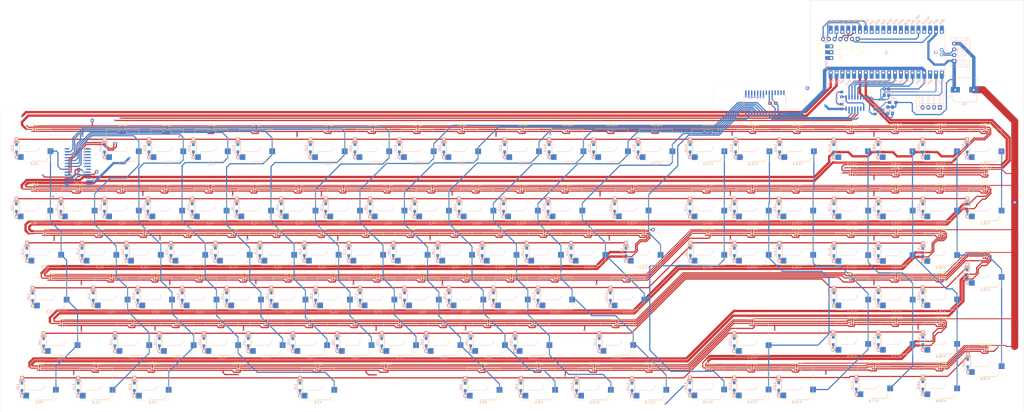
<source format=kicad_pcb>
(kicad_pcb (version 20171130) (host pcbnew "(5.1.9)-1")
  (layers (0 F.Cu signal) (1 PWRGND power) (2 MISC signal) (31 B.Cu signal) (34 B.Paste user) (35 F.Paste user) (36 B.SilkS user) (37 F.SilkS user) (38 B.Mask user) (39 F.Mask user) (44 Edge.Cuts user))
  (net 0 "")
  (net 1 KEY_ROW6)
  (net 2 "Net-(D0,5-Pad2)")
  (net 3 "Net-(D0,4-Pad2)")
  (net 4 "Net-(D0,0-Pad2)")
  (net 5 "Net-(D0,1-Pad2)")
  (net 6 "Net-(D0,2-Pad2)")
  (net 7 "Net-(D0,3-Pad2)")
  (net 8 "Net-(D1,4-Pad2)")
  (net 9 "Net-(D1,5-Pad2)")
  (net 10 "Net-(D1,1-Pad2)")
  (net 11 "Net-(D1,3-Pad2)")
  (net 12 "Net-(D1,2-Pad2)")
  (net 13 "Net-(D1,0-Pad2)")
  (net 14 "Net-(D2,0-Pad2)")
  (net 15 "Net-(D2,1-Pad2)")
  (net 16 "Net-(D3,0-Pad2)")
  (net 17 "Net-(D3,1-Pad2)")
  (net 18 "Net-(D4,0-Pad2)")
  (net 19 "Net-(D5,0-Pad2)")
  (net 20 "Net-(D5,1-Pad2)")
  (net 21 "Net-(D5,2-Pad2)")
  (net 22 "Net-(D6,1-Pad2)")
  (net 23 "Net-(D6,2-Pad2)")
  (net 24 "Net-(D6,0-Pad2)")
  (net 25 "Net-(D7,0-Pad2)")
  (net 26 "Net-(D7,2-Pad2)")
  (net 27 "Net-(D7,1-Pad2)")
  (net 28 "Net-(D8,0-Pad2)")
  (net 29 "Net-(D9,0-Pad2)")
  (net 30 "Net-(D10,3-Pad2)")
  (net 31 I2C_SDA0)
  (net 32 I2C_SCL0)
  (net 33 "Net-(U0-Pad3)")
  (net 34 "Net-(U0-Pad8)")
  (net 35 "Net-(U0-Pad11)")
  (net 36 "Net-(U0-Pad12)")
  (net 37 "Net-(U0-Pad13)")
  (net 38 "Net-(U0-Pad16)")
  (net 39 "Net-(U0-Pad17)")
  (net 40 "Net-(U0-Pad18)")
  (net 41 "Net-(U0-Pad23)")
  (net 42 "Net-(U0-Pad28)")
  (net 43 "Net-(U0-Pad29)")
  (net 44 "Net-(U0-Pad31)")
  (net 45 "Net-(U0-Pad32)")
  (net 46 "Net-(U0-Pad33)")
  (net 47 "Net-(U0-Pad34)")
  (net 48 "Net-(U0-Pad35)")
  (net 49 "Net-(U0-Pad37)")
  (net 50 GNDPWR)
  (net 51 "Net-(U0-Pad40)")
  (net 52 "Net-(U0-Pad41)")
  (net 53 "Net-(U0-Pad42)")
  (net 54 "Net-(U0-Pad43)")
  (net 55 "Net-(U1-Pad28)")
  (net 56 KEY_COL6)
  (net 57 KEY_COL5)
  (net 58 KEY_COL4)
  (net 59 KEY_COL3)
  (net 60 KEY_COL2)
  (net 61 KEY_COL1)
  (net 62 KEY_COL0)
  (net 63 "Net-(U1-Pad14)")
  (net 64 "Net-(U1-Pad11)")
  (net 65 "Net-(U1-Pad8)")
  (net 66 "Net-(U2-Pad8)")
  (net 67 "Net-(U2-Pad11)")
  (net 68 "Net-(U2-Pad14)")
  (net 69 KEY_COL7)
  (net 70 KEY_COL8)
  (net 71 KEY_COL9)
  (net 72 KEY_COL10)
  (net 73 KEY_COL11)
  (net 74 KEY_COL12)
  (net 75 KEY_COL13)
  (net 76 "Net-(U2-Pad28)")
  (net 77 KEY_COL19)
  (net 78 KEY_COL18)
  (net 79 KEY_COL17)
  (net 80 KEY_COL16)
  (net 81 KEY_COL15)
  (net 82 KEY_COL14)
  (net 83 "Net-(D2,3-Pad2)")
  (net 84 "Net-(D2,4-Pad2)")
  (net 85 "Net-(D2,5-Pad2)")
  (net 86 "Net-(D2,2-Pad2)")
  (net 87 "Net-(D3,5-Pad2)")
  (net 88 "Net-(D3,2-Pad2)")
  (net 89 "Net-(D3,4-Pad2)")
  (net 90 "Net-(D3,3-Pad2)")
  (net 91 "Net-(D4,1-Pad2)")
  (net 92 "Net-(D4,4-Pad2)")
  (net 93 "Net-(D4,2-Pad2)")
  (net 94 "Net-(D4,3-Pad2)")
  (net 95 "Net-(D5,3-Pad2)")
  (net 96 "Net-(D5,4-Pad2)")
  (net 97 "Net-(D6,3-Pad2)")
  (net 98 "Net-(D6,4-Pad2)")
  (net 99 "Net-(D7,4-Pad2)")
  (net 100 "Net-(D7,3-Pad2)")
  (net 101 "Net-(D8,2-Pad2)")
  (net 102 "Net-(D8,1-Pad2)")
  (net 103 "Net-(D8,3-Pad2)")
  (net 104 "Net-(D8,4-Pad2)")
  (net 105 "Net-(D8,5-Pad2)")
  (net 106 "Net-(D9,1-Pad2)")
  (net 107 "Net-(D9,3-Pad2)")
  (net 108 "Net-(D9,4-Pad2)")
  (net 109 "Net-(D9,5-Pad2)")
  (net 110 "Net-(D9,2-Pad2)")
  (net 111 "Net-(D10,0-Pad2)")
  (net 112 "Net-(D10,1-Pad2)")
  (net 113 "Net-(D10,4-Pad2)")
  (net 114 "Net-(D10,5-Pad2)")
  (net 115 "Net-(D10,2-Pad2)")
  (net 116 "Net-(D11,3-Pad2)")
  (net 117 "Net-(D11,0-Pad2)")
  (net 118 "Net-(D11,1-Pad2)")
  (net 119 "Net-(D11,2-Pad2)")
  (net 120 "Net-(D11,4-Pad2)")
  (net 121 "Net-(D11,5-Pad2)")
  (net 122 "Net-(D12,3-Pad2)")
  (net 123 "Net-(D12,0-Pad2)")
  (net 124 "Net-(D12,1-Pad2)")
  (net 125 "Net-(D12,2-Pad2)")
  (net 126 "Net-(D13,2-Pad2)")
  (net 127 "Net-(D13,1-Pad2)")
  (net 128 "Net-(D14,1-Pad2)")
  (net 129 "Net-(D14,0-Pad2)")
  (net 130 "Net-(D14,3-Pad2)")
  (net 131 "Net-(D15,0-Pad2)")
  (net 132 "Net-(D15,3-Pad2)")
  (net 133 "Net-(D15,1-Pad2)")
  (net 134 "Net-(D15,5-Pad2)")
  (net 135 "Net-(D15,6-Pad2)")
  (net 136 "Net-(D16,4-Pad2)")
  (net 137 "Net-(D16,1-Pad2)")
  (net 138 "Net-(D16,0-Pad2)")
  (net 139 "Net-(D16,3-Pad2)")
  (net 140 "Net-(D16,5-Pad2)")
  (net 141 "Net-(D16,6-Pad2)")
  (net 142 "Net-(D17,0-Pad2)")
  (net 143 "Net-(D17,3-Pad2)")
  (net 144 "Net-(D17,1-Pad2)")
  (net 145 "Net-(D17,4-Pad2)")
  (net 146 "Net-(D17,5-Pad2)")
  (net 147 "Net-(D17,6-Pad2)")
  (net 148 "Net-(D18,0-Pad2)")
  (net 149 "Net-(D18,6-Pad2)")
  (net 150 "Net-(D18,4-Pad2)")
  (net 151 "Net-(D18,5-Pad2)")
  (net 152 "Net-(D18,1-Pad2)")
  (net 153 "Net-(D18,3-Pad2)")
  (net 154 "Net-(D19,6-Pad2)")
  (net 155 "Net-(D19,0-Pad2)")
  (net 156 "Net-(D19,4-Pad2)")
  (net 157 "Net-(D19,3-Pad2)")
  (net 158 "Net-(D19,1-Pad2)")
  (net 159 "Net-(D20,0-Pad2)")
  (net 160 "Net-(D20,1-Pad2)")
  (net 161 "Net-(LD0,1-Pad2)")
  (net 162 "Net-(LD0,1-Pad3)")
  (net 163 "Net-(LD0,5-Pad3)")
  (net 164 "Net-(LD0,5-Pad2)")
  (net 165 "Net-(LD0,3-Pad2)")
  (net 166 "Net-(LD0,3-Pad3)")
  (net 167 "Net-(LD0,4-Pad3)")
  (net 168 "Net-(LD0,4-Pad2)")
  (net 169 "Net-(LD0,2-Pad2)")
  (net 170 "Net-(LD0,2-Pad3)")
  (net 171 "Net-(LD0,0-Pad2)")
  (net 172 "Net-(LD0,0-Pad3)")
  (net 173 LED_SCL_ROW0)
  (net 174 LED_SDA_ROW0)
  (net 175 "Net-(LD1,4-Pad2)")
  (net 176 "Net-(LD1,4-Pad3)")
  (net 177 "Net-(LD1,2-Pad3)")
  (net 178 "Net-(LD1,2-Pad2)")
  (net 179 "Net-(LD1,0-Pad2)")
  (net 180 "Net-(LD1,0-Pad3)")
  (net 181 "Net-(LD2,0-Pad3)")
  (net 182 "Net-(LD2,0-Pad2)")
  (net 183 "Net-(LD2,2-Pad2)")
  (net 184 "Net-(LD2,2-Pad3)")
  (net 185 "Net-(LD2,4-Pad3)")
  (net 186 "Net-(LD2,4-Pad2)")
  (net 187 "Net-(LD3,2-Pad3)")
  (net 188 "Net-(LD3,2-Pad2)")
  (net 189 "Net-(LD3,4-Pad3)")
  (net 190 "Net-(LD3,4-Pad2)")
  (net 191 "Net-(LD3,0-Pad2)")
  (net 192 "Net-(LD3,0-Pad3)")
  (net 193 "Net-(LD4,2-Pad2)")
  (net 194 "Net-(LD4,2-Pad3)")
  (net 195 "Net-(LD4,4-Pad3)")
  (net 196 "Net-(LD4,4-Pad2)")
  (net 197 "Net-(LD4,0-Pad3)")
  (net 198 "Net-(LD4,0-Pad2)")
  (net 199 "Net-(LD5,0-Pad2)")
  (net 200 "Net-(LD5,0-Pad3)")
  (net 201 "Net-(LD5,4-Pad2)")
  (net 202 "Net-(LD5,4-Pad3)")
  (net 203 "Net-(LD5,2-Pad3)")
  (net 204 "Net-(LD5,2-Pad2)")
  (net 205 "Net-(LD6,0-Pad3)")
  (net 206 "Net-(LD6,0-Pad2)")
  (net 207 "Net-(LD6,2-Pad3)")
  (net 208 "Net-(LD6,2-Pad2)")
  (net 209 "Net-(LD6,4-Pad3)")
  (net 210 "Net-(LD6,4-Pad2)")
  (net 211 "Net-(LD7,4-Pad2)")
  (net 212 "Net-(LD7,4-Pad3)")
  (net 213 "Net-(LD7,2-Pad2)")
  (net 214 "Net-(LD7,2-Pad3)")
  (net 215 "Net-(LD7,0-Pad2)")
  (net 216 "Net-(LD7,0-Pad3)")
  (net 217 "Net-(LD8,4-Pad3)")
  (net 218 "Net-(LD8,4-Pad2)")
  (net 219 "Net-(LD8,2-Pad2)")
  (net 220 "Net-(LD8,2-Pad3)")
  (net 221 "Net-(LD8,0-Pad3)")
  (net 222 "Net-(LD8,0-Pad2)")
  (net 223 "Net-(LD10,0-Pad5)")
  (net 224 "Net-(LD10,0-Pad4)")
  (net 225 "Net-(LD10,3-Pad4)")
  (net 226 "Net-(LD10,3-Pad5)")
  (net 227 "Net-(LD10,2-Pad4)")
  (net 228 "Net-(LD10,2-Pad5)")
  (net 229 "Net-(LD10,1-Pad5)")
  (net 230 "Net-(LD10,1-Pad4)")
  (net 231 "Net-(LD10,4-Pad5)")
  (net 232 "Net-(LD10,4-Pad4)")
  (net 233 "Net-(LD10,5-Pad4)")
  (net 234 "Net-(LD10,5-Pad5)")
  (net 235 "Net-(LD10,1-Pad3)")
  (net 236 "Net-(LD10,1-Pad2)")
  (net 237 "Net-(LD10,4-Pad3)")
  (net 238 "Net-(LD10,4-Pad2)")
  (net 239 "Net-(LD10,5-Pad2)")
  (net 240 "Net-(LD10,5-Pad3)")
  (net 241 "Net-(LD10,3-Pad2)")
  (net 242 "Net-(LD10,3-Pad3)")
  (net 243 "Net-(LD10,2-Pad2)")
  (net 244 "Net-(LD10,2-Pad3)")
  (net 245 "Net-(LD10,0-Pad3)")
  (net 246 "Net-(LD10,0-Pad2)")
  (net 247 "Net-(LD11,2-Pad3)")
  (net 248 "Net-(LD11,2-Pad2)")
  (net 249 "Net-(LD11,0-Pad2)")
  (net 250 "Net-(LD11,0-Pad3)")
  (net 251 "Net-(LD11,4-Pad2)")
  (net 252 "Net-(LD11,4-Pad3)")
  (net 253 "Net-(LD12,0-Pad2)")
  (net 254 "Net-(LD12,0-Pad3)")
  (net 255 "Net-(LD12,2-Pad2)")
  (net 256 "Net-(LD12,2-Pad3)")
  (net 257 "Net-(LD14,6-Pad3)")
  (net 258 "Net-(LD14,6-Pad2)")
  (net 259 "Net-(LD14,0-Pad3)")
  (net 260 "Net-(LD14,0-Pad2)")
  (net 261 "Net-(LD14,3-Pad3)")
  (net 262 "Net-(LD14,3-Pad2)")
  (net 263 "Net-(LD15,6-Pad3)")
  (net 264 "Net-(LD15,6-Pad2)")
  (net 265 "Net-(LD15,0-Pad2)")
  (net 266 "Net-(LD15,0-Pad3)")
  (net 267 "Net-(LD16,0-Pad3)")
  (net 268 "Net-(LD16,0-Pad2)")
  (net 269 "Net-(LD16,6-Pad2)")
  (net 270 "Net-(LD16,6-Pad3)")
  (net 271 "Net-(LD16,4-Pad3)")
  (net 272 "Net-(LD16,4-Pad2)")
  (net 273 "Net-(LD17,0-Pad2)")
  (net 274 "Net-(LD17,0-Pad3)")
  (net 275 "Net-(LD17,6-Pad3)")
  (net 276 "Net-(LD17,6-Pad2)")
  (net 277 "Net-(LD17,4-Pad2)")
  (net 278 "Net-(LD17,4-Pad3)")
  (net 279 "Net-(LD18,6-Pad2)")
  (net 280 "Net-(LD18,6-Pad3)")
  (net 281 "Net-(LD18,0-Pad3)")
  (net 282 "Net-(LD18,0-Pad2)")
  (net 283 "Net-(LD18,4-Pad3)")
  (net 284 "Net-(LD18,4-Pad2)")
  (net 285 "Net-(LD19,6-Pad3)")
  (net 286 "Net-(LD19,6-Pad2)")
  (net 287 "Net-(LD19,0-Pad2)")
  (net 288 "Net-(LD19,0-Pad3)")
  (net 289 MAIN_VBUS)
  (net 290 USB_DP)
  (net 291 USB_DN)
  (net 292 "Net-(J1-Pad4)")
  (net 293 "Net-(J1-Pad3)")
  (net 294 "Net-(U0-Pad5)")
  (net 295 IO_INT0)
  (net 296 IO_INT1)
  (net 297 IO_INT2)
  (net 298 IO_INT3)
  (net 299 KEY_ROW5)
  (net 300 KEY_ROW4)
  (net 301 KEY_ROW3)
  (net 302 KEY_ROW2)
  (net 303 KEY_ROW1)
  (net 304 KEY_ROW0)
  (net 305 "Net-(LD17,7-Pad2)")
  (net 306 "Net-(LD17,7-Pad3)")
  (net 307 "Net-(LD18,7-Pad3)")
  (net 308 "Net-(LD18,7-Pad2)")
  (net 309 "Net-(LD19,7-Pad2)")
  (net 310 "Net-(LD19,7-Pad3)")
  (net 311 "Net-(LD20,7-Pad3)")
  (net 312 "Net-(LD20,7-Pad2)")
  (net 313 "Net-(U0-Pad10)")
  (net 314 "Net-(U0-Pad9)")
  (net 315 "Net-(U0-Pad7)")
  (net 316 "Net-(U0-Pad6)")
  (net 317 PICO_33_REF)
  (net 318 "Net-(U11-Pad6)")
  (net 319 "Net-(U11-Pad9)")
  (net 320 PICO_SCL0)
  (net 321 PICO_SDA0)
  (net 322 "Net-(D14,6-Pad2)")
  (net 323 KEY_COL20)
  (net 324 "Net-(C4-Pad2)")
  (net 325 "Net-(J2-Pad1)")
  (net 326 "Net-(J2-Pad2)")
  (net 327 "Net-(J2-Pad3)")
  (net 328 "Net-(J2-Pad4)")
  (net 329 "Net-(J2-Pad7)")
  (net 330 "Net-(J2-Pad6)")
  (net 331 "Net-(J2-Pad5)")
  (net 332 "Net-(U0-Pad21)")
  (net 333 "Net-(LD0,5-Pad5)")
  (net 334 "Net-(LD0,5-Pad4)")
  (net 335 "Net-(LD0,1-Pad5)")
  (net 336 "Net-(LD0,1-Pad4)")
  (net 337 "Net-(LD0,3-Pad5)")
  (net 338 "Net-(LD0,3-Pad4)")
  (net 339 "Net-(LD3,5,1-Pad2)")
  (net 340 "Net-(LD3,5,1-Pad3)")
  (net 341 "Net-(LD3,5,1-Pad5)")
  (net 342 "Net-(LD3,5,1-Pad4)")
  (net 343 LED_SCL_STATUS0)
  (net 344 LED_SDA_STATUS0)
  (net 345 "Net-(U0-Pad30)")
  (net 346 "Net-(LD0,2-Pad5)")
  (net 347 "Net-(LD0,2-Pad4)")
  (net 348 "Net-(LD1,1-Pad2)")
  (net 349 "Net-(LD1,1-Pad3)")
  (net 350 "Net-(LD2,1-Pad2)")
  (net 351 "Net-(LD2,1-Pad3)")
  (net 352 "Net-(LD3,1-Pad2)")
  (net 353 "Net-(LD3,1-Pad3)")
  (net 354 "Net-(LD4,1-Pad2)")
  (net 355 "Net-(LD4,1-Pad3)")
  (net 356 "Net-(LD5,1-Pad2)")
  (net 357 "Net-(LD5,1-Pad3)")
  (net 358 "Net-(LD6,1-Pad2)")
  (net 359 "Net-(LD6,1-Pad3)")
  (net 360 "Net-(LD7,1-Pad2)")
  (net 361 "Net-(LD7,1-Pad3)")
  (net 362 "Net-(LD8,1-Pad2)")
  (net 363 "Net-(LD8,1-Pad3)")
  (net 364 "Net-(LD11,1-Pad2)")
  (net 365 "Net-(LD11,1-Pad3)")
  (net 366 "Net-(LD12,1-Pad2)")
  (net 367 "Net-(LD12,1-Pad3)")
  (net 368 "Net-(LD13,1-Pad2)")
  (net 369 "Net-(LD13,1-Pad3)")
  (net 370 "Net-(LD14,1-Pad2)")
  (net 371 "Net-(LD14,1-Pad3)")
  (net 372 "Net-(LD15,1-Pad2)")
  (net 373 "Net-(LD15,1-Pad3)")
  (net 374 "Net-(LD16,1-Pad2)")
  (net 375 "Net-(LD16,1-Pad3)")
  (net 376 "Net-(LD17,1-Pad2)")
  (net 377 "Net-(LD17,1-Pad3)")
  (net 378 "Net-(LD18,1-Pad2)")
  (net 379 "Net-(LD18,1-Pad3)")
  (net 380 "Net-(LD19,1-Pad2)")
  (net 381 "Net-(LD19,1-Pad3)")
  (net 382 "Net-(LD0,4-Pad5)")
  (net 383 "Net-(LD0,4-Pad4)")
  (net 384 "Net-(LD1,3-Pad2)")
  (net 385 "Net-(LD1,3-Pad3)")
  (net 386 "Net-(LD1,5-Pad2)")
  (net 387 "Net-(LD1,5-Pad3)")
  (net 388 "Net-(LD2,3-Pad2)")
  (net 389 "Net-(LD2,3-Pad3)")
  (net 390 "Net-(LD2,5-Pad2)")
  (net 391 "Net-(LD2,5-Pad3)")
  (net 392 "Net-(LD3,5,0-Pad2)")
  (net 393 "Net-(LD3,5,0-Pad3)")
  (net 394 "Net-(LD3,3-Pad2)")
  (net 395 "Net-(LD3,3-Pad3)")
  (net 396 "Net-(LD4,3-Pad2)")
  (net 397 "Net-(LD4,3-Pad3)")
  (net 398 "Net-(LD5,3-Pad2)")
  (net 399 "Net-(LD5,3-Pad3)")
  (net 400 "Net-(LD6,3-Pad2)")
  (net 401 "Net-(LD6,3-Pad3)")
  (net 402 "Net-(LD7,3-Pad2)")
  (net 403 "Net-(LD7,3-Pad3)")
  (net 404 "Net-(LD8,5-Pad2)")
  (net 405 "Net-(LD8,5-Pad3)")
  (net 406 "Net-(LD8,3-Pad2)")
  (net 407 "Net-(LD8,3-Pad3)")
  (net 408 "Net-(LD11,5-Pad2)")
  (net 409 "Net-(LD11,5-Pad3)")
  (net 410 "Net-(LD11,3-Pad2)")
  (net 411 "Net-(LD11,3-Pad3)")
  (net 412 "Net-(LD12,3-Pad2)")
  (net 413 "Net-(LD12,3-Pad3)")
  (net 414 "Net-(LD14,6-Pad5)")
  (net 415 "Net-(LD14,6-Pad4)")
  (net 416 "Net-(LD15,5-Pad2)")
  (net 417 "Net-(LD15,5-Pad3)")
  (net 418 "Net-(LD15,3-Pad2)")
  (net 419 "Net-(LD15,3-Pad3)")
  (net 420 "Net-(LD16,5-Pad2)")
  (net 421 "Net-(LD16,5-Pad3)")
  (net 422 "Net-(LD16,3-Pad2)")
  (net 423 "Net-(LD16,3-Pad3)")
  (net 424 "Net-(LD17,5-Pad2)")
  (net 425 "Net-(LD17,5-Pad3)")
  (net 426 "Net-(LD17,3-Pad2)")
  (net 427 "Net-(LD17,3-Pad3)")
  (net 428 "Net-(LD18,3-Pad2)")
  (net 429 "Net-(LD18,3-Pad3)")
  (module Custom_pico:RPi_Pico_SMD_TH (layer B.Cu) (at 432.8922 72.4916 90)
    (fp_text reference U0 (at 10.5 25.5 270) (layer B.SilkS) (effects (justify mirror)))
    (fp_text value ~)
    (fp_text user GP1 (at -2.4 47.1 225) (layer B.SilkS) (effects (font (size 0.8 0.8)) (justify mirror)))
    (fp_text user GP2 (at -2.4 42.01 225) (layer B.SilkS) (effects (font (size 0.8 0.8)) (justify mirror)))
    (fp_text user GP0 (at -2.3 49.63 225) (layer B.SilkS) (effects (font (size 0.8 0.8)) (justify mirror)))
    (fp_text user GP3 (at -2.3 39.47 225) (layer B.SilkS) (effects (font (size 0.8 0.8)) (justify mirror)))
    (fp_text user GP4 (at -2.3 36.93 225) (layer B.SilkS) (effects (font (size 0.8 0.8)) (justify mirror)))
    (fp_text user GP5 (at -2.3 34.39 225) (layer B.SilkS) (effects (font (size 0.8 0.8)) (justify mirror)))
    (fp_text user GP6 (at -2.3 29.31 225) (layer B.SilkS) (effects (font (size 0.8 0.8)) (justify mirror)))
    (fp_text user GP7 (at -2.2 26.8 225) (layer B.SilkS) (effects (font (size 0.8 0.8)) (justify mirror)))
    (fp_text user GP8 (at -2.3 24.23 225) (layer B.SilkS) (effects (font (size 0.8 0.8)) (justify mirror)))
    (fp_text user GP9 (at -2.3 21.69 225) (layer B.SilkS) (effects (font (size 0.8 0.8)) (justify mirror)))
    (fp_text user GP10 (at -2.554 16.61 225) (layer B.SilkS) (effects (font (size 0.8 0.8)) (justify mirror)))
    (fp_text user GP11 (at -2.7 14.07 225) (layer B.SilkS) (effects (font (size 0.8 0.8)) (justify mirror)))
    (fp_text user GP12 (at -2.7 11.53 225) (layer B.SilkS) (effects (font (size 0.8 0.8)) (justify mirror)))
    (fp_text user GP13 (at -2.554 8.99 225) (layer B.SilkS) (effects (font (size 0.8 0.8)) (justify mirror)))
    (fp_text user GP14 (at -2.6 3.91 225) (layer B.SilkS) (effects (font (size 0.8 0.8)) (justify mirror)))
    (fp_text user GP15 (at -2.554 1.37 225) (layer B.SilkS) (effects (font (size 0.8 0.8)) (justify mirror)))
    (fp_text user GP16 (at 23.554 1.37 225) (layer B.SilkS) (effects (font (size 0.8 0.8)) (justify mirror)))
    (fp_text user GP17 (at 23.554 3.91 225) (layer B.SilkS) (effects (font (size 0.8 0.8)) (justify mirror)))
    (fp_text user GP18 (at 23.554 8.99 225) (layer B.SilkS) (effects (font (size 0.8 0.8)) (justify mirror)))
    (fp_text user GP19 (at 23.554 11.53 225) (layer B.SilkS) (effects (font (size 0.8 0.8)) (justify mirror)))
    (fp_text user GP20 (at 23.554 14.07 225) (layer B.SilkS) (effects (font (size 0.8 0.8)) (justify mirror)))
    (fp_text user GP21 (at 23.554 16.6 225) (layer B.SilkS) (effects (font (size 0.8 0.8)) (justify mirror)))
    (fp_text user GP22 (at 23.554 21.69 225) (layer B.SilkS) (effects (font (size 0.8 0.8)) (justify mirror)))
    (fp_text user RUN (at 23.5 24.23 225) (layer B.SilkS) (effects (font (size 0.8 0.8)) (justify mirror)))
    (fp_text user GP26 (at 23.554 26.77 225) (layer B.SilkS) (effects (font (size 0.8 0.8)) (justify mirror)))
    (fp_text user GP27 (at 23.554 29.3 225) (layer B.SilkS) (effects (font (size 0.8 0.8)) (justify mirror)))
    (fp_text user GP28 (at 23.554 34.644 225) (layer B.SilkS) (effects (font (size 0.8 0.8)) (justify mirror)))
    (fp_text user ADC_VREF (at 24.5 38 225) (layer B.SilkS) (effects (font (size 0.8 0.8)) (justify mirror)))
    (fp_text user 3V3 (at 23.4 39.4 225) (layer B.SilkS) (effects (font (size 0.8 0.8)) (justify mirror)))
    (fp_text user 3V3_EN (at 24.2 42.7 225) (layer B.SilkS) (effects (font (size 0.8 0.8)) (justify mirror)))
    (fp_text user VSYS (at 23.7 47.09 225) (layer B.SilkS) (effects (font (size 0.8 0.8)) (justify mirror)))
    (fp_text user VBUS (at 23.8 49.7 225) (layer B.SilkS) (effects (font (size 0.8 0.8)) (justify mirror)))
    (fp_text user GND (at -2.3 44.55 225) (layer B.SilkS) (effects (font (size 0.8 0.8)) (justify mirror)))
    (fp_text user GND (at -2.3 31.85 225) (layer B.SilkS) (effects (font (size 0.8 0.8)) (justify mirror)))
    (fp_text user GND (at -2.3 19.15 225) (layer B.SilkS) (effects (font (size 0.8 0.8)) (justify mirror)))
    (fp_text user GND (at -2.3 6.45 225) (layer B.SilkS) (effects (font (size 0.8 0.8)) (justify mirror)))
    (fp_text user GND (at 23.3 6.45 225) (layer B.SilkS) (effects (font (size 0.8 0.8)) (justify mirror)))
    (fp_text user GND (at 23.3 19.15 225) (layer B.SilkS) (effects (font (size 0.8 0.8)) (justify mirror)))
    (fp_text user GND (at 23.3 44.55 225) (layer B.SilkS) (effects (font (size 0.8 0.8)) (justify mirror)))
    (fp_text user AGND (at 23.554 31.85 225) (layer B.SilkS) (effects (font (size 0.8 0.8)) (justify mirror)))
    (fp_text user SWCLK (at 4.8 -0.7 270) (layer B.SilkS) (effects (font (size 0.8 0.8)) (justify mirror)))
    (fp_text user SWDIO (at 16.1 -0.7 270) (layer B.SilkS) (effects (font (size 0.8 0.8)) (justify mirror)))
    (pad 44 smd custom (at 10.5 47 270) (size 1.524 1.524) (layers B.Cu F.Paste F.Mask) (net 50 GNDPWR) (options (clearance outline) (anchor circle)) (primitives (gr_poly (pts (xy 0.5 0.5) (xy -0.5 0.5) (xy -0.5 -0.5) (xy 0.5 -0.5)) (width 0.1))))
    (pad 45 smd custom (at 11.5 49.5 270) (size 1.1 1.1) (layers B.Cu F.Paste F.Mask) (net 291 USB_DN) (options (clearance outline) (anchor circle)) (primitives (gr_poly (pts (xy 0.5 0.5) (xy -0.5 0.5) (xy -0.5 -0.5) (xy 0.5 -0.5)) (width 0.1))))
    (pad 46 smd custom (at 9.5 49.5 270) (size 1.1 1.1) (layers B.Cu F.Paste F.Mask) (net 290 USB_DP) (options (clearance outline) (anchor circle)) (primitives (gr_poly (pts (xy 0.5 0.5) (xy -0.5 0.5) (xy -0.5 -0.5) (xy 0.5 -0.5)) (width 0.1))))
    (pad 1 thru_hole oval (at 1.61 49.63 90) (size 1.7 1.7) (drill 1.02) (layers *.Cu *.Mask) (net 321 PICO_SDA0))
    (pad 2 thru_hole oval (at 1.61 47.09 90) (size 1.7 1.7) (drill 1.02) (layers *.Cu *.Mask) (net 320 PICO_SCL0))
    (pad 3 thru_hole rect (at 1.61 44.55 90) (size 1.7 1.7) (drill 1.02) (layers *.Cu *.Mask) (net 33 "Net-(U0-Pad3)"))
    (pad 4 thru_hole oval (at 1.61 42.01 90) (size 1.7 1.7) (drill 1.02) (layers *.Cu *.Mask) (net 317 PICO_33_REF))
    (pad 5 thru_hole oval (at 1.61 39.47 90) (size 1.7 1.7) (drill 1.02) (layers *.Cu *.Mask) (net 294 "Net-(U0-Pad5)"))
    (pad 6 thru_hole oval (at 1.61 36.93 90) (size 1.7 1.7) (drill 1.02) (layers *.Cu *.Mask) (net 316 "Net-(U0-Pad6)"))
    (pad 7 thru_hole oval (at 1.61 34.39 90) (size 1.7 1.7) (drill 1.02) (layers *.Cu *.Mask) (net 315 "Net-(U0-Pad7)"))
    (pad 8 thru_hole rect (at 1.61 31.85 90) (size 1.7 1.7) (drill 1.02) (layers *.Cu *.Mask) (net 34 "Net-(U0-Pad8)"))
    (pad 9 thru_hole oval (at 1.61 29.31 90) (size 1.7 1.7) (drill 1.02) (layers *.Cu *.Mask) (net 314 "Net-(U0-Pad9)"))
    (pad 10 thru_hole oval (at 1.61 26.77 90) (size 1.7 1.7) (drill 1.02) (layers *.Cu *.Mask) (net 313 "Net-(U0-Pad10)"))
    (pad 11 thru_hole oval (at 1.61 24.23 90) (size 1.7 1.7) (drill 1.02) (layers *.Cu *.Mask) (net 35 "Net-(U0-Pad11)"))
    (pad 12 thru_hole oval (at 1.61 21.69 90) (size 1.7 1.7) (drill 1.02) (layers *.Cu *.Mask) (net 36 "Net-(U0-Pad12)"))
    (pad 13 thru_hole rect (at 1.61 19.15 90) (size 1.7 1.7) (drill 1.02) (layers *.Cu *.Mask) (net 37 "Net-(U0-Pad13)"))
    (pad 14 thru_hole oval (at 1.61 16.61 90) (size 1.7 1.7) (drill 1.02) (layers *.Cu *.Mask) (net 343 LED_SCL_STATUS0))
    (pad 15 thru_hole oval (at 1.61 14.07 90) (size 1.7 1.7) (drill 1.02) (layers *.Cu *.Mask) (net 344 LED_SDA_STATUS0))
    (pad 16 thru_hole oval (at 1.61 11.53 90) (size 1.7 1.7) (drill 1.02) (layers *.Cu *.Mask) (net 38 "Net-(U0-Pad16)"))
    (pad 17 thru_hole oval (at 1.61 8.99 90) (size 1.7 1.7) (drill 1.02) (layers *.Cu *.Mask) (net 39 "Net-(U0-Pad17)"))
    (pad 18 thru_hole rect (at 1.61 6.45 90) (size 1.7 1.7) (drill 1.02) (layers *.Cu *.Mask) (net 40 "Net-(U0-Pad18)"))
    (pad 19 thru_hole oval (at 1.61 3.91 90) (size 1.7 1.7) (drill 1.02) (layers *.Cu *.Mask) (net 173 LED_SCL_ROW0))
    (pad 20 thru_hole oval (at 1.61 1.37 90) (size 1.7 1.7) (drill 1.02) (layers *.Cu *.Mask) (net 174 LED_SDA_ROW0))
    (pad 21 thru_hole oval (at 19.39 1.37 90) (size 1.7 1.7) (drill 1.02) (layers *.Cu *.Mask) (net 332 "Net-(U0-Pad21)"))
    (pad 22 thru_hole oval (at 19.39 3.91 90) (size 1.7 1.7) (drill 1.02) (layers *.Cu *.Mask) (net 331 "Net-(J2-Pad5)"))
    (pad 23 thru_hole rect (at 19.39 6.45 90) (size 1.7 1.7) (drill 1.02) (layers *.Cu *.Mask) (net 41 "Net-(U0-Pad23)"))
    (pad 24 thru_hole oval (at 19.39 8.99 90) (size 1.7 1.7) (drill 1.02) (layers *.Cu *.Mask) (net 327 "Net-(J2-Pad3)"))
    (pad 25 thru_hole oval (at 19.39 11.53 90) (size 1.7 1.7) (drill 1.02) (layers *.Cu *.Mask) (net 328 "Net-(J2-Pad4)"))
    (pad 26 thru_hole oval (at 19.39 14.07 90) (size 1.7 1.7) (drill 1.02) (layers *.Cu *.Mask) (net 330 "Net-(J2-Pad6)"))
    (pad 27 thru_hole oval (at 19.39 16.61 90) (size 1.7 1.7) (drill 1.02) (layers *.Cu *.Mask) (net 329 "Net-(J2-Pad7)"))
    (pad 28 thru_hole rect (at 19.39 19.15 90) (size 1.7 1.7) (drill 1.02) (layers *.Cu *.Mask) (net 42 "Net-(U0-Pad28)"))
    (pad 29 thru_hole oval (at 19.39 21.69 90) (size 1.7 1.7) (drill 1.02) (layers *.Cu *.Mask) (net 43 "Net-(U0-Pad29)"))
    (pad 30 thru_hole oval (at 19.39 24.23 90) (size 1.7 1.7) (drill 1.02) (layers *.Cu *.Mask) (net 345 "Net-(U0-Pad30)"))
    (pad 31 thru_hole oval (at 19.39 26.77 90) (size 1.7 1.7) (drill 1.02) (layers *.Cu *.Mask) (net 44 "Net-(U0-Pad31)"))
    (pad 32 thru_hole oval (at 19.39 29.31 90) (size 1.7 1.7) (drill 1.02) (layers *.Cu *.Mask) (net 45 "Net-(U0-Pad32)"))
    (pad 33 thru_hole rect (at 19.39 31.85 90) (size 1.7 1.7) (drill 1.02) (layers *.Cu *.Mask) (net 46 "Net-(U0-Pad33)"))
    (pad 34 thru_hole oval (at 19.39 34.39 90) (size 1.7 1.7) (drill 1.02) (layers *.Cu *.Mask) (net 47 "Net-(U0-Pad34)"))
    (pad 35 thru_hole oval (at 19.39 36.93 90) (size 1.7 1.7) (drill 1.02) (layers *.Cu *.Mask) (net 48 "Net-(U0-Pad35)"))
    (pad 36 thru_hole oval (at 19.39 39.47 90) (size 1.7 1.7) (drill 1.02) (layers *.Cu *.Mask) (net 325 "Net-(J2-Pad1)"))
    (pad 37 thru_hole oval (at 19.39 42.01 90) (size 1.7 1.7) (drill 1.02) (layers *.Cu *.Mask) (net 49 "Net-(U0-Pad37)"))
    (pad 38 thru_hole rect (at 19.39 44.55 90) (size 1.7 1.7) (drill 1.02) (layers *.Cu *.Mask) (net 326 "Net-(J2-Pad2)"))
    (pad 39 thru_hole oval (at 19.39 47.09 90) (size 1.7 1.7) (drill 1.02) (layers *.Cu *.Mask) (net 289 MAIN_VBUS))
    (pad 40 thru_hole oval (at 19.39 49.63 90) (size 1.7 1.7) (drill 1.02) (layers *.Cu *.Mask) (net 51 "Net-(U0-Pad40)"))
    (pad 1 smd rect (at 1.61 49.63 90) (size 3.5 1.7) (drill (offset -0.9 0)) (layers B.Cu B.Mask) (net 321 PICO_SDA0))
    (pad 2 smd rect (at 1.61 47.09 90) (size 3.5 1.7) (drill (offset -0.9 0)) (layers B.Cu B.Mask) (net 320 PICO_SCL0))
    (pad 3 smd rect (at 1.61 44.55 90) (size 3.5 1.7) (drill (offset -0.9 0)) (layers B.Cu B.Mask) (net 33 "Net-(U0-Pad3)"))
    (pad 4 smd rect (at 1.61 42.01 90) (size 3.5 1.7) (drill (offset -0.9 0)) (layers B.Cu B.Mask) (net 317 PICO_33_REF))
    (pad 5 smd rect (at 1.61 39.47 90) (size 3.5 1.7) (drill (offset -0.9 0)) (layers B.Cu B.Mask) (net 294 "Net-(U0-Pad5)"))
    (pad 6 smd rect (at 1.61 36.93 90) (size 3.5 1.7) (drill (offset -0.9 0)) (layers B.Cu B.Mask) (net 316 "Net-(U0-Pad6)"))
    (pad 7 smd rect (at 1.61 34.39 90) (size 3.5 1.7) (drill (offset -0.9 0)) (layers B.Cu B.Mask) (net 315 "Net-(U0-Pad7)"))
    (pad 8 smd rect (at 1.61 31.85 90) (size 3.5 1.7) (drill (offset -0.9 0)) (layers B.Cu B.Mask) (net 34 "Net-(U0-Pad8)"))
    (pad 9 smd rect (at 1.61 29.31 90) (size 3.5 1.7) (drill (offset -0.9 0)) (layers B.Cu B.Mask) (net 314 "Net-(U0-Pad9)"))
    (pad 10 smd rect (at 1.61 26.77 90) (size 3.5 1.7) (drill (offset -0.9 0)) (layers B.Cu B.Mask) (net 313 "Net-(U0-Pad10)"))
    (pad 11 smd rect (at 1.61 24.23 90) (size 3.5 1.7) (drill (offset -0.9 0)) (layers B.Cu B.Mask) (net 35 "Net-(U0-Pad11)"))
    (pad 12 smd rect (at 1.61 21.69 90) (size 3.5 1.7) (drill (offset -0.9 0)) (layers B.Cu B.Mask) (net 36 "Net-(U0-Pad12)"))
    (pad 13 smd rect (at 1.61 19.15 90) (size 3.5 1.7) (drill (offset -0.9 0)) (layers B.Cu B.Mask) (net 37 "Net-(U0-Pad13)"))
    (pad 14 smd rect (at 1.61 16.61 90) (size 3.5 1.7) (drill (offset -0.9 0)) (layers B.Cu B.Mask) (net 343 LED_SCL_STATUS0))
    (pad 15 smd rect (at 1.61 14.07 90) (size 3.5 1.7) (drill (offset -0.9 0)) (layers B.Cu B.Mask) (net 344 LED_SDA_STATUS0))
    (pad 16 smd rect (at 1.61 11.53 90) (size 3.5 1.7) (drill (offset -0.9 0)) (layers B.Cu B.Mask) (net 38 "Net-(U0-Pad16)"))
    (pad 17 smd rect (at 1.61 8.99 90) (size 3.5 1.7) (drill (offset -0.9 0)) (layers B.Cu B.Mask) (net 39 "Net-(U0-Pad17)"))
    (pad 18 smd rect (at 1.61 6.45 90) (size 3.5 1.7) (drill (offset -0.9 0)) (layers B.Cu B.Mask) (net 40 "Net-(U0-Pad18)"))
    (pad 19 smd rect (at 1.61 3.91 90) (size 3.5 1.7) (drill (offset -0.9 0)) (layers B.Cu B.Mask) (net 173 LED_SCL_ROW0))
    (pad 20 smd rect (at 1.61 1.37 90) (size 3.5 1.7) (drill (offset -0.9 0)) (layers B.Cu B.Mask) (net 174 LED_SDA_ROW0))
    (pad 40 smd rect (at 19.39 49.63 90) (size 3.5 1.7) (drill (offset 0.9 0)) (layers B.Cu B.Mask) (net 51 "Net-(U0-Pad40)"))
    (pad 39 smd rect (at 19.39 47.09 90) (size 3.5 1.7) (drill (offset 0.9 0)) (layers B.Cu B.Mask) (net 289 MAIN_VBUS))
    (pad 38 smd rect (at 19.39 44.55 90) (size 3.5 1.7) (drill (offset 0.9 0)) (layers B.Cu B.Mask) (net 326 "Net-(J2-Pad2)"))
    (pad 37 smd rect (at 19.39 42.01 90) (size 3.5 1.7) (drill (offset 0.9 0)) (layers B.Cu B.Mask) (net 49 "Net-(U0-Pad37)"))
    (pad 36 smd rect (at 19.39 39.47 90) (size 3.5 1.7) (drill (offset 0.9 0)) (layers B.Cu B.Mask) (net 325 "Net-(J2-Pad1)"))
    (pad 35 smd rect (at 19.39 36.93 90) (size 3.5 1.7) (drill (offset 0.9 0)) (layers B.Cu B.Mask) (net 48 "Net-(U0-Pad35)"))
    (pad 34 smd rect (at 19.39 34.39 90) (size 3.5 1.7) (drill (offset 0.9 0)) (layers B.Cu B.Mask) (net 47 "Net-(U0-Pad34)"))
    (pad 33 smd rect (at 19.39 31.85 90) (size 3.5 1.7) (drill (offset 0.9 0)) (layers B.Cu B.Mask) (net 46 "Net-(U0-Pad33)"))
    (pad 32 smd rect (at 19.39 29.31 90) (size 3.5 1.7) (drill (offset 0.9 0)) (layers B.Cu B.Mask) (net 45 "Net-(U0-Pad32)"))
    (pad 31 smd rect (at 19.39 26.77 90) (size 3.5 1.7) (drill (offset 0.9 0)) (layers B.Cu B.Mask) (net 44 "Net-(U0-Pad31)"))
    (pad 30 smd rect (at 19.39 24.23 90) (size 3.5 1.7) (drill (offset 0.9 0)) (layers B.Cu B.Mask) (net 345 "Net-(U0-Pad30)"))
    (pad 29 smd rect (at 19.39 21.69 90) (size 3.5 1.7) (drill (offset 0.9 0)) (layers B.Cu B.Mask) (net 43 "Net-(U0-Pad29)"))
    (pad 28 smd rect (at 19.39 19.15 90) (size 3.5 1.7) (drill (offset 0.9 0)) (layers B.Cu B.Mask) (net 42 "Net-(U0-Pad28)"))
    (pad 27 smd rect (at 19.39 16.61 90) (size 3.5 1.7) (drill (offset 0.9 0)) (layers B.Cu B.Mask) (net 329 "Net-(J2-Pad7)"))
    (pad 26 smd rect (at 19.39 14.07 90) (size 3.5 1.7) (drill (offset 0.9 0)) (layers B.Cu B.Mask) (net 330 "Net-(J2-Pad6)"))
    (pad 25 smd rect (at 19.39 11.53 90) (size 3.5 1.7) (drill (offset 0.9 0)) (layers B.Cu B.Mask) (net 328 "Net-(J2-Pad4)"))
    (pad 24 smd rect (at 19.39 8.99 90) (size 3.5 1.7) (drill (offset 0.9 0)) (layers B.Cu B.Mask) (net 327 "Net-(J2-Pad3)"))
    (pad 23 smd rect (at 19.39 6.45 90) (size 3.5 1.7) (drill (offset 0.9 0)) (layers B.Cu B.Mask) (net 41 "Net-(U0-Pad23)"))
    (pad 22 smd rect (at 19.39 3.91 90) (size 3.5 1.7) (drill (offset 0.9 0)) (layers B.Cu B.Mask) (net 331 "Net-(J2-Pad5)"))
    (pad 21 smd rect (at 19.39 1.37 90) (size 3.5 1.7) (drill (offset 0.9 0)) (layers B.Cu B.Mask) (net 332 "Net-(U0-Pad21)"))
    (pad "" np_thru_hole oval (at 7.775 49.5 90) (size 1.8 1.8) (drill 1.8) (layers *.Cu *.Mask))
    (pad "" np_thru_hole oval (at 13.225 49.5 90) (size 1.8 1.8) (drill 1.8) (layers *.Cu *.Mask))
    (pad "" np_thru_hole oval (at 8.075 46.47 90) (size 1.5 1.5) (drill 1.5) (layers *.Cu *.Mask))
    (pad "" np_thru_hole oval (at 12.925 46.47 90) (size 1.5 1.5) (drill 1.5) (layers *.Cu *.Mask))
    (pad 41 smd rect (at 7.96 1.6) (size 3.5 1.7) (drill (offset -0.9 0)) (layers B.Cu B.Mask) (net 52 "Net-(U0-Pad41)"))
    (pad 41 thru_hole oval (at 7.96 1.6 90) (size 1.7 1.7) (drill 1.02) (layers *.Cu *.Mask) (net 52 "Net-(U0-Pad41)"))
    (pad 42 smd rect (at 10.5 1.6) (size 3.5 1.7) (drill (offset -0.9 0)) (layers B.Cu B.Mask) (net 53 "Net-(U0-Pad42)"))
    (pad 42 thru_hole rect (at 10.5 1.6 90) (size 1.7 1.7) (drill 1.02) (layers *.Cu *.Mask) (net 53 "Net-(U0-Pad42)"))
    (pad 43 smd rect (at 13.04 1.6) (size 3.5 1.7) (drill (offset -0.9 0)) (layers B.Cu B.Mask) (net 54 "Net-(U0-Pad43)"))
    (pad 43 thru_hole oval (at 13.04 1.6 90) (size 1.7 1.7) (drill 1.02) (layers *.Cu *.Mask) (net 54 "Net-(U0-Pad43)"))
    (pad 46 thru_hole circle (at 9.5 49.5 270) (size 1.5 1.5) (drill 1.02) (layers *.Cu *.Mask) (net 290 USB_DP))
    (pad 45 thru_hole circle (at 11.5 49.5 270) (size 1.5 1.5) (drill 1.02) (layers *.Cu *.Mask) (net 291 USB_DN))
    (pad 44 thru_hole custom (at 10.5 47 270) (size 1.5 1.5) (drill 1.02) (layers *.Cu *.Mask) (net 50 GNDPWR) (options (clearance outline) (anchor circle)) (primitives (gr_poly (pts (xy 0.5 0.5) (xy -0.5 0.5) (xy -0.5 -0.5) (xy 0.5 -0.5)) (width 0.1))))
  )
  (module Custom_pico:LED-APA102-2020 (layer F.Cu) (at 241.1857 199.3392 180)
    (fp_text reference LD3,5,1 (at 0 2.11) (layer F.SilkS))
    (fp_text value "APA102 2020")
    (fp_text user 1 (at -1.7 -0.9) (layer F.SilkS) (effects (font (size 0.6 0.6) (thickness 0.1))))
    (pad 1 smd rect (at -0.85 -0.9 180) (size 0.8 0.5) (layers F.Cu F.Paste F.Mask) (net 289 MAIN_VBUS))
    (pad 2 smd rect (at -0.85 0 180) (size 0.8 0.3) (layers F.Cu F.Paste F.Mask) (net 339 "Net-(LD3,5,1-Pad2)"))
    (pad 3 smd rect (at -0.85 0.9 180) (size 0.8 0.5) (layers F.Cu F.Paste F.Mask) (net 340 "Net-(LD3,5,1-Pad3)"))
    (pad 5 smd rect (at 0.85 0 180) (size 0.8 0.3) (layers F.Cu F.Paste F.Mask) (net 341 "Net-(LD3,5,1-Pad5)"))
    (pad 4 smd rect (at 0.85 0.9 180) (size 0.8 0.5) (layers F.Cu F.Paste F.Mask) (net 342 "Net-(LD3,5,1-Pad4)"))
    (pad 7 smd rect (at 0.85 -0.9 180) (size 0.8 0.5) (layers F.Cu F.Paste F.Mask))
    (pad 8 smd rect (at 0 -0.83 270) (size 1 0.5) (layers F.Cu F.Paste F.Mask))
    (pad 6 smd rect (at 0 0.69 270) (size 1.58 0.5) (layers F.Cu F.Paste F.Mask) (net 50 GNDPWR))
  )
  (module Custom_pico:LED-APA102-2020 (layer F.Cu) (at 177.0888 199.3519 180)
    (fp_text reference LD3,5,0 (at 0 2.11) (layer F.SilkS))
    (fp_text value "APA102 2020")
    (fp_text user 1 (at -1.7 -0.9) (layer F.SilkS) (effects (font (size 0.6 0.6) (thickness 0.1))))
    (pad 1 smd rect (at -0.85 -0.9 180) (size 0.8 0.5) (layers F.Cu F.Paste F.Mask) (net 289 MAIN_VBUS))
    (pad 2 smd rect (at -0.85 0 180) (size 0.8 0.3) (layers F.Cu F.Paste F.Mask) (net 392 "Net-(LD3,5,0-Pad2)"))
    (pad 3 smd rect (at -0.85 0.9 180) (size 0.8 0.5) (layers F.Cu F.Paste F.Mask) (net 393 "Net-(LD3,5,0-Pad3)"))
    (pad 5 smd rect (at 0.85 0 180) (size 0.8 0.3) (layers F.Cu F.Paste F.Mask) (net 390 "Net-(LD2,5-Pad2)"))
    (pad 4 smd rect (at 0.85 0.9 180) (size 0.8 0.5) (layers F.Cu F.Paste F.Mask) (net 391 "Net-(LD2,5-Pad3)"))
    (pad 7 smd rect (at 0.85 -0.9 180) (size 0.8 0.5) (layers F.Cu F.Paste F.Mask))
    (pad 8 smd rect (at 0 -0.83 270) (size 1 0.5) (layers F.Cu F.Paste F.Mask))
    (pad 6 smd rect (at 0 0.69 270) (size 1.58 0.5) (layers F.Cu F.Paste F.Mask) (net 50 GNDPWR))
  )
  (module Package_SO:TSSOP-8_3x3mm_P0.65mm (layer B.Cu) (at 456.3364 84.7471 270)
    (fp_text reference U10 (at 0 2.55 90) (layer B.SilkS) (effects (justify mirror)))
    (fp_text value PCA9306DP,118)
    (pad 8 smd rect (at 2.15 0.975 270) (size 1.1 0.4) (layers B.Cu B.Paste B.Mask) (net 324 "Net-(C4-Pad2)"))
    (pad 7 smd rect (at 2.15 0.325 270) (size 1.1 0.4) (layers B.Cu B.Paste B.Mask) (net 324 "Net-(C4-Pad2)"))
    (pad 6 smd rect (at 2.15 -0.325 270) (size 1.1 0.4) (layers B.Cu B.Paste B.Mask) (net 32 I2C_SCL0))
    (pad 5 smd rect (at 2.15 -0.975 270) (size 1.1 0.4) (layers B.Cu B.Paste B.Mask) (net 31 I2C_SDA0))
    (pad 4 smd rect (at -2.15 -0.975 270) (size 1.1 0.4) (layers B.Cu B.Paste B.Mask) (net 321 PICO_SDA0))
    (pad 3 smd rect (at -2.15 -0.325 270) (size 1.1 0.4) (layers B.Cu B.Paste B.Mask) (net 320 PICO_SCL0))
    (pad 2 smd rect (at -2.15 0.325 270) (size 1.1 0.4) (layers B.Cu B.Paste B.Mask) (net 317 PICO_33_REF))
    (pad 1 smd rect (at -2.15 0.975 270) (size 1.1 0.4) (layers B.Cu B.Paste B.Mask) (net 50 GNDPWR))
  )
  (module Custom_pico:LED-APA102-2020 (layer F.Cu) (at 501.5611 114.4651 180)
    (fp_text reference LD20,7 (at 0 2.11 180) (layer F.SilkS))
    (fp_text value "APA102 2020")
    (fp_text user 1 (at -1.7 -0.9 180) (layer F.SilkS) (effects (font (size 0.6 0.6) (thickness 0.1))))
    (pad 1 smd rect (at -0.85 -0.9 180) (size 0.8 0.5) (layers F.Cu F.Paste F.Mask) (net 289 MAIN_VBUS))
    (pad 2 smd rect (at -0.85 0 180) (size 0.8 0.3) (layers F.Cu F.Paste F.Mask) (net 312 "Net-(LD20,7-Pad2)"))
    (pad 3 smd rect (at -0.85 0.9 180) (size 0.8 0.5) (layers F.Cu F.Paste F.Mask) (net 311 "Net-(LD20,7-Pad3)"))
    (pad 5 smd rect (at 0.85 0 180) (size 0.8 0.3) (layers F.Cu F.Paste F.Mask) (net 309 "Net-(LD19,7-Pad2)"))
    (pad 4 smd rect (at 0.85 0.9 180) (size 0.8 0.5) (layers F.Cu F.Paste F.Mask) (net 310 "Net-(LD19,7-Pad3)"))
    (pad 7 smd rect (at 0.85 -0.9 180) (size 0.8 0.5) (layers F.Cu F.Paste F.Mask))
    (pad 8 smd rect (at 0 -0.83 270) (size 1 0.5) (layers F.Cu F.Paste F.Mask))
    (pad 6 smd rect (at 0 0.69 270) (size 1.58 0.5) (layers F.Cu F.Paste F.Mask) (net 50 GNDPWR))
  )
  (module Custom_pico:LED-APA102-2020 (layer F.Cu) (at 501.3071 95.5548 180)
    (fp_text reference LD20,0 (at 0 2.11 180) (layer F.SilkS))
    (fp_text value "APA102 2020")
    (fp_text user 1 (at -1.7 -0.9 180) (layer F.SilkS) (effects (font (size 0.6 0.6) (thickness 0.1))))
    (pad 1 smd rect (at -0.85 -0.9 180) (size 0.8 0.5) (layers F.Cu F.Paste F.Mask) (net 289 MAIN_VBUS))
    (pad 2 smd rect (at -0.85 0 180) (size 0.8 0.3) (layers F.Cu F.Paste F.Mask) (net 335 "Net-(LD0,1-Pad5)"))
    (pad 3 smd rect (at -0.85 0.9 180) (size 0.8 0.5) (layers F.Cu F.Paste F.Mask) (net 336 "Net-(LD0,1-Pad4)"))
    (pad 5 smd rect (at 0.85 0 180) (size 0.8 0.3) (layers F.Cu F.Paste F.Mask) (net 287 "Net-(LD19,0-Pad2)"))
    (pad 4 smd rect (at 0.85 0.9 180) (size 0.8 0.5) (layers F.Cu F.Paste F.Mask) (net 288 "Net-(LD19,0-Pad3)"))
    (pad 7 smd rect (at 0.85 -0.9 180) (size 0.8 0.5) (layers F.Cu F.Paste F.Mask))
    (pad 8 smd rect (at 0 -0.83 270) (size 1 0.5) (layers F.Cu F.Paste F.Mask))
    (pad 6 smd rect (at 0 0.69 270) (size 1.58 0.5) (layers F.Cu F.Paste F.Mask) (net 50 GNDPWR))
  )
  (module Custom_pico:LED-APA102-2020 (layer F.Cu) (at 501.3706 121.4501 180)
    (fp_text reference LD20,1 (at 0 2.11 180) (layer F.SilkS))
    (fp_text value "APA102 2020")
    (fp_text user 1 (at -1.7 -0.9 180) (layer F.SilkS) (effects (font (size 0.6 0.6) (thickness 0.1))))
    (pad 1 smd rect (at -0.85 -0.9 180) (size 0.8 0.5) (layers F.Cu F.Paste F.Mask) (net 289 MAIN_VBUS))
    (pad 2 smd rect (at -0.85 0 180) (size 0.8 0.3) (layers F.Cu F.Paste F.Mask) (net 346 "Net-(LD0,2-Pad5)"))
    (pad 3 smd rect (at -0.85 0.9 180) (size 0.8 0.5) (layers F.Cu F.Paste F.Mask) (net 347 "Net-(LD0,2-Pad4)"))
    (pad 5 smd rect (at 0.85 0 180) (size 0.8 0.3) (layers F.Cu F.Paste F.Mask) (net 380 "Net-(LD19,1-Pad2)"))
    (pad 4 smd rect (at 0.85 0.9 180) (size 0.8 0.5) (layers F.Cu F.Paste F.Mask) (net 381 "Net-(LD19,1-Pad3)"))
    (pad 7 smd rect (at 0.85 -0.9 180) (size 0.8 0.5) (layers F.Cu F.Paste F.Mask))
    (pad 8 smd rect (at 0 -0.83 270) (size 1 0.5) (layers F.Cu F.Paste F.Mask))
    (pad 6 smd rect (at 0 0.69 270) (size 1.58 0.5) (layers F.Cu F.Paste F.Mask) (net 50 GNDPWR))
  )
  (module Custom_pico:LED-APA102-2020 (layer F.Cu) (at 501.6246 191.1096 180)
    (fp_text reference LD19,6 (at 0 2.11 180) (layer F.SilkS))
    (fp_text value "APA102 2020")
    (fp_text user 1 (at -1.7 -0.9 180) (layer F.SilkS) (effects (font (size 0.6 0.6) (thickness 0.1))))
    (pad 1 smd rect (at -0.85 -0.9 180) (size 0.8 0.5) (layers F.Cu F.Paste F.Mask) (net 289 MAIN_VBUS))
    (pad 2 smd rect (at -0.85 0 180) (size 0.8 0.3) (layers F.Cu F.Paste F.Mask) (net 286 "Net-(LD19,6-Pad2)"))
    (pad 3 smd rect (at -0.85 0.9 180) (size 0.8 0.5) (layers F.Cu F.Paste F.Mask) (net 285 "Net-(LD19,6-Pad3)"))
    (pad 5 smd rect (at 0.85 0 180) (size 0.8 0.3) (layers F.Cu F.Paste F.Mask) (net 279 "Net-(LD18,6-Pad2)"))
    (pad 4 smd rect (at 0.85 0.9 180) (size 0.8 0.5) (layers F.Cu F.Paste F.Mask) (net 280 "Net-(LD18,6-Pad3)"))
    (pad 7 smd rect (at 0.85 -0.9 180) (size 0.8 0.5) (layers F.Cu F.Paste F.Mask))
    (pad 8 smd rect (at 0 -0.83 270) (size 1 0.5) (layers F.Cu F.Paste F.Mask))
    (pad 6 smd rect (at 0 0.69 270) (size 1.58 0.5) (layers F.Cu F.Paste F.Mask) (net 50 GNDPWR))
  )
  (module Custom_pico:LED-APA102-2020 (layer F.Cu) (at 482.0666 140.716 180)
    (fp_text reference LD19,3 (at 0 2.11 180) (layer F.SilkS))
    (fp_text value "APA102 2020")
    (fp_text user 1 (at -1.7 -0.9 180) (layer F.SilkS) (effects (font (size 0.6 0.6) (thickness 0.1))))
    (pad 1 smd rect (at -0.85 -0.9 180) (size 0.8 0.5) (layers F.Cu F.Paste F.Mask) (net 289 MAIN_VBUS))
    (pad 2 smd rect (at -0.85 0 180) (size 0.8 0.3) (layers F.Cu F.Paste F.Mask) (net 382 "Net-(LD0,4-Pad5)"))
    (pad 3 smd rect (at -0.85 0.9 180) (size 0.8 0.5) (layers F.Cu F.Paste F.Mask) (net 383 "Net-(LD0,4-Pad4)"))
    (pad 5 smd rect (at 0.85 0 180) (size 0.8 0.3) (layers F.Cu F.Paste F.Mask) (net 428 "Net-(LD18,3-Pad2)"))
    (pad 4 smd rect (at 0.85 0.9 180) (size 0.8 0.5) (layers F.Cu F.Paste F.Mask) (net 429 "Net-(LD18,3-Pad3)"))
    (pad 7 smd rect (at 0.85 -0.9 180) (size 0.8 0.5) (layers F.Cu F.Paste F.Mask))
    (pad 8 smd rect (at 0 -0.83 270) (size 1 0.5) (layers F.Cu F.Paste F.Mask))
    (pad 6 smd rect (at 0 0.69 270) (size 1.58 0.5) (layers F.Cu F.Paste F.Mask) (net 50 GNDPWR))
  )
  (module Custom_pico:LED-APA102-2020 (layer F.Cu) (at 501.3706 150.5966 180)
    (fp_text reference LD19,4 (at 0 2.11 180) (layer F.SilkS))
    (fp_text value "APA102 2020")
    (fp_text user 1 (at -1.7 -0.9 180) (layer F.SilkS) (effects (font (size 0.6 0.6) (thickness 0.1))))
    (pad 1 smd rect (at -0.85 -0.9 180) (size 0.8 0.5) (layers F.Cu F.Paste F.Mask) (net 289 MAIN_VBUS))
    (pad 2 smd rect (at -0.85 0 180) (size 0.8 0.3) (layers F.Cu F.Paste F.Mask) (net 333 "Net-(LD0,5-Pad5)"))
    (pad 3 smd rect (at -0.85 0.9 180) (size 0.8 0.5) (layers F.Cu F.Paste F.Mask) (net 334 "Net-(LD0,5-Pad4)"))
    (pad 5 smd rect (at 0.85 0 180) (size 0.8 0.3) (layers F.Cu F.Paste F.Mask) (net 284 "Net-(LD18,4-Pad2)"))
    (pad 4 smd rect (at 0.85 0.9 180) (size 0.8 0.5) (layers F.Cu F.Paste F.Mask) (net 283 "Net-(LD18,4-Pad3)"))
    (pad 7 smd rect (at 0.85 -0.9 180) (size 0.8 0.5) (layers F.Cu F.Paste F.Mask))
    (pad 8 smd rect (at 0 -0.83 270) (size 1 0.5) (layers F.Cu F.Paste F.Mask))
    (pad 6 smd rect (at 0 0.69 270) (size 1.58 0.5) (layers F.Cu F.Paste F.Mask) (net 50 GNDPWR))
  )
  (module Custom_pico:LED-APA102-2020 (layer F.Cu) (at 482.0666 121.4628 180)
    (fp_text reference LD19,1 (at 0 2.11 180) (layer F.SilkS))
    (fp_text value "APA102 2020")
    (fp_text user 1 (at -1.7 -0.9 180) (layer F.SilkS) (effects (font (size 0.6 0.6) (thickness 0.1))))
    (pad 1 smd rect (at -0.85 -0.9 180) (size 0.8 0.5) (layers F.Cu F.Paste F.Mask) (net 289 MAIN_VBUS))
    (pad 2 smd rect (at -0.85 0 180) (size 0.8 0.3) (layers F.Cu F.Paste F.Mask) (net 380 "Net-(LD19,1-Pad2)"))
    (pad 3 smd rect (at -0.85 0.9 180) (size 0.8 0.5) (layers F.Cu F.Paste F.Mask) (net 381 "Net-(LD19,1-Pad3)"))
    (pad 5 smd rect (at 0.85 0 180) (size 0.8 0.3) (layers F.Cu F.Paste F.Mask) (net 378 "Net-(LD18,1-Pad2)"))
    (pad 4 smd rect (at 0.85 0.9 180) (size 0.8 0.5) (layers F.Cu F.Paste F.Mask) (net 379 "Net-(LD18,1-Pad3)"))
    (pad 7 smd rect (at 0.85 -0.9 180) (size 0.8 0.5) (layers F.Cu F.Paste F.Mask))
    (pad 8 smd rect (at 0 -0.83 270) (size 1 0.5) (layers F.Cu F.Paste F.Mask))
    (pad 6 smd rect (at 0 0.69 270) (size 1.58 0.5) (layers F.Cu F.Paste F.Mask) (net 50 GNDPWR))
  )
  (module Custom_pico:LED-APA102-2020 (layer F.Cu) (at 481.9904 95.5548 180)
    (fp_text reference LD19,0 (at 0 2.11 180) (layer F.SilkS))
    (fp_text value "APA102 2020")
    (fp_text user 1 (at -1.7 -0.9 180) (layer F.SilkS) (effects (font (size 0.6 0.6) (thickness 0.1))))
    (pad 1 smd rect (at -0.85 -0.9 180) (size 0.8 0.5) (layers F.Cu F.Paste F.Mask) (net 289 MAIN_VBUS))
    (pad 2 smd rect (at -0.85 0 180) (size 0.8 0.3) (layers F.Cu F.Paste F.Mask) (net 287 "Net-(LD19,0-Pad2)"))
    (pad 3 smd rect (at -0.85 0.9 180) (size 0.8 0.5) (layers F.Cu F.Paste F.Mask) (net 288 "Net-(LD19,0-Pad3)"))
    (pad 5 smd rect (at 0.85 0 180) (size 0.8 0.3) (layers F.Cu F.Paste F.Mask) (net 282 "Net-(LD18,0-Pad2)"))
    (pad 4 smd rect (at 0.85 0.9 180) (size 0.8 0.5) (layers F.Cu F.Paste F.Mask) (net 281 "Net-(LD18,0-Pad3)"))
    (pad 7 smd rect (at 0.85 -0.9 180) (size 0.8 0.5) (layers F.Cu F.Paste F.Mask))
    (pad 8 smd rect (at 0 -0.83 270) (size 1 0.5) (layers F.Cu F.Paste F.Mask))
    (pad 6 smd rect (at 0 0.69 270) (size 1.58 0.5) (layers F.Cu F.Paste F.Mask) (net 50 GNDPWR))
  )
  (module Custom_pico:LED-APA102-2020 (layer F.Cu) (at 482.2571 114.4143 180)
    (fp_text reference LD19,7 (at 0 2.11 180) (layer F.SilkS))
    (fp_text value "APA102 2020")
    (fp_text user 1 (at -1.7 -0.9 180) (layer F.SilkS) (effects (font (size 0.6 0.6) (thickness 0.1))))
    (pad 1 smd rect (at -0.85 -0.9 180) (size 0.8 0.5) (layers F.Cu F.Paste F.Mask) (net 289 MAIN_VBUS))
    (pad 2 smd rect (at -0.85 0 180) (size 0.8 0.3) (layers F.Cu F.Paste F.Mask) (net 309 "Net-(LD19,7-Pad2)"))
    (pad 3 smd rect (at -0.85 0.9 180) (size 0.8 0.5) (layers F.Cu F.Paste F.Mask) (net 310 "Net-(LD19,7-Pad3)"))
    (pad 5 smd rect (at 0.85 0 180) (size 0.8 0.3) (layers F.Cu F.Paste F.Mask) (net 308 "Net-(LD18,7-Pad2)"))
    (pad 4 smd rect (at 0.85 0.9 180) (size 0.8 0.5) (layers F.Cu F.Paste F.Mask) (net 307 "Net-(LD18,7-Pad3)"))
    (pad 7 smd rect (at 0.85 -0.9 180) (size 0.8 0.5) (layers F.Cu F.Paste F.Mask))
    (pad 8 smd rect (at 0 -0.83 270) (size 1 0.5) (layers F.Cu F.Paste F.Mask))
    (pad 6 smd rect (at 0 0.69 270) (size 1.58 0.5) (layers F.Cu F.Paste F.Mask) (net 50 GNDPWR))
  )
  (module Custom_pico:LED-APA102-2020 (layer F.Cu) (at 462.6864 95.5548 180)
    (fp_text reference LD18,0 (at 0 2.11 180) (layer F.SilkS))
    (fp_text value "APA102 2020")
    (fp_text user 1 (at -1.7 -0.9 180) (layer F.SilkS) (effects (font (size 0.6 0.6) (thickness 0.1))))
    (pad 1 smd rect (at -0.85 -0.9 180) (size 0.8 0.5) (layers F.Cu F.Paste F.Mask) (net 289 MAIN_VBUS))
    (pad 2 smd rect (at -0.85 0 180) (size 0.8 0.3) (layers F.Cu F.Paste F.Mask) (net 282 "Net-(LD18,0-Pad2)"))
    (pad 3 smd rect (at -0.85 0.9 180) (size 0.8 0.5) (layers F.Cu F.Paste F.Mask) (net 281 "Net-(LD18,0-Pad3)"))
    (pad 5 smd rect (at 0.85 0 180) (size 0.8 0.3) (layers F.Cu F.Paste F.Mask) (net 273 "Net-(LD17,0-Pad2)"))
    (pad 4 smd rect (at 0.85 0.9 180) (size 0.8 0.5) (layers F.Cu F.Paste F.Mask) (net 274 "Net-(LD17,0-Pad3)"))
    (pad 7 smd rect (at 0.85 -0.9 180) (size 0.8 0.5) (layers F.Cu F.Paste F.Mask))
    (pad 8 smd rect (at 0 -0.83 270) (size 1 0.5) (layers F.Cu F.Paste F.Mask))
    (pad 6 smd rect (at 0 0.69 270) (size 1.58 0.5) (layers F.Cu F.Paste F.Mask) (net 50 GNDPWR))
  )
  (module Custom_pico:LED-APA102-2020 (layer F.Cu) (at 462.7626 140.716 180)
    (fp_text reference LD18,3 (at 0 2.11 180) (layer F.SilkS))
    (fp_text value "APA102 2020")
    (fp_text user 1 (at -1.7 -0.9 180) (layer F.SilkS) (effects (font (size 0.6 0.6) (thickness 0.1))))
    (pad 1 smd rect (at -0.85 -0.9 180) (size 0.8 0.5) (layers F.Cu F.Paste F.Mask) (net 289 MAIN_VBUS))
    (pad 2 smd rect (at -0.85 0 180) (size 0.8 0.3) (layers F.Cu F.Paste F.Mask) (net 428 "Net-(LD18,3-Pad2)"))
    (pad 3 smd rect (at -0.85 0.9 180) (size 0.8 0.5) (layers F.Cu F.Paste F.Mask) (net 429 "Net-(LD18,3-Pad3)"))
    (pad 5 smd rect (at 0.85 0 180) (size 0.8 0.3) (layers F.Cu F.Paste F.Mask) (net 426 "Net-(LD17,3-Pad2)"))
    (pad 4 smd rect (at 0.85 0.9 180) (size 0.8 0.5) (layers F.Cu F.Paste F.Mask) (net 427 "Net-(LD17,3-Pad3)"))
    (pad 7 smd rect (at 0.85 -0.9 180) (size 0.8 0.5) (layers F.Cu F.Paste F.Mask))
    (pad 8 smd rect (at 0 -0.83 270) (size 1 0.5) (layers F.Cu F.Paste F.Mask))
    (pad 6 smd rect (at 0 0.69 270) (size 1.58 0.5) (layers F.Cu F.Paste F.Mask) (net 50 GNDPWR))
  )
  (module Custom_pico:LED-APA102-2020 (layer F.Cu) (at 482.0666 160.0581 180)
    (fp_text reference LD18,4 (at 0 2.11 180) (layer F.SilkS))
    (fp_text value "APA102 2020")
    (fp_text user 1 (at -1.7 -0.9 180) (layer F.SilkS) (effects (font (size 0.6 0.6) (thickness 0.1))))
    (pad 1 smd rect (at -0.85 -0.9 180) (size 0.8 0.5) (layers F.Cu F.Paste F.Mask) (net 289 MAIN_VBUS))
    (pad 2 smd rect (at -0.85 0 180) (size 0.8 0.3) (layers F.Cu F.Paste F.Mask) (net 284 "Net-(LD18,4-Pad2)"))
    (pad 3 smd rect (at -0.85 0.9 180) (size 0.8 0.5) (layers F.Cu F.Paste F.Mask) (net 283 "Net-(LD18,4-Pad3)"))
    (pad 5 smd rect (at 0.85 0 180) (size 0.8 0.3) (layers F.Cu F.Paste F.Mask) (net 277 "Net-(LD17,4-Pad2)"))
    (pad 4 smd rect (at 0.85 0.9 180) (size 0.8 0.5) (layers F.Cu F.Paste F.Mask) (net 278 "Net-(LD17,4-Pad3)"))
    (pad 7 smd rect (at 0.85 -0.9 180) (size 0.8 0.5) (layers F.Cu F.Paste F.Mask))
    (pad 8 smd rect (at 0 -0.83 270) (size 1 0.5) (layers F.Cu F.Paste F.Mask))
    (pad 6 smd rect (at 0 0.69 270) (size 1.58 0.5) (layers F.Cu F.Paste F.Mask) (net 50 GNDPWR))
  )
  (module Custom_pico:LED-APA102-2020 (layer F.Cu) (at 482.0666 179.4256 180)
    (fp_text reference LD18,5 (at 0 2.11 180) (layer F.SilkS))
    (fp_text value "APA102 2020")
    (fp_text user 1 (at -1.7 -0.9 180) (layer F.SilkS) (effects (font (size 0.6 0.6) (thickness 0.1))))
    (pad 1 smd rect (at -0.85 -0.9 180) (size 0.8 0.5) (layers F.Cu F.Paste F.Mask) (net 289 MAIN_VBUS))
    (pad 2 smd rect (at -0.85 0 180) (size 0.8 0.3) (layers F.Cu F.Paste F.Mask) (net 414 "Net-(LD14,6-Pad5)"))
    (pad 3 smd rect (at -0.85 0.9 180) (size 0.8 0.5) (layers F.Cu F.Paste F.Mask) (net 415 "Net-(LD14,6-Pad4)"))
    (pad 5 smd rect (at 0.85 0 180) (size 0.8 0.3) (layers F.Cu F.Paste F.Mask) (net 424 "Net-(LD17,5-Pad2)"))
    (pad 4 smd rect (at 0.85 0.9 180) (size 0.8 0.5) (layers F.Cu F.Paste F.Mask) (net 425 "Net-(LD17,5-Pad3)"))
    (pad 7 smd rect (at 0.85 -0.9 180) (size 0.8 0.5) (layers F.Cu F.Paste F.Mask))
    (pad 8 smd rect (at 0 -0.83 270) (size 1 0.5) (layers F.Cu F.Paste F.Mask))
    (pad 6 smd rect (at 0 0.69 270) (size 1.58 0.5) (layers F.Cu F.Paste F.Mask) (net 50 GNDPWR))
  )
  (module Custom_pico:LED-APA102-2020 (layer F.Cu) (at 462.9531 114.4143 180)
    (fp_text reference LD18,7 (at 0 2.11 180) (layer F.SilkS))
    (fp_text value "APA102 2020")
    (fp_text user 1 (at -1.7 -0.9 180) (layer F.SilkS) (effects (font (size 0.6 0.6) (thickness 0.1))))
    (pad 1 smd rect (at -0.85 -0.9 180) (size 0.8 0.5) (layers F.Cu F.Paste F.Mask) (net 289 MAIN_VBUS))
    (pad 2 smd rect (at -0.85 0 180) (size 0.8 0.3) (layers F.Cu F.Paste F.Mask) (net 308 "Net-(LD18,7-Pad2)"))
    (pad 3 smd rect (at -0.85 0.9 180) (size 0.8 0.5) (layers F.Cu F.Paste F.Mask) (net 307 "Net-(LD18,7-Pad3)"))
    (pad 5 smd rect (at 0.85 0 180) (size 0.8 0.3) (layers F.Cu F.Paste F.Mask) (net 305 "Net-(LD17,7-Pad2)"))
    (pad 4 smd rect (at 0.85 0.9 180) (size 0.8 0.5) (layers F.Cu F.Paste F.Mask) (net 306 "Net-(LD17,7-Pad3)"))
    (pad 7 smd rect (at 0.85 -0.9 180) (size 0.8 0.5) (layers F.Cu F.Paste F.Mask))
    (pad 8 smd rect (at 0 -0.83 270) (size 1 0.5) (layers F.Cu F.Paste F.Mask))
    (pad 6 smd rect (at 0 0.69 270) (size 1.58 0.5) (layers F.Cu F.Paste F.Mask) (net 50 GNDPWR))
  )
  (module Custom_pico:LED-APA102-2020 (layer F.Cu) (at 462.7626 121.4501 180)
    (fp_text reference LD18,1 (at 0 2.11 180) (layer F.SilkS))
    (fp_text value "APA102 2020")
    (fp_text user 1 (at -1.7 -0.9 180) (layer F.SilkS) (effects (font (size 0.6 0.6) (thickness 0.1))))
    (pad 1 smd rect (at -0.85 -0.9 180) (size 0.8 0.5) (layers F.Cu F.Paste F.Mask) (net 289 MAIN_VBUS))
    (pad 2 smd rect (at -0.85 0 180) (size 0.8 0.3) (layers F.Cu F.Paste F.Mask) (net 378 "Net-(LD18,1-Pad2)"))
    (pad 3 smd rect (at -0.85 0.9 180) (size 0.8 0.5) (layers F.Cu F.Paste F.Mask) (net 379 "Net-(LD18,1-Pad3)"))
    (pad 5 smd rect (at 0.85 0 180) (size 0.8 0.3) (layers F.Cu F.Paste F.Mask) (net 376 "Net-(LD17,1-Pad2)"))
    (pad 4 smd rect (at 0.85 0.9 180) (size 0.8 0.5) (layers F.Cu F.Paste F.Mask) (net 377 "Net-(LD17,1-Pad3)"))
    (pad 7 smd rect (at 0.85 -0.9 180) (size 0.8 0.5) (layers F.Cu F.Paste F.Mask))
    (pad 8 smd rect (at 0 -0.83 270) (size 1 0.5) (layers F.Cu F.Paste F.Mask))
    (pad 6 smd rect (at 0 0.69 270) (size 1.58 0.5) (layers F.Cu F.Paste F.Mask) (net 50 GNDPWR))
  )
  (module Custom_pico:LED-APA102-2020 (layer F.Cu) (at 482.0666 198.7296 180)
    (fp_text reference LD18,6 (at 0 2.11 180) (layer F.SilkS))
    (fp_text value "APA102 2020")
    (fp_text user 1 (at -1.7 -0.9 180) (layer F.SilkS) (effects (font (size 0.6 0.6) (thickness 0.1))))
    (pad 1 smd rect (at -0.85 -0.9 180) (size 0.8 0.5) (layers F.Cu F.Paste F.Mask) (net 289 MAIN_VBUS))
    (pad 2 smd rect (at -0.85 0 180) (size 0.8 0.3) (layers F.Cu F.Paste F.Mask) (net 279 "Net-(LD18,6-Pad2)"))
    (pad 3 smd rect (at -0.85 0.9 180) (size 0.8 0.5) (layers F.Cu F.Paste F.Mask) (net 280 "Net-(LD18,6-Pad3)"))
    (pad 5 smd rect (at 0.85 0 180) (size 0.8 0.3) (layers F.Cu F.Paste F.Mask) (net 276 "Net-(LD17,6-Pad2)"))
    (pad 4 smd rect (at 0.85 0.9 180) (size 0.8 0.5) (layers F.Cu F.Paste F.Mask) (net 275 "Net-(LD17,6-Pad3)"))
    (pad 7 smd rect (at 0.85 -0.9 180) (size 0.8 0.5) (layers F.Cu F.Paste F.Mask))
    (pad 8 smd rect (at 0 -0.83 270) (size 1 0.5) (layers F.Cu F.Paste F.Mask))
    (pad 6 smd rect (at 0 0.69 270) (size 1.58 0.5) (layers F.Cu F.Paste F.Mask) (net 50 GNDPWR))
  )
  (module Custom_pico:LED-APA102-2020 (layer F.Cu) (at 462.7626 160.1216 180)
    (fp_text reference LD17,4 (at 0 2.11 180) (layer F.SilkS))
    (fp_text value "APA102 2020")
    (fp_text user 1 (at -1.7 -0.9 180) (layer F.SilkS) (effects (font (size 0.6 0.6) (thickness 0.1))))
    (pad 1 smd rect (at -0.85 -0.9 180) (size 0.8 0.5) (layers F.Cu F.Paste F.Mask) (net 289 MAIN_VBUS))
    (pad 2 smd rect (at -0.85 0 180) (size 0.8 0.3) (layers F.Cu F.Paste F.Mask) (net 277 "Net-(LD17,4-Pad2)"))
    (pad 3 smd rect (at -0.85 0.9 180) (size 0.8 0.5) (layers F.Cu F.Paste F.Mask) (net 278 "Net-(LD17,4-Pad3)"))
    (pad 5 smd rect (at 0.85 0 180) (size 0.8 0.3) (layers F.Cu F.Paste F.Mask) (net 272 "Net-(LD16,4-Pad2)"))
    (pad 4 smd rect (at 0.85 0.9 180) (size 0.8 0.5) (layers F.Cu F.Paste F.Mask) (net 271 "Net-(LD16,4-Pad3)"))
    (pad 7 smd rect (at 0.85 -0.9 180) (size 0.8 0.5) (layers F.Cu F.Paste F.Mask))
    (pad 8 smd rect (at 0 -0.83 270) (size 1 0.5) (layers F.Cu F.Paste F.Mask))
    (pad 6 smd rect (at 0 0.69 270) (size 1.58 0.5) (layers F.Cu F.Paste F.Mask) (net 50 GNDPWR))
  )
  (module Custom_pico:LED-APA102-2020 (layer F.Cu) (at 443.4586 140.716 180)
    (fp_text reference LD17,3 (at 0 2.11 180) (layer F.SilkS))
    (fp_text value "APA102 2020")
    (fp_text user 1 (at -1.7 -0.9 180) (layer F.SilkS) (effects (font (size 0.6 0.6) (thickness 0.1))))
    (pad 1 smd rect (at -0.85 -0.9 180) (size 0.8 0.5) (layers F.Cu F.Paste F.Mask) (net 289 MAIN_VBUS))
    (pad 2 smd rect (at -0.85 0 180) (size 0.8 0.3) (layers F.Cu F.Paste F.Mask) (net 426 "Net-(LD17,3-Pad2)"))
    (pad 3 smd rect (at -0.85 0.9 180) (size 0.8 0.5) (layers F.Cu F.Paste F.Mask) (net 427 "Net-(LD17,3-Pad3)"))
    (pad 5 smd rect (at 0.85 0 180) (size 0.8 0.3) (layers F.Cu F.Paste F.Mask) (net 422 "Net-(LD16,3-Pad2)"))
    (pad 4 smd rect (at 0.85 0.9 180) (size 0.8 0.5) (layers F.Cu F.Paste F.Mask) (net 423 "Net-(LD16,3-Pad3)"))
    (pad 7 smd rect (at 0.85 -0.9 180) (size 0.8 0.5) (layers F.Cu F.Paste F.Mask))
    (pad 8 smd rect (at 0 -0.83 270) (size 1 0.5) (layers F.Cu F.Paste F.Mask))
    (pad 6 smd rect (at 0 0.69 270) (size 1.58 0.5) (layers F.Cu F.Paste F.Mask) (net 50 GNDPWR))
  )
  (module Custom_pico:LED-APA102-2020 (layer F.Cu) (at 453.2376 198.7296 180)
    (fp_text reference LD17,6 (at 0 2.11 180) (layer F.SilkS))
    (fp_text value "APA102 2020")
    (fp_text user 1 (at -1.7 -0.9 180) (layer F.SilkS) (effects (font (size 0.6 0.6) (thickness 0.1))))
    (pad 1 smd rect (at -0.85 -0.9 180) (size 0.8 0.5) (layers F.Cu F.Paste F.Mask) (net 289 MAIN_VBUS))
    (pad 2 smd rect (at -0.85 0 180) (size 0.8 0.3) (layers F.Cu F.Paste F.Mask) (net 276 "Net-(LD17,6-Pad2)"))
    (pad 3 smd rect (at -0.85 0.9 180) (size 0.8 0.5) (layers F.Cu F.Paste F.Mask) (net 275 "Net-(LD17,6-Pad3)"))
    (pad 5 smd rect (at 0.85 0 180) (size 0.8 0.3) (layers F.Cu F.Paste F.Mask) (net 269 "Net-(LD16,6-Pad2)"))
    (pad 4 smd rect (at 0.85 0.9 180) (size 0.8 0.5) (layers F.Cu F.Paste F.Mask) (net 270 "Net-(LD16,6-Pad3)"))
    (pad 7 smd rect (at 0.85 -0.9 180) (size 0.8 0.5) (layers F.Cu F.Paste F.Mask))
    (pad 8 smd rect (at 0 -0.83 270) (size 1 0.5) (layers F.Cu F.Paste F.Mask))
    (pad 6 smd rect (at 0 0.69 270) (size 1.58 0.5) (layers F.Cu F.Paste F.Mask) (net 50 GNDPWR))
  )
  (module Custom_pico:LED-APA102-2020 (layer F.Cu) (at 462.7626 179.4256 180)
    (fp_text reference LD17,5 (at 0 2.11 180) (layer F.SilkS))
    (fp_text value "APA102 2020")
    (fp_text user 1 (at -1.7 -0.9 180) (layer F.SilkS) (effects (font (size 0.6 0.6) (thickness 0.1))))
    (pad 1 smd rect (at -0.85 -0.9 180) (size 0.8 0.5) (layers F.Cu F.Paste F.Mask) (net 289 MAIN_VBUS))
    (pad 2 smd rect (at -0.85 0 180) (size 0.8 0.3) (layers F.Cu F.Paste F.Mask) (net 424 "Net-(LD17,5-Pad2)"))
    (pad 3 smd rect (at -0.85 0.9 180) (size 0.8 0.5) (layers F.Cu F.Paste F.Mask) (net 425 "Net-(LD17,5-Pad3)"))
    (pad 5 smd rect (at 0.85 0 180) (size 0.8 0.3) (layers F.Cu F.Paste F.Mask) (net 420 "Net-(LD16,5-Pad2)"))
    (pad 4 smd rect (at 0.85 0.9 180) (size 0.8 0.5) (layers F.Cu F.Paste F.Mask) (net 421 "Net-(LD16,5-Pad3)"))
    (pad 7 smd rect (at 0.85 -0.9 180) (size 0.8 0.5) (layers F.Cu F.Paste F.Mask))
    (pad 8 smd rect (at 0 -0.83 270) (size 1 0.5) (layers F.Cu F.Paste F.Mask))
    (pad 6 smd rect (at 0 0.69 270) (size 1.58 0.5) (layers F.Cu F.Paste F.Mask) (net 50 GNDPWR))
  )
  (module Custom_pico:LED-APA102-2020 (layer F.Cu) (at 443.4586 121.4501 180)
    (fp_text reference LD17,1 (at 0 2.11 180) (layer F.SilkS))
    (fp_text value "APA102 2020")
    (fp_text user 1 (at -1.7 -0.9 180) (layer F.SilkS) (effects (font (size 0.6 0.6) (thickness 0.1))))
    (pad 1 smd rect (at -0.85 -0.9 180) (size 0.8 0.5) (layers F.Cu F.Paste F.Mask) (net 289 MAIN_VBUS))
    (pad 2 smd rect (at -0.85 0 180) (size 0.8 0.3) (layers F.Cu F.Paste F.Mask) (net 376 "Net-(LD17,1-Pad2)"))
    (pad 3 smd rect (at -0.85 0.9 180) (size 0.8 0.5) (layers F.Cu F.Paste F.Mask) (net 377 "Net-(LD17,1-Pad3)"))
    (pad 5 smd rect (at 0.85 0 180) (size 0.8 0.3) (layers F.Cu F.Paste F.Mask) (net 374 "Net-(LD16,1-Pad2)"))
    (pad 4 smd rect (at 0.85 0.9 180) (size 0.8 0.5) (layers F.Cu F.Paste F.Mask) (net 375 "Net-(LD16,1-Pad3)"))
    (pad 7 smd rect (at 0.85 -0.9 180) (size 0.8 0.5) (layers F.Cu F.Paste F.Mask))
    (pad 8 smd rect (at 0 -0.83 270) (size 1 0.5) (layers F.Cu F.Paste F.Mask))
    (pad 6 smd rect (at 0 0.69 270) (size 1.58 0.5) (layers F.Cu F.Paste F.Mask) (net 50 GNDPWR))
  )
  (module Custom_pico:LED-APA102-2020 (layer F.Cu) (at 443.3824 95.5548 180)
    (fp_text reference LD17,0 (at 0 2.11 180) (layer F.SilkS))
    (fp_text value "APA102 2020")
    (fp_text user 1 (at -1.7 -0.9 180) (layer F.SilkS) (effects (font (size 0.6 0.6) (thickness 0.1))))
    (pad 1 smd rect (at -0.85 -0.9 180) (size 0.8 0.5) (layers F.Cu F.Paste F.Mask) (net 289 MAIN_VBUS))
    (pad 2 smd rect (at -0.85 0 180) (size 0.8 0.3) (layers F.Cu F.Paste F.Mask) (net 273 "Net-(LD17,0-Pad2)"))
    (pad 3 smd rect (at -0.85 0.9 180) (size 0.8 0.5) (layers F.Cu F.Paste F.Mask) (net 274 "Net-(LD17,0-Pad3)"))
    (pad 5 smd rect (at 0.85 0 180) (size 0.8 0.3) (layers F.Cu F.Paste F.Mask) (net 268 "Net-(LD16,0-Pad2)"))
    (pad 4 smd rect (at 0.85 0.9 180) (size 0.8 0.5) (layers F.Cu F.Paste F.Mask) (net 267 "Net-(LD16,0-Pad3)"))
    (pad 7 smd rect (at 0.85 -0.9 180) (size 0.8 0.5) (layers F.Cu F.Paste F.Mask))
    (pad 8 smd rect (at 0 -0.83 270) (size 1 0.5) (layers F.Cu F.Paste F.Mask))
    (pad 6 smd rect (at 0 0.69 270) (size 1.58 0.5) (layers F.Cu F.Paste F.Mask) (net 50 GNDPWR))
  )
  (module Custom_pico:LED-APA102-2020 (layer F.Cu) (at 443.3316 114.4651 180)
    (fp_text reference LD17,7 (at 0 2.11 180) (layer F.SilkS))
    (fp_text value "APA102 2020")
    (fp_text user 1 (at -1.7 -0.9 180) (layer F.SilkS) (effects (font (size 0.6 0.6) (thickness 0.1))))
    (pad 1 smd rect (at -0.85 -0.9 180) (size 0.8 0.5) (layers F.Cu F.Paste F.Mask) (net 289 MAIN_VBUS))
    (pad 2 smd rect (at -0.85 0 180) (size 0.8 0.3) (layers F.Cu F.Paste F.Mask) (net 305 "Net-(LD17,7-Pad2)"))
    (pad 3 smd rect (at -0.85 0.9 180) (size 0.8 0.5) (layers F.Cu F.Paste F.Mask) (net 306 "Net-(LD17,7-Pad3)"))
    (pad 5 smd rect (at 0.85 0 180) (size 0.8 0.3) (layers F.Cu F.Paste F.Mask) (net 343 LED_SCL_STATUS0))
    (pad 4 smd rect (at 0.85 0.9 180) (size 0.8 0.5) (layers F.Cu F.Paste F.Mask) (net 344 LED_SDA_STATUS0))
    (pad 7 smd rect (at 0.85 -0.9 180) (size 0.8 0.5) (layers F.Cu F.Paste F.Mask))
    (pad 8 smd rect (at 0 -0.83 270) (size 1 0.5) (layers F.Cu F.Paste F.Mask))
    (pad 6 smd rect (at 0 0.69 270) (size 1.58 0.5) (layers F.Cu F.Paste F.Mask) (net 50 GNDPWR))
  )
  (module Custom_pico:LED-APA102-2020 (layer F.Cu) (at 443.7126 179.4256 180)
    (fp_text reference LD16,5 (at 0 2.11 180) (layer F.SilkS))
    (fp_text value "APA102 2020")
    (fp_text user 1 (at -1.7 -0.9 180) (layer F.SilkS) (effects (font (size 0.6 0.6) (thickness 0.1))))
    (pad 1 smd rect (at -0.85 -0.9 180) (size 0.8 0.5) (layers F.Cu F.Paste F.Mask) (net 289 MAIN_VBUS))
    (pad 2 smd rect (at -0.85 0 180) (size 0.8 0.3) (layers F.Cu F.Paste F.Mask) (net 420 "Net-(LD16,5-Pad2)"))
    (pad 3 smd rect (at -0.85 0.9 180) (size 0.8 0.5) (layers F.Cu F.Paste F.Mask) (net 421 "Net-(LD16,5-Pad3)"))
    (pad 5 smd rect (at 0.85 0 180) (size 0.8 0.3) (layers F.Cu F.Paste F.Mask) (net 416 "Net-(LD15,5-Pad2)"))
    (pad 4 smd rect (at 0.85 0.9 180) (size 0.8 0.5) (layers F.Cu F.Paste F.Mask) (net 417 "Net-(LD15,5-Pad3)"))
    (pad 7 smd rect (at 0.85 -0.9 180) (size 0.8 0.5) (layers F.Cu F.Paste F.Mask))
    (pad 8 smd rect (at 0 -0.83 270) (size 1 0.5) (layers F.Cu F.Paste F.Mask))
    (pad 6 smd rect (at 0 0.69 270) (size 1.58 0.5) (layers F.Cu F.Paste F.Mask) (net 50 GNDPWR))
  )
  (module Custom_pico:LED-APA102-2020 (layer F.Cu) (at 419.5826 140.6906 180)
    (fp_text reference LD16,3 (at 0 2.11 180) (layer F.SilkS))
    (fp_text value "APA102 2020")
    (fp_text user 1 (at -1.7 -0.9 180) (layer F.SilkS) (effects (font (size 0.6 0.6) (thickness 0.1))))
    (pad 1 smd rect (at -0.85 -0.9 180) (size 0.8 0.5) (layers F.Cu F.Paste F.Mask) (net 289 MAIN_VBUS))
    (pad 2 smd rect (at -0.85 0 180) (size 0.8 0.3) (layers F.Cu F.Paste F.Mask) (net 422 "Net-(LD16,3-Pad2)"))
    (pad 3 smd rect (at -0.85 0.9 180) (size 0.8 0.5) (layers F.Cu F.Paste F.Mask) (net 423 "Net-(LD16,3-Pad3)"))
    (pad 5 smd rect (at 0.85 0 180) (size 0.8 0.3) (layers F.Cu F.Paste F.Mask) (net 418 "Net-(LD15,3-Pad2)"))
    (pad 4 smd rect (at 0.85 0.9 180) (size 0.8 0.5) (layers F.Cu F.Paste F.Mask) (net 419 "Net-(LD15,3-Pad3)"))
    (pad 7 smd rect (at 0.85 -0.9 180) (size 0.8 0.5) (layers F.Cu F.Paste F.Mask))
    (pad 8 smd rect (at 0 -0.83 270) (size 1 0.5) (layers F.Cu F.Paste F.Mask))
    (pad 6 smd rect (at 0 0.69 270) (size 1.58 0.5) (layers F.Cu F.Paste F.Mask) (net 50 GNDPWR))
  )
  (module Custom_pico:LED-APA102-2020 (layer F.Cu) (at 419.6608 121.4755 180)
    (fp_text reference LD16,1 (at 0 2.11 180) (layer F.SilkS))
    (fp_text value "APA102 2020")
    (fp_text user 1 (at -1.7 -0.9 180) (layer F.SilkS) (effects (font (size 0.6 0.6) (thickness 0.1))))
    (pad 1 smd rect (at -0.85 -0.9 180) (size 0.8 0.5) (layers F.Cu F.Paste F.Mask) (net 289 MAIN_VBUS))
    (pad 2 smd rect (at -0.85 0 180) (size 0.8 0.3) (layers F.Cu F.Paste F.Mask) (net 374 "Net-(LD16,1-Pad2)"))
    (pad 3 smd rect (at -0.85 0.9 180) (size 0.8 0.5) (layers F.Cu F.Paste F.Mask) (net 375 "Net-(LD16,1-Pad3)"))
    (pad 5 smd rect (at 0.85 0 180) (size 0.8 0.3) (layers F.Cu F.Paste F.Mask) (net 372 "Net-(LD15,1-Pad2)"))
    (pad 4 smd rect (at 0.85 0.9 180) (size 0.8 0.5) (layers F.Cu F.Paste F.Mask) (net 373 "Net-(LD15,1-Pad3)"))
    (pad 7 smd rect (at 0.85 -0.9 180) (size 0.8 0.5) (layers F.Cu F.Paste F.Mask))
    (pad 8 smd rect (at 0 -0.83 270) (size 1 0.5) (layers F.Cu F.Paste F.Mask))
    (pad 6 smd rect (at 0 0.69 270) (size 1.58 0.5) (layers F.Cu F.Paste F.Mask) (net 50 GNDPWR))
  )
  (module Custom_pico:LED-APA102-2020 (layer F.Cu) (at 419.5191 199.2376 180)
    (fp_text reference LD16,6 (at 0 2.11 180) (layer F.SilkS))
    (fp_text value "APA102 2020")
    (fp_text user 1 (at -1.7 -0.9 180) (layer F.SilkS) (effects (font (size 0.6 0.6) (thickness 0.1))))
    (pad 1 smd rect (at -0.85 -0.9 180) (size 0.8 0.5) (layers F.Cu F.Paste F.Mask) (net 289 MAIN_VBUS))
    (pad 2 smd rect (at -0.85 0 180) (size 0.8 0.3) (layers F.Cu F.Paste F.Mask) (net 269 "Net-(LD16,6-Pad2)"))
    (pad 3 smd rect (at -0.85 0.9 180) (size 0.8 0.5) (layers F.Cu F.Paste F.Mask) (net 270 "Net-(LD16,6-Pad3)"))
    (pad 5 smd rect (at 0.85 0 180) (size 0.8 0.3) (layers F.Cu F.Paste F.Mask) (net 264 "Net-(LD15,6-Pad2)"))
    (pad 4 smd rect (at 0.85 0.9 180) (size 0.8 0.5) (layers F.Cu F.Paste F.Mask) (net 263 "Net-(LD15,6-Pad3)"))
    (pad 7 smd rect (at 0.85 -0.9 180) (size 0.8 0.5) (layers F.Cu F.Paste F.Mask))
    (pad 8 smd rect (at 0 -0.83 270) (size 1 0.5) (layers F.Cu F.Paste F.Mask))
    (pad 6 smd rect (at 0 0.69 270) (size 1.58 0.5) (layers F.Cu F.Paste F.Mask) (net 50 GNDPWR))
  )
  (module Custom_pico:LED-APA102-2020 (layer F.Cu) (at 420.0779 95.5421 180)
    (fp_text reference LD16,0 (at 0 2.11 180) (layer F.SilkS))
    (fp_text value "APA102 2020")
    (fp_text user 1 (at -1.7 -0.9 180) (layer F.SilkS) (effects (font (size 0.6 0.6) (thickness 0.1))))
    (pad 1 smd rect (at -0.85 -0.9 180) (size 0.8 0.5) (layers F.Cu F.Paste F.Mask) (net 289 MAIN_VBUS))
    (pad 2 smd rect (at -0.85 0 180) (size 0.8 0.3) (layers F.Cu F.Paste F.Mask) (net 268 "Net-(LD16,0-Pad2)"))
    (pad 3 smd rect (at -0.85 0.9 180) (size 0.8 0.5) (layers F.Cu F.Paste F.Mask) (net 267 "Net-(LD16,0-Pad3)"))
    (pad 5 smd rect (at 0.85 0 180) (size 0.8 0.3) (layers F.Cu F.Paste F.Mask) (net 265 "Net-(LD15,0-Pad2)"))
    (pad 4 smd rect (at 0.85 0.9 180) (size 0.8 0.5) (layers F.Cu F.Paste F.Mask) (net 266 "Net-(LD15,0-Pad3)"))
    (pad 7 smd rect (at 0.85 -0.9 180) (size 0.8 0.5) (layers F.Cu F.Paste F.Mask))
    (pad 8 smd rect (at 0 -0.83 270) (size 1 0.5) (layers F.Cu F.Paste F.Mask))
    (pad 6 smd rect (at 0 0.69 270) (size 1.58 0.5) (layers F.Cu F.Paste F.Mask) (net 50 GNDPWR))
  )
  (module Custom_pico:LED-APA102-2020 (layer F.Cu) (at 443.4586 160.1216 180)
    (fp_text reference LD16,4 (at 0 2.11 180) (layer F.SilkS))
    (fp_text value "APA102 2020")
    (fp_text user 1 (at -1.7 -0.9 180) (layer F.SilkS) (effects (font (size 0.6 0.6) (thickness 0.1))))
    (pad 1 smd rect (at -0.85 -0.9 180) (size 0.8 0.5) (layers F.Cu F.Paste F.Mask) (net 289 MAIN_VBUS))
    (pad 2 smd rect (at -0.85 0 180) (size 0.8 0.3) (layers F.Cu F.Paste F.Mask) (net 272 "Net-(LD16,4-Pad2)"))
    (pad 3 smd rect (at -0.85 0.9 180) (size 0.8 0.5) (layers F.Cu F.Paste F.Mask) (net 271 "Net-(LD16,4-Pad3)"))
    (pad 5 smd rect (at 0.85 0 180) (size 0.8 0.3) (layers F.Cu F.Paste F.Mask) (net 251 "Net-(LD11,4-Pad2)"))
    (pad 4 smd rect (at 0.85 0.9 180) (size 0.8 0.5) (layers F.Cu F.Paste F.Mask) (net 252 "Net-(LD11,4-Pad3)"))
    (pad 7 smd rect (at 0.85 -0.9 180) (size 0.8 0.5) (layers F.Cu F.Paste F.Mask))
    (pad 8 smd rect (at 0 -0.83 270) (size 1 0.5) (layers F.Cu F.Paste F.Mask))
    (pad 6 smd rect (at 0 0.69 270) (size 1.58 0.5) (layers F.Cu F.Paste F.Mask) (net 50 GNDPWR))
  )
  (module Custom_pico:LED-APA102-2020 (layer F.Cu) (at 400.7739 95.5421 180)
    (fp_text reference LD15,0 (at 0 2.11 180) (layer F.SilkS))
    (fp_text value "APA102 2020")
    (fp_text user 1 (at -1.7 -0.9 180) (layer F.SilkS) (effects (font (size 0.6 0.6) (thickness 0.1))))
    (pad 1 smd rect (at -0.85 -0.9 180) (size 0.8 0.5) (layers F.Cu F.Paste F.Mask) (net 289 MAIN_VBUS))
    (pad 2 smd rect (at -0.85 0 180) (size 0.8 0.3) (layers F.Cu F.Paste F.Mask) (net 265 "Net-(LD15,0-Pad2)"))
    (pad 3 smd rect (at -0.85 0.9 180) (size 0.8 0.5) (layers F.Cu F.Paste F.Mask) (net 266 "Net-(LD15,0-Pad3)"))
    (pad 5 smd rect (at 0.85 0 180) (size 0.8 0.3) (layers F.Cu F.Paste F.Mask) (net 260 "Net-(LD14,0-Pad2)"))
    (pad 4 smd rect (at 0.85 0.9 180) (size 0.8 0.5) (layers F.Cu F.Paste F.Mask) (net 259 "Net-(LD14,0-Pad3)"))
    (pad 7 smd rect (at 0.85 -0.9 180) (size 0.8 0.5) (layers F.Cu F.Paste F.Mask))
    (pad 8 smd rect (at 0 -0.83 270) (size 1 0.5) (layers F.Cu F.Paste F.Mask))
    (pad 6 smd rect (at 0 0.69 270) (size 1.58 0.5) (layers F.Cu F.Paste F.Mask) (net 50 GNDPWR))
  )
  (module Custom_pico:LED-APA102-2020 (layer F.Cu) (at 400.2151 179.8828 180)
    (fp_text reference LD15,5 (at 0 2.11 180) (layer F.SilkS))
    (fp_text value "APA102 2020")
    (fp_text user 1 (at -1.7 -0.9 180) (layer F.SilkS) (effects (font (size 0.6 0.6) (thickness 0.1))))
    (pad 1 smd rect (at -0.85 -0.9 180) (size 0.8 0.5) (layers F.Cu F.Paste F.Mask) (net 289 MAIN_VBUS))
    (pad 2 smd rect (at -0.85 0 180) (size 0.8 0.3) (layers F.Cu F.Paste F.Mask) (net 416 "Net-(LD15,5-Pad2)"))
    (pad 3 smd rect (at -0.85 0.9 180) (size 0.8 0.5) (layers F.Cu F.Paste F.Mask) (net 417 "Net-(LD15,5-Pad3)"))
    (pad 5 smd rect (at 0.85 0 180) (size 0.8 0.3) (layers F.Cu F.Paste F.Mask) (net 408 "Net-(LD11,5-Pad2)"))
    (pad 4 smd rect (at 0.85 0.9 180) (size 0.8 0.5) (layers F.Cu F.Paste F.Mask) (net 409 "Net-(LD11,5-Pad3)"))
    (pad 7 smd rect (at 0.85 -0.9 180) (size 0.8 0.5) (layers F.Cu F.Paste F.Mask))
    (pad 8 smd rect (at 0 -0.83 270) (size 1 0.5) (layers F.Cu F.Paste F.Mask))
    (pad 6 smd rect (at 0 0.69 270) (size 1.58 0.5) (layers F.Cu F.Paste F.Mask) (net 50 GNDPWR))
  )
  (module Custom_pico:LED-APA102-2020 (layer F.Cu) (at 400.2151 199.2376 180)
    (fp_text reference LD15,6 (at 0 2.11 180) (layer F.SilkS))
    (fp_text value "APA102 2020")
    (fp_text user 1 (at -1.7 -0.9 180) (layer F.SilkS) (effects (font (size 0.6 0.6) (thickness 0.1))))
    (pad 1 smd rect (at -0.85 -0.9 180) (size 0.8 0.5) (layers F.Cu F.Paste F.Mask) (net 289 MAIN_VBUS))
    (pad 2 smd rect (at -0.85 0 180) (size 0.8 0.3) (layers F.Cu F.Paste F.Mask) (net 264 "Net-(LD15,6-Pad2)"))
    (pad 3 smd rect (at -0.85 0.9 180) (size 0.8 0.5) (layers F.Cu F.Paste F.Mask) (net 263 "Net-(LD15,6-Pad3)"))
    (pad 5 smd rect (at 0.85 0 180) (size 0.8 0.3) (layers F.Cu F.Paste F.Mask) (net 258 "Net-(LD14,6-Pad2)"))
    (pad 4 smd rect (at 0.85 0.9 180) (size 0.8 0.5) (layers F.Cu F.Paste F.Mask) (net 257 "Net-(LD14,6-Pad3)"))
    (pad 7 smd rect (at 0.85 -0.9 180) (size 0.8 0.5) (layers F.Cu F.Paste F.Mask))
    (pad 8 smd rect (at 0 -0.83 270) (size 1 0.5) (layers F.Cu F.Paste F.Mask))
    (pad 6 smd rect (at 0 0.69 270) (size 1.58 0.5) (layers F.Cu F.Paste F.Mask) (net 50 GNDPWR))
  )
  (module Custom_pico:LED-APA102-2020 (layer F.Cu) (at 400.2786 140.6906 180)
    (fp_text reference LD15,3 (at 0 2.11 180) (layer F.SilkS))
    (fp_text value "APA102 2020")
    (fp_text user 1 (at -1.7 -0.9 180) (layer F.SilkS) (effects (font (size 0.6 0.6) (thickness 0.1))))
    (pad 1 smd rect (at -0.85 -0.9 180) (size 0.8 0.5) (layers F.Cu F.Paste F.Mask) (net 289 MAIN_VBUS))
    (pad 2 smd rect (at -0.85 0 180) (size 0.8 0.3) (layers F.Cu F.Paste F.Mask) (net 418 "Net-(LD15,3-Pad2)"))
    (pad 3 smd rect (at -0.85 0.9 180) (size 0.8 0.5) (layers F.Cu F.Paste F.Mask) (net 419 "Net-(LD15,3-Pad3)"))
    (pad 5 smd rect (at 0.85 0 180) (size 0.8 0.3) (layers F.Cu F.Paste F.Mask) (net 262 "Net-(LD14,3-Pad2)"))
    (pad 4 smd rect (at 0.85 0.9 180) (size 0.8 0.5) (layers F.Cu F.Paste F.Mask) (net 261 "Net-(LD14,3-Pad3)"))
    (pad 7 smd rect (at 0.85 -0.9 180) (size 0.8 0.5) (layers F.Cu F.Paste F.Mask))
    (pad 8 smd rect (at 0 -0.83 270) (size 1 0.5) (layers F.Cu F.Paste F.Mask))
    (pad 6 smd rect (at 0 0.69 270) (size 1.58 0.5) (layers F.Cu F.Paste F.Mask) (net 50 GNDPWR))
  )
  (module Custom_pico:LED-APA102-2020 (layer F.Cu) (at 400.2786 121.4501 180)
    (fp_text reference LD15,1 (at 0 2.11 180) (layer F.SilkS))
    (fp_text value "APA102 2020")
    (fp_text user 1 (at -1.7 -0.9 180) (layer F.SilkS) (effects (font (size 0.6 0.6) (thickness 0.1))))
    (pad 1 smd rect (at -0.85 -0.9 180) (size 0.8 0.5) (layers F.Cu F.Paste F.Mask) (net 289 MAIN_VBUS))
    (pad 2 smd rect (at -0.85 0 180) (size 0.8 0.3) (layers F.Cu F.Paste F.Mask) (net 372 "Net-(LD15,1-Pad2)"))
    (pad 3 smd rect (at -0.85 0.9 180) (size 0.8 0.5) (layers F.Cu F.Paste F.Mask) (net 373 "Net-(LD15,1-Pad3)"))
    (pad 5 smd rect (at 0.85 0 180) (size 0.8 0.3) (layers F.Cu F.Paste F.Mask) (net 370 "Net-(LD14,1-Pad2)"))
    (pad 4 smd rect (at 0.85 0.9 180) (size 0.8 0.5) (layers F.Cu F.Paste F.Mask) (net 371 "Net-(LD14,1-Pad3)"))
    (pad 7 smd rect (at 0.85 -0.9 180) (size 0.8 0.5) (layers F.Cu F.Paste F.Mask))
    (pad 8 smd rect (at 0 -0.83 270) (size 1 0.5) (layers F.Cu F.Paste F.Mask))
    (pad 6 smd rect (at 0 0.69 270) (size 1.58 0.5) (layers F.Cu F.Paste F.Mask) (net 50 GNDPWR))
  )
  (module Custom_pico:LED-APA102-2020 (layer F.Cu) (at 380.9746 121.4501 180)
    (fp_text reference LD14,1 (at 0 2.11 180) (layer F.SilkS))
    (fp_text value "APA102 2020")
    (fp_text user 1 (at -1.7 -0.9 180) (layer F.SilkS) (effects (font (size 0.6 0.6) (thickness 0.1))))
    (pad 1 smd rect (at -0.85 -0.9 180) (size 0.8 0.5) (layers F.Cu F.Paste F.Mask) (net 289 MAIN_VBUS))
    (pad 2 smd rect (at -0.85 0 180) (size 0.8 0.3) (layers F.Cu F.Paste F.Mask) (net 370 "Net-(LD14,1-Pad2)"))
    (pad 3 smd rect (at -0.85 0.9 180) (size 0.8 0.5) (layers F.Cu F.Paste F.Mask) (net 371 "Net-(LD14,1-Pad3)"))
    (pad 5 smd rect (at 0.85 0 180) (size 0.8 0.3) (layers F.Cu F.Paste F.Mask) (net 368 "Net-(LD13,1-Pad2)"))
    (pad 4 smd rect (at 0.85 0.9 180) (size 0.8 0.5) (layers F.Cu F.Paste F.Mask) (net 369 "Net-(LD13,1-Pad3)"))
    (pad 7 smd rect (at 0.85 -0.9 180) (size 0.8 0.5) (layers F.Cu F.Paste F.Mask))
    (pad 8 smd rect (at 0 -0.83 270) (size 1 0.5) (layers F.Cu F.Paste F.Mask))
    (pad 6 smd rect (at 0 0.69 270) (size 1.58 0.5) (layers F.Cu F.Paste F.Mask) (net 50 GNDPWR))
  )
  (module Custom_pico:LED-APA102-2020 (layer F.Cu) (at 380.9746 140.6906 180)
    (fp_text reference LD14,3 (at 0 2.11 180) (layer F.SilkS))
    (fp_text value "APA102 2020")
    (fp_text user 1 (at -1.7 -0.9 180) (layer F.SilkS) (effects (font (size 0.6 0.6) (thickness 0.1))))
    (pad 1 smd rect (at -0.85 -0.9 180) (size 0.8 0.5) (layers F.Cu F.Paste F.Mask) (net 289 MAIN_VBUS))
    (pad 2 smd rect (at -0.85 0 180) (size 0.8 0.3) (layers F.Cu F.Paste F.Mask) (net 262 "Net-(LD14,3-Pad2)"))
    (pad 3 smd rect (at -0.85 0.9 180) (size 0.8 0.5) (layers F.Cu F.Paste F.Mask) (net 261 "Net-(LD14,3-Pad3)"))
    (pad 5 smd rect (at 0.85 0 180) (size 0.8 0.3) (layers F.Cu F.Paste F.Mask) (net 412 "Net-(LD12,3-Pad2)"))
    (pad 4 smd rect (at 0.85 0.9 180) (size 0.8 0.5) (layers F.Cu F.Paste F.Mask) (net 413 "Net-(LD12,3-Pad3)"))
    (pad 7 smd rect (at 0.85 -0.9 180) (size 0.8 0.5) (layers F.Cu F.Paste F.Mask))
    (pad 8 smd rect (at 0 -0.83 270) (size 1 0.5) (layers F.Cu F.Paste F.Mask))
    (pad 6 smd rect (at 0 0.69 270) (size 1.58 0.5) (layers F.Cu F.Paste F.Mask) (net 50 GNDPWR))
  )
  (module Custom_pico:LED-APA102-2020 (layer F.Cu) (at 381.2159 95.5421 180)
    (fp_text reference LD14,0 (at 0 2.11 180) (layer F.SilkS))
    (fp_text value "APA102 2020")
    (fp_text user 1 (at -1.7 -0.9 180) (layer F.SilkS) (effects (font (size 0.6 0.6) (thickness 0.1))))
    (pad 1 smd rect (at -0.85 -0.9 180) (size 0.8 0.5) (layers F.Cu F.Paste F.Mask) (net 289 MAIN_VBUS))
    (pad 2 smd rect (at -0.85 0 180) (size 0.8 0.3) (layers F.Cu F.Paste F.Mask) (net 260 "Net-(LD14,0-Pad2)"))
    (pad 3 smd rect (at -0.85 0.9 180) (size 0.8 0.5) (layers F.Cu F.Paste F.Mask) (net 259 "Net-(LD14,0-Pad3)"))
    (pad 5 smd rect (at 0.85 0 180) (size 0.8 0.3) (layers F.Cu F.Paste F.Mask) (net 253 "Net-(LD12,0-Pad2)"))
    (pad 4 smd rect (at 0.85 0.9 180) (size 0.8 0.5) (layers F.Cu F.Paste F.Mask) (net 254 "Net-(LD12,0-Pad3)"))
    (pad 7 smd rect (at 0.85 -0.9 180) (size 0.8 0.5) (layers F.Cu F.Paste F.Mask))
    (pad 8 smd rect (at 0 -0.83 270) (size 1 0.5) (layers F.Cu F.Paste F.Mask))
    (pad 6 smd rect (at 0 0.69 270) (size 1.58 0.5) (layers F.Cu F.Paste F.Mask) (net 50 GNDPWR))
  )
  (module Custom_pico:LED-APA102-2020 (layer F.Cu) (at 380.9111 199.2376 180)
    (fp_text reference LD14,6 (at 0 2.11 180) (layer F.SilkS))
    (fp_text value "APA102 2020")
    (fp_text user 1 (at -1.7 -0.9 180) (layer F.SilkS) (effects (font (size 0.6 0.6) (thickness 0.1))))
    (pad 1 smd rect (at -0.85 -0.9 180) (size 0.8 0.5) (layers F.Cu F.Paste F.Mask) (net 289 MAIN_VBUS))
    (pad 2 smd rect (at -0.85 0 180) (size 0.8 0.3) (layers F.Cu F.Paste F.Mask) (net 258 "Net-(LD14,6-Pad2)"))
    (pad 3 smd rect (at -0.85 0.9 180) (size 0.8 0.5) (layers F.Cu F.Paste F.Mask) (net 257 "Net-(LD14,6-Pad3)"))
    (pad 5 smd rect (at 0.85 0 180) (size 0.8 0.3) (layers F.Cu F.Paste F.Mask) (net 414 "Net-(LD14,6-Pad5)"))
    (pad 4 smd rect (at 0.85 0.9 180) (size 0.8 0.5) (layers F.Cu F.Paste F.Mask) (net 415 "Net-(LD14,6-Pad4)"))
    (pad 7 smd rect (at 0.85 -0.9 180) (size 0.8 0.5) (layers F.Cu F.Paste F.Mask))
    (pad 8 smd rect (at 0 -0.83 270) (size 1 0.5) (layers F.Cu F.Paste F.Mask))
    (pad 6 smd rect (at 0 0.69 270) (size 1.58 0.5) (layers F.Cu F.Paste F.Mask) (net 50 GNDPWR))
  )
  (module Custom_pico:LED-APA102-2020 (layer F.Cu) (at 348.1197 121.4501 180)
    (fp_text reference LD13,1 (at 0 2.11 180) (layer F.SilkS))
    (fp_text value "APA102 2020")
    (fp_text user 1 (at -1.7 -0.9 180) (layer F.SilkS) (effects (font (size 0.6 0.6) (thickness 0.1))))
    (pad 1 smd rect (at -0.85 -0.9 180) (size 0.8 0.5) (layers F.Cu F.Paste F.Mask) (net 289 MAIN_VBUS))
    (pad 2 smd rect (at -0.85 0 180) (size 0.8 0.3) (layers F.Cu F.Paste F.Mask) (net 368 "Net-(LD13,1-Pad2)"))
    (pad 3 smd rect (at -0.85 0.9 180) (size 0.8 0.5) (layers F.Cu F.Paste F.Mask) (net 369 "Net-(LD13,1-Pad3)"))
    (pad 5 smd rect (at 0.85 0 180) (size 0.8 0.3) (layers F.Cu F.Paste F.Mask) (net 366 "Net-(LD12,1-Pad2)"))
    (pad 4 smd rect (at 0.85 0.9 180) (size 0.8 0.5) (layers F.Cu F.Paste F.Mask) (net 367 "Net-(LD12,1-Pad3)"))
    (pad 7 smd rect (at 0.85 -0.9 180) (size 0.8 0.5) (layers F.Cu F.Paste F.Mask))
    (pad 8 smd rect (at 0 -0.83 270) (size 1 0.5) (layers F.Cu F.Paste F.Mask))
    (pad 6 smd rect (at 0 0.69 270) (size 1.58 0.5) (layers F.Cu F.Paste F.Mask) (net 50 GNDPWR))
  )
  (module Custom_pico:LED-APA102-2020 (layer F.Cu) (at 353.314 140.716 180)
    (fp_text reference LD13,2 (at 0 2.11 180) (layer F.SilkS))
    (fp_text value "APA102 2020")
    (fp_text user 1 (at -1.7 -0.9 180) (layer F.SilkS) (effects (font (size 0.6 0.6) (thickness 0.1))))
    (pad 1 smd rect (at -0.85 -0.9 180) (size 0.8 0.5) (layers F.Cu F.Paste F.Mask) (net 289 MAIN_VBUS))
    (pad 2 smd rect (at -0.85 0 180) (size 0.8 0.3) (layers F.Cu F.Paste F.Mask) (net 337 "Net-(LD0,3-Pad5)"))
    (pad 3 smd rect (at -0.85 0.9 180) (size 0.8 0.5) (layers F.Cu F.Paste F.Mask) (net 338 "Net-(LD0,3-Pad4)"))
    (pad 5 smd rect (at 0.85 0 180) (size 0.8 0.3) (layers F.Cu F.Paste F.Mask) (net 255 "Net-(LD12,2-Pad2)"))
    (pad 4 smd rect (at 0.85 0.9 180) (size 0.8 0.5) (layers F.Cu F.Paste F.Mask) (net 256 "Net-(LD12,2-Pad3)"))
    (pad 7 smd rect (at 0.85 -0.9 180) (size 0.8 0.5) (layers F.Cu F.Paste F.Mask))
    (pad 8 smd rect (at 0 -0.83 270) (size 1 0.5) (layers F.Cu F.Paste F.Mask))
    (pad 6 smd rect (at 0 0.69 270) (size 1.58 0.5) (layers F.Cu F.Paste F.Mask) (net 50 GNDPWR))
  )
  (module Custom_pico:LED-APA102-2020 (layer F.Cu) (at 358.64546 95.5421 180)
    (fp_text reference LD12,0 (at 0 2.11 180) (layer F.SilkS))
    (fp_text value "APA102 2020")
    (fp_text user 1 (at -1.7 -0.9 180) (layer F.SilkS) (effects (font (size 0.6 0.6) (thickness 0.1))))
    (pad 1 smd rect (at -0.85 -0.9 180) (size 0.8 0.5) (layers F.Cu F.Paste F.Mask) (net 289 MAIN_VBUS))
    (pad 2 smd rect (at -0.85 0 180) (size 0.8 0.3) (layers F.Cu F.Paste F.Mask) (net 253 "Net-(LD12,0-Pad2)"))
    (pad 3 smd rect (at -0.85 0.9 180) (size 0.8 0.5) (layers F.Cu F.Paste F.Mask) (net 254 "Net-(LD12,0-Pad3)"))
    (pad 5 smd rect (at 0.85 0 180) (size 0.8 0.3) (layers F.Cu F.Paste F.Mask) (net 249 "Net-(LD11,0-Pad2)"))
    (pad 4 smd rect (at 0.85 0.9 180) (size 0.8 0.5) (layers F.Cu F.Paste F.Mask) (net 250 "Net-(LD11,0-Pad3)"))
    (pad 7 smd rect (at 0.85 -0.9 180) (size 0.8 0.5) (layers F.Cu F.Paste F.Mask))
    (pad 8 smd rect (at 0 -0.83 270) (size 1 0.5) (layers F.Cu F.Paste F.Mask))
    (pad 6 smd rect (at 0 0.69 270) (size 1.58 0.5) (layers F.Cu F.Paste F.Mask) (net 50 GNDPWR))
  )
  (module Custom_pico:LED-APA102-2020 (layer F.Cu) (at 319.3542 121.4501 180)
    (fp_text reference LD12,1 (at 0 2.11 180) (layer F.SilkS))
    (fp_text value "APA102 2020")
    (fp_text user 1 (at -1.7 -0.9 180) (layer F.SilkS) (effects (font (size 0.6 0.6) (thickness 0.1))))
    (pad 1 smd rect (at -0.85 -0.9 180) (size 0.8 0.5) (layers F.Cu F.Paste F.Mask) (net 289 MAIN_VBUS))
    (pad 2 smd rect (at -0.85 0 180) (size 0.8 0.3) (layers F.Cu F.Paste F.Mask) (net 366 "Net-(LD12,1-Pad2)"))
    (pad 3 smd rect (at -0.85 0.9 180) (size 0.8 0.5) (layers F.Cu F.Paste F.Mask) (net 367 "Net-(LD12,1-Pad3)"))
    (pad 5 smd rect (at 0.85 0 180) (size 0.8 0.3) (layers F.Cu F.Paste F.Mask) (net 364 "Net-(LD11,1-Pad2)"))
    (pad 4 smd rect (at 0.85 0.9 180) (size 0.8 0.5) (layers F.Cu F.Paste F.Mask) (net 365 "Net-(LD11,1-Pad3)"))
    (pad 7 smd rect (at 0.85 -0.9 180) (size 0.8 0.5) (layers F.Cu F.Paste F.Mask))
    (pad 8 smd rect (at 0 -0.83 270) (size 1 0.5) (layers F.Cu F.Paste F.Mask))
    (pad 6 smd rect (at 0 0.69 270) (size 1.58 0.5) (layers F.Cu F.Paste F.Mask) (net 50 GNDPWR))
  )
  (module Custom_pico:LED-APA102-2020 (layer F.Cu) (at 346.2528 160.147 180)
    (fp_text reference LD12,3 (at 0 2.11 180) (layer F.SilkS))
    (fp_text value "APA102 2020")
    (fp_text user 1 (at -1.7 -0.9 180) (layer F.SilkS) (effects (font (size 0.6 0.6) (thickness 0.1))))
    (pad 1 smd rect (at -0.85 -0.9 180) (size 0.8 0.5) (layers F.Cu F.Paste F.Mask) (net 289 MAIN_VBUS))
    (pad 2 smd rect (at -0.85 0 180) (size 0.8 0.3) (layers F.Cu F.Paste F.Mask) (net 412 "Net-(LD12,3-Pad2)"))
    (pad 3 smd rect (at -0.85 0.9 180) (size 0.8 0.5) (layers F.Cu F.Paste F.Mask) (net 413 "Net-(LD12,3-Pad3)"))
    (pad 5 smd rect (at 0.85 0 180) (size 0.8 0.3) (layers F.Cu F.Paste F.Mask) (net 410 "Net-(LD11,3-Pad2)"))
    (pad 4 smd rect (at 0.85 0.9 180) (size 0.8 0.5) (layers F.Cu F.Paste F.Mask) (net 411 "Net-(LD11,3-Pad3)"))
    (pad 7 smd rect (at 0.85 -0.9 180) (size 0.8 0.5) (layers F.Cu F.Paste F.Mask))
    (pad 8 smd rect (at 0 -0.83 270) (size 1 0.5) (layers F.Cu F.Paste F.Mask))
    (pad 6 smd rect (at 0 0.69 270) (size 1.58 0.5) (layers F.Cu F.Paste F.Mask) (net 50 GNDPWR))
  )
  (module Custom_pico:LED-APA102-2020 (layer F.Cu) (at 329.3872 140.6906 180)
    (fp_text reference LD12,2 (at 0 2.11 180) (layer F.SilkS))
    (fp_text value "APA102 2020")
    (fp_text user 1 (at -1.7 -0.9 180) (layer F.SilkS) (effects (font (size 0.6 0.6) (thickness 0.1))))
    (pad 1 smd rect (at -0.85 -0.9 180) (size 0.8 0.5) (layers F.Cu F.Paste F.Mask) (net 289 MAIN_VBUS))
    (pad 2 smd rect (at -0.85 0 180) (size 0.8 0.3) (layers F.Cu F.Paste F.Mask) (net 255 "Net-(LD12,2-Pad2)"))
    (pad 3 smd rect (at -0.85 0.9 180) (size 0.8 0.5) (layers F.Cu F.Paste F.Mask) (net 256 "Net-(LD12,2-Pad3)"))
    (pad 5 smd rect (at 0.85 0 180) (size 0.8 0.3) (layers F.Cu F.Paste F.Mask) (net 248 "Net-(LD11,2-Pad2)"))
    (pad 4 smd rect (at 0.85 0.9 180) (size 0.8 0.5) (layers F.Cu F.Paste F.Mask) (net 247 "Net-(LD11,2-Pad3)"))
    (pad 7 smd rect (at 0.85 -0.9 180) (size 0.8 0.5) (layers F.Cu F.Paste F.Mask))
    (pad 8 smd rect (at 0 -0.83 270) (size 1 0.5) (layers F.Cu F.Paste F.Mask))
    (pad 6 smd rect (at 0 0.69 270) (size 1.58 0.5) (layers F.Cu F.Paste F.Mask) (net 50 GNDPWR))
  )
  (module Custom_pico:LED-APA102-2020 (layer F.Cu) (at 341.4522 179.9336 180)
    (fp_text reference LD11,4 (at 0 2.11 180) (layer F.SilkS))
    (fp_text value "APA102 2020")
    (fp_text user 1 (at -1.7 -0.9 180) (layer F.SilkS) (effects (font (size 0.6 0.6) (thickness 0.1))))
    (pad 1 smd rect (at -0.85 -0.9 180) (size 0.8 0.5) (layers F.Cu F.Paste F.Mask) (net 289 MAIN_VBUS))
    (pad 2 smd rect (at -0.85 0 180) (size 0.8 0.3) (layers F.Cu F.Paste F.Mask) (net 251 "Net-(LD11,4-Pad2)"))
    (pad 3 smd rect (at -0.85 0.9 180) (size 0.8 0.5) (layers F.Cu F.Paste F.Mask) (net 252 "Net-(LD11,4-Pad3)"))
    (pad 5 smd rect (at 0.85 0 180) (size 0.8 0.3) (layers F.Cu F.Paste F.Mask) (net 238 "Net-(LD10,4-Pad2)"))
    (pad 4 smd rect (at 0.85 0.9 180) (size 0.8 0.5) (layers F.Cu F.Paste F.Mask) (net 237 "Net-(LD10,4-Pad3)"))
    (pad 7 smd rect (at 0.85 -0.9 180) (size 0.8 0.5) (layers F.Cu F.Paste F.Mask))
    (pad 8 smd rect (at 0 -0.83 270) (size 1 0.5) (layers F.Cu F.Paste F.Mask))
    (pad 6 smd rect (at 0 0.69 270) (size 1.58 0.5) (layers F.Cu F.Paste F.Mask) (net 50 GNDPWR))
  )
  (module Custom_pico:LED-APA102-2020 (layer F.Cu) (at 310.0832 140.6906 180)
    (fp_text reference LD11,2 (at 0 2.11 180) (layer F.SilkS))
    (fp_text value "APA102 2020")
    (fp_text user 1 (at -1.7 -0.9 180) (layer F.SilkS) (effects (font (size 0.6 0.6) (thickness 0.1))))
    (pad 1 smd rect (at -0.85 -0.9 180) (size 0.8 0.5) (layers F.Cu F.Paste F.Mask) (net 289 MAIN_VBUS))
    (pad 2 smd rect (at -0.85 0 180) (size 0.8 0.3) (layers F.Cu F.Paste F.Mask) (net 248 "Net-(LD11,2-Pad2)"))
    (pad 3 smd rect (at -0.85 0.9 180) (size 0.8 0.5) (layers F.Cu F.Paste F.Mask) (net 247 "Net-(LD11,2-Pad3)"))
    (pad 5 smd rect (at 0.85 0 180) (size 0.8 0.3) (layers F.Cu F.Paste F.Mask) (net 243 "Net-(LD10,2-Pad2)"))
    (pad 4 smd rect (at 0.85 0.9 180) (size 0.8 0.5) (layers F.Cu F.Paste F.Mask) (net 244 "Net-(LD10,2-Pad3)"))
    (pad 7 smd rect (at 0.85 -0.9 180) (size 0.8 0.5) (layers F.Cu F.Paste F.Mask))
    (pad 8 smd rect (at 0 -0.83 270) (size 1 0.5) (layers F.Cu F.Paste F.Mask))
    (pad 6 smd rect (at 0 0.69 270) (size 1.58 0.5) (layers F.Cu F.Paste F.Mask) (net 50 GNDPWR))
  )
  (module Custom_pico:LED-APA102-2020 (layer F.Cu) (at 355.8032 199.3646 180)
    (fp_text reference LD11,5 (at 0 2.11 180) (layer F.SilkS))
    (fp_text value "APA102 2020")
    (fp_text user 1 (at -1.7 -0.9 180) (layer F.SilkS) (effects (font (size 0.6 0.6) (thickness 0.1))))
    (pad 1 smd rect (at -0.85 -0.9 180) (size 0.8 0.5) (layers F.Cu F.Paste F.Mask) (net 289 MAIN_VBUS))
    (pad 2 smd rect (at -0.85 0 180) (size 0.8 0.3) (layers F.Cu F.Paste F.Mask) (net 408 "Net-(LD11,5-Pad2)"))
    (pad 3 smd rect (at -0.85 0.9 180) (size 0.8 0.5) (layers F.Cu F.Paste F.Mask) (net 409 "Net-(LD11,5-Pad3)"))
    (pad 5 smd rect (at 0.85 0 180) (size 0.8 0.3) (layers F.Cu F.Paste F.Mask) (net 239 "Net-(LD10,5-Pad2)"))
    (pad 4 smd rect (at 0.85 0.9 180) (size 0.8 0.5) (layers F.Cu F.Paste F.Mask) (net 240 "Net-(LD10,5-Pad3)"))
    (pad 7 smd rect (at 0.85 -0.9 180) (size 0.8 0.5) (layers F.Cu F.Paste F.Mask))
    (pad 8 smd rect (at 0 -0.83 270) (size 1 0.5) (layers F.Cu F.Paste F.Mask))
    (pad 6 smd rect (at 0 0.69 270) (size 1.58 0.5) (layers F.Cu F.Paste F.Mask) (net 50 GNDPWR))
  )
  (module Custom_pico:LED-APA102-2020 (layer F.Cu) (at 339.34146 95.5421 180)
    (fp_text reference LD11,0 (at 0 2.11 180) (layer F.SilkS))
    (fp_text value "APA102 2020")
    (fp_text user 1 (at -1.7 -0.9 180) (layer F.SilkS) (effects (font (size 0.6 0.6) (thickness 0.1))))
    (pad 1 smd rect (at -0.85 -0.9 180) (size 0.8 0.5) (layers F.Cu F.Paste F.Mask) (net 289 MAIN_VBUS))
    (pad 2 smd rect (at -0.85 0 180) (size 0.8 0.3) (layers F.Cu F.Paste F.Mask) (net 249 "Net-(LD11,0-Pad2)"))
    (pad 3 smd rect (at -0.85 0.9 180) (size 0.8 0.5) (layers F.Cu F.Paste F.Mask) (net 250 "Net-(LD11,0-Pad3)"))
    (pad 5 smd rect (at 0.85 0 180) (size 0.8 0.3) (layers F.Cu F.Paste F.Mask) (net 246 "Net-(LD10,0-Pad2)"))
    (pad 4 smd rect (at 0.85 0.9 180) (size 0.8 0.5) (layers F.Cu F.Paste F.Mask) (net 245 "Net-(LD10,0-Pad3)"))
    (pad 7 smd rect (at 0.85 -0.9 180) (size 0.8 0.5) (layers F.Cu F.Paste F.Mask))
    (pad 8 smd rect (at 0 -0.83 270) (size 1 0.5) (layers F.Cu F.Paste F.Mask))
    (pad 6 smd rect (at 0 0.69 270) (size 1.58 0.5) (layers F.Cu F.Paste F.Mask) (net 50 GNDPWR))
  )
  (module Custom_pico:LED-APA102-2020 (layer F.Cu) (at 314.9727 160.1216 180)
    (fp_text reference LD11,3 (at 0 2.11 180) (layer F.SilkS))
    (fp_text value "APA102 2020")
    (fp_text user 1 (at -1.7 -0.9 180) (layer F.SilkS) (effects (font (size 0.6 0.6) (thickness 0.1))))
    (pad 1 smd rect (at -0.85 -0.9 180) (size 0.8 0.5) (layers F.Cu F.Paste F.Mask) (net 289 MAIN_VBUS))
    (pad 2 smd rect (at -0.85 0 180) (size 0.8 0.3) (layers F.Cu F.Paste F.Mask) (net 410 "Net-(LD11,3-Pad2)"))
    (pad 3 smd rect (at -0.85 0.9 180) (size 0.8 0.5) (layers F.Cu F.Paste F.Mask) (net 411 "Net-(LD11,3-Pad3)"))
    (pad 5 smd rect (at 0.85 0 180) (size 0.8 0.3) (layers F.Cu F.Paste F.Mask) (net 241 "Net-(LD10,3-Pad2)"))
    (pad 4 smd rect (at 0.85 0.9 180) (size 0.8 0.5) (layers F.Cu F.Paste F.Mask) (net 242 "Net-(LD10,3-Pad3)"))
    (pad 7 smd rect (at 0.85 -0.9 180) (size 0.8 0.5) (layers F.Cu F.Paste F.Mask))
    (pad 8 smd rect (at 0 -0.83 270) (size 1 0.5) (layers F.Cu F.Paste F.Mask))
    (pad 6 smd rect (at 0 0.69 270) (size 1.58 0.5) (layers F.Cu F.Paste F.Mask) (net 50 GNDPWR))
  )
  (module Custom_pico:LED-APA102-2020 (layer F.Cu) (at 300.0502 121.4501 180)
    (fp_text reference LD11,1 (at 0 2.11 180) (layer F.SilkS))
    (fp_text value "APA102 2020")
    (fp_text user 1 (at -1.7 -0.9 180) (layer F.SilkS) (effects (font (size 0.6 0.6) (thickness 0.1))))
    (pad 1 smd rect (at -0.85 -0.9 180) (size 0.8 0.5) (layers F.Cu F.Paste F.Mask) (net 289 MAIN_VBUS))
    (pad 2 smd rect (at -0.85 0 180) (size 0.8 0.3) (layers F.Cu F.Paste F.Mask) (net 364 "Net-(LD11,1-Pad2)"))
    (pad 3 smd rect (at -0.85 0.9 180) (size 0.8 0.5) (layers F.Cu F.Paste F.Mask) (net 365 "Net-(LD11,1-Pad3)"))
    (pad 5 smd rect (at 0.85 0 180) (size 0.8 0.3) (layers F.Cu F.Paste F.Mask) (net 236 "Net-(LD10,1-Pad2)"))
    (pad 4 smd rect (at 0.85 0.9 180) (size 0.8 0.5) (layers F.Cu F.Paste F.Mask) (net 235 "Net-(LD10,1-Pad3)"))
    (pad 7 smd rect (at 0.85 -0.9 180) (size 0.8 0.5) (layers F.Cu F.Paste F.Mask))
    (pad 8 smd rect (at 0 -0.83 270) (size 1 0.5) (layers F.Cu F.Paste F.Mask))
    (pad 6 smd rect (at 0 0.69 270) (size 1.58 0.5) (layers F.Cu F.Paste F.Mask) (net 50 GNDPWR))
  )
  (module Custom_pico:LED-APA102-2020 (layer F.Cu) (at 295.6687 160.1216 180)
    (fp_text reference LD10,3 (at 0 2.11 180) (layer F.SilkS))
    (fp_text value "APA102 2020")
    (fp_text user 1 (at -1.7 -0.9 180) (layer F.SilkS) (effects (font (size 0.6 0.6) (thickness 0.1))))
    (pad 1 smd rect (at -0.85 -0.9 180) (size 0.8 0.5) (layers F.Cu F.Paste F.Mask) (net 289 MAIN_VBUS))
    (pad 2 smd rect (at -0.85 0 180) (size 0.8 0.3) (layers F.Cu F.Paste F.Mask) (net 241 "Net-(LD10,3-Pad2)"))
    (pad 3 smd rect (at -0.85 0.9 180) (size 0.8 0.5) (layers F.Cu F.Paste F.Mask) (net 242 "Net-(LD10,3-Pad3)"))
    (pad 5 smd rect (at 0.85 0 180) (size 0.8 0.3) (layers F.Cu F.Paste F.Mask) (net 226 "Net-(LD10,3-Pad5)"))
    (pad 4 smd rect (at 0.85 0.9 180) (size 0.8 0.5) (layers F.Cu F.Paste F.Mask) (net 225 "Net-(LD10,3-Pad4)"))
    (pad 7 smd rect (at 0.85 -0.9 180) (size 0.8 0.5) (layers F.Cu F.Paste F.Mask))
    (pad 8 smd rect (at 0 -0.83 270) (size 1 0.5) (layers F.Cu F.Paste F.Mask))
    (pad 6 smd rect (at 0 0.69 270) (size 1.58 0.5) (layers F.Cu F.Paste F.Mask) (net 50 GNDPWR))
  )
  (module Custom_pico:LED-APA102-2020 (layer F.Cu) (at 305.0667 179.9336 180)
    (fp_text reference LD10,4 (at 0 2.11 180) (layer F.SilkS))
    (fp_text value "APA102 2020")
    (fp_text user 1 (at -1.7 -0.9 180) (layer F.SilkS) (effects (font (size 0.6 0.6) (thickness 0.1))))
    (pad 1 smd rect (at -0.85 -0.9 180) (size 0.8 0.5) (layers F.Cu F.Paste F.Mask) (net 289 MAIN_VBUS))
    (pad 2 smd rect (at -0.85 0 180) (size 0.8 0.3) (layers F.Cu F.Paste F.Mask) (net 238 "Net-(LD10,4-Pad2)"))
    (pad 3 smd rect (at -0.85 0.9 180) (size 0.8 0.5) (layers F.Cu F.Paste F.Mask) (net 237 "Net-(LD10,4-Pad3)"))
    (pad 5 smd rect (at 0.85 0 180) (size 0.8 0.3) (layers F.Cu F.Paste F.Mask) (net 231 "Net-(LD10,4-Pad5)"))
    (pad 4 smd rect (at 0.85 0.9 180) (size 0.8 0.5) (layers F.Cu F.Paste F.Mask) (net 232 "Net-(LD10,4-Pad4)"))
    (pad 7 smd rect (at 0.85 -0.9 180) (size 0.8 0.5) (layers F.Cu F.Paste F.Mask))
    (pad 8 smd rect (at 0 -0.83 270) (size 1 0.5) (layers F.Cu F.Paste F.Mask))
    (pad 6 smd rect (at 0 0.69 270) (size 1.58 0.5) (layers F.Cu F.Paste F.Mask) (net 50 GNDPWR))
  )
  (module Custom_pico:LED-APA102-2020 (layer F.Cu) (at 290.7792 140.6906 180)
    (fp_text reference LD10,2 (at 0 2.11 180) (layer F.SilkS))
    (fp_text value "APA102 2020")
    (fp_text user 1 (at -1.7 -0.9 180) (layer F.SilkS) (effects (font (size 0.6 0.6) (thickness 0.1))))
    (pad 1 smd rect (at -0.85 -0.9 180) (size 0.8 0.5) (layers F.Cu F.Paste F.Mask) (net 289 MAIN_VBUS))
    (pad 2 smd rect (at -0.85 0 180) (size 0.8 0.3) (layers F.Cu F.Paste F.Mask) (net 243 "Net-(LD10,2-Pad2)"))
    (pad 3 smd rect (at -0.85 0.9 180) (size 0.8 0.5) (layers F.Cu F.Paste F.Mask) (net 244 "Net-(LD10,2-Pad3)"))
    (pad 5 smd rect (at 0.85 0 180) (size 0.8 0.3) (layers F.Cu F.Paste F.Mask) (net 228 "Net-(LD10,2-Pad5)"))
    (pad 4 smd rect (at 0.85 0.9 180) (size 0.8 0.5) (layers F.Cu F.Paste F.Mask) (net 227 "Net-(LD10,2-Pad4)"))
    (pad 7 smd rect (at 0.85 -0.9 180) (size 0.8 0.5) (layers F.Cu F.Paste F.Mask))
    (pad 8 smd rect (at 0 -0.83 270) (size 1 0.5) (layers F.Cu F.Paste F.Mask))
    (pad 6 smd rect (at 0 0.69 270) (size 1.58 0.5) (layers F.Cu F.Paste F.Mask) (net 50 GNDPWR))
  )
  (module Custom_pico:LED-APA102-2020 (layer F.Cu) (at 280.7462 121.4501 180)
    (fp_text reference LD10,1 (at 0 2.11 180) (layer F.SilkS))
    (fp_text value "APA102 2020")
    (fp_text user 1 (at -1.7 -0.9 180) (layer F.SilkS) (effects (font (size 0.6 0.6) (thickness 0.1))))
    (pad 1 smd rect (at -0.85 -0.9 180) (size 0.8 0.5) (layers F.Cu F.Paste F.Mask) (net 289 MAIN_VBUS))
    (pad 2 smd rect (at -0.85 0 180) (size 0.8 0.3) (layers F.Cu F.Paste F.Mask) (net 236 "Net-(LD10,1-Pad2)"))
    (pad 3 smd rect (at -0.85 0.9 180) (size 0.8 0.5) (layers F.Cu F.Paste F.Mask) (net 235 "Net-(LD10,1-Pad3)"))
    (pad 5 smd rect (at 0.85 0 180) (size 0.8 0.3) (layers F.Cu F.Paste F.Mask) (net 229 "Net-(LD10,1-Pad5)"))
    (pad 4 smd rect (at 0.85 0.9 180) (size 0.8 0.5) (layers F.Cu F.Paste F.Mask) (net 230 "Net-(LD10,1-Pad4)"))
    (pad 7 smd rect (at 0.85 -0.9 180) (size 0.8 0.5) (layers F.Cu F.Paste F.Mask))
    (pad 8 smd rect (at 0 -0.83 270) (size 1 0.5) (layers F.Cu F.Paste F.Mask))
    (pad 6 smd rect (at 0 0.69 270) (size 1.58 0.5) (layers F.Cu F.Paste F.Mask) (net 50 GNDPWR))
  )
  (module Custom_pico:LED-APA102-2020 (layer F.Cu) (at 331.7367 199.3646 180)
    (fp_text reference LD10,5 (at 0 2.11 180) (layer F.SilkS))
    (fp_text value "APA102 2020")
    (fp_text user 1 (at -1.7 -0.9 180) (layer F.SilkS) (effects (font (size 0.6 0.6) (thickness 0.1))))
    (pad 1 smd rect (at -0.85 -0.9 180) (size 0.8 0.5) (layers F.Cu F.Paste F.Mask) (net 289 MAIN_VBUS))
    (pad 2 smd rect (at -0.85 0 180) (size 0.8 0.3) (layers F.Cu F.Paste F.Mask) (net 239 "Net-(LD10,5-Pad2)"))
    (pad 3 smd rect (at -0.85 0.9 180) (size 0.8 0.5) (layers F.Cu F.Paste F.Mask) (net 240 "Net-(LD10,5-Pad3)"))
    (pad 5 smd rect (at 0.85 0 180) (size 0.8 0.3) (layers F.Cu F.Paste F.Mask) (net 234 "Net-(LD10,5-Pad5)"))
    (pad 4 smd rect (at 0.85 0.9 180) (size 0.8 0.5) (layers F.Cu F.Paste F.Mask) (net 233 "Net-(LD10,5-Pad4)"))
    (pad 7 smd rect (at 0.85 -0.9 180) (size 0.8 0.5) (layers F.Cu F.Paste F.Mask))
    (pad 8 smd rect (at 0 -0.83 270) (size 1 0.5) (layers F.Cu F.Paste F.Mask))
    (pad 6 smd rect (at 0 0.69 270) (size 1.58 0.5) (layers F.Cu F.Paste F.Mask) (net 50 GNDPWR))
  )
  (module Custom_pico:LED-APA102-2020 (layer F.Cu) (at 320.03746 95.5421 180)
    (fp_text reference LD10,0 (at 0 2.11 180) (layer F.SilkS))
    (fp_text value "APA102 2020")
    (fp_text user 1 (at -1.7 -0.9 180) (layer F.SilkS) (effects (font (size 0.6 0.6) (thickness 0.1))))
    (pad 1 smd rect (at -0.85 -0.9 180) (size 0.8 0.5) (layers F.Cu F.Paste F.Mask) (net 289 MAIN_VBUS))
    (pad 2 smd rect (at -0.85 0 180) (size 0.8 0.3) (layers F.Cu F.Paste F.Mask) (net 246 "Net-(LD10,0-Pad2)"))
    (pad 3 smd rect (at -0.85 0.9 180) (size 0.8 0.5) (layers F.Cu F.Paste F.Mask) (net 245 "Net-(LD10,0-Pad3)"))
    (pad 5 smd rect (at 0.85 0 180) (size 0.8 0.3) (layers F.Cu F.Paste F.Mask) (net 223 "Net-(LD10,0-Pad5)"))
    (pad 4 smd rect (at 0.85 0.9 180) (size 0.8 0.5) (layers F.Cu F.Paste F.Mask) (net 224 "Net-(LD10,0-Pad4)"))
    (pad 7 smd rect (at 0.85 -0.9 180) (size 0.8 0.5) (layers F.Cu F.Paste F.Mask))
    (pad 8 smd rect (at 0 -0.83 270) (size 1 0.5) (layers F.Cu F.Paste F.Mask))
    (pad 6 smd rect (at 0 0.69 270) (size 1.58 0.5) (layers F.Cu F.Paste F.Mask) (net 50 GNDPWR))
  )
  (module Custom_pico:LED-APA102-2020 (layer F.Cu) (at 271.4752 140.6906 180)
    (fp_text reference LD9,2 (at 0 2.11 180) (layer F.SilkS))
    (fp_text value "APA102 2020")
    (fp_text user 1 (at -1.7 -0.9 180) (layer F.SilkS) (effects (font (size 0.6 0.6) (thickness 0.1))))
    (pad 1 smd rect (at -0.85 -0.9 180) (size 0.8 0.5) (layers F.Cu F.Paste F.Mask) (net 289 MAIN_VBUS))
    (pad 2 smd rect (at -0.85 0 180) (size 0.8 0.3) (layers F.Cu F.Paste F.Mask) (net 228 "Net-(LD10,2-Pad5)"))
    (pad 3 smd rect (at -0.85 0.9 180) (size 0.8 0.5) (layers F.Cu F.Paste F.Mask) (net 227 "Net-(LD10,2-Pad4)"))
    (pad 5 smd rect (at 0.85 0 180) (size 0.8 0.3) (layers F.Cu F.Paste F.Mask) (net 219 "Net-(LD8,2-Pad2)"))
    (pad 4 smd rect (at 0.85 0.9 180) (size 0.8 0.5) (layers F.Cu F.Paste F.Mask) (net 220 "Net-(LD8,2-Pad3)"))
    (pad 7 smd rect (at 0.85 -0.9 180) (size 0.8 0.5) (layers F.Cu F.Paste F.Mask))
    (pad 8 smd rect (at 0 -0.83 270) (size 1 0.5) (layers F.Cu F.Paste F.Mask))
    (pad 6 smd rect (at 0 0.69 270) (size 1.58 0.5) (layers F.Cu F.Paste F.Mask) (net 50 GNDPWR))
  )
  (module Custom_pico:LED-APA102-2020 (layer F.Cu) (at 307.5432 199.3646 180)
    (fp_text reference LD9,5 (at 0 2.11 180) (layer F.SilkS))
    (fp_text value "APA102 2020")
    (fp_text user 1 (at -1.7 -0.9 180) (layer F.SilkS) (effects (font (size 0.6 0.6) (thickness 0.1))))
    (pad 1 smd rect (at -0.85 -0.9 180) (size 0.8 0.5) (layers F.Cu F.Paste F.Mask) (net 289 MAIN_VBUS))
    (pad 2 smd rect (at -0.85 0 180) (size 0.8 0.3) (layers F.Cu F.Paste F.Mask) (net 234 "Net-(LD10,5-Pad5)"))
    (pad 3 smd rect (at -0.85 0.9 180) (size 0.8 0.5) (layers F.Cu F.Paste F.Mask) (net 233 "Net-(LD10,5-Pad4)"))
    (pad 5 smd rect (at 0.85 0 180) (size 0.8 0.3) (layers F.Cu F.Paste F.Mask) (net 404 "Net-(LD8,5-Pad2)"))
    (pad 4 smd rect (at 0.85 0.9 180) (size 0.8 0.5) (layers F.Cu F.Paste F.Mask) (net 405 "Net-(LD8,5-Pad3)"))
    (pad 7 smd rect (at 0.85 -0.9 180) (size 0.8 0.5) (layers F.Cu F.Paste F.Mask))
    (pad 8 smd rect (at 0 -0.83 270) (size 1 0.5) (layers F.Cu F.Paste F.Mask))
    (pad 6 smd rect (at 0 0.69 270) (size 1.58 0.5) (layers F.Cu F.Paste F.Mask) (net 50 GNDPWR))
  )
  (module Custom_pico:LED-APA102-2020 (layer F.Cu) (at 276.3647 160.1216 180)
    (fp_text reference LD9,3 (at 0 2.11 180) (layer F.SilkS))
    (fp_text value "APA102 2020")
    (fp_text user 1 (at -1.7 -0.9 180) (layer F.SilkS) (effects (font (size 0.6 0.6) (thickness 0.1))))
    (pad 1 smd rect (at -0.85 -0.9 180) (size 0.8 0.5) (layers F.Cu F.Paste F.Mask) (net 289 MAIN_VBUS))
    (pad 2 smd rect (at -0.85 0 180) (size 0.8 0.3) (layers F.Cu F.Paste F.Mask) (net 226 "Net-(LD10,3-Pad5)"))
    (pad 3 smd rect (at -0.85 0.9 180) (size 0.8 0.5) (layers F.Cu F.Paste F.Mask) (net 225 "Net-(LD10,3-Pad4)"))
    (pad 5 smd rect (at 0.85 0 180) (size 0.8 0.3) (layers F.Cu F.Paste F.Mask) (net 406 "Net-(LD8,3-Pad2)"))
    (pad 4 smd rect (at 0.85 0.9 180) (size 0.8 0.5) (layers F.Cu F.Paste F.Mask) (net 407 "Net-(LD8,3-Pad3)"))
    (pad 7 smd rect (at 0.85 -0.9 180) (size 0.8 0.5) (layers F.Cu F.Paste F.Mask))
    (pad 8 smd rect (at 0 -0.83 270) (size 1 0.5) (layers F.Cu F.Paste F.Mask))
    (pad 6 smd rect (at 0 0.69 270) (size 1.58 0.5) (layers F.Cu F.Paste F.Mask) (net 50 GNDPWR))
  )
  (module Custom_pico:LED-APA102-2020 (layer F.Cu) (at 285.7627 179.9336 180)
    (fp_text reference LD9,4 (at 0 2.11 180) (layer F.SilkS))
    (fp_text value "APA102 2020")
    (fp_text user 1 (at -1.7 -0.9 180) (layer F.SilkS) (effects (font (size 0.6 0.6) (thickness 0.1))))
    (pad 1 smd rect (at -0.85 -0.9 180) (size 0.8 0.5) (layers F.Cu F.Paste F.Mask) (net 289 MAIN_VBUS))
    (pad 2 smd rect (at -0.85 0 180) (size 0.8 0.3) (layers F.Cu F.Paste F.Mask) (net 231 "Net-(LD10,4-Pad5)"))
    (pad 3 smd rect (at -0.85 0.9 180) (size 0.8 0.5) (layers F.Cu F.Paste F.Mask) (net 232 "Net-(LD10,4-Pad4)"))
    (pad 5 smd rect (at 0.85 0 180) (size 0.8 0.3) (layers F.Cu F.Paste F.Mask) (net 218 "Net-(LD8,4-Pad2)"))
    (pad 4 smd rect (at 0.85 0.9 180) (size 0.8 0.5) (layers F.Cu F.Paste F.Mask) (net 217 "Net-(LD8,4-Pad3)"))
    (pad 7 smd rect (at 0.85 -0.9 180) (size 0.8 0.5) (layers F.Cu F.Paste F.Mask))
    (pad 8 smd rect (at 0 -0.83 270) (size 1 0.5) (layers F.Cu F.Paste F.Mask))
    (pad 6 smd rect (at 0 0.69 270) (size 1.58 0.5) (layers F.Cu F.Paste F.Mask) (net 50 GNDPWR))
  )
  (module Custom_pico:LED-APA102-2020 (layer F.Cu) (at 261.4422 121.4501 180)
    (fp_text reference LD9,1 (at 0 2.11 180) (layer F.SilkS))
    (fp_text value "APA102 2020")
    (fp_text user 1 (at -1.7 -0.9 180) (layer F.SilkS) (effects (font (size 0.6 0.6) (thickness 0.1))))
    (pad 1 smd rect (at -0.85 -0.9 180) (size 0.8 0.5) (layers F.Cu F.Paste F.Mask) (net 289 MAIN_VBUS))
    (pad 2 smd rect (at -0.85 0 180) (size 0.8 0.3) (layers F.Cu F.Paste F.Mask) (net 229 "Net-(LD10,1-Pad5)"))
    (pad 3 smd rect (at -0.85 0.9 180) (size 0.8 0.5) (layers F.Cu F.Paste F.Mask) (net 230 "Net-(LD10,1-Pad4)"))
    (pad 5 smd rect (at 0.85 0 180) (size 0.8 0.3) (layers F.Cu F.Paste F.Mask) (net 362 "Net-(LD8,1-Pad2)"))
    (pad 4 smd rect (at 0.85 0.9 180) (size 0.8 0.5) (layers F.Cu F.Paste F.Mask) (net 363 "Net-(LD8,1-Pad3)"))
    (pad 7 smd rect (at 0.85 -0.9 180) (size 0.8 0.5) (layers F.Cu F.Paste F.Mask))
    (pad 8 smd rect (at 0 -0.83 270) (size 1 0.5) (layers F.Cu F.Paste F.Mask))
    (pad 6 smd rect (at 0 0.69 270) (size 1.58 0.5) (layers F.Cu F.Paste F.Mask) (net 50 GNDPWR))
  )
  (module Custom_pico:LED-APA102-2020 (layer F.Cu) (at 300.73346 95.5421 180)
    (fp_text reference LD9,0 (at 0 2.11 180) (layer F.SilkS))
    (fp_text value "APA102 2020")
    (fp_text user 1 (at -1.7 -0.9 180) (layer F.SilkS) (effects (font (size 0.6 0.6) (thickness 0.1))))
    (pad 1 smd rect (at -0.85 -0.9 180) (size 0.8 0.5) (layers F.Cu F.Paste F.Mask) (net 289 MAIN_VBUS))
    (pad 2 smd rect (at -0.85 0 180) (size 0.8 0.3) (layers F.Cu F.Paste F.Mask) (net 223 "Net-(LD10,0-Pad5)"))
    (pad 3 smd rect (at -0.85 0.9 180) (size 0.8 0.5) (layers F.Cu F.Paste F.Mask) (net 224 "Net-(LD10,0-Pad4)"))
    (pad 5 smd rect (at 0.85 0 180) (size 0.8 0.3) (layers F.Cu F.Paste F.Mask) (net 222 "Net-(LD8,0-Pad2)"))
    (pad 4 smd rect (at 0.85 0.9 180) (size 0.8 0.5) (layers F.Cu F.Paste F.Mask) (net 221 "Net-(LD8,0-Pad3)"))
    (pad 7 smd rect (at 0.85 -0.9 180) (size 0.8 0.5) (layers F.Cu F.Paste F.Mask))
    (pad 8 smd rect (at 0 -0.83 270) (size 1 0.5) (layers F.Cu F.Paste F.Mask))
    (pad 6 smd rect (at 0 0.69 270) (size 1.58 0.5) (layers F.Cu F.Paste F.Mask) (net 50 GNDPWR))
  )
  (module Custom_pico:LED-APA102-2020 (layer F.Cu) (at 283.4132 199.3646 180)
    (fp_text reference LD8,5 (at 0 2.11 180) (layer F.SilkS))
    (fp_text value "APA102 2020")
    (fp_text user 1 (at -1.7 -0.9 180) (layer F.SilkS) (effects (font (size 0.6 0.6) (thickness 0.1))))
    (pad 1 smd rect (at -0.85 -0.9 180) (size 0.8 0.5) (layers F.Cu F.Paste F.Mask) (net 289 MAIN_VBUS))
    (pad 2 smd rect (at -0.85 0 180) (size 0.8 0.3) (layers F.Cu F.Paste F.Mask) (net 404 "Net-(LD8,5-Pad2)"))
    (pad 3 smd rect (at -0.85 0.9 180) (size 0.8 0.5) (layers F.Cu F.Paste F.Mask) (net 405 "Net-(LD8,5-Pad3)"))
    (pad 5 smd rect (at 0.85 0 180) (size 0.8 0.3) (layers F.Cu F.Paste F.Mask) (net 339 "Net-(LD3,5,1-Pad2)"))
    (pad 4 smd rect (at 0.85 0.9 180) (size 0.8 0.5) (layers F.Cu F.Paste F.Mask) (net 340 "Net-(LD3,5,1-Pad3)"))
    (pad 7 smd rect (at 0.85 -0.9 180) (size 0.8 0.5) (layers F.Cu F.Paste F.Mask))
    (pad 8 smd rect (at 0 -0.83 270) (size 1 0.5) (layers F.Cu F.Paste F.Mask))
    (pad 6 smd rect (at 0 0.69 270) (size 1.58 0.5) (layers F.Cu F.Paste F.Mask) (net 50 GNDPWR))
  )
  (module Custom_pico:LED-APA102-2020 (layer F.Cu) (at 242.1382 121.4501 180)
    (fp_text reference LD8,1 (at 0 2.11 180) (layer F.SilkS))
    (fp_text value "APA102 2020")
    (fp_text user 1 (at -1.7 -0.9 180) (layer F.SilkS) (effects (font (size 0.6 0.6) (thickness 0.1))))
    (pad 1 smd rect (at -0.85 -0.9 180) (size 0.8 0.5) (layers F.Cu F.Paste F.Mask) (net 289 MAIN_VBUS))
    (pad 2 smd rect (at -0.85 0 180) (size 0.8 0.3) (layers F.Cu F.Paste F.Mask) (net 362 "Net-(LD8,1-Pad2)"))
    (pad 3 smd rect (at -0.85 0.9 180) (size 0.8 0.5) (layers F.Cu F.Paste F.Mask) (net 363 "Net-(LD8,1-Pad3)"))
    (pad 5 smd rect (at 0.85 0 180) (size 0.8 0.3) (layers F.Cu F.Paste F.Mask) (net 360 "Net-(LD7,1-Pad2)"))
    (pad 4 smd rect (at 0.85 0.9 180) (size 0.8 0.5) (layers F.Cu F.Paste F.Mask) (net 361 "Net-(LD7,1-Pad3)"))
    (pad 7 smd rect (at 0.85 -0.9 180) (size 0.8 0.5) (layers F.Cu F.Paste F.Mask))
    (pad 8 smd rect (at 0 -0.83 270) (size 1 0.5) (layers F.Cu F.Paste F.Mask))
    (pad 6 smd rect (at 0 0.69 270) (size 1.58 0.5) (layers F.Cu F.Paste F.Mask) (net 50 GNDPWR))
  )
  (module Custom_pico:LED-APA102-2020 (layer F.Cu) (at 252.1712 140.6906 180)
    (fp_text reference LD8,2 (at 0 2.11 180) (layer F.SilkS))
    (fp_text value "APA102 2020")
    (fp_text user 1 (at -1.7 -0.9 180) (layer F.SilkS) (effects (font (size 0.6 0.6) (thickness 0.1))))
    (pad 1 smd rect (at -0.85 -0.9 180) (size 0.8 0.5) (layers F.Cu F.Paste F.Mask) (net 289 MAIN_VBUS))
    (pad 2 smd rect (at -0.85 0 180) (size 0.8 0.3) (layers F.Cu F.Paste F.Mask) (net 219 "Net-(LD8,2-Pad2)"))
    (pad 3 smd rect (at -0.85 0.9 180) (size 0.8 0.5) (layers F.Cu F.Paste F.Mask) (net 220 "Net-(LD8,2-Pad3)"))
    (pad 5 smd rect (at 0.85 0 180) (size 0.8 0.3) (layers F.Cu F.Paste F.Mask) (net 213 "Net-(LD7,2-Pad2)"))
    (pad 4 smd rect (at 0.85 0.9 180) (size 0.8 0.5) (layers F.Cu F.Paste F.Mask) (net 214 "Net-(LD7,2-Pad3)"))
    (pad 7 smd rect (at 0.85 -0.9 180) (size 0.8 0.5) (layers F.Cu F.Paste F.Mask))
    (pad 8 smd rect (at 0 -0.83 270) (size 1 0.5) (layers F.Cu F.Paste F.Mask))
    (pad 6 smd rect (at 0 0.69 270) (size 1.58 0.5) (layers F.Cu F.Paste F.Mask) (net 50 GNDPWR))
  )
  (module Custom_pico:LED-APA102-2020 (layer F.Cu) (at 274.31746 95.5421 180)
    (fp_text reference LD8,0 (at 0 2.11 180) (layer F.SilkS))
    (fp_text value "APA102 2020")
    (fp_text user 1 (at -1.7 -0.9 180) (layer F.SilkS) (effects (font (size 0.6 0.6) (thickness 0.1))))
    (pad 1 smd rect (at -0.85 -0.9 180) (size 0.8 0.5) (layers F.Cu F.Paste F.Mask) (net 289 MAIN_VBUS))
    (pad 2 smd rect (at -0.85 0 180) (size 0.8 0.3) (layers F.Cu F.Paste F.Mask) (net 222 "Net-(LD8,0-Pad2)"))
    (pad 3 smd rect (at -0.85 0.9 180) (size 0.8 0.5) (layers F.Cu F.Paste F.Mask) (net 221 "Net-(LD8,0-Pad3)"))
    (pad 5 smd rect (at 0.85 0 180) (size 0.8 0.3) (layers F.Cu F.Paste F.Mask) (net 215 "Net-(LD7,0-Pad2)"))
    (pad 4 smd rect (at 0.85 0.9 180) (size 0.8 0.5) (layers F.Cu F.Paste F.Mask) (net 216 "Net-(LD7,0-Pad3)"))
    (pad 7 smd rect (at 0.85 -0.9 180) (size 0.8 0.5) (layers F.Cu F.Paste F.Mask))
    (pad 8 smd rect (at 0 -0.83 270) (size 1 0.5) (layers F.Cu F.Paste F.Mask))
    (pad 6 smd rect (at 0 0.69 270) (size 1.58 0.5) (layers F.Cu F.Paste F.Mask) (net 50 GNDPWR))
  )
  (module Custom_pico:LED-APA102-2020 (layer F.Cu) (at 266.4587 179.9336 180)
    (fp_text reference LD8,4 (at 0 2.11 180) (layer F.SilkS))
    (fp_text value "APA102 2020")
    (fp_text user 1 (at -1.7 -0.9 180) (layer F.SilkS) (effects (font (size 0.6 0.6) (thickness 0.1))))
    (pad 1 smd rect (at -0.85 -0.9 180) (size 0.8 0.5) (layers F.Cu F.Paste F.Mask) (net 289 MAIN_VBUS))
    (pad 2 smd rect (at -0.85 0 180) (size 0.8 0.3) (layers F.Cu F.Paste F.Mask) (net 218 "Net-(LD8,4-Pad2)"))
    (pad 3 smd rect (at -0.85 0.9 180) (size 0.8 0.5) (layers F.Cu F.Paste F.Mask) (net 217 "Net-(LD8,4-Pad3)"))
    (pad 5 smd rect (at 0.85 0 180) (size 0.8 0.3) (layers F.Cu F.Paste F.Mask) (net 211 "Net-(LD7,4-Pad2)"))
    (pad 4 smd rect (at 0.85 0.9 180) (size 0.8 0.5) (layers F.Cu F.Paste F.Mask) (net 212 "Net-(LD7,4-Pad3)"))
    (pad 7 smd rect (at 0.85 -0.9 180) (size 0.8 0.5) (layers F.Cu F.Paste F.Mask))
    (pad 8 smd rect (at 0 -0.83 270) (size 1 0.5) (layers F.Cu F.Paste F.Mask))
    (pad 6 smd rect (at 0 0.69 270) (size 1.58 0.5) (layers F.Cu F.Paste F.Mask) (net 50 GNDPWR))
  )
  (module Custom_pico:LED-APA102-2020 (layer F.Cu) (at 257.0607 160.1216 180)
    (fp_text reference LD8,3 (at 0 2.11 180) (layer F.SilkS))
    (fp_text value "APA102 2020")
    (fp_text user 1 (at -1.7 -0.9 180) (layer F.SilkS) (effects (font (size 0.6 0.6) (thickness 0.1))))
    (pad 1 smd rect (at -0.85 -0.9 180) (size 0.8 0.5) (layers F.Cu F.Paste F.Mask) (net 289 MAIN_VBUS))
    (pad 2 smd rect (at -0.85 0 180) (size 0.8 0.3) (layers F.Cu F.Paste F.Mask) (net 406 "Net-(LD8,3-Pad2)"))
    (pad 3 smd rect (at -0.85 0.9 180) (size 0.8 0.5) (layers F.Cu F.Paste F.Mask) (net 407 "Net-(LD8,3-Pad3)"))
    (pad 5 smd rect (at 0.85 0 180) (size 0.8 0.3) (layers F.Cu F.Paste F.Mask) (net 402 "Net-(LD7,3-Pad2)"))
    (pad 4 smd rect (at 0.85 0.9 180) (size 0.8 0.5) (layers F.Cu F.Paste F.Mask) (net 403 "Net-(LD7,3-Pad3)"))
    (pad 7 smd rect (at 0.85 -0.9 180) (size 0.8 0.5) (layers F.Cu F.Paste F.Mask))
    (pad 8 smd rect (at 0 -0.83 270) (size 1 0.5) (layers F.Cu F.Paste F.Mask))
    (pad 6 smd rect (at 0 0.69 270) (size 1.58 0.5) (layers F.Cu F.Paste F.Mask) (net 50 GNDPWR))
  )
  (module Custom_pico:LED-APA102-2020 (layer F.Cu) (at 232.8672 140.6906 180)
    (fp_text reference LD7,2 (at 0 2.11 180) (layer F.SilkS))
    (fp_text value "APA102 2020")
    (fp_text user 1 (at -1.7 -0.9 180) (layer F.SilkS) (effects (font (size 0.6 0.6) (thickness 0.1))))
    (pad 1 smd rect (at -0.85 -0.9 180) (size 0.8 0.5) (layers F.Cu F.Paste F.Mask) (net 289 MAIN_VBUS))
    (pad 2 smd rect (at -0.85 0 180) (size 0.8 0.3) (layers F.Cu F.Paste F.Mask) (net 213 "Net-(LD7,2-Pad2)"))
    (pad 3 smd rect (at -0.85 0.9 180) (size 0.8 0.5) (layers F.Cu F.Paste F.Mask) (net 214 "Net-(LD7,2-Pad3)"))
    (pad 5 smd rect (at 0.85 0 180) (size 0.8 0.3) (layers F.Cu F.Paste F.Mask) (net 208 "Net-(LD6,2-Pad2)"))
    (pad 4 smd rect (at 0.85 0.9 180) (size 0.8 0.5) (layers F.Cu F.Paste F.Mask) (net 207 "Net-(LD6,2-Pad3)"))
    (pad 7 smd rect (at 0.85 -0.9 180) (size 0.8 0.5) (layers F.Cu F.Paste F.Mask))
    (pad 8 smd rect (at 0 -0.83 270) (size 1 0.5) (layers F.Cu F.Paste F.Mask))
    (pad 6 smd rect (at 0 0.69 270) (size 1.58 0.5) (layers F.Cu F.Paste F.Mask) (net 50 GNDPWR))
  )
  (module Custom_pico:LED-APA102-2020 (layer F.Cu) (at 222.8342 121.4501 180)
    (fp_text reference LD7,1 (at 0 2.11 180) (layer F.SilkS))
    (fp_text value "APA102 2020")
    (fp_text user 1 (at -1.7 -0.9 180) (layer F.SilkS) (effects (font (size 0.6 0.6) (thickness 0.1))))
    (pad 1 smd rect (at -0.85 -0.9 180) (size 0.8 0.5) (layers F.Cu F.Paste F.Mask) (net 289 MAIN_VBUS))
    (pad 2 smd rect (at -0.85 0 180) (size 0.8 0.3) (layers F.Cu F.Paste F.Mask) (net 360 "Net-(LD7,1-Pad2)"))
    (pad 3 smd rect (at -0.85 0.9 180) (size 0.8 0.5) (layers F.Cu F.Paste F.Mask) (net 361 "Net-(LD7,1-Pad3)"))
    (pad 5 smd rect (at 0.85 0 180) (size 0.8 0.3) (layers F.Cu F.Paste F.Mask) (net 358 "Net-(LD6,1-Pad2)"))
    (pad 4 smd rect (at 0.85 0.9 180) (size 0.8 0.5) (layers F.Cu F.Paste F.Mask) (net 359 "Net-(LD6,1-Pad3)"))
    (pad 7 smd rect (at 0.85 -0.9 180) (size 0.8 0.5) (layers F.Cu F.Paste F.Mask))
    (pad 8 smd rect (at 0 -0.83 270) (size 1 0.5) (layers F.Cu F.Paste F.Mask))
    (pad 6 smd rect (at 0 0.69 270) (size 1.58 0.5) (layers F.Cu F.Paste F.Mask) (net 50 GNDPWR))
  )
  (module Custom_pico:LED-APA102-2020 (layer F.Cu) (at 237.7567 160.1216 180)
    (fp_text reference LD7,3 (at 0 2.11 180) (layer F.SilkS))
    (fp_text value "APA102 2020")
    (fp_text user 1 (at -1.7 -0.9 180) (layer F.SilkS) (effects (font (size 0.6 0.6) (thickness 0.1))))
    (pad 1 smd rect (at -0.85 -0.9 180) (size 0.8 0.5) (layers F.Cu F.Paste F.Mask) (net 289 MAIN_VBUS))
    (pad 2 smd rect (at -0.85 0 180) (size 0.8 0.3) (layers F.Cu F.Paste F.Mask) (net 402 "Net-(LD7,3-Pad2)"))
    (pad 3 smd rect (at -0.85 0.9 180) (size 0.8 0.5) (layers F.Cu F.Paste F.Mask) (net 403 "Net-(LD7,3-Pad3)"))
    (pad 5 smd rect (at 0.85 0 180) (size 0.8 0.3) (layers F.Cu F.Paste F.Mask) (net 400 "Net-(LD6,3-Pad2)"))
    (pad 4 smd rect (at 0.85 0.9 180) (size 0.8 0.5) (layers F.Cu F.Paste F.Mask) (net 401 "Net-(LD6,3-Pad3)"))
    (pad 7 smd rect (at 0.85 -0.9 180) (size 0.8 0.5) (layers F.Cu F.Paste F.Mask))
    (pad 8 smd rect (at 0 -0.83 270) (size 1 0.5) (layers F.Cu F.Paste F.Mask))
    (pad 6 smd rect (at 0 0.69 270) (size 1.58 0.5) (layers F.Cu F.Paste F.Mask) (net 50 GNDPWR))
  )
  (module Custom_pico:LED-APA102-2020 (layer F.Cu) (at 247.1547 179.9336 180)
    (fp_text reference LD7,4 (at 0 2.11 180) (layer F.SilkS))
    (fp_text value "APA102 2020")
    (fp_text user 1 (at -1.7 -0.9 180) (layer F.SilkS) (effects (font (size 0.6 0.6) (thickness 0.1))))
    (pad 1 smd rect (at -0.85 -0.9 180) (size 0.8 0.5) (layers F.Cu F.Paste F.Mask) (net 289 MAIN_VBUS))
    (pad 2 smd rect (at -0.85 0 180) (size 0.8 0.3) (layers F.Cu F.Paste F.Mask) (net 211 "Net-(LD7,4-Pad2)"))
    (pad 3 smd rect (at -0.85 0.9 180) (size 0.8 0.5) (layers F.Cu F.Paste F.Mask) (net 212 "Net-(LD7,4-Pad3)"))
    (pad 5 smd rect (at 0.85 0 180) (size 0.8 0.3) (layers F.Cu F.Paste F.Mask) (net 210 "Net-(LD6,4-Pad2)"))
    (pad 4 smd rect (at 0.85 0.9 180) (size 0.8 0.5) (layers F.Cu F.Paste F.Mask) (net 209 "Net-(LD6,4-Pad3)"))
    (pad 7 smd rect (at 0.85 -0.9 180) (size 0.8 0.5) (layers F.Cu F.Paste F.Mask))
    (pad 8 smd rect (at 0 -0.83 270) (size 1 0.5) (layers F.Cu F.Paste F.Mask))
    (pad 6 smd rect (at 0 0.69 270) (size 1.58 0.5) (layers F.Cu F.Paste F.Mask) (net 50 GNDPWR))
  )
  (module Custom_pico:LED-APA102-2020 (layer F.Cu) (at 255.01346 95.5421 180)
    (fp_text reference LD7,0 (at 0 2.11 180) (layer F.SilkS))
    (fp_text value "APA102 2020")
    (fp_text user 1 (at -1.7 -0.9 180) (layer F.SilkS) (effects (font (size 0.6 0.6) (thickness 0.1))))
    (pad 1 smd rect (at -0.85 -0.9 180) (size 0.8 0.5) (layers F.Cu F.Paste F.Mask) (net 289 MAIN_VBUS))
    (pad 2 smd rect (at -0.85 0 180) (size 0.8 0.3) (layers F.Cu F.Paste F.Mask) (net 215 "Net-(LD7,0-Pad2)"))
    (pad 3 smd rect (at -0.85 0.9 180) (size 0.8 0.5) (layers F.Cu F.Paste F.Mask) (net 216 "Net-(LD7,0-Pad3)"))
    (pad 5 smd rect (at 0.85 0 180) (size 0.8 0.3) (layers F.Cu F.Paste F.Mask) (net 206 "Net-(LD6,0-Pad2)"))
    (pad 4 smd rect (at 0.85 0.9 180) (size 0.8 0.5) (layers F.Cu F.Paste F.Mask) (net 205 "Net-(LD6,0-Pad3)"))
    (pad 7 smd rect (at 0.85 -0.9 180) (size 0.8 0.5) (layers F.Cu F.Paste F.Mask))
    (pad 8 smd rect (at 0 -0.83 270) (size 1 0.5) (layers F.Cu F.Paste F.Mask))
    (pad 6 smd rect (at 0 0.69 270) (size 1.58 0.5) (layers F.Cu F.Paste F.Mask) (net 50 GNDPWR))
  )
  (module Custom_pico:LED-APA102-2020 (layer F.Cu) (at 203.5302 121.4501 180)
    (fp_text reference LD6,1 (at 0 2.11 180) (layer F.SilkS))
    (fp_text value "APA102 2020")
    (fp_text user 1 (at -1.7 -0.9 180) (layer F.SilkS) (effects (font (size 0.6 0.6) (thickness 0.1))))
    (pad 1 smd rect (at -0.85 -0.9 180) (size 0.8 0.5) (layers F.Cu F.Paste F.Mask) (net 289 MAIN_VBUS))
    (pad 2 smd rect (at -0.85 0 180) (size 0.8 0.3) (layers F.Cu F.Paste F.Mask) (net 358 "Net-(LD6,1-Pad2)"))
    (pad 3 smd rect (at -0.85 0.9 180) (size 0.8 0.5) (layers F.Cu F.Paste F.Mask) (net 359 "Net-(LD6,1-Pad3)"))
    (pad 5 smd rect (at 0.85 0 180) (size 0.8 0.3) (layers F.Cu F.Paste F.Mask) (net 356 "Net-(LD5,1-Pad2)"))
    (pad 4 smd rect (at 0.85 0.9 180) (size 0.8 0.5) (layers F.Cu F.Paste F.Mask) (net 357 "Net-(LD5,1-Pad3)"))
    (pad 7 smd rect (at 0.85 -0.9 180) (size 0.8 0.5) (layers F.Cu F.Paste F.Mask))
    (pad 8 smd rect (at 0 -0.83 270) (size 1 0.5) (layers F.Cu F.Paste F.Mask))
    (pad 6 smd rect (at 0 0.69 270) (size 1.58 0.5) (layers F.Cu F.Paste F.Mask) (net 50 GNDPWR))
  )
  (module Custom_pico:LED-APA102-2020 (layer F.Cu) (at 218.4527 160.1216 180)
    (fp_text reference LD6,3 (at 0 2.11 180) (layer F.SilkS))
    (fp_text value "APA102 2020")
    (fp_text user 1 (at -1.7 -0.9 180) (layer F.SilkS) (effects (font (size 0.6 0.6) (thickness 0.1))))
    (pad 1 smd rect (at -0.85 -0.9 180) (size 0.8 0.5) (layers F.Cu F.Paste F.Mask) (net 289 MAIN_VBUS))
    (pad 2 smd rect (at -0.85 0 180) (size 0.8 0.3) (layers F.Cu F.Paste F.Mask) (net 400 "Net-(LD6,3-Pad2)"))
    (pad 3 smd rect (at -0.85 0.9 180) (size 0.8 0.5) (layers F.Cu F.Paste F.Mask) (net 401 "Net-(LD6,3-Pad3)"))
    (pad 5 smd rect (at 0.85 0 180) (size 0.8 0.3) (layers F.Cu F.Paste F.Mask) (net 398 "Net-(LD5,3-Pad2)"))
    (pad 4 smd rect (at 0.85 0.9 180) (size 0.8 0.5) (layers F.Cu F.Paste F.Mask) (net 399 "Net-(LD5,3-Pad3)"))
    (pad 7 smd rect (at 0.85 -0.9 180) (size 0.8 0.5) (layers F.Cu F.Paste F.Mask))
    (pad 8 smd rect (at 0 -0.83 270) (size 1 0.5) (layers F.Cu F.Paste F.Mask))
    (pad 6 smd rect (at 0 0.69 270) (size 1.58 0.5) (layers F.Cu F.Paste F.Mask) (net 50 GNDPWR))
  )
  (module Custom_pico:LED-APA102-2020 (layer F.Cu) (at 227.8507 179.9336 180)
    (fp_text reference LD6,4 (at 0 2.11 180) (layer F.SilkS))
    (fp_text value "APA102 2020")
    (fp_text user 1 (at -1.7 -0.9 180) (layer F.SilkS) (effects (font (size 0.6 0.6) (thickness 0.1))))
    (pad 1 smd rect (at -0.85 -0.9 180) (size 0.8 0.5) (layers F.Cu F.Paste F.Mask) (net 289 MAIN_VBUS))
    (pad 2 smd rect (at -0.85 0 180) (size 0.8 0.3) (layers F.Cu F.Paste F.Mask) (net 210 "Net-(LD6,4-Pad2)"))
    (pad 3 smd rect (at -0.85 0.9 180) (size 0.8 0.5) (layers F.Cu F.Paste F.Mask) (net 209 "Net-(LD6,4-Pad3)"))
    (pad 5 smd rect (at 0.85 0 180) (size 0.8 0.3) (layers F.Cu F.Paste F.Mask) (net 201 "Net-(LD5,4-Pad2)"))
    (pad 4 smd rect (at 0.85 0.9 180) (size 0.8 0.5) (layers F.Cu F.Paste F.Mask) (net 202 "Net-(LD5,4-Pad3)"))
    (pad 7 smd rect (at 0.85 -0.9 180) (size 0.8 0.5) (layers F.Cu F.Paste F.Mask))
    (pad 8 smd rect (at 0 -0.83 270) (size 1 0.5) (layers F.Cu F.Paste F.Mask))
    (pad 6 smd rect (at 0 0.69 270) (size 1.58 0.5) (layers F.Cu F.Paste F.Mask) (net 50 GNDPWR))
  )
  (module Custom_pico:LED-APA102-2020 (layer F.Cu) (at 235.70946 95.5421 180)
    (fp_text reference LD6,0 (at 0 2.11 180) (layer F.SilkS))
    (fp_text value "APA102 2020")
    (fp_text user 1 (at -1.7 -0.9 180) (layer F.SilkS) (effects (font (size 0.6 0.6) (thickness 0.1))))
    (pad 1 smd rect (at -0.85 -0.9 180) (size 0.8 0.5) (layers F.Cu F.Paste F.Mask) (net 289 MAIN_VBUS))
    (pad 2 smd rect (at -0.85 0 180) (size 0.8 0.3) (layers F.Cu F.Paste F.Mask) (net 206 "Net-(LD6,0-Pad2)"))
    (pad 3 smd rect (at -0.85 0.9 180) (size 0.8 0.5) (layers F.Cu F.Paste F.Mask) (net 205 "Net-(LD6,0-Pad3)"))
    (pad 5 smd rect (at 0.85 0 180) (size 0.8 0.3) (layers F.Cu F.Paste F.Mask) (net 199 "Net-(LD5,0-Pad2)"))
    (pad 4 smd rect (at 0.85 0.9 180) (size 0.8 0.5) (layers F.Cu F.Paste F.Mask) (net 200 "Net-(LD5,0-Pad3)"))
    (pad 7 smd rect (at 0.85 -0.9 180) (size 0.8 0.5) (layers F.Cu F.Paste F.Mask))
    (pad 8 smd rect (at 0 -0.83 270) (size 1 0.5) (layers F.Cu F.Paste F.Mask))
    (pad 6 smd rect (at 0 0.69 270) (size 1.58 0.5) (layers F.Cu F.Paste F.Mask) (net 50 GNDPWR))
  )
  (module Custom_pico:LED-APA102-2020 (layer F.Cu) (at 213.5632 140.6906 180)
    (fp_text reference LD6,2 (at 0 2.11 180) (layer F.SilkS))
    (fp_text value "APA102 2020")
    (fp_text user 1 (at -1.7 -0.9 180) (layer F.SilkS) (effects (font (size 0.6 0.6) (thickness 0.1))))
    (pad 1 smd rect (at -0.85 -0.9 180) (size 0.8 0.5) (layers F.Cu F.Paste F.Mask) (net 289 MAIN_VBUS))
    (pad 2 smd rect (at -0.85 0 180) (size 0.8 0.3) (layers F.Cu F.Paste F.Mask) (net 208 "Net-(LD6,2-Pad2)"))
    (pad 3 smd rect (at -0.85 0.9 180) (size 0.8 0.5) (layers F.Cu F.Paste F.Mask) (net 207 "Net-(LD6,2-Pad3)"))
    (pad 5 smd rect (at 0.85 0 180) (size 0.8 0.3) (layers F.Cu F.Paste F.Mask) (net 204 "Net-(LD5,2-Pad2)"))
    (pad 4 smd rect (at 0.85 0.9 180) (size 0.8 0.5) (layers F.Cu F.Paste F.Mask) (net 203 "Net-(LD5,2-Pad3)"))
    (pad 7 smd rect (at 0.85 -0.9 180) (size 0.8 0.5) (layers F.Cu F.Paste F.Mask))
    (pad 8 smd rect (at 0 -0.83 270) (size 1 0.5) (layers F.Cu F.Paste F.Mask))
    (pad 6 smd rect (at 0 0.69 270) (size 1.58 0.5) (layers F.Cu F.Paste F.Mask) (net 50 GNDPWR))
  )
  (module Custom_pico:LED-APA102-2020 (layer F.Cu) (at 184.2262 121.4501 180)
    (fp_text reference LD5,1 (at 0 2.11 180) (layer F.SilkS))
    (fp_text value "APA102 2020")
    (fp_text user 1 (at -1.7 -0.9 180) (layer F.SilkS) (effects (font (size 0.6 0.6) (thickness 0.1))))
    (pad 1 smd rect (at -0.85 -0.9 180) (size 0.8 0.5) (layers F.Cu F.Paste F.Mask) (net 289 MAIN_VBUS))
    (pad 2 smd rect (at -0.85 0 180) (size 0.8 0.3) (layers F.Cu F.Paste F.Mask) (net 356 "Net-(LD5,1-Pad2)"))
    (pad 3 smd rect (at -0.85 0.9 180) (size 0.8 0.5) (layers F.Cu F.Paste F.Mask) (net 357 "Net-(LD5,1-Pad3)"))
    (pad 5 smd rect (at 0.85 0 180) (size 0.8 0.3) (layers F.Cu F.Paste F.Mask) (net 354 "Net-(LD4,1-Pad2)"))
    (pad 4 smd rect (at 0.85 0.9 180) (size 0.8 0.5) (layers F.Cu F.Paste F.Mask) (net 355 "Net-(LD4,1-Pad3)"))
    (pad 7 smd rect (at 0.85 -0.9 180) (size 0.8 0.5) (layers F.Cu F.Paste F.Mask))
    (pad 8 smd rect (at 0 -0.83 270) (size 1 0.5) (layers F.Cu F.Paste F.Mask))
    (pad 6 smd rect (at 0 0.69 270) (size 1.58 0.5) (layers F.Cu F.Paste F.Mask) (net 50 GNDPWR))
  )
  (module Custom_pico:LED-APA102-2020 (layer F.Cu) (at 194.2592 140.6906 180)
    (fp_text reference LD5,2 (at 0 2.11 180) (layer F.SilkS))
    (fp_text value "APA102 2020")
    (fp_text user 1 (at -1.7 -0.9 180) (layer F.SilkS) (effects (font (size 0.6 0.6) (thickness 0.1))))
    (pad 1 smd rect (at -0.85 -0.9 180) (size 0.8 0.5) (layers F.Cu F.Paste F.Mask) (net 289 MAIN_VBUS))
    (pad 2 smd rect (at -0.85 0 180) (size 0.8 0.3) (layers F.Cu F.Paste F.Mask) (net 204 "Net-(LD5,2-Pad2)"))
    (pad 3 smd rect (at -0.85 0.9 180) (size 0.8 0.5) (layers F.Cu F.Paste F.Mask) (net 203 "Net-(LD5,2-Pad3)"))
    (pad 5 smd rect (at 0.85 0 180) (size 0.8 0.3) (layers F.Cu F.Paste F.Mask) (net 193 "Net-(LD4,2-Pad2)"))
    (pad 4 smd rect (at 0.85 0.9 180) (size 0.8 0.5) (layers F.Cu F.Paste F.Mask) (net 194 "Net-(LD4,2-Pad3)"))
    (pad 7 smd rect (at 0.85 -0.9 180) (size 0.8 0.5) (layers F.Cu F.Paste F.Mask))
    (pad 8 smd rect (at 0 -0.83 270) (size 1 0.5) (layers F.Cu F.Paste F.Mask))
    (pad 6 smd rect (at 0 0.69 270) (size 1.58 0.5) (layers F.Cu F.Paste F.Mask) (net 50 GNDPWR))
  )
  (module Custom_pico:LED-APA102-2020 (layer F.Cu) (at 208.5467 179.9336 180)
    (fp_text reference LD5,4 (at 0 2.11 180) (layer F.SilkS))
    (fp_text value "APA102 2020")
    (fp_text user 1 (at -1.7 -0.9 180) (layer F.SilkS) (effects (font (size 0.6 0.6) (thickness 0.1))))
    (pad 1 smd rect (at -0.85 -0.9 180) (size 0.8 0.5) (layers F.Cu F.Paste F.Mask) (net 289 MAIN_VBUS))
    (pad 2 smd rect (at -0.85 0 180) (size 0.8 0.3) (layers F.Cu F.Paste F.Mask) (net 201 "Net-(LD5,4-Pad2)"))
    (pad 3 smd rect (at -0.85 0.9 180) (size 0.8 0.5) (layers F.Cu F.Paste F.Mask) (net 202 "Net-(LD5,4-Pad3)"))
    (pad 5 smd rect (at 0.85 0 180) (size 0.8 0.3) (layers F.Cu F.Paste F.Mask) (net 196 "Net-(LD4,4-Pad2)"))
    (pad 4 smd rect (at 0.85 0.9 180) (size 0.8 0.5) (layers F.Cu F.Paste F.Mask) (net 195 "Net-(LD4,4-Pad3)"))
    (pad 7 smd rect (at 0.85 -0.9 180) (size 0.8 0.5) (layers F.Cu F.Paste F.Mask))
    (pad 8 smd rect (at 0 -0.83 270) (size 1 0.5) (layers F.Cu F.Paste F.Mask))
    (pad 6 smd rect (at 0 0.69 270) (size 1.58 0.5) (layers F.Cu F.Paste F.Mask) (net 50 GNDPWR))
  )
  (module Custom_pico:LED-APA102-2020 (layer F.Cu) (at 216.40546 95.5421 180)
    (fp_text reference LD5,0 (at 0 2.11 180) (layer F.SilkS))
    (fp_text value "APA102 2020")
    (fp_text user 1 (at -1.7 -0.9 180) (layer F.SilkS) (effects (font (size 0.6 0.6) (thickness 0.1))))
    (pad 1 smd rect (at -0.85 -0.9 180) (size 0.8 0.5) (layers F.Cu F.Paste F.Mask) (net 289 MAIN_VBUS))
    (pad 2 smd rect (at -0.85 0 180) (size 0.8 0.3) (layers F.Cu F.Paste F.Mask) (net 199 "Net-(LD5,0-Pad2)"))
    (pad 3 smd rect (at -0.85 0.9 180) (size 0.8 0.5) (layers F.Cu F.Paste F.Mask) (net 200 "Net-(LD5,0-Pad3)"))
    (pad 5 smd rect (at 0.85 0 180) (size 0.8 0.3) (layers F.Cu F.Paste F.Mask) (net 198 "Net-(LD4,0-Pad2)"))
    (pad 4 smd rect (at 0.85 0.9 180) (size 0.8 0.5) (layers F.Cu F.Paste F.Mask) (net 197 "Net-(LD4,0-Pad3)"))
    (pad 7 smd rect (at 0.85 -0.9 180) (size 0.8 0.5) (layers F.Cu F.Paste F.Mask))
    (pad 8 smd rect (at 0 -0.83 270) (size 1 0.5) (layers F.Cu F.Paste F.Mask))
    (pad 6 smd rect (at 0 0.69 270) (size 1.58 0.5) (layers F.Cu F.Paste F.Mask) (net 50 GNDPWR))
  )
  (module Custom_pico:LED-APA102-2020 (layer F.Cu) (at 199.1487 160.1216 180)
    (fp_text reference LD5,3 (at 0 2.11 180) (layer F.SilkS))
    (fp_text value "APA102 2020")
    (fp_text user 1 (at -1.7 -0.9 180) (layer F.SilkS) (effects (font (size 0.6 0.6) (thickness 0.1))))
    (pad 1 smd rect (at -0.85 -0.9 180) (size 0.8 0.5) (layers F.Cu F.Paste F.Mask) (net 289 MAIN_VBUS))
    (pad 2 smd rect (at -0.85 0 180) (size 0.8 0.3) (layers F.Cu F.Paste F.Mask) (net 398 "Net-(LD5,3-Pad2)"))
    (pad 3 smd rect (at -0.85 0.9 180) (size 0.8 0.5) (layers F.Cu F.Paste F.Mask) (net 399 "Net-(LD5,3-Pad3)"))
    (pad 5 smd rect (at 0.85 0 180) (size 0.8 0.3) (layers F.Cu F.Paste F.Mask) (net 396 "Net-(LD4,3-Pad2)"))
    (pad 4 smd rect (at 0.85 0.9 180) (size 0.8 0.5) (layers F.Cu F.Paste F.Mask) (net 397 "Net-(LD4,3-Pad3)"))
    (pad 7 smd rect (at 0.85 -0.9 180) (size 0.8 0.5) (layers F.Cu F.Paste F.Mask))
    (pad 8 smd rect (at 0 -0.83 270) (size 1 0.5) (layers F.Cu F.Paste F.Mask))
    (pad 6 smd rect (at 0 0.69 270) (size 1.58 0.5) (layers F.Cu F.Paste F.Mask) (net 50 GNDPWR))
  )
  (module Custom_pico:LED-APA102-2020 (layer F.Cu) (at 179.8447 160.1216 180)
    (fp_text reference LD4,3 (at 0 2.11 180) (layer F.SilkS))
    (fp_text value "APA102 2020")
    (fp_text user 1 (at -1.7 -0.9 180) (layer F.SilkS) (effects (font (size 0.6 0.6) (thickness 0.1))))
    (pad 1 smd rect (at -0.85 -0.9 180) (size 0.8 0.5) (layers F.Cu F.Paste F.Mask) (net 289 MAIN_VBUS))
    (pad 2 smd rect (at -0.85 0 180) (size 0.8 0.3) (layers F.Cu F.Paste F.Mask) (net 396 "Net-(LD4,3-Pad2)"))
    (pad 3 smd rect (at -0.85 0.9 180) (size 0.8 0.5) (layers F.Cu F.Paste F.Mask) (net 397 "Net-(LD4,3-Pad3)"))
    (pad 5 smd rect (at 0.85 0 180) (size 0.8 0.3) (layers F.Cu F.Paste F.Mask) (net 394 "Net-(LD3,3-Pad2)"))
    (pad 4 smd rect (at 0.85 0.9 180) (size 0.8 0.5) (layers F.Cu F.Paste F.Mask) (net 395 "Net-(LD3,3-Pad3)"))
    (pad 7 smd rect (at 0.85 -0.9 180) (size 0.8 0.5) (layers F.Cu F.Paste F.Mask))
    (pad 8 smd rect (at 0 -0.83 270) (size 1 0.5) (layers F.Cu F.Paste F.Mask))
    (pad 6 smd rect (at 0 0.69 270) (size 1.58 0.5) (layers F.Cu F.Paste F.Mask) (net 50 GNDPWR))
  )
  (module Custom_pico:LED-APA102-2020 (layer F.Cu) (at 189.2427 179.9336 180)
    (fp_text reference LD4,4 (at 0 2.11 180) (layer F.SilkS))
    (fp_text value "APA102 2020")
    (fp_text user 1 (at -1.7 -0.9 180) (layer F.SilkS) (effects (font (size 0.6 0.6) (thickness 0.1))))
    (pad 1 smd rect (at -0.85 -0.9 180) (size 0.8 0.5) (layers F.Cu F.Paste F.Mask) (net 289 MAIN_VBUS))
    (pad 2 smd rect (at -0.85 0 180) (size 0.8 0.3) (layers F.Cu F.Paste F.Mask) (net 196 "Net-(LD4,4-Pad2)"))
    (pad 3 smd rect (at -0.85 0.9 180) (size 0.8 0.5) (layers F.Cu F.Paste F.Mask) (net 195 "Net-(LD4,4-Pad3)"))
    (pad 5 smd rect (at 0.85 0 180) (size 0.8 0.3) (layers F.Cu F.Paste F.Mask) (net 190 "Net-(LD3,4-Pad2)"))
    (pad 4 smd rect (at 0.85 0.9 180) (size 0.8 0.5) (layers F.Cu F.Paste F.Mask) (net 189 "Net-(LD3,4-Pad3)"))
    (pad 7 smd rect (at 0.85 -0.9 180) (size 0.8 0.5) (layers F.Cu F.Paste F.Mask))
    (pad 8 smd rect (at 0 -0.83 270) (size 1 0.5) (layers F.Cu F.Paste F.Mask))
    (pad 6 smd rect (at 0 0.69 270) (size 1.58 0.5) (layers F.Cu F.Paste F.Mask) (net 50 GNDPWR))
  )
  (module Custom_pico:LED-APA102-2020 (layer F.Cu) (at 184.90946 95.5421 180)
    (fp_text reference LD4,0 (at 0 2.11 180) (layer F.SilkS))
    (fp_text value "APA102 2020")
    (fp_text user 1 (at -1.7 -0.9 180) (layer F.SilkS) (effects (font (size 0.6 0.6) (thickness 0.1))))
    (pad 1 smd rect (at -0.85 -0.9 180) (size 0.8 0.5) (layers F.Cu F.Paste F.Mask) (net 289 MAIN_VBUS))
    (pad 2 smd rect (at -0.85 0 180) (size 0.8 0.3) (layers F.Cu F.Paste F.Mask) (net 198 "Net-(LD4,0-Pad2)"))
    (pad 3 smd rect (at -0.85 0.9 180) (size 0.8 0.5) (layers F.Cu F.Paste F.Mask) (net 197 "Net-(LD4,0-Pad3)"))
    (pad 5 smd rect (at 0.85 0 180) (size 0.8 0.3) (layers F.Cu F.Paste F.Mask) (net 191 "Net-(LD3,0-Pad2)"))
    (pad 4 smd rect (at 0.85 0.9 180) (size 0.8 0.5) (layers F.Cu F.Paste F.Mask) (net 192 "Net-(LD3,0-Pad3)"))
    (pad 7 smd rect (at 0.85 -0.9 180) (size 0.8 0.5) (layers F.Cu F.Paste F.Mask))
    (pad 8 smd rect (at 0 -0.83 270) (size 1 0.5) (layers F.Cu F.Paste F.Mask))
    (pad 6 smd rect (at 0 0.69 270) (size 1.58 0.5) (layers F.Cu F.Paste F.Mask) (net 50 GNDPWR))
  )
  (module Custom_pico:LED-APA102-2020 (layer F.Cu) (at 174.9552 140.6906 180)
    (fp_text reference LD4,2 (at 0 2.11 180) (layer F.SilkS))
    (fp_text value "APA102 2020")
    (fp_text user 1 (at -1.7 -0.9 180) (layer F.SilkS) (effects (font (size 0.6 0.6) (thickness 0.1))))
    (pad 1 smd rect (at -0.85 -0.9 180) (size 0.8 0.5) (layers F.Cu F.Paste F.Mask) (net 289 MAIN_VBUS))
    (pad 2 smd rect (at -0.85 0 180) (size 0.8 0.3) (layers F.Cu F.Paste F.Mask) (net 193 "Net-(LD4,2-Pad2)"))
    (pad 3 smd rect (at -0.85 0.9 180) (size 0.8 0.5) (layers F.Cu F.Paste F.Mask) (net 194 "Net-(LD4,2-Pad3)"))
    (pad 5 smd rect (at 0.85 0 180) (size 0.8 0.3) (layers F.Cu F.Paste F.Mask) (net 188 "Net-(LD3,2-Pad2)"))
    (pad 4 smd rect (at 0.85 0.9 180) (size 0.8 0.5) (layers F.Cu F.Paste F.Mask) (net 187 "Net-(LD3,2-Pad3)"))
    (pad 7 smd rect (at 0.85 -0.9 180) (size 0.8 0.5) (layers F.Cu F.Paste F.Mask))
    (pad 8 smd rect (at 0 -0.83 270) (size 1 0.5) (layers F.Cu F.Paste F.Mask))
    (pad 6 smd rect (at 0 0.69 270) (size 1.58 0.5) (layers F.Cu F.Paste F.Mask) (net 50 GNDPWR))
  )
  (module Custom_pico:LED-APA102-2020 (layer F.Cu) (at 164.9222 121.4501 180)
    (fp_text reference LD4,1 (at 0 2.11 180) (layer F.SilkS))
    (fp_text value "APA102 2020")
    (fp_text user 1 (at -1.7 -0.9 180) (layer F.SilkS) (effects (font (size 0.6 0.6) (thickness 0.1))))
    (pad 1 smd rect (at -0.85 -0.9 180) (size 0.8 0.5) (layers F.Cu F.Paste F.Mask) (net 289 MAIN_VBUS))
    (pad 2 smd rect (at -0.85 0 180) (size 0.8 0.3) (layers F.Cu F.Paste F.Mask) (net 354 "Net-(LD4,1-Pad2)"))
    (pad 3 smd rect (at -0.85 0.9 180) (size 0.8 0.5) (layers F.Cu F.Paste F.Mask) (net 355 "Net-(LD4,1-Pad3)"))
    (pad 5 smd rect (at 0.85 0 180) (size 0.8 0.3) (layers F.Cu F.Paste F.Mask) (net 352 "Net-(LD3,1-Pad2)"))
    (pad 4 smd rect (at 0.85 0.9 180) (size 0.8 0.5) (layers F.Cu F.Paste F.Mask) (net 353 "Net-(LD3,1-Pad3)"))
    (pad 7 smd rect (at 0.85 -0.9 180) (size 0.8 0.5) (layers F.Cu F.Paste F.Mask))
    (pad 8 smd rect (at 0 -0.83 270) (size 1 0.5) (layers F.Cu F.Paste F.Mask))
    (pad 6 smd rect (at 0 0.69 270) (size 1.58 0.5) (layers F.Cu F.Paste F.Mask) (net 50 GNDPWR))
  )
  (module Custom_pico:LED-APA102-2020 (layer F.Cu) (at 165.60546 95.5421 180)
    (fp_text reference LD3,0 (at 0 2.11 180) (layer F.SilkS))
    (fp_text value "APA102 2020")
    (fp_text user 1 (at -1.7 -0.9 180) (layer F.SilkS) (effects (font (size 0.6 0.6) (thickness 0.1))))
    (pad 1 smd rect (at -0.85 -0.9 180) (size 0.8 0.5) (layers F.Cu F.Paste F.Mask) (net 289 MAIN_VBUS))
    (pad 2 smd rect (at -0.85 0 180) (size 0.8 0.3) (layers F.Cu F.Paste F.Mask) (net 191 "Net-(LD3,0-Pad2)"))
    (pad 3 smd rect (at -0.85 0.9 180) (size 0.8 0.5) (layers F.Cu F.Paste F.Mask) (net 192 "Net-(LD3,0-Pad3)"))
    (pad 5 smd rect (at 0.85 0 180) (size 0.8 0.3) (layers F.Cu F.Paste F.Mask) (net 182 "Net-(LD2,0-Pad2)"))
    (pad 4 smd rect (at 0.85 0.9 180) (size 0.8 0.5) (layers F.Cu F.Paste F.Mask) (net 181 "Net-(LD2,0-Pad3)"))
    (pad 7 smd rect (at 0.85 -0.9 180) (size 0.8 0.5) (layers F.Cu F.Paste F.Mask))
    (pad 8 smd rect (at 0 -0.83 270) (size 1 0.5) (layers F.Cu F.Paste F.Mask))
    (pad 6 smd rect (at 0 0.69 270) (size 1.58 0.5) (layers F.Cu F.Paste F.Mask) (net 50 GNDPWR))
  )
  (module Custom_pico:LED-APA102-2020 (layer F.Cu) (at 145.6182 121.4501 180)
    (fp_text reference LD3,1 (at 0 2.11 180) (layer F.SilkS))
    (fp_text value "APA102 2020")
    (fp_text user 1 (at -1.7 -0.9 180) (layer F.SilkS) (effects (font (size 0.6 0.6) (thickness 0.1))))
    (pad 1 smd rect (at -0.85 -0.9 180) (size 0.8 0.5) (layers F.Cu F.Paste F.Mask) (net 289 MAIN_VBUS))
    (pad 2 smd rect (at -0.85 0 180) (size 0.8 0.3) (layers F.Cu F.Paste F.Mask) (net 352 "Net-(LD3,1-Pad2)"))
    (pad 3 smd rect (at -0.85 0.9 180) (size 0.8 0.5) (layers F.Cu F.Paste F.Mask) (net 353 "Net-(LD3,1-Pad3)"))
    (pad 5 smd rect (at 0.85 0 180) (size 0.8 0.3) (layers F.Cu F.Paste F.Mask) (net 350 "Net-(LD2,1-Pad2)"))
    (pad 4 smd rect (at 0.85 0.9 180) (size 0.8 0.5) (layers F.Cu F.Paste F.Mask) (net 351 "Net-(LD2,1-Pad3)"))
    (pad 7 smd rect (at 0.85 -0.9 180) (size 0.8 0.5) (layers F.Cu F.Paste F.Mask))
    (pad 8 smd rect (at 0 -0.83 270) (size 1 0.5) (layers F.Cu F.Paste F.Mask))
    (pad 6 smd rect (at 0 0.69 270) (size 1.58 0.5) (layers F.Cu F.Paste F.Mask) (net 50 GNDPWR))
  )
  (module Custom_pico:LED-APA102-2020 (layer F.Cu) (at 155.6512 140.6906 180)
    (fp_text reference LD3,2 (at 0 2.11 180) (layer F.SilkS))
    (fp_text value "APA102 2020")
    (fp_text user 1 (at -1.7 -0.9 180) (layer F.SilkS) (effects (font (size 0.6 0.6) (thickness 0.1))))
    (pad 1 smd rect (at -0.85 -0.9 180) (size 0.8 0.5) (layers F.Cu F.Paste F.Mask) (net 289 MAIN_VBUS))
    (pad 2 smd rect (at -0.85 0 180) (size 0.8 0.3) (layers F.Cu F.Paste F.Mask) (net 188 "Net-(LD3,2-Pad2)"))
    (pad 3 smd rect (at -0.85 0.9 180) (size 0.8 0.5) (layers F.Cu F.Paste F.Mask) (net 187 "Net-(LD3,2-Pad3)"))
    (pad 5 smd rect (at 0.85 0 180) (size 0.8 0.3) (layers F.Cu F.Paste F.Mask) (net 183 "Net-(LD2,2-Pad2)"))
    (pad 4 smd rect (at 0.85 0.9 180) (size 0.8 0.5) (layers F.Cu F.Paste F.Mask) (net 184 "Net-(LD2,2-Pad3)"))
    (pad 7 smd rect (at 0.85 -0.9 180) (size 0.8 0.5) (layers F.Cu F.Paste F.Mask))
    (pad 8 smd rect (at 0 -0.83 270) (size 1 0.5) (layers F.Cu F.Paste F.Mask))
    (pad 6 smd rect (at 0 0.69 270) (size 1.58 0.5) (layers F.Cu F.Paste F.Mask) (net 50 GNDPWR))
  )
  (module Custom_pico:LED-APA102-2020 (layer F.Cu) (at 169.9387 179.9336 180)
    (fp_text reference LD3,4 (at 0 2.11 180) (layer F.SilkS))
    (fp_text value "APA102 2020")
    (fp_text user 1 (at -1.7 -0.9 180) (layer F.SilkS) (effects (font (size 0.6 0.6) (thickness 0.1))))
    (pad 1 smd rect (at -0.85 -0.9 180) (size 0.8 0.5) (layers F.Cu F.Paste F.Mask) (net 289 MAIN_VBUS))
    (pad 2 smd rect (at -0.85 0 180) (size 0.8 0.3) (layers F.Cu F.Paste F.Mask) (net 190 "Net-(LD3,4-Pad2)"))
    (pad 3 smd rect (at -0.85 0.9 180) (size 0.8 0.5) (layers F.Cu F.Paste F.Mask) (net 189 "Net-(LD3,4-Pad3)"))
    (pad 5 smd rect (at 0.85 0 180) (size 0.8 0.3) (layers F.Cu F.Paste F.Mask) (net 186 "Net-(LD2,4-Pad2)"))
    (pad 4 smd rect (at 0.85 0.9 180) (size 0.8 0.5) (layers F.Cu F.Paste F.Mask) (net 185 "Net-(LD2,4-Pad3)"))
    (pad 7 smd rect (at 0.85 -0.9 180) (size 0.8 0.5) (layers F.Cu F.Paste F.Mask))
    (pad 8 smd rect (at 0 -0.83 270) (size 1 0.5) (layers F.Cu F.Paste F.Mask))
    (pad 6 smd rect (at 0 0.69 270) (size 1.58 0.5) (layers F.Cu F.Paste F.Mask) (net 50 GNDPWR))
  )
  (module Custom_pico:LED-APA102-2020 (layer F.Cu) (at 211.6582 199.3646 180)
    (fp_text reference LD3,5 (at 0 2.11 180) (layer F.SilkS))
    (fp_text value "APA102 2020")
    (fp_text user 1 (at -1.7 -0.9 180) (layer F.SilkS) (effects (font (size 0.6 0.6) (thickness 0.1))))
    (pad 1 smd rect (at -0.85 -0.9 180) (size 0.8 0.5) (layers F.Cu F.Paste F.Mask) (net 289 MAIN_VBUS))
    (pad 2 smd rect (at -0.85 0 180) (size 0.8 0.3) (layers F.Cu F.Paste F.Mask) (net 341 "Net-(LD3,5,1-Pad5)"))
    (pad 3 smd rect (at -0.85 0.9 180) (size 0.8 0.5) (layers F.Cu F.Paste F.Mask) (net 342 "Net-(LD3,5,1-Pad4)"))
    (pad 5 smd rect (at 0.85 0 180) (size 0.8 0.3) (layers F.Cu F.Paste F.Mask) (net 392 "Net-(LD3,5,0-Pad2)"))
    (pad 4 smd rect (at 0.85 0.9 180) (size 0.8 0.5) (layers F.Cu F.Paste F.Mask) (net 393 "Net-(LD3,5,0-Pad3)"))
    (pad 7 smd rect (at 0.85 -0.9 180) (size 0.8 0.5) (layers F.Cu F.Paste F.Mask))
    (pad 8 smd rect (at 0 -0.83 270) (size 1 0.5) (layers F.Cu F.Paste F.Mask))
    (pad 6 smd rect (at 0 0.69 270) (size 1.58 0.5) (layers F.Cu F.Paste F.Mask) (net 50 GNDPWR))
  )
  (module Custom_pico:LED-APA102-2020 (layer F.Cu) (at 160.5407 160.1216 180)
    (fp_text reference LD3,3 (at 0 2.11 180) (layer F.SilkS))
    (fp_text value "APA102 2020")
    (fp_text user 1 (at -1.7 -0.9 180) (layer F.SilkS) (effects (font (size 0.6 0.6) (thickness 0.1))))
    (pad 1 smd rect (at -0.85 -0.9 180) (size 0.8 0.5) (layers F.Cu F.Paste F.Mask) (net 289 MAIN_VBUS))
    (pad 2 smd rect (at -0.85 0 180) (size 0.8 0.3) (layers F.Cu F.Paste F.Mask) (net 394 "Net-(LD3,3-Pad2)"))
    (pad 3 smd rect (at -0.85 0.9 180) (size 0.8 0.5) (layers F.Cu F.Paste F.Mask) (net 395 "Net-(LD3,3-Pad3)"))
    (pad 5 smd rect (at 0.85 0 180) (size 0.8 0.3) (layers F.Cu F.Paste F.Mask) (net 388 "Net-(LD2,3-Pad2)"))
    (pad 4 smd rect (at 0.85 0.9 180) (size 0.8 0.5) (layers F.Cu F.Paste F.Mask) (net 389 "Net-(LD2,3-Pad3)"))
    (pad 7 smd rect (at 0.85 -0.9 180) (size 0.8 0.5) (layers F.Cu F.Paste F.Mask))
    (pad 8 smd rect (at 0 -0.83 270) (size 1 0.5) (layers F.Cu F.Paste F.Mask))
    (pad 6 smd rect (at 0 0.69 270) (size 1.58 0.5) (layers F.Cu F.Paste F.Mask) (net 50 GNDPWR))
  )
  (module Custom_pico:LED-APA102-2020 (layer F.Cu) (at 141.2367 160.1216 180)
    (fp_text reference LD2,3 (at 0 2.11 180) (layer F.SilkS))
    (fp_text value "APA102 2020")
    (fp_text user 1 (at -1.7 -0.9 180) (layer F.SilkS) (effects (font (size 0.6 0.6) (thickness 0.1))))
    (pad 1 smd rect (at -0.85 -0.9 180) (size 0.8 0.5) (layers F.Cu F.Paste F.Mask) (net 289 MAIN_VBUS))
    (pad 2 smd rect (at -0.85 0 180) (size 0.8 0.3) (layers F.Cu F.Paste F.Mask) (net 388 "Net-(LD2,3-Pad2)"))
    (pad 3 smd rect (at -0.85 0.9 180) (size 0.8 0.5) (layers F.Cu F.Paste F.Mask) (net 389 "Net-(LD2,3-Pad3)"))
    (pad 5 smd rect (at 0.85 0 180) (size 0.8 0.3) (layers F.Cu F.Paste F.Mask) (net 384 "Net-(LD1,3-Pad2)"))
    (pad 4 smd rect (at 0.85 0.9 180) (size 0.8 0.5) (layers F.Cu F.Paste F.Mask) (net 385 "Net-(LD1,3-Pad3)"))
    (pad 7 smd rect (at 0.85 -0.9 180) (size 0.8 0.5) (layers F.Cu F.Paste F.Mask))
    (pad 8 smd rect (at 0 -0.83 270) (size 1 0.5) (layers F.Cu F.Paste F.Mask))
    (pad 6 smd rect (at 0 0.69 270) (size 1.58 0.5) (layers F.Cu F.Paste F.Mask) (net 50 GNDPWR))
  )
  (module Custom_pico:LED-APA102-2020 (layer F.Cu) (at 139.7762 199.3646 180)
    (fp_text reference LD2,5 (at 0 2.11 180) (layer F.SilkS))
    (fp_text value "APA102 2020")
    (fp_text user 1 (at -1.7 -0.9 180) (layer F.SilkS) (effects (font (size 0.6 0.6) (thickness 0.1))))
    (pad 1 smd rect (at -0.85 -0.9 180) (size 0.8 0.5) (layers F.Cu F.Paste F.Mask) (net 289 MAIN_VBUS))
    (pad 2 smd rect (at -0.85 0 180) (size 0.8 0.3) (layers F.Cu F.Paste F.Mask) (net 390 "Net-(LD2,5-Pad2)"))
    (pad 3 smd rect (at -0.85 0.9 180) (size 0.8 0.5) (layers F.Cu F.Paste F.Mask) (net 391 "Net-(LD2,5-Pad3)"))
    (pad 5 smd rect (at 0.85 0 180) (size 0.8 0.3) (layers F.Cu F.Paste F.Mask) (net 386 "Net-(LD1,5-Pad2)"))
    (pad 4 smd rect (at 0.85 0.9 180) (size 0.8 0.5) (layers F.Cu F.Paste F.Mask) (net 387 "Net-(LD1,5-Pad3)"))
    (pad 7 smd rect (at 0.85 -0.9 180) (size 0.8 0.5) (layers F.Cu F.Paste F.Mask))
    (pad 8 smd rect (at 0 -0.83 270) (size 1 0.5) (layers F.Cu F.Paste F.Mask))
    (pad 6 smd rect (at 0 0.69 270) (size 1.58 0.5) (layers F.Cu F.Paste F.Mask) (net 50 GNDPWR))
  )
  (module Custom_pico:LED-APA102-2020 (layer F.Cu) (at 150.4947 179.9336 180)
    (fp_text reference LD2,4 (at 0 2.11 180) (layer F.SilkS))
    (fp_text value "APA102 2020")
    (fp_text user 1 (at -1.7 -0.9 180) (layer F.SilkS) (effects (font (size 0.6 0.6) (thickness 0.1))))
    (pad 1 smd rect (at -0.85 -0.9 180) (size 0.8 0.5) (layers F.Cu F.Paste F.Mask) (net 289 MAIN_VBUS))
    (pad 2 smd rect (at -0.85 0 180) (size 0.8 0.3) (layers F.Cu F.Paste F.Mask) (net 186 "Net-(LD2,4-Pad2)"))
    (pad 3 smd rect (at -0.85 0.9 180) (size 0.8 0.5) (layers F.Cu F.Paste F.Mask) (net 185 "Net-(LD2,4-Pad3)"))
    (pad 5 smd rect (at 0.85 0 180) (size 0.8 0.3) (layers F.Cu F.Paste F.Mask) (net 175 "Net-(LD1,4-Pad2)"))
    (pad 4 smd rect (at 0.85 0.9 180) (size 0.8 0.5) (layers F.Cu F.Paste F.Mask) (net 176 "Net-(LD1,4-Pad3)"))
    (pad 7 smd rect (at 0.85 -0.9 180) (size 0.8 0.5) (layers F.Cu F.Paste F.Mask))
    (pad 8 smd rect (at 0 -0.83 270) (size 1 0.5) (layers F.Cu F.Paste F.Mask))
    (pad 6 smd rect (at 0 0.69 270) (size 1.58 0.5) (layers F.Cu F.Paste F.Mask) (net 50 GNDPWR))
  )
  (module Custom_pico:LED-APA102-2020 (layer F.Cu) (at 146.30146 95.5421 180)
    (fp_text reference LD2,0 (at 0 2.11 180) (layer F.SilkS))
    (fp_text value "APA102 2020")
    (fp_text user 1 (at -1.7 -0.9 180) (layer F.SilkS) (effects (font (size 0.6 0.6) (thickness 0.1))))
    (pad 1 smd rect (at -0.85 -0.9 180) (size 0.8 0.5) (layers F.Cu F.Paste F.Mask) (net 289 MAIN_VBUS))
    (pad 2 smd rect (at -0.85 0 180) (size 0.8 0.3) (layers F.Cu F.Paste F.Mask) (net 182 "Net-(LD2,0-Pad2)"))
    (pad 3 smd rect (at -0.85 0.9 180) (size 0.8 0.5) (layers F.Cu F.Paste F.Mask) (net 181 "Net-(LD2,0-Pad3)"))
    (pad 5 smd rect (at 0.85 0 180) (size 0.8 0.3) (layers F.Cu F.Paste F.Mask) (net 179 "Net-(LD1,0-Pad2)"))
    (pad 4 smd rect (at 0.85 0.9 180) (size 0.8 0.5) (layers F.Cu F.Paste F.Mask) (net 180 "Net-(LD1,0-Pad3)"))
    (pad 7 smd rect (at 0.85 -0.9 180) (size 0.8 0.5) (layers F.Cu F.Paste F.Mask))
    (pad 8 smd rect (at 0 -0.83 270) (size 1 0.5) (layers F.Cu F.Paste F.Mask))
    (pad 6 smd rect (at 0 0.69 270) (size 1.58 0.5) (layers F.Cu F.Paste F.Mask) (net 50 GNDPWR))
  )
  (module Custom_pico:LED-APA102-2020 (layer F.Cu) (at 126.8222 121.4501 180)
    (fp_text reference LD2,1 (at 0 2.11 180) (layer F.SilkS))
    (fp_text value "APA102 2020")
    (fp_text user 1 (at -1.7 -0.9 180) (layer F.SilkS) (effects (font (size 0.6 0.6) (thickness 0.1))))
    (pad 1 smd rect (at -0.85 -0.9 180) (size 0.8 0.5) (layers F.Cu F.Paste F.Mask) (net 289 MAIN_VBUS))
    (pad 2 smd rect (at -0.85 0 180) (size 0.8 0.3) (layers F.Cu F.Paste F.Mask) (net 350 "Net-(LD2,1-Pad2)"))
    (pad 3 smd rect (at -0.85 0.9 180) (size 0.8 0.5) (layers F.Cu F.Paste F.Mask) (net 351 "Net-(LD2,1-Pad3)"))
    (pad 5 smd rect (at 0.85 0 180) (size 0.8 0.3) (layers F.Cu F.Paste F.Mask) (net 348 "Net-(LD1,1-Pad2)"))
    (pad 4 smd rect (at 0.85 0.9 180) (size 0.8 0.5) (layers F.Cu F.Paste F.Mask) (net 349 "Net-(LD1,1-Pad3)"))
    (pad 7 smd rect (at 0.85 -0.9 180) (size 0.8 0.5) (layers F.Cu F.Paste F.Mask))
    (pad 8 smd rect (at 0 -0.83 270) (size 1 0.5) (layers F.Cu F.Paste F.Mask))
    (pad 6 smd rect (at 0 0.69 270) (size 1.58 0.5) (layers F.Cu F.Paste F.Mask) (net 50 GNDPWR))
  )
  (module Custom_pico:LED-APA102-2020 (layer F.Cu) (at 136.3472 140.6906 180)
    (fp_text reference LD2,2 (at 0 2.11 180) (layer F.SilkS))
    (fp_text value "APA102 2020")
    (fp_text user 1 (at -1.7 -0.9 180) (layer F.SilkS) (effects (font (size 0.6 0.6) (thickness 0.1))))
    (pad 1 smd rect (at -0.85 -0.9 180) (size 0.8 0.5) (layers F.Cu F.Paste F.Mask) (net 289 MAIN_VBUS))
    (pad 2 smd rect (at -0.85 0 180) (size 0.8 0.3) (layers F.Cu F.Paste F.Mask) (net 183 "Net-(LD2,2-Pad2)"))
    (pad 3 smd rect (at -0.85 0.9 180) (size 0.8 0.5) (layers F.Cu F.Paste F.Mask) (net 184 "Net-(LD2,2-Pad3)"))
    (pad 5 smd rect (at 0.85 0 180) (size 0.8 0.3) (layers F.Cu F.Paste F.Mask) (net 178 "Net-(LD1,2-Pad2)"))
    (pad 4 smd rect (at 0.85 0.9 180) (size 0.8 0.5) (layers F.Cu F.Paste F.Mask) (net 177 "Net-(LD1,2-Pad3)"))
    (pad 7 smd rect (at 0.85 -0.9 180) (size 0.8 0.5) (layers F.Cu F.Paste F.Mask))
    (pad 8 smd rect (at 0 -0.83 270) (size 1 0.5) (layers F.Cu F.Paste F.Mask))
    (pad 6 smd rect (at 0 0.69 270) (size 1.58 0.5) (layers F.Cu F.Paste F.Mask) (net 50 GNDPWR))
  )
  (module Custom_pico:LED-APA102-2020 (layer F.Cu) (at 126.99746 95.5421 180)
    (fp_text reference LD1,0 (at 0 2.11 180) (layer F.SilkS))
    (fp_text value "APA102 2020")
    (fp_text user 1 (at -1.7 -0.9 180) (layer F.SilkS) (effects (font (size 0.6 0.6) (thickness 0.1))))
    (pad 1 smd rect (at -0.85 -0.9 180) (size 0.8 0.5) (layers F.Cu F.Paste F.Mask) (net 289 MAIN_VBUS))
    (pad 2 smd rect (at -0.85 0 180) (size 0.8 0.3) (layers F.Cu F.Paste F.Mask) (net 179 "Net-(LD1,0-Pad2)"))
    (pad 3 smd rect (at -0.85 0.9 180) (size 0.8 0.5) (layers F.Cu F.Paste F.Mask) (net 180 "Net-(LD1,0-Pad3)"))
    (pad 5 smd rect (at 0.85 0 180) (size 0.8 0.3) (layers F.Cu F.Paste F.Mask) (net 171 "Net-(LD0,0-Pad2)"))
    (pad 4 smd rect (at 0.85 0.9 180) (size 0.8 0.5) (layers F.Cu F.Paste F.Mask) (net 172 "Net-(LD0,0-Pad3)"))
    (pad 7 smd rect (at 0.85 -0.9 180) (size 0.8 0.5) (layers F.Cu F.Paste F.Mask))
    (pad 8 smd rect (at 0 -0.83 270) (size 1 0.5) (layers F.Cu F.Paste F.Mask))
    (pad 6 smd rect (at 0 0.69 270) (size 1.58 0.5) (layers F.Cu F.Paste F.Mask) (net 50 GNDPWR))
  )
  (module Custom_pico:LED-APA102-2020 (layer F.Cu) (at 131.3307 179.9336 180)
    (fp_text reference LD1,4 (at 0 2.11 180) (layer F.SilkS))
    (fp_text value "APA102 2020")
    (fp_text user 1 (at -1.7 -0.9 180) (layer F.SilkS) (effects (font (size 0.6 0.6) (thickness 0.1))))
    (pad 1 smd rect (at -0.85 -0.9 180) (size 0.8 0.5) (layers F.Cu F.Paste F.Mask) (net 289 MAIN_VBUS))
    (pad 2 smd rect (at -0.85 0 180) (size 0.8 0.3) (layers F.Cu F.Paste F.Mask) (net 175 "Net-(LD1,4-Pad2)"))
    (pad 3 smd rect (at -0.85 0.9 180) (size 0.8 0.5) (layers F.Cu F.Paste F.Mask) (net 176 "Net-(LD1,4-Pad3)"))
    (pad 5 smd rect (at 0.85 0 180) (size 0.8 0.3) (layers F.Cu F.Paste F.Mask) (net 168 "Net-(LD0,4-Pad2)"))
    (pad 4 smd rect (at 0.85 0.9 180) (size 0.8 0.5) (layers F.Cu F.Paste F.Mask) (net 167 "Net-(LD0,4-Pad3)"))
    (pad 7 smd rect (at 0.85 -0.9 180) (size 0.8 0.5) (layers F.Cu F.Paste F.Mask))
    (pad 8 smd rect (at 0 -0.83 270) (size 1 0.5) (layers F.Cu F.Paste F.Mask))
    (pad 6 smd rect (at 0 0.69 270) (size 1.58 0.5) (layers F.Cu F.Paste F.Mask) (net 50 GNDPWR))
  )
  (module Custom_pico:LED-APA102-2020 (layer F.Cu) (at 107.6198 121.4628 180)
    (fp_text reference LD1,1 (at 0 2.11 180) (layer F.SilkS))
    (fp_text value "APA102 2020")
    (fp_text user 1 (at -1.7 -0.9 180) (layer F.SilkS) (effects (font (size 0.6 0.6) (thickness 0.1))))
    (pad 1 smd rect (at -0.85 -0.9 180) (size 0.8 0.5) (layers F.Cu F.Paste F.Mask) (net 289 MAIN_VBUS))
    (pad 2 smd rect (at -0.85 0 180) (size 0.8 0.3) (layers F.Cu F.Paste F.Mask) (net 348 "Net-(LD1,1-Pad2)"))
    (pad 3 smd rect (at -0.85 0.9 180) (size 0.8 0.5) (layers F.Cu F.Paste F.Mask) (net 349 "Net-(LD1,1-Pad3)"))
    (pad 5 smd rect (at 0.85 0 180) (size 0.8 0.3) (layers F.Cu F.Paste F.Mask) (net 161 "Net-(LD0,1-Pad2)"))
    (pad 4 smd rect (at 0.85 0.9 180) (size 0.8 0.5) (layers F.Cu F.Paste F.Mask) (net 162 "Net-(LD0,1-Pad3)"))
    (pad 7 smd rect (at 0.85 -0.9 180) (size 0.8 0.5) (layers F.Cu F.Paste F.Mask))
    (pad 8 smd rect (at 0 -0.83 270) (size 1 0.5) (layers F.Cu F.Paste F.Mask))
    (pad 6 smd rect (at 0 0.69 270) (size 1.58 0.5) (layers F.Cu F.Paste F.Mask) (net 50 GNDPWR))
  )
  (module Custom_pico:LED-APA102-2020 (layer F.Cu) (at 121.9327 160.1216 180)
    (fp_text reference LD1,3 (at 0 2.11 180) (layer F.SilkS))
    (fp_text value "APA102 2020")
    (fp_text user 1 (at -1.7 -0.9 180) (layer F.SilkS) (effects (font (size 0.6 0.6) (thickness 0.1))))
    (pad 1 smd rect (at -0.85 -0.9 180) (size 0.8 0.5) (layers F.Cu F.Paste F.Mask) (net 289 MAIN_VBUS))
    (pad 2 smd rect (at -0.85 0 180) (size 0.8 0.3) (layers F.Cu F.Paste F.Mask) (net 384 "Net-(LD1,3-Pad2)"))
    (pad 3 smd rect (at -0.85 0.9 180) (size 0.8 0.5) (layers F.Cu F.Paste F.Mask) (net 385 "Net-(LD1,3-Pad3)"))
    (pad 5 smd rect (at 0.85 0 180) (size 0.8 0.3) (layers F.Cu F.Paste F.Mask) (net 165 "Net-(LD0,3-Pad2)"))
    (pad 4 smd rect (at 0.85 0.9 180) (size 0.8 0.5) (layers F.Cu F.Paste F.Mask) (net 166 "Net-(LD0,3-Pad3)"))
    (pad 7 smd rect (at 0.85 -0.9 180) (size 0.8 0.5) (layers F.Cu F.Paste F.Mask))
    (pad 8 smd rect (at 0 -0.83 270) (size 1 0.5) (layers F.Cu F.Paste F.Mask))
    (pad 6 smd rect (at 0 0.69 270) (size 1.58 0.5) (layers F.Cu F.Paste F.Mask) (net 50 GNDPWR))
  )
  (module Custom_pico:LED-APA102-2020 (layer F.Cu) (at 115.3922 199.3646 180)
    (fp_text reference LD1,5 (at 0 2.11 180) (layer F.SilkS))
    (fp_text value "APA102 2020")
    (fp_text user 1 (at -1.7 -0.9 180) (layer F.SilkS) (effects (font (size 0.6 0.6) (thickness 0.1))))
    (pad 1 smd rect (at -0.85 -0.9 180) (size 0.8 0.5) (layers F.Cu F.Paste F.Mask) (net 289 MAIN_VBUS))
    (pad 2 smd rect (at -0.85 0 180) (size 0.8 0.3) (layers F.Cu F.Paste F.Mask) (net 386 "Net-(LD1,5-Pad2)"))
    (pad 3 smd rect (at -0.85 0.9 180) (size 0.8 0.5) (layers F.Cu F.Paste F.Mask) (net 387 "Net-(LD1,5-Pad3)"))
    (pad 5 smd rect (at 0.85 0 180) (size 0.8 0.3) (layers F.Cu F.Paste F.Mask) (net 164 "Net-(LD0,5-Pad2)"))
    (pad 4 smd rect (at 0.85 0.9 180) (size 0.8 0.5) (layers F.Cu F.Paste F.Mask) (net 163 "Net-(LD0,5-Pad3)"))
    (pad 7 smd rect (at 0.85 -0.9 180) (size 0.8 0.5) (layers F.Cu F.Paste F.Mask))
    (pad 8 smd rect (at 0 -0.83 270) (size 1 0.5) (layers F.Cu F.Paste F.Mask))
    (pad 6 smd rect (at 0 0.69 270) (size 1.58 0.5) (layers F.Cu F.Paste F.Mask) (net 50 GNDPWR))
  )
  (module Custom_pico:LED-APA102-2020 (layer F.Cu) (at 117.0432 140.6906 180)
    (fp_text reference LD1,2 (at 0 2.11 180) (layer F.SilkS))
    (fp_text value "APA102 2020")
    (fp_text user 1 (at -1.7 -0.9 180) (layer F.SilkS) (effects (font (size 0.6 0.6) (thickness 0.1))))
    (pad 1 smd rect (at -0.85 -0.9 180) (size 0.8 0.5) (layers F.Cu F.Paste F.Mask) (net 289 MAIN_VBUS))
    (pad 2 smd rect (at -0.85 0 180) (size 0.8 0.3) (layers F.Cu F.Paste F.Mask) (net 178 "Net-(LD1,2-Pad2)"))
    (pad 3 smd rect (at -0.85 0.9 180) (size 0.8 0.5) (layers F.Cu F.Paste F.Mask) (net 177 "Net-(LD1,2-Pad3)"))
    (pad 5 smd rect (at 0.85 0 180) (size 0.8 0.3) (layers F.Cu F.Paste F.Mask) (net 169 "Net-(LD0,2-Pad2)"))
    (pad 4 smd rect (at 0.85 0.9 180) (size 0.8 0.5) (layers F.Cu F.Paste F.Mask) (net 170 "Net-(LD0,2-Pad3)"))
    (pad 7 smd rect (at 0.85 -0.9 180) (size 0.8 0.5) (layers F.Cu F.Paste F.Mask))
    (pad 8 smd rect (at 0 -0.83 270) (size 1 0.5) (layers F.Cu F.Paste F.Mask))
    (pad 6 smd rect (at 0 0.69 270) (size 1.58 0.5) (layers F.Cu F.Paste F.Mask) (net 50 GNDPWR))
  )
  (module Custom_pico:LED-APA102-2020 (layer F.Cu) (at 93.1164 140.6652 180)
    (fp_text reference LD0,2 (at 0 2.11 180) (layer F.SilkS))
    (fp_text value "APA102 2020")
    (fp_text user 1 (at -1.7 -0.9 180) (layer F.SilkS) (effects (font (size 0.6 0.6) (thickness 0.1))))
    (pad 1 smd rect (at -0.85 -0.9 180) (size 0.8 0.5) (layers F.Cu F.Paste F.Mask) (net 289 MAIN_VBUS))
    (pad 2 smd rect (at -0.85 0 180) (size 0.8 0.3) (layers F.Cu F.Paste F.Mask) (net 169 "Net-(LD0,2-Pad2)"))
    (pad 3 smd rect (at -0.85 0.9 180) (size 0.8 0.5) (layers F.Cu F.Paste F.Mask) (net 170 "Net-(LD0,2-Pad3)"))
    (pad 5 smd rect (at 0.85 0 180) (size 0.8 0.3) (layers F.Cu F.Paste F.Mask) (net 346 "Net-(LD0,2-Pad5)"))
    (pad 4 smd rect (at 0.85 0.9 180) (size 0.8 0.5) (layers F.Cu F.Paste F.Mask) (net 347 "Net-(LD0,2-Pad4)"))
    (pad 7 smd rect (at 0.85 -0.9 180) (size 0.8 0.5) (layers F.Cu F.Paste F.Mask))
    (pad 8 smd rect (at 0 -0.83 270) (size 1 0.5) (layers F.Cu F.Paste F.Mask))
    (pad 6 smd rect (at 0 0.69 270) (size 1.58 0.5) (layers F.Cu F.Paste F.Mask) (net 50 GNDPWR))
  )
  (module Custom_pico:LED-APA102-2020 (layer F.Cu) (at 88.4047 121.4628 180)
    (fp_text reference LD0,1 (at 0 2.11 180) (layer F.SilkS))
    (fp_text value "APA102 2020")
    (fp_text user 1 (at -1.7 -0.9 180) (layer F.SilkS) (effects (font (size 0.6 0.6) (thickness 0.1))))
    (pad 1 smd rect (at -0.85 -0.9 180) (size 0.8 0.5) (layers F.Cu F.Paste F.Mask) (net 289 MAIN_VBUS))
    (pad 2 smd rect (at -0.85 0 180) (size 0.8 0.3) (layers F.Cu F.Paste F.Mask) (net 161 "Net-(LD0,1-Pad2)"))
    (pad 3 smd rect (at -0.85 0.9 180) (size 0.8 0.5) (layers F.Cu F.Paste F.Mask) (net 162 "Net-(LD0,1-Pad3)"))
    (pad 5 smd rect (at 0.85 0 180) (size 0.8 0.3) (layers F.Cu F.Paste F.Mask) (net 335 "Net-(LD0,1-Pad5)"))
    (pad 4 smd rect (at 0.85 0.9 180) (size 0.8 0.5) (layers F.Cu F.Paste F.Mask) (net 336 "Net-(LD0,1-Pad4)"))
    (pad 7 smd rect (at 0.85 -0.9 180) (size 0.8 0.5) (layers F.Cu F.Paste F.Mask))
    (pad 8 smd rect (at 0 -0.83 270) (size 1 0.5) (layers F.Cu F.Paste F.Mask))
    (pad 6 smd rect (at 0 0.69 270) (size 1.58 0.5) (layers F.Cu F.Paste F.Mask) (net 50 GNDPWR))
  )
  (module Custom_pico:LED-APA102-2020 (layer F.Cu) (at 90.8177 199.3138 180)
    (fp_text reference LD0,5 (at 0 2.11 180) (layer F.SilkS))
    (fp_text value "APA102 2020")
    (fp_text user 1 (at -1.7 -0.9 180) (layer F.SilkS) (effects (font (size 0.6 0.6) (thickness 0.1))))
    (pad 1 smd rect (at -0.85 -0.9 180) (size 0.8 0.5) (layers F.Cu F.Paste F.Mask) (net 289 MAIN_VBUS))
    (pad 2 smd rect (at -0.85 0 180) (size 0.8 0.3) (layers F.Cu F.Paste F.Mask) (net 164 "Net-(LD0,5-Pad2)"))
    (pad 3 smd rect (at -0.85 0.9 180) (size 0.8 0.5) (layers F.Cu F.Paste F.Mask) (net 163 "Net-(LD0,5-Pad3)"))
    (pad 5 smd rect (at 0.85 0 180) (size 0.8 0.3) (layers F.Cu F.Paste F.Mask) (net 333 "Net-(LD0,5-Pad5)"))
    (pad 4 smd rect (at 0.85 0.9 180) (size 0.8 0.5) (layers F.Cu F.Paste F.Mask) (net 334 "Net-(LD0,5-Pad4)"))
    (pad 7 smd rect (at 0.85 -0.9 180) (size 0.8 0.5) (layers F.Cu F.Paste F.Mask))
    (pad 8 smd rect (at 0 -0.83 270) (size 1 0.5) (layers F.Cu F.Paste F.Mask))
    (pad 6 smd rect (at 0 0.69 270) (size 1.58 0.5) (layers F.Cu F.Paste F.Mask) (net 50 GNDPWR))
  )
  (module Custom_pico:LED-APA102-2020 (layer F.Cu) (at 95.4532 160.1978 180)
    (fp_text reference LD0,3 (at 0 2.11 180) (layer F.SilkS))
    (fp_text value "APA102 2020")
    (fp_text user 1 (at -1.7 -0.9 180) (layer F.SilkS) (effects (font (size 0.6 0.6) (thickness 0.1))))
    (pad 1 smd rect (at -0.85 -0.9 180) (size 0.8 0.5) (layers F.Cu F.Paste F.Mask) (net 289 MAIN_VBUS))
    (pad 2 smd rect (at -0.85 0 180) (size 0.8 0.3) (layers F.Cu F.Paste F.Mask) (net 165 "Net-(LD0,3-Pad2)"))
    (pad 3 smd rect (at -0.85 0.9 180) (size 0.8 0.5) (layers F.Cu F.Paste F.Mask) (net 166 "Net-(LD0,3-Pad3)"))
    (pad 5 smd rect (at 0.85 0 180) (size 0.8 0.3) (layers F.Cu F.Paste F.Mask) (net 337 "Net-(LD0,3-Pad5)"))
    (pad 4 smd rect (at 0.85 0.9 180) (size 0.8 0.5) (layers F.Cu F.Paste F.Mask) (net 338 "Net-(LD0,3-Pad4)"))
    (pad 7 smd rect (at 0.85 -0.9 180) (size 0.8 0.5) (layers F.Cu F.Paste F.Mask))
    (pad 8 smd rect (at 0 -0.83 270) (size 1 0.5) (layers F.Cu F.Paste F.Mask))
    (pad 6 smd rect (at 0 0.69 270) (size 1.58 0.5) (layers F.Cu F.Paste F.Mask) (net 50 GNDPWR))
  )
  (module Custom_pico:LED-APA102-2020 (layer F.Cu) (at 88.4682 95.504 180)
    (fp_text reference LD0,0 (at 0 2.11 180) (layer F.SilkS))
    (fp_text value "APA102 2020")
    (fp_text user 1 (at -1.7 -0.9 180) (layer F.SilkS) (effects (font (size 0.6 0.6) (thickness 0.1))))
    (pad 1 smd rect (at -0.85 -0.9 180) (size 0.8 0.5) (layers F.Cu F.Paste F.Mask) (net 289 MAIN_VBUS))
    (pad 2 smd rect (at -0.85 0 180) (size 0.8 0.3) (layers F.Cu F.Paste F.Mask) (net 171 "Net-(LD0,0-Pad2)"))
    (pad 3 smd rect (at -0.85 0.9 180) (size 0.8 0.5) (layers F.Cu F.Paste F.Mask) (net 172 "Net-(LD0,0-Pad3)"))
    (pad 5 smd rect (at 0.85 0 180) (size 0.8 0.3) (layers F.Cu F.Paste F.Mask) (net 173 LED_SCL_ROW0))
    (pad 4 smd rect (at 0.85 0.9 180) (size 0.8 0.5) (layers F.Cu F.Paste F.Mask) (net 174 LED_SDA_ROW0))
    (pad 7 smd rect (at 0.85 -0.9 180) (size 0.8 0.5) (layers F.Cu F.Paste F.Mask))
    (pad 8 smd rect (at 0 -0.83 270) (size 1 0.5) (layers F.Cu F.Paste F.Mask))
    (pad 6 smd rect (at 0 0.69 270) (size 1.58 0.5) (layers F.Cu F.Paste F.Mask) (net 50 GNDPWR))
  )
  (module Custom_pico:LED-APA102-2020 (layer F.Cu) (at 100.2157 179.9336 180)
    (fp_text reference LD0,4 (at 0 2.11 180) (layer F.SilkS))
    (fp_text value "APA102 2020")
    (fp_text user 1 (at -1.7 -0.9 180) (layer F.SilkS) (effects (font (size 0.6 0.6) (thickness 0.1))))
    (pad 1 smd rect (at -0.85 -0.9 180) (size 0.8 0.5) (layers F.Cu F.Paste F.Mask) (net 289 MAIN_VBUS))
    (pad 2 smd rect (at -0.85 0 180) (size 0.8 0.3) (layers F.Cu F.Paste F.Mask) (net 168 "Net-(LD0,4-Pad2)"))
    (pad 3 smd rect (at -0.85 0.9 180) (size 0.8 0.5) (layers F.Cu F.Paste F.Mask) (net 167 "Net-(LD0,4-Pad3)"))
    (pad 5 smd rect (at 0.85 0 180) (size 0.8 0.3) (layers F.Cu F.Paste F.Mask) (net 382 "Net-(LD0,4-Pad5)"))
    (pad 4 smd rect (at 0.85 0.9 180) (size 0.8 0.5) (layers F.Cu F.Paste F.Mask) (net 383 "Net-(LD0,4-Pad4)"))
    (pad 7 smd rect (at 0.85 -0.9 180) (size 0.8 0.5) (layers F.Cu F.Paste F.Mask))
    (pad 8 smd rect (at 0 -0.83 270) (size 1 0.5) (layers F.Cu F.Paste F.Mask))
    (pad 6 smd rect (at 0 0.69 270) (size 1.58 0.5) (layers F.Cu F.Paste F.Mask) (net 50 GNDPWR))
  )
  (module Switch_Keyboard_Kailh:SW_Hotswap_Kailh_2.25u (layer F.Cu) (at 346.2782 166.9923 180)
    (fp_text reference K12,3 (at 0 -8) (layer B.SilkS) (effects (justify mirror)))
    (fp_text value ~)
    (pad 2 smd rect (at 5.842 -5.08 180) (size 2.55 2.5) (layers B.Cu B.Paste B.Mask) (net 122 "Net-(D12,3-Pad2)"))
    (pad 1 smd rect (at -7.085 -2.54 180) (size 2.55 2.5) (layers B.Cu B.Paste B.Mask) (net 74 KEY_COL12))
    (pad "" np_thru_hole circle (at 5.08 0 180) (size 1.75 1.75) (drill 1.75) (layers *.Cu *.Mask))
    (pad "" np_thru_hole circle (at -5.08 0 180) (size 1.75 1.75) (drill 1.75) (layers *.Cu *.Mask))
    (pad "" np_thru_hole circle (at 0 0 180) (size 4 4) (drill 4) (layers *.Cu *.Mask))
    (pad "" np_thru_hole circle (at 2.54 -5.08 180) (size 3 3) (drill 3) (layers *.Cu *.Mask))
    (pad "" np_thru_hole circle (at -3.81 -2.54 180) (size 3 3) (drill 3) (layers *.Cu *.Mask))
  )
  (module Switch_Keyboard_Kailh:SW_Hotswap_Kailh_1.00u (layer F.Cu) (at 419.5826 128.3081 180)
    (fp_text reference K16,1 (at 0 -8) (layer B.SilkS) (effects (justify mirror)))
    (fp_text value ~)
    (pad 2 smd rect (at 5.842 -5.08 180) (size 2.55 2.5) (layers B.Cu B.Paste B.Mask) (net 137 "Net-(D16,1-Pad2)"))
    (pad 1 smd rect (at -7.085 -2.54 180) (size 2.55 2.5) (layers B.Cu B.Paste B.Mask) (net 80 KEY_COL16))
    (pad "" np_thru_hole circle (at 5.08 0 180) (size 1.75 1.75) (drill 1.75) (layers *.Cu *.Mask))
    (pad "" np_thru_hole circle (at -5.08 0 180) (size 1.75 1.75) (drill 1.75) (layers *.Cu *.Mask))
    (pad "" np_thru_hole circle (at 0 0 180) (size 4 4) (drill 4) (layers *.Cu *.Mask))
    (pad "" np_thru_hole circle (at 2.54 -5.08 180) (size 3 3) (drill 3) (layers *.Cu *.Mask))
    (pad "" np_thru_hole circle (at -3.81 -2.54 180) (size 3 3) (drill 3) (layers *.Cu *.Mask))
  )
  (module Switch_Keyboard_Kailh:SW_Hotswap_Kailh_1.00u (layer F.Cu) (at 380.9746 128.3081 180)
    (fp_text reference K14,1 (at 0 -8) (layer B.SilkS) (effects (justify mirror)))
    (fp_text value ~)
    (pad 2 smd rect (at 5.842 -5.08 180) (size 2.55 2.5) (layers B.Cu B.Paste B.Mask) (net 128 "Net-(D14,1-Pad2)"))
    (pad 1 smd rect (at -7.085 -2.54 180) (size 2.55 2.5) (layers B.Cu B.Paste B.Mask) (net 82 KEY_COL14))
    (pad "" np_thru_hole circle (at 5.08 0 180) (size 1.75 1.75) (drill 1.75) (layers *.Cu *.Mask))
    (pad "" np_thru_hole circle (at -5.08 0 180) (size 1.75 1.75) (drill 1.75) (layers *.Cu *.Mask))
    (pad "" np_thru_hole circle (at 0 0 180) (size 4 4) (drill 4) (layers *.Cu *.Mask))
    (pad "" np_thru_hole circle (at 2.54 -5.08 180) (size 3 3) (drill 3) (layers *.Cu *.Mask))
    (pad "" np_thru_hole circle (at -3.81 -2.54 180) (size 3 3) (drill 3) (layers *.Cu *.Mask))
  )
  (module Switch_Keyboard_Kailh:SW_Hotswap_Kailh_1.00u (layer F.Cu) (at 155.6512 147.5486 180)
    (fp_text reference K3,2 (at 0 -8) (layer B.SilkS) (effects (justify mirror)))
    (fp_text value ~)
    (pad 2 smd rect (at 5.842 -5.08 180) (size 2.55 2.5) (layers B.Cu B.Paste B.Mask) (net 88 "Net-(D3,2-Pad2)"))
    (pad 1 smd rect (at -7.085 -2.54 180) (size 2.55 2.5) (layers B.Cu B.Paste B.Mask) (net 59 KEY_COL3))
    (pad "" np_thru_hole circle (at 5.08 0 180) (size 1.75 1.75) (drill 1.75) (layers *.Cu *.Mask))
    (pad "" np_thru_hole circle (at -5.08 0 180) (size 1.75 1.75) (drill 1.75) (layers *.Cu *.Mask))
    (pad "" np_thru_hole circle (at 0 0 180) (size 4 4) (drill 4) (layers *.Cu *.Mask))
    (pad "" np_thru_hole circle (at 2.54 -5.08 180) (size 3 3) (drill 3) (layers *.Cu *.Mask))
    (pad "" np_thru_hole circle (at -3.81 -2.54 180) (size 3 3) (drill 3) (layers *.Cu *.Mask))
  )
  (module Switch_Keyboard_Kailh:SW_Hotswap_Kailh_1.00u (layer F.Cu) (at 274.12696 102.5271 180)
    (fp_text reference K8,0 (at 0 -8) (layer B.SilkS) (effects (justify mirror)))
    (fp_text value ~)
    (pad 2 smd rect (at 5.842 -5.08 180) (size 2.55 2.5) (layers B.Cu B.Paste B.Mask) (net 28 "Net-(D8,0-Pad2)"))
    (pad 1 smd rect (at -7.085 -2.54 180) (size 2.55 2.5) (layers B.Cu B.Paste B.Mask) (net 70 KEY_COL8))
    (pad "" np_thru_hole circle (at 5.08 0 180) (size 1.75 1.75) (drill 1.75) (layers *.Cu *.Mask))
    (pad "" np_thru_hole circle (at -5.08 0 180) (size 1.75 1.75) (drill 1.75) (layers *.Cu *.Mask))
    (pad "" np_thru_hole circle (at 0 0 180) (size 4 4) (drill 4) (layers *.Cu *.Mask))
    (pad "" np_thru_hole circle (at 2.54 -5.08 180) (size 3 3) (drill 3) (layers *.Cu *.Mask))
    (pad "" np_thru_hole circle (at -3.81 -2.54 180) (size 3 3) (drill 3) (layers *.Cu *.Mask))
  )
  (module Connector_JST:JST_EH_S7B-EH_1x07_P2.50mm_Horizontal (layer F.Cu) (at 445.9732 56.2991 180)
    (fp_text reference J2 (at 7.5 -7.9) (layer F.SilkS))
    (fp_text value Conn_01x04)
    (pad 7 thru_hole oval (at 15 0 180) (size 1.7 1.95) (drill 0.95) (layers *.Cu *.Mask) (net 329 "Net-(J2-Pad7)"))
    (pad 6 thru_hole oval (at 12.5 0 180) (size 1.7 1.95) (drill 0.95) (layers *.Cu *.Mask) (net 330 "Net-(J2-Pad6)"))
    (pad 5 thru_hole oval (at 10 0 180) (size 1.7 1.95) (drill 0.95) (layers *.Cu *.Mask) (net 331 "Net-(J2-Pad5)"))
    (pad 4 thru_hole oval (at 7.5 0 180) (size 1.7 1.95) (drill 0.95) (layers *.Cu *.Mask) (net 328 "Net-(J2-Pad4)"))
    (pad 3 thru_hole oval (at 5 0 180) (size 1.7 1.95) (drill 0.95) (layers *.Cu *.Mask) (net 327 "Net-(J2-Pad3)"))
    (pad 2 thru_hole oval (at 2.5 0 180) (size 1.7 1.95) (drill 0.95) (layers *.Cu *.Mask) (net 326 "Net-(J2-Pad2)"))
    (pad 1 thru_hole roundrect (at 0 0 180) (size 1.7 1.95) (drill 0.95) (layers *.Cu *.Mask) (roundrect_rratio 0.147059) (net 325 "Net-(J2-Pad1)"))
  )
  (module Switch_Keyboard_Kailh:SW_Hotswap_Kailh_1.50u (layer F.Cu) (at 93.1037 147.5232 180)
    (fp_text reference K0,2 (at 0 -8) (layer B.SilkS) (effects (justify mirror)))
    (fp_text value ~)
    (pad 2 smd rect (at 5.842 -5.08 180) (size 2.55 2.5) (layers B.Cu B.Paste B.Mask) (net 6 "Net-(D0,2-Pad2)"))
    (pad 1 smd rect (at -7.085 -2.54 180) (size 2.55 2.5) (layers B.Cu B.Paste B.Mask) (net 62 KEY_COL0))
    (pad "" np_thru_hole circle (at 5.08 0 180) (size 1.75 1.75) (drill 1.75) (layers *.Cu *.Mask))
    (pad "" np_thru_hole circle (at -5.08 0 180) (size 1.75 1.75) (drill 1.75) (layers *.Cu *.Mask))
    (pad "" np_thru_hole circle (at 0 0 180) (size 4 4) (drill 4) (layers *.Cu *.Mask))
    (pad "" np_thru_hole circle (at 2.54 -5.08 180) (size 3 3) (drill 3) (layers *.Cu *.Mask))
    (pad "" np_thru_hole circle (at -3.81 -2.54 180) (size 3 3) (drill 3) (layers *.Cu *.Mask))
  )
  (module Switch_Keyboard_Kailh:SW_Hotswap_Kailh_1.00u (layer F.Cu) (at 482.0666 166.9161 180)
    (fp_text reference K18,4 (at 0 -8) (layer B.SilkS) (effects (justify mirror)))
    (fp_text value ~)
    (pad 2 smd rect (at 5.842 -5.08 180) (size 2.55 2.5) (layers B.Cu B.Paste B.Mask) (net 150 "Net-(D18,4-Pad2)"))
    (pad 1 smd rect (at -7.085 -2.54 180) (size 2.55 2.5) (layers B.Cu B.Paste B.Mask) (net 78 KEY_COL18))
    (pad "" np_thru_hole circle (at 5.08 0 180) (size 1.75 1.75) (drill 1.75) (layers *.Cu *.Mask))
    (pad "" np_thru_hole circle (at -5.08 0 180) (size 1.75 1.75) (drill 1.75) (layers *.Cu *.Mask))
    (pad "" np_thru_hole circle (at 0 0 180) (size 4 4) (drill 4) (layers *.Cu *.Mask))
    (pad "" np_thru_hole circle (at 2.54 -5.08 180) (size 3 3) (drill 3) (layers *.Cu *.Mask))
    (pad "" np_thru_hole circle (at -3.81 -2.54 180) (size 3 3) (drill 3) (layers *.Cu *.Mask))
  )
  (module Switch_Keyboard_Kailh:SW_Hotswap_Kailh_1.00u (layer F.Cu) (at 295.6687 166.9796 180)
    (fp_text reference K10,3 (at 0 -8) (layer B.SilkS) (effects (justify mirror)))
    (fp_text value ~)
    (pad 2 smd rect (at 5.842 -5.08 180) (size 2.55 2.5) (layers B.Cu B.Paste B.Mask) (net 30 "Net-(D10,3-Pad2)"))
    (pad 1 smd rect (at -7.085 -2.54 180) (size 2.55 2.5) (layers B.Cu B.Paste B.Mask) (net 72 KEY_COL10))
    (pad "" np_thru_hole circle (at 5.08 0 180) (size 1.75 1.75) (drill 1.75) (layers *.Cu *.Mask))
    (pad "" np_thru_hole circle (at -5.08 0 180) (size 1.75 1.75) (drill 1.75) (layers *.Cu *.Mask))
    (pad "" np_thru_hole circle (at 0 0 180) (size 4 4) (drill 4) (layers *.Cu *.Mask))
    (pad "" np_thru_hole circle (at 2.54 -5.08 180) (size 3 3) (drill 3) (layers *.Cu *.Mask))
    (pad "" np_thru_hole circle (at -3.81 -2.54 180) (size 3 3) (drill 3) (layers *.Cu *.Mask))
  )
  (module Switch_Keyboard_Kailh:SW_Hotswap_Kailh_2.00u (layer F.Cu) (at 348.1197 128.2573 180)
    (fp_text reference K13,1 (at 0 -8) (layer B.SilkS) (effects (justify mirror)))
    (fp_text value ~)
    (pad 2 smd rect (at 5.842 -5.08 180) (size 2.55 2.5) (layers B.Cu B.Paste B.Mask) (net 127 "Net-(D13,1-Pad2)"))
    (pad 1 smd rect (at -7.085 -2.54 180) (size 2.55 2.5) (layers B.Cu B.Paste B.Mask) (net 75 KEY_COL13))
    (pad "" np_thru_hole circle (at 5.08 0 180) (size 1.75 1.75) (drill 1.75) (layers *.Cu *.Mask))
    (pad "" np_thru_hole circle (at -5.08 0 180) (size 1.75 1.75) (drill 1.75) (layers *.Cu *.Mask))
    (pad "" np_thru_hole circle (at 0 0 180) (size 4 4) (drill 4) (layers *.Cu *.Mask))
    (pad "" np_thru_hole circle (at 2.54 -5.08 180) (size 3 3) (drill 3) (layers *.Cu *.Mask))
    (pad "" np_thru_hole circle (at -3.81 -2.54 180) (size 3 3) (drill 3) (layers *.Cu *.Mask))
  )
  (module Switch_Keyboard_Kailh:SW_Hotswap_Kailh_2.00u_Rotated (layer F.Cu) (at 501.3706 157.2006 180)
    (fp_text reference K19,4 (at 0 -8) (layer B.SilkS) (effects (justify mirror)))
    (fp_text value ~)
    (pad 2 smd rect (at 5.842 -5.08 180) (size 2.55 2.5) (layers B.Cu B.Paste B.Mask) (net 156 "Net-(D19,4-Pad2)"))
    (pad 1 smd rect (at -7.085 -2.54 180) (size 2.55 2.5) (layers B.Cu B.Paste B.Mask) (net 77 KEY_COL19))
    (pad "" np_thru_hole circle (at 5.08 0 180) (size 1.75 1.75) (drill 1.75) (layers *.Cu *.Mask))
    (pad "" np_thru_hole circle (at -5.08 0 180) (size 1.75 1.75) (drill 1.75) (layers *.Cu *.Mask))
    (pad "" np_thru_hole circle (at 0 0 180) (size 4 4) (drill 4) (layers *.Cu *.Mask))
    (pad "" np_thru_hole circle (at 2.54 -5.08 180) (size 3 3) (drill 3) (layers *.Cu *.Mask))
    (pad "" np_thru_hole circle (at -3.81 -2.54 180) (size 3 3) (drill 3) (layers *.Cu *.Mask))
  )
  (module Package_SO:SOIC-28W_7.5x17.9mm_P1.27mm (layer B.Cu) (at 405.7015 84.2772 270)
    (fp_text reference U2 (at 0 9.9 270) (layer B.SilkS) (effects (justify mirror)))
    (fp_text value MCP23017-E/SO)
    (pad 28 smd roundrect (at 4.65 8.255 270) (size 2.05 0.6) (layers B.Cu B.Paste B.Mask) (net 76 "Net-(U2-Pad28)"))
    (pad 27 smd roundrect (at 4.65 6.985 270) (size 2.05 0.6) (layers B.Cu B.Paste B.Mask) (net 75 KEY_COL13))
    (pad 26 smd roundrect (at 4.65 5.715 270) (size 2.05 0.6) (layers B.Cu B.Paste B.Mask) (net 74 KEY_COL12))
    (pad 25 smd roundrect (at 4.65 4.445 270) (size 2.05 0.6) (layers B.Cu B.Paste B.Mask) (net 73 KEY_COL11))
    (pad 24 smd roundrect (at 4.65 3.175 270) (size 2.05 0.6) (layers B.Cu B.Paste B.Mask) (net 72 KEY_COL10))
    (pad 23 smd roundrect (at 4.65 1.905 270) (size 2.05 0.6) (layers B.Cu B.Paste B.Mask) (net 71 KEY_COL9))
    (pad 22 smd roundrect (at 4.65 0.635 270) (size 2.05 0.6) (layers B.Cu B.Paste B.Mask) (net 70 KEY_COL8))
    (pad 21 smd roundrect (at 4.65 -0.635 270) (size 2.05 0.6) (layers B.Cu B.Paste B.Mask) (net 69 KEY_COL7))
    (pad 20 smd roundrect (at 4.65 -1.905 270) (size 2.05 0.6) (layers B.Cu B.Paste B.Mask) (net 298 IO_INT3))
    (pad 19 smd roundrect (at 4.65 -3.175 270) (size 2.05 0.6) (layers B.Cu B.Paste B.Mask) (net 297 IO_INT2))
    (pad 18 smd roundrect (at 4.65 -4.445 270) (size 2.05 0.6) (layers B.Cu B.Paste B.Mask) (net 289 MAIN_VBUS))
    (pad 17 smd roundrect (at 4.65 -5.715 270) (size 2.05 0.6) (layers B.Cu B.Paste B.Mask) (net 50 GNDPWR))
    (pad 16 smd roundrect (at 4.65 -6.985 270) (size 2.05 0.6) (layers B.Cu B.Paste B.Mask) (net 50 GNDPWR))
    (pad 15 smd roundrect (at 4.65 -8.255 270) (size 2.05 0.6) (layers B.Cu B.Paste B.Mask) (net 317 PICO_33_REF))
    (pad 14 smd roundrect (at -4.65 -8.255 270) (size 2.05 0.6) (layers B.Cu B.Paste B.Mask) (net 68 "Net-(U2-Pad14)"))
    (pad 13 smd roundrect (at -4.65 -6.985 270) (size 2.05 0.6) (layers B.Cu B.Paste B.Mask) (net 31 I2C_SDA0))
    (pad 12 smd roundrect (at -4.65 -5.715 270) (size 2.05 0.6) (layers B.Cu B.Paste B.Mask) (net 32 I2C_SCL0))
    (pad 11 smd roundrect (at -4.65 -4.445 270) (size 2.05 0.6) (layers B.Cu B.Paste B.Mask) (net 67 "Net-(U2-Pad11)"))
    (pad 10 smd roundrect (at -4.65 -3.175 270) (size 2.05 0.6) (layers B.Cu B.Paste B.Mask) (net 50 GNDPWR))
    (pad 9 smd roundrect (at -4.65 -1.905 270) (size 2.05 0.6) (layers B.Cu B.Paste B.Mask) (net 289 MAIN_VBUS))
    (pad 8 smd roundrect (at -4.65 -0.635 270) (size 2.05 0.6) (layers B.Cu B.Paste B.Mask) (net 66 "Net-(U2-Pad8)"))
    (pad 7 smd roundrect (at -4.65 0.635 270) (size 2.05 0.6) (layers B.Cu B.Paste B.Mask) (net 323 KEY_COL20))
    (pad 6 smd roundrect (at -4.65 1.905 270) (size 2.05 0.6) (layers B.Cu B.Paste B.Mask) (net 77 KEY_COL19))
    (pad 5 smd roundrect (at -4.65 3.175 270) (size 2.05 0.6) (layers B.Cu B.Paste B.Mask) (net 78 KEY_COL18))
    (pad 4 smd roundrect (at -4.65 4.445 270) (size 2.05 0.6) (layers B.Cu B.Paste B.Mask) (net 79 KEY_COL17))
    (pad 3 smd roundrect (at -4.65 5.715 270) (size 2.05 0.6) (layers B.Cu B.Paste B.Mask) (net 80 KEY_COL16))
    (pad 2 smd roundrect (at -4.65 6.985 270) (size 2.05 0.6) (layers B.Cu B.Paste B.Mask) (net 81 KEY_COL15))
    (pad 1 smd roundrect (at -4.65 8.255 270) (size 2.05 0.6) (layers B.Cu B.Paste B.Mask) (net 82 KEY_COL14))
  )
  (module Switch_Keyboard_Kailh:SW_Hotswap_Kailh_2.75u (layer F.Cu) (at 341.4522 186.7408 180)
    (fp_text reference K11,4 (at 0 -8) (layer B.SilkS) (effects (justify mirror)))
    (fp_text value ~)
    (pad 2 smd rect (at 5.842 -5.08 180) (size 2.55 2.5) (layers B.Cu B.Paste B.Mask) (net 120 "Net-(D11,4-Pad2)"))
    (pad 1 smd rect (at -7.085 -2.54 180) (size 2.55 2.5) (layers B.Cu B.Paste B.Mask) (net 73 KEY_COL11))
    (pad "" np_thru_hole circle (at 5.08 0 180) (size 1.75 1.75) (drill 1.75) (layers *.Cu *.Mask))
    (pad "" np_thru_hole circle (at -5.08 0 180) (size 1.75 1.75) (drill 1.75) (layers *.Cu *.Mask))
    (pad "" np_thru_hole circle (at 0 0 180) (size 4 4) (drill 4) (layers *.Cu *.Mask))
    (pad "" np_thru_hole circle (at 2.54 -5.08 180) (size 3 3) (drill 3) (layers *.Cu *.Mask))
    (pad "" np_thru_hole circle (at -3.81 -2.54 180) (size 3 3) (drill 3) (layers *.Cu *.Mask))
  )
  (module Capacitors_SMD:C_0805_HandSoldering (layer F.Cu) (at 107.823 114.3 270)
    (fp_text reference C1 (at 0 -1.75 270) (layer F.SilkS))
    (fp_text value 0805B104K100CT)
    (pad 2 smd rect (at 1.25 0 270) (size 1.5 1.25) (layers F.Cu F.Paste F.Mask) (net 50 GNDPWR))
    (pad 1 smd rect (at -1.25 0 270) (size 1.5 1.25) (layers F.Cu F.Paste F.Mask) (net 289 MAIN_VBUS))
  )
  (module Capacitors_SMD:C_0805_HandSoldering (layer F.Cu) (at 409.194 84.201)
    (fp_text reference C2 (at 0 -1.75) (layer F.SilkS))
    (fp_text value 0805B104K100CT)
    (pad 2 smd rect (at 1.25 0) (size 1.5 1.25) (layers F.Cu F.Paste F.Mask) (net 50 GNDPWR))
    (pad 1 smd rect (at -1.25 0) (size 1.5 1.25) (layers F.Cu F.Paste F.Mask) (net 289 MAIN_VBUS))
  )
  (module Capacitor_SMD:CP_Elec_10x10 (layer B.Cu) (at 492.3917 78.3336)
    (fp_text reference C6 (at 0 6.2) (layer B.SilkS) (effects (justify mirror)))
    (fp_text value EEE-FN1C102UV)
    (pad 2 smd roundrect (at 4 0) (size 4 2.5) (layers B.Cu B.Paste B.Mask) (roundrect_rratio 0.1) (net 50 GNDPWR))
    (pad 1 smd roundrect (at -4 0) (size 4 2.5) (layers B.Cu B.Paste B.Mask) (roundrect_rratio 0.1) (net 289 MAIN_VBUS))
  )
  (module keyboard_parts:D_SOD123_axial (layer B.Cu) (at 87.8332 168.3258 270)
    (fp_text reference D0,3 (at 0 1.925 90) (layer B.SilkS) (effects (font (size 0.8 0.8))))
    (fp_text value 1N4148W-7-F hide)
    (pad 2 smd rect (at 2.7 0 270) (size 2.5 0.5) (layers B.Cu) (net 7 "Net-(D0,3-Pad2)"))
    (pad 1 smd rect (at -2.7 0 270) (size 2.5 0.5) (layers B.Cu) (net 301 KEY_ROW3))
    (pad 2 thru_hole circle (at 3.9 0 270) (size 1.6 1.6) (drill 0.7) (layers *.Cu *.Mask B.SilkS) (net 7 "Net-(D0,3-Pad2)"))
    (pad 1 thru_hole rect (at -3.9 0 270) (size 1.6 1.6) (drill 0.7) (layers *.Cu *.Mask B.SilkS) (net 301 KEY_ROW3))
    (pad 1 smd rect (at -1.575 0 270) (size 1.2 1.2) (layers B.Cu B.Paste B.Mask) (net 301 KEY_ROW3))
    (pad 2 smd rect (at 1.575 0 270) (size 1.2 1.2) (layers B.Cu B.Paste B.Mask) (net 7 "Net-(D0,3-Pad2)"))
  )
  (module keyboard_parts:D_SOD123_axial (layer B.Cu) (at 83.1977 207.4418 270)
    (fp_text reference D0,5 (at 0 1.925 90) (layer B.SilkS) (effects (font (size 0.8 0.8))))
    (fp_text value 1N4148W-7-F hide)
    (pad 2 smd rect (at 2.7 0 270) (size 2.5 0.5) (layers B.Cu) (net 2 "Net-(D0,5-Pad2)"))
    (pad 1 smd rect (at -2.7 0 270) (size 2.5 0.5) (layers B.Cu) (net 299 KEY_ROW5))
    (pad 2 thru_hole circle (at 3.9 0 270) (size 1.6 1.6) (drill 0.7) (layers *.Cu *.Mask B.SilkS) (net 2 "Net-(D0,5-Pad2)"))
    (pad 1 thru_hole rect (at -3.9 0 270) (size 1.6 1.6) (drill 0.7) (layers *.Cu *.Mask B.SilkS) (net 299 KEY_ROW5))
    (pad 1 smd rect (at -1.575 0 270) (size 1.2 1.2) (layers B.Cu B.Paste B.Mask) (net 299 KEY_ROW5))
    (pad 2 smd rect (at 1.575 0 270) (size 1.2 1.2) (layers B.Cu B.Paste B.Mask) (net 2 "Net-(D0,5-Pad2)"))
  )
  (module keyboard_parts:D_SOD123_axial (layer B.Cu) (at 92.5957 188.0743 270)
    (fp_text reference D0,4 (at 0 1.925 90) (layer B.SilkS) (effects (font (size 0.8 0.8))))
    (fp_text value 1N4148W-7-F hide)
    (pad 2 smd rect (at 2.7 0 270) (size 2.5 0.5) (layers B.Cu) (net 3 "Net-(D0,4-Pad2)"))
    (pad 1 smd rect (at -2.7 0 270) (size 2.5 0.5) (layers B.Cu) (net 300 KEY_ROW4))
    (pad 2 thru_hole circle (at 3.9 0 270) (size 1.6 1.6) (drill 0.7) (layers *.Cu *.Mask B.SilkS) (net 3 "Net-(D0,4-Pad2)"))
    (pad 1 thru_hole rect (at -3.9 0 270) (size 1.6 1.6) (drill 0.7) (layers *.Cu *.Mask B.SilkS) (net 300 KEY_ROW4))
    (pad 1 smd rect (at -1.575 0 270) (size 1.2 1.2) (layers B.Cu B.Paste B.Mask) (net 300 KEY_ROW4))
    (pad 2 smd rect (at 1.575 0 270) (size 1.2 1.2) (layers B.Cu B.Paste B.Mask) (net 3 "Net-(D0,4-Pad2)"))
  )
  (module keyboard_parts:D_SOD123_axial (layer B.Cu) (at 80.8482 103.7463 270)
    (fp_text reference D0,0 (at 0 1.925 90) (layer B.SilkS) (effects (font (size 0.8 0.8))))
    (fp_text value 1N4148W-7-F hide)
    (pad 2 smd rect (at 2.7 0 270) (size 2.5 0.5) (layers B.Cu) (net 4 "Net-(D0,0-Pad2)"))
    (pad 1 smd rect (at -2.7 0 270) (size 2.5 0.5) (layers B.Cu) (net 304 KEY_ROW0))
    (pad 2 thru_hole circle (at 3.9 0 270) (size 1.6 1.6) (drill 0.7) (layers *.Cu *.Mask B.SilkS) (net 4 "Net-(D0,0-Pad2)"))
    (pad 1 thru_hole rect (at -3.9 0 270) (size 1.6 1.6) (drill 0.7) (layers *.Cu *.Mask B.SilkS) (net 304 KEY_ROW0))
    (pad 1 smd rect (at -1.575 0 270) (size 1.2 1.2) (layers B.Cu B.Paste B.Mask) (net 304 KEY_ROW0))
    (pad 2 smd rect (at 1.575 0 270) (size 1.2 1.2) (layers B.Cu B.Paste B.Mask) (net 4 "Net-(D0,0-Pad2)"))
  )
  (module keyboard_parts:D_SOD123_axial (layer B.Cu) (at 85.2932 148.7678 270)
    (fp_text reference D0,2 (at 0 1.925 90) (layer B.SilkS) (effects (font (size 0.8 0.8))))
    (fp_text value 1N4148W-7-F hide)
    (pad 2 smd rect (at 2.7 0 270) (size 2.5 0.5) (layers B.Cu) (net 6 "Net-(D0,2-Pad2)"))
    (pad 1 smd rect (at -2.7 0 270) (size 2.5 0.5) (layers B.Cu) (net 302 KEY_ROW2))
    (pad 2 thru_hole circle (at 3.9 0 270) (size 1.6 1.6) (drill 0.7) (layers *.Cu *.Mask B.SilkS) (net 6 "Net-(D0,2-Pad2)"))
    (pad 1 thru_hole rect (at -3.9 0 270) (size 1.6 1.6) (drill 0.7) (layers *.Cu *.Mask B.SilkS) (net 302 KEY_ROW2))
    (pad 1 smd rect (at -1.575 0 270) (size 1.2 1.2) (layers B.Cu B.Paste B.Mask) (net 302 KEY_ROW2))
    (pad 2 smd rect (at 1.575 0 270) (size 1.2 1.2) (layers B.Cu B.Paste B.Mask) (net 6 "Net-(D0,2-Pad2)"))
  )
  (module keyboard_parts:D_SOD123_axial (layer B.Cu) (at 80.7847 129.5908 270)
    (fp_text reference D0,1 (at 0 1.925 90) (layer B.SilkS) (effects (font (size 0.8 0.8))))
    (fp_text value 1N4148W-7-F hide)
    (pad 2 smd rect (at 2.7 0 270) (size 2.5 0.5) (layers B.Cu) (net 5 "Net-(D0,1-Pad2)"))
    (pad 1 smd rect (at -2.7 0 270) (size 2.5 0.5) (layers B.Cu) (net 303 KEY_ROW1))
    (pad 2 thru_hole circle (at 3.9 0 270) (size 1.6 1.6) (drill 0.7) (layers *.Cu *.Mask B.SilkS) (net 5 "Net-(D0,1-Pad2)"))
    (pad 1 thru_hole rect (at -3.9 0 270) (size 1.6 1.6) (drill 0.7) (layers *.Cu *.Mask B.SilkS) (net 303 KEY_ROW1))
    (pad 1 smd rect (at -1.575 0 270) (size 1.2 1.2) (layers B.Cu B.Paste B.Mask) (net 303 KEY_ROW1))
    (pad 2 smd rect (at 1.575 0 270) (size 1.2 1.2) (layers B.Cu B.Paste B.Mask) (net 5 "Net-(D0,1-Pad2)"))
  )
  (module keyboard_parts:D_SOD123_axial (layer B.Cu) (at 114.1222 168.1988 270)
    (fp_text reference D1,3 (at 0 1.925 90) (layer B.SilkS) (effects (font (size 0.8 0.8))))
    (fp_text value 1N4148W-7-F hide)
    (pad 2 smd rect (at 2.7 0 270) (size 2.5 0.5) (layers B.Cu) (net 11 "Net-(D1,3-Pad2)"))
    (pad 1 smd rect (at -2.7 0 270) (size 2.5 0.5) (layers B.Cu) (net 301 KEY_ROW3))
    (pad 2 thru_hole circle (at 3.9 0 270) (size 1.6 1.6) (drill 0.7) (layers *.Cu *.Mask B.SilkS) (net 11 "Net-(D1,3-Pad2)"))
    (pad 1 thru_hole rect (at -3.9 0 270) (size 1.6 1.6) (drill 0.7) (layers *.Cu *.Mask B.SilkS) (net 301 KEY_ROW3))
    (pad 1 smd rect (at -1.575 0 270) (size 1.2 1.2) (layers B.Cu B.Paste B.Mask) (net 301 KEY_ROW3))
    (pad 2 smd rect (at 1.575 0 270) (size 1.2 1.2) (layers B.Cu B.Paste B.Mask) (net 11 "Net-(D1,3-Pad2)"))
  )
  (module keyboard_parts:D_SOD123_axial (layer B.Cu) (at 118.99646 103.7971 270)
    (fp_text reference D1,0 (at 0 1.925 90) (layer B.SilkS) (effects (font (size 0.8 0.8))))
    (fp_text value 1N4148W-7-F hide)
    (pad 2 smd rect (at 2.7 0 270) (size 2.5 0.5) (layers B.Cu) (net 13 "Net-(D1,0-Pad2)"))
    (pad 1 smd rect (at -2.7 0 270) (size 2.5 0.5) (layers B.Cu) (net 304 KEY_ROW0))
    (pad 2 thru_hole circle (at 3.9 0 270) (size 1.6 1.6) (drill 0.7) (layers *.Cu *.Mask B.SilkS) (net 13 "Net-(D1,0-Pad2)"))
    (pad 1 thru_hole rect (at -3.9 0 270) (size 1.6 1.6) (drill 0.7) (layers *.Cu *.Mask B.SilkS) (net 304 KEY_ROW0))
    (pad 1 smd rect (at -1.575 0 270) (size 1.2 1.2) (layers B.Cu B.Paste B.Mask) (net 304 KEY_ROW0))
    (pad 2 smd rect (at 1.575 0 270) (size 1.2 1.2) (layers B.Cu B.Paste B.Mask) (net 13 "Net-(D1,0-Pad2)"))
  )
  (module keyboard_parts:D_SOD123_axial (layer B.Cu) (at 123.5202 188.0108 270)
    (fp_text reference D1,4 (at 0 1.925 90) (layer B.SilkS) (effects (font (size 0.8 0.8))))
    (fp_text value 1N4148W-7-F hide)
    (pad 2 smd rect (at 2.7 0 270) (size 2.5 0.5) (layers B.Cu) (net 8 "Net-(D1,4-Pad2)"))
    (pad 1 smd rect (at -2.7 0 270) (size 2.5 0.5) (layers B.Cu) (net 300 KEY_ROW4))
    (pad 2 thru_hole circle (at 3.9 0 270) (size 1.6 1.6) (drill 0.7) (layers *.Cu *.Mask B.SilkS) (net 8 "Net-(D1,4-Pad2)"))
    (pad 1 thru_hole rect (at -3.9 0 270) (size 1.6 1.6) (drill 0.7) (layers *.Cu *.Mask B.SilkS) (net 300 KEY_ROW4))
    (pad 1 smd rect (at -1.575 0 270) (size 1.2 1.2) (layers B.Cu B.Paste B.Mask) (net 300 KEY_ROW4))
    (pad 2 smd rect (at 1.575 0 270) (size 1.2 1.2) (layers B.Cu B.Paste B.Mask) (net 8 "Net-(D1,4-Pad2)"))
  )
  (module keyboard_parts:D_SOD123_axial (layer B.Cu) (at 107.5817 207.4418 270)
    (fp_text reference D1,5 (at 0 1.925 90) (layer B.SilkS) (effects (font (size 0.8 0.8))))
    (fp_text value 1N4148W-7-F hide)
    (pad 2 smd rect (at 2.7 0 270) (size 2.5 0.5) (layers B.Cu) (net 9 "Net-(D1,5-Pad2)"))
    (pad 1 smd rect (at -2.7 0 270) (size 2.5 0.5) (layers B.Cu) (net 299 KEY_ROW5))
    (pad 2 thru_hole circle (at 3.9 0 270) (size 1.6 1.6) (drill 0.7) (layers *.Cu *.Mask B.SilkS) (net 9 "Net-(D1,5-Pad2)"))
    (pad 1 thru_hole rect (at -3.9 0 270) (size 1.6 1.6) (drill 0.7) (layers *.Cu *.Mask B.SilkS) (net 299 KEY_ROW5))
    (pad 1 smd rect (at -1.575 0 270) (size 1.2 1.2) (layers B.Cu B.Paste B.Mask) (net 299 KEY_ROW5))
    (pad 2 smd rect (at 1.575 0 270) (size 1.2 1.2) (layers B.Cu B.Paste B.Mask) (net 9 "Net-(D1,5-Pad2)"))
  )
  (module keyboard_parts:D_SOD123_axial (layer B.Cu) (at 100.0887 129.5908 270)
    (fp_text reference D1,1 (at 0 1.925 90) (layer B.SilkS) (effects (font (size 0.8 0.8))))
    (fp_text value 1N4148W-7-F hide)
    (pad 2 smd rect (at 2.7 0 270) (size 2.5 0.5) (layers B.Cu) (net 10 "Net-(D1,1-Pad2)"))
    (pad 1 smd rect (at -2.7 0 270) (size 2.5 0.5) (layers B.Cu) (net 303 KEY_ROW1))
    (pad 2 thru_hole circle (at 3.9 0 270) (size 1.6 1.6) (drill 0.7) (layers *.Cu *.Mask B.SilkS) (net 10 "Net-(D1,1-Pad2)"))
    (pad 1 thru_hole rect (at -3.9 0 270) (size 1.6 1.6) (drill 0.7) (layers *.Cu *.Mask B.SilkS) (net 303 KEY_ROW1))
    (pad 1 smd rect (at -1.575 0 270) (size 1.2 1.2) (layers B.Cu B.Paste B.Mask) (net 303 KEY_ROW1))
    (pad 2 smd rect (at 1.575 0 270) (size 1.2 1.2) (layers B.Cu B.Paste B.Mask) (net 10 "Net-(D1,1-Pad2)"))
  )
  (module keyboard_parts:D_SOD123_axial (layer B.Cu) (at 109.2327 148.7678 270)
    (fp_text reference D1,2 (at 0 1.925 90) (layer B.SilkS) (effects (font (size 0.8 0.8))))
    (fp_text value 1N4148W-7-F hide)
    (pad 2 smd rect (at 2.7 0 270) (size 2.5 0.5) (layers B.Cu) (net 12 "Net-(D1,2-Pad2)"))
    (pad 1 smd rect (at -2.7 0 270) (size 2.5 0.5) (layers B.Cu) (net 302 KEY_ROW2))
    (pad 2 thru_hole circle (at 3.9 0 270) (size 1.6 1.6) (drill 0.7) (layers *.Cu *.Mask B.SilkS) (net 12 "Net-(D1,2-Pad2)"))
    (pad 1 thru_hole rect (at -3.9 0 270) (size 1.6 1.6) (drill 0.7) (layers *.Cu *.Mask B.SilkS) (net 302 KEY_ROW2))
    (pad 1 smd rect (at -1.575 0 270) (size 1.2 1.2) (layers B.Cu B.Paste B.Mask) (net 302 KEY_ROW2))
    (pad 2 smd rect (at 1.575 0 270) (size 1.2 1.2) (layers B.Cu B.Paste B.Mask) (net 12 "Net-(D1,2-Pad2)"))
  )
  (module keyboard_parts:D_SOD123_axial (layer B.Cu) (at 142.8242 188.0108 270)
    (fp_text reference D2,4 (at 0 1.925 90) (layer B.SilkS) (effects (font (size 0.8 0.8))))
    (fp_text value 1N4148W-7-F hide)
    (pad 2 smd rect (at 2.7 0 270) (size 2.5 0.5) (layers B.Cu) (net 84 "Net-(D2,4-Pad2)"))
    (pad 1 smd rect (at -2.7 0 270) (size 2.5 0.5) (layers B.Cu) (net 300 KEY_ROW4))
    (pad 2 thru_hole circle (at 3.9 0 270) (size 1.6 1.6) (drill 0.7) (layers *.Cu *.Mask B.SilkS) (net 84 "Net-(D2,4-Pad2)"))
    (pad 1 thru_hole rect (at -3.9 0 270) (size 1.6 1.6) (drill 0.7) (layers *.Cu *.Mask B.SilkS) (net 300 KEY_ROW4))
    (pad 1 smd rect (at -1.575 0 270) (size 1.2 1.2) (layers B.Cu B.Paste B.Mask) (net 300 KEY_ROW4))
    (pad 2 smd rect (at 1.575 0 270) (size 1.2 1.2) (layers B.Cu B.Paste B.Mask) (net 84 "Net-(D2,4-Pad2)"))
  )
  (module keyboard_parts:D_SOD123_axial (layer B.Cu) (at 131.9657 207.4418 270)
    (fp_text reference D2,5 (at 0 1.925 90) (layer B.SilkS) (effects (font (size 0.8 0.8))))
    (fp_text value 1N4148W-7-F hide)
    (pad 2 smd rect (at 2.7 0 270) (size 2.5 0.5) (layers B.Cu) (net 85 "Net-(D2,5-Pad2)"))
    (pad 1 smd rect (at -2.7 0 270) (size 2.5 0.5) (layers B.Cu) (net 299 KEY_ROW5))
    (pad 2 thru_hole circle (at 3.9 0 270) (size 1.6 1.6) (drill 0.7) (layers *.Cu *.Mask B.SilkS) (net 85 "Net-(D2,5-Pad2)"))
    (pad 1 thru_hole rect (at -3.9 0 270) (size 1.6 1.6) (drill 0.7) (layers *.Cu *.Mask B.SilkS) (net 299 KEY_ROW5))
    (pad 1 smd rect (at -1.575 0 270) (size 1.2 1.2) (layers B.Cu B.Paste B.Mask) (net 299 KEY_ROW5))
    (pad 2 smd rect (at 1.575 0 270) (size 1.2 1.2) (layers B.Cu B.Paste B.Mask) (net 85 "Net-(D2,5-Pad2)"))
  )
  (module keyboard_parts:D_SOD123_axial (layer B.Cu) (at 138.30046 103.7463 270)
    (fp_text reference D2,0 (at 0 1.925 90) (layer B.SilkS) (effects (font (size 0.8 0.8))))
    (fp_text value 1N4148W-7-F hide)
    (pad 2 smd rect (at 2.7 0 270) (size 2.5 0.5) (layers B.Cu) (net 14 "Net-(D2,0-Pad2)"))
    (pad 1 smd rect (at -2.7 0 270) (size 2.5 0.5) (layers B.Cu) (net 304 KEY_ROW0))
    (pad 2 thru_hole circle (at 3.9 0 270) (size 1.6 1.6) (drill 0.7) (layers *.Cu *.Mask B.SilkS) (net 14 "Net-(D2,0-Pad2)"))
    (pad 1 thru_hole rect (at -3.9 0 270) (size 1.6 1.6) (drill 0.7) (layers *.Cu *.Mask B.SilkS) (net 304 KEY_ROW0))
    (pad 1 smd rect (at -1.575 0 270) (size 1.2 1.2) (layers B.Cu B.Paste B.Mask) (net 304 KEY_ROW0))
    (pad 2 smd rect (at 1.575 0 270) (size 1.2 1.2) (layers B.Cu B.Paste B.Mask) (net 14 "Net-(D2,0-Pad2)"))
  )
  (module keyboard_parts:D_SOD123_axial (layer B.Cu) (at 128.5367 148.7678 270)
    (fp_text reference D2,2 (at 0 1.925 90) (layer B.SilkS) (effects (font (size 0.8 0.8))))
    (fp_text value 1N4148W-7-F hide)
    (pad 2 smd rect (at 2.7 0 270) (size 2.5 0.5) (layers B.Cu) (net 86 "Net-(D2,2-Pad2)"))
    (pad 1 smd rect (at -2.7 0 270) (size 2.5 0.5) (layers B.Cu) (net 302 KEY_ROW2))
    (pad 2 thru_hole circle (at 3.9 0 270) (size 1.6 1.6) (drill 0.7) (layers *.Cu *.Mask B.SilkS) (net 86 "Net-(D2,2-Pad2)"))
    (pad 1 thru_hole rect (at -3.9 0 270) (size 1.6 1.6) (drill 0.7) (layers *.Cu *.Mask B.SilkS) (net 302 KEY_ROW2))
    (pad 1 smd rect (at -1.575 0 270) (size 1.2 1.2) (layers B.Cu B.Paste B.Mask) (net 302 KEY_ROW2))
    (pad 2 smd rect (at 1.575 0 270) (size 1.2 1.2) (layers B.Cu B.Paste B.Mask) (net 86 "Net-(D2,2-Pad2)"))
  )
  (module keyboard_parts:D_SOD123_axial (layer B.Cu) (at 119.0117 129.5273 270)
    (fp_text reference D2,1 (at 0 1.925 90) (layer B.SilkS) (effects (font (size 0.8 0.8))))
    (fp_text value 1N4148W-7-F hide)
    (pad 2 smd rect (at 2.7 0 270) (size 2.5 0.5) (layers B.Cu) (net 15 "Net-(D2,1-Pad2)"))
    (pad 1 smd rect (at -2.7 0 270) (size 2.5 0.5) (layers B.Cu) (net 303 KEY_ROW1))
    (pad 2 thru_hole circle (at 3.9 0 270) (size 1.6 1.6) (drill 0.7) (layers *.Cu *.Mask B.SilkS) (net 15 "Net-(D2,1-Pad2)"))
    (pad 1 thru_hole rect (at -3.9 0 270) (size 1.6 1.6) (drill 0.7) (layers *.Cu *.Mask B.SilkS) (net 303 KEY_ROW1))
    (pad 1 smd rect (at -1.575 0 270) (size 1.2 1.2) (layers B.Cu B.Paste B.Mask) (net 303 KEY_ROW1))
    (pad 2 smd rect (at 1.575 0 270) (size 1.2 1.2) (layers B.Cu B.Paste B.Mask) (net 15 "Net-(D2,1-Pad2)"))
  )
  (module keyboard_parts:D_SOD123_axial (layer B.Cu) (at 133.4262 168.1988 270)
    (fp_text reference D2,3 (at 0 1.925 90) (layer B.SilkS) (effects (font (size 0.8 0.8))))
    (fp_text value 1N4148W-7-F hide)
    (pad 2 smd rect (at 2.7 0 270) (size 2.5 0.5) (layers B.Cu) (net 83 "Net-(D2,3-Pad2)"))
    (pad 1 smd rect (at -2.7 0 270) (size 2.5 0.5) (layers B.Cu) (net 301 KEY_ROW3))
    (pad 2 thru_hole circle (at 3.9 0 270) (size 1.6 1.6) (drill 0.7) (layers *.Cu *.Mask B.SilkS) (net 83 "Net-(D2,3-Pad2)"))
    (pad 1 thru_hole rect (at -3.9 0 270) (size 1.6 1.6) (drill 0.7) (layers *.Cu *.Mask B.SilkS) (net 301 KEY_ROW3))
    (pad 1 smd rect (at -1.575 0 270) (size 1.2 1.2) (layers B.Cu B.Paste B.Mask) (net 301 KEY_ROW3))
    (pad 2 smd rect (at 1.575 0 270) (size 1.2 1.2) (layers B.Cu B.Paste B.Mask) (net 83 "Net-(D2,3-Pad2)"))
  )
  (module keyboard_parts:D_SOD123_axial (layer B.Cu) (at 157.60446 103.7463 270)
    (fp_text reference D3,0 (at 0 1.925 90) (layer B.SilkS) (effects (font (size 0.8 0.8))))
    (fp_text value 1N4148W-7-F hide)
    (pad 2 smd rect (at 2.7 0 270) (size 2.5 0.5) (layers B.Cu) (net 16 "Net-(D3,0-Pad2)"))
    (pad 1 smd rect (at -2.7 0 270) (size 2.5 0.5) (layers B.Cu) (net 304 KEY_ROW0))
    (pad 2 thru_hole circle (at 3.9 0 270) (size 1.6 1.6) (drill 0.7) (layers *.Cu *.Mask B.SilkS) (net 16 "Net-(D3,0-Pad2)"))
    (pad 1 thru_hole rect (at -3.9 0 270) (size 1.6 1.6) (drill 0.7) (layers *.Cu *.Mask B.SilkS) (net 304 KEY_ROW0))
    (pad 1 smd rect (at -1.575 0 270) (size 1.2 1.2) (layers B.Cu B.Paste B.Mask) (net 304 KEY_ROW0))
    (pad 2 smd rect (at 1.575 0 270) (size 1.2 1.2) (layers B.Cu B.Paste B.Mask) (net 16 "Net-(D3,0-Pad2)"))
  )
  (module keyboard_parts:D_SOD123_axial (layer B.Cu) (at 137.8077 129.5273 270)
    (fp_text reference D3,1 (at 0 1.925 90) (layer B.SilkS) (effects (font (size 0.8 0.8))))
    (fp_text value 1N4148W-7-F hide)
    (pad 2 smd rect (at 2.7 0 270) (size 2.5 0.5) (layers B.Cu) (net 17 "Net-(D3,1-Pad2)"))
    (pad 1 smd rect (at -2.7 0 270) (size 2.5 0.5) (layers B.Cu) (net 303 KEY_ROW1))
    (pad 2 thru_hole circle (at 3.9 0 270) (size 1.6 1.6) (drill 0.7) (layers *.Cu *.Mask B.SilkS) (net 17 "Net-(D3,1-Pad2)"))
    (pad 1 thru_hole rect (at -3.9 0 270) (size 1.6 1.6) (drill 0.7) (layers *.Cu *.Mask B.SilkS) (net 303 KEY_ROW1))
    (pad 1 smd rect (at -1.575 0 270) (size 1.2 1.2) (layers B.Cu B.Paste B.Mask) (net 303 KEY_ROW1))
    (pad 2 smd rect (at 1.575 0 270) (size 1.2 1.2) (layers B.Cu B.Paste B.Mask) (net 17 "Net-(D3,1-Pad2)"))
  )
  (module keyboard_parts:D_SOD123_axial (layer B.Cu) (at 162.1282 188.0108 270)
    (fp_text reference D3,4 (at 0 1.925 90) (layer B.SilkS) (effects (font (size 0.8 0.8))))
    (fp_text value 1N4148W-7-F hide)
    (pad 2 smd rect (at 2.7 0 270) (size 2.5 0.5) (layers B.Cu) (net 89 "Net-(D3,4-Pad2)"))
    (pad 1 smd rect (at -2.7 0 270) (size 2.5 0.5) (layers B.Cu) (net 300 KEY_ROW4))
    (pad 2 thru_hole circle (at 3.9 0 270) (size 1.6 1.6) (drill 0.7) (layers *.Cu *.Mask B.SilkS) (net 89 "Net-(D3,4-Pad2)"))
    (pad 1 thru_hole rect (at -3.9 0 270) (size 1.6 1.6) (drill 0.7) (layers *.Cu *.Mask B.SilkS) (net 300 KEY_ROW4))
    (pad 1 smd rect (at -1.575 0 270) (size 1.2 1.2) (layers B.Cu B.Paste B.Mask) (net 300 KEY_ROW4))
    (pad 2 smd rect (at 1.575 0 270) (size 1.2 1.2) (layers B.Cu B.Paste B.Mask) (net 89 "Net-(D3,4-Pad2)"))
  )
  (module keyboard_parts:D_SOD123_axial (layer B.Cu) (at 147.8407 148.7678 270)
    (fp_text reference D3,2 (at 0 1.925 90) (layer B.SilkS) (effects (font (size 0.8 0.8))))
    (fp_text value 1N4148W-7-F hide)
    (pad 2 smd rect (at 2.7 0 270) (size 2.5 0.5) (layers B.Cu) (net 88 "Net-(D3,2-Pad2)"))
    (pad 1 smd rect (at -2.7 0 270) (size 2.5 0.5) (layers B.Cu) (net 302 KEY_ROW2))
    (pad 2 thru_hole circle (at 3.9 0 270) (size 1.6 1.6) (drill 0.7) (layers *.Cu *.Mask B.SilkS) (net 88 "Net-(D3,2-Pad2)"))
    (pad 1 thru_hole rect (at -3.9 0 270) (size 1.6 1.6) (drill 0.7) (layers *.Cu *.Mask B.SilkS) (net 302 KEY_ROW2))
    (pad 1 smd rect (at -1.575 0 270) (size 1.2 1.2) (layers B.Cu B.Paste B.Mask) (net 302 KEY_ROW2))
    (pad 2 smd rect (at 1.575 0 270) (size 1.2 1.2) (layers B.Cu B.Paste B.Mask) (net 88 "Net-(D3,2-Pad2)"))
  )
  (module keyboard_parts:D_SOD123_axial (layer B.Cu) (at 203.8477 207.4418 270)
    (fp_text reference D3,5 (at 0 1.925 90) (layer B.SilkS) (effects (font (size 0.8 0.8))))
    (fp_text value 1N4148W-7-F hide)
    (pad 2 smd rect (at 2.7 0 270) (size 2.5 0.5) (layers B.Cu) (net 87 "Net-(D3,5-Pad2)"))
    (pad 1 smd rect (at -2.7 0 270) (size 2.5 0.5) (layers B.Cu) (net 299 KEY_ROW5))
    (pad 2 thru_hole circle (at 3.9 0 270) (size 1.6 1.6) (drill 0.7) (layers *.Cu *.Mask B.SilkS) (net 87 "Net-(D3,5-Pad2)"))
    (pad 1 thru_hole rect (at -3.9 0 270) (size 1.6 1.6) (drill 0.7) (layers *.Cu *.Mask B.SilkS) (net 299 KEY_ROW5))
    (pad 1 smd rect (at -1.575 0 270) (size 1.2 1.2) (layers B.Cu B.Paste B.Mask) (net 299 KEY_ROW5))
    (pad 2 smd rect (at 1.575 0 270) (size 1.2 1.2) (layers B.Cu B.Paste B.Mask) (net 87 "Net-(D3,5-Pad2)"))
  )
  (module keyboard_parts:D_SOD123_axial (layer B.Cu) (at 152.7302 168.1988 270)
    (fp_text reference D3,3 (at 0 1.925 90) (layer B.SilkS) (effects (font (size 0.8 0.8))))
    (fp_text value 1N4148W-7-F hide)
    (pad 2 smd rect (at 2.7 0 270) (size 2.5 0.5) (layers B.Cu) (net 90 "Net-(D3,3-Pad2)"))
    (pad 1 smd rect (at -2.7 0 270) (size 2.5 0.5) (layers B.Cu) (net 301 KEY_ROW3))
    (pad 2 thru_hole circle (at 3.9 0 270) (size 1.6 1.6) (drill 0.7) (layers *.Cu *.Mask B.SilkS) (net 90 "Net-(D3,3-Pad2)"))
    (pad 1 thru_hole rect (at -3.9 0 270) (size 1.6 1.6) (drill 0.7) (layers *.Cu *.Mask B.SilkS) (net 301 KEY_ROW3))
    (pad 1 smd rect (at -1.575 0 270) (size 1.2 1.2) (layers B.Cu B.Paste B.Mask) (net 301 KEY_ROW3))
    (pad 2 smd rect (at 1.575 0 270) (size 1.2 1.2) (layers B.Cu B.Paste B.Mask) (net 90 "Net-(D3,3-Pad2)"))
  )
  (module keyboard_parts:D_SOD123_axial (layer B.Cu) (at 181.4322 188.0108 270)
    (fp_text reference D4,4 (at 0 1.925 90) (layer B.SilkS) (effects (font (size 0.8 0.8))))
    (fp_text value 1N4148W-7-F hide)
    (pad 2 smd rect (at 2.7 0 270) (size 2.5 0.5) (layers B.Cu) (net 92 "Net-(D4,4-Pad2)"))
    (pad 1 smd rect (at -2.7 0 270) (size 2.5 0.5) (layers B.Cu) (net 300 KEY_ROW4))
    (pad 2 thru_hole circle (at 3.9 0 270) (size 1.6 1.6) (drill 0.7) (layers *.Cu *.Mask B.SilkS) (net 92 "Net-(D4,4-Pad2)"))
    (pad 1 thru_hole rect (at -3.9 0 270) (size 1.6 1.6) (drill 0.7) (layers *.Cu *.Mask B.SilkS) (net 300 KEY_ROW4))
    (pad 1 smd rect (at -1.575 0 270) (size 1.2 1.2) (layers B.Cu B.Paste B.Mask) (net 300 KEY_ROW4))
    (pad 2 smd rect (at 1.575 0 270) (size 1.2 1.2) (layers B.Cu B.Paste B.Mask) (net 92 "Net-(D4,4-Pad2)"))
  )
  (module keyboard_parts:D_SOD123_axial (layer B.Cu) (at 172.0342 168.1988 270)
    (fp_text reference D4,3 (at 0 1.925 90) (layer B.SilkS) (effects (font (size 0.8 0.8))))
    (fp_text value 1N4148W-7-F hide)
    (pad 2 smd rect (at 2.7 0 270) (size 2.5 0.5) (layers B.Cu) (net 94 "Net-(D4,3-Pad2)"))
    (pad 1 smd rect (at -2.7 0 270) (size 2.5 0.5) (layers B.Cu) (net 301 KEY_ROW3))
    (pad 2 thru_hole circle (at 3.9 0 270) (size 1.6 1.6) (drill 0.7) (layers *.Cu *.Mask B.SilkS) (net 94 "Net-(D4,3-Pad2)"))
    (pad 1 thru_hole rect (at -3.9 0 270) (size 1.6 1.6) (drill 0.7) (layers *.Cu *.Mask B.SilkS) (net 301 KEY_ROW3))
    (pad 1 smd rect (at -1.575 0 270) (size 1.2 1.2) (layers B.Cu B.Paste B.Mask) (net 301 KEY_ROW3))
    (pad 2 smd rect (at 1.575 0 270) (size 1.2 1.2) (layers B.Cu B.Paste B.Mask) (net 94 "Net-(D4,3-Pad2)"))
  )
  (module keyboard_parts:D_SOD123_axial (layer B.Cu) (at 157.1117 129.5273 270)
    (fp_text reference D4,1 (at 0 1.925 90) (layer B.SilkS) (effects (font (size 0.8 0.8))))
    (fp_text value 1N4148W-7-F hide)
    (pad 2 smd rect (at 2.7 0 270) (size 2.5 0.5) (layers B.Cu) (net 91 "Net-(D4,1-Pad2)"))
    (pad 1 smd rect (at -2.7 0 270) (size 2.5 0.5) (layers B.Cu) (net 303 KEY_ROW1))
    (pad 2 thru_hole circle (at 3.9 0 270) (size 1.6 1.6) (drill 0.7) (layers *.Cu *.Mask B.SilkS) (net 91 "Net-(D4,1-Pad2)"))
    (pad 1 thru_hole rect (at -3.9 0 270) (size 1.6 1.6) (drill 0.7) (layers *.Cu *.Mask B.SilkS) (net 303 KEY_ROW1))
    (pad 1 smd rect (at -1.575 0 270) (size 1.2 1.2) (layers B.Cu B.Paste B.Mask) (net 303 KEY_ROW1))
    (pad 2 smd rect (at 1.575 0 270) (size 1.2 1.2) (layers B.Cu B.Paste B.Mask) (net 91 "Net-(D4,1-Pad2)"))
  )
  (module keyboard_parts:D_SOD123_axial (layer B.Cu) (at 176.90846 103.7463 270)
    (fp_text reference D4,0 (at 0 1.925 90) (layer B.SilkS) (effects (font (size 0.8 0.8))))
    (fp_text value 1N4148W-7-F hide)
    (pad 2 smd rect (at 2.7 0 270) (size 2.5 0.5) (layers B.Cu) (net 18 "Net-(D4,0-Pad2)"))
    (pad 1 smd rect (at -2.7 0 270) (size 2.5 0.5) (layers B.Cu) (net 304 KEY_ROW0))
    (pad 2 thru_hole circle (at 3.9 0 270) (size 1.6 1.6) (drill 0.7) (layers *.Cu *.Mask B.SilkS) (net 18 "Net-(D4,0-Pad2)"))
    (pad 1 thru_hole rect (at -3.9 0 270) (size 1.6 1.6) (drill 0.7) (layers *.Cu *.Mask B.SilkS) (net 304 KEY_ROW0))
    (pad 1 smd rect (at -1.575 0 270) (size 1.2 1.2) (layers B.Cu B.Paste B.Mask) (net 304 KEY_ROW0))
    (pad 2 smd rect (at 1.575 0 270) (size 1.2 1.2) (layers B.Cu B.Paste B.Mask) (net 18 "Net-(D4,0-Pad2)"))
  )
  (module keyboard_parts:D_SOD123_axial (layer B.Cu) (at 167.1447 148.7678 270)
    (fp_text reference D4,2 (at 0 1.925 90) (layer B.SilkS) (effects (font (size 0.8 0.8))))
    (fp_text value 1N4148W-7-F hide)
    (pad 2 smd rect (at 2.7 0 270) (size 2.5 0.5) (layers B.Cu) (net 93 "Net-(D4,2-Pad2)"))
    (pad 1 smd rect (at -2.7 0 270) (size 2.5 0.5) (layers B.Cu) (net 302 KEY_ROW2))
    (pad 2 thru_hole circle (at 3.9 0 270) (size 1.6 1.6) (drill 0.7) (layers *.Cu *.Mask B.SilkS) (net 93 "Net-(D4,2-Pad2)"))
    (pad 1 thru_hole rect (at -3.9 0 270) (size 1.6 1.6) (drill 0.7) (layers *.Cu *.Mask B.SilkS) (net 302 KEY_ROW2))
    (pad 1 smd rect (at -1.575 0 270) (size 1.2 1.2) (layers B.Cu B.Paste B.Mask) (net 302 KEY_ROW2))
    (pad 2 smd rect (at 1.575 0 270) (size 1.2 1.2) (layers B.Cu B.Paste B.Mask) (net 93 "Net-(D4,2-Pad2)"))
  )
  (module keyboard_parts:D_SOD123_axial (layer B.Cu) (at 208.40446 103.7463 270)
    (fp_text reference D5,0 (at 0 1.925 90) (layer B.SilkS) (effects (font (size 0.8 0.8))))
    (fp_text value 1N4148W-7-F hide)
    (pad 2 smd rect (at 2.7 0 270) (size 2.5 0.5) (layers B.Cu) (net 19 "Net-(D5,0-Pad2)"))
    (pad 1 smd rect (at -2.7 0 270) (size 2.5 0.5) (layers B.Cu) (net 304 KEY_ROW0))
    (pad 2 thru_hole circle (at 3.9 0 270) (size 1.6 1.6) (drill 0.7) (layers *.Cu *.Mask B.SilkS) (net 19 "Net-(D5,0-Pad2)"))
    (pad 1 thru_hole rect (at -3.9 0 270) (size 1.6 1.6) (drill 0.7) (layers *.Cu *.Mask B.SilkS) (net 304 KEY_ROW0))
    (pad 1 smd rect (at -1.575 0 270) (size 1.2 1.2) (layers B.Cu B.Paste B.Mask) (net 304 KEY_ROW0))
    (pad 2 smd rect (at 1.575 0 270) (size 1.2 1.2) (layers B.Cu B.Paste B.Mask) (net 19 "Net-(D5,0-Pad2)"))
  )
  (module keyboard_parts:D_SOD123_axial (layer B.Cu) (at 186.4487 148.7678 270)
    (fp_text reference D5,2 (at 0 1.925 90) (layer B.SilkS) (effects (font (size 0.8 0.8))))
    (fp_text value 1N4148W-7-F hide)
    (pad 2 smd rect (at 2.7 0 270) (size 2.5 0.5) (layers B.Cu) (net 21 "Net-(D5,2-Pad2)"))
    (pad 1 smd rect (at -2.7 0 270) (size 2.5 0.5) (layers B.Cu) (net 302 KEY_ROW2))
    (pad 2 thru_hole circle (at 3.9 0 270) (size 1.6 1.6) (drill 0.7) (layers *.Cu *.Mask B.SilkS) (net 21 "Net-(D5,2-Pad2)"))
    (pad 1 thru_hole rect (at -3.9 0 270) (size 1.6 1.6) (drill 0.7) (layers *.Cu *.Mask B.SilkS) (net 302 KEY_ROW2))
    (pad 1 smd rect (at -1.575 0 270) (size 1.2 1.2) (layers B.Cu B.Paste B.Mask) (net 302 KEY_ROW2))
    (pad 2 smd rect (at 1.575 0 270) (size 1.2 1.2) (layers B.Cu B.Paste B.Mask) (net 21 "Net-(D5,2-Pad2)"))
  )
  (module keyboard_parts:D_SOD123_axial (layer B.Cu) (at 176.4157 129.5273 270)
    (fp_text reference D5,1 (at 0 1.925 90) (layer B.SilkS) (effects (font (size 0.8 0.8))))
    (fp_text value 1N4148W-7-F hide)
    (pad 2 smd rect (at 2.7 0 270) (size 2.5 0.5) (layers B.Cu) (net 20 "Net-(D5,1-Pad2)"))
    (pad 1 smd rect (at -2.7 0 270) (size 2.5 0.5) (layers B.Cu) (net 303 KEY_ROW1))
    (pad 2 thru_hole circle (at 3.9 0 270) (size 1.6 1.6) (drill 0.7) (layers *.Cu *.Mask B.SilkS) (net 20 "Net-(D5,1-Pad2)"))
    (pad 1 thru_hole rect (at -3.9 0 270) (size 1.6 1.6) (drill 0.7) (layers *.Cu *.Mask B.SilkS) (net 303 KEY_ROW1))
    (pad 1 smd rect (at -1.575 0 270) (size 1.2 1.2) (layers B.Cu B.Paste B.Mask) (net 303 KEY_ROW1))
    (pad 2 smd rect (at 1.575 0 270) (size 1.2 1.2) (layers B.Cu B.Paste B.Mask) (net 20 "Net-(D5,1-Pad2)"))
  )
  (module keyboard_parts:D_SOD123_axial (layer B.Cu) (at 191.3382 168.2496 270)
    (fp_text reference D5,3 (at 0 1.925 90) (layer B.SilkS) (effects (font (size 0.8 0.8))))
    (fp_text value 1N4148W-7-F hide)
    (pad 2 smd rect (at 2.7 0 270) (size 2.5 0.5) (layers B.Cu) (net 95 "Net-(D5,3-Pad2)"))
    (pad 1 smd rect (at -2.7 0 270) (size 2.5 0.5) (layers B.Cu) (net 301 KEY_ROW3))
    (pad 2 thru_hole circle (at 3.9 0 270) (size 1.6 1.6) (drill 0.7) (layers *.Cu *.Mask B.SilkS) (net 95 "Net-(D5,3-Pad2)"))
    (pad 1 thru_hole rect (at -3.9 0 270) (size 1.6 1.6) (drill 0.7) (layers *.Cu *.Mask B.SilkS) (net 301 KEY_ROW3))
    (pad 1 smd rect (at -1.575 0 270) (size 1.2 1.2) (layers B.Cu B.Paste B.Mask) (net 301 KEY_ROW3))
    (pad 2 smd rect (at 1.575 0 270) (size 1.2 1.2) (layers B.Cu B.Paste B.Mask) (net 95 "Net-(D5,3-Pad2)"))
  )
  (module keyboard_parts:D_SOD123_axial (layer B.Cu) (at 200.7362 188.0616 270)
    (fp_text reference D5,4 (at 0 1.925 90) (layer B.SilkS) (effects (font (size 0.8 0.8))))
    (fp_text value 1N4148W-7-F hide)
    (pad 2 smd rect (at 2.7 0 270) (size 2.5 0.5) (layers B.Cu) (net 96 "Net-(D5,4-Pad2)"))
    (pad 1 smd rect (at -2.7 0 270) (size 2.5 0.5) (layers B.Cu) (net 300 KEY_ROW4))
    (pad 2 thru_hole circle (at 3.9 0 270) (size 1.6 1.6) (drill 0.7) (layers *.Cu *.Mask B.SilkS) (net 96 "Net-(D5,4-Pad2)"))
    (pad 1 thru_hole rect (at -3.9 0 270) (size 1.6 1.6) (drill 0.7) (layers *.Cu *.Mask B.SilkS) (net 300 KEY_ROW4))
    (pad 1 smd rect (at -1.575 0 270) (size 1.2 1.2) (layers B.Cu B.Paste B.Mask) (net 300 KEY_ROW4))
    (pad 2 smd rect (at 1.575 0 270) (size 1.2 1.2) (layers B.Cu B.Paste B.Mask) (net 96 "Net-(D5,4-Pad2)"))
  )
  (module keyboard_parts:D_SOD123_axial (layer B.Cu) (at 227.70846 103.7463 270)
    (fp_text reference D6,0 (at 0 1.925 90) (layer B.SilkS) (effects (font (size 0.8 0.8))))
    (fp_text value 1N4148W-7-F hide)
    (pad 2 smd rect (at 2.7 0 270) (size 2.5 0.5) (layers B.Cu) (net 24 "Net-(D6,0-Pad2)"))
    (pad 1 smd rect (at -2.7 0 270) (size 2.5 0.5) (layers B.Cu) (net 304 KEY_ROW0))
    (pad 2 thru_hole circle (at 3.9 0 270) (size 1.6 1.6) (drill 0.7) (layers *.Cu *.Mask B.SilkS) (net 24 "Net-(D6,0-Pad2)"))
    (pad 1 thru_hole rect (at -3.9 0 270) (size 1.6 1.6) (drill 0.7) (layers *.Cu *.Mask B.SilkS) (net 304 KEY_ROW0))
    (pad 1 smd rect (at -1.575 0 270) (size 1.2 1.2) (layers B.Cu B.Paste B.Mask) (net 304 KEY_ROW0))
    (pad 2 smd rect (at 1.575 0 270) (size 1.2 1.2) (layers B.Cu B.Paste B.Mask) (net 24 "Net-(D6,0-Pad2)"))
  )
  (module keyboard_parts:D_SOD123_axial (layer B.Cu) (at 210.6422 168.1988 270)
    (fp_text reference D6,3 (at 0 1.925 90) (layer B.SilkS) (effects (font (size 0.8 0.8))))
    (fp_text value 1N4148W-7-F hide)
    (pad 2 smd rect (at 2.7 0 270) (size 2.5 0.5) (layers B.Cu) (net 97 "Net-(D6,3-Pad2)"))
    (pad 1 smd rect (at -2.7 0 270) (size 2.5 0.5) (layers B.Cu) (net 301 KEY_ROW3))
    (pad 2 thru_hole circle (at 3.9 0 270) (size 1.6 1.6) (drill 0.7) (layers *.Cu *.Mask B.SilkS) (net 97 "Net-(D6,3-Pad2)"))
    (pad 1 thru_hole rect (at -3.9 0 270) (size 1.6 1.6) (drill 0.7) (layers *.Cu *.Mask B.SilkS) (net 301 KEY_ROW3))
    (pad 1 smd rect (at -1.575 0 270) (size 1.2 1.2) (layers B.Cu B.Paste B.Mask) (net 301 KEY_ROW3))
    (pad 2 smd rect (at 1.575 0 270) (size 1.2 1.2) (layers B.Cu B.Paste B.Mask) (net 97 "Net-(D6,3-Pad2)"))
  )
  (module keyboard_parts:D_SOD123_axial (layer B.Cu) (at 220.0402 188.0108 270)
    (fp_text reference D6,4 (at 0 1.925 90) (layer B.SilkS) (effects (font (size 0.8 0.8))))
    (fp_text value 1N4148W-7-F hide)
    (pad 2 smd rect (at 2.7 0 270) (size 2.5 0.5) (layers B.Cu) (net 98 "Net-(D6,4-Pad2)"))
    (pad 1 smd rect (at -2.7 0 270) (size 2.5 0.5) (layers B.Cu) (net 300 KEY_ROW4))
    (pad 2 thru_hole circle (at 3.9 0 270) (size 1.6 1.6) (drill 0.7) (layers *.Cu *.Mask B.SilkS) (net 98 "Net-(D6,4-Pad2)"))
    (pad 1 thru_hole rect (at -3.9 0 270) (size 1.6 1.6) (drill 0.7) (layers *.Cu *.Mask B.SilkS) (net 300 KEY_ROW4))
    (pad 1 smd rect (at -1.575 0 270) (size 1.2 1.2) (layers B.Cu B.Paste B.Mask) (net 300 KEY_ROW4))
    (pad 2 smd rect (at 1.575 0 270) (size 1.2 1.2) (layers B.Cu B.Paste B.Mask) (net 98 "Net-(D6,4-Pad2)"))
  )
  (module keyboard_parts:D_SOD123_axial (layer B.Cu) (at 195.7197 129.5273 270)
    (fp_text reference D6,1 (at 0 1.925 90) (layer B.SilkS) (effects (font (size 0.8 0.8))))
    (fp_text value 1N4148W-7-F hide)
    (pad 2 smd rect (at 2.7 0 270) (size 2.5 0.5) (layers B.Cu) (net 22 "Net-(D6,1-Pad2)"))
    (pad 1 smd rect (at -2.7 0 270) (size 2.5 0.5) (layers B.Cu) (net 303 KEY_ROW1))
    (pad 2 thru_hole circle (at 3.9 0 270) (size 1.6 1.6) (drill 0.7) (layers *.Cu *.Mask B.SilkS) (net 22 "Net-(D6,1-Pad2)"))
    (pad 1 thru_hole rect (at -3.9 0 270) (size 1.6 1.6) (drill 0.7) (layers *.Cu *.Mask B.SilkS) (net 303 KEY_ROW1))
    (pad 1 smd rect (at -1.575 0 270) (size 1.2 1.2) (layers B.Cu B.Paste B.Mask) (net 303 KEY_ROW1))
    (pad 2 smd rect (at 1.575 0 270) (size 1.2 1.2) (layers B.Cu B.Paste B.Mask) (net 22 "Net-(D6,1-Pad2)"))
  )
  (module keyboard_parts:D_SOD123_axial (layer B.Cu) (at 205.7527 148.7678 270)
    (fp_text reference D6,2 (at 0 1.925 90) (layer B.SilkS) (effects (font (size 0.8 0.8))))
    (fp_text value 1N4148W-7-F hide)
    (pad 2 smd rect (at 2.7 0 270) (size 2.5 0.5) (layers B.Cu) (net 23 "Net-(D6,2-Pad2)"))
    (pad 1 smd rect (at -2.7 0 270) (size 2.5 0.5) (layers B.Cu) (net 302 KEY_ROW2))
    (pad 2 thru_hole circle (at 3.9 0 270) (size 1.6 1.6) (drill 0.7) (layers *.Cu *.Mask B.SilkS) (net 23 "Net-(D6,2-Pad2)"))
    (pad 1 thru_hole rect (at -3.9 0 270) (size 1.6 1.6) (drill 0.7) (layers *.Cu *.Mask B.SilkS) (net 302 KEY_ROW2))
    (pad 1 smd rect (at -1.575 0 270) (size 1.2 1.2) (layers B.Cu B.Paste B.Mask) (net 302 KEY_ROW2))
    (pad 2 smd rect (at 1.575 0 270) (size 1.2 1.2) (layers B.Cu B.Paste B.Mask) (net 23 "Net-(D6,2-Pad2)"))
  )
  (module keyboard_parts:D_SOD123_axial (layer B.Cu) (at 239.3442 188.0616 270)
    (fp_text reference D7,4 (at 0 1.925 90) (layer B.SilkS) (effects (font (size 0.8 0.8))))
    (fp_text value 1N4148W-7-F hide)
    (pad 2 smd rect (at 2.7 0 270) (size 2.5 0.5) (layers B.Cu) (net 99 "Net-(D7,4-Pad2)"))
    (pad 1 smd rect (at -2.7 0 270) (size 2.5 0.5) (layers B.Cu) (net 300 KEY_ROW4))
    (pad 2 thru_hole circle (at 3.9 0 270) (size 1.6 1.6) (drill 0.7) (layers *.Cu *.Mask B.SilkS) (net 99 "Net-(D7,4-Pad2)"))
    (pad 1 thru_hole rect (at -3.9 0 270) (size 1.6 1.6) (drill 0.7) (layers *.Cu *.Mask B.SilkS) (net 300 KEY_ROW4))
    (pad 1 smd rect (at -1.575 0 270) (size 1.2 1.2) (layers B.Cu B.Paste B.Mask) (net 300 KEY_ROW4))
    (pad 2 smd rect (at 1.575 0 270) (size 1.2 1.2) (layers B.Cu B.Paste B.Mask) (net 99 "Net-(D7,4-Pad2)"))
  )
  (module keyboard_parts:D_SOD123_axial (layer B.Cu) (at 225.0567 148.8186 270)
    (fp_text reference D7,2 (at 0 1.925 90) (layer B.SilkS) (effects (font (size 0.8 0.8))))
    (fp_text value 1N4148W-7-F hide)
    (pad 2 smd rect (at 2.7 0 270) (size 2.5 0.5) (layers B.Cu) (net 26 "Net-(D7,2-Pad2)"))
    (pad 1 smd rect (at -2.7 0 270) (size 2.5 0.5) (layers B.Cu) (net 302 KEY_ROW2))
    (pad 2 thru_hole circle (at 3.9 0 270) (size 1.6 1.6) (drill 0.7) (layers *.Cu *.Mask B.SilkS) (net 26 "Net-(D7,2-Pad2)"))
    (pad 1 thru_hole rect (at -3.9 0 270) (size 1.6 1.6) (drill 0.7) (layers *.Cu *.Mask B.SilkS) (net 302 KEY_ROW2))
    (pad 1 smd rect (at -1.575 0 270) (size 1.2 1.2) (layers B.Cu B.Paste B.Mask) (net 302 KEY_ROW2))
    (pad 2 smd rect (at 1.575 0 270) (size 1.2 1.2) (layers B.Cu B.Paste B.Mask) (net 26 "Net-(D7,2-Pad2)"))
  )
  (module keyboard_parts:D_SOD123_axial (layer B.Cu) (at 215.0237 129.5273 270)
    (fp_text reference D7,1 (at 0 1.925 90) (layer B.SilkS) (effects (font (size 0.8 0.8))))
    (fp_text value 1N4148W-7-F hide)
    (pad 2 smd rect (at 2.7 0 270) (size 2.5 0.5) (layers B.Cu) (net 27 "Net-(D7,1-Pad2)"))
    (pad 1 smd rect (at -2.7 0 270) (size 2.5 0.5) (layers B.Cu) (net 303 KEY_ROW1))
    (pad 2 thru_hole circle (at 3.9 0 270) (size 1.6 1.6) (drill 0.7) (layers *.Cu *.Mask B.SilkS) (net 27 "Net-(D7,1-Pad2)"))
    (pad 1 thru_hole rect (at -3.9 0 270) (size 1.6 1.6) (drill 0.7) (layers *.Cu *.Mask B.SilkS) (net 303 KEY_ROW1))
    (pad 1 smd rect (at -1.575 0 270) (size 1.2 1.2) (layers B.Cu B.Paste B.Mask) (net 303 KEY_ROW1))
    (pad 2 smd rect (at 1.575 0 270) (size 1.2 1.2) (layers B.Cu B.Paste B.Mask) (net 27 "Net-(D7,1-Pad2)"))
  )
  (module keyboard_parts:D_SOD123_axial (layer B.Cu) (at 247.01246 103.7463 270)
    (fp_text reference D7,0 (at 0 1.925 90) (layer B.SilkS) (effects (font (size 0.8 0.8))))
    (fp_text value 1N4148W-7-F hide)
    (pad 2 smd rect (at 2.7 0 270) (size 2.5 0.5) (layers B.Cu) (net 25 "Net-(D7,0-Pad2)"))
    (pad 1 smd rect (at -2.7 0 270) (size 2.5 0.5) (layers B.Cu) (net 304 KEY_ROW0))
    (pad 2 thru_hole circle (at 3.9 0 270) (size 1.6 1.6) (drill 0.7) (layers *.Cu *.Mask B.SilkS) (net 25 "Net-(D7,0-Pad2)"))
    (pad 1 thru_hole rect (at -3.9 0 270) (size 1.6 1.6) (drill 0.7) (layers *.Cu *.Mask B.SilkS) (net 304 KEY_ROW0))
    (pad 1 smd rect (at -1.575 0 270) (size 1.2 1.2) (layers B.Cu B.Paste B.Mask) (net 304 KEY_ROW0))
    (pad 2 smd rect (at 1.575 0 270) (size 1.2 1.2) (layers B.Cu B.Paste B.Mask) (net 25 "Net-(D7,0-Pad2)"))
  )
  (module keyboard_parts:D_SOD123_axial (layer B.Cu) (at 229.9462 168.1988 270)
    (fp_text reference D7,3 (at 0 1.925 90) (layer B.SilkS) (effects (font (size 0.8 0.8))))
    (fp_text value 1N4148W-7-F hide)
    (pad 2 smd rect (at 2.7 0 270) (size 2.5 0.5) (layers B.Cu) (net 100 "Net-(D7,3-Pad2)"))
    (pad 1 smd rect (at -2.7 0 270) (size 2.5 0.5) (layers B.Cu) (net 301 KEY_ROW3))
    (pad 2 thru_hole circle (at 3.9 0 270) (size 1.6 1.6) (drill 0.7) (layers *.Cu *.Mask B.SilkS) (net 100 "Net-(D7,3-Pad2)"))
    (pad 1 thru_hole rect (at -3.9 0 270) (size 1.6 1.6) (drill 0.7) (layers *.Cu *.Mask B.SilkS) (net 301 KEY_ROW3))
    (pad 1 smd rect (at -1.575 0 270) (size 1.2 1.2) (layers B.Cu B.Paste B.Mask) (net 301 KEY_ROW3))
    (pad 2 smd rect (at 1.575 0 270) (size 1.2 1.2) (layers B.Cu B.Paste B.Mask) (net 100 "Net-(D7,3-Pad2)"))
  )
  (module keyboard_parts:D_SOD123_axial (layer B.Cu) (at 266.31646 103.7971 270)
    (fp_text reference D8,0 (at 0 1.925 90) (layer B.SilkS) (effects (font (size 0.8 0.8))))
    (fp_text value 1N4148W-7-F hide)
    (pad 2 smd rect (at 2.7 0 270) (size 2.5 0.5) (layers B.Cu) (net 28 "Net-(D8,0-Pad2)"))
    (pad 1 smd rect (at -2.7 0 270) (size 2.5 0.5) (layers B.Cu) (net 304 KEY_ROW0))
    (pad 2 thru_hole circle (at 3.9 0 270) (size 1.6 1.6) (drill 0.7) (layers *.Cu *.Mask B.SilkS) (net 28 "Net-(D8,0-Pad2)"))
    (pad 1 thru_hole rect (at -3.9 0 270) (size 1.6 1.6) (drill 0.7) (layers *.Cu *.Mask B.SilkS) (net 304 KEY_ROW0))
    (pad 1 smd rect (at -1.575 0 270) (size 1.2 1.2) (layers B.Cu B.Paste B.Mask) (net 304 KEY_ROW0))
    (pad 2 smd rect (at 1.575 0 270) (size 1.2 1.2) (layers B.Cu B.Paste B.Mask) (net 28 "Net-(D8,0-Pad2)"))
  )
  (module keyboard_parts:D_SOD123_axial (layer B.Cu) (at 249.2502 168.1988 270)
    (fp_text reference D8,3 (at 0 1.925 90) (layer B.SilkS) (effects (font (size 0.8 0.8))))
    (fp_text value 1N4148W-7-F hide)
    (pad 2 smd rect (at 2.7 0 270) (size 2.5 0.5) (layers B.Cu) (net 103 "Net-(D8,3-Pad2)"))
    (pad 1 smd rect (at -2.7 0 270) (size 2.5 0.5) (layers B.Cu) (net 301 KEY_ROW3))
    (pad 2 thru_hole circle (at 3.9 0 270) (size 1.6 1.6) (drill 0.7) (layers *.Cu *.Mask B.SilkS) (net 103 "Net-(D8,3-Pad2)"))
    (pad 1 thru_hole rect (at -3.9 0 270) (size 1.6 1.6) (drill 0.7) (layers *.Cu *.Mask B.SilkS) (net 301 KEY_ROW3))
    (pad 1 smd rect (at -1.575 0 270) (size 1.2 1.2) (layers B.Cu B.Paste B.Mask) (net 301 KEY_ROW3))
    (pad 2 smd rect (at 1.575 0 270) (size 1.2 1.2) (layers B.Cu B.Paste B.Mask) (net 103 "Net-(D8,3-Pad2)"))
  )
  (module keyboard_parts:D_SOD123_axial (layer B.Cu) (at 234.3277 129.5273 270)
    (fp_text reference D8,1 (at 0 1.925 90) (layer B.SilkS) (effects (font (size 0.8 0.8))))
    (fp_text value 1N4148W-7-F hide)
    (pad 2 smd rect (at 2.7 0 270) (size 2.5 0.5) (layers B.Cu) (net 102 "Net-(D8,1-Pad2)"))
    (pad 1 smd rect (at -2.7 0 270) (size 2.5 0.5) (layers B.Cu) (net 303 KEY_ROW1))
    (pad 2 thru_hole circle (at 3.9 0 270) (size 1.6 1.6) (drill 0.7) (layers *.Cu *.Mask B.SilkS) (net 102 "Net-(D8,1-Pad2)"))
    (pad 1 thru_hole rect (at -3.9 0 270) (size 1.6 1.6) (drill 0.7) (layers *.Cu *.Mask B.SilkS) (net 303 KEY_ROW1))
    (pad 1 smd rect (at -1.575 0 270) (size 1.2 1.2) (layers B.Cu B.Paste B.Mask) (net 303 KEY_ROW1))
    (pad 2 smd rect (at 1.575 0 270) (size 1.2 1.2) (layers B.Cu B.Paste B.Mask) (net 102 "Net-(D8,1-Pad2)"))
  )
  (module keyboard_parts:D_SOD123_axial (layer B.Cu) (at 244.3607 148.7678 270)
    (fp_text reference D8,2 (at 0 1.925 90) (layer B.SilkS) (effects (font (size 0.8 0.8))))
    (fp_text value 1N4148W-7-F hide)
    (pad 2 smd rect (at 2.7 0 270) (size 2.5 0.5) (layers B.Cu) (net 101 "Net-(D8,2-Pad2)"))
    (pad 1 smd rect (at -2.7 0 270) (size 2.5 0.5) (layers B.Cu) (net 302 KEY_ROW2))
    (pad 2 thru_hole circle (at 3.9 0 270) (size 1.6 1.6) (drill 0.7) (layers *.Cu *.Mask B.SilkS) (net 101 "Net-(D8,2-Pad2)"))
    (pad 1 thru_hole rect (at -3.9 0 270) (size 1.6 1.6) (drill 0.7) (layers *.Cu *.Mask B.SilkS) (net 302 KEY_ROW2))
    (pad 1 smd rect (at -1.575 0 270) (size 1.2 1.2) (layers B.Cu B.Paste B.Mask) (net 302 KEY_ROW2))
    (pad 2 smd rect (at 1.575 0 270) (size 1.2 1.2) (layers B.Cu B.Paste B.Mask) (net 101 "Net-(D8,2-Pad2)"))
  )
  (module keyboard_parts:D_SOD123_axial (layer B.Cu) (at 275.6027 207.5053 270)
    (fp_text reference D8,5 (at 0 1.925 90) (layer B.SilkS) (effects (font (size 0.8 0.8))))
    (fp_text value 1N4148W-7-F hide)
    (pad 2 smd rect (at 2.7 0 270) (size 2.5 0.5) (layers B.Cu) (net 105 "Net-(D8,5-Pad2)"))
    (pad 1 smd rect (at -2.7 0 270) (size 2.5 0.5) (layers B.Cu) (net 299 KEY_ROW5))
    (pad 2 thru_hole circle (at 3.9 0 270) (size 1.6 1.6) (drill 0.7) (layers *.Cu *.Mask B.SilkS) (net 105 "Net-(D8,5-Pad2)"))
    (pad 1 thru_hole rect (at -3.9 0 270) (size 1.6 1.6) (drill 0.7) (layers *.Cu *.Mask B.SilkS) (net 299 KEY_ROW5))
    (pad 1 smd rect (at -1.575 0 270) (size 1.2 1.2) (layers B.Cu B.Paste B.Mask) (net 299 KEY_ROW5))
    (pad 2 smd rect (at 1.575 0 270) (size 1.2 1.2) (layers B.Cu B.Paste B.Mask) (net 105 "Net-(D8,5-Pad2)"))
  )
  (module keyboard_parts:D_SOD123_axial (layer B.Cu) (at 258.6482 188.0108 270)
    (fp_text reference D8,4 (at 0 1.925 90) (layer B.SilkS) (effects (font (size 0.8 0.8))))
    (fp_text value 1N4148W-7-F hide)
    (pad 2 smd rect (at 2.7 0 270) (size 2.5 0.5) (layers B.Cu) (net 104 "Net-(D8,4-Pad2)"))
    (pad 1 smd rect (at -2.7 0 270) (size 2.5 0.5) (layers B.Cu) (net 300 KEY_ROW4))
    (pad 2 thru_hole circle (at 3.9 0 270) (size 1.6 1.6) (drill 0.7) (layers *.Cu *.Mask B.SilkS) (net 104 "Net-(D8,4-Pad2)"))
    (pad 1 thru_hole rect (at -3.9 0 270) (size 1.6 1.6) (drill 0.7) (layers *.Cu *.Mask B.SilkS) (net 300 KEY_ROW4))
    (pad 1 smd rect (at -1.575 0 270) (size 1.2 1.2) (layers B.Cu B.Paste B.Mask) (net 300 KEY_ROW4))
    (pad 2 smd rect (at 1.575 0 270) (size 1.2 1.2) (layers B.Cu B.Paste B.Mask) (net 104 "Net-(D8,4-Pad2)"))
  )
  (module keyboard_parts:D_SOD123_axial (layer B.Cu) (at 263.6647 148.7678 270)
    (fp_text reference D9,2 (at 0 1.925 90) (layer B.SilkS) (effects (font (size 0.8 0.8))))
    (fp_text value 1N4148W-7-F hide)
    (pad 2 smd rect (at 2.7 0 270) (size 2.5 0.5) (layers B.Cu) (net 110 "Net-(D9,2-Pad2)"))
    (pad 1 smd rect (at -2.7 0 270) (size 2.5 0.5) (layers B.Cu) (net 302 KEY_ROW2))
    (pad 2 thru_hole circle (at 3.9 0 270) (size 1.6 1.6) (drill 0.7) (layers *.Cu *.Mask B.SilkS) (net 110 "Net-(D9,2-Pad2)"))
    (pad 1 thru_hole rect (at -3.9 0 270) (size 1.6 1.6) (drill 0.7) (layers *.Cu *.Mask B.SilkS) (net 302 KEY_ROW2))
    (pad 1 smd rect (at -1.575 0 270) (size 1.2 1.2) (layers B.Cu B.Paste B.Mask) (net 302 KEY_ROW2))
    (pad 2 smd rect (at 1.575 0 270) (size 1.2 1.2) (layers B.Cu B.Paste B.Mask) (net 110 "Net-(D9,2-Pad2)"))
  )
  (module keyboard_parts:D_SOD123_axial (layer B.Cu) (at 253.6317 129.5781 270)
    (fp_text reference D9,1 (at 0 1.925 90) (layer B.SilkS) (effects (font (size 0.8 0.8))))
    (fp_text value 1N4148W-7-F hide)
    (pad 2 smd rect (at 2.7 0 270) (size 2.5 0.5) (layers B.Cu) (net 106 "Net-(D9,1-Pad2)"))
    (pad 1 smd rect (at -2.7 0 270) (size 2.5 0.5) (layers B.Cu) (net 303 KEY_ROW1))
    (pad 2 thru_hole circle (at 3.9 0 270) (size 1.6 1.6) (drill 0.7) (layers *.Cu *.Mask B.SilkS) (net 106 "Net-(D9,1-Pad2)"))
    (pad 1 thru_hole rect (at -3.9 0 270) (size 1.6 1.6) (drill 0.7) (layers *.Cu *.Mask B.SilkS) (net 303 KEY_ROW1))
    (pad 1 smd rect (at -1.575 0 270) (size 1.2 1.2) (layers B.Cu B.Paste B.Mask) (net 303 KEY_ROW1))
    (pad 2 smd rect (at 1.575 0 270) (size 1.2 1.2) (layers B.Cu B.Paste B.Mask) (net 106 "Net-(D9,1-Pad2)"))
  )
  (module keyboard_parts:D_SOD123_axial (layer B.Cu) (at 268.5542 168.1988 270)
    (fp_text reference D9,3 (at 0 1.925 90) (layer B.SilkS) (effects (font (size 0.8 0.8))))
    (fp_text value 1N4148W-7-F hide)
    (pad 2 smd rect (at 2.7 0 270) (size 2.5 0.5) (layers B.Cu) (net 107 "Net-(D9,3-Pad2)"))
    (pad 1 smd rect (at -2.7 0 270) (size 2.5 0.5) (layers B.Cu) (net 301 KEY_ROW3))
    (pad 2 thru_hole circle (at 3.9 0 270) (size 1.6 1.6) (drill 0.7) (layers *.Cu *.Mask B.SilkS) (net 107 "Net-(D9,3-Pad2)"))
    (pad 1 thru_hole rect (at -3.9 0 270) (size 1.6 1.6) (drill 0.7) (layers *.Cu *.Mask B.SilkS) (net 301 KEY_ROW3))
    (pad 1 smd rect (at -1.575 0 270) (size 1.2 1.2) (layers B.Cu B.Paste B.Mask) (net 301 KEY_ROW3))
    (pad 2 smd rect (at 1.575 0 270) (size 1.2 1.2) (layers B.Cu B.Paste B.Mask) (net 107 "Net-(D9,3-Pad2)"))
  )
  (module keyboard_parts:D_SOD123_axial (layer B.Cu) (at 277.9522 188.0108 270)
    (fp_text reference D9,4 (at 0 1.925 90) (layer B.SilkS) (effects (font (size 0.8 0.8))))
    (fp_text value 1N4148W-7-F hide)
    (pad 2 smd rect (at 2.7 0 270) (size 2.5 0.5) (layers B.Cu) (net 108 "Net-(D9,4-Pad2)"))
    (pad 1 smd rect (at -2.7 0 270) (size 2.5 0.5) (layers B.Cu) (net 300 KEY_ROW4))
    (pad 2 thru_hole circle (at 3.9 0 270) (size 1.6 1.6) (drill 0.7) (layers *.Cu *.Mask B.SilkS) (net 108 "Net-(D9,4-Pad2)"))
    (pad 1 thru_hole rect (at -3.9 0 270) (size 1.6 1.6) (drill 0.7) (layers *.Cu *.Mask B.SilkS) (net 300 KEY_ROW4))
    (pad 1 smd rect (at -1.575 0 270) (size 1.2 1.2) (layers B.Cu B.Paste B.Mask) (net 300 KEY_ROW4))
    (pad 2 smd rect (at 1.575 0 270) (size 1.2 1.2) (layers B.Cu B.Paste B.Mask) (net 108 "Net-(D9,4-Pad2)"))
  )
  (module keyboard_parts:D_SOD123_axial (layer B.Cu) (at 299.7327 207.4418 270)
    (fp_text reference D9,5 (at 0 1.925 90) (layer B.SilkS) (effects (font (size 0.8 0.8))))
    (fp_text value 1N4148W-7-F hide)
    (pad 2 smd rect (at 2.7 0 270) (size 2.5 0.5) (layers B.Cu) (net 109 "Net-(D9,5-Pad2)"))
    (pad 1 smd rect (at -2.7 0 270) (size 2.5 0.5) (layers B.Cu) (net 299 KEY_ROW5))
    (pad 2 thru_hole circle (at 3.9 0 270) (size 1.6 1.6) (drill 0.7) (layers *.Cu *.Mask B.SilkS) (net 109 "Net-(D9,5-Pad2)"))
    (pad 1 thru_hole rect (at -3.9 0 270) (size 1.6 1.6) (drill 0.7) (layers *.Cu *.Mask B.SilkS) (net 299 KEY_ROW5))
    (pad 1 smd rect (at -1.575 0 270) (size 1.2 1.2) (layers B.Cu B.Paste B.Mask) (net 299 KEY_ROW5))
    (pad 2 smd rect (at 1.575 0 270) (size 1.2 1.2) (layers B.Cu B.Paste B.Mask) (net 109 "Net-(D9,5-Pad2)"))
  )
  (module keyboard_parts:D_SOD123_axial (layer B.Cu) (at 292.73246 103.7463 270)
    (fp_text reference D9,0 (at 0 1.925 90) (layer B.SilkS) (effects (font (size 0.8 0.8))))
    (fp_text value 1N4148W-7-F hide)
    (pad 2 smd rect (at 2.7 0 270) (size 2.5 0.5) (layers B.Cu) (net 29 "Net-(D9,0-Pad2)"))
    (pad 1 smd rect (at -2.7 0 270) (size 2.5 0.5) (layers B.Cu) (net 304 KEY_ROW0))
    (pad 2 thru_hole circle (at 3.9 0 270) (size 1.6 1.6) (drill 0.7) (layers *.Cu *.Mask B.SilkS) (net 29 "Net-(D9,0-Pad2)"))
    (pad 1 thru_hole rect (at -3.9 0 270) (size 1.6 1.6) (drill 0.7) (layers *.Cu *.Mask B.SilkS) (net 304 KEY_ROW0))
    (pad 1 smd rect (at -1.575 0 270) (size 1.2 1.2) (layers B.Cu B.Paste B.Mask) (net 304 KEY_ROW0))
    (pad 2 smd rect (at 1.575 0 270) (size 1.2 1.2) (layers B.Cu B.Paste B.Mask) (net 29 "Net-(D9,0-Pad2)"))
  )
  (module keyboard_parts:D_SOD123_axial (layer B.Cu) (at 297.2562 188.0616 270)
    (fp_text reference D10,4 (at 0 1.925 90) (layer B.SilkS) (effects (font (size 0.8 0.8))))
    (fp_text value 1N4148W-7-F hide)
    (pad 2 smd rect (at 2.7 0 270) (size 2.5 0.5) (layers B.Cu) (net 113 "Net-(D10,4-Pad2)"))
    (pad 1 smd rect (at -2.7 0 270) (size 2.5 0.5) (layers B.Cu) (net 300 KEY_ROW4))
    (pad 2 thru_hole circle (at 3.9 0 270) (size 1.6 1.6) (drill 0.7) (layers *.Cu *.Mask B.SilkS) (net 113 "Net-(D10,4-Pad2)"))
    (pad 1 thru_hole rect (at -3.9 0 270) (size 1.6 1.6) (drill 0.7) (layers *.Cu *.Mask B.SilkS) (net 300 KEY_ROW4))
    (pad 1 smd rect (at -1.575 0 270) (size 1.2 1.2) (layers B.Cu B.Paste B.Mask) (net 300 KEY_ROW4))
    (pad 2 smd rect (at 1.575 0 270) (size 1.2 1.2) (layers B.Cu B.Paste B.Mask) (net 113 "Net-(D10,4-Pad2)"))
  )
  (module keyboard_parts:D_SOD123_axial (layer B.Cu) (at 323.9262 207.4418 270)
    (fp_text reference D10,5 (at 0 1.925 90) (layer B.SilkS) (effects (font (size 0.8 0.8))))
    (fp_text value 1N4148W-7-F hide)
    (pad 2 smd rect (at 2.7 0 270) (size 2.5 0.5) (layers B.Cu) (net 114 "Net-(D10,5-Pad2)"))
    (pad 1 smd rect (at -2.7 0 270) (size 2.5 0.5) (layers B.Cu) (net 299 KEY_ROW5))
    (pad 2 thru_hole circle (at 3.9 0 270) (size 1.6 1.6) (drill 0.7) (layers *.Cu *.Mask B.SilkS) (net 114 "Net-(D10,5-Pad2)"))
    (pad 1 thru_hole rect (at -3.9 0 270) (size 1.6 1.6) (drill 0.7) (layers *.Cu *.Mask B.SilkS) (net 299 KEY_ROW5))
    (pad 1 smd rect (at -1.575 0 270) (size 1.2 1.2) (layers B.Cu B.Paste B.Mask) (net 299 KEY_ROW5))
    (pad 2 smd rect (at 1.575 0 270) (size 1.2 1.2) (layers B.Cu B.Paste B.Mask) (net 114 "Net-(D10,5-Pad2)"))
  )
  (module keyboard_parts:D_SOD123_axial (layer B.Cu) (at 272.9357 129.5273 270)
    (fp_text reference D10,1 (at 0 1.925 90) (layer B.SilkS) (effects (font (size 0.8 0.8))))
    (fp_text value 1N4148W-7-F hide)
    (pad 2 smd rect (at 2.7 0 270) (size 2.5 0.5) (layers B.Cu) (net 112 "Net-(D10,1-Pad2)"))
    (pad 1 smd rect (at -2.7 0 270) (size 2.5 0.5) (layers B.Cu) (net 303 KEY_ROW1))
    (pad 2 thru_hole circle (at 3.9 0 270) (size 1.6 1.6) (drill 0.7) (layers *.Cu *.Mask B.SilkS) (net 112 "Net-(D10,1-Pad2)"))
    (pad 1 thru_hole rect (at -3.9 0 270) (size 1.6 1.6) (drill 0.7) (layers *.Cu *.Mask B.SilkS) (net 303 KEY_ROW1))
    (pad 1 smd rect (at -1.575 0 270) (size 1.2 1.2) (layers B.Cu B.Paste B.Mask) (net 303 KEY_ROW1))
    (pad 2 smd rect (at 1.575 0 270) (size 1.2 1.2) (layers B.Cu B.Paste B.Mask) (net 112 "Net-(D10,1-Pad2)"))
  )
  (module keyboard_parts:D_SOD123_axial (layer B.Cu) (at 312.03646 103.7463 270)
    (fp_text reference D10,0 (at 0 1.925 90) (layer B.SilkS) (effects (font (size 0.8 0.8))))
    (fp_text value 1N4148W-7-F hide)
    (pad 2 smd rect (at 2.7 0 270) (size 2.5 0.5) (layers B.Cu) (net 111 "Net-(D10,0-Pad2)"))
    (pad 1 smd rect (at -2.7 0 270) (size 2.5 0.5) (layers B.Cu) (net 304 KEY_ROW0))
    (pad 2 thru_hole circle (at 3.9 0 270) (size 1.6 1.6) (drill 0.7) (layers *.Cu *.Mask B.SilkS) (net 111 "Net-(D10,0-Pad2)"))
    (pad 1 thru_hole rect (at -3.9 0 270) (size 1.6 1.6) (drill 0.7) (layers *.Cu *.Mask B.SilkS) (net 304 KEY_ROW0))
    (pad 1 smd rect (at -1.575 0 270) (size 1.2 1.2) (layers B.Cu B.Paste B.Mask) (net 304 KEY_ROW0))
    (pad 2 smd rect (at 1.575 0 270) (size 1.2 1.2) (layers B.Cu B.Paste B.Mask) (net 111 "Net-(D10,0-Pad2)"))
  )
  (module keyboard_parts:D_SOD123_axial (layer B.Cu) (at 282.9687 148.8186 270)
    (fp_text reference D10,2 (at 0 1.925 90) (layer B.SilkS) (effects (font (size 0.8 0.8))))
    (fp_text value 1N4148W-7-F hide)
    (pad 2 smd rect (at 2.7 0 270) (size 2.5 0.5) (layers B.Cu) (net 115 "Net-(D10,2-Pad2)"))
    (pad 1 smd rect (at -2.7 0 270) (size 2.5 0.5) (layers B.Cu) (net 302 KEY_ROW2))
    (pad 2 thru_hole circle (at 3.9 0 270) (size 1.6 1.6) (drill 0.7) (layers *.Cu *.Mask B.SilkS) (net 115 "Net-(D10,2-Pad2)"))
    (pad 1 thru_hole rect (at -3.9 0 270) (size 1.6 1.6) (drill 0.7) (layers *.Cu *.Mask B.SilkS) (net 302 KEY_ROW2))
    (pad 1 smd rect (at -1.575 0 270) (size 1.2 1.2) (layers B.Cu B.Paste B.Mask) (net 302 KEY_ROW2))
    (pad 2 smd rect (at 1.575 0 270) (size 1.2 1.2) (layers B.Cu B.Paste B.Mask) (net 115 "Net-(D10,2-Pad2)"))
  )
  (module keyboard_parts:D_SOD123_axial (layer B.Cu) (at 287.8582 168.1988 270)
    (fp_text reference D10,3 (at 0 1.925 90) (layer B.SilkS) (effects (font (size 0.8 0.8))))
    (fp_text value 1N4148W-7-F hide)
    (pad 2 smd rect (at 2.7 0 270) (size 2.5 0.5) (layers B.Cu) (net 30 "Net-(D10,3-Pad2)"))
    (pad 1 smd rect (at -2.7 0 270) (size 2.5 0.5) (layers B.Cu) (net 301 KEY_ROW3))
    (pad 2 thru_hole circle (at 3.9 0 270) (size 1.6 1.6) (drill 0.7) (layers *.Cu *.Mask B.SilkS) (net 30 "Net-(D10,3-Pad2)"))
    (pad 1 thru_hole rect (at -3.9 0 270) (size 1.6 1.6) (drill 0.7) (layers *.Cu *.Mask B.SilkS) (net 301 KEY_ROW3))
    (pad 1 smd rect (at -1.575 0 270) (size 1.2 1.2) (layers B.Cu B.Paste B.Mask) (net 301 KEY_ROW3))
    (pad 2 smd rect (at 1.575 0 270) (size 1.2 1.2) (layers B.Cu B.Paste B.Mask) (net 30 "Net-(D10,3-Pad2)"))
  )
  (module keyboard_parts:D_SOD123_axial (layer B.Cu) (at 331.34046 103.7463 270)
    (fp_text reference D11,0 (at 0 1.925 90) (layer B.SilkS) (effects (font (size 0.8 0.8))))
    (fp_text value 1N4148W-7-F hide)
    (pad 2 smd rect (at 2.7 0 270) (size 2.5 0.5) (layers B.Cu) (net 117 "Net-(D11,0-Pad2)"))
    (pad 1 smd rect (at -2.7 0 270) (size 2.5 0.5) (layers B.Cu) (net 304 KEY_ROW0))
    (pad 2 thru_hole circle (at 3.9 0 270) (size 1.6 1.6) (drill 0.7) (layers *.Cu *.Mask B.SilkS) (net 117 "Net-(D11,0-Pad2)"))
    (pad 1 thru_hole rect (at -3.9 0 270) (size 1.6 1.6) (drill 0.7) (layers *.Cu *.Mask B.SilkS) (net 304 KEY_ROW0))
    (pad 1 smd rect (at -1.575 0 270) (size 1.2 1.2) (layers B.Cu B.Paste B.Mask) (net 304 KEY_ROW0))
    (pad 2 smd rect (at 1.575 0 270) (size 1.2 1.2) (layers B.Cu B.Paste B.Mask) (net 117 "Net-(D11,0-Pad2)"))
  )
  (module keyboard_parts:D_SOD123_axial (layer B.Cu) (at 292.2397 129.5273 270)
    (fp_text reference D11,1 (at 0 1.925 90) (layer B.SilkS) (effects (font (size 0.8 0.8))))
    (fp_text value 1N4148W-7-F hide)
    (pad 2 smd rect (at 2.7 0 270) (size 2.5 0.5) (layers B.Cu) (net 118 "Net-(D11,1-Pad2)"))
    (pad 1 smd rect (at -2.7 0 270) (size 2.5 0.5) (layers B.Cu) (net 303 KEY_ROW1))
    (pad 2 thru_hole circle (at 3.9 0 270) (size 1.6 1.6) (drill 0.7) (layers *.Cu *.Mask B.SilkS) (net 118 "Net-(D11,1-Pad2)"))
    (pad 1 thru_hole rect (at -3.9 0 270) (size 1.6 1.6) (drill 0.7) (layers *.Cu *.Mask B.SilkS) (net 303 KEY_ROW1))
    (pad 1 smd rect (at -1.575 0 270) (size 1.2 1.2) (layers B.Cu B.Paste B.Mask) (net 303 KEY_ROW1))
    (pad 2 smd rect (at 1.575 0 270) (size 1.2 1.2) (layers B.Cu B.Paste B.Mask) (net 118 "Net-(D11,1-Pad2)"))
  )
  (module keyboard_parts:D_SOD123_axial (layer B.Cu) (at 307.1622 168.1988 270)
    (fp_text reference D11,3 (at 0 1.925 90) (layer B.SilkS) (effects (font (size 0.8 0.8))))
    (fp_text value 1N4148W-7-F hide)
    (pad 2 smd rect (at 2.7 0 270) (size 2.5 0.5) (layers B.Cu) (net 116 "Net-(D11,3-Pad2)"))
    (pad 1 smd rect (at -2.7 0 270) (size 2.5 0.5) (layers B.Cu) (net 301 KEY_ROW3))
    (pad 2 thru_hole circle (at 3.9 0 270) (size 1.6 1.6) (drill 0.7) (layers *.Cu *.Mask B.SilkS) (net 116 "Net-(D11,3-Pad2)"))
    (pad 1 thru_hole rect (at -3.9 0 270) (size 1.6 1.6) (drill 0.7) (layers *.Cu *.Mask B.SilkS) (net 301 KEY_ROW3))
    (pad 1 smd rect (at -1.575 0 270) (size 1.2 1.2) (layers B.Cu B.Paste B.Mask) (net 301 KEY_ROW3))
    (pad 2 smd rect (at 1.575 0 270) (size 1.2 1.2) (layers B.Cu B.Paste B.Mask) (net 116 "Net-(D11,3-Pad2)"))
  )
  (module keyboard_parts:D_SOD123_axial (layer B.Cu) (at 302.2727 148.7678 270)
    (fp_text reference D11,2 (at 0 1.925 90) (layer B.SilkS) (effects (font (size 0.8 0.8))))
    (fp_text value 1N4148W-7-F hide)
    (pad 2 smd rect (at 2.7 0 270) (size 2.5 0.5) (layers B.Cu) (net 119 "Net-(D11,2-Pad2)"))
    (pad 1 smd rect (at -2.7 0 270) (size 2.5 0.5) (layers B.Cu) (net 302 KEY_ROW2))
    (pad 2 thru_hole circle (at 3.9 0 270) (size 1.6 1.6) (drill 0.7) (layers *.Cu *.Mask B.SilkS) (net 119 "Net-(D11,2-Pad2)"))
    (pad 1 thru_hole rect (at -3.9 0 270) (size 1.6 1.6) (drill 0.7) (layers *.Cu *.Mask B.SilkS) (net 302 KEY_ROW2))
    (pad 1 smd rect (at -1.575 0 270) (size 1.2 1.2) (layers B.Cu B.Paste B.Mask) (net 302 KEY_ROW2))
    (pad 2 smd rect (at 1.575 0 270) (size 1.2 1.2) (layers B.Cu B.Paste B.Mask) (net 119 "Net-(D11,2-Pad2)"))
  )
  (module keyboard_parts:D_SOD123_axial (layer B.Cu) (at 333.8322 188.0108 270)
    (fp_text reference D11,4 (at 0 1.925 90) (layer B.SilkS) (effects (font (size 0.8 0.8))))
    (fp_text value 1N4148W-7-F hide)
    (pad 2 smd rect (at 2.7 0 270) (size 2.5 0.5) (layers B.Cu) (net 120 "Net-(D11,4-Pad2)"))
    (pad 1 smd rect (at -2.7 0 270) (size 2.5 0.5) (layers B.Cu) (net 300 KEY_ROW4))
    (pad 2 thru_hole circle (at 3.9 0 270) (size 1.6 1.6) (drill 0.7) (layers *.Cu *.Mask B.SilkS) (net 120 "Net-(D11,4-Pad2)"))
    (pad 1 thru_hole rect (at -3.9 0 270) (size 1.6 1.6) (drill 0.7) (layers *.Cu *.Mask B.SilkS) (net 300 KEY_ROW4))
    (pad 1 smd rect (at -1.575 0 270) (size 1.2 1.2) (layers B.Cu B.Paste B.Mask) (net 300 KEY_ROW4))
    (pad 2 smd rect (at 1.575 0 270) (size 1.2 1.2) (layers B.Cu B.Paste B.Mask) (net 120 "Net-(D11,4-Pad2)"))
  )
  (module keyboard_parts:D_SOD123_axial (layer B.Cu) (at 347.9927 207.4418 270)
    (fp_text reference D11,5 (at 0 1.925 90) (layer B.SilkS) (effects (font (size 0.8 0.8))))
    (fp_text value 1N4148W-7-F hide)
    (pad 2 smd rect (at 2.7 0 270) (size 2.5 0.5) (layers B.Cu) (net 121 "Net-(D11,5-Pad2)"))
    (pad 1 smd rect (at -2.7 0 270) (size 2.5 0.5) (layers B.Cu) (net 299 KEY_ROW5))
    (pad 2 thru_hole circle (at 3.9 0 270) (size 1.6 1.6) (drill 0.7) (layers *.Cu *.Mask B.SilkS) (net 121 "Net-(D11,5-Pad2)"))
    (pad 1 thru_hole rect (at -3.9 0 270) (size 1.6 1.6) (drill 0.7) (layers *.Cu *.Mask B.SilkS) (net 299 KEY_ROW5))
    (pad 1 smd rect (at -1.575 0 270) (size 1.2 1.2) (layers B.Cu B.Paste B.Mask) (net 299 KEY_ROW5))
    (pad 2 smd rect (at 1.575 0 270) (size 1.2 1.2) (layers B.Cu B.Paste B.Mask) (net 121 "Net-(D11,5-Pad2)"))
  )
  (module keyboard_parts:D_SOD123_axial (layer B.Cu) (at 338.6582 168.2623 270)
    (fp_text reference D12,3 (at 0 1.925 90) (layer B.SilkS) (effects (font (size 0.8 0.8))))
    (fp_text value 1N4148W-7-F hide)
    (pad 2 smd rect (at 2.7 0 270) (size 2.5 0.5) (layers B.Cu) (net 122 "Net-(D12,3-Pad2)"))
    (pad 1 smd rect (at -2.7 0 270) (size 2.5 0.5) (layers B.Cu) (net 301 KEY_ROW3))
    (pad 2 thru_hole circle (at 3.9 0 270) (size 1.6 1.6) (drill 0.7) (layers *.Cu *.Mask B.SilkS) (net 122 "Net-(D12,3-Pad2)"))
    (pad 1 thru_hole rect (at -3.9 0 270) (size 1.6 1.6) (drill 0.7) (layers *.Cu *.Mask B.SilkS) (net 301 KEY_ROW3))
    (pad 1 smd rect (at -1.575 0 270) (size 1.2 1.2) (layers B.Cu B.Paste B.Mask) (net 301 KEY_ROW3))
    (pad 2 smd rect (at 1.575 0 270) (size 1.2 1.2) (layers B.Cu B.Paste B.Mask) (net 122 "Net-(D12,3-Pad2)"))
  )
  (module keyboard_parts:D_SOD123_axial (layer B.Cu) (at 321.5767 148.7678 270)
    (fp_text reference D12,2 (at 0 1.925 90) (layer B.SilkS) (effects (font (size 0.8 0.8))))
    (fp_text value 1N4148W-7-F hide)
    (pad 2 smd rect (at 2.7 0 270) (size 2.5 0.5) (layers B.Cu) (net 125 "Net-(D12,2-Pad2)"))
    (pad 1 smd rect (at -2.7 0 270) (size 2.5 0.5) (layers B.Cu) (net 302 KEY_ROW2))
    (pad 2 thru_hole circle (at 3.9 0 270) (size 1.6 1.6) (drill 0.7) (layers *.Cu *.Mask B.SilkS) (net 125 "Net-(D12,2-Pad2)"))
    (pad 1 thru_hole rect (at -3.9 0 270) (size 1.6 1.6) (drill 0.7) (layers *.Cu *.Mask B.SilkS) (net 302 KEY_ROW2))
    (pad 1 smd rect (at -1.575 0 270) (size 1.2 1.2) (layers B.Cu B.Paste B.Mask) (net 302 KEY_ROW2))
    (pad 2 smd rect (at 1.575 0 270) (size 1.2 1.2) (layers B.Cu B.Paste B.Mask) (net 125 "Net-(D12,2-Pad2)"))
  )
  (module keyboard_parts:D_SOD123_axial (layer B.Cu) (at 311.5437 129.5781 270)
    (fp_text reference D12,1 (at 0 1.925 90) (layer B.SilkS) (effects (font (size 0.8 0.8))))
    (fp_text value 1N4148W-7-F hide)
    (pad 2 smd rect (at 2.7 0 270) (size 2.5 0.5) (layers B.Cu) (net 124 "Net-(D12,1-Pad2)"))
    (pad 1 smd rect (at -2.7 0 270) (size 2.5 0.5) (layers B.Cu) (net 303 KEY_ROW1))
    (pad 2 thru_hole circle (at 3.9 0 270) (size 1.6 1.6) (drill 0.7) (layers *.Cu *.Mask B.SilkS) (net 124 "Net-(D12,1-Pad2)"))
    (pad 1 thru_hole rect (at -3.9 0 270) (size 1.6 1.6) (drill 0.7) (layers *.Cu *.Mask B.SilkS) (net 303 KEY_ROW1))
    (pad 1 smd rect (at -1.575 0 270) (size 1.2 1.2) (layers B.Cu B.Paste B.Mask) (net 303 KEY_ROW1))
    (pad 2 smd rect (at 1.575 0 270) (size 1.2 1.2) (layers B.Cu B.Paste B.Mask) (net 124 "Net-(D12,1-Pad2)"))
  )
  (module keyboard_parts:D_SOD123_axial (layer B.Cu) (at 350.64446 103.7463 270)
    (fp_text reference D12,0 (at 0 1.925 90) (layer B.SilkS) (effects (font (size 0.8 0.8))))
    (fp_text value 1N4148W-7-F hide)
    (pad 2 smd rect (at 2.7 0 270) (size 2.5 0.5) (layers B.Cu) (net 123 "Net-(D12,0-Pad2)"))
    (pad 1 smd rect (at -2.7 0 270) (size 2.5 0.5) (layers B.Cu) (net 304 KEY_ROW0))
    (pad 2 thru_hole circle (at 3.9 0 270) (size 1.6 1.6) (drill 0.7) (layers *.Cu *.Mask B.SilkS) (net 123 "Net-(D12,0-Pad2)"))
    (pad 1 thru_hole rect (at -3.9 0 270) (size 1.6 1.6) (drill 0.7) (layers *.Cu *.Mask B.SilkS) (net 304 KEY_ROW0))
    (pad 1 smd rect (at -1.575 0 270) (size 1.2 1.2) (layers B.Cu B.Paste B.Mask) (net 304 KEY_ROW0))
    (pad 2 smd rect (at 1.575 0 270) (size 1.2 1.2) (layers B.Cu B.Paste B.Mask) (net 123 "Net-(D12,0-Pad2)"))
  )
  (module keyboard_parts:D_SOD123_axial (layer B.Cu) (at 345.3892 148.8313 270)
    (fp_text reference D13,2 (at 0 1.925 90) (layer B.SilkS) (effects (font (size 0.8 0.8))))
    (fp_text value 1N4148W-7-F hide)
    (pad 2 smd rect (at 2.7 0 270) (size 2.5 0.5) (layers B.Cu) (net 126 "Net-(D13,2-Pad2)"))
    (pad 1 smd rect (at -2.7 0 270) (size 2.5 0.5) (layers B.Cu) (net 302 KEY_ROW2))
    (pad 2 thru_hole circle (at 3.9 0 270) (size 1.6 1.6) (drill 0.7) (layers *.Cu *.Mask B.SilkS) (net 126 "Net-(D13,2-Pad2)"))
    (pad 1 thru_hole rect (at -3.9 0 270) (size 1.6 1.6) (drill 0.7) (layers *.Cu *.Mask B.SilkS) (net 302 KEY_ROW2))
    (pad 1 smd rect (at -1.575 0 270) (size 1.2 1.2) (layers B.Cu B.Paste B.Mask) (net 302 KEY_ROW2))
    (pad 2 smd rect (at 1.575 0 270) (size 1.2 1.2) (layers B.Cu B.Paste B.Mask) (net 126 "Net-(D13,2-Pad2)"))
  )
  (module keyboard_parts:D_SOD123_axial (layer B.Cu) (at 340.4997 129.5273 270)
    (fp_text reference D13,1 (at 0 1.925 90) (layer B.SilkS) (effects (font (size 0.8 0.8))))
    (fp_text value 1N4148W-7-F hide)
    (pad 2 smd rect (at 2.7 0 270) (size 2.5 0.5) (layers B.Cu) (net 127 "Net-(D13,1-Pad2)"))
    (pad 1 smd rect (at -2.7 0 270) (size 2.5 0.5) (layers B.Cu) (net 303 KEY_ROW1))
    (pad 2 thru_hole circle (at 3.9 0 270) (size 1.6 1.6) (drill 0.7) (layers *.Cu *.Mask B.SilkS) (net 127 "Net-(D13,1-Pad2)"))
    (pad 1 thru_hole rect (at -3.9 0 270) (size 1.6 1.6) (drill 0.7) (layers *.Cu *.Mask B.SilkS) (net 303 KEY_ROW1))
    (pad 1 smd rect (at -1.575 0 270) (size 1.2 1.2) (layers B.Cu B.Paste B.Mask) (net 303 KEY_ROW1))
    (pad 2 smd rect (at 1.575 0 270) (size 1.2 1.2) (layers B.Cu B.Paste B.Mask) (net 127 "Net-(D13,1-Pad2)"))
  )
  (module keyboard_parts:D_SOD123_axial (layer B.Cu) (at 373.1641 129.5273 270)
    (fp_text reference D14,1 (at 0 1.925 90) (layer B.SilkS) (effects (font (size 0.8 0.8))))
    (fp_text value 1N4148W-7-F hide)
    (pad 2 smd rect (at 2.7 0 270) (size 2.5 0.5) (layers B.Cu) (net 128 "Net-(D14,1-Pad2)"))
    (pad 1 smd rect (at -2.7 0 270) (size 2.5 0.5) (layers B.Cu) (net 303 KEY_ROW1))
    (pad 2 thru_hole circle (at 3.9 0 270) (size 1.6 1.6) (drill 0.7) (layers *.Cu *.Mask B.SilkS) (net 128 "Net-(D14,1-Pad2)"))
    (pad 1 thru_hole rect (at -3.9 0 270) (size 1.6 1.6) (drill 0.7) (layers *.Cu *.Mask B.SilkS) (net 303 KEY_ROW1))
    (pad 1 smd rect (at -1.575 0 270) (size 1.2 1.2) (layers B.Cu B.Paste B.Mask) (net 303 KEY_ROW1))
    (pad 2 smd rect (at 1.575 0 270) (size 1.2 1.2) (layers B.Cu B.Paste B.Mask) (net 128 "Net-(D14,1-Pad2)"))
  )
  (module keyboard_parts:D_SOD123_axial (layer B.Cu) (at 373.4181 148.7678 270)
    (fp_text reference D14,3 (at 0 1.925 90) (layer B.SilkS) (effects (font (size 0.8 0.8))))
    (fp_text value 1N4148W-7-F hide)
    (pad 2 smd rect (at 2.7 0 270) (size 2.5 0.5) (layers B.Cu) (net 130 "Net-(D14,3-Pad2)"))
    (pad 1 smd rect (at -2.7 0 270) (size 2.5 0.5) (layers B.Cu) (net 301 KEY_ROW3))
    (pad 2 thru_hole circle (at 3.9 0 270) (size 1.6 1.6) (drill 0.7) (layers *.Cu *.Mask B.SilkS) (net 130 "Net-(D14,3-Pad2)"))
    (pad 1 thru_hole rect (at -3.9 0 270) (size 1.6 1.6) (drill 0.7) (layers *.Cu *.Mask B.SilkS) (net 301 KEY_ROW3))
    (pad 1 smd rect (at -1.575 0 270) (size 1.2 1.2) (layers B.Cu B.Paste B.Mask) (net 301 KEY_ROW3))
    (pad 2 smd rect (at 1.575 0 270) (size 1.2 1.2) (layers B.Cu B.Paste B.Mask) (net 130 "Net-(D14,3-Pad2)"))
  )
  (module keyboard_parts:D_SOD123_axial (layer B.Cu) (at 373.2149 103.7463 270)
    (fp_text reference D14,0 (at 0 1.925 90) (layer B.SilkS) (effects (font (size 0.8 0.8))))
    (fp_text value 1N4148W-7-F hide)
    (pad 2 smd rect (at 2.7 0 270) (size 2.5 0.5) (layers B.Cu) (net 129 "Net-(D14,0-Pad2)"))
    (pad 1 smd rect (at -2.7 0 270) (size 2.5 0.5) (layers B.Cu) (net 304 KEY_ROW0))
    (pad 2 thru_hole circle (at 3.9 0 270) (size 1.6 1.6) (drill 0.7) (layers *.Cu *.Mask B.SilkS) (net 129 "Net-(D14,0-Pad2)"))
    (pad 1 thru_hole rect (at -3.9 0 270) (size 1.6 1.6) (drill 0.7) (layers *.Cu *.Mask B.SilkS) (net 304 KEY_ROW0))
    (pad 1 smd rect (at -1.575 0 270) (size 1.2 1.2) (layers B.Cu B.Paste B.Mask) (net 304 KEY_ROW0))
    (pad 2 smd rect (at 1.575 0 270) (size 1.2 1.2) (layers B.Cu B.Paste B.Mask) (net 129 "Net-(D14,0-Pad2)"))
  )
  (module keyboard_parts:D_SOD123_axial (layer B.Cu) (at 373.1006 207.3148 270)
    (fp_text reference D14,6 (at 0 1.925 90) (layer B.SilkS) (effects (font (size 0.8 0.8))))
    (fp_text value 1N4148W-7-F hide)
    (pad 2 smd rect (at 2.7 0 270) (size 2.5 0.5) (layers B.Cu) (net 322 "Net-(D14,6-Pad2)"))
    (pad 1 smd rect (at -2.7 0 270) (size 2.5 0.5) (layers B.Cu) (net 1 KEY_ROW6))
    (pad 2 thru_hole circle (at 3.9 0 270) (size 1.6 1.6) (drill 0.7) (layers *.Cu *.Mask B.SilkS) (net 322 "Net-(D14,6-Pad2)"))
    (pad 1 thru_hole rect (at -3.9 0 270) (size 1.6 1.6) (drill 0.7) (layers *.Cu *.Mask B.SilkS) (net 1 KEY_ROW6))
    (pad 1 smd rect (at -1.575 0 270) (size 1.2 1.2) (layers B.Cu B.Paste B.Mask) (net 1 KEY_ROW6))
    (pad 2 smd rect (at 1.575 0 270) (size 1.2 1.2) (layers B.Cu B.Paste B.Mask) (net 322 "Net-(D14,6-Pad2)"))
  )
  (module keyboard_parts:D_SOD123_axial (layer B.Cu) (at 393.0269 103.7463 270)
    (fp_text reference D15,0 (at 0 1.925 90) (layer B.SilkS) (effects (font (size 0.8 0.8))))
    (fp_text value 1N4148W-7-F hide)
    (pad 2 smd rect (at 2.7 0 270) (size 2.5 0.5) (layers B.Cu) (net 131 "Net-(D15,0-Pad2)"))
    (pad 1 smd rect (at -2.7 0 270) (size 2.5 0.5) (layers B.Cu) (net 304 KEY_ROW0))
    (pad 2 thru_hole circle (at 3.9 0 270) (size 1.6 1.6) (drill 0.7) (layers *.Cu *.Mask B.SilkS) (net 131 "Net-(D15,0-Pad2)"))
    (pad 1 thru_hole rect (at -3.9 0 270) (size 1.6 1.6) (drill 0.7) (layers *.Cu *.Mask B.SilkS) (net 304 KEY_ROW0))
    (pad 1 smd rect (at -1.575 0 270) (size 1.2 1.2) (layers B.Cu B.Paste B.Mask) (net 304 KEY_ROW0))
    (pad 2 smd rect (at 1.575 0 270) (size 1.2 1.2) (layers B.Cu B.Paste B.Mask) (net 131 "Net-(D15,0-Pad2)"))
  )
  (module keyboard_parts:D_SOD123_axial (layer B.Cu) (at 392.4681 129.5273 270)
    (fp_text reference D15,1 (at 0 1.925 90) (layer B.SilkS) (effects (font (size 0.8 0.8))))
    (fp_text value 1N4148W-7-F hide)
    (pad 2 smd rect (at 2.7 0 270) (size 2.5 0.5) (layers B.Cu) (net 133 "Net-(D15,1-Pad2)"))
    (pad 1 smd rect (at -2.7 0 270) (size 2.5 0.5) (layers B.Cu) (net 303 KEY_ROW1))
    (pad 2 thru_hole circle (at 3.9 0 270) (size 1.6 1.6) (drill 0.7) (layers *.Cu *.Mask B.SilkS) (net 133 "Net-(D15,1-Pad2)"))
    (pad 1 thru_hole rect (at -3.9 0 270) (size 1.6 1.6) (drill 0.7) (layers *.Cu *.Mask B.SilkS) (net 303 KEY_ROW1))
    (pad 1 smd rect (at -1.575 0 270) (size 1.2 1.2) (layers B.Cu B.Paste B.Mask) (net 303 KEY_ROW1))
    (pad 2 smd rect (at 1.575 0 270) (size 1.2 1.2) (layers B.Cu B.Paste B.Mask) (net 133 "Net-(D15,1-Pad2)"))
  )
  (module keyboard_parts:D_SOD123_axial (layer B.Cu) (at 392.4681 148.7678 270)
    (fp_text reference D15,3 (at 0 1.925 90) (layer B.SilkS) (effects (font (size 0.8 0.8))))
    (fp_text value 1N4148W-7-F hide)
    (pad 2 smd rect (at 2.7 0 270) (size 2.5 0.5) (layers B.Cu) (net 132 "Net-(D15,3-Pad2)"))
    (pad 1 smd rect (at -2.7 0 270) (size 2.5 0.5) (layers B.Cu) (net 301 KEY_ROW3))
    (pad 2 thru_hole circle (at 3.9 0 270) (size 1.6 1.6) (drill 0.7) (layers *.Cu *.Mask B.SilkS) (net 132 "Net-(D15,3-Pad2)"))
    (pad 1 thru_hole rect (at -3.9 0 270) (size 1.6 1.6) (drill 0.7) (layers *.Cu *.Mask B.SilkS) (net 301 KEY_ROW3))
    (pad 1 smd rect (at -1.575 0 270) (size 1.2 1.2) (layers B.Cu B.Paste B.Mask) (net 301 KEY_ROW3))
    (pad 2 smd rect (at 1.575 0 270) (size 1.2 1.2) (layers B.Cu B.Paste B.Mask) (net 132 "Net-(D15,3-Pad2)"))
  )
  (module keyboard_parts:D_SOD123_axial (layer B.Cu) (at 392.4046 188.0108 270)
    (fp_text reference D15,5 (at 0 1.925 90) (layer B.SilkS) (effects (font (size 0.8 0.8))))
    (fp_text value 1N4148W-7-F hide)
    (pad 2 smd rect (at 2.7 0 270) (size 2.5 0.5) (layers B.Cu) (net 134 "Net-(D15,5-Pad2)"))
    (pad 1 smd rect (at -2.7 0 270) (size 2.5 0.5) (layers B.Cu) (net 299 KEY_ROW5))
    (pad 2 thru_hole circle (at 3.9 0 270) (size 1.6 1.6) (drill 0.7) (layers *.Cu *.Mask B.SilkS) (net 134 "Net-(D15,5-Pad2)"))
    (pad 1 thru_hole rect (at -3.9 0 270) (size 1.6 1.6) (drill 0.7) (layers *.Cu *.Mask B.SilkS) (net 299 KEY_ROW5))
    (pad 1 smd rect (at -1.575 0 270) (size 1.2 1.2) (layers B.Cu B.Paste B.Mask) (net 299 KEY_ROW5))
    (pad 2 smd rect (at 1.575 0 270) (size 1.2 1.2) (layers B.Cu B.Paste B.Mask) (net 134 "Net-(D15,5-Pad2)"))
  )
  (module keyboard_parts:D_SOD123_axial (layer B.Cu) (at 392.4046 207.3148 270)
    (fp_text reference D15,6 (at 0 1.925 90) (layer B.SilkS) (effects (font (size 0.8 0.8))))
    (fp_text value 1N4148W-7-F hide)
    (pad 2 smd rect (at 2.7 0 270) (size 2.5 0.5) (layers B.Cu) (net 135 "Net-(D15,6-Pad2)"))
    (pad 1 smd rect (at -2.7 0 270) (size 2.5 0.5) (layers B.Cu) (net 1 KEY_ROW6))
    (pad 2 thru_hole circle (at 3.9 0 270) (size 1.6 1.6) (drill 0.7) (layers *.Cu *.Mask B.SilkS) (net 135 "Net-(D15,6-Pad2)"))
    (pad 1 thru_hole rect (at -3.9 0 270) (size 1.6 1.6) (drill 0.7) (layers *.Cu *.Mask B.SilkS) (net 1 KEY_ROW6))
    (pad 1 smd rect (at -1.575 0 270) (size 1.2 1.2) (layers B.Cu B.Paste B.Mask) (net 1 KEY_ROW6))
    (pad 2 smd rect (at 1.575 0 270) (size 1.2 1.2) (layers B.Cu B.Paste B.Mask) (net 135 "Net-(D15,6-Pad2)"))
  )
  (module keyboard_parts:D_SOD123_axial (layer B.Cu) (at 411.7086 207.3148 270)
    (fp_text reference D16,6 (at 0 1.925 90) (layer B.SilkS) (effects (font (size 0.8 0.8))))
    (fp_text value 1N4148W-7-F hide)
    (pad 2 smd rect (at 2.7 0 270) (size 2.5 0.5) (layers B.Cu) (net 141 "Net-(D16,6-Pad2)"))
    (pad 1 smd rect (at -2.7 0 270) (size 2.5 0.5) (layers B.Cu) (net 1 KEY_ROW6))
    (pad 2 thru_hole circle (at 3.9 0 270) (size 1.6 1.6) (drill 0.7) (layers *.Cu *.Mask B.SilkS) (net 141 "Net-(D16,6-Pad2)"))
    (pad 1 thru_hole rect (at -3.9 0 270) (size 1.6 1.6) (drill 0.7) (layers *.Cu *.Mask B.SilkS) (net 1 KEY_ROW6))
    (pad 1 smd rect (at -1.575 0 270) (size 1.2 1.2) (layers B.Cu B.Paste B.Mask) (net 1 KEY_ROW6))
    (pad 2 smd rect (at 1.575 0 270) (size 1.2 1.2) (layers B.Cu B.Paste B.Mask) (net 141 "Net-(D16,6-Pad2)"))
  )
  (module keyboard_parts:D_SOD123_axial (layer B.Cu) (at 412.0769 103.7463 270)
    (fp_text reference D16,0 (at 0 1.925 90) (layer B.SilkS) (effects (font (size 0.8 0.8))))
    (fp_text value 1N4148W-7-F hide)
    (pad 2 smd rect (at 2.7 0 270) (size 2.5 0.5) (layers B.Cu) (net 138 "Net-(D16,0-Pad2)"))
    (pad 1 smd rect (at -2.7 0 270) (size 2.5 0.5) (layers B.Cu) (net 304 KEY_ROW0))
    (pad 2 thru_hole circle (at 3.9 0 270) (size 1.6 1.6) (drill 0.7) (layers *.Cu *.Mask B.SilkS) (net 138 "Net-(D16,0-Pad2)"))
    (pad 1 thru_hole rect (at -3.9 0 270) (size 1.6 1.6) (drill 0.7) (layers *.Cu *.Mask B.SilkS) (net 304 KEY_ROW0))
    (pad 1 smd rect (at -1.575 0 270) (size 1.2 1.2) (layers B.Cu B.Paste B.Mask) (net 304 KEY_ROW0))
    (pad 2 smd rect (at 1.575 0 270) (size 1.2 1.2) (layers B.Cu B.Paste B.Mask) (net 138 "Net-(D16,0-Pad2)"))
  )
  (module keyboard_parts:D_SOD123_axial (layer B.Cu) (at 411.7721 129.5273 270)
    (fp_text reference D16,1 (at 0 1.925 90) (layer B.SilkS) (effects (font (size 0.8 0.8))))
    (fp_text value 1N4148W-7-F hide)
    (pad 2 smd rect (at 2.7 0 270) (size 2.5 0.5) (layers B.Cu) (net 137 "Net-(D16,1-Pad2)"))
    (pad 1 smd rect (at -2.7 0 270) (size 2.5 0.5) (layers B.Cu) (net 303 KEY_ROW1))
    (pad 2 thru_hole circle (at 3.9 0 270) (size 1.6 1.6) (drill 0.7) (layers *.Cu *.Mask B.SilkS) (net 137 "Net-(D16,1-Pad2)"))
    (pad 1 thru_hole rect (at -3.9 0 270) (size 1.6 1.6) (drill 0.7) (layers *.Cu *.Mask B.SilkS) (net 303 KEY_ROW1))
    (pad 1 smd rect (at -1.575 0 270) (size 1.2 1.2) (layers B.Cu B.Paste B.Mask) (net 303 KEY_ROW1))
    (pad 2 smd rect (at 1.575 0 270) (size 1.2 1.2) (layers B.Cu B.Paste B.Mask) (net 137 "Net-(D16,1-Pad2)"))
  )
  (module keyboard_parts:D_SOD123_axial (layer B.Cu) (at 435.3941 187.5028 270)
    (fp_text reference D16,5 (at 0 1.925 90) (layer B.SilkS) (effects (font (size 0.8 0.8))))
    (fp_text value 1N4148W-7-F hide)
    (pad 2 smd rect (at 2.7 0 270) (size 2.5 0.5) (layers B.Cu) (net 140 "Net-(D16,5-Pad2)"))
    (pad 1 smd rect (at -2.7 0 270) (size 2.5 0.5) (layers B.Cu) (net 299 KEY_ROW5))
    (pad 2 thru_hole circle (at 3.9 0 270) (size 1.6 1.6) (drill 0.7) (layers *.Cu *.Mask B.SilkS) (net 140 "Net-(D16,5-Pad2)"))
    (pad 1 thru_hole rect (at -3.9 0 270) (size 1.6 1.6) (drill 0.7) (layers *.Cu *.Mask B.SilkS) (net 299 KEY_ROW5))
    (pad 1 smd rect (at -1.575 0 270) (size 1.2 1.2) (layers B.Cu B.Paste B.Mask) (net 299 KEY_ROW5))
    (pad 2 smd rect (at 1.575 0 270) (size 1.2 1.2) (layers B.Cu B.Paste B.Mask) (net 140 "Net-(D16,5-Pad2)"))
  )
  (module keyboard_parts:D_SOD123_axial (layer B.Cu) (at 412.0261 148.7678 270)
    (fp_text reference D16,3 (at 0 1.925 90) (layer B.SilkS) (effects (font (size 0.8 0.8))))
    (fp_text value 1N4148W-7-F hide)
    (pad 2 smd rect (at 2.7 0 270) (size 2.5 0.5) (layers B.Cu) (net 139 "Net-(D16,3-Pad2)"))
    (pad 1 smd rect (at -2.7 0 270) (size 2.5 0.5) (layers B.Cu) (net 301 KEY_ROW3))
    (pad 2 thru_hole circle (at 3.9 0 270) (size 1.6 1.6) (drill 0.7) (layers *.Cu *.Mask B.SilkS) (net 139 "Net-(D16,3-Pad2)"))
    (pad 1 thru_hole rect (at -3.9 0 270) (size 1.6 1.6) (drill 0.7) (layers *.Cu *.Mask B.SilkS) (net 301 KEY_ROW3))
    (pad 1 smd rect (at -1.575 0 270) (size 1.2 1.2) (layers B.Cu B.Paste B.Mask) (net 301 KEY_ROW3))
    (pad 2 smd rect (at 1.575 0 270) (size 1.2 1.2) (layers B.Cu B.Paste B.Mask) (net 139 "Net-(D16,3-Pad2)"))
  )
  (module keyboard_parts:D_SOD123_axial (layer B.Cu) (at 435.6481 168.1988 270)
    (fp_text reference D16,4 (at 0 1.925 90) (layer B.SilkS) (effects (font (size 0.8 0.8))))
    (fp_text value 1N4148W-7-F hide)
    (pad 2 smd rect (at 2.7 0 270) (size 2.5 0.5) (layers B.Cu) (net 136 "Net-(D16,4-Pad2)"))
    (pad 1 smd rect (at -2.7 0 270) (size 2.5 0.5) (layers B.Cu) (net 300 KEY_ROW4))
    (pad 2 thru_hole circle (at 3.9 0 270) (size 1.6 1.6) (drill 0.7) (layers *.Cu *.Mask B.SilkS) (net 136 "Net-(D16,4-Pad2)"))
    (pad 1 thru_hole rect (at -3.9 0 270) (size 1.6 1.6) (drill 0.7) (layers *.Cu *.Mask B.SilkS) (net 300 KEY_ROW4))
    (pad 1 smd rect (at -1.575 0 270) (size 1.2 1.2) (layers B.Cu B.Paste B.Mask) (net 300 KEY_ROW4))
    (pad 2 smd rect (at 1.575 0 270) (size 1.2 1.2) (layers B.Cu B.Paste B.Mask) (net 136 "Net-(D16,4-Pad2)"))
  )
  (module keyboard_parts:D_SOD123_axial (layer B.Cu) (at 435.6481 148.8948 270)
    (fp_text reference D17,3 (at 0 1.925 90) (layer B.SilkS) (effects (font (size 0.8 0.8))))
    (fp_text value 1N4148W-7-F hide)
    (pad 2 smd rect (at 2.7 0 270) (size 2.5 0.5) (layers B.Cu) (net 143 "Net-(D17,3-Pad2)"))
    (pad 1 smd rect (at -2.7 0 270) (size 2.5 0.5) (layers B.Cu) (net 301 KEY_ROW3))
    (pad 2 thru_hole circle (at 3.9 0 270) (size 1.6 1.6) (drill 0.7) (layers *.Cu *.Mask B.SilkS) (net 143 "Net-(D17,3-Pad2)"))
    (pad 1 thru_hole rect (at -3.9 0 270) (size 1.6 1.6) (drill 0.7) (layers *.Cu *.Mask B.SilkS) (net 301 KEY_ROW3))
    (pad 1 smd rect (at -1.575 0 270) (size 1.2 1.2) (layers B.Cu B.Paste B.Mask) (net 301 KEY_ROW3))
    (pad 2 smd rect (at 1.575 0 270) (size 1.2 1.2) (layers B.Cu B.Paste B.Mask) (net 143 "Net-(D17,3-Pad2)"))
  )
  (module keyboard_parts:D_SOD123_axial (layer B.Cu) (at 435.6481 129.5273 270)
    (fp_text reference D17,1 (at 0 1.925 90) (layer B.SilkS) (effects (font (size 0.8 0.8))))
    (fp_text value 1N4148W-7-F hide)
    (pad 2 smd rect (at 2.7 0 270) (size 2.5 0.5) (layers B.Cu) (net 144 "Net-(D17,1-Pad2)"))
    (pad 1 smd rect (at -2.7 0 270) (size 2.5 0.5) (layers B.Cu) (net 303 KEY_ROW1))
    (pad 2 thru_hole circle (at 3.9 0 270) (size 1.6 1.6) (drill 0.7) (layers *.Cu *.Mask B.SilkS) (net 144 "Net-(D17,1-Pad2)"))
    (pad 1 thru_hole rect (at -3.9 0 270) (size 1.6 1.6) (drill 0.7) (layers *.Cu *.Mask B.SilkS) (net 303 KEY_ROW1))
    (pad 1 smd rect (at -1.575 0 270) (size 1.2 1.2) (layers B.Cu B.Paste B.Mask) (net 303 KEY_ROW1))
    (pad 2 smd rect (at 1.575 0 270) (size 1.2 1.2) (layers B.Cu B.Paste B.Mask) (net 144 "Net-(D17,1-Pad2)"))
  )
  (module keyboard_parts:D_SOD123_axial (layer B.Cu) (at 445.4271 206.8576 270)
    (fp_text reference D17,6 (at 0 1.925 90) (layer B.SilkS) (effects (font (size 0.8 0.8))))
    (fp_text value 1N4148W-7-F hide)
    (pad 2 smd rect (at 2.7 0 270) (size 2.5 0.5) (layers B.Cu) (net 147 "Net-(D17,6-Pad2)"))
    (pad 1 smd rect (at -2.7 0 270) (size 2.5 0.5) (layers B.Cu) (net 1 KEY_ROW6))
    (pad 2 thru_hole circle (at 3.9 0 270) (size 1.6 1.6) (drill 0.7) (layers *.Cu *.Mask B.SilkS) (net 147 "Net-(D17,6-Pad2)"))
    (pad 1 thru_hole rect (at -3.9 0 270) (size 1.6 1.6) (drill 0.7) (layers *.Cu *.Mask B.SilkS) (net 1 KEY_ROW6))
    (pad 1 smd rect (at -1.575 0 270) (size 1.2 1.2) (layers B.Cu B.Paste B.Mask) (net 1 KEY_ROW6))
    (pad 2 smd rect (at 1.575 0 270) (size 1.2 1.2) (layers B.Cu B.Paste B.Mask) (net 147 "Net-(D17,6-Pad2)"))
  )
  (module keyboard_parts:D_SOD123_axial (layer B.Cu) (at 454.9521 168.1988 270)
    (fp_text reference D17,4 (at 0 1.925 90) (layer B.SilkS) (effects (font (size 0.8 0.8))))
    (fp_text value 1N4148W-7-F hide)
    (pad 2 smd rect (at 2.7 0 270) (size 2.5 0.5) (layers B.Cu) (net 145 "Net-(D17,4-Pad2)"))
    (pad 1 smd rect (at -2.7 0 270) (size 2.5 0.5) (layers B.Cu) (net 300 KEY_ROW4))
    (pad 2 thru_hole circle (at 3.9 0 270) (size 1.6 1.6) (drill 0.7) (layers *.Cu *.Mask B.SilkS) (net 145 "Net-(D17,4-Pad2)"))
    (pad 1 thru_hole rect (at -3.9 0 270) (size 1.6 1.6) (drill 0.7) (layers *.Cu *.Mask B.SilkS) (net 300 KEY_ROW4))
    (pad 1 smd rect (at -1.575 0 270) (size 1.2 1.2) (layers B.Cu B.Paste B.Mask) (net 300 KEY_ROW4))
    (pad 2 smd rect (at 1.575 0 270) (size 1.2 1.2) (layers B.Cu B.Paste B.Mask) (net 145 "Net-(D17,4-Pad2)"))
  )
  (module keyboard_parts:D_SOD123_axial (layer B.Cu) (at 435.5846 103.7463 270)
    (fp_text reference D17,0 (at 0 1.925 90) (layer B.SilkS) (effects (font (size 0.8 0.8))))
    (fp_text value 1N4148W-7-F hide)
    (pad 2 smd rect (at 2.7 0 270) (size 2.5 0.5) (layers B.Cu) (net 142 "Net-(D17,0-Pad2)"))
    (pad 1 smd rect (at -2.7 0 270) (size 2.5 0.5) (layers B.Cu) (net 304 KEY_ROW0))
    (pad 2 thru_hole circle (at 3.9 0 270) (size 1.6 1.6) (drill 0.7) (layers *.Cu *.Mask B.SilkS) (net 142 "Net-(D17,0-Pad2)"))
    (pad 1 thru_hole rect (at -3.9 0 270) (size 1.6 1.6) (drill 0.7) (layers *.Cu *.Mask B.SilkS) (net 304 KEY_ROW0))
    (pad 1 smd rect (at -1.575 0 270) (size 1.2 1.2) (layers B.Cu B.Paste B.Mask) (net 304 KEY_ROW0))
    (pad 2 smd rect (at 1.575 0 270) (size 1.2 1.2) (layers B.Cu B.Paste B.Mask) (net 142 "Net-(D17,0-Pad2)"))
  )
  (module keyboard_parts:D_SOD123_axial (layer B.Cu) (at 454.9521 187.5028 270)
    (fp_text reference D17,5 (at 0 1.925 90) (layer B.SilkS) (effects (font (size 0.8 0.8))))
    (fp_text value 1N4148W-7-F hide)
    (pad 2 smd rect (at 2.7 0 270) (size 2.5 0.5) (layers B.Cu) (net 146 "Net-(D17,5-Pad2)"))
    (pad 1 smd rect (at -2.7 0 270) (size 2.5 0.5) (layers B.Cu) (net 299 KEY_ROW5))
    (pad 2 thru_hole circle (at 3.9 0 270) (size 1.6 1.6) (drill 0.7) (layers *.Cu *.Mask B.SilkS) (net 146 "Net-(D17,5-Pad2)"))
    (pad 1 thru_hole rect (at -3.9 0 270) (size 1.6 1.6) (drill 0.7) (layers *.Cu *.Mask B.SilkS) (net 299 KEY_ROW5))
    (pad 1 smd rect (at -1.575 0 270) (size 1.2 1.2) (layers B.Cu B.Paste B.Mask) (net 299 KEY_ROW5))
    (pad 2 smd rect (at 1.575 0 270) (size 1.2 1.2) (layers B.Cu B.Paste B.Mask) (net 146 "Net-(D17,5-Pad2)"))
  )
  (module keyboard_parts:D_SOD123_axial (layer B.Cu) (at 454.9521 129.5781 270)
    (fp_text reference D18,1 (at 0 1.925 90) (layer B.SilkS) (effects (font (size 0.8 0.8))))
    (fp_text value 1N4148W-7-F hide)
    (pad 2 smd rect (at 2.7 0 270) (size 2.5 0.5) (layers B.Cu) (net 152 "Net-(D18,1-Pad2)"))
    (pad 1 smd rect (at -2.7 0 270) (size 2.5 0.5) (layers B.Cu) (net 303 KEY_ROW1))
    (pad 2 thru_hole circle (at 3.9 0 270) (size 1.6 1.6) (drill 0.7) (layers *.Cu *.Mask B.SilkS) (net 152 "Net-(D18,1-Pad2)"))
    (pad 1 thru_hole rect (at -3.9 0 270) (size 1.6 1.6) (drill 0.7) (layers *.Cu *.Mask B.SilkS) (net 303 KEY_ROW1))
    (pad 1 smd rect (at -1.575 0 270) (size 1.2 1.2) (layers B.Cu B.Paste B.Mask) (net 303 KEY_ROW1))
    (pad 2 smd rect (at 1.575 0 270) (size 1.2 1.2) (layers B.Cu B.Paste B.Mask) (net 152 "Net-(D18,1-Pad2)"))
  )
  (module keyboard_parts:D_SOD123_axial (layer B.Cu) (at 474.2561 206.8068 270)
    (fp_text reference D18,6 (at 0 1.925 90) (layer B.SilkS) (effects (font (size 0.8 0.8))))
    (fp_text value 1N4148W-7-F hide)
    (pad 2 smd rect (at 2.7 0 270) (size 2.5 0.5) (layers B.Cu) (net 149 "Net-(D18,6-Pad2)"))
    (pad 1 smd rect (at -2.7 0 270) (size 2.5 0.5) (layers B.Cu) (net 1 KEY_ROW6))
    (pad 2 thru_hole circle (at 3.9 0 270) (size 1.6 1.6) (drill 0.7) (layers *.Cu *.Mask B.SilkS) (net 149 "Net-(D18,6-Pad2)"))
    (pad 1 thru_hole rect (at -3.9 0 270) (size 1.6 1.6) (drill 0.7) (layers *.Cu *.Mask B.SilkS) (net 1 KEY_ROW6))
    (pad 1 smd rect (at -1.575 0 270) (size 1.2 1.2) (layers B.Cu B.Paste B.Mask) (net 1 KEY_ROW6))
    (pad 2 smd rect (at 1.575 0 270) (size 1.2 1.2) (layers B.Cu B.Paste B.Mask) (net 149 "Net-(D18,6-Pad2)"))
  )
  (module keyboard_parts:D_SOD123_axial (layer B.Cu) (at 454.9521 148.8948 270)
    (fp_text reference D18,3 (at 0 1.925 90) (layer B.SilkS) (effects (font (size 0.8 0.8))))
    (fp_text value 1N4148W-7-F hide)
    (pad 2 smd rect (at 2.7 0 270) (size 2.5 0.5) (layers B.Cu) (net 153 "Net-(D18,3-Pad2)"))
    (pad 1 smd rect (at -2.7 0 270) (size 2.5 0.5) (layers B.Cu) (net 301 KEY_ROW3))
    (pad 2 thru_hole circle (at 3.9 0 270) (size 1.6 1.6) (drill 0.7) (layers *.Cu *.Mask B.SilkS) (net 153 "Net-(D18,3-Pad2)"))
    (pad 1 thru_hole rect (at -3.9 0 270) (size 1.6 1.6) (drill 0.7) (layers *.Cu *.Mask B.SilkS) (net 301 KEY_ROW3))
    (pad 1 smd rect (at -1.575 0 270) (size 1.2 1.2) (layers B.Cu B.Paste B.Mask) (net 301 KEY_ROW3))
    (pad 2 smd rect (at 1.575 0 270) (size 1.2 1.2) (layers B.Cu B.Paste B.Mask) (net 153 "Net-(D18,3-Pad2)"))
  )
  (module keyboard_parts:D_SOD123_axial (layer B.Cu) (at 454.8886 103.7463 270)
    (fp_text reference D18,0 (at 0 1.925 90) (layer B.SilkS) (effects (font (size 0.8 0.8))))
    (fp_text value 1N4148W-7-F hide)
    (pad 2 smd rect (at 2.7 0 270) (size 2.5 0.5) (layers B.Cu) (net 148 "Net-(D18,0-Pad2)"))
    (pad 1 smd rect (at -2.7 0 270) (size 2.5 0.5) (layers B.Cu) (net 304 KEY_ROW0))
    (pad 2 thru_hole circle (at 3.9 0 270) (size 1.6 1.6) (drill 0.7) (layers *.Cu *.Mask B.SilkS) (net 148 "Net-(D18,0-Pad2)"))
    (pad 1 thru_hole rect (at -3.9 0 270) (size 1.6 1.6) (drill 0.7) (layers *.Cu *.Mask B.SilkS) (net 304 KEY_ROW0))
    (pad 1 smd rect (at -1.575 0 270) (size 1.2 1.2) (layers B.Cu B.Paste B.Mask) (net 304 KEY_ROW0))
    (pad 2 smd rect (at 1.575 0 270) (size 1.2 1.2) (layers B.Cu B.Paste B.Mask) (net 148 "Net-(D18,0-Pad2)"))
  )
  (module keyboard_parts:D_SOD123_axial (layer B.Cu) (at 474.2561 187.5028 270)
    (fp_text reference D18,5 (at 0 1.925 90) (layer B.SilkS) (effects (font (size 0.8 0.8))))
    (fp_text value 1N4148W-7-F hide)
    (pad 2 smd rect (at 2.7 0 270) (size 2.5 0.5) (layers B.Cu) (net 151 "Net-(D18,5-Pad2)"))
    (pad 1 smd rect (at -2.7 0 270) (size 2.5 0.5) (layers B.Cu) (net 299 KEY_ROW5))
    (pad 2 thru_hole circle (at 3.9 0 270) (size 1.6 1.6) (drill 0.7) (layers *.Cu *.Mask B.SilkS) (net 151 "Net-(D18,5-Pad2)"))
    (pad 1 thru_hole rect (at -3.9 0 270) (size 1.6 1.6) (drill 0.7) (layers *.Cu *.Mask B.SilkS) (net 299 KEY_ROW5))
    (pad 1 smd rect (at -1.575 0 270) (size 1.2 1.2) (layers B.Cu B.Paste B.Mask) (net 299 KEY_ROW5))
    (pad 2 smd rect (at 1.575 0 270) (size 1.2 1.2) (layers B.Cu B.Paste B.Mask) (net 151 "Net-(D18,5-Pad2)"))
  )
  (module keyboard_parts:D_SOD123_axial (layer B.Cu) (at 474.2561 168.1353 270)
    (fp_text reference D18,4 (at 0 1.925 90) (layer B.SilkS) (effects (font (size 0.8 0.8))))
    (fp_text value 1N4148W-7-F hide)
    (pad 2 smd rect (at 2.7 0 270) (size 2.5 0.5) (layers B.Cu) (net 150 "Net-(D18,4-Pad2)"))
    (pad 1 smd rect (at -2.7 0 270) (size 2.5 0.5) (layers B.Cu) (net 300 KEY_ROW4))
    (pad 2 thru_hole circle (at 3.9 0 270) (size 1.6 1.6) (drill 0.7) (layers *.Cu *.Mask B.SilkS) (net 150 "Net-(D18,4-Pad2)"))
    (pad 1 thru_hole rect (at -3.9 0 270) (size 1.6 1.6) (drill 0.7) (layers *.Cu *.Mask B.SilkS) (net 300 KEY_ROW4))
    (pad 1 smd rect (at -1.575 0 270) (size 1.2 1.2) (layers B.Cu B.Paste B.Mask) (net 300 KEY_ROW4))
    (pad 2 smd rect (at 1.575 0 270) (size 1.2 1.2) (layers B.Cu B.Paste B.Mask) (net 150 "Net-(D18,4-Pad2)"))
  )
  (module keyboard_parts:D_SOD123_axial (layer B.Cu) (at 493.5601 158.2166 270)
    (fp_text reference D19,4 (at 0 1.925 90) (layer B.SilkS) (effects (font (size 0.8 0.8))))
    (fp_text value 1N4148W-7-F hide)
    (pad 2 smd rect (at 2.7 0 270) (size 2.5 0.5) (layers B.Cu) (net 156 "Net-(D19,4-Pad2)"))
    (pad 1 smd rect (at -2.7 0 270) (size 2.5 0.5) (layers B.Cu) (net 300 KEY_ROW4))
    (pad 2 thru_hole circle (at 3.9 0 270) (size 1.6 1.6) (drill 0.7) (layers *.Cu *.Mask B.SilkS) (net 156 "Net-(D19,4-Pad2)"))
    (pad 1 thru_hole rect (at -3.9 0 270) (size 1.6 1.6) (drill 0.7) (layers *.Cu *.Mask B.SilkS) (net 300 KEY_ROW4))
    (pad 1 smd rect (at -1.575 0 270) (size 1.2 1.2) (layers B.Cu B.Paste B.Mask) (net 300 KEY_ROW4))
    (pad 2 smd rect (at 1.575 0 270) (size 1.2 1.2) (layers B.Cu B.Paste B.Mask) (net 156 "Net-(D19,4-Pad2)"))
  )
  (module keyboard_parts:D_SOD123_axial (layer B.Cu) (at 474.1926 103.7463 270)
    (fp_text reference D19,0 (at 0 1.925 90) (layer B.SilkS) (effects (font (size 0.8 0.8))))
    (fp_text value 1N4148W-7-F hide)
    (pad 2 smd rect (at 2.7 0 270) (size 2.5 0.5) (layers B.Cu) (net 155 "Net-(D19,0-Pad2)"))
    (pad 1 smd rect (at -2.7 0 270) (size 2.5 0.5) (layers B.Cu) (net 304 KEY_ROW0))
    (pad 2 thru_hole circle (at 3.9 0 270) (size 1.6 1.6) (drill 0.7) (layers *.Cu *.Mask B.SilkS) (net 155 "Net-(D19,0-Pad2)"))
    (pad 1 thru_hole rect (at -3.9 0 270) (size 1.6 1.6) (drill 0.7) (layers *.Cu *.Mask B.SilkS) (net 304 KEY_ROW0))
    (pad 1 smd rect (at -1.575 0 270) (size 1.2 1.2) (layers B.Cu B.Paste B.Mask) (net 304 KEY_ROW0))
    (pad 2 smd rect (at 1.575 0 270) (size 1.2 1.2) (layers B.Cu B.Paste B.Mask) (net 155 "Net-(D19,0-Pad2)"))
  )
  (module keyboard_parts:D_SOD123_axial (layer B.Cu) (at 474.2561 148.8948 270)
    (fp_text reference D19,3 (at 0 1.925 90) (layer B.SilkS) (effects (font (size 0.8 0.8))))
    (fp_text value 1N4148W-7-F hide)
    (pad 2 smd rect (at 2.7 0 270) (size 2.5 0.5) (layers B.Cu) (net 157 "Net-(D19,3-Pad2)"))
    (pad 1 smd rect (at -2.7 0 270) (size 2.5 0.5) (layers B.Cu) (net 301 KEY_ROW3))
    (pad 2 thru_hole circle (at 3.9 0 270) (size 1.6 1.6) (drill 0.7) (layers *.Cu *.Mask B.SilkS) (net 157 "Net-(D19,3-Pad2)"))
    (pad 1 thru_hole rect (at -3.9 0 270) (size 1.6 1.6) (drill 0.7) (layers *.Cu *.Mask B.SilkS) (net 301 KEY_ROW3))
    (pad 1 smd rect (at -1.575 0 270) (size 1.2 1.2) (layers B.Cu B.Paste B.Mask) (net 301 KEY_ROW3))
    (pad 2 smd rect (at 1.575 0 270) (size 1.2 1.2) (layers B.Cu B.Paste B.Mask) (net 157 "Net-(D19,3-Pad2)"))
  )
  (module keyboard_parts:D_SOD123_axial (layer B.Cu) (at 474.2561 129.5273 270)
    (fp_text reference D19,1 (at 0 1.925 90) (layer B.SilkS) (effects (font (size 0.8 0.8))))
    (fp_text value 1N4148W-7-F hide)
    (pad 2 smd rect (at 2.7 0 270) (size 2.5 0.5) (layers B.Cu) (net 158 "Net-(D19,1-Pad2)"))
    (pad 1 smd rect (at -2.7 0 270) (size 2.5 0.5) (layers B.Cu) (net 303 KEY_ROW1))
    (pad 2 thru_hole circle (at 3.9 0 270) (size 1.6 1.6) (drill 0.7) (layers *.Cu *.Mask B.SilkS) (net 158 "Net-(D19,1-Pad2)"))
    (pad 1 thru_hole rect (at -3.9 0 270) (size 1.6 1.6) (drill 0.7) (layers *.Cu *.Mask B.SilkS) (net 303 KEY_ROW1))
    (pad 1 smd rect (at -1.575 0 270) (size 1.2 1.2) (layers B.Cu B.Paste B.Mask) (net 303 KEY_ROW1))
    (pad 2 smd rect (at 1.575 0 270) (size 1.2 1.2) (layers B.Cu B.Paste B.Mask) (net 158 "Net-(D19,1-Pad2)"))
  )
  (module keyboard_parts:D_SOD123_axial (layer B.Cu) (at 493.8141 197.1548 270)
    (fp_text reference D19,6 (at 0 1.925 90) (layer B.SilkS) (effects (font (size 0.8 0.8))))
    (fp_text value 1N4148W-7-F hide)
    (pad 2 smd rect (at 2.7 0 270) (size 2.5 0.5) (layers B.Cu) (net 154 "Net-(D19,6-Pad2)"))
    (pad 1 smd rect (at -2.7 0 270) (size 2.5 0.5) (layers B.Cu) (net 1 KEY_ROW6))
    (pad 2 thru_hole circle (at 3.9 0 270) (size 1.6 1.6) (drill 0.7) (layers *.Cu *.Mask B.SilkS) (net 154 "Net-(D19,6-Pad2)"))
    (pad 1 thru_hole rect (at -3.9 0 270) (size 1.6 1.6) (drill 0.7) (layers *.Cu *.Mask B.SilkS) (net 1 KEY_ROW6))
    (pad 1 smd rect (at -1.575 0 270) (size 1.2 1.2) (layers B.Cu B.Paste B.Mask) (net 1 KEY_ROW6))
    (pad 2 smd rect (at 1.575 0 270) (size 1.2 1.2) (layers B.Cu B.Paste B.Mask) (net 154 "Net-(D19,6-Pad2)"))
  )
  (module keyboard_parts:D_SOD123_axial (layer B.Cu) (at 493.5601 129.5273 270)
    (fp_text reference D20,1 (at 0 1.925 90) (layer B.SilkS) (effects (font (size 0.8 0.8))))
    (fp_text value 1N4148W-7-F hide)
    (pad 2 smd rect (at 2.7 0 270) (size 2.5 0.5) (layers B.Cu) (net 160 "Net-(D20,1-Pad2)"))
    (pad 1 smd rect (at -2.7 0 270) (size 2.5 0.5) (layers B.Cu) (net 303 KEY_ROW1))
    (pad 2 thru_hole circle (at 3.9 0 270) (size 1.6 1.6) (drill 0.7) (layers *.Cu *.Mask B.SilkS) (net 160 "Net-(D20,1-Pad2)"))
    (pad 1 thru_hole rect (at -3.9 0 270) (size 1.6 1.6) (drill 0.7) (layers *.Cu *.Mask B.SilkS) (net 303 KEY_ROW1))
    (pad 1 smd rect (at -1.575 0 270) (size 1.2 1.2) (layers B.Cu B.Paste B.Mask) (net 303 KEY_ROW1))
    (pad 2 smd rect (at 1.575 0 270) (size 1.2 1.2) (layers B.Cu B.Paste B.Mask) (net 160 "Net-(D20,1-Pad2)"))
  )
  (module keyboard_parts:D_SOD123_axial (layer B.Cu) (at 493.4966 103.7971 270)
    (fp_text reference D20,0 (at 0 1.925 90) (layer B.SilkS) (effects (font (size 0.8 0.8))))
    (fp_text value 1N4148W-7-F hide)
    (pad 2 smd rect (at 2.7 0 270) (size 2.5 0.5) (layers B.Cu) (net 159 "Net-(D20,0-Pad2)"))
    (pad 1 smd rect (at -2.7 0 270) (size 2.5 0.5) (layers B.Cu) (net 304 KEY_ROW0))
    (pad 2 thru_hole circle (at 3.9 0 270) (size 1.6 1.6) (drill 0.7) (layers *.Cu *.Mask B.SilkS) (net 159 "Net-(D20,0-Pad2)"))
    (pad 1 thru_hole rect (at -3.9 0 270) (size 1.6 1.6) (drill 0.7) (layers *.Cu *.Mask B.SilkS) (net 304 KEY_ROW0))
    (pad 1 smd rect (at -1.575 0 270) (size 1.2 1.2) (layers B.Cu B.Paste B.Mask) (net 304 KEY_ROW0))
    (pad 2 smd rect (at 1.575 0 270) (size 1.2 1.2) (layers B.Cu B.Paste B.Mask) (net 159 "Net-(D20,0-Pad2)"))
  )
  (module Connector_JST:JST_EH_S4B-EH_1x04_P2.50mm_Horizontal (layer B.Cu) (at 487.8832 65.7841 90)
    (fp_text reference J0 (at 3.75 -7.9 90) (layer B.SilkS))
    (fp_text value Conn_01x04)
    (pad 4 thru_hole oval (at 7.5 0 90) (size 1.7 1.95) (drill 0.95) (layers *.Cu *.Mask) (net 50 GNDPWR))
    (pad 3 thru_hole oval (at 5 0 90) (size 1.7 1.95) (drill 0.95) (layers *.Cu *.Mask) (net 291 USB_DN))
    (pad 2 thru_hole oval (at 2.5 0 90) (size 1.7 1.95) (drill 0.95) (layers *.Cu *.Mask) (net 290 USB_DP))
    (pad 1 thru_hole roundrect (at 0 0 90) (size 1.7 1.95) (drill 0.95) (layers *.Cu *.Mask) (roundrect_rratio 0.147059) (net 289 MAIN_VBUS))
  )
  (module Connector_JST:JST_EH_S4B-EH_1x04_P2.50mm_Horizontal (layer B.Cu) (at 481.6602 86.0171 180)
    (fp_text reference J1 (at 3.75 -7.9) (layer B.SilkS) (effects (justify mirror)))
    (fp_text value Conn_01x04)
    (pad 4 thru_hole oval (at 7.5 0 180) (size 1.7 1.95) (drill 0.95) (layers *.Cu *.Mask) (net 292 "Net-(J1-Pad4)"))
    (pad 3 thru_hole oval (at 5 0 180) (size 1.7 1.95) (drill 0.95) (layers *.Cu *.Mask) (net 293 "Net-(J1-Pad3)"))
    (pad 2 thru_hole oval (at 2.5 0 180) (size 1.7 1.95) (drill 0.95) (layers *.Cu *.Mask) (net 320 PICO_SCL0))
    (pad 1 thru_hole roundrect (at 0 0 180) (size 1.7 1.95) (drill 0.95) (layers *.Cu *.Mask) (roundrect_rratio 0.147059) (net 321 PICO_SDA0))
  )
  (module Switch_Keyboard_Kailh:SW_Hotswap_Kailh_1.00u (layer F.Cu) (at 88.4682 102.4763 180)
    (fp_text reference K0,0 (at 0 -8) (layer B.SilkS) (effects (justify mirror)))
    (fp_text value ~)
    (pad 2 smd rect (at 5.842 -5.08 180) (size 2.55 2.5) (layers B.Cu B.Paste B.Mask) (net 4 "Net-(D0,0-Pad2)"))
    (pad 1 smd rect (at -7.085 -2.54 180) (size 2.55 2.5) (layers B.Cu B.Paste B.Mask) (net 62 KEY_COL0))
    (pad "" np_thru_hole circle (at 5.08 0 180) (size 1.75 1.75) (drill 1.75) (layers *.Cu *.Mask))
    (pad "" np_thru_hole circle (at -5.08 0 180) (size 1.75 1.75) (drill 1.75) (layers *.Cu *.Mask))
    (pad "" np_thru_hole circle (at 0 0 180) (size 4 4) (drill 4) (layers *.Cu *.Mask))
    (pad "" np_thru_hole circle (at 2.54 -5.08 180) (size 3 3) (drill 3) (layers *.Cu *.Mask))
    (pad "" np_thru_hole circle (at -3.81 -2.54 180) (size 3 3) (drill 3) (layers *.Cu *.Mask))
  )
  (module Switch_Keyboard_Kailh:SW_Hotswap_Kailh_1.00u (layer F.Cu) (at 88.4047 128.3208 180)
    (fp_text reference K0,1 (at 0 -8) (layer B.SilkS) (effects (justify mirror)))
    (fp_text value ~)
    (pad 2 smd rect (at 5.842 -5.08 180) (size 2.55 2.5) (layers B.Cu B.Paste B.Mask) (net 5 "Net-(D0,1-Pad2)"))
    (pad 1 smd rect (at -7.085 -2.54 180) (size 2.55 2.5) (layers B.Cu B.Paste B.Mask) (net 62 KEY_COL0))
    (pad "" np_thru_hole circle (at 5.08 0 180) (size 1.75 1.75) (drill 1.75) (layers *.Cu *.Mask))
    (pad "" np_thru_hole circle (at -5.08 0 180) (size 1.75 1.75) (drill 1.75) (layers *.Cu *.Mask))
    (pad "" np_thru_hole circle (at 0 0 180) (size 4 4) (drill 4) (layers *.Cu *.Mask))
    (pad "" np_thru_hole circle (at 2.54 -5.08 180) (size 3 3) (drill 3) (layers *.Cu *.Mask))
    (pad "" np_thru_hole circle (at -3.81 -2.54 180) (size 3 3) (drill 3) (layers *.Cu *.Mask))
  )
  (module Switch_Keyboard_Kailh:SW_Hotswap_Kailh_1.25u (layer F.Cu) (at 90.8177 206.1718 180)
    (fp_text reference K0,5 (at 0 -8) (layer B.SilkS) (effects (justify mirror)))
    (fp_text value ~)
    (pad 2 smd rect (at 5.842 -5.08 180) (size 2.55 2.5) (layers B.Cu B.Paste B.Mask) (net 2 "Net-(D0,5-Pad2)"))
    (pad 1 smd rect (at -7.085 -2.54 180) (size 2.55 2.5) (layers B.Cu B.Paste B.Mask) (net 62 KEY_COL0))
    (pad "" np_thru_hole circle (at 5.08 0 180) (size 1.75 1.75) (drill 1.75) (layers *.Cu *.Mask))
    (pad "" np_thru_hole circle (at -5.08 0 180) (size 1.75 1.75) (drill 1.75) (layers *.Cu *.Mask))
    (pad "" np_thru_hole circle (at 0 0 180) (size 4 4) (drill 4) (layers *.Cu *.Mask))
    (pad "" np_thru_hole circle (at 2.54 -5.08 180) (size 3 3) (drill 3) (layers *.Cu *.Mask))
    (pad "" np_thru_hole circle (at -3.81 -2.54 180) (size 3 3) (drill 3) (layers *.Cu *.Mask))
  )
  (module Switch_Keyboard_Kailh:SW_Hotswap_Kailh_2.25u (layer F.Cu) (at 100.2157 186.8043 180)
    (fp_text reference K0,4 (at 0 -8) (layer B.SilkS) (effects (justify mirror)))
    (fp_text value ~)
    (pad 2 smd rect (at 5.842 -5.08 180) (size 2.55 2.5) (layers B.Cu B.Paste B.Mask) (net 3 "Net-(D0,4-Pad2)"))
    (pad 1 smd rect (at -7.085 -2.54 180) (size 2.55 2.5) (layers B.Cu B.Paste B.Mask) (net 62 KEY_COL0))
    (pad "" np_thru_hole circle (at 5.08 0 180) (size 1.75 1.75) (drill 1.75) (layers *.Cu *.Mask))
    (pad "" np_thru_hole circle (at -5.08 0 180) (size 1.75 1.75) (drill 1.75) (layers *.Cu *.Mask))
    (pad "" np_thru_hole circle (at 0 0 180) (size 4 4) (drill 4) (layers *.Cu *.Mask))
    (pad "" np_thru_hole circle (at 2.54 -5.08 180) (size 3 3) (drill 3) (layers *.Cu *.Mask))
    (pad "" np_thru_hole circle (at -3.81 -2.54 180) (size 3 3) (drill 3) (layers *.Cu *.Mask))
  )
  (module Switch_Keyboard_Kailh:SW_Hotswap_Kailh_1.75u (layer F.Cu) (at 95.4913 167.0304 180)
    (fp_text reference K0,3 (at 0 -8) (layer B.SilkS) (effects (justify mirror)))
    (fp_text value ~)
    (pad 2 smd rect (at 5.842 -5.08 180) (size 2.55 2.5) (layers B.Cu B.Paste B.Mask) (net 7 "Net-(D0,3-Pad2)"))
    (pad 1 smd rect (at -7.085 -2.54 180) (size 2.55 2.5) (layers B.Cu B.Paste B.Mask) (net 62 KEY_COL0))
    (pad "" np_thru_hole circle (at 5.08 0 180) (size 1.75 1.75) (drill 1.75) (layers *.Cu *.Mask))
    (pad "" np_thru_hole circle (at -5.08 0 180) (size 1.75 1.75) (drill 1.75) (layers *.Cu *.Mask))
    (pad "" np_thru_hole circle (at 0 0 180) (size 4 4) (drill 4) (layers *.Cu *.Mask))
    (pad "" np_thru_hole circle (at 2.54 -5.08 180) (size 3 3) (drill 3) (layers *.Cu *.Mask))
    (pad "" np_thru_hole circle (at -3.81 -2.54 180) (size 3 3) (drill 3) (layers *.Cu *.Mask))
  )
  (module Switch_Keyboard_Kailh:SW_Hotswap_Kailh_1.00u (layer F.Cu) (at 131.3307 186.7916 180)
    (fp_text reference K1,4 (at 0 -8) (layer B.SilkS) (effects (justify mirror)))
    (fp_text value ~)
    (pad 2 smd rect (at 5.842 -5.08 180) (size 2.55 2.5) (layers B.Cu B.Paste B.Mask) (net 8 "Net-(D1,4-Pad2)"))
    (pad 1 smd rect (at -7.085 -2.54 180) (size 2.55 2.5) (layers B.Cu B.Paste B.Mask) (net 61 KEY_COL1))
    (pad "" np_thru_hole circle (at 5.08 0 180) (size 1.75 1.75) (drill 1.75) (layers *.Cu *.Mask))
    (pad "" np_thru_hole circle (at -5.08 0 180) (size 1.75 1.75) (drill 1.75) (layers *.Cu *.Mask))
    (pad "" np_thru_hole circle (at 0 0 180) (size 4 4) (drill 4) (layers *.Cu *.Mask))
    (pad "" np_thru_hole circle (at 2.54 -5.08 180) (size 3 3) (drill 3) (layers *.Cu *.Mask))
    (pad "" np_thru_hole circle (at -3.81 -2.54 180) (size 3 3) (drill 3) (layers *.Cu *.Mask))
  )
  (module Switch_Keyboard_Kailh:SW_Hotswap_Kailh_1.25u (layer F.Cu) (at 115.3922 206.2226 180)
    (fp_text reference K1,5 (at 0 -8) (layer B.SilkS) (effects (justify mirror)))
    (fp_text value ~)
    (pad 2 smd rect (at 5.842 -5.08 180) (size 2.55 2.5) (layers B.Cu B.Paste B.Mask) (net 9 "Net-(D1,5-Pad2)"))
    (pad 1 smd rect (at -7.085 -2.54 180) (size 2.55 2.5) (layers B.Cu B.Paste B.Mask) (net 61 KEY_COL1))
    (pad "" np_thru_hole circle (at 5.08 0 180) (size 1.75 1.75) (drill 1.75) (layers *.Cu *.Mask))
    (pad "" np_thru_hole circle (at -5.08 0 180) (size 1.75 1.75) (drill 1.75) (layers *.Cu *.Mask))
    (pad "" np_thru_hole circle (at 0 0 180) (size 4 4) (drill 4) (layers *.Cu *.Mask))
    (pad "" np_thru_hole circle (at 2.54 -5.08 180) (size 3 3) (drill 3) (layers *.Cu *.Mask))
    (pad "" np_thru_hole circle (at -3.81 -2.54 180) (size 3 3) (drill 3) (layers *.Cu *.Mask))
  )
  (module Switch_Keyboard_Kailh:SW_Hotswap_Kailh_1.00u (layer F.Cu) (at 121.9327 166.9796 180)
    (fp_text reference K1,3 (at 0 -8) (layer B.SilkS) (effects (justify mirror)))
    (fp_text value ~)
    (pad 2 smd rect (at 5.842 -5.08 180) (size 2.55 2.5) (layers B.Cu B.Paste B.Mask) (net 11 "Net-(D1,3-Pad2)"))
    (pad 1 smd rect (at -7.085 -2.54 180) (size 2.55 2.5) (layers B.Cu B.Paste B.Mask) (net 61 KEY_COL1))
    (pad "" np_thru_hole circle (at 5.08 0 180) (size 1.75 1.75) (drill 1.75) (layers *.Cu *.Mask))
    (pad "" np_thru_hole circle (at -5.08 0 180) (size 1.75 1.75) (drill 1.75) (layers *.Cu *.Mask))
    (pad "" np_thru_hole circle (at 0 0 180) (size 4 4) (drill 4) (layers *.Cu *.Mask))
    (pad "" np_thru_hole circle (at 2.54 -5.08 180) (size 3 3) (drill 3) (layers *.Cu *.Mask))
    (pad "" np_thru_hole circle (at -3.81 -2.54 180) (size 3 3) (drill 3) (layers *.Cu *.Mask))
  )
  (module Switch_Keyboard_Kailh:SW_Hotswap_Kailh_1.00u (layer F.Cu) (at 117.0432 147.5486 180)
    (fp_text reference K1,2 (at 0 -8) (layer B.SilkS) (effects (justify mirror)))
    (fp_text value ~)
    (pad 2 smd rect (at 5.842 -5.08 180) (size 2.55 2.5) (layers B.Cu B.Paste B.Mask) (net 12 "Net-(D1,2-Pad2)"))
    (pad 1 smd rect (at -7.085 -2.54 180) (size 2.55 2.5) (layers B.Cu B.Paste B.Mask) (net 61 KEY_COL1))
    (pad "" np_thru_hole circle (at 5.08 0 180) (size 1.75 1.75) (drill 1.75) (layers *.Cu *.Mask))
    (pad "" np_thru_hole circle (at -5.08 0 180) (size 1.75 1.75) (drill 1.75) (layers *.Cu *.Mask))
    (pad "" np_thru_hole circle (at 0 0 180) (size 4 4) (drill 4) (layers *.Cu *.Mask))
    (pad "" np_thru_hole circle (at 2.54 -5.08 180) (size 3 3) (drill 3) (layers *.Cu *.Mask))
    (pad "" np_thru_hole circle (at -3.81 -2.54 180) (size 3 3) (drill 3) (layers *.Cu *.Mask))
  )
  (module Switch_Keyboard_Kailh:SW_Hotswap_Kailh_1.00u (layer F.Cu) (at 107.6198 128.3208 180)
    (fp_text reference K1,1 (at 0 -8) (layer B.SilkS) (effects (justify mirror)))
    (fp_text value ~)
    (pad 2 smd rect (at 5.842 -5.08 180) (size 2.55 2.5) (layers B.Cu B.Paste B.Mask) (net 10 "Net-(D1,1-Pad2)"))
    (pad 1 smd rect (at -7.085 -2.54 180) (size 2.55 2.5) (layers B.Cu B.Paste B.Mask) (net 61 KEY_COL1))
    (pad "" np_thru_hole circle (at 5.08 0 180) (size 1.75 1.75) (drill 1.75) (layers *.Cu *.Mask))
    (pad "" np_thru_hole circle (at -5.08 0 180) (size 1.75 1.75) (drill 1.75) (layers *.Cu *.Mask))
    (pad "" np_thru_hole circle (at 0 0 180) (size 4 4) (drill 4) (layers *.Cu *.Mask))
    (pad "" np_thru_hole circle (at 2.54 -5.08 180) (size 3 3) (drill 3) (layers *.Cu *.Mask))
    (pad "" np_thru_hole circle (at -3.81 -2.54 180) (size 3 3) (drill 3) (layers *.Cu *.Mask))
  )
  (module Switch_Keyboard_Kailh:SW_Hotswap_Kailh_1.00u (layer F.Cu) (at 126.80696 102.5271 180)
    (fp_text reference K1,0 (at 0 -8) (layer B.SilkS) (effects (justify mirror)))
    (fp_text value ~)
    (pad 2 smd rect (at 5.842 -5.08 180) (size 2.55 2.5) (layers B.Cu B.Paste B.Mask) (net 13 "Net-(D1,0-Pad2)"))
    (pad 1 smd rect (at -7.085 -2.54 180) (size 2.55 2.5) (layers B.Cu B.Paste B.Mask) (net 61 KEY_COL1))
    (pad "" np_thru_hole circle (at 5.08 0 180) (size 1.75 1.75) (drill 1.75) (layers *.Cu *.Mask))
    (pad "" np_thru_hole circle (at -5.08 0 180) (size 1.75 1.75) (drill 1.75) (layers *.Cu *.Mask))
    (pad "" np_thru_hole circle (at 0 0 180) (size 4 4) (drill 4) (layers *.Cu *.Mask))
    (pad "" np_thru_hole circle (at 2.54 -5.08 180) (size 3 3) (drill 3) (layers *.Cu *.Mask))
    (pad "" np_thru_hole circle (at -3.81 -2.54 180) (size 3 3) (drill 3) (layers *.Cu *.Mask))
  )
  (module Switch_Keyboard_Kailh:SW_Hotswap_Kailh_1.25u (layer F.Cu) (at 139.7762 206.2226 180)
    (fp_text reference K2,5 (at 0 -8) (layer B.SilkS) (effects (justify mirror)))
    (fp_text value ~)
    (pad 2 smd rect (at 5.842 -5.08 180) (size 2.55 2.5) (layers B.Cu B.Paste B.Mask) (net 85 "Net-(D2,5-Pad2)"))
    (pad 1 smd rect (at -7.085 -2.54 180) (size 2.55 2.5) (layers B.Cu B.Paste B.Mask) (net 60 KEY_COL2))
    (pad "" np_thru_hole circle (at 5.08 0 180) (size 1.75 1.75) (drill 1.75) (layers *.Cu *.Mask))
    (pad "" np_thru_hole circle (at -5.08 0 180) (size 1.75 1.75) (drill 1.75) (layers *.Cu *.Mask))
    (pad "" np_thru_hole circle (at 0 0 180) (size 4 4) (drill 4) (layers *.Cu *.Mask))
    (pad "" np_thru_hole circle (at 2.54 -5.08 180) (size 3 3) (drill 3) (layers *.Cu *.Mask))
    (pad "" np_thru_hole circle (at -3.81 -2.54 180) (size 3 3) (drill 3) (layers *.Cu *.Mask))
  )
  (module Switch_Keyboard_Kailh:SW_Hotswap_Kailh_1.00u (layer F.Cu) (at 141.2367 166.9796 180)
    (fp_text reference K2,3 (at 0 -8) (layer B.SilkS) (effects (justify mirror)))
    (fp_text value ~)
    (pad 2 smd rect (at 5.842 -5.08 180) (size 2.55 2.5) (layers B.Cu B.Paste B.Mask) (net 83 "Net-(D2,3-Pad2)"))
    (pad 1 smd rect (at -7.085 -2.54 180) (size 2.55 2.5) (layers B.Cu B.Paste B.Mask) (net 60 KEY_COL2))
    (pad "" np_thru_hole circle (at 5.08 0 180) (size 1.75 1.75) (drill 1.75) (layers *.Cu *.Mask))
    (pad "" np_thru_hole circle (at -5.08 0 180) (size 1.75 1.75) (drill 1.75) (layers *.Cu *.Mask))
    (pad "" np_thru_hole circle (at 0 0 180) (size 4 4) (drill 4) (layers *.Cu *.Mask))
    (pad "" np_thru_hole circle (at 2.54 -5.08 180) (size 3 3) (drill 3) (layers *.Cu *.Mask))
    (pad "" np_thru_hole circle (at -3.81 -2.54 180) (size 3 3) (drill 3) (layers *.Cu *.Mask))
  )
  (module Switch_Keyboard_Kailh:SW_Hotswap_Kailh_1.00u (layer F.Cu) (at 126.8222 128.3081 180)
    (fp_text reference K2,1 (at 0 -8) (layer B.SilkS) (effects (justify mirror)))
    (fp_text value ~)
    (pad 2 smd rect (at 5.842 -5.08 180) (size 2.55 2.5) (layers B.Cu B.Paste B.Mask) (net 15 "Net-(D2,1-Pad2)"))
    (pad 1 smd rect (at -7.085 -2.54 180) (size 2.55 2.5) (layers B.Cu B.Paste B.Mask) (net 60 KEY_COL2))
    (pad "" np_thru_hole circle (at 5.08 0 180) (size 1.75 1.75) (drill 1.75) (layers *.Cu *.Mask))
    (pad "" np_thru_hole circle (at -5.08 0 180) (size 1.75 1.75) (drill 1.75) (layers *.Cu *.Mask))
    (pad "" np_thru_hole circle (at 0 0 180) (size 4 4) (drill 4) (layers *.Cu *.Mask))
    (pad "" np_thru_hole circle (at 2.54 -5.08 180) (size 3 3) (drill 3) (layers *.Cu *.Mask))
    (pad "" np_thru_hole circle (at -3.81 -2.54 180) (size 3 3) (drill 3) (layers *.Cu *.Mask))
  )
  (module Switch_Keyboard_Kailh:SW_Hotswap_Kailh_1.00u (layer F.Cu) (at 150.6347 186.7916 180)
    (fp_text reference K2,4 (at 0 -8) (layer B.SilkS) (effects (justify mirror)))
    (fp_text value ~)
    (pad 2 smd rect (at 5.842 -5.08 180) (size 2.55 2.5) (layers B.Cu B.Paste B.Mask) (net 84 "Net-(D2,4-Pad2)"))
    (pad 1 smd rect (at -7.085 -2.54 180) (size 2.55 2.5) (layers B.Cu B.Paste B.Mask) (net 60 KEY_COL2))
    (pad "" np_thru_hole circle (at 5.08 0 180) (size 1.75 1.75) (drill 1.75) (layers *.Cu *.Mask))
    (pad "" np_thru_hole circle (at -5.08 0 180) (size 1.75 1.75) (drill 1.75) (layers *.Cu *.Mask))
    (pad "" np_thru_hole circle (at 0 0 180) (size 4 4) (drill 4) (layers *.Cu *.Mask))
    (pad "" np_thru_hole circle (at 2.54 -5.08 180) (size 3 3) (drill 3) (layers *.Cu *.Mask))
    (pad "" np_thru_hole circle (at -3.81 -2.54 180) (size 3 3) (drill 3) (layers *.Cu *.Mask))
  )
  (module Switch_Keyboard_Kailh:SW_Hotswap_Kailh_1.00u (layer F.Cu) (at 136.3472 147.5486 180)
    (fp_text reference K2,2 (at 0 -8) (layer B.SilkS) (effects (justify mirror)))
    (fp_text value ~)
    (pad 2 smd rect (at 5.842 -5.08 180) (size 2.55 2.5) (layers B.Cu B.Paste B.Mask) (net 86 "Net-(D2,2-Pad2)"))
    (pad 1 smd rect (at -7.085 -2.54 180) (size 2.55 2.5) (layers B.Cu B.Paste B.Mask) (net 60 KEY_COL2))
    (pad "" np_thru_hole circle (at 5.08 0 180) (size 1.75 1.75) (drill 1.75) (layers *.Cu *.Mask))
    (pad "" np_thru_hole circle (at -5.08 0 180) (size 1.75 1.75) (drill 1.75) (layers *.Cu *.Mask))
    (pad "" np_thru_hole circle (at 0 0 180) (size 4 4) (drill 4) (layers *.Cu *.Mask))
    (pad "" np_thru_hole circle (at 2.54 -5.08 180) (size 3 3) (drill 3) (layers *.Cu *.Mask))
    (pad "" np_thru_hole circle (at -3.81 -2.54 180) (size 3 3) (drill 3) (layers *.Cu *.Mask))
  )
  (module Switch_Keyboard_Kailh:SW_Hotswap_Kailh_1.00u (layer F.Cu) (at 146.11096 102.5271 180)
    (fp_text reference K2,0 (at 0 -8) (layer B.SilkS) (effects (justify mirror)))
    (fp_text value ~)
    (pad 2 smd rect (at 5.842 -5.08 180) (size 2.55 2.5) (layers B.Cu B.Paste B.Mask) (net 14 "Net-(D2,0-Pad2)"))
    (pad 1 smd rect (at -7.085 -2.54 180) (size 2.55 2.5) (layers B.Cu B.Paste B.Mask) (net 60 KEY_COL2))
    (pad "" np_thru_hole circle (at 5.08 0 180) (size 1.75 1.75) (drill 1.75) (layers *.Cu *.Mask))
    (pad "" np_thru_hole circle (at -5.08 0 180) (size 1.75 1.75) (drill 1.75) (layers *.Cu *.Mask))
    (pad "" np_thru_hole circle (at 0 0 180) (size 4 4) (drill 4) (layers *.Cu *.Mask))
    (pad "" np_thru_hole circle (at 2.54 -5.08 180) (size 3 3) (drill 3) (layers *.Cu *.Mask))
    (pad "" np_thru_hole circle (at -3.81 -2.54 180) (size 3 3) (drill 3) (layers *.Cu *.Mask))
  )
  (module Switch_Keyboard_Kailh:SW_Hotswap_Kailh_6.25u (layer F.Cu) (at 211.6582 206.2226 180)
    (fp_text reference K3,5 (at 0 -8) (layer B.SilkS) (effects (justify mirror)))
    (fp_text value ~)
    (pad 2 smd rect (at 5.842 -5.08 180) (size 2.55 2.5) (layers B.Cu B.Paste B.Mask) (net 87 "Net-(D3,5-Pad2)"))
    (pad 1 smd rect (at -7.085 -2.54 180) (size 2.55 2.5) (layers B.Cu B.Paste B.Mask) (net 59 KEY_COL3))
    (pad "" np_thru_hole circle (at 5.08 0 180) (size 1.75 1.75) (drill 1.75) (layers *.Cu *.Mask))
    (pad "" np_thru_hole circle (at -5.08 0 180) (size 1.75 1.75) (drill 1.75) (layers *.Cu *.Mask))
    (pad "" np_thru_hole circle (at 0 0 180) (size 4 4) (drill 4) (layers *.Cu *.Mask))
    (pad "" np_thru_hole circle (at 2.54 -5.08 180) (size 3 3) (drill 3) (layers *.Cu *.Mask))
    (pad "" np_thru_hole circle (at -3.81 -2.54 180) (size 3 3) (drill 3) (layers *.Cu *.Mask))
  )
  (module Switch_Keyboard_Kailh:SW_Hotswap_Kailh_1.00u (layer F.Cu) (at 169.9387 186.7916 180)
    (fp_text reference K3,4 (at 0 -8) (layer B.SilkS) (effects (justify mirror)))
    (fp_text value ~)
    (pad 2 smd rect (at 5.842 -5.08 180) (size 2.55 2.5) (layers B.Cu B.Paste B.Mask) (net 89 "Net-(D3,4-Pad2)"))
    (pad 1 smd rect (at -7.085 -2.54 180) (size 2.55 2.5) (layers B.Cu B.Paste B.Mask) (net 59 KEY_COL3))
    (pad "" np_thru_hole circle (at 5.08 0 180) (size 1.75 1.75) (drill 1.75) (layers *.Cu *.Mask))
    (pad "" np_thru_hole circle (at -5.08 0 180) (size 1.75 1.75) (drill 1.75) (layers *.Cu *.Mask))
    (pad "" np_thru_hole circle (at 0 0 180) (size 4 4) (drill 4) (layers *.Cu *.Mask))
    (pad "" np_thru_hole circle (at 2.54 -5.08 180) (size 3 3) (drill 3) (layers *.Cu *.Mask))
    (pad "" np_thru_hole circle (at -3.81 -2.54 180) (size 3 3) (drill 3) (layers *.Cu *.Mask))
  )
  (module Switch_Keyboard_Kailh:SW_Hotswap_Kailh_1.00u (layer F.Cu) (at 145.6182 128.3081 180)
    (fp_text reference K3,1 (at 0 -8) (layer B.SilkS) (effects (justify mirror)))
    (fp_text value ~)
    (pad 2 smd rect (at 5.842 -5.08 180) (size 2.55 2.5) (layers B.Cu B.Paste B.Mask) (net 17 "Net-(D3,1-Pad2)"))
    (pad 1 smd rect (at -7.085 -2.54 180) (size 2.55 2.5) (layers B.Cu B.Paste B.Mask) (net 59 KEY_COL3))
    (pad "" np_thru_hole circle (at 5.08 0 180) (size 1.75 1.75) (drill 1.75) (layers *.Cu *.Mask))
    (pad "" np_thru_hole circle (at -5.08 0 180) (size 1.75 1.75) (drill 1.75) (layers *.Cu *.Mask))
    (pad "" np_thru_hole circle (at 0 0 180) (size 4 4) (drill 4) (layers *.Cu *.Mask))
    (pad "" np_thru_hole circle (at 2.54 -5.08 180) (size 3 3) (drill 3) (layers *.Cu *.Mask))
    (pad "" np_thru_hole circle (at -3.81 -2.54 180) (size 3 3) (drill 3) (layers *.Cu *.Mask))
  )
  (module Switch_Keyboard_Kailh:SW_Hotswap_Kailh_1.00u (layer F.Cu) (at 165.41496 102.5271 180)
    (fp_text reference K3,0 (at 0 -8) (layer B.SilkS) (effects (justify mirror)))
    (fp_text value ~)
    (pad 2 smd rect (at 5.842 -5.08 180) (size 2.55 2.5) (layers B.Cu B.Paste B.Mask) (net 16 "Net-(D3,0-Pad2)"))
    (pad 1 smd rect (at -7.085 -2.54 180) (size 2.55 2.5) (layers B.Cu B.Paste B.Mask) (net 59 KEY_COL3))
    (pad "" np_thru_hole circle (at 5.08 0 180) (size 1.75 1.75) (drill 1.75) (layers *.Cu *.Mask))
    (pad "" np_thru_hole circle (at -5.08 0 180) (size 1.75 1.75) (drill 1.75) (layers *.Cu *.Mask))
    (pad "" np_thru_hole circle (at 0 0 180) (size 4 4) (drill 4) (layers *.Cu *.Mask))
    (pad "" np_thru_hole circle (at 2.54 -5.08 180) (size 3 3) (drill 3) (layers *.Cu *.Mask))
    (pad "" np_thru_hole circle (at -3.81 -2.54 180) (size 3 3) (drill 3) (layers *.Cu *.Mask))
  )
  (module Switch_Keyboard_Kailh:SW_Hotswap_Kailh_1.00u (layer F.Cu) (at 160.5407 166.9796 180)
    (fp_text reference K3,3 (at 0 -8) (layer B.SilkS) (effects (justify mirror)))
    (fp_text value ~)
    (pad 2 smd rect (at 5.842 -5.08 180) (size 2.55 2.5) (layers B.Cu B.Paste B.Mask) (net 90 "Net-(D3,3-Pad2)"))
    (pad 1 smd rect (at -7.085 -2.54 180) (size 2.55 2.5) (layers B.Cu B.Paste B.Mask) (net 59 KEY_COL3))
    (pad "" np_thru_hole circle (at 5.08 0 180) (size 1.75 1.75) (drill 1.75) (layers *.Cu *.Mask))
    (pad "" np_thru_hole circle (at -5.08 0 180) (size 1.75 1.75) (drill 1.75) (layers *.Cu *.Mask))
    (pad "" np_thru_hole circle (at 0 0 180) (size 4 4) (drill 4) (layers *.Cu *.Mask))
    (pad "" np_thru_hole circle (at 2.54 -5.08 180) (size 3 3) (drill 3) (layers *.Cu *.Mask))
    (pad "" np_thru_hole circle (at -3.81 -2.54 180) (size 3 3) (drill 3) (layers *.Cu *.Mask))
  )
  (module Switch_Keyboard_Kailh:SW_Hotswap_Kailh_1.00u (layer F.Cu) (at 164.9222 128.3081 180)
    (fp_text reference K4,1 (at 0 -8) (layer B.SilkS) (effects (justify mirror)))
    (fp_text value ~)
    (pad 2 smd rect (at 5.842 -5.08 180) (size 2.55 2.5) (layers B.Cu B.Paste B.Mask) (net 91 "Net-(D4,1-Pad2)"))
    (pad 1 smd rect (at -7.085 -2.54 180) (size 2.55 2.5) (layers B.Cu B.Paste B.Mask) (net 58 KEY_COL4))
    (pad "" np_thru_hole circle (at 5.08 0 180) (size 1.75 1.75) (drill 1.75) (layers *.Cu *.Mask))
    (pad "" np_thru_hole circle (at -5.08 0 180) (size 1.75 1.75) (drill 1.75) (layers *.Cu *.Mask))
    (pad "" np_thru_hole circle (at 0 0 180) (size 4 4) (drill 4) (layers *.Cu *.Mask))
    (pad "" np_thru_hole circle (at 2.54 -5.08 180) (size 3 3) (drill 3) (layers *.Cu *.Mask))
    (pad "" np_thru_hole circle (at -3.81 -2.54 180) (size 3 3) (drill 3) (layers *.Cu *.Mask))
  )
  (module Switch_Keyboard_Kailh:SW_Hotswap_Kailh_1.00u (layer F.Cu) (at 174.9552 147.5486 180)
    (fp_text reference K4,2 (at 0 -8) (layer B.SilkS) (effects (justify mirror)))
    (fp_text value ~)
    (pad 2 smd rect (at 5.842 -5.08 180) (size 2.55 2.5) (layers B.Cu B.Paste B.Mask) (net 93 "Net-(D4,2-Pad2)"))
    (pad 1 smd rect (at -7.085 -2.54 180) (size 2.55 2.5) (layers B.Cu B.Paste B.Mask) (net 58 KEY_COL4))
    (pad "" np_thru_hole circle (at 5.08 0 180) (size 1.75 1.75) (drill 1.75) (layers *.Cu *.Mask))
    (pad "" np_thru_hole circle (at -5.08 0 180) (size 1.75 1.75) (drill 1.75) (layers *.Cu *.Mask))
    (pad "" np_thru_hole circle (at 0 0 180) (size 4 4) (drill 4) (layers *.Cu *.Mask))
    (pad "" np_thru_hole circle (at 2.54 -5.08 180) (size 3 3) (drill 3) (layers *.Cu *.Mask))
    (pad "" np_thru_hole circle (at -3.81 -2.54 180) (size 3 3) (drill 3) (layers *.Cu *.Mask))
  )
  (module Switch_Keyboard_Kailh:SW_Hotswap_Kailh_1.00u (layer F.Cu) (at 179.8447 166.9796 180)
    (fp_text reference K4,3 (at 0 -8) (layer B.SilkS) (effects (justify mirror)))
    (fp_text value ~)
    (pad 2 smd rect (at 5.842 -5.08 180) (size 2.55 2.5) (layers B.Cu B.Paste B.Mask) (net 94 "Net-(D4,3-Pad2)"))
    (pad 1 smd rect (at -7.085 -2.54 180) (size 2.55 2.5) (layers B.Cu B.Paste B.Mask) (net 58 KEY_COL4))
    (pad "" np_thru_hole circle (at 5.08 0 180) (size 1.75 1.75) (drill 1.75) (layers *.Cu *.Mask))
    (pad "" np_thru_hole circle (at -5.08 0 180) (size 1.75 1.75) (drill 1.75) (layers *.Cu *.Mask))
    (pad "" np_thru_hole circle (at 0 0 180) (size 4 4) (drill 4) (layers *.Cu *.Mask))
    (pad "" np_thru_hole circle (at 2.54 -5.08 180) (size 3 3) (drill 3) (layers *.Cu *.Mask))
    (pad "" np_thru_hole circle (at -3.81 -2.54 180) (size 3 3) (drill 3) (layers *.Cu *.Mask))
  )
  (module Switch_Keyboard_Kailh:SW_Hotswap_Kailh_1.00u (layer F.Cu) (at 189.2427 186.7916 180)
    (fp_text reference K4,4 (at 0 -8) (layer B.SilkS) (effects (justify mirror)))
    (fp_text value ~)
    (pad 2 smd rect (at 5.842 -5.08 180) (size 2.55 2.5) (layers B.Cu B.Paste B.Mask) (net 92 "Net-(D4,4-Pad2)"))
    (pad 1 smd rect (at -7.085 -2.54 180) (size 2.55 2.5) (layers B.Cu B.Paste B.Mask) (net 58 KEY_COL4))
    (pad "" np_thru_hole circle (at 5.08 0 180) (size 1.75 1.75) (drill 1.75) (layers *.Cu *.Mask))
    (pad "" np_thru_hole circle (at -5.08 0 180) (size 1.75 1.75) (drill 1.75) (layers *.Cu *.Mask))
    (pad "" np_thru_hole circle (at 0 0 180) (size 4 4) (drill 4) (layers *.Cu *.Mask))
    (pad "" np_thru_hole circle (at 2.54 -5.08 180) (size 3 3) (drill 3) (layers *.Cu *.Mask))
    (pad "" np_thru_hole circle (at -3.81 -2.54 180) (size 3 3) (drill 3) (layers *.Cu *.Mask))
  )
  (module Switch_Keyboard_Kailh:SW_Hotswap_Kailh_1.00u (layer F.Cu) (at 184.71896 102.5271 180)
    (fp_text reference K4,0 (at 0 -8) (layer B.SilkS) (effects (justify mirror)))
    (fp_text value ~)
    (pad 2 smd rect (at 5.842 -5.08 180) (size 2.55 2.5) (layers B.Cu B.Paste B.Mask) (net 18 "Net-(D4,0-Pad2)"))
    (pad 1 smd rect (at -7.085 -2.54 180) (size 2.55 2.5) (layers B.Cu B.Paste B.Mask) (net 58 KEY_COL4))
    (pad "" np_thru_hole circle (at 5.08 0 180) (size 1.75 1.75) (drill 1.75) (layers *.Cu *.Mask))
    (pad "" np_thru_hole circle (at -5.08 0 180) (size 1.75 1.75) (drill 1.75) (layers *.Cu *.Mask))
    (pad "" np_thru_hole circle (at 0 0 180) (size 4 4) (drill 4) (layers *.Cu *.Mask))
    (pad "" np_thru_hole circle (at 2.54 -5.08 180) (size 3 3) (drill 3) (layers *.Cu *.Mask))
    (pad "" np_thru_hole circle (at -3.81 -2.54 180) (size 3 3) (drill 3) (layers *.Cu *.Mask))
  )
  (module Switch_Keyboard_Kailh:SW_Hotswap_Kailh_1.00u (layer F.Cu) (at 216.21496 102.5271 180)
    (fp_text reference K5,0 (at 0 -8) (layer B.SilkS) (effects (justify mirror)))
    (fp_text value ~)
    (pad 2 smd rect (at 5.842 -5.08 180) (size 2.55 2.5) (layers B.Cu B.Paste B.Mask) (net 19 "Net-(D5,0-Pad2)"))
    (pad 1 smd rect (at -7.085 -2.54 180) (size 2.55 2.5) (layers B.Cu B.Paste B.Mask) (net 57 KEY_COL5))
    (pad "" np_thru_hole circle (at 5.08 0 180) (size 1.75 1.75) (drill 1.75) (layers *.Cu *.Mask))
    (pad "" np_thru_hole circle (at -5.08 0 180) (size 1.75 1.75) (drill 1.75) (layers *.Cu *.Mask))
    (pad "" np_thru_hole circle (at 0 0 180) (size 4 4) (drill 4) (layers *.Cu *.Mask))
    (pad "" np_thru_hole circle (at 2.54 -5.08 180) (size 3 3) (drill 3) (layers *.Cu *.Mask))
    (pad "" np_thru_hole circle (at -3.81 -2.54 180) (size 3 3) (drill 3) (layers *.Cu *.Mask))
  )
  (module Switch_Keyboard_Kailh:SW_Hotswap_Kailh_1.00u (layer F.Cu) (at 194.2592 147.5486 180)
    (fp_text reference K5,2 (at 0 -8) (layer B.SilkS) (effects (justify mirror)))
    (fp_text value ~)
    (pad 2 smd rect (at 5.842 -5.08 180) (size 2.55 2.5) (layers B.Cu B.Paste B.Mask) (net 21 "Net-(D5,2-Pad2)"))
    (pad 1 smd rect (at -7.085 -2.54 180) (size 2.55 2.5) (layers B.Cu B.Paste B.Mask) (net 57 KEY_COL5))
    (pad "" np_thru_hole circle (at 5.08 0 180) (size 1.75 1.75) (drill 1.75) (layers *.Cu *.Mask))
    (pad "" np_thru_hole circle (at -5.08 0 180) (size 1.75 1.75) (drill 1.75) (layers *.Cu *.Mask))
    (pad "" np_thru_hole circle (at 0 0 180) (size 4 4) (drill 4) (layers *.Cu *.Mask))
    (pad "" np_thru_hole circle (at 2.54 -5.08 180) (size 3 3) (drill 3) (layers *.Cu *.Mask))
    (pad "" np_thru_hole circle (at -3.81 -2.54 180) (size 3 3) (drill 3) (layers *.Cu *.Mask))
  )
  (module Switch_Keyboard_Kailh:SW_Hotswap_Kailh_1.00u (layer F.Cu) (at 184.2262 128.3081 180)
    (fp_text reference K5,1 (at 0 -8) (layer B.SilkS) (effects (justify mirror)))
    (fp_text value ~)
    (pad 2 smd rect (at 5.842 -5.08 180) (size 2.55 2.5) (layers B.Cu B.Paste B.Mask) (net 20 "Net-(D5,1-Pad2)"))
    (pad 1 smd rect (at -7.085 -2.54 180) (size 2.55 2.5) (layers B.Cu B.Paste B.Mask) (net 57 KEY_COL5))
    (pad "" np_thru_hole circle (at 5.08 0 180) (size 1.75 1.75) (drill 1.75) (layers *.Cu *.Mask))
    (pad "" np_thru_hole circle (at -5.08 0 180) (size 1.75 1.75) (drill 1.75) (layers *.Cu *.Mask))
    (pad "" np_thru_hole circle (at 0 0 180) (size 4 4) (drill 4) (layers *.Cu *.Mask))
    (pad "" np_thru_hole circle (at 2.54 -5.08 180) (size 3 3) (drill 3) (layers *.Cu *.Mask))
    (pad "" np_thru_hole circle (at -3.81 -2.54 180) (size 3 3) (drill 3) (layers *.Cu *.Mask))
  )
  (module Switch_Keyboard_Kailh:SW_Hotswap_Kailh_1.00u (layer F.Cu) (at 199.1487 166.9796 180)
    (fp_text reference K5,3 (at 0 -8) (layer B.SilkS) (effects (justify mirror)))
    (fp_text value ~)
    (pad 2 smd rect (at 5.842 -5.08 180) (size 2.55 2.5) (layers B.Cu B.Paste B.Mask) (net 95 "Net-(D5,3-Pad2)"))
    (pad 1 smd rect (at -7.085 -2.54 180) (size 2.55 2.5) (layers B.Cu B.Paste B.Mask) (net 57 KEY_COL5))
    (pad "" np_thru_hole circle (at 5.08 0 180) (size 1.75 1.75) (drill 1.75) (layers *.Cu *.Mask))
    (pad "" np_thru_hole circle (at -5.08 0 180) (size 1.75 1.75) (drill 1.75) (layers *.Cu *.Mask))
    (pad "" np_thru_hole circle (at 0 0 180) (size 4 4) (drill 4) (layers *.Cu *.Mask))
    (pad "" np_thru_hole circle (at 2.54 -5.08 180) (size 3 3) (drill 3) (layers *.Cu *.Mask))
    (pad "" np_thru_hole circle (at -3.81 -2.54 180) (size 3 3) (drill 3) (layers *.Cu *.Mask))
  )
  (module Switch_Keyboard_Kailh:SW_Hotswap_Kailh_1.00u (layer F.Cu) (at 208.5467 186.7916 180)
    (fp_text reference K5,4 (at 0 -8) (layer B.SilkS) (effects (justify mirror)))
    (fp_text value ~)
    (pad 2 smd rect (at 5.842 -5.08 180) (size 2.55 2.5) (layers B.Cu B.Paste B.Mask) (net 96 "Net-(D5,4-Pad2)"))
    (pad 1 smd rect (at -7.085 -2.54 180) (size 2.55 2.5) (layers B.Cu B.Paste B.Mask) (net 57 KEY_COL5))
    (pad "" np_thru_hole circle (at 5.08 0 180) (size 1.75 1.75) (drill 1.75) (layers *.Cu *.Mask))
    (pad "" np_thru_hole circle (at -5.08 0 180) (size 1.75 1.75) (drill 1.75) (layers *.Cu *.Mask))
    (pad "" np_thru_hole circle (at 0 0 180) (size 4 4) (drill 4) (layers *.Cu *.Mask))
    (pad "" np_thru_hole circle (at 2.54 -5.08 180) (size 3 3) (drill 3) (layers *.Cu *.Mask))
    (pad "" np_thru_hole circle (at -3.81 -2.54 180) (size 3 3) (drill 3) (layers *.Cu *.Mask))
  )
  (module Switch_Keyboard_Kailh:SW_Hotswap_Kailh_1.00u (layer F.Cu) (at 218.4527 166.9796 180)
    (fp_text reference K6,3 (at 0 -8) (layer B.SilkS) (effects (justify mirror)))
    (fp_text value ~)
    (pad 2 smd rect (at 5.842 -5.08 180) (size 2.55 2.5) (layers B.Cu B.Paste B.Mask) (net 97 "Net-(D6,3-Pad2)"))
    (pad 1 smd rect (at -7.085 -2.54 180) (size 2.55 2.5) (layers B.Cu B.Paste B.Mask) (net 56 KEY_COL6))
    (pad "" np_thru_hole circle (at 5.08 0 180) (size 1.75 1.75) (drill 1.75) (layers *.Cu *.Mask))
    (pad "" np_thru_hole circle (at -5.08 0 180) (size 1.75 1.75) (drill 1.75) (layers *.Cu *.Mask))
    (pad "" np_thru_hole circle (at 0 0 180) (size 4 4) (drill 4) (layers *.Cu *.Mask))
    (pad "" np_thru_hole circle (at 2.54 -5.08 180) (size 3 3) (drill 3) (layers *.Cu *.Mask))
    (pad "" np_thru_hole circle (at -3.81 -2.54 180) (size 3 3) (drill 3) (layers *.Cu *.Mask))
  )
  (module Switch_Keyboard_Kailh:SW_Hotswap_Kailh_1.00u (layer F.Cu) (at 227.8507 186.7916 180)
    (fp_text reference K6,4 (at 0 -8) (layer B.SilkS) (effects (justify mirror)))
    (fp_text value ~)
    (pad 2 smd rect (at 5.842 -5.08 180) (size 2.55 2.5) (layers B.Cu B.Paste B.Mask) (net 98 "Net-(D6,4-Pad2)"))
    (pad 1 smd rect (at -7.085 -2.54 180) (size 2.55 2.5) (layers B.Cu B.Paste B.Mask) (net 56 KEY_COL6))
    (pad "" np_thru_hole circle (at 5.08 0 180) (size 1.75 1.75) (drill 1.75) (layers *.Cu *.Mask))
    (pad "" np_thru_hole circle (at -5.08 0 180) (size 1.75 1.75) (drill 1.75) (layers *.Cu *.Mask))
    (pad "" np_thru_hole circle (at 0 0 180) (size 4 4) (drill 4) (layers *.Cu *.Mask))
    (pad "" np_thru_hole circle (at 2.54 -5.08 180) (size 3 3) (drill 3) (layers *.Cu *.Mask))
    (pad "" np_thru_hole circle (at -3.81 -2.54 180) (size 3 3) (drill 3) (layers *.Cu *.Mask))
  )
  (module Switch_Keyboard_Kailh:SW_Hotswap_Kailh_1.00u (layer F.Cu) (at 203.5302 128.3081 180)
    (fp_text reference K6,1 (at 0 -8) (layer B.SilkS) (effects (justify mirror)))
    (fp_text value ~)
    (pad 2 smd rect (at 5.842 -5.08 180) (size 2.55 2.5) (layers B.Cu B.Paste B.Mask) (net 22 "Net-(D6,1-Pad2)"))
    (pad 1 smd rect (at -7.085 -2.54 180) (size 2.55 2.5) (layers B.Cu B.Paste B.Mask) (net 56 KEY_COL6))
    (pad "" np_thru_hole circle (at 5.08 0 180) (size 1.75 1.75) (drill 1.75) (layers *.Cu *.Mask))
    (pad "" np_thru_hole circle (at -5.08 0 180) (size 1.75 1.75) (drill 1.75) (layers *.Cu *.Mask))
    (pad "" np_thru_hole circle (at 0 0 180) (size 4 4) (drill 4) (layers *.Cu *.Mask))
    (pad "" np_thru_hole circle (at 2.54 -5.08 180) (size 3 3) (drill 3) (layers *.Cu *.Mask))
    (pad "" np_thru_hole circle (at -3.81 -2.54 180) (size 3 3) (drill 3) (layers *.Cu *.Mask))
  )
  (module Switch_Keyboard_Kailh:SW_Hotswap_Kailh_1.00u (layer F.Cu) (at 213.5632 147.5486 180)
    (fp_text reference K6,2 (at 0 -8) (layer B.SilkS) (effects (justify mirror)))
    (fp_text value ~)
    (pad 2 smd rect (at 5.842 -5.08 180) (size 2.55 2.5) (layers B.Cu B.Paste B.Mask) (net 23 "Net-(D6,2-Pad2)"))
    (pad 1 smd rect (at -7.085 -2.54 180) (size 2.55 2.5) (layers B.Cu B.Paste B.Mask) (net 56 KEY_COL6))
    (pad "" np_thru_hole circle (at 5.08 0 180) (size 1.75 1.75) (drill 1.75) (layers *.Cu *.Mask))
    (pad "" np_thru_hole circle (at -5.08 0 180) (size 1.75 1.75) (drill 1.75) (layers *.Cu *.Mask))
    (pad "" np_thru_hole circle (at 0 0 180) (size 4 4) (drill 4) (layers *.Cu *.Mask))
    (pad "" np_thru_hole circle (at 2.54 -5.08 180) (size 3 3) (drill 3) (layers *.Cu *.Mask))
    (pad "" np_thru_hole circle (at -3.81 -2.54 180) (size 3 3) (drill 3) (layers *.Cu *.Mask))
  )
  (module Switch_Keyboard_Kailh:SW_Hotswap_Kailh_1.00u (layer F.Cu) (at 235.51896 102.5271 180)
    (fp_text reference K6,0 (at 0 -8) (layer B.SilkS) (effects (justify mirror)))
    (fp_text value ~)
    (pad 2 smd rect (at 5.842 -5.08 180) (size 2.55 2.5) (layers B.Cu B.Paste B.Mask) (net 24 "Net-(D6,0-Pad2)"))
    (pad 1 smd rect (at -7.085 -2.54 180) (size 2.55 2.5) (layers B.Cu B.Paste B.Mask) (net 56 KEY_COL6))
    (pad "" np_thru_hole circle (at 5.08 0 180) (size 1.75 1.75) (drill 1.75) (layers *.Cu *.Mask))
    (pad "" np_thru_hole circle (at -5.08 0 180) (size 1.75 1.75) (drill 1.75) (layers *.Cu *.Mask))
    (pad "" np_thru_hole circle (at 0 0 180) (size 4 4) (drill 4) (layers *.Cu *.Mask))
    (pad "" np_thru_hole circle (at 2.54 -5.08 180) (size 3 3) (drill 3) (layers *.Cu *.Mask))
    (pad "" np_thru_hole circle (at -3.81 -2.54 180) (size 3 3) (drill 3) (layers *.Cu *.Mask))
  )
  (module Switch_Keyboard_Kailh:SW_Hotswap_Kailh_1.00u (layer F.Cu) (at 232.8672 147.5486 180)
    (fp_text reference K7,2 (at 0 -8) (layer B.SilkS) (effects (justify mirror)))
    (fp_text value ~)
    (pad 2 smd rect (at 5.842 -5.08 180) (size 2.55 2.5) (layers B.Cu B.Paste B.Mask) (net 26 "Net-(D7,2-Pad2)"))
    (pad 1 smd rect (at -7.085 -2.54 180) (size 2.55 2.5) (layers B.Cu B.Paste B.Mask) (net 69 KEY_COL7))
    (pad "" np_thru_hole circle (at 5.08 0 180) (size 1.75 1.75) (drill 1.75) (layers *.Cu *.Mask))
    (pad "" np_thru_hole circle (at -5.08 0 180) (size 1.75 1.75) (drill 1.75) (layers *.Cu *.Mask))
    (pad "" np_thru_hole circle (at 0 0 180) (size 4 4) (drill 4) (layers *.Cu *.Mask))
    (pad "" np_thru_hole circle (at 2.54 -5.08 180) (size 3 3) (drill 3) (layers *.Cu *.Mask))
    (pad "" np_thru_hole circle (at -3.81 -2.54 180) (size 3 3) (drill 3) (layers *.Cu *.Mask))
  )
  (module Switch_Keyboard_Kailh:SW_Hotswap_Kailh_1.00u (layer F.Cu) (at 222.8342 128.3081 180)
    (fp_text reference K7,1 (at 0 -8) (layer B.SilkS) (effects (justify mirror)))
    (fp_text value ~)
    (pad 2 smd rect (at 5.842 -5.08 180) (size 2.55 2.5) (layers B.Cu B.Paste B.Mask) (net 27 "Net-(D7,1-Pad2)"))
    (pad 1 smd rect (at -7.085 -2.54 180) (size 2.55 2.5) (layers B.Cu B.Paste B.Mask) (net 69 KEY_COL7))
    (pad "" np_thru_hole circle (at 5.08 0 180) (size 1.75 1.75) (drill 1.75) (layers *.Cu *.Mask))
    (pad "" np_thru_hole circle (at -5.08 0 180) (size 1.75 1.75) (drill 1.75) (layers *.Cu *.Mask))
    (pad "" np_thru_hole circle (at 0 0 180) (size 4 4) (drill 4) (layers *.Cu *.Mask))
    (pad "" np_thru_hole circle (at 2.54 -5.08 180) (size 3 3) (drill 3) (layers *.Cu *.Mask))
    (pad "" np_thru_hole circle (at -3.81 -2.54 180) (size 3 3) (drill 3) (layers *.Cu *.Mask))
  )
  (module Switch_Keyboard_Kailh:SW_Hotswap_Kailh_1.00u (layer F.Cu) (at 237.7567 166.9796 180)
    (fp_text reference K7,3 (at 0 -8) (layer B.SilkS) (effects (justify mirror)))
    (fp_text value ~)
    (pad 2 smd rect (at 5.842 -5.08 180) (size 2.55 2.5) (layers B.Cu B.Paste B.Mask) (net 100 "Net-(D7,3-Pad2)"))
    (pad 1 smd rect (at -7.085 -2.54 180) (size 2.55 2.5) (layers B.Cu B.Paste B.Mask) (net 69 KEY_COL7))
    (pad "" np_thru_hole circle (at 5.08 0 180) (size 1.75 1.75) (drill 1.75) (layers *.Cu *.Mask))
    (pad "" np_thru_hole circle (at -5.08 0 180) (size 1.75 1.75) (drill 1.75) (layers *.Cu *.Mask))
    (pad "" np_thru_hole circle (at 0 0 180) (size 4 4) (drill 4) (layers *.Cu *.Mask))
    (pad "" np_thru_hole circle (at 2.54 -5.08 180) (size 3 3) (drill 3) (layers *.Cu *.Mask))
    (pad "" np_thru_hole circle (at -3.81 -2.54 180) (size 3 3) (drill 3) (layers *.Cu *.Mask))
  )
  (module Switch_Keyboard_Kailh:SW_Hotswap_Kailh_1.00u (layer F.Cu) (at 247.1547 186.7916 180)
    (fp_text reference K7,4 (at 0 -8) (layer B.SilkS) (effects (justify mirror)))
    (fp_text value ~)
    (pad 2 smd rect (at 5.842 -5.08 180) (size 2.55 2.5) (layers B.Cu B.Paste B.Mask) (net 99 "Net-(D7,4-Pad2)"))
    (pad 1 smd rect (at -7.085 -2.54 180) (size 2.55 2.5) (layers B.Cu B.Paste B.Mask) (net 69 KEY_COL7))
    (pad "" np_thru_hole circle (at 5.08 0 180) (size 1.75 1.75) (drill 1.75) (layers *.Cu *.Mask))
    (pad "" np_thru_hole circle (at -5.08 0 180) (size 1.75 1.75) (drill 1.75) (layers *.Cu *.Mask))
    (pad "" np_thru_hole circle (at 0 0 180) (size 4 4) (drill 4) (layers *.Cu *.Mask))
    (pad "" np_thru_hole circle (at 2.54 -5.08 180) (size 3 3) (drill 3) (layers *.Cu *.Mask))
    (pad "" np_thru_hole circle (at -3.81 -2.54 180) (size 3 3) (drill 3) (layers *.Cu *.Mask))
  )
  (module Switch_Keyboard_Kailh:SW_Hotswap_Kailh_1.00u (layer F.Cu) (at 254.82296 102.5271 180)
    (fp_text reference K7,0 (at 0 -8) (layer B.SilkS) (effects (justify mirror)))
    (fp_text value ~)
    (pad 2 smd rect (at 5.842 -5.08 180) (size 2.55 2.5) (layers B.Cu B.Paste B.Mask) (net 25 "Net-(D7,0-Pad2)"))
    (pad 1 smd rect (at -7.085 -2.54 180) (size 2.55 2.5) (layers B.Cu B.Paste B.Mask) (net 69 KEY_COL7))
    (pad "" np_thru_hole circle (at 5.08 0 180) (size 1.75 1.75) (drill 1.75) (layers *.Cu *.Mask))
    (pad "" np_thru_hole circle (at -5.08 0 180) (size 1.75 1.75) (drill 1.75) (layers *.Cu *.Mask))
    (pad "" np_thru_hole circle (at 0 0 180) (size 4 4) (drill 4) (layers *.Cu *.Mask))
    (pad "" np_thru_hole circle (at 2.54 -5.08 180) (size 3 3) (drill 3) (layers *.Cu *.Mask))
    (pad "" np_thru_hole circle (at -3.81 -2.54 180) (size 3 3) (drill 3) (layers *.Cu *.Mask))
  )
  (module Switch_Keyboard_Kailh:SW_Hotswap_Kailh_1.00u (layer F.Cu) (at 242.1382 128.3081 180)
    (fp_text reference K8,1 (at 0 -8) (layer B.SilkS) (effects (justify mirror)))
    (fp_text value ~)
    (pad 2 smd rect (at 5.842 -5.08 180) (size 2.55 2.5) (layers B.Cu B.Paste B.Mask) (net 102 "Net-(D8,1-Pad2)"))
    (pad 1 smd rect (at -7.085 -2.54 180) (size 2.55 2.5) (layers B.Cu B.Paste B.Mask) (net 70 KEY_COL8))
    (pad "" np_thru_hole circle (at 5.08 0 180) (size 1.75 1.75) (drill 1.75) (layers *.Cu *.Mask))
    (pad "" np_thru_hole circle (at -5.08 0 180) (size 1.75 1.75) (drill 1.75) (layers *.Cu *.Mask))
    (pad "" np_thru_hole circle (at 0 0 180) (size 4 4) (drill 4) (layers *.Cu *.Mask))
    (pad "" np_thru_hole circle (at 2.54 -5.08 180) (size 3 3) (drill 3) (layers *.Cu *.Mask))
    (pad "" np_thru_hole circle (at -3.81 -2.54 180) (size 3 3) (drill 3) (layers *.Cu *.Mask))
  )
  (module Switch_Keyboard_Kailh:SW_Hotswap_Kailh_1.00u (layer F.Cu) (at 257.0607 166.9796 180)
    (fp_text reference K8,3 (at 0 -8) (layer B.SilkS) (effects (justify mirror)))
    (fp_text value ~)
    (pad 2 smd rect (at 5.842 -5.08 180) (size 2.55 2.5) (layers B.Cu B.Paste B.Mask) (net 103 "Net-(D8,3-Pad2)"))
    (pad 1 smd rect (at -7.085 -2.54 180) (size 2.55 2.5) (layers B.Cu B.Paste B.Mask) (net 70 KEY_COL8))
    (pad "" np_thru_hole circle (at 5.08 0 180) (size 1.75 1.75) (drill 1.75) (layers *.Cu *.Mask))
    (pad "" np_thru_hole circle (at -5.08 0 180) (size 1.75 1.75) (drill 1.75) (layers *.Cu *.Mask))
    (pad "" np_thru_hole circle (at 0 0 180) (size 4 4) (drill 4) (layers *.Cu *.Mask))
    (pad "" np_thru_hole circle (at 2.54 -5.08 180) (size 3 3) (drill 3) (layers *.Cu *.Mask))
    (pad "" np_thru_hole circle (at -3.81 -2.54 180) (size 3 3) (drill 3) (layers *.Cu *.Mask))
  )
  (module Switch_Keyboard_Kailh:SW_Hotswap_Kailh_1.00u (layer F.Cu) (at 266.4587 186.7916 180)
    (fp_text reference K8,4 (at 0 -8) (layer B.SilkS) (effects (justify mirror)))
    (fp_text value ~)
    (pad 2 smd rect (at 5.842 -5.08 180) (size 2.55 2.5) (layers B.Cu B.Paste B.Mask) (net 104 "Net-(D8,4-Pad2)"))
    (pad 1 smd rect (at -7.085 -2.54 180) (size 2.55 2.5) (layers B.Cu B.Paste B.Mask) (net 70 KEY_COL8))
    (pad "" np_thru_hole circle (at 5.08 0 180) (size 1.75 1.75) (drill 1.75) (layers *.Cu *.Mask))
    (pad "" np_thru_hole circle (at -5.08 0 180) (size 1.75 1.75) (drill 1.75) (layers *.Cu *.Mask))
    (pad "" np_thru_hole circle (at 0 0 180) (size 4 4) (drill 4) (layers *.Cu *.Mask))
    (pad "" np_thru_hole circle (at 2.54 -5.08 180) (size 3 3) (drill 3) (layers *.Cu *.Mask))
    (pad "" np_thru_hole circle (at -3.81 -2.54 180) (size 3 3) (drill 3) (layers *.Cu *.Mask))
  )
  (module Switch_Keyboard_Kailh:SW_Hotswap_Kailh_1.25u (layer F.Cu) (at 283.3878 206.2226 180)
    (fp_text reference K8,5 (at 0 -8) (layer B.SilkS) (effects (justify mirror)))
    (fp_text value ~)
    (pad 2 smd rect (at 5.842 -5.08 180) (size 2.55 2.5) (layers B.Cu B.Paste B.Mask) (net 105 "Net-(D8,5-Pad2)"))
    (pad 1 smd rect (at -7.085 -2.54 180) (size 2.55 2.5) (layers B.Cu B.Paste B.Mask) (net 70 KEY_COL8))
    (pad "" np_thru_hole circle (at 5.08 0 180) (size 1.75 1.75) (drill 1.75) (layers *.Cu *.Mask))
    (pad "" np_thru_hole circle (at -5.08 0 180) (size 1.75 1.75) (drill 1.75) (layers *.Cu *.Mask))
    (pad "" np_thru_hole circle (at 0 0 180) (size 4 4) (drill 4) (layers *.Cu *.Mask))
    (pad "" np_thru_hole circle (at 2.54 -5.08 180) (size 3 3) (drill 3) (layers *.Cu *.Mask))
    (pad "" np_thru_hole circle (at -3.81 -2.54 180) (size 3 3) (drill 3) (layers *.Cu *.Mask))
  )
  (module Switch_Keyboard_Kailh:SW_Hotswap_Kailh_1.00u (layer F.Cu) (at 252.1712 147.5486 180)
    (fp_text reference K8,2 (at 0 -8) (layer B.SilkS) (effects (justify mirror)))
    (fp_text value ~)
    (pad 2 smd rect (at 5.842 -5.08 180) (size 2.55 2.5) (layers B.Cu B.Paste B.Mask) (net 101 "Net-(D8,2-Pad2)"))
    (pad 1 smd rect (at -7.085 -2.54 180) (size 2.55 2.5) (layers B.Cu B.Paste B.Mask) (net 70 KEY_COL8))
    (pad "" np_thru_hole circle (at 5.08 0 180) (size 1.75 1.75) (drill 1.75) (layers *.Cu *.Mask))
    (pad "" np_thru_hole circle (at -5.08 0 180) (size 1.75 1.75) (drill 1.75) (layers *.Cu *.Mask))
    (pad "" np_thru_hole circle (at 0 0 180) (size 4 4) (drill 4) (layers *.Cu *.Mask))
    (pad "" np_thru_hole circle (at 2.54 -5.08 180) (size 3 3) (drill 3) (layers *.Cu *.Mask))
    (pad "" np_thru_hole circle (at -3.81 -2.54 180) (size 3 3) (drill 3) (layers *.Cu *.Mask))
  )
  (module Switch_Keyboard_Kailh:SW_Hotswap_Kailh_1.00u (layer F.Cu) (at 300.54296 102.5271 180)
    (fp_text reference K9,0 (at 0 -8) (layer B.SilkS) (effects (justify mirror)))
    (fp_text value ~)
    (pad 2 smd rect (at 5.842 -5.08 180) (size 2.55 2.5) (layers B.Cu B.Paste B.Mask) (net 29 "Net-(D9,0-Pad2)"))
    (pad 1 smd rect (at -7.085 -2.54 180) (size 2.55 2.5) (layers B.Cu B.Paste B.Mask) (net 71 KEY_COL9))
    (pad "" np_thru_hole circle (at 5.08 0 180) (size 1.75 1.75) (drill 1.75) (layers *.Cu *.Mask))
    (pad "" np_thru_hole circle (at -5.08 0 180) (size 1.75 1.75) (drill 1.75) (layers *.Cu *.Mask))
    (pad "" np_thru_hole circle (at 0 0 180) (size 4 4) (drill 4) (layers *.Cu *.Mask))
    (pad "" np_thru_hole circle (at 2.54 -5.08 180) (size 3 3) (drill 3) (layers *.Cu *.Mask))
    (pad "" np_thru_hole circle (at -3.81 -2.54 180) (size 3 3) (drill 3) (layers *.Cu *.Mask))
  )
  (module Switch_Keyboard_Kailh:SW_Hotswap_Kailh_1.25u (layer F.Cu) (at 307.5432 206.2226 180)
    (fp_text reference K9,5 (at 0 -8) (layer B.SilkS) (effects (justify mirror)))
    (fp_text value ~)
    (pad 2 smd rect (at 5.842 -5.08 180) (size 2.55 2.5) (layers B.Cu B.Paste B.Mask) (net 109 "Net-(D9,5-Pad2)"))
    (pad 1 smd rect (at -7.085 -2.54 180) (size 2.55 2.5) (layers B.Cu B.Paste B.Mask) (net 71 KEY_COL9))
    (pad "" np_thru_hole circle (at 5.08 0 180) (size 1.75 1.75) (drill 1.75) (layers *.Cu *.Mask))
    (pad "" np_thru_hole circle (at -5.08 0 180) (size 1.75 1.75) (drill 1.75) (layers *.Cu *.Mask))
    (pad "" np_thru_hole circle (at 0 0 180) (size 4 4) (drill 4) (layers *.Cu *.Mask))
    (pad "" np_thru_hole circle (at 2.54 -5.08 180) (size 3 3) (drill 3) (layers *.Cu *.Mask))
    (pad "" np_thru_hole circle (at -3.81 -2.54 180) (size 3 3) (drill 3) (layers *.Cu *.Mask))
  )
  (module Switch_Keyboard_Kailh:SW_Hotswap_Kailh_1.00u (layer F.Cu) (at 261.4422 128.3081 180)
    (fp_text reference K9,1 (at 0 -8) (layer B.SilkS) (effects (justify mirror)))
    (fp_text value ~)
    (pad 2 smd rect (at 5.842 -5.08 180) (size 2.55 2.5) (layers B.Cu B.Paste B.Mask) (net 106 "Net-(D9,1-Pad2)"))
    (pad 1 smd rect (at -7.085 -2.54 180) (size 2.55 2.5) (layers B.Cu B.Paste B.Mask) (net 71 KEY_COL9))
    (pad "" np_thru_hole circle (at 5.08 0 180) (size 1.75 1.75) (drill 1.75) (layers *.Cu *.Mask))
    (pad "" np_thru_hole circle (at -5.08 0 180) (size 1.75 1.75) (drill 1.75) (layers *.Cu *.Mask))
    (pad "" np_thru_hole circle (at 0 0 180) (size 4 4) (drill 4) (layers *.Cu *.Mask))
    (pad "" np_thru_hole circle (at 2.54 -5.08 180) (size 3 3) (drill 3) (layers *.Cu *.Mask))
    (pad "" np_thru_hole circle (at -3.81 -2.54 180) (size 3 3) (drill 3) (layers *.Cu *.Mask))
  )
  (module Switch_Keyboard_Kailh:SW_Hotswap_Kailh_1.00u (layer F.Cu) (at 271.4752 147.5486 180)
    (fp_text reference K9,2 (at 0 -8) (layer B.SilkS) (effects (justify mirror)))
    (fp_text value ~)
    (pad 2 smd rect (at 5.842 -5.08 180) (size 2.55 2.5) (layers B.Cu B.Paste B.Mask) (net 110 "Net-(D9,2-Pad2)"))
    (pad 1 smd rect (at -7.085 -2.54 180) (size 2.55 2.5) (layers B.Cu B.Paste B.Mask) (net 71 KEY_COL9))
    (pad "" np_thru_hole circle (at 5.08 0 180) (size 1.75 1.75) (drill 1.75) (layers *.Cu *.Mask))
    (pad "" np_thru_hole circle (at -5.08 0 180) (size 1.75 1.75) (drill 1.75) (layers *.Cu *.Mask))
    (pad "" np_thru_hole circle (at 0 0 180) (size 4 4) (drill 4) (layers *.Cu *.Mask))
    (pad "" np_thru_hole circle (at 2.54 -5.08 180) (size 3 3) (drill 3) (layers *.Cu *.Mask))
    (pad "" np_thru_hole circle (at -3.81 -2.54 180) (size 3 3) (drill 3) (layers *.Cu *.Mask))
  )
  (module Switch_Keyboard_Kailh:SW_Hotswap_Kailh_1.00u (layer F.Cu) (at 285.7627 186.7916 180)
    (fp_text reference K9,4 (at 0 -8) (layer B.SilkS) (effects (justify mirror)))
    (fp_text value ~)
    (pad 2 smd rect (at 5.842 -5.08 180) (size 2.55 2.5) (layers B.Cu B.Paste B.Mask) (net 108 "Net-(D9,4-Pad2)"))
    (pad 1 smd rect (at -7.085 -2.54 180) (size 2.55 2.5) (layers B.Cu B.Paste B.Mask) (net 71 KEY_COL9))
    (pad "" np_thru_hole circle (at 5.08 0 180) (size 1.75 1.75) (drill 1.75) (layers *.Cu *.Mask))
    (pad "" np_thru_hole circle (at -5.08 0 180) (size 1.75 1.75) (drill 1.75) (layers *.Cu *.Mask))
    (pad "" np_thru_hole circle (at 0 0 180) (size 4 4) (drill 4) (layers *.Cu *.Mask))
    (pad "" np_thru_hole circle (at 2.54 -5.08 180) (size 3 3) (drill 3) (layers *.Cu *.Mask))
    (pad "" np_thru_hole circle (at -3.81 -2.54 180) (size 3 3) (drill 3) (layers *.Cu *.Mask))
  )
  (module Switch_Keyboard_Kailh:SW_Hotswap_Kailh_1.00u (layer F.Cu) (at 276.3647 166.9796 180)
    (fp_text reference K9,3 (at 0 -8) (layer B.SilkS) (effects (justify mirror)))
    (fp_text value ~)
    (pad 2 smd rect (at 5.842 -5.08 180) (size 2.55 2.5) (layers B.Cu B.Paste B.Mask) (net 107 "Net-(D9,3-Pad2)"))
    (pad 1 smd rect (at -7.085 -2.54 180) (size 2.55 2.5) (layers B.Cu B.Paste B.Mask) (net 71 KEY_COL9))
    (pad "" np_thru_hole circle (at 5.08 0 180) (size 1.75 1.75) (drill 1.75) (layers *.Cu *.Mask))
    (pad "" np_thru_hole circle (at -5.08 0 180) (size 1.75 1.75) (drill 1.75) (layers *.Cu *.Mask))
    (pad "" np_thru_hole circle (at 0 0 180) (size 4 4) (drill 4) (layers *.Cu *.Mask))
    (pad "" np_thru_hole circle (at 2.54 -5.08 180) (size 3 3) (drill 3) (layers *.Cu *.Mask))
    (pad "" np_thru_hole circle (at -3.81 -2.54 180) (size 3 3) (drill 3) (layers *.Cu *.Mask))
  )
  (module Switch_Keyboard_Kailh:SW_Hotswap_Kailh_1.00u (layer F.Cu) (at 290.7792 147.5486 180)
    (fp_text reference K10,2 (at 0 -8) (layer B.SilkS) (effects (justify mirror)))
    (fp_text value ~)
    (pad 2 smd rect (at 5.842 -5.08 180) (size 2.55 2.5) (layers B.Cu B.Paste B.Mask) (net 115 "Net-(D10,2-Pad2)"))
    (pad 1 smd rect (at -7.085 -2.54 180) (size 2.55 2.5) (layers B.Cu B.Paste B.Mask) (net 72 KEY_COL10))
    (pad "" np_thru_hole circle (at 5.08 0 180) (size 1.75 1.75) (drill 1.75) (layers *.Cu *.Mask))
    (pad "" np_thru_hole circle (at -5.08 0 180) (size 1.75 1.75) (drill 1.75) (layers *.Cu *.Mask))
    (pad "" np_thru_hole circle (at 0 0 180) (size 4 4) (drill 4) (layers *.Cu *.Mask))
    (pad "" np_thru_hole circle (at 2.54 -5.08 180) (size 3 3) (drill 3) (layers *.Cu *.Mask))
    (pad "" np_thru_hole circle (at -3.81 -2.54 180) (size 3 3) (drill 3) (layers *.Cu *.Mask))
  )
  (module Switch_Keyboard_Kailh:SW_Hotswap_Kailh_1.00u (layer F.Cu) (at 319.84696 102.5271 180)
    (fp_text reference K10,0 (at 0 -8) (layer B.SilkS) (effects (justify mirror)))
    (fp_text value ~)
    (pad 2 smd rect (at 5.842 -5.08 180) (size 2.55 2.5) (layers B.Cu B.Paste B.Mask) (net 111 "Net-(D10,0-Pad2)"))
    (pad 1 smd rect (at -7.085 -2.54 180) (size 2.55 2.5) (layers B.Cu B.Paste B.Mask) (net 72 KEY_COL10))
    (pad "" np_thru_hole circle (at 5.08 0 180) (size 1.75 1.75) (drill 1.75) (layers *.Cu *.Mask))
    (pad "" np_thru_hole circle (at -5.08 0 180) (size 1.75 1.75) (drill 1.75) (layers *.Cu *.Mask))
    (pad "" np_thru_hole circle (at 0 0 180) (size 4 4) (drill 4) (layers *.Cu *.Mask))
    (pad "" np_thru_hole circle (at 2.54 -5.08 180) (size 3 3) (drill 3) (layers *.Cu *.Mask))
    (pad "" np_thru_hole circle (at -3.81 -2.54 180) (size 3 3) (drill 3) (layers *.Cu *.Mask))
  )
  (module Switch_Keyboard_Kailh:SW_Hotswap_Kailh_1.25u (layer F.Cu) (at 331.7367 206.2226 180)
    (fp_text reference K10,5 (at 0 -8) (layer B.SilkS) (effects (justify mirror)))
    (fp_text value ~)
    (pad 2 smd rect (at 5.842 -5.08 180) (size 2.55 2.5) (layers B.Cu B.Paste B.Mask) (net 114 "Net-(D10,5-Pad2)"))
    (pad 1 smd rect (at -7.085 -2.54 180) (size 2.55 2.5) (layers B.Cu B.Paste B.Mask) (net 72 KEY_COL10))
    (pad "" np_thru_hole circle (at 5.08 0 180) (size 1.75 1.75) (drill 1.75) (layers *.Cu *.Mask))
    (pad "" np_thru_hole circle (at -5.08 0 180) (size 1.75 1.75) (drill 1.75) (layers *.Cu *.Mask))
    (pad "" np_thru_hole circle (at 0 0 180) (size 4 4) (drill 4) (layers *.Cu *.Mask))
    (pad "" np_thru_hole circle (at 2.54 -5.08 180) (size 3 3) (drill 3) (layers *.Cu *.Mask))
    (pad "" np_thru_hole circle (at -3.81 -2.54 180) (size 3 3) (drill 3) (layers *.Cu *.Mask))
  )
  (module Switch_Keyboard_Kailh:SW_Hotswap_Kailh_1.00u (layer F.Cu) (at 280.7462 128.3081 180)
    (fp_text reference K10,1 (at 0 -8) (layer B.SilkS) (effects (justify mirror)))
    (fp_text value ~)
    (pad 2 smd rect (at 5.842 -5.08 180) (size 2.55 2.5) (layers B.Cu B.Paste B.Mask) (net 112 "Net-(D10,1-Pad2)"))
    (pad 1 smd rect (at -7.085 -2.54 180) (size 2.55 2.5) (layers B.Cu B.Paste B.Mask) (net 72 KEY_COL10))
    (pad "" np_thru_hole circle (at 5.08 0 180) (size 1.75 1.75) (drill 1.75) (layers *.Cu *.Mask))
    (pad "" np_thru_hole circle (at -5.08 0 180) (size 1.75 1.75) (drill 1.75) (layers *.Cu *.Mask))
    (pad "" np_thru_hole circle (at 0 0 180) (size 4 4) (drill 4) (layers *.Cu *.Mask))
    (pad "" np_thru_hole circle (at 2.54 -5.08 180) (size 3 3) (drill 3) (layers *.Cu *.Mask))
    (pad "" np_thru_hole circle (at -3.81 -2.54 180) (size 3 3) (drill 3) (layers *.Cu *.Mask))
  )
  (module Switch_Keyboard_Kailh:SW_Hotswap_Kailh_1.00u (layer F.Cu) (at 305.0667 186.7916 180)
    (fp_text reference K10,4 (at 0 -8) (layer B.SilkS) (effects (justify mirror)))
    (fp_text value ~)
    (pad 2 smd rect (at 5.842 -5.08 180) (size 2.55 2.5) (layers B.Cu B.Paste B.Mask) (net 113 "Net-(D10,4-Pad2)"))
    (pad 1 smd rect (at -7.085 -2.54 180) (size 2.55 2.5) (layers B.Cu B.Paste B.Mask) (net 72 KEY_COL10))
    (pad "" np_thru_hole circle (at 5.08 0 180) (size 1.75 1.75) (drill 1.75) (layers *.Cu *.Mask))
    (pad "" np_thru_hole circle (at -5.08 0 180) (size 1.75 1.75) (drill 1.75) (layers *.Cu *.Mask))
    (pad "" np_thru_hole circle (at 0 0 180) (size 4 4) (drill 4) (layers *.Cu *.Mask))
    (pad "" np_thru_hole circle (at 2.54 -5.08 180) (size 3 3) (drill 3) (layers *.Cu *.Mask))
    (pad "" np_thru_hole circle (at -3.81 -2.54 180) (size 3 3) (drill 3) (layers *.Cu *.Mask))
  )
  (module Switch_Keyboard_Kailh:SW_Hotswap_Kailh_1.00u (layer F.Cu) (at 314.9727 166.9796 180)
    (fp_text reference K11,3 (at 0 -8) (layer B.SilkS) (effects (justify mirror)))
    (fp_text value ~)
    (pad 2 smd rect (at 5.842 -5.08 180) (size 2.55 2.5) (layers B.Cu B.Paste B.Mask) (net 116 "Net-(D11,3-Pad2)"))
    (pad 1 smd rect (at -7.085 -2.54 180) (size 2.55 2.5) (layers B.Cu B.Paste B.Mask) (net 73 KEY_COL11))
    (pad "" np_thru_hole circle (at 5.08 0 180) (size 1.75 1.75) (drill 1.75) (layers *.Cu *.Mask))
    (pad "" np_thru_hole circle (at -5.08 0 180) (size 1.75 1.75) (drill 1.75) (layers *.Cu *.Mask))
    (pad "" np_thru_hole circle (at 0 0 180) (size 4 4) (drill 4) (layers *.Cu *.Mask))
    (pad "" np_thru_hole circle (at 2.54 -5.08 180) (size 3 3) (drill 3) (layers *.Cu *.Mask))
    (pad "" np_thru_hole circle (at -3.81 -2.54 180) (size 3 3) (drill 3) (layers *.Cu *.Mask))
  )
  (module Switch_Keyboard_Kailh:SW_Hotswap_Kailh_1.00u (layer F.Cu) (at 310.0832 147.5486 180)
    (fp_text reference K11,2 (at 0 -8) (layer B.SilkS) (effects (justify mirror)))
    (fp_text value ~)
    (pad 2 smd rect (at 5.842 -5.08 180) (size 2.55 2.5) (layers B.Cu B.Paste B.Mask) (net 119 "Net-(D11,2-Pad2)"))
    (pad 1 smd rect (at -7.085 -2.54 180) (size 2.55 2.5) (layers B.Cu B.Paste B.Mask) (net 73 KEY_COL11))
    (pad "" np_thru_hole circle (at 5.08 0 180) (size 1.75 1.75) (drill 1.75) (layers *.Cu *.Mask))
    (pad "" np_thru_hole circle (at -5.08 0 180) (size 1.75 1.75) (drill 1.75) (layers *.Cu *.Mask))
    (pad "" np_thru_hole circle (at 0 0 180) (size 4 4) (drill 4) (layers *.Cu *.Mask))
    (pad "" np_thru_hole circle (at 2.54 -5.08 180) (size 3 3) (drill 3) (layers *.Cu *.Mask))
    (pad "" np_thru_hole circle (at -3.81 -2.54 180) (size 3 3) (drill 3) (layers *.Cu *.Mask))
  )
  (module Switch_Keyboard_Kailh:SW_Hotswap_Kailh_1.25u (layer F.Cu) (at 355.8032 206.2226 180)
    (fp_text reference K11,5 (at 0 -8) (layer B.SilkS) (effects (justify mirror)))
    (fp_text value ~)
    (pad 2 smd rect (at 5.842 -5.08 180) (size 2.55 2.5) (layers B.Cu B.Paste B.Mask) (net 121 "Net-(D11,5-Pad2)"))
    (pad 1 smd rect (at -7.085 -2.54 180) (size 2.55 2.5) (layers B.Cu B.Paste B.Mask) (net 73 KEY_COL11))
    (pad "" np_thru_hole circle (at 5.08 0 180) (size 1.75 1.75) (drill 1.75) (layers *.Cu *.Mask))
    (pad "" np_thru_hole circle (at -5.08 0 180) (size 1.75 1.75) (drill 1.75) (layers *.Cu *.Mask))
    (pad "" np_thru_hole circle (at 0 0 180) (size 4 4) (drill 4) (layers *.Cu *.Mask))
    (pad "" np_thru_hole circle (at 2.54 -5.08 180) (size 3 3) (drill 3) (layers *.Cu *.Mask))
    (pad "" np_thru_hole circle (at -3.81 -2.54 180) (size 3 3) (drill 3) (layers *.Cu *.Mask))
  )
  (module Switch_Keyboard_Kailh:SW_Hotswap_Kailh_1.00u (layer F.Cu) (at 300.0502 128.3081 180)
    (fp_text reference K11,1 (at 0 -8) (layer B.SilkS) (effects (justify mirror)))
    (fp_text value ~)
    (pad 2 smd rect (at 5.842 -5.08 180) (size 2.55 2.5) (layers B.Cu B.Paste B.Mask) (net 118 "Net-(D11,1-Pad2)"))
    (pad 1 smd rect (at -7.085 -2.54 180) (size 2.55 2.5) (layers B.Cu B.Paste B.Mask) (net 73 KEY_COL11))
    (pad "" np_thru_hole circle (at 5.08 0 180) (size 1.75 1.75) (drill 1.75) (layers *.Cu *.Mask))
    (pad "" np_thru_hole circle (at -5.08 0 180) (size 1.75 1.75) (drill 1.75) (layers *.Cu *.Mask))
    (pad "" np_thru_hole circle (at 0 0 180) (size 4 4) (drill 4) (layers *.Cu *.Mask))
    (pad "" np_thru_hole circle (at 2.54 -5.08 180) (size 3 3) (drill 3) (layers *.Cu *.Mask))
    (pad "" np_thru_hole circle (at -3.81 -2.54 180) (size 3 3) (drill 3) (layers *.Cu *.Mask))
  )
  (module Switch_Keyboard_Kailh:SW_Hotswap_Kailh_1.00u (layer F.Cu) (at 339.15096 102.5271 180)
    (fp_text reference K11,0 (at 0 -8) (layer B.SilkS) (effects (justify mirror)))
    (fp_text value ~)
    (pad 2 smd rect (at 5.842 -5.08 180) (size 2.55 2.5) (layers B.Cu B.Paste B.Mask) (net 117 "Net-(D11,0-Pad2)"))
    (pad 1 smd rect (at -7.085 -2.54 180) (size 2.55 2.5) (layers B.Cu B.Paste B.Mask) (net 73 KEY_COL11))
    (pad "" np_thru_hole circle (at 5.08 0 180) (size 1.75 1.75) (drill 1.75) (layers *.Cu *.Mask))
    (pad "" np_thru_hole circle (at -5.08 0 180) (size 1.75 1.75) (drill 1.75) (layers *.Cu *.Mask))
    (pad "" np_thru_hole circle (at 0 0 180) (size 4 4) (drill 4) (layers *.Cu *.Mask))
    (pad "" np_thru_hole circle (at 2.54 -5.08 180) (size 3 3) (drill 3) (layers *.Cu *.Mask))
    (pad "" np_thru_hole circle (at -3.81 -2.54 180) (size 3 3) (drill 3) (layers *.Cu *.Mask))
  )
  (module Switch_Keyboard_Kailh:SW_Hotswap_Kailh_1.00u (layer F.Cu) (at 329.3872 147.5486 180)
    (fp_text reference K12,2 (at 0 -8) (layer B.SilkS) (effects (justify mirror)))
    (fp_text value ~)
    (pad 2 smd rect (at 5.842 -5.08 180) (size 2.55 2.5) (layers B.Cu B.Paste B.Mask) (net 125 "Net-(D12,2-Pad2)"))
    (pad 1 smd rect (at -7.085 -2.54 180) (size 2.55 2.5) (layers B.Cu B.Paste B.Mask) (net 74 KEY_COL12))
    (pad "" np_thru_hole circle (at 5.08 0 180) (size 1.75 1.75) (drill 1.75) (layers *.Cu *.Mask))
    (pad "" np_thru_hole circle (at -5.08 0 180) (size 1.75 1.75) (drill 1.75) (layers *.Cu *.Mask))
    (pad "" np_thru_hole circle (at 0 0 180) (size 4 4) (drill 4) (layers *.Cu *.Mask))
    (pad "" np_thru_hole circle (at 2.54 -5.08 180) (size 3 3) (drill 3) (layers *.Cu *.Mask))
    (pad "" np_thru_hole circle (at -3.81 -2.54 180) (size 3 3) (drill 3) (layers *.Cu *.Mask))
  )
  (module Switch_Keyboard_Kailh:SW_Hotswap_Kailh_1.00u (layer F.Cu) (at 358.45496 102.5271 180)
    (fp_text reference K12,0 (at 0 -8) (layer B.SilkS) (effects (justify mirror)))
    (fp_text value ~)
    (pad 2 smd rect (at 5.842 -5.08 180) (size 2.55 2.5) (layers B.Cu B.Paste B.Mask) (net 123 "Net-(D12,0-Pad2)"))
    (pad 1 smd rect (at -7.085 -2.54 180) (size 2.55 2.5) (layers B.Cu B.Paste B.Mask) (net 74 KEY_COL12))
    (pad "" np_thru_hole circle (at 5.08 0 180) (size 1.75 1.75) (drill 1.75) (layers *.Cu *.Mask))
    (pad "" np_thru_hole circle (at -5.08 0 180) (size 1.75 1.75) (drill 1.75) (layers *.Cu *.Mask))
    (pad "" np_thru_hole circle (at 0 0 180) (size 4 4) (drill 4) (layers *.Cu *.Mask))
    (pad "" np_thru_hole circle (at 2.54 -5.08 180) (size 3 3) (drill 3) (layers *.Cu *.Mask))
    (pad "" np_thru_hole circle (at -3.81 -2.54 180) (size 3 3) (drill 3) (layers *.Cu *.Mask))
  )
  (module Switch_Keyboard_Kailh:SW_Hotswap_Kailh_1.00u (layer F.Cu) (at 319.3542 128.3081 180)
    (fp_text reference K12,1 (at 0 -8) (layer B.SilkS) (effects (justify mirror)))
    (fp_text value ~)
    (pad 2 smd rect (at 5.842 -5.08 180) (size 2.55 2.5) (layers B.Cu B.Paste B.Mask) (net 124 "Net-(D12,1-Pad2)"))
    (pad 1 smd rect (at -7.085 -2.54 180) (size 2.55 2.5) (layers B.Cu B.Paste B.Mask) (net 74 KEY_COL12))
    (pad "" np_thru_hole circle (at 5.08 0 180) (size 1.75 1.75) (drill 1.75) (layers *.Cu *.Mask))
    (pad "" np_thru_hole circle (at -5.08 0 180) (size 1.75 1.75) (drill 1.75) (layers *.Cu *.Mask))
    (pad "" np_thru_hole circle (at 0 0 180) (size 4 4) (drill 4) (layers *.Cu *.Mask))
    (pad "" np_thru_hole circle (at 2.54 -5.08 180) (size 3 3) (drill 3) (layers *.Cu *.Mask))
    (pad "" np_thru_hole circle (at -3.81 -2.54 180) (size 3 3) (drill 3) (layers *.Cu *.Mask))
  )
  (module Switch_Keyboard_Kailh:SW_Hotswap_Kailh_1.50u (layer F.Cu) (at 353.3267 147.5613 180)
    (fp_text reference K13,2 (at 0 -8) (layer B.SilkS) (effects (justify mirror)))
    (fp_text value ~)
    (pad 2 smd rect (at 5.842 -5.08 180) (size 2.55 2.5) (layers B.Cu B.Paste B.Mask) (net 126 "Net-(D13,2-Pad2)"))
    (pad 1 smd rect (at -7.085 -2.54 180) (size 2.55 2.5) (layers B.Cu B.Paste B.Mask) (net 75 KEY_COL13))
    (pad "" np_thru_hole circle (at 5.08 0 180) (size 1.75 1.75) (drill 1.75) (layers *.Cu *.Mask))
    (pad "" np_thru_hole circle (at -5.08 0 180) (size 1.75 1.75) (drill 1.75) (layers *.Cu *.Mask))
    (pad "" np_thru_hole circle (at 0 0 180) (size 4 4) (drill 4) (layers *.Cu *.Mask))
    (pad "" np_thru_hole circle (at 2.54 -5.08 180) (size 3 3) (drill 3) (layers *.Cu *.Mask))
    (pad "" np_thru_hole circle (at -3.81 -2.54 180) (size 3 3) (drill 3) (layers *.Cu *.Mask))
  )
  (module Switch_Keyboard_Kailh:SW_Hotswap_Kailh_1.00u (layer F.Cu) (at 380.9111 206.0956 180)
    (fp_text reference K14,6 (at 0 -8) (layer B.SilkS) (effects (justify mirror)))
    (fp_text value ~)
    (pad 2 smd rect (at 5.842 -5.08 180) (size 2.55 2.5) (layers B.Cu B.Paste B.Mask) (net 322 "Net-(D14,6-Pad2)"))
    (pad 1 smd rect (at -7.085 -2.54 180) (size 2.55 2.5) (layers B.Cu B.Paste B.Mask) (net 82 KEY_COL14))
    (pad "" np_thru_hole circle (at 5.08 0 180) (size 1.75 1.75) (drill 1.75) (layers *.Cu *.Mask))
    (pad "" np_thru_hole circle (at -5.08 0 180) (size 1.75 1.75) (drill 1.75) (layers *.Cu *.Mask))
    (pad "" np_thru_hole circle (at 0 0 180) (size 4 4) (drill 4) (layers *.Cu *.Mask))
    (pad "" np_thru_hole circle (at 2.54 -5.08 180) (size 3 3) (drill 3) (layers *.Cu *.Mask))
    (pad "" np_thru_hole circle (at -3.81 -2.54 180) (size 3 3) (drill 3) (layers *.Cu *.Mask))
  )
  (module Switch_Keyboard_Kailh:SW_Hotswap_Kailh_1.00u (layer F.Cu) (at 380.9746 147.5486 180)
    (fp_text reference K14,3 (at 0 -8) (layer B.SilkS) (effects (justify mirror)))
    (fp_text value ~)
    (pad 2 smd rect (at 5.842 -5.08 180) (size 2.55 2.5) (layers B.Cu B.Paste B.Mask) (net 130 "Net-(D14,3-Pad2)"))
    (pad 1 smd rect (at -7.085 -2.54 180) (size 2.55 2.5) (layers B.Cu B.Paste B.Mask) (net 82 KEY_COL14))
    (pad "" np_thru_hole circle (at 5.08 0 180) (size 1.75 1.75) (drill 1.75) (layers *.Cu *.Mask))
    (pad "" np_thru_hole circle (at -5.08 0 180) (size 1.75 1.75) (drill 1.75) (layers *.Cu *.Mask))
    (pad "" np_thru_hole circle (at 0 0 180) (size 4 4) (drill 4) (layers *.Cu *.Mask))
    (pad "" np_thru_hole circle (at 2.54 -5.08 180) (size 3 3) (drill 3) (layers *.Cu *.Mask))
    (pad "" np_thru_hole circle (at -3.81 -2.54 180) (size 3 3) (drill 3) (layers *.Cu *.Mask))
  )
  (module Switch_Keyboard_Kailh:SW_Hotswap_Kailh_1.00u (layer F.Cu) (at 381.0254 102.5271 180)
    (fp_text reference K14,0 (at 0 -8) (layer B.SilkS) (effects (justify mirror)))
    (fp_text value ~)
    (pad 2 smd rect (at 5.842 -5.08 180) (size 2.55 2.5) (layers B.Cu B.Paste B.Mask) (net 129 "Net-(D14,0-Pad2)"))
    (pad 1 smd rect (at -7.085 -2.54 180) (size 2.55 2.5) (layers B.Cu B.Paste B.Mask) (net 82 KEY_COL14))
    (pad "" np_thru_hole circle (at 5.08 0 180) (size 1.75 1.75) (drill 1.75) (layers *.Cu *.Mask))
    (pad "" np_thru_hole circle (at -5.08 0 180) (size 1.75 1.75) (drill 1.75) (layers *.Cu *.Mask))
    (pad "" np_thru_hole circle (at 0 0 180) (size 4 4) (drill 4) (layers *.Cu *.Mask))
    (pad "" np_thru_hole circle (at 2.54 -5.08 180) (size 3 3) (drill 3) (layers *.Cu *.Mask))
    (pad "" np_thru_hole circle (at -3.81 -2.54 180) (size 3 3) (drill 3) (layers *.Cu *.Mask))
  )
  (module Switch_Keyboard_Kailh:SW_Hotswap_Kailh_1.00u (layer F.Cu) (at 400.2151 206.0956 180)
    (fp_text reference K15,6 (at 0 -8) (layer B.SilkS) (effects (justify mirror)))
    (fp_text value ~)
    (pad 2 smd rect (at 5.842 -5.08 180) (size 2.55 2.5) (layers B.Cu B.Paste B.Mask) (net 135 "Net-(D15,6-Pad2)"))
    (pad 1 smd rect (at -7.085 -2.54 180) (size 2.55 2.5) (layers B.Cu B.Paste B.Mask) (net 81 KEY_COL15))
    (pad "" np_thru_hole circle (at 5.08 0 180) (size 1.75 1.75) (drill 1.75) (layers *.Cu *.Mask))
    (pad "" np_thru_hole circle (at -5.08 0 180) (size 1.75 1.75) (drill 1.75) (layers *.Cu *.Mask))
    (pad "" np_thru_hole circle (at 0 0 180) (size 4 4) (drill 4) (layers *.Cu *.Mask))
    (pad "" np_thru_hole circle (at 2.54 -5.08 180) (size 3 3) (drill 3) (layers *.Cu *.Mask))
    (pad "" np_thru_hole circle (at -3.81 -2.54 180) (size 3 3) (drill 3) (layers *.Cu *.Mask))
  )
  (module Switch_Keyboard_Kailh:SW_Hotswap_Kailh_1.00u (layer F.Cu) (at 400.2786 147.5486 180)
    (fp_text reference K15,3 (at 0 -8) (layer B.SilkS) (effects (justify mirror)))
    (fp_text value ~)
    (pad 2 smd rect (at 5.842 -5.08 180) (size 2.55 2.5) (layers B.Cu B.Paste B.Mask) (net 132 "Net-(D15,3-Pad2)"))
    (pad 1 smd rect (at -7.085 -2.54 180) (size 2.55 2.5) (layers B.Cu B.Paste B.Mask) (net 81 KEY_COL15))
    (pad "" np_thru_hole circle (at 5.08 0 180) (size 1.75 1.75) (drill 1.75) (layers *.Cu *.Mask))
    (pad "" np_thru_hole circle (at -5.08 0 180) (size 1.75 1.75) (drill 1.75) (layers *.Cu *.Mask))
    (pad "" np_thru_hole circle (at 0 0 180) (size 4 4) (drill 4) (layers *.Cu *.Mask))
    (pad "" np_thru_hole circle (at 2.54 -5.08 180) (size 3 3) (drill 3) (layers *.Cu *.Mask))
    (pad "" np_thru_hole circle (at -3.81 -2.54 180) (size 3 3) (drill 3) (layers *.Cu *.Mask))
  )
  (module Switch_Keyboard_Kailh:SW_Hotswap_Kailh_1.00u (layer F.Cu) (at 400.2151 186.7916 180)
    (fp_text reference K15,5 (at 0 -8) (layer B.SilkS) (effects (justify mirror)))
    (fp_text value ~)
    (pad 2 smd rect (at 5.842 -5.08 180) (size 2.55 2.5) (layers B.Cu B.Paste B.Mask) (net 134 "Net-(D15,5-Pad2)"))
    (pad 1 smd rect (at -7.085 -2.54 180) (size 2.55 2.5) (layers B.Cu B.Paste B.Mask) (net 81 KEY_COL15))
    (pad "" np_thru_hole circle (at 5.08 0 180) (size 1.75 1.75) (drill 1.75) (layers *.Cu *.Mask))
    (pad "" np_thru_hole circle (at -5.08 0 180) (size 1.75 1.75) (drill 1.75) (layers *.Cu *.Mask))
    (pad "" np_thru_hole circle (at 0 0 180) (size 4 4) (drill 4) (layers *.Cu *.Mask))
    (pad "" np_thru_hole circle (at 2.54 -5.08 180) (size 3 3) (drill 3) (layers *.Cu *.Mask))
    (pad "" np_thru_hole circle (at -3.81 -2.54 180) (size 3 3) (drill 3) (layers *.Cu *.Mask))
  )
  (module Switch_Keyboard_Kailh:SW_Hotswap_Kailh_1.00u (layer F.Cu) (at 400.2786 128.3081 180)
    (fp_text reference K15,1 (at 0 -8) (layer B.SilkS) (effects (justify mirror)))
    (fp_text value ~)
    (pad 2 smd rect (at 5.842 -5.08 180) (size 2.55 2.5) (layers B.Cu B.Paste B.Mask) (net 133 "Net-(D15,1-Pad2)"))
    (pad 1 smd rect (at -7.085 -2.54 180) (size 2.55 2.5) (layers B.Cu B.Paste B.Mask) (net 81 KEY_COL15))
    (pad "" np_thru_hole circle (at 5.08 0 180) (size 1.75 1.75) (drill 1.75) (layers *.Cu *.Mask))
    (pad "" np_thru_hole circle (at -5.08 0 180) (size 1.75 1.75) (drill 1.75) (layers *.Cu *.Mask))
    (pad "" np_thru_hole circle (at 0 0 180) (size 4 4) (drill 4) (layers *.Cu *.Mask))
    (pad "" np_thru_hole circle (at 2.54 -5.08 180) (size 3 3) (drill 3) (layers *.Cu *.Mask))
    (pad "" np_thru_hole circle (at -3.81 -2.54 180) (size 3 3) (drill 3) (layers *.Cu *.Mask))
  )
  (module Switch_Keyboard_Kailh:SW_Hotswap_Kailh_1.00u (layer F.Cu) (at 400.5834 102.5271 180)
    (fp_text reference K15,0 (at 0 -8) (layer B.SilkS) (effects (justify mirror)))
    (fp_text value ~)
    (pad 2 smd rect (at 5.842 -5.08 180) (size 2.55 2.5) (layers B.Cu B.Paste B.Mask) (net 131 "Net-(D15,0-Pad2)"))
    (pad 1 smd rect (at -7.085 -2.54 180) (size 2.55 2.5) (layers B.Cu B.Paste B.Mask) (net 81 KEY_COL15))
    (pad "" np_thru_hole circle (at 5.08 0 180) (size 1.75 1.75) (drill 1.75) (layers *.Cu *.Mask))
    (pad "" np_thru_hole circle (at -5.08 0 180) (size 1.75 1.75) (drill 1.75) (layers *.Cu *.Mask))
    (pad "" np_thru_hole circle (at 0 0 180) (size 4 4) (drill 4) (layers *.Cu *.Mask))
    (pad "" np_thru_hole circle (at 2.54 -5.08 180) (size 3 3) (drill 3) (layers *.Cu *.Mask))
    (pad "" np_thru_hole circle (at -3.81 -2.54 180) (size 3 3) (drill 3) (layers *.Cu *.Mask))
  )
  (module Switch_Keyboard_Kailh:SW_Hotswap_Kailh_1.00u (layer F.Cu) (at 443.4586 166.9796 180)
    (fp_text reference K16,4 (at 0 -8) (layer B.SilkS) (effects (justify mirror)))
    (fp_text value ~)
    (pad 2 smd rect (at 5.842 -5.08 180) (size 2.55 2.5) (layers B.Cu B.Paste B.Mask) (net 136 "Net-(D16,4-Pad2)"))
    (pad 1 smd rect (at -7.085 -2.54 180) (size 2.55 2.5) (layers B.Cu B.Paste B.Mask) (net 80 KEY_COL16))
    (pad "" np_thru_hole circle (at 5.08 0 180) (size 1.75 1.75) (drill 1.75) (layers *.Cu *.Mask))
    (pad "" np_thru_hole circle (at -5.08 0 180) (size 1.75 1.75) (drill 1.75) (layers *.Cu *.Mask))
    (pad "" np_thru_hole circle (at 0 0 180) (size 4 4) (drill 4) (layers *.Cu *.Mask))
    (pad "" np_thru_hole circle (at 2.54 -5.08 180) (size 3 3) (drill 3) (layers *.Cu *.Mask))
    (pad "" np_thru_hole circle (at -3.81 -2.54 180) (size 3 3) (drill 3) (layers *.Cu *.Mask))
  )
  (module Switch_Keyboard_Kailh:SW_Hotswap_Kailh_1.00u (layer F.Cu) (at 443.4586 186.2836 180)
    (fp_text reference K16,5 (at 0 -8) (layer B.SilkS) (effects (justify mirror)))
    (fp_text value ~)
    (pad 2 smd rect (at 5.842 -5.08 180) (size 2.55 2.5) (layers B.Cu B.Paste B.Mask) (net 140 "Net-(D16,5-Pad2)"))
    (pad 1 smd rect (at -7.085 -2.54 180) (size 2.55 2.5) (layers B.Cu B.Paste B.Mask) (net 80 KEY_COL16))
    (pad "" np_thru_hole circle (at 5.08 0 180) (size 1.75 1.75) (drill 1.75) (layers *.Cu *.Mask))
    (pad "" np_thru_hole circle (at -5.08 0 180) (size 1.75 1.75) (drill 1.75) (layers *.Cu *.Mask))
    (pad "" np_thru_hole circle (at 0 0 180) (size 4 4) (drill 4) (layers *.Cu *.Mask))
    (pad "" np_thru_hole circle (at 2.54 -5.08 180) (size 3 3) (drill 3) (layers *.Cu *.Mask))
    (pad "" np_thru_hole circle (at -3.81 -2.54 180) (size 3 3) (drill 3) (layers *.Cu *.Mask))
  )
  (module Switch_Keyboard_Kailh:SW_Hotswap_Kailh_1.00u (layer F.Cu) (at 419.5826 147.5486 180)
    (fp_text reference K16,3 (at 0 -8) (layer B.SilkS) (effects (justify mirror)))
    (fp_text value ~)
    (pad 2 smd rect (at 5.842 -5.08 180) (size 2.55 2.5) (layers B.Cu B.Paste B.Mask) (net 139 "Net-(D16,3-Pad2)"))
    (pad 1 smd rect (at -7.085 -2.54 180) (size 2.55 2.5) (layers B.Cu B.Paste B.Mask) (net 80 KEY_COL16))
    (pad "" np_thru_hole circle (at 5.08 0 180) (size 1.75 1.75) (drill 1.75) (layers *.Cu *.Mask))
    (pad "" np_thru_hole circle (at -5.08 0 180) (size 1.75 1.75) (drill 1.75) (layers *.Cu *.Mask))
    (pad "" np_thru_hole circle (at 0 0 180) (size 4 4) (drill 4) (layers *.Cu *.Mask))
    (pad "" np_thru_hole circle (at 2.54 -5.08 180) (size 3 3) (drill 3) (layers *.Cu *.Mask))
    (pad "" np_thru_hole circle (at -3.81 -2.54 180) (size 3 3) (drill 3) (layers *.Cu *.Mask))
  )
  (module Switch_Keyboard_Kailh:SW_Hotswap_Kailh_1.00u (layer F.Cu) (at 419.8874 102.5271 180)
    (fp_text reference K16,0 (at 0 -8) (layer B.SilkS) (effects (justify mirror)))
    (fp_text value ~)
    (pad 2 smd rect (at 5.842 -5.08 180) (size 2.55 2.5) (layers B.Cu B.Paste B.Mask) (net 138 "Net-(D16,0-Pad2)"))
    (pad 1 smd rect (at -7.085 -2.54 180) (size 2.55 2.5) (layers B.Cu B.Paste B.Mask) (net 80 KEY_COL16))
    (pad "" np_thru_hole circle (at 5.08 0 180) (size 1.75 1.75) (drill 1.75) (layers *.Cu *.Mask))
    (pad "" np_thru_hole circle (at -5.08 0 180) (size 1.75 1.75) (drill 1.75) (layers *.Cu *.Mask))
    (pad "" np_thru_hole circle (at 0 0 180) (size 4 4) (drill 4) (layers *.Cu *.Mask))
    (pad "" np_thru_hole circle (at 2.54 -5.08 180) (size 3 3) (drill 3) (layers *.Cu *.Mask))
    (pad "" np_thru_hole circle (at -3.81 -2.54 180) (size 3 3) (drill 3) (layers *.Cu *.Mask))
  )
  (module Switch_Keyboard_Kailh:SW_Hotswap_Kailh_1.00u (layer F.Cu) (at 419.5191 206.0956 180)
    (fp_text reference K16,6 (at 0 -8) (layer B.SilkS) (effects (justify mirror)))
    (fp_text value ~)
    (pad 2 smd rect (at 5.842 -5.08 180) (size 2.55 2.5) (layers B.Cu B.Paste B.Mask) (net 141 "Net-(D16,6-Pad2)"))
    (pad 1 smd rect (at -7.085 -2.54 180) (size 2.55 2.5) (layers B.Cu B.Paste B.Mask) (net 80 KEY_COL16))
    (pad "" np_thru_hole circle (at 5.08 0 180) (size 1.75 1.75) (drill 1.75) (layers *.Cu *.Mask))
    (pad "" np_thru_hole circle (at -5.08 0 180) (size 1.75 1.75) (drill 1.75) (layers *.Cu *.Mask))
    (pad "" np_thru_hole circle (at 0 0 180) (size 4 4) (drill 4) (layers *.Cu *.Mask))
    (pad "" np_thru_hole circle (at 2.54 -5.08 180) (size 3 3) (drill 3) (layers *.Cu *.Mask))
    (pad "" np_thru_hole circle (at -3.81 -2.54 180) (size 3 3) (drill 3) (layers *.Cu *.Mask))
  )
  (module Switch_Keyboard_Kailh:SW_Hotswap_Kailh_2.00u (layer F.Cu) (at 452.9836 205.5876 180)
    (fp_text reference K17,6 (at 0 -8) (layer B.SilkS) (effects (justify mirror)))
    (fp_text value ~)
    (pad 2 smd rect (at 5.842 -5.08 180) (size 2.55 2.5) (layers B.Cu B.Paste B.Mask) (net 147 "Net-(D17,6-Pad2)"))
    (pad 1 smd rect (at -7.085 -2.54 180) (size 2.55 2.5) (layers B.Cu B.Paste B.Mask) (net 79 KEY_COL17))
    (pad "" np_thru_hole circle (at 5.08 0 180) (size 1.75 1.75) (drill 1.75) (layers *.Cu *.Mask))
    (pad "" np_thru_hole circle (at -5.08 0 180) (size 1.75 1.75) (drill 1.75) (layers *.Cu *.Mask))
    (pad "" np_thru_hole circle (at 0 0 180) (size 4 4) (drill 4) (layers *.Cu *.Mask))
    (pad "" np_thru_hole circle (at 2.54 -5.08 180) (size 3 3) (drill 3) (layers *.Cu *.Mask))
    (pad "" np_thru_hole circle (at -3.81 -2.54 180) (size 3 3) (drill 3) (layers *.Cu *.Mask))
  )
  (module Switch_Keyboard_Kailh:SW_Hotswap_Kailh_1.00u (layer F.Cu) (at 462.7626 186.2836 180)
    (fp_text reference K17,5 (at 0 -8) (layer B.SilkS) (effects (justify mirror)))
    (fp_text value ~)
    (pad 2 smd rect (at 5.842 -5.08 180) (size 2.55 2.5) (layers B.Cu B.Paste B.Mask) (net 146 "Net-(D17,5-Pad2)"))
    (pad 1 smd rect (at -7.085 -2.54 180) (size 2.55 2.5) (layers B.Cu B.Paste B.Mask) (net 79 KEY_COL17))
    (pad "" np_thru_hole circle (at 5.08 0 180) (size 1.75 1.75) (drill 1.75) (layers *.Cu *.Mask))
    (pad "" np_thru_hole circle (at -5.08 0 180) (size 1.75 1.75) (drill 1.75) (layers *.Cu *.Mask))
    (pad "" np_thru_hole circle (at 0 0 180) (size 4 4) (drill 4) (layers *.Cu *.Mask))
    (pad "" np_thru_hole circle (at 2.54 -5.08 180) (size 3 3) (drill 3) (layers *.Cu *.Mask))
    (pad "" np_thru_hole circle (at -3.81 -2.54 180) (size 3 3) (drill 3) (layers *.Cu *.Mask))
  )
  (module Switch_Keyboard_Kailh:SW_Hotswap_Kailh_1.00u (layer F.Cu) (at 462.7626 166.9796 180)
    (fp_text reference K17,4 (at 0 -8) (layer B.SilkS) (effects (justify mirror)))
    (fp_text value ~)
    (pad 2 smd rect (at 5.842 -5.08 180) (size 2.55 2.5) (layers B.Cu B.Paste B.Mask) (net 145 "Net-(D17,4-Pad2)"))
    (pad 1 smd rect (at -7.085 -2.54 180) (size 2.55 2.5) (layers B.Cu B.Paste B.Mask) (net 79 KEY_COL17))
    (pad "" np_thru_hole circle (at 5.08 0 180) (size 1.75 1.75) (drill 1.75) (layers *.Cu *.Mask))
    (pad "" np_thru_hole circle (at -5.08 0 180) (size 1.75 1.75) (drill 1.75) (layers *.Cu *.Mask))
    (pad "" np_thru_hole circle (at 0 0 180) (size 4 4) (drill 4) (layers *.Cu *.Mask))
    (pad "" np_thru_hole circle (at 2.54 -5.08 180) (size 3 3) (drill 3) (layers *.Cu *.Mask))
    (pad "" np_thru_hole circle (at -3.81 -2.54 180) (size 3 3) (drill 3) (layers *.Cu *.Mask))
  )
  (module Switch_Keyboard_Kailh:SW_Hotswap_Kailh_1.00u (layer F.Cu) (at 443.4586 147.6756 180)
    (fp_text reference K17,3 (at 0 -8) (layer B.SilkS) (effects (justify mirror)))
    (fp_text value ~)
    (pad 2 smd rect (at 5.842 -5.08 180) (size 2.55 2.5) (layers B.Cu B.Paste B.Mask) (net 143 "Net-(D17,3-Pad2)"))
    (pad 1 smd rect (at -7.085 -2.54 180) (size 2.55 2.5) (layers B.Cu B.Paste B.Mask) (net 79 KEY_COL17))
    (pad "" np_thru_hole circle (at 5.08 0 180) (size 1.75 1.75) (drill 1.75) (layers *.Cu *.Mask))
    (pad "" np_thru_hole circle (at -5.08 0 180) (size 1.75 1.75) (drill 1.75) (layers *.Cu *.Mask))
    (pad "" np_thru_hole circle (at 0 0 180) (size 4 4) (drill 4) (layers *.Cu *.Mask))
    (pad "" np_thru_hole circle (at 2.54 -5.08 180) (size 3 3) (drill 3) (layers *.Cu *.Mask))
    (pad "" np_thru_hole circle (at -3.81 -2.54 180) (size 3 3) (drill 3) (layers *.Cu *.Mask))
  )
  (module Switch_Keyboard_Kailh:SW_Hotswap_Kailh_1.00u (layer F.Cu) (at 443.4586 128.3081 180)
    (fp_text reference K17,1 (at 0 -8) (layer B.SilkS) (effects (justify mirror)))
    (fp_text value ~)
    (pad 2 smd rect (at 5.842 -5.08 180) (size 2.55 2.5) (layers B.Cu B.Paste B.Mask) (net 144 "Net-(D17,1-Pad2)"))
    (pad 1 smd rect (at -7.085 -2.54 180) (size 2.55 2.5) (layers B.Cu B.Paste B.Mask) (net 79 KEY_COL17))
    (pad "" np_thru_hole circle (at 5.08 0 180) (size 1.75 1.75) (drill 1.75) (layers *.Cu *.Mask))
    (pad "" np_thru_hole circle (at -5.08 0 180) (size 1.75 1.75) (drill 1.75) (layers *.Cu *.Mask))
    (pad "" np_thru_hole circle (at 0 0 180) (size 4 4) (drill 4) (layers *.Cu *.Mask))
    (pad "" np_thru_hole circle (at 2.54 -5.08 180) (size 3 3) (drill 3) (layers *.Cu *.Mask))
    (pad "" np_thru_hole circle (at -3.81 -2.54 180) (size 3 3) (drill 3) (layers *.Cu *.Mask))
  )
  (module Switch_Keyboard_Kailh:SW_Hotswap_Kailh_1.00u (layer F.Cu) (at 443.3951 102.5271 180)
    (fp_text reference K17,0 (at 0 -8) (layer B.SilkS) (effects (justify mirror)))
    (fp_text value ~)
    (pad 2 smd rect (at 5.842 -5.08 180) (size 2.55 2.5) (layers B.Cu B.Paste B.Mask) (net 142 "Net-(D17,0-Pad2)"))
    (pad 1 smd rect (at -7.085 -2.54 180) (size 2.55 2.5) (layers B.Cu B.Paste B.Mask) (net 79 KEY_COL17))
    (pad "" np_thru_hole circle (at 5.08 0 180) (size 1.75 1.75) (drill 1.75) (layers *.Cu *.Mask))
    (pad "" np_thru_hole circle (at -5.08 0 180) (size 1.75 1.75) (drill 1.75) (layers *.Cu *.Mask))
    (pad "" np_thru_hole circle (at 0 0 180) (size 4 4) (drill 4) (layers *.Cu *.Mask))
    (pad "" np_thru_hole circle (at 2.54 -5.08 180) (size 3 3) (drill 3) (layers *.Cu *.Mask))
    (pad "" np_thru_hole circle (at -3.81 -2.54 180) (size 3 3) (drill 3) (layers *.Cu *.Mask))
  )
  (module Switch_Keyboard_Kailh:SW_Hotswap_Kailh_1.00u (layer F.Cu) (at 482.0666 205.5876 180)
    (fp_text reference K18,6 (at 0 -8) (layer B.SilkS) (effects (justify mirror)))
    (fp_text value ~)
    (pad 2 smd rect (at 5.842 -5.08 180) (size 2.55 2.5) (layers B.Cu B.Paste B.Mask) (net 149 "Net-(D18,6-Pad2)"))
    (pad 1 smd rect (at -7.085 -2.54 180) (size 2.55 2.5) (layers B.Cu B.Paste B.Mask) (net 78 KEY_COL18))
    (pad "" np_thru_hole circle (at 5.08 0 180) (size 1.75 1.75) (drill 1.75) (layers *.Cu *.Mask))
    (pad "" np_thru_hole circle (at -5.08 0 180) (size 1.75 1.75) (drill 1.75) (layers *.Cu *.Mask))
    (pad "" np_thru_hole circle (at 0 0 180) (size 4 4) (drill 4) (layers *.Cu *.Mask))
    (pad "" np_thru_hole circle (at 2.54 -5.08 180) (size 3 3) (drill 3) (layers *.Cu *.Mask))
    (pad "" np_thru_hole circle (at -3.81 -2.54 180) (size 3 3) (drill 3) (layers *.Cu *.Mask))
  )
  (module Switch_Keyboard_Kailh:SW_Hotswap_Kailh_1.00u (layer F.Cu) (at 462.7626 147.6756 180)
    (fp_text reference K18,3 (at 0 -8) (layer B.SilkS) (effects (justify mirror)))
    (fp_text value ~)
    (pad 2 smd rect (at 5.842 -5.08 180) (size 2.55 2.5) (layers B.Cu B.Paste B.Mask) (net 153 "Net-(D18,3-Pad2)"))
    (pad 1 smd rect (at -7.085 -2.54 180) (size 2.55 2.5) (layers B.Cu B.Paste B.Mask) (net 78 KEY_COL18))
    (pad "" np_thru_hole circle (at 5.08 0 180) (size 1.75 1.75) (drill 1.75) (layers *.Cu *.Mask))
    (pad "" np_thru_hole circle (at -5.08 0 180) (size 1.75 1.75) (drill 1.75) (layers *.Cu *.Mask))
    (pad "" np_thru_hole circle (at 0 0 180) (size 4 4) (drill 4) (layers *.Cu *.Mask))
    (pad "" np_thru_hole circle (at 2.54 -5.08 180) (size 3 3) (drill 3) (layers *.Cu *.Mask))
    (pad "" np_thru_hole circle (at -3.81 -2.54 180) (size 3 3) (drill 3) (layers *.Cu *.Mask))
  )
  (module Switch_Keyboard_Kailh:SW_Hotswap_Kailh_1.00u (layer F.Cu) (at 462.7626 128.3081 180)
    (fp_text reference K18,1 (at 0 -8) (layer B.SilkS) (effects (justify mirror)))
    (fp_text value ~)
    (pad 2 smd rect (at 5.842 -5.08 180) (size 2.55 2.5) (layers B.Cu B.Paste B.Mask) (net 152 "Net-(D18,1-Pad2)"))
    (pad 1 smd rect (at -7.085 -2.54 180) (size 2.55 2.5) (layers B.Cu B.Paste B.Mask) (net 78 KEY_COL18))
    (pad "" np_thru_hole circle (at 5.08 0 180) (size 1.75 1.75) (drill 1.75) (layers *.Cu *.Mask))
    (pad "" np_thru_hole circle (at -5.08 0 180) (size 1.75 1.75) (drill 1.75) (layers *.Cu *.Mask))
    (pad "" np_thru_hole circle (at 0 0 180) (size 4 4) (drill 4) (layers *.Cu *.Mask))
    (pad "" np_thru_hole circle (at 2.54 -5.08 180) (size 3 3) (drill 3) (layers *.Cu *.Mask))
    (pad "" np_thru_hole circle (at -3.81 -2.54 180) (size 3 3) (drill 3) (layers *.Cu *.Mask))
  )
  (module Switch_Keyboard_Kailh:SW_Hotswap_Kailh_1.00u (layer F.Cu) (at 482.0666 186.2836 180)
    (fp_text reference K18,5 (at 0 -8) (layer B.SilkS) (effects (justify mirror)))
    (fp_text value ~)
    (pad 2 smd rect (at 5.842 -5.08 180) (size 2.55 2.5) (layers B.Cu B.Paste B.Mask) (net 151 "Net-(D18,5-Pad2)"))
    (pad 1 smd rect (at -7.085 -2.54 180) (size 2.55 2.5) (layers B.Cu B.Paste B.Mask) (net 78 KEY_COL18))
    (pad "" np_thru_hole circle (at 5.08 0 180) (size 1.75 1.75) (drill 1.75) (layers *.Cu *.Mask))
    (pad "" np_thru_hole circle (at -5.08 0 180) (size 1.75 1.75) (drill 1.75) (layers *.Cu *.Mask))
    (pad "" np_thru_hole circle (at 0 0 180) (size 4 4) (drill 4) (layers *.Cu *.Mask))
    (pad "" np_thru_hole circle (at 2.54 -5.08 180) (size 3 3) (drill 3) (layers *.Cu *.Mask))
    (pad "" np_thru_hole circle (at -3.81 -2.54 180) (size 3 3) (drill 3) (layers *.Cu *.Mask))
  )
  (module Switch_Keyboard_Kailh:SW_Hotswap_Kailh_1.00u (layer F.Cu) (at 462.6991 102.5271 180)
    (fp_text reference K18,0 (at 0 -8) (layer B.SilkS) (effects (justify mirror)))
    (fp_text value ~)
    (pad 2 smd rect (at 5.842 -5.08 180) (size 2.55 2.5) (layers B.Cu B.Paste B.Mask) (net 148 "Net-(D18,0-Pad2)"))
    (pad 1 smd rect (at -7.085 -2.54 180) (size 2.55 2.5) (layers B.Cu B.Paste B.Mask) (net 78 KEY_COL18))
    (pad "" np_thru_hole circle (at 5.08 0 180) (size 1.75 1.75) (drill 1.75) (layers *.Cu *.Mask))
    (pad "" np_thru_hole circle (at -5.08 0 180) (size 1.75 1.75) (drill 1.75) (layers *.Cu *.Mask))
    (pad "" np_thru_hole circle (at 0 0 180) (size 4 4) (drill 4) (layers *.Cu *.Mask))
    (pad "" np_thru_hole circle (at 2.54 -5.08 180) (size 3 3) (drill 3) (layers *.Cu *.Mask))
    (pad "" np_thru_hole circle (at -3.81 -2.54 180) (size 3 3) (drill 3) (layers *.Cu *.Mask))
  )
  (module Switch_Keyboard_Kailh:SW_Hotswap_Kailh_2.00u_Rotated (layer F.Cu) (at 501.3706 195.9356 180)
    (fp_text reference K19,6 (at 0 -8) (layer B.SilkS) (effects (justify mirror)))
    (fp_text value ~)
    (pad 2 smd rect (at 5.842 -5.08 180) (size 2.55 2.5) (layers B.Cu B.Paste B.Mask) (net 154 "Net-(D19,6-Pad2)"))
    (pad 1 smd rect (at -7.085 -2.54 180) (size 2.55 2.5) (layers B.Cu B.Paste B.Mask) (net 77 KEY_COL19))
    (pad "" np_thru_hole circle (at 5.08 0 180) (size 1.75 1.75) (drill 1.75) (layers *.Cu *.Mask))
    (pad "" np_thru_hole circle (at -5.08 0 180) (size 1.75 1.75) (drill 1.75) (layers *.Cu *.Mask))
    (pad "" np_thru_hole circle (at 0 0 180) (size 4 4) (drill 4) (layers *.Cu *.Mask))
    (pad "" np_thru_hole circle (at 2.54 -5.08 180) (size 3 3) (drill 3) (layers *.Cu *.Mask))
    (pad "" np_thru_hole circle (at -3.81 -2.54 180) (size 3 3) (drill 3) (layers *.Cu *.Mask))
  )
  (module Switch_Keyboard_Kailh:SW_Hotswap_Kailh_1.00u (layer F.Cu) (at 482.0031 102.5271 180)
    (fp_text reference K19,0 (at 0 -8) (layer B.SilkS) (effects (justify mirror)))
    (fp_text value ~)
    (pad 2 smd rect (at 5.842 -5.08 180) (size 2.55 2.5) (layers B.Cu B.Paste B.Mask) (net 155 "Net-(D19,0-Pad2)"))
    (pad 1 smd rect (at -7.085 -2.54 180) (size 2.55 2.5) (layers B.Cu B.Paste B.Mask) (net 77 KEY_COL19))
    (pad "" np_thru_hole circle (at 5.08 0 180) (size 1.75 1.75) (drill 1.75) (layers *.Cu *.Mask))
    (pad "" np_thru_hole circle (at -5.08 0 180) (size 1.75 1.75) (drill 1.75) (layers *.Cu *.Mask))
    (pad "" np_thru_hole circle (at 0 0 180) (size 4 4) (drill 4) (layers *.Cu *.Mask))
    (pad "" np_thru_hole circle (at 2.54 -5.08 180) (size 3 3) (drill 3) (layers *.Cu *.Mask))
    (pad "" np_thru_hole circle (at -3.81 -2.54 180) (size 3 3) (drill 3) (layers *.Cu *.Mask))
  )
  (module Switch_Keyboard_Kailh:SW_Hotswap_Kailh_1.00u (layer F.Cu) (at 482.0666 147.6756 180)
    (fp_text reference K19,3 (at 0 -8) (layer B.SilkS) (effects (justify mirror)))
    (fp_text value ~)
    (pad 2 smd rect (at 5.842 -5.08 180) (size 2.55 2.5) (layers B.Cu B.Paste B.Mask) (net 157 "Net-(D19,3-Pad2)"))
    (pad 1 smd rect (at -7.085 -2.54 180) (size 2.55 2.5) (layers B.Cu B.Paste B.Mask) (net 77 KEY_COL19))
    (pad "" np_thru_hole circle (at 5.08 0 180) (size 1.75 1.75) (drill 1.75) (layers *.Cu *.Mask))
    (pad "" np_thru_hole circle (at -5.08 0 180) (size 1.75 1.75) (drill 1.75) (layers *.Cu *.Mask))
    (pad "" np_thru_hole circle (at 0 0 180) (size 4 4) (drill 4) (layers *.Cu *.Mask))
    (pad "" np_thru_hole circle (at 2.54 -5.08 180) (size 3 3) (drill 3) (layers *.Cu *.Mask))
    (pad "" np_thru_hole circle (at -3.81 -2.54 180) (size 3 3) (drill 3) (layers *.Cu *.Mask))
  )
  (module Switch_Keyboard_Kailh:SW_Hotswap_Kailh_1.00u (layer F.Cu) (at 482.0666 128.3081 180)
    (fp_text reference K19,1 (at 0 -8) (layer B.SilkS) (effects (justify mirror)))
    (fp_text value ~)
    (pad 2 smd rect (at 5.842 -5.08 180) (size 2.55 2.5) (layers B.Cu B.Paste B.Mask) (net 158 "Net-(D19,1-Pad2)"))
    (pad 1 smd rect (at -7.085 -2.54 180) (size 2.55 2.5) (layers B.Cu B.Paste B.Mask) (net 77 KEY_COL19))
    (pad "" np_thru_hole circle (at 5.08 0 180) (size 1.75 1.75) (drill 1.75) (layers *.Cu *.Mask))
    (pad "" np_thru_hole circle (at -5.08 0 180) (size 1.75 1.75) (drill 1.75) (layers *.Cu *.Mask))
    (pad "" np_thru_hole circle (at 0 0 180) (size 4 4) (drill 4) (layers *.Cu *.Mask))
    (pad "" np_thru_hole circle (at 2.54 -5.08 180) (size 3 3) (drill 3) (layers *.Cu *.Mask))
    (pad "" np_thru_hole circle (at -3.81 -2.54 180) (size 3 3) (drill 3) (layers *.Cu *.Mask))
  )
  (module Switch_Keyboard_Kailh:SW_Hotswap_Kailh_1.00u (layer F.Cu) (at 501.3071 102.5271 180)
    (fp_text reference K20,0 (at 0 -8) (layer B.SilkS) (effects (justify mirror)))
    (fp_text value ~)
    (pad 2 smd rect (at 5.842 -5.08 180) (size 2.55 2.5) (layers B.Cu B.Paste B.Mask) (net 159 "Net-(D20,0-Pad2)"))
    (pad 1 smd rect (at -7.085 -2.54 180) (size 2.55 2.5) (layers B.Cu B.Paste B.Mask) (net 323 KEY_COL20))
    (pad "" np_thru_hole circle (at 5.08 0 180) (size 1.75 1.75) (drill 1.75) (layers *.Cu *.Mask))
    (pad "" np_thru_hole circle (at -5.08 0 180) (size 1.75 1.75) (drill 1.75) (layers *.Cu *.Mask))
    (pad "" np_thru_hole circle (at 0 0 180) (size 4 4) (drill 4) (layers *.Cu *.Mask))
    (pad "" np_thru_hole circle (at 2.54 -5.08 180) (size 3 3) (drill 3) (layers *.Cu *.Mask))
    (pad "" np_thru_hole circle (at -3.81 -2.54 180) (size 3 3) (drill 3) (layers *.Cu *.Mask))
  )
  (module Switch_Keyboard_Kailh:SW_Hotswap_Kailh_1.00u (layer F.Cu) (at 501.3706 128.3081 180)
    (fp_text reference K20,1 (at 0 -8) (layer B.SilkS) (effects (justify mirror)))
    (fp_text value ~)
    (pad 2 smd rect (at 5.842 -5.08 180) (size 2.55 2.5) (layers B.Cu B.Paste B.Mask) (net 160 "Net-(D20,1-Pad2)"))
    (pad 1 smd rect (at -7.085 -2.54 180) (size 2.55 2.5) (layers B.Cu B.Paste B.Mask) (net 323 KEY_COL20))
    (pad "" np_thru_hole circle (at 5.08 0 180) (size 1.75 1.75) (drill 1.75) (layers *.Cu *.Mask))
    (pad "" np_thru_hole circle (at -5.08 0 180) (size 1.75 1.75) (drill 1.75) (layers *.Cu *.Mask))
    (pad "" np_thru_hole circle (at 0 0 180) (size 4 4) (drill 4) (layers *.Cu *.Mask))
    (pad "" np_thru_hole circle (at 2.54 -5.08 180) (size 3 3) (drill 3) (layers *.Cu *.Mask))
    (pad "" np_thru_hole circle (at -3.81 -2.54 180) (size 3 3) (drill 3) (layers *.Cu *.Mask))
  )
  (module Package_SO:SOIC-28W_7.5x17.9mm_P1.27mm (layer B.Cu) (at 107.3912 112.268 180)
    (fp_text reference U1 (at 0 9.9 180) (layer B.SilkS) (effects (justify mirror)))
    (fp_text value MCP23017-E/SO)
    (pad 28 smd roundrect (at 4.65 8.255 180) (size 2.05 0.6) (layers B.Cu B.Paste B.Mask) (net 55 "Net-(U1-Pad28)"))
    (pad 27 smd roundrect (at 4.65 6.985 180) (size 2.05 0.6) (layers B.Cu B.Paste B.Mask) (net 56 KEY_COL6))
    (pad 26 smd roundrect (at 4.65 5.715 180) (size 2.05 0.6) (layers B.Cu B.Paste B.Mask) (net 57 KEY_COL5))
    (pad 25 smd roundrect (at 4.65 4.445 180) (size 2.05 0.6) (layers B.Cu B.Paste B.Mask) (net 58 KEY_COL4))
    (pad 24 smd roundrect (at 4.65 3.175 180) (size 2.05 0.6) (layers B.Cu B.Paste B.Mask) (net 59 KEY_COL3))
    (pad 23 smd roundrect (at 4.65 1.905 180) (size 2.05 0.6) (layers B.Cu B.Paste B.Mask) (net 60 KEY_COL2))
    (pad 22 smd roundrect (at 4.65 0.635 180) (size 2.05 0.6) (layers B.Cu B.Paste B.Mask) (net 61 KEY_COL1))
    (pad 21 smd roundrect (at 4.65 -0.635 180) (size 2.05 0.6) (layers B.Cu B.Paste B.Mask) (net 62 KEY_COL0))
    (pad 20 smd roundrect (at 4.65 -1.905 180) (size 2.05 0.6) (layers B.Cu B.Paste B.Mask) (net 296 IO_INT1))
    (pad 19 smd roundrect (at 4.65 -3.175 180) (size 2.05 0.6) (layers B.Cu B.Paste B.Mask) (net 295 IO_INT0))
    (pad 18 smd roundrect (at 4.65 -4.445 180) (size 2.05 0.6) (layers B.Cu B.Paste B.Mask) (net 289 MAIN_VBUS))
    (pad 17 smd roundrect (at 4.65 -5.715 180) (size 2.05 0.6) (layers B.Cu B.Paste B.Mask) (net 50 GNDPWR))
    (pad 16 smd roundrect (at 4.65 -6.985 180) (size 2.05 0.6) (layers B.Cu B.Paste B.Mask) (net 50 GNDPWR))
    (pad 15 smd roundrect (at 4.65 -8.255 180) (size 2.05 0.6) (layers B.Cu B.Paste B.Mask) (net 50 GNDPWR))
    (pad 14 smd roundrect (at -4.65 -8.255 180) (size 2.05 0.6) (layers B.Cu B.Paste B.Mask) (net 63 "Net-(U1-Pad14)"))
    (pad 13 smd roundrect (at -4.65 -6.985 180) (size 2.05 0.6) (layers B.Cu B.Paste B.Mask) (net 31 I2C_SDA0))
    (pad 12 smd roundrect (at -4.65 -5.715 180) (size 2.05 0.6) (layers B.Cu B.Paste B.Mask) (net 32 I2C_SCL0))
    (pad 11 smd roundrect (at -4.65 -4.445 180) (size 2.05 0.6) (layers B.Cu B.Paste B.Mask) (net 64 "Net-(U1-Pad11)"))
    (pad 10 smd roundrect (at -4.65 -3.175 180) (size 2.05 0.6) (layers B.Cu B.Paste B.Mask) (net 50 GNDPWR))
    (pad 9 smd roundrect (at -4.65 -1.905 180) (size 2.05 0.6) (layers B.Cu B.Paste B.Mask) (net 289 MAIN_VBUS))
    (pad 8 smd roundrect (at -4.65 -0.635 180) (size 2.05 0.6) (layers B.Cu B.Paste B.Mask) (net 65 "Net-(U1-Pad8)"))
    (pad 7 smd roundrect (at -4.65 0.635 180) (size 2.05 0.6) (layers B.Cu B.Paste B.Mask) (net 1 KEY_ROW6))
    (pad 6 smd roundrect (at -4.65 1.905 180) (size 2.05 0.6) (layers B.Cu B.Paste B.Mask) (net 299 KEY_ROW5))
    (pad 5 smd roundrect (at -4.65 3.175 180) (size 2.05 0.6) (layers B.Cu B.Paste B.Mask) (net 300 KEY_ROW4))
    (pad 4 smd roundrect (at -4.65 4.445 180) (size 2.05 0.6) (layers B.Cu B.Paste B.Mask) (net 301 KEY_ROW3))
    (pad 3 smd roundrect (at -4.65 5.715 180) (size 2.05 0.6) (layers B.Cu B.Paste B.Mask) (net 302 KEY_ROW2))
    (pad 2 smd roundrect (at -4.65 6.985 180) (size 2.05 0.6) (layers B.Cu B.Paste B.Mask) (net 303 KEY_ROW1))
    (pad 1 smd roundrect (at -4.65 8.255 180) (size 2.05 0.6) (layers B.Cu B.Paste B.Mask) (net 304 KEY_ROW0))
  )
  (module Package_SO:SOIC-14_3.9x8.7mm_P1.27mm (layer B.Cu) (at 444.7794 84.1121 270)
    (fp_text reference U11 (at 0 5.28 270) (layer B.SilkS) (effects (justify mirror)))
    (fp_text value TXB0104D)
    (pad 14 smd roundrect (at 2.475 3.81 270) (size 1.95 0.6) (layers B.Cu B.Paste B.Mask) (net 289 MAIN_VBUS))
    (pad 13 smd roundrect (at 2.475 2.54 270) (size 1.95 0.6) (layers B.Cu B.Paste B.Mask) (net 298 IO_INT3))
    (pad 12 smd roundrect (at 2.475 1.27 270) (size 1.95 0.6) (layers B.Cu B.Paste B.Mask) (net 297 IO_INT2))
    (pad 11 smd roundrect (at 2.475 0 270) (size 1.95 0.6) (layers B.Cu B.Paste B.Mask) (net 296 IO_INT1))
    (pad 10 smd roundrect (at 2.475 -1.27 270) (size 1.95 0.6) (layers B.Cu B.Paste B.Mask) (net 295 IO_INT0))
    (pad 9 smd roundrect (at 2.475 -2.54 270) (size 1.95 0.6) (layers B.Cu B.Paste B.Mask) (net 319 "Net-(U11-Pad9)"))
    (pad 8 smd roundrect (at 2.475 -3.81 270) (size 1.95 0.6) (layers B.Cu B.Paste B.Mask) (net 317 PICO_33_REF))
    (pad 7 smd roundrect (at -2.475 -3.81 270) (size 1.95 0.6) (layers B.Cu B.Paste B.Mask) (net 50 GNDPWR))
    (pad 6 smd roundrect (at -2.475 -2.54 270) (size 1.95 0.6) (layers B.Cu B.Paste B.Mask) (net 318 "Net-(U11-Pad6)"))
    (pad 5 smd roundrect (at -2.475 -1.27 270) (size 1.95 0.6) (layers B.Cu B.Paste B.Mask) (net 316 "Net-(U0-Pad6)"))
    (pad 4 smd roundrect (at -2.475 0 270) (size 1.95 0.6) (layers B.Cu B.Paste B.Mask) (net 315 "Net-(U0-Pad7)"))
    (pad 3 smd roundrect (at -2.475 1.27 270) (size 1.95 0.6) (layers B.Cu B.Paste B.Mask) (net 314 "Net-(U0-Pad9)"))
    (pad 2 smd roundrect (at -2.475 2.54 270) (size 1.95 0.6) (layers B.Cu B.Paste B.Mask) (net 313 "Net-(U0-Pad10)"))
    (pad 1 smd roundrect (at -2.475 3.81 270) (size 1.95 0.6) (layers B.Cu B.Paste B.Mask) (net 317 PICO_33_REF))
  )
  (module Capacitor_SMD:C_0805_2012Metric_Pad1.18x1.45mm_HandSolder (layer B.Cu) (at 453.5297 87.8586 90)
    (fp_text reference C4 (at 0 1.68 90) (layer B.SilkS) (effects (justify mirror)))
    (fp_text value 0805B101K100CT)
    (pad 2 smd roundrect (at 1.0375 0 90) (size 1.175 1.45) (layers B.Cu B.Paste B.Mask) (roundrect_rratio 0.212766) (net 324 "Net-(C4-Pad2)"))
    (pad 1 smd roundrect (at -1.0375 0 90) (size 1.175 1.45) (layers B.Cu B.Paste B.Mask) (roundrect_rratio 0.212766) (net 50 GNDPWR))
  )
  (module Capacitor_SMD:C_0805_2012Metric_Pad1.18x1.45mm_HandSolder (layer B.Cu) (at 438.9882 85.6361 270)
    (fp_text reference C5 (at 0 1.68 90) (layer B.SilkS) (effects (justify mirror)))
    (fp_text value 0805B101K100CT)
    (pad 2 smd roundrect (at 1.0375 0 270) (size 1.175 1.45) (layers B.Cu B.Paste B.Mask) (roundrect_rratio 0.212766) (net 289 MAIN_VBUS))
    (pad 1 smd roundrect (at -1.0375 0 270) (size 1.175 1.45) (layers B.Cu B.Paste B.Mask) (roundrect_rratio 0.212766) (net 50 GNDPWR))
  )
  (module Capacitor_SMD:C_0805_2012Metric_Pad1.18x1.45mm_HandSolder (layer B.Cu) (at 439.0517 80.3656 270)
    (fp_text reference C7 (at 0 1.68 270) (layer B.SilkS) (effects (justify mirror)))
    (fp_text value 0805B101K100CT)
    (pad 2 smd roundrect (at 1.0375 0 270) (size 1.175 1.45) (layers B.Cu B.Paste B.Mask) (roundrect_rratio 0.212766) (net 317 PICO_33_REF))
    (pad 1 smd roundrect (at -1.0375 0 270) (size 1.175 1.45) (layers B.Cu B.Paste B.Mask) (roundrect_rratio 0.212766) (net 50 GNDPWR))
  )
  (module Resistors_SMD:R_0805_HandSoldering (layer B.Cu) (at 459.0542 87.2236 270)
    (fp_text reference R1 (at 0 1.7 90) (layer B.SilkS) (effects (justify mirror)))
    (fp_text value APC0805B1K00N)
    (pad 2 smd rect (at 1.35 0 270) (size 1.5 1.3) (layers B.Cu B.Paste B.Mask) (net 31 I2C_SDA0))
    (pad 1 smd rect (at -1.35 0 270) (size 1.5 1.3) (layers B.Cu B.Paste B.Mask) (net 289 MAIN_VBUS))
  )
  (module Resistors_SMD:R_0805_HandSoldering (layer B.Cu) (at 461.0862 87.2236 270)
    (fp_text reference R2 (at 0 1.7 90) (layer B.SilkS) (effects (justify mirror)))
    (fp_text value APC0805B1K00N)
    (pad 2 smd rect (at 1.35 0 270) (size 1.5 1.3) (layers B.Cu B.Paste B.Mask) (net 32 I2C_SCL0))
    (pad 1 smd rect (at -1.35 0 270) (size 1.5 1.3) (layers B.Cu B.Paste B.Mask) (net 289 MAIN_VBUS))
  )
  (module Resistors_SMD:R_0805_HandSoldering (layer B.Cu) (at 461.2132 83.8581 180)
    (fp_text reference R3 (at 0 1.7) (layer B.SilkS) (effects (justify mirror)))
    (fp_text value ERJ-6RED2003V)
    (pad 2 smd rect (at 1.35 0 180) (size 1.5 1.3) (layers B.Cu B.Paste B.Mask) (net 324 "Net-(C4-Pad2)"))
    (pad 1 smd rect (at -1.35 0 180) (size 1.5 1.3) (layers B.Cu B.Paste B.Mask) (net 289 MAIN_VBUS))
  )
  (module Resistors_SMD:R_0805_HandSoldering (layer B.Cu) (at 459.4352 79.3496 90)
    (fp_text reference R4 (at 0 1.7 270) (layer B.SilkS) (effects (justify mirror)))
    (fp_text value APC0805B1K00N)
    (pad 2 smd rect (at 1.35 0 90) (size 1.5 1.3) (layers B.Cu B.Paste B.Mask) (net 317 PICO_33_REF))
    (pad 1 smd rect (at -1.35 0 90) (size 1.5 1.3) (layers B.Cu B.Paste B.Mask) (net 321 PICO_SDA0))
  )
  (module Resistors_SMD:R_0805_HandSoldering (layer B.Cu) (at 457.5302 79.3496 90)
    (fp_text reference R5 (at 0 1.7 270) (layer B.SilkS) (effects (justify mirror)))
    (fp_text value APC0805B1K00N)
    (pad 2 smd rect (at 1.35 0 90) (size 1.5 1.3) (layers B.Cu B.Paste B.Mask) (net 317 PICO_33_REF))
    (pad 1 smd rect (at -1.35 0 90) (size 1.5 1.3) (layers B.Cu B.Paste B.Mask) (net 320 PICO_SCL0))
  )
  (gr_line (start 99.06 86.36) (end 73.66 86.36) (layer Edge.Cuts) (width 0.05))
  (gr_line (start 73.66 99.06) (end 73.66 86.36) (layer Edge.Cuts) (width 0.05))
  (gr_line (start 518.16 218.44) (end 518.16 217.17) (layer Edge.Cuts) (width 0.05))
  (gr_line (start 73.66 218.44) (end 518.16 218.44) (layer Edge.Cuts) (width 0.05))
  (gr_line (start 73.66 99.06) (end 73.66 218.44) (layer Edge.Cuts) (width 0.05))
  (gr_line (start 383.54 86.36) (end 383.54 74.93) (layer Edge.Cuts) (width 0.05))
  (gr_line (start 99.06 86.36) (end 383.54 86.36) (layer Edge.Cuts) (width 0.05))
  (gr_line (start 425.45 74.93) (end 383.54 74.93) (layer Edge.Cuts) (width 0.05))
  (gr_line (start 518.16 39.37) (end 518.16 217.17) (layer Edge.Cuts) (width 0.1))
  (gr_line (start 425.45 39.37) (end 518.16 39.37) (layer Edge.Cuts) (width 0.1))
  (gr_line (start 425.45 74.93) (end 425.45 39.37) (layer Edge.Cuts) (width 0.1))
  (segment (start 444.9699 203.4148) (end 445.4271 202.9576) (width 0.5) (layer F.Cu) (net 1))
  (segment (start 474.2053 202.9576) (end 474.2561 202.9068) (width 0.5) (layer F.Cu) (net 1))
  (segment (start 445.4271 202.9576) (end 474.2053 202.9576) (width 0.5) (layer F.Cu) (net 1))
  (segment (start 474.2561 202.9068) (end 485.0776 202.9068) (width 0.5) (layer F.Cu) (net 1))
  (segment (start 493.8141 194.1703) (end 493.8141 193.2548) (width 0.5) (layer F.Cu) (net 1))
  (segment (start 485.0776 202.9068) (end 493.8141 194.1703) (width 0.5) (layer F.Cu) (net 1))
  (segment (start 411.7046 203.4188) (end 411.7086 203.4148) (width 0.508) (layer F.Cu) (net 1))
  (segment (start 395.032333 203.4188) (end 411.7046 203.4188) (width 0.508) (layer F.Cu) (net 1))
  (segment (start 395.028333 203.4148) (end 395.032333 203.4188) (width 0.508) (layer F.Cu) (net 1))
  (segment (start 373.1006 203.4148) (end 395.028333 203.4148) (width 0.508) (layer F.Cu) (net 1))
  (segment (start 413.792323 203.4148) (end 413.796323 203.4188) (width 0.508) (layer F.Cu) (net 1))
  (segment (start 413.796323 203.4188) (end 442.3762 203.4188) (width 0.508) (layer F.Cu) (net 1))
  (segment (start 411.7086 203.4148) (end 413.792323 203.4148) (width 0.508) (layer F.Cu) (net 1))
  (segment (start 442.8374 202.9576) (end 445.4271 202.9576) (width 0.508) (layer F.Cu) (net 1))
  (segment (start 442.3762 203.4188) (end 442.8374 202.9576) (width 0.508) (layer F.Cu) (net 1))
  (segment (start 112.0412 111.633) (end 110.363 111.633) (width 0.508) (layer B.Cu) (net 1))
  (via (at 110.363 111.633) (size 0.8) (drill 0.4) (layers F.Cu B.Cu) (net 1))
  (via (at 370.332 207.137) (size 0.8) (drill 0.4) (layers F.Cu B.Cu) (net 1))
  (via (at 362.585 214.884) (size 0.8) (drill 0.4) (layers F.Cu B.Cu) (net 1))
  (segment (start 362.585 214.884) (end 370.332 207.137) (width 0.508) (layer B.Cu) (net 1))
  (segment (start 84.8857 211.3418) (end 84.9757 211.2518) (width 0.508) (layer B.Cu) (net 2))
  (segment (start 83.1977 211.3418) (end 84.8857 211.3418) (width 0.508) (layer B.Cu) (net 2))
  (segment (start 92.6857 191.8843) (end 92.5957 191.9743) (width 0.508) (layer B.Cu) (net 3))
  (segment (start 94.3737 191.8843) (end 92.6857 191.8843) (width 0.508) (layer B.Cu) (net 3))
  (segment (start 82.5362 107.6463) (end 82.6262 107.5563) (width 0.508) (layer B.Cu) (net 4))
  (segment (start 80.8482 107.6463) (end 82.5362 107.6463) (width 0.508) (layer B.Cu) (net 4))
  (segment (start 80.7847 133.4908) (end 82.4727 133.4908) (width 0.508) (layer B.Cu) (net 5))
  (segment (start 82.4727 133.4908) (end 82.5627 133.4008) (width 0.508) (layer B.Cu) (net 5))
  (segment (start 87.1971 152.6678) (end 87.2617 152.6032) (width 0.508) (layer B.Cu) (net 6))
  (segment (start 85.2932 152.6678) (end 87.1971 152.6678) (width 0.508) (layer B.Cu) (net 6))
  (segment (start 89.5339 172.2258) (end 89.6493 172.1104) (width 0.508) (layer B.Cu) (net 7))
  (segment (start 87.8332 172.2258) (end 89.5339 172.2258) (width 0.508) (layer B.Cu) (net 7))
  (segment (start 123.5594 191.8716) (end 123.5202 191.9108) (width 0.508) (layer B.Cu) (net 8))
  (segment (start 125.4887 191.8716) (end 123.5594 191.8716) (width 0.508) (layer B.Cu) (net 8))
  (segment (start 109.511 211.3418) (end 109.5502 211.3026) (width 0.508) (layer B.Cu) (net 9))
  (segment (start 107.5817 211.3418) (end 109.511 211.3418) (width 0.508) (layer B.Cu) (net 9))
  (segment (start 101.6878 133.4908) (end 101.7778 133.4008) (width 0.508) (layer B.Cu) (net 10))
  (segment (start 100.0887 133.4908) (end 101.6878 133.4908) (width 0.508) (layer B.Cu) (net 10))
  (segment (start 116.0515 172.0988) (end 116.0907 172.0596) (width 0.508) (layer B.Cu) (net 11))
  (segment (start 114.1222 172.0988) (end 116.0515 172.0988) (width 0.508) (layer B.Cu) (net 11))
  (segment (start 111.162 152.6678) (end 111.2012 152.6286) (width 0.508) (layer B.Cu) (net 12))
  (segment (start 109.2327 152.6678) (end 111.162 152.6678) (width 0.508) (layer B.Cu) (net 12))
  (segment (start 120.941 133.4273) (end 120.9802 133.3881) (width 0.508) (layer B.Cu) (net 15))
  (segment (start 119.0117 133.4273) (end 120.941 133.4273) (width 0.508) (layer B.Cu) (net 15))
  (segment (start 139.737 133.4273) (end 139.7762 133.3881) (width 0.508) (layer B.Cu) (net 17))
  (segment (start 137.8077 133.4273) (end 139.737 133.4273) (width 0.508) (layer B.Cu) (net 17))
  (segment (start 178.345 133.4273) (end 178.3842 133.3881) (width 0.508) (layer B.Cu) (net 20))
  (segment (start 176.4157 133.4273) (end 178.345 133.4273) (width 0.508) (layer B.Cu) (net 20))
  (segment (start 188.378 152.6678) (end 188.4172 152.6286) (width 0.508) (layer B.Cu) (net 21))
  (segment (start 186.4487 152.6678) (end 188.378 152.6678) (width 0.508) (layer B.Cu) (net 21))
  (segment (start 197.649 133.4273) (end 197.6882 133.3881) (width 0.508) (layer B.Cu) (net 22))
  (segment (start 195.7197 133.4273) (end 197.649 133.4273) (width 0.508) (layer B.Cu) (net 22))
  (segment (start 207.682 152.6678) (end 207.7212 152.6286) (width 0.508) (layer B.Cu) (net 23))
  (segment (start 205.7527 152.6678) (end 207.682 152.6678) (width 0.508) (layer B.Cu) (net 23))
  (segment (start 226.9352 152.7186) (end 227.0252 152.6286) (width 0.508) (layer B.Cu) (net 26))
  (segment (start 225.0567 152.7186) (end 226.9352 152.7186) (width 0.508) (layer B.Cu) (net 26))
  (segment (start 216.953 133.4273) (end 216.9922 133.3881) (width 0.508) (layer B.Cu) (net 27))
  (segment (start 215.0237 133.4273) (end 216.953 133.4273) (width 0.508) (layer B.Cu) (net 27))
  (segment (start 289.7875 172.0988) (end 289.8267 172.0596) (width 0.508) (layer B.Cu) (net 30))
  (segment (start 287.8582 172.0988) (end 289.7875 172.0988) (width 0.508) (layer B.Cu) (net 30))
  (segment (start 112.0412 119.253) (end 113.919 119.253) (width 0.508) (layer B.Cu) (net 31))
  (segment (start 113.919 119.253) (end 115.57 117.602) (width 0.508) (layer B.Cu) (net 31))
  (via (at 412.75 79.629) (size 0.8) (drill 0.4) (layers F.Cu B.Cu) (net 31))
  (segment (start 457.3114 86.8971) (end 457.3114 88.2621) (width 0.381) (layer B.Cu) (net 31))
  (segment (start 457.6229 88.5736) (end 459.0542 88.5736) (width 0.381) (layer B.Cu) (net 31))
  (segment (start 457.3114 88.2621) (end 457.6229 88.5736) (width 0.381) (layer B.Cu) (net 31))
  (via (at 459.0542 88.5736) (size 0.8) (drill 0.4) (layers F.Cu B.Cu) (net 31))
  (segment (start 115.5827 117.602) (end 122.9868 110.1979) (width 1.016) (layer B.Cu) (net 31))
  (segment (start 115.57 117.602) (end 115.5827 117.602) (width 1.016) (layer B.Cu) (net 31))
  (segment (start 122.9868 110.1979) (end 127.5715 110.1979) (width 1.016) (layer B.Cu) (net 31))
  (via (at 129.794 107.95) (size 0.8) (drill 0.4) (layers F.Cu B.Cu) (net 31))
  (segment (start 127.5715 110.1725) (end 129.794 107.95) (width 1.016) (layer B.Cu) (net 31))
  (segment (start 127.5715 110.1979) (end 127.5715 110.1725) (width 1.016) (layer B.Cu) (net 31))
  (segment (start 112.0412 117.983) (end 113.665 117.983) (width 0.508) (layer B.Cu) (net 32))
  (segment (start 113.665 117.983) (end 114.3 117.348) (width 0.508) (layer B.Cu) (net 32))
  (via (at 114.3 117.348) (size 0.8) (drill 0.4) (layers F.Cu B.Cu) (net 32))
  (segment (start 461.0862 88.5736) (end 461.0862 89.9541) (width 0.508) (layer B.Cu) (net 32))
  (segment (start 457.8731 90.4621) (end 460.5782 90.4621) (width 0.381) (layer B.Cu) (net 32))
  (segment (start 456.6614 86.8971) (end 456.6614 89.2504) (width 0.381) (layer B.Cu) (net 32))
  (segment (start 456.6614 89.2504) (end 457.8731 90.4621) (width 0.381) (layer B.Cu) (net 32))
  (segment (start 461.0862 89.9541) (end 460.8322 90.2081) (width 0.508) (layer B.Cu) (net 32))
  (segment (start 460.5782 90.4621) (end 460.8322 90.2081) (width 0.381) (layer B.Cu) (net 32))
  (via (at 411.48 79.629) (size 0.8) (drill 0.4) (layers F.Cu B.Cu) (net 32))
  (via (at 461.0862 88.5736) (size 0.8) (drill 0.4) (layers F.Cu B.Cu) (net 32))
  (segment (start 496.3917 64.2936) (end 496.3917 78.3336) (width 1.524) (layer B.Cu) (net 50))
  (segment (start 490.3822 58.2841) (end 496.3917 64.2936) (width 1.524) (layer B.Cu) (net 50))
  (segment (start 487.8832 58.2841) (end 490.3822 58.2841) (width 1.524) (layer B.Cu) (net 50))
  (segment (start 210.6152 130.8481) (end 210.6152 136.2313) (width 0.5) (layer B.Cu) (net 56))
  (segment (start 220.6482 146.2643) (end 220.6482 150.0886) (width 0.5) (layer B.Cu) (net 56))
  (segment (start 210.6152 136.2313) (end 220.6482 146.2643) (width 0.5) (layer B.Cu) (net 56))
  (segment (start 220.6482 150.0886) (end 220.6482 161.2503) (width 0.5) (layer B.Cu) (net 56))
  (segment (start 225.5377 166.1398) (end 225.5377 169.5196) (width 0.5) (layer B.Cu) (net 56))
  (segment (start 220.6482 161.2503) (end 225.5377 166.1398) (width 0.5) (layer B.Cu) (net 56))
  (segment (start 225.5377 169.5196) (end 225.5377 176.5538) (width 0.5) (layer B.Cu) (net 56))
  (segment (start 234.9357 185.9518) (end 234.9357 189.3316) (width 0.5) (layer B.Cu) (net 56))
  (segment (start 225.5377 176.5538) (end 234.9357 185.9518) (width 0.5) (layer B.Cu) (net 56))
  (segment (start 238.5298 110.617) (end 221.615 110.617) (width 0.508) (layer B.Cu) (net 56))
  (segment (start 210.6152 121.6168) (end 210.6152 130.8481) (width 0.508) (layer B.Cu) (net 56))
  (segment (start 221.615 110.617) (end 210.6152 121.6168) (width 0.508) (layer B.Cu) (net 56))
  (segment (start 102.7412 105.283) (end 104.14 105.283) (width 0.508) (layer B.Cu) (net 56))
  (segment (start 105.29895 99.282775) (end 109.823774 94.75795) (width 0.508) (layer B.Cu) (net 56))
  (segment (start 105.29895 104.12405) (end 105.29895 99.282775) (width 0.508) (layer B.Cu) (net 56))
  (segment (start 104.14 105.283) (end 105.29895 104.12405) (width 0.508) (layer B.Cu) (net 56))
  (segment (start 191.3112 130.8481) (end 191.3112 135.5328) (width 0.5) (layer B.Cu) (net 57))
  (segment (start 201.3442 145.5658) (end 201.3442 150.0886) (width 0.5) (layer B.Cu) (net 57))
  (segment (start 191.3112 135.5328) (end 201.3442 145.5658) (width 0.5) (layer B.Cu) (net 57))
  (segment (start 201.3442 150.0886) (end 201.3442 160.6788) (width 0.5) (layer B.Cu) (net 57))
  (segment (start 206.2337 165.5683) (end 206.2337 169.5196) (width 0.5) (layer B.Cu) (net 57))
  (segment (start 201.3442 160.6788) (end 206.2337 165.5683) (width 0.5) (layer B.Cu) (net 57))
  (segment (start 206.2337 169.5196) (end 206.2337 177.2523) (width 0.5) (layer B.Cu) (net 57))
  (segment (start 215.6317 186.6503) (end 215.6317 189.3316) (width 0.5) (layer B.Cu) (net 57))
  (segment (start 206.2337 177.2523) (end 215.6317 186.6503) (width 0.5) (layer B.Cu) (net 57))
  (segment (start 191.3112 130.7608) (end 191.3112 130.8481) (width 0.5) (layer B.Cu) (net 57))
  (segment (start 219.8608 109.982) (end 193.04 109.982) (width 0.508) (layer B.Cu) (net 57))
  (segment (start 191.3112 111.7108) (end 191.3112 130.8481) (width 0.508) (layer B.Cu) (net 57))
  (segment (start 193.04 109.982) (end 191.3112 111.7108) (width 0.508) (layer B.Cu) (net 57))
  (segment (start 106.00696 99.576042) (end 110.117041 95.46596) (width 0.508) (layer B.Cu) (net 57))
  (segment (start 106.00696 105.156) (end 106.00696 99.576042) (width 0.508) (layer B.Cu) (net 57))
  (segment (start 104.60996 106.553) (end 106.00696 105.156) (width 0.508) (layer B.Cu) (net 57))
  (segment (start 102.7412 106.553) (end 104.60996 106.553) (width 0.508) (layer B.Cu) (net 57))
  (segment (start 172.0072 130.8481) (end 172.0072 137.0568) (width 0.5) (layer B.Cu) (net 58))
  (segment (start 182.0402 147.0898) (end 182.0402 150.0886) (width 0.5) (layer B.Cu) (net 58))
  (segment (start 172.0072 137.0568) (end 182.0402 147.0898) (width 0.5) (layer B.Cu) (net 58))
  (segment (start 182.0402 150.0886) (end 182.0402 161.5043) (width 0.5) (layer B.Cu) (net 58))
  (segment (start 186.9297 166.3938) (end 186.9297 169.5196) (width 0.5) (layer B.Cu) (net 58))
  (segment (start 182.0402 161.5043) (end 186.9297 166.3938) (width 0.5) (layer B.Cu) (net 58))
  (segment (start 186.9297 169.5196) (end 186.9297 177.0618) (width 0.5) (layer B.Cu) (net 58))
  (segment (start 196.3277 186.4598) (end 196.3277 189.3316) (width 0.5) (layer B.Cu) (net 58))
  (segment (start 186.9297 177.0618) (end 196.3277 186.4598) (width 0.5) (layer B.Cu) (net 58))
  (segment (start 187.8568 110.49) (end 173.482 110.49) (width 0.508) (layer B.Cu) (net 58))
  (segment (start 172.0072 111.9648) (end 172.0072 130.8481) (width 0.508) (layer B.Cu) (net 58))
  (segment (start 173.482 110.49) (end 172.0072 111.9648) (width 0.508) (layer B.Cu) (net 58))
  (segment (start 102.7412 107.823) (end 105.791 107.823) (width 0.508) (layer B.Cu) (net 58))
  (segment (start 106.71497 102.117199) (end 107.129714 101.702456) (width 0.508) (layer B.Cu) (net 58))
  (segment (start 106.71497 106.89903) (end 106.71497 102.117199) (width 0.508) (layer B.Cu) (net 58))
  (segment (start 105.791 107.823) (end 106.71497 106.89903) (width 0.508) (layer B.Cu) (net 58))
  (segment (start 107.129714 101.702456) (end 108.585 100.24717) (width 0.508) (layer B.Cu) (net 58))
  (segment (start 108.585 97.999278) (end 110.410308 96.17397) (width 0.508) (layer B.Cu) (net 58))
  (segment (start 108.585 100.24717) (end 108.585 97.999278) (width 0.508) (layer B.Cu) (net 58))
  (segment (start 110.410308 96.17397) (end 188.62997 96.17397) (width 0.508) (layer B.Cu) (net 58))
  (segment (start 152.7032 130.8481) (end 152.7032 135.0883) (width 0.5) (layer B.Cu) (net 59))
  (segment (start 162.7362 145.1213) (end 162.7362 150.0886) (width 0.5) (layer B.Cu) (net 59))
  (segment (start 152.7032 135.0883) (end 162.7362 145.1213) (width 0.5) (layer B.Cu) (net 59))
  (segment (start 162.7362 150.0886) (end 162.7362 160.4248) (width 0.5) (layer B.Cu) (net 59))
  (segment (start 167.6257 165.3143) (end 167.6257 169.5196) (width 0.5) (layer B.Cu) (net 59))
  (segment (start 162.7362 160.4248) (end 167.6257 165.3143) (width 0.5) (layer B.Cu) (net 59))
  (segment (start 167.6257 169.5196) (end 167.6257 176.4903) (width 0.5) (layer B.Cu) (net 59))
  (segment (start 177.0237 185.8883) (end 177.0237 189.3316) (width 0.5) (layer B.Cu) (net 59))
  (segment (start 167.6257 176.4903) (end 177.0237 185.8883) (width 0.5) (layer B.Cu) (net 59))
  (segment (start 177.0237 189.3316) (end 177.0237 192.8733) (width 0.5) (layer B.Cu) (net 59))
  (segment (start 177.0237 192.8733) (end 185.3057 201.1553) (width 0.5) (layer B.Cu) (net 59))
  (segment (start 218.7432 206.451598) (end 218.7432 208.7626) (width 0.5) (layer B.Cu) (net 59))
  (segment (start 185.3057 201.1553) (end 213.446902 201.1553) (width 0.5) (layer B.Cu) (net 59))
  (segment (start 213.446902 201.1553) (end 214.8205 201.1553) (width 0.508) (layer B.Cu) (net 59))
  (segment (start 218.7432 205.078) (end 218.7432 206.451598) (width 0.508) (layer B.Cu) (net 59))
  (segment (start 214.8205 201.1553) (end 218.7432 205.078) (width 0.508) (layer B.Cu) (net 59))
  (segment (start 152.7032 111.3298) (end 152.7032 130.8481) (width 0.508) (layer B.Cu) (net 59))
  (segment (start 154.051 109.982) (end 152.7032 111.3298) (width 0.508) (layer B.Cu) (net 59))
  (segment (start 102.7412 109.093) (end 106.40698 109.093) (width 0.508) (layer B.Cu) (net 59))
  (segment (start 106.40698 109.093) (end 107.42298 108.077) (width 0.508) (layer B.Cu) (net 59))
  (segment (start 112.951466 96.88198) (end 170.16098 96.88198) (width 0.508) (layer B.Cu) (net 59))
  (segment (start 107.42298 102.410466) (end 112.951466 96.88198) (width 0.508) (layer B.Cu) (net 59))
  (segment (start 107.42298 108.077) (end 107.42298 102.410466) (width 0.508) (layer B.Cu) (net 59))
  (segment (start 133.9072 130.8481) (end 133.9072 135.9773) (width 0.5) (layer B.Cu) (net 60))
  (segment (start 143.4322 145.5023) (end 143.4322 150.0886) (width 0.5) (layer B.Cu) (net 60))
  (segment (start 133.9072 135.9773) (end 143.4322 145.5023) (width 0.5) (layer B.Cu) (net 60))
  (segment (start 143.4322 150.0886) (end 143.4322 161.4408) (width 0.5) (layer B.Cu) (net 60))
  (segment (start 148.3217 166.3303) (end 148.3217 169.5196) (width 0.5) (layer B.Cu) (net 60))
  (segment (start 143.4322 161.4408) (end 148.3217 166.3303) (width 0.5) (layer B.Cu) (net 60))
  (segment (start 148.3217 169.5196) (end 148.3217 175.6648) (width 0.5) (layer B.Cu) (net 60))
  (segment (start 157.7197 185.0628) (end 157.7197 189.3316) (width 0.5) (layer B.Cu) (net 60))
  (segment (start 148.3217 175.6648) (end 157.7197 185.0628) (width 0.5) (layer B.Cu) (net 60))
  (segment (start 157.7197 189.3316) (end 157.7197 190.1333) (width 0.5) (layer B.Cu) (net 60))
  (segment (start 146.8612 200.9918) (end 146.8612 208.7626) (width 0.5) (layer B.Cu) (net 60))
  (segment (start 157.7197 190.1333) (end 146.8612 200.9918) (width 0.5) (layer B.Cu) (net 60))
  (segment (start 102.7412 110.363) (end 107.62299 110.363) (width 0.508) (layer B.Cu) (net 60))
  (segment (start 108.13099 102.703733) (end 113.244733 97.58999) (width 0.508) (layer B.Cu) (net 60))
  (segment (start 108.13099 109.855) (end 108.13099 102.703733) (width 0.508) (layer B.Cu) (net 60))
  (segment (start 107.62299 110.363) (end 108.13099 109.855) (width 0.508) (layer B.Cu) (net 60))
  (segment (start 124.1282 146.2643) (end 124.1282 150.0886) (width 0.5) (layer B.Cu) (net 61))
  (segment (start 114.7048 136.8409) (end 124.1282 146.2643) (width 0.5) (layer B.Cu) (net 61))
  (segment (start 124.1282 150.0886) (end 124.1282 159.5993) (width 0.5) (layer B.Cu) (net 61))
  (segment (start 129.0177 164.4888) (end 129.0177 169.5196) (width 0.5) (layer B.Cu) (net 61))
  (segment (start 124.1282 159.5993) (end 129.0177 164.4888) (width 0.5) (layer B.Cu) (net 61))
  (segment (start 129.0177 169.5196) (end 129.0177 174.5218) (width 0.5) (layer B.Cu) (net 61))
  (segment (start 138.4157 183.9198) (end 138.4157 189.3316) (width 0.5) (layer B.Cu) (net 61))
  (segment (start 129.0177 174.5218) (end 138.4157 183.9198) (width 0.5) (layer B.Cu) (net 61))
  (segment (start 138.4157 192.8241) (end 122.4772 208.7626) (width 0.5) (layer B.Cu) (net 61))
  (segment (start 138.4157 189.3316) (end 138.4157 192.8241) (width 0.5) (layer B.Cu) (net 61))
  (segment (start 114.7048 130.8608) (end 114.7048 136.8409) (width 0.5) (layer B.Cu) (net 61))
  (segment (start 128.397 116.713) (end 121.539 116.713) (width 0.508) (layer B.Cu) (net 61))
  (segment (start 114.7048 123.5472) (end 114.7048 130.8608) (width 0.508) (layer B.Cu) (net 61))
  (segment (start 121.539 116.713) (end 114.7048 123.5472) (width 0.508) (layer B.Cu) (net 61))
  (segment (start 102.7412 111.633) (end 107.95 111.633) (width 0.508) (layer B.Cu) (net 61))
  (segment (start 107.95 111.633) (end 108.839 110.744) (width 0.508) (layer B.Cu) (net 61))
  (segment (start 108.839 110.744) (end 108.839 102.997) (width 0.508) (layer B.Cu) (net 61))
  (segment (start 108.839 102.997) (end 113.538 98.298) (width 0.508) (layer B.Cu) (net 61))
  (segment (start 95.4897 130.8608) (end 95.4897 135.5328) (width 0.5) (layer B.Cu) (net 62))
  (segment (start 100.1887 140.2318) (end 100.1887 150.0632) (width 0.5) (layer B.Cu) (net 62))
  (segment (start 95.4897 135.5328) (end 100.1887 140.2318) (width 0.5) (layer B.Cu) (net 62))
  (segment (start 102.5763 152.4508) (end 102.5763 169.5704) (width 0.5) (layer B.Cu) (net 62))
  (segment (start 100.1887 150.0632) (end 102.5763 152.4508) (width 0.5) (layer B.Cu) (net 62))
  (segment (start 107.3007 174.2948) (end 107.3007 189.3443) (width 0.5) (layer B.Cu) (net 62))
  (segment (start 102.5763 169.5704) (end 107.3007 174.2948) (width 0.5) (layer B.Cu) (net 62))
  (segment (start 107.3007 189.3443) (end 107.2007 189.3443) (width 0.5) (layer B.Cu) (net 62))
  (segment (start 97.9027 198.6423) (end 97.9027 208.7118) (width 0.5) (layer B.Cu) (net 62))
  (segment (start 107.2007 189.3443) (end 97.9027 198.6423) (width 0.5) (layer B.Cu) (net 62))
  (segment (start 95.4897 124.871422) (end 95.4897 130.8608) (width 0.508) (layer B.Cu) (net 62))
  (segment (start 95.5532 124.807922) (end 95.4897 124.871422) (width 0.508) (layer B.Cu) (net 62))
  (segment (start 95.5532 105.0163) (end 95.5532 124.807922) (width 0.508) (layer B.Cu) (net 62))
  (segment (start 102.7412 112.903) (end 100.076 112.903) (width 0.508) (layer B.Cu) (net 62))
  (segment (start 100.076 112.903) (end 98.806 111.633) (width 0.508) (layer B.Cu) (net 62))
  (segment (start 98.806 111.633) (end 98.806 105.664) (width 0.508) (layer B.Cu) (net 62))
  (segment (start 98.1583 105.0163) (end 95.5532 105.0163) (width 0.508) (layer B.Cu) (net 62))
  (segment (start 98.806 105.664) (end 98.1583 105.0163) (width 0.508) (layer B.Cu) (net 62))
  (segment (start 229.9192 130.8481) (end 229.9192 135.9138) (width 0.5) (layer B.Cu) (net 69))
  (segment (start 239.9522 145.9468) (end 239.9522 150.0886) (width 0.5) (layer B.Cu) (net 69))
  (segment (start 229.9192 135.9138) (end 239.9522 145.9468) (width 0.5) (layer B.Cu) (net 69))
  (segment (start 239.9522 150.0886) (end 239.9522 160.2978) (width 0.5) (layer B.Cu) (net 69))
  (segment (start 244.8417 165.1873) (end 244.8417 169.5196) (width 0.5) (layer B.Cu) (net 69))
  (segment (start 239.9522 160.2978) (end 244.8417 165.1873) (width 0.5) (layer B.Cu) (net 69))
  (segment (start 244.8417 169.5196) (end 244.8417 176.1093) (width 0.5) (layer B.Cu) (net 69))
  (segment (start 254.2397 185.5073) (end 254.2397 189.3316) (width 0.5) (layer B.Cu) (net 69))
  (segment (start 244.8417 176.1093) (end 254.2397 185.5073) (width 0.5) (layer B.Cu) (net 69))
  (segment (start 229.9192 121.8708) (end 229.9192 130.8481) (width 0.508) (layer B.Cu) (net 69))
  (segment (start 241.427 110.363) (end 229.9192 121.8708) (width 0.508) (layer B.Cu) (net 69))
  (segment (start 393.967393 83.908142) (end 393.55265 84.322886) (width 0.508) (layer B.Cu) (net 69))
  (segment (start 402.342442 83.908142) (end 393.967393 83.908142) (width 0.508) (layer B.Cu) (net 69))
  (segment (start 406.3365 87.9022) (end 402.342442 83.908142) (width 0.508) (layer B.Cu) (net 69))
  (segment (start 406.3365 88.9272) (end 406.3365 87.9022) (width 0.508) (layer B.Cu) (net 69))
  (segment (start 384.079596 93.79594) (end 270.44006 93.79594) (width 0.508) (layer B.Cu) (net 69))
  (segment (start 393.55265 84.322886) (end 384.079596 93.79594) (width 0.508) (layer B.Cu) (net 69))
  (segment (start 249.2232 130.8481) (end 249.2232 136.7393) (width 0.5) (layer B.Cu) (net 70))
  (segment (start 259.2562 146.7723) (end 259.2562 150.0886) (width 0.5) (layer B.Cu) (net 70))
  (segment (start 249.2232 136.7393) (end 259.2562 146.7723) (width 0.5) (layer B.Cu) (net 70))
  (segment (start 259.2562 150.0886) (end 259.2562 161.3138) (width 0.5) (layer B.Cu) (net 70))
  (segment (start 264.1457 166.2033) (end 264.1457 169.5196) (width 0.5) (layer B.Cu) (net 70))
  (segment (start 259.2562 161.3138) (end 264.1457 166.2033) (width 0.5) (layer B.Cu) (net 70))
  (segment (start 264.1457 169.5196) (end 264.1457 176.6808) (width 0.5) (layer B.Cu) (net 70))
  (segment (start 273.5437 186.0788) (end 273.5437 189.3316) (width 0.5) (layer B.Cu) (net 70))
  (segment (start 264.1457 176.6808) (end 273.5437 186.0788) (width 0.5) (layer B.Cu) (net 70))
  (segment (start 290.4982 206.2861) (end 290.4982 208.8261) (width 0.5) (layer B.Cu) (net 70))
  (segment (start 273.5437 189.3316) (end 290.4982 206.2861) (width 0.5) (layer B.Cu) (net 70))
  (segment (start 249.2232 123.0138) (end 249.2232 130.8481) (width 0.508) (layer B.Cu) (net 70))
  (segment (start 262.128 110.109) (end 249.2232 123.0138) (width 0.508) (layer B.Cu) (net 70))
  (segment (start 401.780452 84.616152) (end 394.26066 84.616152) (width 0.508) (layer B.Cu) (net 70))
  (segment (start 405.0665 87.9022) (end 401.780452 84.616152) (width 0.508) (layer B.Cu) (net 70))
  (segment (start 405.0665 88.9272) (end 405.0665 87.9022) (width 0.508) (layer B.Cu) (net 70))
  (segment (start 384.372862 94.50395) (end 290.05205 94.50395) (width 0.508) (layer B.Cu) (net 70))
  (segment (start 394.26066 84.616152) (end 384.372862 94.50395) (width 0.508) (layer B.Cu) (net 70))
  (segment (start 268.5272 130.8481) (end 268.5272 136.4218) (width 0.5) (layer B.Cu) (net 71))
  (segment (start 278.5602 146.4548) (end 278.5602 150.0886) (width 0.5) (layer B.Cu) (net 71))
  (segment (start 268.5272 136.4218) (end 278.5602 146.4548) (width 0.5) (layer B.Cu) (net 71))
  (segment (start 278.5602 150.0886) (end 278.5602 160.8058) (width 0.5) (layer B.Cu) (net 71))
  (segment (start 283.4497 165.6953) (end 283.4497 169.5196) (width 0.5) (layer B.Cu) (net 71))
  (segment (start 278.5602 160.8058) (end 283.4497 165.6953) (width 0.5) (layer B.Cu) (net 71))
  (segment (start 283.4497 169.5196) (end 283.4497 175.3473) (width 0.5) (layer B.Cu) (net 71))
  (segment (start 292.8477 184.7453) (end 292.8477 189.3316) (width 0.5) (layer B.Cu) (net 71))
  (segment (start 283.4497 175.3473) (end 292.8477 184.7453) (width 0.5) (layer B.Cu) (net 71))
  (segment (start 292.8477 189.3316) (end 303.9094 200.3933) (width 0.5) (layer B.Cu) (net 71))
  (segment (start 314.6282 206.451598) (end 314.6282 208.7626) (width 0.5) (layer B.Cu) (net 71))
  (segment (start 303.9094 200.3933) (end 308.569902 200.3933) (width 0.5) (layer B.Cu) (net 71))
  (segment (start 308.569902 200.3933) (end 309.9181 200.3933) (width 0.508) (layer B.Cu) (net 71))
  (segment (start 314.6282 205.1034) (end 314.6282 206.451598) (width 0.508) (layer B.Cu) (net 71))
  (segment (start 309.9181 200.3933) (end 314.6282 205.1034) (width 0.508) (layer B.Cu) (net 71))
  (segment (start 303.9348 110.236) (end 280.797 110.236) (width 0.508) (layer B.Cu) (net 71))
  (segment (start 268.5272 122.5058) (end 268.5272 130.8481) (width 0.508) (layer B.Cu) (net 71))
  (segment (start 280.797 110.236) (end 268.5272 122.5058) (width 0.508) (layer B.Cu) (net 71))
  (segment (start 394.608838 85.324162) (end 384.72104 95.21196) (width 0.508) (layer B.Cu) (net 71))
  (segment (start 401.218462 85.324162) (end 394.608838 85.324162) (width 0.508) (layer B.Cu) (net 71))
  (segment (start 403.7965 87.9022) (end 401.218462 85.324162) (width 0.508) (layer B.Cu) (net 71))
  (segment (start 403.7965 88.9272) (end 403.7965 87.9022) (width 0.508) (layer B.Cu) (net 71))
  (segment (start 384.72104 95.21196) (end 315.880962 95.21196) (width 0.508) (layer B.Cu) (net 71))
  (segment (start 287.8312 130.8481) (end 287.8312 135.4058) (width 0.5) (layer B.Cu) (net 72))
  (segment (start 297.8642 145.4388) (end 297.8642 150.0886) (width 0.5) (layer B.Cu) (net 72))
  (segment (start 287.8312 135.4058) (end 297.8642 145.4388) (width 0.5) (layer B.Cu) (net 72))
  (segment (start 297.8642 150.0886) (end 297.8642 160.4248) (width 0.5) (layer B.Cu) (net 72))
  (segment (start 302.7537 165.3143) (end 302.7537 169.5196) (width 0.5) (layer B.Cu) (net 72))
  (segment (start 297.8642 160.4248) (end 302.7537 165.3143) (width 0.5) (layer B.Cu) (net 72))
  (segment (start 302.7537 169.5196) (end 302.7537 175.9188) (width 0.5) (layer B.Cu) (net 72))
  (segment (start 312.1517 185.3168) (end 312.1517 189.3316) (width 0.5) (layer B.Cu) (net 72))
  (segment (start 302.7537 175.9188) (end 312.1517 185.3168) (width 0.5) (layer B.Cu) (net 72))
  (segment (start 312.1517 189.3316) (end 312.1517 193.6353) (width 0.5) (layer B.Cu) (net 72))
  (segment (start 312.1517 193.6353) (end 320.5607 202.0443) (width 0.5) (layer B.Cu) (net 72))
  (segment (start 338.8217 206.451598) (end 338.8217 208.7626) (width 0.5) (layer B.Cu) (net 72))
  (segment (start 320.5607 202.0443) (end 334.414402 202.0443) (width 0.5) (layer B.Cu) (net 72))
  (segment (start 334.414402 202.0443) (end 335.3943 202.0443) (width 0.508) (layer B.Cu) (net 72))
  (segment (start 338.8217 205.4717) (end 338.8217 206.451598) (width 0.508) (layer B.Cu) (net 72))
  (segment (start 335.3943 202.0443) (end 338.8217 205.4717) (width 0.508) (layer B.Cu) (net 72))
  (segment (start 400.387747 86.03217) (end 394.946277 86.032171) (width 0.508) (layer B.Cu) (net 72))
  (segment (start 402.5265 88.170923) (end 400.387747 86.03217) (width 0.508) (layer B.Cu) (net 72))
  (segment (start 402.5265 88.9272) (end 402.5265 88.170923) (width 0.508) (layer B.Cu) (net 72))
  (segment (start 385.058478 95.91997) (end 332.45103 95.91997) (width 0.508) (layer B.Cu) (net 72))
  (segment (start 394.946277 86.032171) (end 385.058478 95.91997) (width 0.508) (layer B.Cu) (net 72))
  (segment (start 307.1352 130.8481) (end 307.1352 136.0408) (width 0.5) (layer B.Cu) (net 73))
  (segment (start 317.1682 146.0738) (end 317.1682 150.0886) (width 0.5) (layer B.Cu) (net 73))
  (segment (start 307.1352 136.0408) (end 317.1682 146.0738) (width 0.5) (layer B.Cu) (net 73))
  (segment (start 317.1682 150.0886) (end 317.1682 160.3613) (width 0.5) (layer B.Cu) (net 73))
  (segment (start 322.0577 165.2508) (end 322.0577 169.5196) (width 0.5) (layer B.Cu) (net 73))
  (segment (start 317.1682 160.3613) (end 322.0577 165.2508) (width 0.5) (layer B.Cu) (net 73))
  (segment (start 323.5827 169.5196) (end 330.5937 176.5306) (width 0.5) (layer B.Cu) (net 73))
  (segment (start 322.0577 169.5196) (end 323.5827 169.5196) (width 0.5) (layer B.Cu) (net 73))
  (segment (start 348.5372 186.969798) (end 348.5372 189.2808) (width 0.5) (layer B.Cu) (net 73))
  (segment (start 330.5937 176.5306) (end 338.098002 176.5306) (width 0.5) (layer B.Cu) (net 73))
  (segment (start 348.5372 189.2808) (end 349.7707 189.2808) (width 0.5) (layer B.Cu) (net 73))
  (segment (start 362.8882 202.3983) (end 362.8882 208.7626) (width 0.5) (layer B.Cu) (net 73))
  (segment (start 349.7707 189.2808) (end 362.8882 202.3983) (width 0.5) (layer B.Cu) (net 73))
  (segment (start 338.098002 176.5306) (end 340.9194 176.5306) (width 0.508) (layer B.Cu) (net 73))
  (segment (start 348.5372 184.1484) (end 348.5372 186.969798) (width 0.508) (layer B.Cu) (net 73))
  (segment (start 340.9194 176.5306) (end 348.5372 184.1484) (width 0.508) (layer B.Cu) (net 73))
  (segment (start 342.2888 110.49) (end 324.485 110.49) (width 0.508) (layer B.Cu) (net 73))
  (segment (start 307.1352 127.8398) (end 307.1352 130.8481) (width 0.508) (layer B.Cu) (net 73))
  (segment (start 324.485 110.49) (end 307.1352 127.8398) (width 0.508) (layer B.Cu) (net 73))
  (segment (start 395.239543 86.74018) (end 394.8248 87.154924) (width 0.508) (layer B.Cu) (net 73))
  (segment (start 400.09448 86.74018) (end 395.239543 86.74018) (width 0.508) (layer B.Cu) (net 73))
  (segment (start 401.2565 87.9022) (end 400.09448 86.74018) (width 0.508) (layer B.Cu) (net 73))
  (segment (start 401.2565 88.9272) (end 401.2565 87.9022) (width 0.508) (layer B.Cu) (net 73))
  (segment (start 385.351744 96.62798) (end 352.921318 96.62798) (width 0.508) (layer B.Cu) (net 73))
  (segment (start 394.8248 87.154924) (end 385.351744 96.62798) (width 0.508) (layer B.Cu) (net 73))
  (segment (start 326.4392 130.8481) (end 326.4392 134.7708) (width 0.5) (layer B.Cu) (net 74))
  (segment (start 336.4722 144.8038) (end 336.4722 150.0886) (width 0.5) (layer B.Cu) (net 74))
  (segment (start 326.4392 134.7708) (end 336.4722 144.8038) (width 0.5) (layer B.Cu) (net 74))
  (segment (start 340.599901 154.216301) (end 340.677701 154.216301) (width 0.5) (layer B.Cu) (net 74))
  (segment (start 336.4722 150.0886) (end 340.599901 154.216301) (width 0.5) (layer B.Cu) (net 74))
  (segment (start 353.3632 166.9018) (end 353.3632 169.5323) (width 0.5) (layer B.Cu) (net 74))
  (segment (start 340.677701 154.216301) (end 353.3632 166.9018) (width 0.5) (layer B.Cu) (net 74))
  (segment (start 326.4392 127.5858) (end 326.4392 130.8481) (width 0.508) (layer B.Cu) (net 74))
  (segment (start 342.9 111.125) (end 326.4392 127.5858) (width 0.508) (layer B.Cu) (net 74))
  (segment (start 360.9578 111.125) (end 342.9 111.125) (width 0.508) (layer B.Cu) (net 74))
  (segment (start 399.53249 87.44819) (end 395.53281 87.44819) (width 0.508) (layer B.Cu) (net 74))
  (segment (start 399.9865 87.9022) (end 399.53249 87.44819) (width 0.508) (layer B.Cu) (net 74))
  (segment (start 399.9865 88.9272) (end 399.9865 87.9022) (width 0.508) (layer B.Cu) (net 74))
  (segment (start 385.64501 97.33599) (end 372.31001 97.33599) (width 0.508) (layer B.Cu) (net 74))
  (segment (start 395.53281 87.44819) (end 385.64501 97.33599) (width 0.508) (layer B.Cu) (net 74))
  (segment (start 360.4117 145.6293) (end 360.4117 150.1013) (width 0.5) (layer B.Cu) (net 75))
  (segment (start 355.2047 140.4223) (end 360.4117 145.6293) (width 0.5) (layer B.Cu) (net 75))
  (segment (start 355.2047 130.7973) (end 355.2047 140.4223) (width 0.5) (layer B.Cu) (net 75))
  (segment (start 489.0246 150.0886) (end 489.1516 150.2156) (width 0.5) (layer B.Cu) (net 77))
  (segment (start 489.1516 150.2156) (end 502.3104 150.2156) (width 0.5) (layer B.Cu) (net 77))
  (segment (start 508.4556 156.3608) (end 508.4556 159.7406) (width 0.5) (layer B.Cu) (net 77))
  (segment (start 502.3104 150.2156) (end 508.4556 156.3608) (width 0.5) (layer B.Cu) (net 77))
  (segment (start 508.4556 159.7406) (end 508.4556 198.4756) (width 0.5) (layer B.Cu) (net 77))
  (segment (start 489.1516 130.8481) (end 489.1516 150.2156) (width 0.508) (layer B.Cu) (net 77))
  (segment (start 489.0881 130.7846) (end 489.1516 130.8481) (width 0.508) (layer B.Cu) (net 77))
  (segment (start 489.0881 105.0671) (end 489.0881 130.7846) (width 0.508) (layer B.Cu) (net 77))
  (via (at 489.0881 105.0671) (size 0.8) (drill 0.4) (layers F.Cu B.Cu) (net 77))
  (segment (start 403.7965 79.6272) (end 403.7965 81.5975) (width 0.508) (layer B.Cu) (net 77))
  (via (at 403.7965 81.5975) (size 0.8) (drill 0.4) (layers F.Cu B.Cu) (net 77))
  (segment (start 469.7206 130.7211) (end 469.8476 130.8481) (width 0.5) (layer B.Cu) (net 78))
  (segment (start 469.8476 130.8481) (end 469.8476 150.2156) (width 0.5) (layer B.Cu) (net 78))
  (segment (start 469.8476 150.2156) (end 484.5288 164.8968) (width 0.5) (layer B.Cu) (net 78))
  (segment (start 489.1516 167.145098) (end 489.1516 169.4561) (width 0.5) (layer B.Cu) (net 78))
  (segment (start 484.5288 164.8968) (end 486.903302 164.8968) (width 0.5) (layer B.Cu) (net 78))
  (segment (start 489.1516 169.4561) (end 489.1516 208.1276) (width 0.5) (layer B.Cu) (net 78))
  (segment (start 489.1516 166.954178) (end 489.1516 167.145098) (width 0.508) (layer B.Cu) (net 78))
  (segment (start 487.094222 164.8968) (end 489.1516 166.954178) (width 0.508) (layer B.Cu) (net 78))
  (segment (start 486.903302 164.8968) (end 487.094222 164.8968) (width 0.508) (layer B.Cu) (net 78))
  (segment (start 469.7841 130.7846) (end 469.8476 130.8481) (width 0.508) (layer B.Cu) (net 78))
  (segment (start 469.7841 105.0671) (end 469.7841 130.7846) (width 0.508) (layer B.Cu) (net 78))
  (via (at 469.7841 105.0671) (size 0.8) (drill 0.4) (layers F.Cu B.Cu) (net 78))
  (segment (start 402.5265 79.6272) (end 402.5265 81.7245) (width 0.508) (layer B.Cu) (net 78))
  (via (at 402.5265 81.7245) (size 0.8) (drill 0.4) (layers F.Cu B.Cu) (net 78))
  (segment (start 450.4166 150.0886) (end 450.5436 150.2156) (width 0.5) (layer B.Cu) (net 79))
  (segment (start 450.5436 150.2156) (end 450.5436 153.4398) (width 0.5) (layer B.Cu) (net 79))
  (segment (start 450.5436 153.4398) (end 455.0156 157.9118) (width 0.5) (layer B.Cu) (net 79))
  (segment (start 469.8476 167.208598) (end 469.8476 169.5196) (width 0.5) (layer B.Cu) (net 79))
  (segment (start 455.0156 157.9118) (end 460.550802 157.9118) (width 0.5) (layer B.Cu) (net 79))
  (segment (start 469.8476 169.5196) (end 469.8476 188.8236) (width 0.5) (layer B.Cu) (net 79))
  (segment (start 469.8476 198.3486) (end 460.0686 208.1276) (width 0.5) (layer B.Cu) (net 79))
  (segment (start 469.8476 188.8236) (end 469.8476 198.3486) (width 0.5) (layer B.Cu) (net 79))
  (segment (start 460.550802 157.9118) (end 465.4042 157.9118) (width 0.508) (layer B.Cu) (net 79))
  (segment (start 469.8476 162.3552) (end 469.8476 167.208598) (width 0.508) (layer B.Cu) (net 79))
  (segment (start 465.4042 157.9118) (end 469.8476 162.3552) (width 0.508) (layer B.Cu) (net 79))
  (segment (start 450.4801 150.1521) (end 450.5436 150.2156) (width 0.508) (layer B.Cu) (net 79))
  (segment (start 450.4801 105.0671) (end 450.4801 150.1521) (width 0.508) (layer B.Cu) (net 79))
  (via (at 450.4801 105.0671) (size 0.8) (drill 0.4) (layers F.Cu B.Cu) (net 79))
  (segment (start 401.2565 79.6272) (end 401.2565 81.4705) (width 0.508) (layer B.Cu) (net 79))
  (via (at 401.2565 81.4705) (size 0.8) (drill 0.4) (layers F.Cu B.Cu) (net 79))
  (segment (start 426.6676 130.8481) (end 426.6676 150.0886) (width 0.5) (layer B.Cu) (net 80))
  (segment (start 450.5436 169.5196) (end 450.5436 188.8236) (width 0.5) (layer B.Cu) (net 80))
  (segment (start 426.6041 208.6356) (end 433.0319 208.6356) (width 0.508) (layer B.Cu) (net 80))
  (segment (start 450.5436 191.1239) (end 450.5436 188.8236) (width 0.508) (layer B.Cu) (net 80))
  (segment (start 433.0319 208.6356) (end 450.5436 191.1239) (width 0.508) (layer B.Cu) (net 80))
  (via (at 426.9724 105.0814) (size 0.8) (drill 0.4) (layers F.Cu B.Cu) (net 80))
  (segment (start 426.6676 153.6176) (end 426.6676 150.0886) (width 0.508) (layer B.Cu) (net 80))
  (segment (start 428.117 155.067) (end 426.6676 153.6176) (width 0.508) (layer B.Cu) (net 80))
  (segment (start 438.592922 155.067) (end 428.117 155.067) (width 0.508) (layer B.Cu) (net 80))
  (segment (start 450.5436 167.017678) (end 438.592922 155.067) (width 0.508) (layer B.Cu) (net 80))
  (segment (start 450.5436 169.5196) (end 450.5436 167.017678) (width 0.508) (layer B.Cu) (net 80))
  (segment (start 407.3636 130.8481) (end 407.3636 150.0886) (width 0.508) (layer B.Cu) (net 81))
  (segment (start 407.3636 150.0886) (end 407.3636 151.3316) (width 0.508) (layer B.Cu) (net 81))
  (segment (start 407.3636 151.3316) (end 413.3215 157.2895) (width 0.508) (layer B.Cu) (net 81))
  (segment (start 413.3215 157.2895) (end 430.403 157.2895) (width 0.508) (layer B.Cu) (net 81))
  (segment (start 430.403 157.2895) (end 433.5145 160.401) (width 0.508) (layer B.Cu) (net 81))
  (segment (start 433.5145 160.401) (end 433.5145 184.531) (width 0.508) (layer B.Cu) (net 81))
  (segment (start 428.7139 189.3316) (end 407.3001 189.3316) (width 0.508) (layer B.Cu) (net 81))
  (segment (start 433.5145 184.531) (end 428.7139 189.3316) (width 0.508) (layer B.Cu) (net 81))
  (segment (start 407.3001 189.3316) (end 407.3001 208.6356) (width 0.508) (layer B.Cu) (net 81))
  (via (at 407.6684 105.0671) (size 0.8) (drill 0.4) (layers F.Cu B.Cu) (net 81))
  (segment (start 388.0596 130.8481) (end 388.0596 150.0886) (width 0.5) (layer B.Cu) (net 82))
  (segment (start 388.0596 152.0714) (end 388.0596 150.0886) (width 0.508) (layer B.Cu) (net 82))
  (segment (start 385.318 154.813) (end 388.0596 152.0714) (width 0.508) (layer B.Cu) (net 82))
  (segment (start 355.727 155.194) (end 356.108 154.813) (width 0.508) (layer B.Cu) (net 82))
  (segment (start 356.108 154.813) (end 385.318 154.813) (width 0.508) (layer B.Cu) (net 82))
  (segment (start 355.727 191.516) (end 355.727 155.194) (width 0.508) (layer B.Cu) (net 82))
  (segment (start 364.9345 200.7235) (end 355.727 191.516) (width 0.508) (layer B.Cu) (net 82))
  (segment (start 383.6035 200.7235) (end 364.9345 200.7235) (width 0.508) (layer B.Cu) (net 82))
  (segment (start 387.9961 205.1161) (end 383.6035 200.7235) (width 0.508) (layer B.Cu) (net 82))
  (segment (start 387.9961 208.6356) (end 387.9961 205.1161) (width 0.508) (layer B.Cu) (net 82))
  (via (at 388.1104 105.0671) (size 0.8) (drill 0.4) (layers F.Cu B.Cu) (net 82))
  (segment (start 135.3555 172.0988) (end 135.3947 172.0596) (width 0.508) (layer B.Cu) (net 83))
  (segment (start 133.4262 172.0988) (end 135.3555 172.0988) (width 0.508) (layer B.Cu) (net 83))
  (segment (start 144.7535 191.9108) (end 144.7927 191.8716) (width 0.508) (layer B.Cu) (net 84))
  (segment (start 142.8242 191.9108) (end 144.7535 191.9108) (width 0.508) (layer B.Cu) (net 84))
  (segment (start 133.895 211.3418) (end 133.9342 211.3026) (width 0.508) (layer B.Cu) (net 85))
  (segment (start 131.9657 211.3418) (end 133.895 211.3418) (width 0.508) (layer B.Cu) (net 85))
  (segment (start 130.466 152.6678) (end 130.5052 152.6286) (width 0.508) (layer B.Cu) (net 86))
  (segment (start 128.5367 152.6678) (end 130.466 152.6678) (width 0.508) (layer B.Cu) (net 86))
  (segment (start 205.777 211.3418) (end 205.8162 211.3026) (width 0.508) (layer B.Cu) (net 87))
  (segment (start 203.8477 211.3418) (end 205.777 211.3418) (width 0.508) (layer B.Cu) (net 87))
  (segment (start 149.77 152.6678) (end 149.8092 152.6286) (width 0.508) (layer B.Cu) (net 88))
  (segment (start 147.8407 152.6678) (end 149.77 152.6678) (width 0.508) (layer B.Cu) (net 88))
  (segment (start 162.1674 191.8716) (end 162.1282 191.9108) (width 0.508) (layer B.Cu) (net 89))
  (segment (start 164.0967 191.8716) (end 162.1674 191.8716) (width 0.508) (layer B.Cu) (net 89))
  (segment (start 154.6595 172.0988) (end 154.6987 172.0596) (width 0.508) (layer B.Cu) (net 90))
  (segment (start 152.7302 172.0988) (end 154.6595 172.0988) (width 0.508) (layer B.Cu) (net 90))
  (segment (start 159.041 133.4273) (end 159.0802 133.3881) (width 0.508) (layer B.Cu) (net 91))
  (segment (start 157.1117 133.4273) (end 159.041 133.4273) (width 0.508) (layer B.Cu) (net 91))
  (segment (start 181.4714 191.8716) (end 181.4322 191.9108) (width 0.508) (layer B.Cu) (net 92))
  (segment (start 183.4007 191.8716) (end 181.4714 191.8716) (width 0.508) (layer B.Cu) (net 92))
  (segment (start 169.074 152.6678) (end 169.1132 152.6286) (width 0.508) (layer B.Cu) (net 93))
  (segment (start 167.1447 152.6678) (end 169.074 152.6678) (width 0.508) (layer B.Cu) (net 93))
  (segment (start 173.9635 172.0988) (end 174.0027 172.0596) (width 0.508) (layer B.Cu) (net 94))
  (segment (start 172.0342 172.0988) (end 173.9635 172.0988) (width 0.508) (layer B.Cu) (net 94))
  (segment (start 193.2167 172.1496) (end 193.3067 172.0596) (width 0.508) (layer B.Cu) (net 95))
  (segment (start 191.3382 172.1496) (end 193.2167 172.1496) (width 0.508) (layer B.Cu) (net 95))
  (segment (start 202.6147 191.9616) (end 202.7047 191.8716) (width 0.508) (layer B.Cu) (net 96))
  (segment (start 200.7362 191.9616) (end 202.6147 191.9616) (width 0.508) (layer B.Cu) (net 96))
  (segment (start 212.5715 172.0988) (end 212.6107 172.0596) (width 0.508) (layer B.Cu) (net 97))
  (segment (start 210.6422 172.0988) (end 212.5715 172.0988) (width 0.508) (layer B.Cu) (net 97))
  (segment (start 221.9695 191.9108) (end 222.0087 191.8716) (width 0.508) (layer B.Cu) (net 98))
  (segment (start 220.0402 191.9108) (end 221.9695 191.9108) (width 0.508) (layer B.Cu) (net 98))
  (segment (start 241.2227 191.9616) (end 241.3127 191.8716) (width 0.508) (layer B.Cu) (net 99))
  (segment (start 239.3442 191.9616) (end 241.2227 191.9616) (width 0.508) (layer B.Cu) (net 99))
  (segment (start 231.8755 172.0988) (end 231.9147 172.0596) (width 0.508) (layer B.Cu) (net 100))
  (segment (start 229.9462 172.0988) (end 231.8755 172.0988) (width 0.508) (layer B.Cu) (net 100))
  (segment (start 246.29 152.6678) (end 246.3292 152.6286) (width 0.508) (layer B.Cu) (net 101))
  (segment (start 244.3607 152.6678) (end 246.29 152.6678) (width 0.508) (layer B.Cu) (net 101))
  (segment (start 236.257 133.4273) (end 236.2962 133.3881) (width 0.508) (layer B.Cu) (net 102))
  (segment (start 234.3277 133.4273) (end 236.257 133.4273) (width 0.508) (layer B.Cu) (net 102))
  (segment (start 251.1795 172.0988) (end 251.2187 172.0596) (width 0.508) (layer B.Cu) (net 103))
  (segment (start 249.2502 172.0988) (end 251.1795 172.0988) (width 0.508) (layer B.Cu) (net 103))
  (segment (start 260.5775 191.9108) (end 260.6167 191.8716) (width 0.508) (layer B.Cu) (net 104))
  (segment (start 258.6482 191.9108) (end 260.5775 191.9108) (width 0.508) (layer B.Cu) (net 104))
  (segment (start 277.532 211.4053) (end 277.5712 211.3661) (width 0.508) (layer B.Cu) (net 105))
  (segment (start 275.6027 211.4053) (end 277.532 211.4053) (width 0.508) (layer B.Cu) (net 105))
  (segment (start 255.5102 133.4781) (end 255.6002 133.3881) (width 0.508) (layer B.Cu) (net 106))
  (segment (start 253.6317 133.4781) (end 255.5102 133.4781) (width 0.508) (layer B.Cu) (net 106))
  (segment (start 270.4835 172.0988) (end 270.5227 172.0596) (width 0.508) (layer B.Cu) (net 107))
  (segment (start 268.5542 172.0988) (end 270.4835 172.0988) (width 0.508) (layer B.Cu) (net 107))
  (segment (start 279.8815 191.9108) (end 279.9207 191.8716) (width 0.508) (layer B.Cu) (net 108))
  (segment (start 277.9522 191.9108) (end 279.8815 191.9108) (width 0.508) (layer B.Cu) (net 108))
  (segment (start 301.662 211.3418) (end 301.7012 211.3026) (width 0.508) (layer B.Cu) (net 109))
  (segment (start 299.7327 211.3418) (end 301.662 211.3418) (width 0.508) (layer B.Cu) (net 109))
  (segment (start 265.594 152.6678) (end 265.6332 152.6286) (width 0.508) (layer B.Cu) (net 110))
  (segment (start 263.6647 152.6678) (end 265.594 152.6678) (width 0.508) (layer B.Cu) (net 110))
  (segment (start 274.865 133.4273) (end 274.9042 133.3881) (width 0.508) (layer B.Cu) (net 112))
  (segment (start 272.9357 133.4273) (end 274.865 133.4273) (width 0.508) (layer B.Cu) (net 112))
  (segment (start 299.1347 191.9616) (end 299.2247 191.8716) (width 0.508) (layer B.Cu) (net 113))
  (segment (start 297.2562 191.9616) (end 299.1347 191.9616) (width 0.508) (layer B.Cu) (net 113))
  (segment (start 325.8555 211.3418) (end 325.8947 211.3026) (width 0.508) (layer B.Cu) (net 114))
  (segment (start 323.9262 211.3418) (end 325.8555 211.3418) (width 0.508) (layer B.Cu) (net 114))
  (segment (start 284.8472 152.7186) (end 284.9372 152.6286) (width 0.508) (layer B.Cu) (net 115))
  (segment (start 282.9687 152.7186) (end 284.8472 152.7186) (width 0.508) (layer B.Cu) (net 115))
  (segment (start 309.0915 172.0988) (end 309.1307 172.0596) (width 0.508) (layer B.Cu) (net 116))
  (segment (start 307.1622 172.0988) (end 309.0915 172.0988) (width 0.508) (layer B.Cu) (net 116))
  (segment (start 294.169 133.4273) (end 294.2082 133.3881) (width 0.508) (layer B.Cu) (net 118))
  (segment (start 292.2397 133.4273) (end 294.169 133.4273) (width 0.508) (layer B.Cu) (net 118))
  (segment (start 304.202 152.6678) (end 304.2412 152.6286) (width 0.508) (layer B.Cu) (net 119))
  (segment (start 302.2727 152.6678) (end 304.202 152.6678) (width 0.508) (layer B.Cu) (net 119))
  (segment (start 335.5202 191.9108) (end 335.6102 191.8208) (width 0.508) (layer B.Cu) (net 120))
  (segment (start 333.8322 191.9108) (end 335.5202 191.9108) (width 0.508) (layer B.Cu) (net 120))
  (segment (start 349.922 211.3418) (end 349.9612 211.3026) (width 0.508) (layer B.Cu) (net 121))
  (segment (start 347.9927 211.3418) (end 349.922 211.3418) (width 0.508) (layer B.Cu) (net 121))
  (segment (start 340.3462 172.1623) (end 340.4362 172.0723) (width 0.508) (layer B.Cu) (net 122))
  (segment (start 338.6582 172.1623) (end 340.3462 172.1623) (width 0.508) (layer B.Cu) (net 122))
  (segment (start 313.4222 133.4781) (end 313.5122 133.3881) (width 0.508) (layer B.Cu) (net 124))
  (segment (start 311.5437 133.4781) (end 313.4222 133.4781) (width 0.508) (layer B.Cu) (net 124))
  (segment (start 323.506 152.6678) (end 323.5452 152.6286) (width 0.508) (layer B.Cu) (net 125))
  (segment (start 321.5767 152.6678) (end 323.506 152.6678) (width 0.508) (layer B.Cu) (net 125))
  (segment (start 347.3947 152.7313) (end 347.4847 152.6413) (width 0.508) (layer B.Cu) (net 126))
  (segment (start 345.3892 152.7313) (end 347.3947 152.7313) (width 0.508) (layer B.Cu) (net 126))
  (segment (start 342.1877 133.4273) (end 342.2777 133.3373) (width 0.508) (layer B.Cu) (net 127))
  (segment (start 340.4997 133.4273) (end 342.1877 133.4273) (width 0.508) (layer B.Cu) (net 127))
  (segment (start 375.0934 133.4273) (end 375.1326 133.3881) (width 0.508) (layer B.Cu) (net 128))
  (segment (start 373.1641 133.4273) (end 375.0934 133.4273) (width 0.508) (layer B.Cu) (net 128))
  (segment (start 376.4904 107.6463) (end 376.5296 107.6071) (width 0.508) (layer B.Cu) (net 129))
  (segment (start 374.5611 107.6463) (end 376.4904 107.6463) (width 0.508) (layer B.Cu) (net 129))
  (segment (start 375.0934 152.6678) (end 375.1326 152.6286) (width 0.508) (layer B.Cu) (net 130))
  (segment (start 373.4181 152.6678) (end 375.0934 152.6678) (width 0.508) (layer B.Cu) (net 130))
  (segment (start 394.3731 107.6463) (end 396.0484 107.6463) (width 0.508) (layer B.Cu) (net 131))
  (segment (start 396.0484 107.6463) (end 396.0876 107.6071) (width 0.508) (layer B.Cu) (net 131))
  (segment (start 394.3974 152.6678) (end 394.4366 152.6286) (width 0.508) (layer B.Cu) (net 132))
  (segment (start 392.4681 152.6678) (end 394.3974 152.6678) (width 0.508) (layer B.Cu) (net 132))
  (segment (start 394.3974 133.4273) (end 394.4366 133.3881) (width 0.508) (layer B.Cu) (net 133))
  (segment (start 392.4681 133.4273) (end 394.3974 133.4273) (width 0.508) (layer B.Cu) (net 133))
  (segment (start 394.3339 191.9108) (end 394.3731 191.8716) (width 0.508) (layer B.Cu) (net 134))
  (segment (start 392.4046 191.9108) (end 394.3339 191.9108) (width 0.508) (layer B.Cu) (net 134))
  (segment (start 394.3339 211.2148) (end 394.3731 211.1756) (width 0.508) (layer B.Cu) (net 135))
  (segment (start 392.4046 211.2148) (end 394.3339 211.2148) (width 0.508) (layer B.Cu) (net 135))
  (segment (start 437.5774 172.0988) (end 437.6166 172.0596) (width 0.508) (layer B.Cu) (net 136))
  (segment (start 435.6481 172.0988) (end 437.5774 172.0988) (width 0.508) (layer B.Cu) (net 136))
  (segment (start 413.7014 133.4273) (end 413.7406 133.3881) (width 0.508) (layer B.Cu) (net 137))
  (segment (start 411.7721 133.4273) (end 413.7014 133.4273) (width 0.508) (layer B.Cu) (net 137))
  (segment (start 415.3524 107.6463) (end 415.3916 107.6071) (width 0.508) (layer B.Cu) (net 138))
  (segment (start 413.4231 107.6463) (end 415.3524 107.6463) (width 0.508) (layer B.Cu) (net 138))
  (segment (start 413.7014 152.6678) (end 413.7406 152.6286) (width 0.508) (layer B.Cu) (net 139))
  (segment (start 412.0261 152.6678) (end 413.7014 152.6678) (width 0.508) (layer B.Cu) (net 139))
  (segment (start 437.5774 191.4028) (end 437.6166 191.3636) (width 0.508) (layer B.Cu) (net 140))
  (segment (start 435.3941 191.4028) (end 437.5774 191.4028) (width 0.508) (layer B.Cu) (net 140))
  (segment (start 413.6379 211.2148) (end 413.6771 211.1756) (width 0.508) (layer B.Cu) (net 141))
  (segment (start 411.7086 211.2148) (end 413.6379 211.2148) (width 0.508) (layer B.Cu) (net 141))
  (segment (start 437.5774 152.7948) (end 437.6166 152.7556) (width 0.508) (layer B.Cu) (net 143))
  (segment (start 435.6481 152.7948) (end 437.5774 152.7948) (width 0.508) (layer B.Cu) (net 143))
  (segment (start 437.5774 133.4273) (end 437.6166 133.3881) (width 0.508) (layer B.Cu) (net 144))
  (segment (start 435.6481 133.4273) (end 437.5774 133.4273) (width 0.508) (layer B.Cu) (net 144))
  (segment (start 456.8814 172.0988) (end 456.9206 172.0596) (width 0.508) (layer B.Cu) (net 145))
  (segment (start 454.9521 172.0988) (end 456.8814 172.0988) (width 0.508) (layer B.Cu) (net 145))
  (segment (start 456.8814 191.4028) (end 456.9206 191.3636) (width 0.508) (layer B.Cu) (net 146))
  (segment (start 454.9521 191.4028) (end 456.8814 191.4028) (width 0.508) (layer B.Cu) (net 146))
  (segment (start 447.0516 210.7576) (end 447.1416 210.6676) (width 0.508) (layer B.Cu) (net 147))
  (segment (start 445.4271 210.7576) (end 447.0516 210.7576) (width 0.508) (layer B.Cu) (net 147))
  (segment (start 476.1854 210.7068) (end 476.2246 210.6676) (width 0.508) (layer B.Cu) (net 149))
  (segment (start 474.2561 210.7068) (end 476.1854 210.7068) (width 0.508) (layer B.Cu) (net 149))
  (segment (start 476.1854 172.0353) (end 476.2246 171.9961) (width 0.508) (layer B.Cu) (net 150))
  (segment (start 474.2561 172.0353) (end 476.1854 172.0353) (width 0.508) (layer B.Cu) (net 150))
  (segment (start 476.1854 191.4028) (end 476.2246 191.3636) (width 0.508) (layer B.Cu) (net 151))
  (segment (start 474.2561 191.4028) (end 476.1854 191.4028) (width 0.508) (layer B.Cu) (net 151))
  (segment (start 456.8306 133.4781) (end 456.9206 133.3881) (width 0.508) (layer B.Cu) (net 152))
  (segment (start 454.9521 133.4781) (end 456.8306 133.4781) (width 0.508) (layer B.Cu) (net 152))
  (segment (start 456.8814 152.7948) (end 456.9206 152.7556) (width 0.508) (layer B.Cu) (net 153))
  (segment (start 454.9521 152.7948) (end 456.8814 152.7948) (width 0.508) (layer B.Cu) (net 153))
  (segment (start 495.4894 201.0548) (end 495.5286 201.0156) (width 0.508) (layer B.Cu) (net 154))
  (segment (start 493.8141 201.0548) (end 495.4894 201.0548) (width 0.508) (layer B.Cu) (net 154))
  (segment (start 495.3646 162.1166) (end 495.5286 162.2806) (width 0.508) (layer B.Cu) (net 156))
  (segment (start 493.5601 162.1166) (end 495.3646 162.1166) (width 0.508) (layer B.Cu) (net 156))
  (segment (start 476.1854 152.7948) (end 476.2246 152.7556) (width 0.508) (layer B.Cu) (net 157))
  (segment (start 474.2561 152.7948) (end 476.1854 152.7948) (width 0.508) (layer B.Cu) (net 157))
  (segment (start 476.1854 133.4273) (end 476.2246 133.3881) (width 0.508) (layer B.Cu) (net 158))
  (segment (start 474.2561 133.4273) (end 476.1854 133.4273) (width 0.508) (layer B.Cu) (net 158))
  (segment (start 495.3751 107.6971) (end 495.4651 107.6071) (width 0.508) (layer B.Cu) (net 159))
  (segment (start 493.4966 107.6971) (end 495.3751 107.6971) (width 0.508) (layer B.Cu) (net 159))
  (segment (start 495.4894 133.4273) (end 495.5286 133.3881) (width 0.508) (layer B.Cu) (net 160))
  (segment (start 493.5601 133.4273) (end 495.4894 133.4273) (width 0.508) (layer B.Cu) (net 160))
  (segment (start 92.2664 139.7652) (end 87.8222 139.7652) (width 0.508) (layer F.Cu) (net 347))
  (segment (start 101.0657 179.0336) (end 130.4807 179.0336) (width 0.508) (layer F.Cu) (net 167))
  (segment (start 101.0657 179.9336) (end 130.4807 179.9336) (width 0.508) (layer F.Cu) (net 168))
  (segment (start 116.1678 140.6652) (end 116.1932 140.6906) (width 0.508) (layer F.Cu) (net 169))
  (segment (start 93.9664 140.6652) (end 116.1678 140.6652) (width 0.508) (layer F.Cu) (net 169))
  (segment (start 116.1678 139.7652) (end 116.1932 139.7906) (width 0.508) (layer F.Cu) (net 170))
  (segment (start 93.9664 139.7652) (end 116.1678 139.7652) (width 0.508) (layer F.Cu) (net 170))
  (segment (start 85.0138 95.4278) (end 84.963 95.377) (width 0.508) (layer F.Cu) (net 173))
  (segment (start 85.09 95.504) (end 84.963 95.377) (width 0.508) (layer F.Cu) (net 173))
  (segment (start 87.6182 95.504) (end 85.09 95.504) (width 0.508) (layer F.Cu) (net 173))
  (segment (start 436.8022 70.8816) (end 436.8022 76.6334) (width 1.016) (layer F.Cu) (net 173))
  (segment (start 423.865601 89.569999) (end 85.982101 89.569999) (width 1.016) (layer F.Cu) (net 173))
  (segment (start 436.8022 76.6334) (end 423.865601 89.569999) (width 1.016) (layer F.Cu) (net 173))
  (segment (start 85.982101 89.569999) (end 83.2231 92.329) (width 1.016) (layer F.Cu) (net 173))
  (segment (start 83.2231 93.6371) (end 84.963 95.377) (width 1.016) (layer F.Cu) (net 173))
  (segment (start 83.2231 92.329) (end 83.2231 93.6371) (width 1.016) (layer F.Cu) (net 173))
  (via (at 83.2231 89.7763) (size 0.8) (drill 0.4) (layers F.Cu B.Cu) (net 174))
  (via (at 85.3821 93.9927) (size 0.8) (drill 0.4) (layers F.Cu B.Cu) (net 174))
  (segment (start 85.9934 94.604) (end 85.3821 93.9927) (width 0.508) (layer F.Cu) (net 174))
  (segment (start 87.6182 94.604) (end 85.9934 94.604) (width 0.508) (layer F.Cu) (net 174))
  (segment (start 434.2622 77.1668) (end 434.2622 70.8816) (width 1.016) (layer F.Cu) (net 174))
  (segment (start 423.3545 88.0745) (end 434.2622 77.1668) (width 1.016) (layer F.Cu) (net 174))
  (segment (start 84.9249 88.0745) (end 423.3545 88.0745) (width 1.016) (layer F.Cu) (net 174))
  (segment (start 83.2231 89.7763) (end 84.9249 88.0745) (width 1.016) (layer F.Cu) (net 174))
  (segment (start 132.1807 179.9336) (end 149.6447 179.9336) (width 0.508) (layer F.Cu) (net 175))
  (segment (start 132.1807 179.0336) (end 149.6447 179.0336) (width 0.508) (layer F.Cu) (net 176))
  (segment (start 117.8932 139.7906) (end 135.4972 139.7906) (width 0.508) (layer F.Cu) (net 177))
  (segment (start 117.8932 140.6906) (end 135.4972 140.6906) (width 0.508) (layer F.Cu) (net 178))
  (segment (start 137.1972 140.6906) (end 154.8012 140.6906) (width 0.508) (layer F.Cu) (net 183))
  (segment (start 137.2726 139.7906) (end 154.8012 139.7906) (width 0.508) (layer F.Cu) (net 184))
  (segment (start 137.1972 139.7906) (end 137.2726 139.7906) (width 0.508) (layer F.Cu) (net 184))
  (segment (start 151.3447 179.0336) (end 169.0887 179.0336) (width 0.508) (layer F.Cu) (net 185))
  (segment (start 151.3447 179.9336) (end 169.0887 179.9336) (width 0.508) (layer F.Cu) (net 186))
  (segment (start 156.5012 139.7906) (end 174.1052 139.7906) (width 0.508) (layer F.Cu) (net 187))
  (segment (start 156.5012 140.6906) (end 174.1052 140.6906) (width 0.508) (layer F.Cu) (net 188))
  (segment (start 170.7887 179.0336) (end 188.3927 179.0336) (width 0.508) (layer F.Cu) (net 189))
  (segment (start 170.7887 179.9336) (end 188.3927 179.9336) (width 0.508) (layer F.Cu) (net 190))
  (segment (start 175.8052 140.6906) (end 193.4092 140.6906) (width 0.508) (layer F.Cu) (net 193))
  (segment (start 175.8052 139.7906) (end 193.4092 139.7906) (width 0.508) (layer F.Cu) (net 194))
  (segment (start 190.0927 179.0336) (end 207.6967 179.0336) (width 0.508) (layer F.Cu) (net 195))
  (segment (start 190.0927 179.9336) (end 207.6967 179.9336) (width 0.508) (layer F.Cu) (net 196))
  (segment (start 209.3967 179.9336) (end 227.0007 179.9336) (width 0.508) (layer F.Cu) (net 201))
  (segment (start 209.3967 179.0336) (end 227.0007 179.0336) (width 0.508) (layer F.Cu) (net 202))
  (segment (start 195.1092 139.7906) (end 212.7132 139.7906) (width 0.508) (layer F.Cu) (net 203))
  (segment (start 195.1092 140.6906) (end 212.7132 140.6906) (width 0.508) (layer F.Cu) (net 204))
  (segment (start 214.4132 139.7906) (end 232.0172 139.7906) (width 0.508) (layer F.Cu) (net 207))
  (segment (start 214.4132 140.6906) (end 232.0172 140.6906) (width 0.508) (layer F.Cu) (net 208))
  (segment (start 228.7007 179.0336) (end 246.3047 179.0336) (width 0.508) (layer F.Cu) (net 209))
  (segment (start 228.7007 179.9336) (end 246.3047 179.9336) (width 0.508) (layer F.Cu) (net 210))
  (segment (start 248.0047 179.9336) (end 265.6087 179.9336) (width 0.508) (layer F.Cu) (net 211))
  (segment (start 248.0047 179.0336) (end 265.6087 179.0336) (width 0.508) (layer F.Cu) (net 212))
  (segment (start 233.7172 140.6906) (end 251.3212 140.6906) (width 0.508) (layer F.Cu) (net 213))
  (segment (start 233.7172 139.7906) (end 251.3212 139.7906) (width 0.508) (layer F.Cu) (net 214))
  (segment (start 267.3087 179.0336) (end 284.9127 179.0336) (width 0.508) (layer F.Cu) (net 217))
  (segment (start 267.3087 179.9336) (end 284.9127 179.9336) (width 0.508) (layer F.Cu) (net 218))
  (segment (start 253.0212 140.6906) (end 270.6252 140.6906) (width 0.508) (layer F.Cu) (net 219))
  (segment (start 253.0212 139.7906) (end 270.6252 139.7906) (width 0.508) (layer F.Cu) (net 220))
  (segment (start 272.3252 139.7906) (end 289.9292 139.7906) (width 0.508) (layer F.Cu) (net 227))
  (segment (start 272.3252 140.6906) (end 289.9292 140.6906) (width 0.508) (layer F.Cu) (net 228))
  (segment (start 286.6127 179.9336) (end 304.2167 179.9336) (width 0.508) (layer F.Cu) (net 231))
  (segment (start 286.6127 179.0336) (end 304.2167 179.0336) (width 0.508) (layer F.Cu) (net 232))
  (segment (start 305.9167 179.0336) (end 340.6022 179.0336) (width 0.508) (layer F.Cu) (net 237))
  (segment (start 305.9167 179.9336) (end 340.6022 179.9336) (width 0.508) (layer F.Cu) (net 238))
  (segment (start 291.6292 140.6906) (end 309.2332 140.6906) (width 0.508) (layer F.Cu) (net 243))
  (segment (start 291.6292 139.7906) (end 309.2332 139.7906) (width 0.508) (layer F.Cu) (net 244))
  (segment (start 310.9332 139.7906) (end 328.5372 139.7906) (width 0.508) (layer F.Cu) (net 247))
  (segment (start 310.9332 140.6906) (end 328.5372 140.6906) (width 0.508) (layer F.Cu) (net 248))
  (segment (start 370.697966 159.17548) (end 439.28668 159.17548) (width 0.508) (layer F.Cu) (net 251))
  (segment (start 349.939847 179.9336) (end 370.697966 159.17548) (width 0.508) (layer F.Cu) (net 251))
  (segment (start 342.3022 179.9336) (end 349.939847 179.9336) (width 0.508) (layer F.Cu) (net 251))
  (segment (start 440.2328 160.1216) (end 442.6086 160.1216) (width 0.508) (layer F.Cu) (net 251))
  (segment (start 439.28668 159.17548) (end 440.2328 160.1216) (width 0.508) (layer F.Cu) (net 251))
  (segment (start 370.404699 158.46747) (end 440.30587 158.46747) (width 0.508) (layer F.Cu) (net 252))
  (segment (start 349.83857 179.0336) (end 370.404699 158.46747) (width 0.508) (layer F.Cu) (net 252))
  (segment (start 342.3022 179.0336) (end 349.83857 179.0336) (width 0.508) (layer F.Cu) (net 252))
  (segment (start 441.06 159.2216) (end 442.6086 159.2216) (width 0.508) (layer F.Cu) (net 252))
  (segment (start 440.30587 158.46747) (end 441.06 159.2216) (width 0.508) (layer F.Cu) (net 252))
  (segment (start 352.4386 140.6906) (end 352.464 140.716) (width 0.508) (layer F.Cu) (net 255))
  (segment (start 330.2372 140.6906) (end 352.4386 140.6906) (width 0.508) (layer F.Cu) (net 255))
  (segment (start 352.4386 139.7906) (end 352.464 139.816) (width 0.508) (layer F.Cu) (net 256))
  (segment (start 330.2372 139.7906) (end 352.4386 139.7906) (width 0.508) (layer F.Cu) (net 256))
  (segment (start 381.7611 198.3376) (end 399.3651 198.3376) (width 0.508) (layer F.Cu) (net 257))
  (segment (start 381.7611 199.2376) (end 399.3651 199.2376) (width 0.508) (layer F.Cu) (net 258))
  (segment (start 382.0659 94.6421) (end 399.9239 94.6421) (width 0.508) (layer F.Cu) (net 259))
  (segment (start 382.0659 95.5421) (end 399.9239 95.5421) (width 0.508) (layer F.Cu) (net 260))
  (segment (start 401.0651 198.3376) (end 418.6691 198.3376) (width 0.508) (layer F.Cu) (net 263))
  (segment (start 401.0651 199.2376) (end 418.6691 199.2376) (width 0.508) (layer F.Cu) (net 264))
  (segment (start 401.6239 95.5421) (end 419.2279 95.5421) (width 0.508) (layer F.Cu) (net 265))
  (segment (start 401.6239 94.6421) (end 419.2279 94.6421) (width 0.508) (layer F.Cu) (net 266))
  (segment (start 420.3691 199.2376) (end 449.8848 199.2376) (width 0.508) (layer F.Cu) (net 269))
  (segment (start 450.3928 198.7296) (end 452.3876 198.7296) (width 0.508) (layer F.Cu) (net 269))
  (segment (start 449.8848 199.2376) (end 450.3928 198.7296) (width 0.508) (layer F.Cu) (net 269))
  (segment (start 420.3691 198.3376) (end 449.5656 198.3376) (width 0.508) (layer F.Cu) (net 270))
  (segment (start 450.0736 197.8296) (end 452.3876 197.8296) (width 0.508) (layer F.Cu) (net 270))
  (segment (start 449.5656 198.3376) (end 450.0736 197.8296) (width 0.508) (layer F.Cu) (net 270))
  (segment (start 444.3086 159.2216) (end 461.9126 159.2216) (width 0.508) (layer F.Cu) (net 271))
  (segment (start 444.3086 160.1216) (end 461.9126 160.1216) (width 0.508) (layer F.Cu) (net 272))
  (segment (start 444.2324 95.5548) (end 461.8364 95.5548) (width 0.508) (layer F.Cu) (net 273))
  (segment (start 444.2324 94.6548) (end 461.8364 94.6548) (width 0.508) (layer F.Cu) (net 274))
  (segment (start 454.0876 197.8296) (end 481.2166 197.8296) (width 0.508) (layer F.Cu) (net 275))
  (segment (start 454.0876 198.7296) (end 481.2166 198.7296) (width 0.508) (layer F.Cu) (net 276))
  (segment (start 481.1531 160.1216) (end 481.2166 160.0581) (width 0.508) (layer F.Cu) (net 277))
  (segment (start 463.6126 160.1216) (end 481.1531 160.1216) (width 0.508) (layer F.Cu) (net 277))
  (segment (start 481.1531 159.2216) (end 481.2166 159.1581) (width 0.508) (layer F.Cu) (net 278))
  (segment (start 463.6126 159.2216) (end 481.1531 159.2216) (width 0.508) (layer F.Cu) (net 278))
  (segment (start 492.540822 191.1096) (end 500.7746 191.1096) (width 0.508) (layer F.Cu) (net 279))
  (segment (start 484.920822 198.7296) (end 492.540822 191.1096) (width 0.508) (layer F.Cu) (net 279))
  (segment (start 482.9166 198.7296) (end 484.920822 198.7296) (width 0.508) (layer F.Cu) (net 279))
  (segment (start 482.9166 197.8296) (end 484.819546 197.8296) (width 0.508) (layer F.Cu) (net 280))
  (segment (start 492.439546 190.2096) (end 500.7746 190.2096) (width 0.508) (layer F.Cu) (net 280))
  (segment (start 484.819546 197.8296) (end 492.439546 190.2096) (width 0.508) (layer F.Cu) (net 280))
  (segment (start 463.5364 94.6548) (end 481.1404 94.6548) (width 0.508) (layer F.Cu) (net 281))
  (segment (start 463.5364 95.5548) (end 481.1404 95.5548) (width 0.508) (layer F.Cu) (net 282))
  (segment (start 482.9166 159.1581) (end 484.298856 159.1581) (width 0.508) (layer F.Cu) (net 283))
  (segment (start 493.760356 149.6966) (end 500.5206 149.6966) (width 0.508) (layer F.Cu) (net 283))
  (segment (start 484.298856 159.1581) (end 493.760356 149.6966) (width 0.508) (layer F.Cu) (net 283))
  (segment (start 493.861632 150.5966) (end 500.5206 150.5966) (width 0.508) (layer F.Cu) (net 284))
  (segment (start 484.400132 160.0581) (end 493.861632 150.5966) (width 0.508) (layer F.Cu) (net 284))
  (segment (start 482.9166 160.0581) (end 484.400132 160.0581) (width 0.508) (layer F.Cu) (net 284))
  (segment (start 482.8404 95.5548) (end 500.4571 95.5548) (width 0.508) (layer F.Cu) (net 287))
  (segment (start 482.8404 94.6548) (end 500.4571 94.6548) (width 0.508) (layer F.Cu) (net 288))
  (segment (start 463.4983 97.102002) (end 463.261501 97.338801) (width 0.508) (layer F.Cu) (net 289))
  (segment (start 463.4983 96.4548) (end 463.4983 97.102002) (width 0.508) (layer F.Cu) (net 289))
  (segment (start 461.215099 97.338801) (end 460.372949 96.496651) (width 0.508) (layer F.Cu) (net 289))
  (segment (start 463.261501 97.338801) (end 461.215099 97.338801) (width 0.508) (layer F.Cu) (net 289))
  (segment (start 482.8023 97.102002) (end 482.565501 97.338801) (width 0.508) (layer F.Cu) (net 289))
  (segment (start 482.8023 96.4548) (end 482.8023 97.102002) (width 0.508) (layer F.Cu) (net 289))
  (segment (start 480.519099 97.338801) (end 479.676949 96.496651) (width 0.508) (layer F.Cu) (net 289))
  (segment (start 482.565501 97.338801) (end 480.519099 97.338801) (width 0.508) (layer F.Cu) (net 289))
  (segment (start 463.4856 96.4548) (end 479.635098 96.4548) (width 0.508) (layer F.Cu) (net 289))
  (via (at 407.924 84.201) (size 0.8) (drill 0.4) (layers F.Cu B.Cu) (net 289))
  (via (at 151.460681 98.602319) (size 0.8) (drill 0.4) (layers F.Cu B.Cu) (net 289))
  (via (at 202.6031 98.5139) (size 0.8) (drill 0.4) (layers F.Cu B.Cu) (net 289))
  (via (at 288.9758 98.3996) (size 0.8) (drill 0.4) (layers F.Cu B.Cu) (net 289))
  (via (at 96.7232 124.714) (size 0.8) (drill 0.4) (layers F.Cu B.Cu) (net 289))
  (via (at 174.653699 124.304301) (size 0.8) (drill 0.4) (layers F.Cu B.Cu) (net 289))
  (via (at 213.2076 124.5616) (size 0.8) (drill 0.4) (layers F.Cu B.Cu) (net 289))
  (via (at 334.137 124.4346) (size 0.8) (drill 0.4) (layers F.Cu B.Cu) (net 289))
  (via (at 506.8824 190.246) (size 0.8) (drill 0.4) (layers F.Cu B.Cu) (net 289))
  (via (at 97.161831 143.782569) (size 0.8) (drill 0.4) (layers F.Cu B.Cu) (net 289))
  (via (at 181.0512 143.3576) (size 0.8) (drill 0.4) (layers F.Cu B.Cu) (net 289))
  (via (at 220.292649 143.486151) (size 0.8) (drill 0.4) (layers F.Cu B.Cu) (net 289))
  (via (at 338.1502 143.5354) (size 0.8) (drill 0.4) (layers F.Cu B.Cu) (net 289))
  (via (at 108.966 162.814) (size 0.8) (drill 0.4) (layers F.Cu B.Cu) (net 289))
  (via (at 184.686699 162.531301) (size 0.8) (drill 0.4) (layers F.Cu B.Cu) (net 289))
  (via (at 227.076 162.814) (size 0.8) (drill 0.4) (layers F.Cu B.Cu) (net 289))
  (via (at 332.6384 162.9156) (size 0.8) (drill 0.4) (layers F.Cu B.Cu) (net 289))
  (via (at 108.966 183.2356) (size 0.8) (drill 0.4) (layers F.Cu B.Cu) (net 289))
  (via (at 179.327699 182.883699) (size 0.8) (drill 0.4) (layers F.Cu B.Cu) (net 289))
  (via (at 236.9312 182.88) (size 0.8) (drill 0.4) (layers F.Cu B.Cu) (net 289))
  (via (at 327.406 182.9816) (size 0.8) (drill 0.4) (layers F.Cu B.Cu) (net 289))
  (via (at 319.0748 202.5904) (size 0.8) (drill 0.4) (layers F.Cu B.Cu) (net 289))
  (via (at 236.9312 202.2348) (size 0.8) (drill 0.4) (layers F.Cu B.Cu) (net 289))
  (via (at 177.0888 202.1332) (size 0.8) (drill 0.4) (layers F.Cu B.Cu) (net 289))
  (via (at 105.6386 201.9554) (size 0.8) (drill 0.4) (layers F.Cu B.Cu) (net 289))
  (via (at 265.7348 163.2204) (size 0.8) (drill 0.4) (layers F.Cu B.Cu) (net 289))
  (via (at 275.7424 182.626) (size 0.8) (drill 0.4) (layers F.Cu B.Cu) (net 289))
  (via (at 260.4008 143.4084) (size 0.8) (drill 0.4) (layers F.Cu B.Cu) (net 289))
  (via (at 140.97 182.633398) (size 0.8) (drill 0.4) (layers F.Cu B.Cu) (net 289))
  (via (at 147.35175 162.97275) (size 0.8) (drill 0.4) (layers F.Cu B.Cu) (net 289))
  (via (at 143.108399 143.467101) (size 0.8) (drill 0.4) (layers F.Cu B.Cu) (net 289))
  (via (at 135.636 124.206) (size 0.8) (drill 0.4) (layers F.Cu B.Cu) (net 289))
  (via (at 390.706099 124.151901) (size 0.8) (drill 0.4) (layers F.Cu B.Cu) (net 289))
  (via (at 390.706099 143.392401) (size 0.8) (drill 0.4) (layers F.Cu B.Cu) (net 289))
  (via (at 409.92425 182.84825) (size 0.8) (drill 0.4) (layers F.Cu B.Cu) (net 289))
  (via (at 432.14925 201.83475) (size 0.8) (drill 0.4) (layers F.Cu B.Cu) (net 289))
  (via (at 472.2495 182.3085) (size 0.8) (drill 0.4) (layers F.Cu B.Cu) (net 289))
  (via (at 453.0725 162.941) (size 0.8) (drill 0.4) (layers F.Cu B.Cu) (net 289))
  (via (at 453.0725 143.4465) (size 0.8) (drill 0.4) (layers F.Cu B.Cu) (net 289))
  (via (at 453.0725 124.206) (size 0.8) (drill 0.4) (layers F.Cu B.Cu) (net 289))
  (via (at 453.0725 117.2845) (size 0.8) (drill 0.4) (layers F.Cu B.Cu) (net 289))
  (via (at 453.0725 98.425) (size 0.8) (drill 0.4) (layers F.Cu B.Cu) (net 289))
  (segment (start 487.8832 77.8251) (end 488.3917 78.3336) (width 1.524) (layer B.Cu) (net 289))
  (segment (start 476.688189 57.598932) (end 476.688189 64.789089) (width 1.016) (layer B.Cu) (net 289))
  (segment (start 479.9838 54.303321) (end 476.688189 57.598932) (width 1.016) (layer B.Cu) (net 289))
  (segment (start 479.9838 53.10124) (end 479.9838 54.303321) (width 1.016) (layer B.Cu) (net 289))
  (segment (start 476.688189 64.789089) (end 479.3107 67.4116) (width 1.016) (layer B.Cu) (net 289))
  (segment (start 479.3107 67.4116) (end 483.6287 67.4116) (width 1.016) (layer B.Cu) (net 289))
  (segment (start 485.2562 65.7841) (end 487.8832 65.7841) (width 1.016) (layer B.Cu) (net 289))
  (segment (start 483.6287 67.4116) (end 485.2562 65.7841) (width 1.016) (layer B.Cu) (net 289))
  (segment (start 440.8829 86.6736) (end 440.9694 86.5871) (width 0.508) (layer B.Cu) (net 289))
  (segment (start 438.9882 86.6736) (end 440.8829 86.6736) (width 0.508) (layer B.Cu) (net 289))
  (segment (start 487.8832 65.7841) (end 487.8832 73.9267) (width 1.524) (layer B.Cu) (net 289))
  (via (at 488.3917 78.3336) (size 1.524) (drill 0.762) (layers F.Cu B.Cu) (net 289))
  (segment (start 438.9882 86.6736) (end 433.4217 86.6736) (width 1.016) (layer B.Cu) (net 289))
  (segment (start 433.4217 86.6736) (end 431.8762 85.1281) (width 1.016) (layer B.Cu) (net 289))
  (via (at 431.8762 85.1281) (size 0.8) (drill 0.4) (layers F.Cu B.Cu) (net 289))
  (segment (start 102.7412 116.713) (end 105.156 116.713) (width 0.508) (layer B.Cu) (net 289))
  (segment (start 105.156 116.713) (end 107.823 114.046) (width 0.508) (layer B.Cu) (net 289))
  (segment (start 107.823 114.046) (end 107.823 113.03) (width 0.508) (layer B.Cu) (net 289))
  (segment (start 107.823 113.03) (end 108.966 113.03) (width 0.508) (layer B.Cu) (net 289))
  (segment (start 110.109 114.173) (end 112.0412 114.173) (width 0.508) (layer B.Cu) (net 289))
  (segment (start 108.966 113.03) (end 110.109 114.173) (width 0.508) (layer B.Cu) (net 289))
  (via (at 107.823 113.03) (size 0.8) (drill 0.4) (layers F.Cu B.Cu) (net 289))
  (segment (start 407.6065 83.8835) (end 407.924 84.201) (width 0.508) (layer B.Cu) (net 289))
  (segment (start 407.6065 79.6272) (end 407.6065 83.8835) (width 0.508) (layer B.Cu) (net 289))
  (segment (start 410.1465 86.4235) (end 410.1465 88.9272) (width 0.508) (layer B.Cu) (net 289))
  (segment (start 407.924 84.201) (end 410.1465 86.4235) (width 0.508) (layer B.Cu) (net 289))
  (via (at 92.202 115.443) (size 0.8) (drill 0.4) (layers F.Cu B.Cu) (net 289))
  (segment (start 105.057921 116.297001) (end 106.299 115.055922) (width 0.508) (layer F.Cu) (net 289))
  (segment (start 93.056001 116.297001) (end 105.057921 116.297001) (width 0.508) (layer F.Cu) (net 289))
  (segment (start 92.202 115.443) (end 93.056001 116.297001) (width 0.508) (layer F.Cu) (net 289))
  (segment (start 106.299 115.055922) (end 106.299 113.284) (width 0.508) (layer F.Cu) (net 289))
  (segment (start 106.553 113.03) (end 107.823 113.03) (width 0.508) (layer F.Cu) (net 289))
  (segment (start 106.299 113.284) (end 106.553 113.03) (width 0.508) (layer F.Cu) (net 289))
  (segment (start 462.5632 85.5561) (end 462.2457 85.8736) (width 0.508) (layer B.Cu) (net 289))
  (segment (start 462.5632 83.8581) (end 462.5632 85.5561) (width 0.508) (layer B.Cu) (net 289))
  (segment (start 459.0542 85.8736) (end 462.2457 85.8736) (width 0.508) (layer B.Cu) (net 289))
  (segment (start 501.920301 97.338801) (end 499.873899 97.338801) (width 0.508) (layer F.Cu) (net 289))
  (segment (start 502.1571 97.102002) (end 501.920301 97.338801) (width 0.508) (layer F.Cu) (net 289))
  (segment (start 502.1571 96.4548) (end 502.1571 97.102002) (width 0.508) (layer F.Cu) (net 289))
  (segment (start 482.8404 96.4548) (end 498.989898 96.4548) (width 0.508) (layer F.Cu) (net 289))
  (segment (start 498.989898 96.4548) (end 499.873899 97.338801) (width 0.508) (layer F.Cu) (net 289))
  (segment (start 401.6239 96.4421) (end 417.6759 96.4421) (width 0.508) (layer F.Cu) (net 289))
  (segment (start 420.691101 97.326101) (end 420.9279 97.089302) (width 0.508) (layer F.Cu) (net 289))
  (segment (start 420.9279 97.089302) (end 420.9279 96.4421) (width 0.508) (layer F.Cu) (net 289))
  (segment (start 418.559901 97.326101) (end 420.691101 97.326101) (width 0.508) (layer F.Cu) (net 289))
  (segment (start 417.6759 96.4421) (end 418.559901 97.326101) (width 0.508) (layer F.Cu) (net 289))
  (segment (start 401.387101 97.326101) (end 401.6239 97.089302) (width 0.508) (layer F.Cu) (net 289))
  (segment (start 401.6239 97.089302) (end 401.6239 96.4421) (width 0.508) (layer F.Cu) (net 289))
  (segment (start 399.509901 97.326101) (end 401.387101 97.326101) (width 0.508) (layer F.Cu) (net 289))
  (segment (start 398.6259 96.4421) (end 399.509901 97.326101) (width 0.508) (layer F.Cu) (net 289))
  (segment (start 116.2422 201.0226) (end 116.2422 200.2646) (width 0.508) (layer F.Cu) (net 289))
  (segment (start 116.116199 201.148601) (end 116.2422 201.0226) (width 0.508) (layer F.Cu) (net 289))
  (segment (start 114.077401 201.148601) (end 116.116199 201.148601) (width 0.508) (layer F.Cu) (net 289))
  (segment (start 113.1426 200.2138) (end 114.077401 201.148601) (width 0.508) (layer F.Cu) (net 289))
  (segment (start 132.1807 181.5916) (end 132.1807 180.8336) (width 0.508) (layer F.Cu) (net 289))
  (segment (start 132.054699 181.717601) (end 132.1807 181.5916) (width 0.508) (layer F.Cu) (net 289))
  (segment (start 129.850801 181.717601) (end 132.054699 181.717601) (width 0.508) (layer F.Cu) (net 289))
  (segment (start 128.9668 180.8336) (end 129.850801 181.717601) (width 0.508) (layer F.Cu) (net 289))
  (segment (start 122.7827 161.7796) (end 122.7827 161.0216) (width 0.508) (layer F.Cu) (net 289))
  (segment (start 122.656699 161.905601) (end 122.7827 161.7796) (width 0.508) (layer F.Cu) (net 289))
  (segment (start 120.656001 161.905601) (end 122.656699 161.905601) (width 0.508) (layer F.Cu) (net 289))
  (segment (start 119.8482 161.0978) (end 120.656001 161.905601) (width 0.508) (layer F.Cu) (net 289))
  (segment (start 117.8932 142.237802) (end 117.8932 141.5906) (width 0.508) (layer F.Cu) (net 289))
  (segment (start 117.656401 142.474601) (end 117.8932 142.237802) (width 0.508) (layer F.Cu) (net 289))
  (segment (start 115.449001 142.474601) (end 117.656401 142.474601) (width 0.508) (layer F.Cu) (net 289))
  (segment (start 114.5396 141.5652) (end 115.449001 142.474601) (width 0.508) (layer F.Cu) (net 289))
  (segment (start 444.5626 180.972802) (end 444.5626 180.3256) (width 0.508) (layer F.Cu) (net 289))
  (segment (start 444.325801 181.209601) (end 444.5626 180.972802) (width 0.508) (layer F.Cu) (net 289))
  (segment (start 442.270801 181.209601) (end 444.325801 181.209601) (width 0.508) (layer F.Cu) (net 289))
  (segment (start 441.844 180.7828) (end 442.270801 181.209601) (width 0.508) (layer F.Cu) (net 289))
  (segment (start 444.5626 180.3256) (end 460.5384 180.3256) (width 0.508) (layer F.Cu) (net 289))
  (segment (start 463.6126 180.972802) (end 463.6126 180.3256) (width 0.508) (layer F.Cu) (net 289))
  (segment (start 463.375801 181.209601) (end 463.6126 180.972802) (width 0.508) (layer F.Cu) (net 289))
  (segment (start 461.422401 181.209601) (end 463.375801 181.209601) (width 0.508) (layer F.Cu) (net 289))
  (segment (start 460.5384 180.3256) (end 461.422401 181.209601) (width 0.508) (layer F.Cu) (net 289))
  (segment (start 482.9166 180.972802) (end 482.9166 180.3256) (width 0.508) (layer F.Cu) (net 289))
  (segment (start 482.679801 181.209601) (end 482.9166 180.972802) (width 0.508) (layer F.Cu) (net 289))
  (segment (start 480.421601 181.209601) (end 482.679801 181.209601) (width 0.508) (layer F.Cu) (net 289))
  (segment (start 479.5376 180.3256) (end 480.421601 181.209601) (width 0.508) (layer F.Cu) (net 289))
  (segment (start 484.501398 160.9581) (end 492.805498 152.654) (width 0.508) (layer F.Cu) (net 289))
  (segment (start 482.9166 160.9581) (end 484.501398 160.9581) (width 0.508) (layer F.Cu) (net 289))
  (segment (start 502.2206 152.2546) (end 502.2206 151.4966) (width 0.508) (layer F.Cu) (net 289))
  (segment (start 501.8212 152.654) (end 502.2206 152.2546) (width 0.508) (layer F.Cu) (net 289))
  (segment (start 492.805498 152.654) (end 501.8212 152.654) (width 0.508) (layer F.Cu) (net 289))
  (segment (start 463.8031 115.961502) (end 463.8031 115.3143) (width 0.508) (layer F.Cu) (net 289))
  (segment (start 463.566301 116.198301) (end 463.8031 115.961502) (width 0.508) (layer F.Cu) (net 289))
  (segment (start 461.485901 116.198301) (end 463.566301 116.198301) (width 0.508) (layer F.Cu) (net 289))
  (segment (start 460.6527 115.3651) (end 461.485901 116.198301) (width 0.508) (layer F.Cu) (net 289))
  (segment (start 463.8031 115.3143) (end 479.9567 115.3143) (width 0.508) (layer F.Cu) (net 289))
  (segment (start 483.1071 115.961502) (end 483.1071 115.3143) (width 0.508) (layer F.Cu) (net 289))
  (segment (start 482.870301 116.198301) (end 483.1071 115.961502) (width 0.508) (layer F.Cu) (net 289))
  (segment (start 480.840701 116.198301) (end 482.870301 116.198301) (width 0.508) (layer F.Cu) (net 289))
  (segment (start 479.9567 115.3143) (end 480.840701 116.198301) (width 0.508) (layer F.Cu) (net 289))
  (segment (start 483.1071 115.3143) (end 499.2607 115.3143) (width 0.508) (layer F.Cu) (net 289))
  (segment (start 502.174301 116.249101) (end 502.4111 116.012302) (width 0.508) (layer F.Cu) (net 289))
  (segment (start 500.195501 116.249101) (end 502.174301 116.249101) (width 0.508) (layer F.Cu) (net 289))
  (segment (start 502.4111 116.012302) (end 502.4111 115.3651) (width 0.508) (layer F.Cu) (net 289))
  (segment (start 499.2607 115.3143) (end 500.195501 116.249101) (width 0.508) (layer F.Cu) (net 289))
  (segment (start 117.8932 141.5906) (end 133.9706 141.5906) (width 0.508) (layer F.Cu) (net 289))
  (segment (start 137.1972 142.3486) (end 137.1972 141.5906) (width 0.508) (layer F.Cu) (net 289))
  (segment (start 137.071199 142.474601) (end 137.1972 142.3486) (width 0.508) (layer F.Cu) (net 289))
  (segment (start 134.854601 142.474601) (end 137.071199 142.474601) (width 0.508) (layer F.Cu) (net 289))
  (segment (start 133.9706 141.5906) (end 134.854601 142.474601) (width 0.508) (layer F.Cu) (net 289))
  (segment (start 156.5012 142.237802) (end 156.5012 141.5906) (width 0.508) (layer F.Cu) (net 289))
  (segment (start 156.264401 142.474601) (end 156.5012 142.237802) (width 0.508) (layer F.Cu) (net 289))
  (segment (start 154.006201 142.474601) (end 156.264401 142.474601) (width 0.508) (layer F.Cu) (net 289))
  (segment (start 153.1222 141.5906) (end 154.006201 142.474601) (width 0.508) (layer F.Cu) (net 289))
  (segment (start 156.5012 141.5906) (end 172.0706 141.5906) (width 0.508) (layer F.Cu) (net 289))
  (segment (start 175.8052 142.237802) (end 175.8052 141.5906) (width 0.508) (layer F.Cu) (net 289))
  (segment (start 175.568401 142.474601) (end 175.8052 142.237802) (width 0.508) (layer F.Cu) (net 289))
  (segment (start 172.954601 142.474601) (end 175.568401 142.474601) (width 0.508) (layer F.Cu) (net 289))
  (segment (start 172.0706 141.5906) (end 172.954601 142.474601) (width 0.508) (layer F.Cu) (net 289))
  (segment (start 195.1092 142.237802) (end 195.1092 141.5906) (width 0.508) (layer F.Cu) (net 289))
  (segment (start 194.872401 142.474601) (end 195.1092 142.237802) (width 0.508) (layer F.Cu) (net 289))
  (segment (start 192.665001 142.474601) (end 194.872401 142.474601) (width 0.508) (layer F.Cu) (net 289))
  (segment (start 191.781 141.5906) (end 192.665001 142.474601) (width 0.508) (layer F.Cu) (net 289))
  (segment (start 463.6126 161.0216) (end 479.5376 161.0216) (width 0.508) (layer F.Cu) (net 289))
  (segment (start 482.9166 161.7161) (end 482.9166 160.9581) (width 0.508) (layer F.Cu) (net 289))
  (segment (start 482.790599 161.842101) (end 482.9166 161.7161) (width 0.508) (layer F.Cu) (net 289))
  (segment (start 480.358101 161.842101) (end 482.790599 161.842101) (width 0.508) (layer F.Cu) (net 289))
  (segment (start 479.5376 161.0216) (end 480.358101 161.842101) (width 0.508) (layer F.Cu) (net 289))
  (segment (start 463.6126 161.668802) (end 463.6126 161.0216) (width 0.508) (layer F.Cu) (net 289))
  (segment (start 463.375801 161.905601) (end 463.6126 161.668802) (width 0.508) (layer F.Cu) (net 289))
  (segment (start 460.762001 161.905601) (end 463.375801 161.905601) (width 0.508) (layer F.Cu) (net 289))
  (segment (start 459.878 161.0216) (end 460.762001 161.905601) (width 0.508) (layer F.Cu) (net 289))
  (segment (start 195.1092 141.5906) (end 211.2374 141.5906) (width 0.508) (layer F.Cu) (net 289))
  (segment (start 214.4132 142.3486) (end 214.4132 141.5906) (width 0.508) (layer F.Cu) (net 289))
  (segment (start 214.287199 142.474601) (end 214.4132 142.3486) (width 0.508) (layer F.Cu) (net 289))
  (segment (start 212.121401 142.474601) (end 214.287199 142.474601) (width 0.508) (layer F.Cu) (net 289))
  (segment (start 211.2374 141.5906) (end 212.121401 142.474601) (width 0.508) (layer F.Cu) (net 289))
  (segment (start 233.7172 142.237802) (end 233.7172 141.5906) (width 0.508) (layer F.Cu) (net 289))
  (segment (start 233.480401 142.474601) (end 233.7172 142.237802) (width 0.508) (layer F.Cu) (net 289))
  (segment (start 231.425401 142.474601) (end 233.480401 142.474601) (width 0.508) (layer F.Cu) (net 289))
  (segment (start 230.5414 141.5906) (end 231.425401 142.474601) (width 0.508) (layer F.Cu) (net 289))
  (segment (start 233.7172 141.5906) (end 249.7946 141.5906) (width 0.508) (layer F.Cu) (net 289))
  (segment (start 253.0212 142.237802) (end 253.0212 141.5906) (width 0.508) (layer F.Cu) (net 289))
  (segment (start 252.784401 142.474601) (end 253.0212 142.237802) (width 0.508) (layer F.Cu) (net 289))
  (segment (start 250.678601 142.474601) (end 252.784401 142.474601) (width 0.508) (layer F.Cu) (net 289))
  (segment (start 249.7946 141.5906) (end 250.678601 142.474601) (width 0.508) (layer F.Cu) (net 289))
  (segment (start 272.3252 142.237802) (end 272.3252 141.5906) (width 0.508) (layer F.Cu) (net 289))
  (segment (start 272.088401 142.474601) (end 272.3252 142.237802) (width 0.508) (layer F.Cu) (net 289))
  (segment (start 269.830201 142.474601) (end 272.088401 142.474601) (width 0.508) (layer F.Cu) (net 289))
  (segment (start 268.9462 141.5906) (end 269.830201 142.474601) (width 0.508) (layer F.Cu) (net 289))
  (segment (start 272.3252 141.5906) (end 288.4534 141.5906) (width 0.508) (layer F.Cu) (net 289))
  (segment (start 291.6292 142.237802) (end 291.6292 141.5906) (width 0.508) (layer F.Cu) (net 289))
  (segment (start 291.392401 142.474601) (end 291.6292 142.237802) (width 0.508) (layer F.Cu) (net 289))
  (segment (start 289.337401 142.474601) (end 291.392401 142.474601) (width 0.508) (layer F.Cu) (net 289))
  (segment (start 288.4534 141.5906) (end 289.337401 142.474601) (width 0.508) (layer F.Cu) (net 289))
  (segment (start 291.6292 141.5906) (end 307.605 141.5906) (width 0.508) (layer F.Cu) (net 289))
  (segment (start 310.9332 142.237802) (end 310.9332 141.5906) (width 0.508) (layer F.Cu) (net 289))
  (segment (start 310.696401 142.474601) (end 310.9332 142.237802) (width 0.508) (layer F.Cu) (net 289))
  (segment (start 308.489001 142.474601) (end 310.696401 142.474601) (width 0.508) (layer F.Cu) (net 289))
  (segment (start 307.605 141.5906) (end 308.489001 142.474601) (width 0.508) (layer F.Cu) (net 289))
  (segment (start 310.9332 141.5906) (end 326.909 141.5906) (width 0.508) (layer F.Cu) (net 289))
  (segment (start 330.000401 142.474601) (end 330.2372 142.237802) (width 0.508) (layer F.Cu) (net 289))
  (segment (start 330.2372 142.237802) (end 330.2372 141.5906) (width 0.508) (layer F.Cu) (net 289))
  (segment (start 327.793001 142.474601) (end 330.000401 142.474601) (width 0.508) (layer F.Cu) (net 289))
  (segment (start 326.909 141.5906) (end 327.793001 142.474601) (width 0.508) (layer F.Cu) (net 289))
  (segment (start 354.164 142.374) (end 354.164 141.616) (width 0.508) (layer F.Cu) (net 289))
  (segment (start 354.037999 142.500001) (end 354.164 142.374) (width 0.508) (layer F.Cu) (net 289))
  (segment (start 351.643601 142.500001) (end 354.037999 142.500001) (width 0.508) (layer F.Cu) (net 289))
  (segment (start 350.7342 141.5906) (end 351.643601 142.500001) (width 0.508) (layer F.Cu) (net 289))
  (segment (start 381.2728 142.9004) (end 381.8246 142.3486) (width 0.508) (layer F.Cu) (net 289))
  (segment (start 381.8246 142.3486) (end 381.8246 141.5906) (width 0.508) (layer F.Cu) (net 289))
  (segment (start 372.968298 142.9004) (end 381.2728 142.9004) (width 0.508) (layer F.Cu) (net 289))
  (segment (start 401.1286 141.5906) (end 417.079 141.5906) (width 0.508) (layer F.Cu) (net 289))
  (segment (start 420.4326 142.237802) (end 420.4326 141.5906) (width 0.508) (layer F.Cu) (net 289))
  (segment (start 420.195801 142.474601) (end 420.4326 142.237802) (width 0.508) (layer F.Cu) (net 289))
  (segment (start 417.963001 142.474601) (end 420.195801 142.474601) (width 0.508) (layer F.Cu) (net 289))
  (segment (start 417.079 141.5906) (end 417.963001 142.474601) (width 0.508) (layer F.Cu) (net 289))
  (segment (start 401.1286 142.237802) (end 401.1286 141.5906) (width 0.508) (layer F.Cu) (net 289))
  (segment (start 400.891801 142.474601) (end 401.1286 142.237802) (width 0.508) (layer F.Cu) (net 289))
  (segment (start 398.709801 142.474601) (end 400.891801 142.474601) (width 0.508) (layer F.Cu) (net 289))
  (segment (start 397.8258 141.5906) (end 398.709801 142.474601) (width 0.508) (layer F.Cu) (net 289))
  (segment (start 420.4326 141.5906) (end 441.1582 141.5906) (width 0.508) (layer F.Cu) (net 289))
  (segment (start 444.3086 142.263202) (end 444.3086 141.616) (width 0.508) (layer F.Cu) (net 289))
  (segment (start 444.071801 142.500001) (end 444.3086 142.263202) (width 0.508) (layer F.Cu) (net 289))
  (segment (start 442.067601 142.500001) (end 444.071801 142.500001) (width 0.508) (layer F.Cu) (net 289))
  (segment (start 441.1582 141.5906) (end 442.067601 142.500001) (width 0.508) (layer F.Cu) (net 289))
  (segment (start 463.6126 142.263202) (end 463.6126 141.616) (width 0.508) (layer F.Cu) (net 289))
  (segment (start 463.375801 142.500001) (end 463.6126 142.263202) (width 0.508) (layer F.Cu) (net 289))
  (segment (start 461.473201 142.500001) (end 463.375801 142.500001) (width 0.508) (layer F.Cu) (net 289))
  (segment (start 460.5892 141.616) (end 461.473201 142.500001) (width 0.508) (layer F.Cu) (net 289))
  (segment (start 463.6126 141.616) (end 479.6392 141.616) (width 0.508) (layer F.Cu) (net 289))
  (segment (start 482.679801 142.500001) (end 482.9166 142.263202) (width 0.508) (layer F.Cu) (net 289))
  (segment (start 482.9166 142.263202) (end 482.9166 141.616) (width 0.508) (layer F.Cu) (net 289))
  (segment (start 480.523201 142.500001) (end 482.679801 142.500001) (width 0.508) (layer F.Cu) (net 289))
  (segment (start 479.6392 141.616) (end 480.523201 142.500001) (width 0.508) (layer F.Cu) (net 289))
  (segment (start 370.991233 159.88349) (end 437.70869 159.88349) (width 0.508) (layer F.Cu) (net 289))
  (segment (start 350.041124 180.8336) (end 370.991233 159.88349) (width 0.508) (layer F.Cu) (net 289))
  (segment (start 342.3022 180.8336) (end 350.041124 180.8336) (width 0.508) (layer F.Cu) (net 289))
  (segment (start 444.071801 161.905601) (end 444.3086 161.668802) (width 0.508) (layer F.Cu) (net 289))
  (segment (start 439.730801 161.905601) (end 444.071801 161.905601) (width 0.508) (layer F.Cu) (net 289))
  (segment (start 444.3086 161.668802) (end 444.3086 161.0216) (width 0.508) (layer F.Cu) (net 289))
  (segment (start 437.70869 159.88349) (end 439.730801 161.905601) (width 0.508) (layer F.Cu) (net 289))
  (segment (start 381.7611 200.1376) (end 397.8512 200.1376) (width 0.508) (layer F.Cu) (net 289))
  (segment (start 401.0651 200.8956) (end 401.0651 200.1376) (width 0.508) (layer F.Cu) (net 289))
  (segment (start 400.939099 201.021601) (end 401.0651 200.8956) (width 0.508) (layer F.Cu) (net 289))
  (segment (start 398.735201 201.021601) (end 400.939099 201.021601) (width 0.508) (layer F.Cu) (net 289))
  (segment (start 397.8512 200.1376) (end 398.735201 201.021601) (width 0.508) (layer F.Cu) (net 289))
  (segment (start 454.0876 200.276802) (end 454.0876 199.6296) (width 0.508) (layer F.Cu) (net 289))
  (segment (start 453.850801 200.513601) (end 454.0876 200.276802) (width 0.508) (layer F.Cu) (net 289))
  (segment (start 451.414801 200.513601) (end 453.850801 200.513601) (width 0.508) (layer F.Cu) (net 289))
  (segment (start 451.0388 200.1376) (end 451.414801 200.513601) (width 0.508) (layer F.Cu) (net 289))
  (segment (start 401.0651 200.1376) (end 417.1044 200.1376) (width 0.508) (layer F.Cu) (net 289))
  (segment (start 420.3691 200.784802) (end 420.3691 200.1376) (width 0.508) (layer F.Cu) (net 289))
  (segment (start 420.132301 201.021601) (end 420.3691 200.784802) (width 0.508) (layer F.Cu) (net 289))
  (segment (start 417.988401 201.021601) (end 420.132301 201.021601) (width 0.508) (layer F.Cu) (net 289))
  (segment (start 417.1044 200.1376) (end 417.988401 201.021601) (width 0.508) (layer F.Cu) (net 289))
  (segment (start 454.0876 199.6296) (end 479.4868 199.6296) (width 0.508) (layer F.Cu) (net 289))
  (segment (start 482.9166 200.276802) (end 482.9166 199.6296) (width 0.508) (layer F.Cu) (net 289))
  (segment (start 482.679801 200.513601) (end 482.9166 200.276802) (width 0.508) (layer F.Cu) (net 289))
  (segment (start 480.370801 200.513601) (end 482.679801 200.513601) (width 0.508) (layer F.Cu) (net 289))
  (segment (start 479.4868 199.6296) (end 480.370801 200.513601) (width 0.508) (layer F.Cu) (net 289))
  (via (at 472.2495 199.6313) (size 0.8) (drill 0.4) (layers F.Cu B.Cu) (net 289))
  (segment (start 502.4746 192.656802) (end 502.4746 192.0096) (width 0.508) (layer F.Cu) (net 289))
  (segment (start 502.237801 192.893601) (end 502.4746 192.656802) (width 0.508) (layer F.Cu) (net 289))
  (segment (start 500.191399 192.893601) (end 502.237801 192.893601) (width 0.508) (layer F.Cu) (net 289))
  (segment (start 499.298597 192.000799) (end 500.191399 192.893601) (width 0.508) (layer F.Cu) (net 289))
  (segment (start 492.650899 192.000799) (end 499.298597 192.000799) (width 0.508) (layer F.Cu) (net 289))
  (segment (start 485.022098 199.6296) (end 492.650899 192.000799) (width 0.508) (layer F.Cu) (net 289))
  (segment (start 482.9166 199.6296) (end 485.022098 199.6296) (width 0.508) (layer F.Cu) (net 289))
  (segment (start 122.7827 161.0216) (end 138.9744 161.0216) (width 0.508) (layer F.Cu) (net 289))
  (segment (start 142.0867 161.7796) (end 142.0867 161.0216) (width 0.508) (layer F.Cu) (net 289))
  (segment (start 141.960699 161.905601) (end 142.0867 161.7796) (width 0.508) (layer F.Cu) (net 289))
  (segment (start 139.858401 161.905601) (end 141.960699 161.905601) (width 0.508) (layer F.Cu) (net 289))
  (segment (start 138.9744 161.0216) (end 139.858401 161.905601) (width 0.508) (layer F.Cu) (net 289))
  (segment (start 161.3907 161.7796) (end 161.3907 161.0216) (width 0.508) (layer F.Cu) (net 289))
  (segment (start 161.264699 161.905601) (end 161.3907 161.7796) (width 0.508) (layer F.Cu) (net 289))
  (segment (start 159.111601 161.905601) (end 161.264699 161.905601) (width 0.508) (layer F.Cu) (net 289))
  (segment (start 158.2276 161.0216) (end 159.111601 161.905601) (width 0.508) (layer F.Cu) (net 289))
  (segment (start 161.3907 161.0216) (end 177.176 161.0216) (width 0.508) (layer F.Cu) (net 289))
  (segment (start 180.6947 161.668802) (end 180.6947 161.0216) (width 0.508) (layer F.Cu) (net 289))
  (segment (start 180.457901 161.905601) (end 180.6947 161.668802) (width 0.508) (layer F.Cu) (net 289))
  (segment (start 178.060001 161.905601) (end 180.457901 161.905601) (width 0.508) (layer F.Cu) (net 289))
  (segment (start 177.176 161.0216) (end 178.060001 161.905601) (width 0.508) (layer F.Cu) (net 289))
  (segment (start 199.9987 161.668802) (end 199.9987 161.0216) (width 0.508) (layer F.Cu) (net 289))
  (segment (start 199.761901 161.905601) (end 199.9987 161.668802) (width 0.508) (layer F.Cu) (net 289))
  (segment (start 197.719601 161.905601) (end 199.761901 161.905601) (width 0.508) (layer F.Cu) (net 289))
  (segment (start 196.8356 161.0216) (end 197.719601 161.905601) (width 0.508) (layer F.Cu) (net 289))
  (segment (start 199.9987 161.0216) (end 215.8856 161.0216) (width 0.508) (layer F.Cu) (net 289))
  (segment (start 219.3027 161.668802) (end 219.3027 161.0216) (width 0.508) (layer F.Cu) (net 289))
  (segment (start 219.065901 161.905601) (end 219.3027 161.668802) (width 0.508) (layer F.Cu) (net 289))
  (segment (start 216.769601 161.905601) (end 219.065901 161.905601) (width 0.508) (layer F.Cu) (net 289))
  (segment (start 215.8856 161.0216) (end 216.769601 161.905601) (width 0.508) (layer F.Cu) (net 289))
  (segment (start 238.6067 161.668802) (end 238.6067 161.0216) (width 0.508) (layer F.Cu) (net 289))
  (segment (start 238.369901 161.905601) (end 238.6067 161.668802) (width 0.508) (layer F.Cu) (net 289))
  (segment (start 236.226001 161.905601) (end 238.369901 161.905601) (width 0.508) (layer F.Cu) (net 289))
  (segment (start 235.342 161.0216) (end 236.226001 161.905601) (width 0.508) (layer F.Cu) (net 289))
  (segment (start 238.6067 161.0216) (end 254.4428 161.0216) (width 0.508) (layer F.Cu) (net 289))
  (segment (start 257.9107 161.7796) (end 257.9107 161.0216) (width 0.508) (layer F.Cu) (net 289))
  (segment (start 257.784699 161.905601) (end 257.9107 161.7796) (width 0.508) (layer F.Cu) (net 289))
  (segment (start 255.326801 161.905601) (end 257.784699 161.905601) (width 0.508) (layer F.Cu) (net 289))
  (segment (start 254.4428 161.0216) (end 255.326801 161.905601) (width 0.508) (layer F.Cu) (net 289))
  (segment (start 277.2147 161.7796) (end 277.2147 161.0216) (width 0.508) (layer F.Cu) (net 289))
  (segment (start 277.088699 161.905601) (end 277.2147 161.7796) (width 0.508) (layer F.Cu) (net 289))
  (segment (start 274.732401 161.905601) (end 277.088699 161.905601) (width 0.508) (layer F.Cu) (net 289))
  (segment (start 273.8484 161.0216) (end 274.732401 161.905601) (width 0.508) (layer F.Cu) (net 289))
  (segment (start 277.2147 161.0216) (end 293.2032 161.0216) (width 0.508) (layer F.Cu) (net 289))
  (segment (start 296.5187 161.7796) (end 296.5187 161.0216) (width 0.508) (layer F.Cu) (net 289))
  (segment (start 296.392699 161.905601) (end 296.5187 161.7796) (width 0.508) (layer F.Cu) (net 289))
  (segment (start 294.087201 161.905601) (end 296.392699 161.905601) (width 0.508) (layer F.Cu) (net 289))
  (segment (start 293.2032 161.0216) (end 294.087201 161.905601) (width 0.508) (layer F.Cu) (net 289))
  (segment (start 296.5187 161.0216) (end 312.5072 161.0216) (width 0.508) (layer F.Cu) (net 289))
  (segment (start 315.8227 161.7796) (end 315.8227 161.0216) (width 0.508) (layer F.Cu) (net 289))
  (segment (start 315.696699 161.905601) (end 315.8227 161.7796) (width 0.508) (layer F.Cu) (net 289))
  (segment (start 313.391201 161.905601) (end 315.696699 161.905601) (width 0.508) (layer F.Cu) (net 289))
  (segment (start 312.5072 161.0216) (end 313.391201 161.905601) (width 0.508) (layer F.Cu) (net 289))
  (segment (start 151.3447 181.5916) (end 151.3447 180.8336) (width 0.508) (layer F.Cu) (net 289))
  (segment (start 151.218699 181.717601) (end 151.3447 181.5916) (width 0.508) (layer F.Cu) (net 289))
  (segment (start 148.850001 181.717601) (end 151.218699 181.717601) (width 0.508) (layer F.Cu) (net 289))
  (segment (start 147.966 180.8336) (end 148.850001 181.717601) (width 0.508) (layer F.Cu) (net 289))
  (segment (start 151.3447 180.8336) (end 167.7272 180.8336) (width 0.508) (layer F.Cu) (net 289))
  (segment (start 170.7887 181.480802) (end 170.7887 180.8336) (width 0.508) (layer F.Cu) (net 289))
  (segment (start 170.551901 181.717601) (end 170.7887 181.480802) (width 0.508) (layer F.Cu) (net 289))
  (segment (start 168.611201 181.717601) (end 170.551901 181.717601) (width 0.508) (layer F.Cu) (net 289))
  (segment (start 167.7272 180.8336) (end 168.611201 181.717601) (width 0.508) (layer F.Cu) (net 289))
  (segment (start 189.966699 181.717601) (end 190.0927 181.5916) (width 0.508) (layer F.Cu) (net 289))
  (segment (start 190.0927 181.5916) (end 190.0927 180.8336) (width 0.508) (layer F.Cu) (net 289))
  (segment (start 187.305601 181.717601) (end 189.966699 181.717601) (width 0.508) (layer F.Cu) (net 289))
  (segment (start 186.4216 180.8336) (end 187.305601 181.717601) (width 0.508) (layer F.Cu) (net 289))
  (segment (start 190.0927 180.8336) (end 205.9288 180.8336) (width 0.508) (layer F.Cu) (net 289))
  (segment (start 209.3967 181.480802) (end 209.3967 180.8336) (width 0.508) (layer F.Cu) (net 289))
  (segment (start 209.159901 181.717601) (end 209.3967 181.480802) (width 0.508) (layer F.Cu) (net 289))
  (segment (start 206.812801 181.717601) (end 209.159901 181.717601) (width 0.508) (layer F.Cu) (net 289))
  (segment (start 205.9288 180.8336) (end 206.812801 181.717601) (width 0.508) (layer F.Cu) (net 289))
  (segment (start 209.3967 180.8336) (end 225.3344 180.8336) (width 0.508) (layer F.Cu) (net 289))
  (segment (start 228.7007 181.5916) (end 228.7007 180.8336) (width 0.508) (layer F.Cu) (net 289))
  (segment (start 228.574699 181.717601) (end 228.7007 181.5916) (width 0.508) (layer F.Cu) (net 289))
  (segment (start 226.218401 181.717601) (end 228.574699 181.717601) (width 0.508) (layer F.Cu) (net 289))
  (segment (start 225.3344 180.8336) (end 226.218401 181.717601) (width 0.508) (layer F.Cu) (net 289))
  (segment (start 248.0047 181.480802) (end 248.0047 180.8336) (width 0.508) (layer F.Cu) (net 289))
  (segment (start 247.767901 181.717601) (end 248.0047 181.480802) (width 0.508) (layer F.Cu) (net 289))
  (segment (start 245.725601 181.717601) (end 247.767901 181.717601) (width 0.508) (layer F.Cu) (net 289))
  (segment (start 244.8416 180.8336) (end 245.725601 181.717601) (width 0.508) (layer F.Cu) (net 289))
  (segment (start 248.0047 180.8336) (end 263.9932 180.8336) (width 0.508) (layer F.Cu) (net 289))
  (segment (start 267.3087 181.480802) (end 267.3087 180.8336) (width 0.508) (layer F.Cu) (net 289))
  (segment (start 267.071901 181.717601) (end 267.3087 181.480802) (width 0.508) (layer F.Cu) (net 289))
  (segment (start 264.877201 181.717601) (end 267.071901 181.717601) (width 0.508) (layer F.Cu) (net 289))
  (segment (start 263.9932 180.8336) (end 264.877201 181.717601) (width 0.508) (layer F.Cu) (net 289))
  (segment (start 286.6127 181.5916) (end 286.6127 180.8336) (width 0.508) (layer F.Cu) (net 289))
  (segment (start 286.486699 181.717601) (end 286.6127 181.5916) (width 0.508) (layer F.Cu) (net 289))
  (segment (start 284.282801 181.717601) (end 286.486699 181.717601) (width 0.508) (layer F.Cu) (net 289))
  (segment (start 283.3988 180.8336) (end 284.282801 181.717601) (width 0.508) (layer F.Cu) (net 289))
  (segment (start 286.6127 180.8336) (end 302.7536 180.8336) (width 0.508) (layer F.Cu) (net 289))
  (segment (start 305.9167 181.5916) (end 305.9167 180.8336) (width 0.508) (layer F.Cu) (net 289))
  (segment (start 305.790699 181.717601) (end 305.9167 181.5916) (width 0.508) (layer F.Cu) (net 289))
  (segment (start 303.637601 181.717601) (end 305.790699 181.717601) (width 0.508) (layer F.Cu) (net 289))
  (segment (start 302.7536 180.8336) (end 303.637601 181.717601) (width 0.508) (layer F.Cu) (net 289))
  (segment (start 342.3022 181.480802) (end 342.3022 180.8336) (width 0.508) (layer F.Cu) (net 289))
  (segment (start 342.065401 181.717601) (end 342.3022 181.480802) (width 0.508) (layer F.Cu) (net 289))
  (segment (start 339.908801 181.717601) (end 342.065401 181.717601) (width 0.508) (layer F.Cu) (net 289))
  (segment (start 339.0248 180.8336) (end 339.908801 181.717601) (width 0.508) (layer F.Cu) (net 289))
  (segment (start 116.2422 200.2646) (end 137.425 200.2646) (width 0.508) (layer F.Cu) (net 289))
  (segment (start 140.6262 200.911802) (end 140.6262 200.2646) (width 0.508) (layer F.Cu) (net 289))
  (segment (start 140.389401 201.148601) (end 140.6262 200.911802) (width 0.508) (layer F.Cu) (net 289))
  (segment (start 138.309001 201.148601) (end 140.389401 201.148601) (width 0.508) (layer F.Cu) (net 289))
  (segment (start 137.425 200.2646) (end 138.309001 201.148601) (width 0.508) (layer F.Cu) (net 289))
  (segment (start 332.5867 201.0226) (end 332.5867 200.2646) (width 0.508) (layer F.Cu) (net 289))
  (segment (start 330.028201 201.148601) (end 332.460699 201.148601) (width 0.508) (layer F.Cu) (net 289))
  (segment (start 332.460699 201.148601) (end 332.5867 201.0226) (width 0.508) (layer F.Cu) (net 289))
  (segment (start 329.1442 200.2646) (end 330.028201 201.148601) (width 0.508) (layer F.Cu) (net 289))
  (segment (start 332.5867 200.2646) (end 353.579 200.2646) (width 0.508) (layer F.Cu) (net 289))
  (segment (start 356.6532 201.0226) (end 356.6532 200.2646) (width 0.508) (layer F.Cu) (net 289))
  (segment (start 356.527199 201.148601) (end 356.6532 201.0226) (width 0.508) (layer F.Cu) (net 289))
  (segment (start 354.463001 201.148601) (end 356.527199 201.148601) (width 0.508) (layer F.Cu) (net 289))
  (segment (start 353.579 200.2646) (end 354.463001 201.148601) (width 0.508) (layer F.Cu) (net 289))
  (segment (start 372.832322 200.2646) (end 391.029722 182.0672) (width 0.508) (layer F.Cu) (net 289))
  (segment (start 356.6532 200.2646) (end 372.832322 200.2646) (width 0.508) (layer F.Cu) (net 289))
  (segment (start 401.0651 181.430002) (end 401.0651 180.7828) (width 0.508) (layer F.Cu) (net 289))
  (segment (start 400.427902 182.0672) (end 401.0651 181.430002) (width 0.508) (layer F.Cu) (net 289))
  (segment (start 391.029722 182.0672) (end 400.427902 182.0672) (width 0.508) (layer F.Cu) (net 289))
  (segment (start 105.6386 200.2282) (end 105.6242 200.2138) (width 0.508) (layer F.Cu) (net 289))
  (segment (start 105.6386 201.9554) (end 105.6386 200.2282) (width 0.508) (layer F.Cu) (net 289))
  (segment (start 105.6242 200.2138) (end 113.1426 200.2138) (width 0.508) (layer F.Cu) (net 289))
  (segment (start 91.6677 200.2138) (end 105.6242 200.2138) (width 0.508) (layer F.Cu) (net 289))
  (segment (start 120.87496 107.6971) (end 120.96496 107.6071) (width 0.508) (layer B.Cu) (net 13))
  (segment (start 118.99646 107.6971) (end 120.87496 107.6971) (width 0.508) (layer B.Cu) (net 13))
  (segment (start 140.22976 107.6463) (end 140.26896 107.6071) (width 0.508) (layer B.Cu) (net 14))
  (segment (start 138.30046 107.6463) (end 140.22976 107.6463) (width 0.508) (layer B.Cu) (net 14))
  (segment (start 157.60446 107.6463) (end 159.53376 107.6463) (width 0.508) (layer B.Cu) (net 16))
  (segment (start 159.53376 107.6463) (end 159.57296 107.6071) (width 0.508) (layer B.Cu) (net 16))
  (segment (start 178.83776 107.6463) (end 178.87696 107.6071) (width 0.508) (layer B.Cu) (net 18))
  (segment (start 176.90846 107.6463) (end 178.83776 107.6463) (width 0.508) (layer B.Cu) (net 18))
  (segment (start 210.33376 107.6463) (end 210.37296 107.6071) (width 0.508) (layer B.Cu) (net 19))
  (segment (start 208.40446 107.6463) (end 210.33376 107.6463) (width 0.508) (layer B.Cu) (net 19))
  (segment (start 229.63776 107.6463) (end 229.67696 107.6071) (width 0.508) (layer B.Cu) (net 24))
  (segment (start 227.70846 107.6463) (end 229.63776 107.6463) (width 0.508) (layer B.Cu) (net 24))
  (segment (start 248.94176 107.6463) (end 248.98096 107.6071) (width 0.508) (layer B.Cu) (net 25))
  (segment (start 247.01246 107.6463) (end 248.94176 107.6463) (width 0.508) (layer B.Cu) (net 25))
  (segment (start 268.19496 107.6971) (end 268.28496 107.6071) (width 0.508) (layer B.Cu) (net 28))
  (segment (start 266.31646 107.6971) (end 268.19496 107.6971) (width 0.508) (layer B.Cu) (net 28))
  (segment (start 294.66176 107.6463) (end 294.70096 107.6071) (width 0.508) (layer B.Cu) (net 29))
  (segment (start 292.73246 107.6463) (end 294.66176 107.6463) (width 0.508) (layer B.Cu) (net 29))
  (segment (start 102.7412 120.523) (end 102.7412 117.983) (width 0.508) (layer B.Cu) (net 50))
  (segment (start 411.4165 88.9272) (end 412.6865 88.9272) (width 0.508) (layer B.Cu) (net 50))
  (segment (start 408.8765 79.6272) (end 408.8765 82.6389) (width 0.508) (layer B.Cu) (net 50))
  (segment (start 408.8765 82.6389) (end 410.4513 84.2137) (width 0.508) (layer B.Cu) (net 50))
  (via (at 410.4513 84.2137) (size 0.8) (drill 0.4) (layers F.Cu B.Cu) (net 50))
  (segment (start 411.4165 85.1789) (end 411.4165 88.9272) (width 0.508) (layer B.Cu) (net 50))
  (segment (start 410.4513 84.2137) (end 411.4165 85.1789) (width 0.508) (layer B.Cu) (net 50))
  (segment (start 400.136992 119.90559) (end 400.2786 120.047198) (width 0.381) (layer F.Cu) (net 50))
  (segment (start 381.116208 119.90559) (end 400.136992 119.90559) (width 0.381) (layer F.Cu) (net 50))
  (segment (start 380.9746 120.047198) (end 381.116208 119.90559) (width 0.381) (layer F.Cu) (net 50))
  (segment (start 107.478192 119.91829) (end 107.6198 120.059898) (width 0.381) (layer F.Cu) (net 50))
  (segment (start 88.546308 119.91829) (end 107.478192 119.91829) (width 0.381) (layer F.Cu) (net 50))
  (segment (start 88.4047 120.059898) (end 88.546308 119.91829) (width 0.381) (layer F.Cu) (net 50))
  (segment (start 88.4047 120.7728) (end 88.4047 120.059898) (width 0.381) (layer F.Cu) (net 50))
  (segment (start 126.680593 119.905591) (end 126.8222 120.047198) (width 0.381) (layer F.Cu) (net 50))
  (segment (start 107.774107 119.905591) (end 126.680593 119.905591) (width 0.381) (layer F.Cu) (net 50))
  (segment (start 107.6198 120.059898) (end 107.774107 119.905591) (width 0.381) (layer F.Cu) (net 50))
  (segment (start 107.6198 120.7728) (end 107.6198 120.059898) (width 0.381) (layer F.Cu) (net 50))
  (segment (start 145.476592 119.90559) (end 145.6182 120.047198) (width 0.381) (layer F.Cu) (net 50))
  (segment (start 126.963808 119.90559) (end 145.476592 119.90559) (width 0.381) (layer F.Cu) (net 50))
  (segment (start 126.8222 120.047198) (end 126.963808 119.90559) (width 0.381) (layer F.Cu) (net 50))
  (segment (start 126.8222 120.7601) (end 126.8222 120.047198) (width 0.381) (layer F.Cu) (net 50))
  (segment (start 164.9222 120.047198) (end 164.9222 120.7601) (width 0.381) (layer F.Cu) (net 50))
  (segment (start 164.780592 119.90559) (end 164.9222 120.047198) (width 0.381) (layer F.Cu) (net 50))
  (segment (start 145.6182 120.047198) (end 145.759808 119.90559) (width 0.381) (layer F.Cu) (net 50))
  (segment (start 145.759808 119.90559) (end 164.780592 119.90559) (width 0.381) (layer F.Cu) (net 50))
  (segment (start 145.6182 120.7601) (end 145.6182 120.047198) (width 0.381) (layer F.Cu) (net 50))
  (segment (start 184.084592 119.90559) (end 184.2262 120.047198) (width 0.381) (layer F.Cu) (net 50))
  (segment (start 165.063808 119.90559) (end 184.084592 119.90559) (width 0.381) (layer F.Cu) (net 50))
  (segment (start 164.9222 120.047198) (end 165.063808 119.90559) (width 0.381) (layer F.Cu) (net 50))
  (segment (start 400.632292 93.99759) (end 400.7739 94.139198) (width 0.381) (layer F.Cu) (net 50))
  (segment (start 381.357508 93.99759) (end 400.632292 93.99759) (width 0.381) (layer F.Cu) (net 50))
  (segment (start 381.2159 94.139198) (end 381.357508 93.99759) (width 0.381) (layer F.Cu) (net 50))
  (segment (start 419.936292 93.99759) (end 420.0779 94.139198) (width 0.381) (layer F.Cu) (net 50))
  (segment (start 400.7739 94.139198) (end 400.915508 93.99759) (width 0.381) (layer F.Cu) (net 50))
  (segment (start 400.915508 93.99759) (end 419.936292 93.99759) (width 0.381) (layer F.Cu) (net 50))
  (segment (start 400.7739 94.8521) (end 400.7739 94.139198) (width 0.381) (layer F.Cu) (net 50))
  (segment (start 462.544792 94.01029) (end 462.6864 94.151898) (width 0.381) (layer F.Cu) (net 50))
  (segment (start 443.524008 94.01029) (end 462.544792 94.01029) (width 0.381) (layer F.Cu) (net 50))
  (segment (start 443.3824 94.151898) (end 443.524008 94.01029) (width 0.381) (layer F.Cu) (net 50))
  (segment (start 481.848792 94.01029) (end 481.9904 94.151898) (width 0.381) (layer F.Cu) (net 50))
  (segment (start 462.828008 94.01029) (end 481.848792 94.01029) (width 0.381) (layer F.Cu) (net 50))
  (segment (start 462.6864 94.151898) (end 462.828008 94.01029) (width 0.381) (layer F.Cu) (net 50))
  (segment (start 462.6864 94.8648) (end 462.6864 94.151898) (width 0.381) (layer F.Cu) (net 50))
  (segment (start 501.165492 94.01029) (end 501.3071 94.151898) (width 0.381) (layer F.Cu) (net 50))
  (segment (start 482.132008 94.01029) (end 501.165492 94.01029) (width 0.381) (layer F.Cu) (net 50))
  (segment (start 481.9904 94.151898) (end 482.132008 94.01029) (width 0.381) (layer F.Cu) (net 50))
  (segment (start 501.3071 94.151898) (end 501.3071 94.8648) (width 0.381) (layer F.Cu) (net 50))
  (segment (start 481.9904 94.8648) (end 481.9904 94.151898) (width 0.381) (layer F.Cu) (net 50))
  (segment (start 400.073492 197.69309) (end 400.2151 197.834698) (width 0.381) (layer F.Cu) (net 50))
  (segment (start 381.052708 197.69309) (end 400.073492 197.69309) (width 0.381) (layer F.Cu) (net 50))
  (segment (start 380.9111 197.834698) (end 381.052708 197.69309) (width 0.381) (layer F.Cu) (net 50))
  (segment (start 380.9111 198.5476) (end 380.9111 197.834698) (width 0.381) (layer F.Cu) (net 50))
  (segment (start 419.377492 197.69309) (end 419.5191 197.834698) (width 0.381) (layer F.Cu) (net 50))
  (segment (start 400.356708 197.69309) (end 419.377492 197.69309) (width 0.381) (layer F.Cu) (net 50))
  (segment (start 400.2151 197.834698) (end 400.356708 197.69309) (width 0.381) (layer F.Cu) (net 50))
  (segment (start 400.2151 198.5476) (end 400.2151 197.834698) (width 0.381) (layer F.Cu) (net 50))
  (segment (start 453.095992 197.18509) (end 453.2376 197.326698) (width 0.381) (layer F.Cu) (net 50))
  (segment (start 420.168708 197.18509) (end 453.095992 197.18509) (width 0.381) (layer F.Cu) (net 50))
  (segment (start 419.5191 197.834698) (end 420.168708 197.18509) (width 0.381) (layer F.Cu) (net 50))
  (segment (start 419.5191 198.5476) (end 419.5191 197.834698) (width 0.381) (layer F.Cu) (net 50))
  (segment (start 481.924992 197.18509) (end 482.0666 197.326698) (width 0.381) (layer F.Cu) (net 50))
  (segment (start 453.379208 197.18509) (end 481.924992 197.18509) (width 0.381) (layer F.Cu) (net 50))
  (segment (start 482.0666 197.326698) (end 482.0666 198.0396) (width 0.381) (layer F.Cu) (net 50))
  (segment (start 453.2376 197.326698) (end 453.379208 197.18509) (width 0.381) (layer F.Cu) (net 50))
  (segment (start 453.2376 198.0396) (end 453.2376 197.326698) (width 0.381) (layer F.Cu) (net 50))
  (segment (start 482.0666 197.326698) (end 482.330467 197.062831) (width 0.381) (layer F.Cu) (net 50))
  (segment (start 484.674841 197.062831) (end 492.228272 189.5094) (width 0.381) (layer F.Cu) (net 50))
  (segment (start 482.330467 197.062831) (end 484.674841 197.062831) (width 0.381) (layer F.Cu) (net 50))
  (segment (start 501.6246 189.706698) (end 501.6246 190.4196) (width 0.381) (layer F.Cu) (net 50))
  (segment (start 501.427302 189.5094) (end 501.6246 189.706698) (width 0.381) (layer F.Cu) (net 50))
  (segment (start 492.228272 189.5094) (end 501.427302 189.5094) (width 0.381) (layer F.Cu) (net 50))
  (segment (start 203.388592 119.90559) (end 203.5302 120.047198) (width 0.381) (layer F.Cu) (net 50))
  (segment (start 184.2262 120.047198) (end 184.367808 119.90559) (width 0.381) (layer F.Cu) (net 50))
  (segment (start 184.367808 119.90559) (end 203.388592 119.90559) (width 0.381) (layer F.Cu) (net 50))
  (segment (start 184.2262 120.7601) (end 184.2262 120.047198) (width 0.381) (layer F.Cu) (net 50))
  (segment (start 222.692592 119.90559) (end 222.8342 120.047198) (width 0.381) (layer F.Cu) (net 50))
  (segment (start 203.671808 119.90559) (end 222.692592 119.90559) (width 0.381) (layer F.Cu) (net 50))
  (segment (start 203.5302 120.047198) (end 203.671808 119.90559) (width 0.381) (layer F.Cu) (net 50))
  (segment (start 203.5302 120.7601) (end 203.5302 120.047198) (width 0.381) (layer F.Cu) (net 50))
  (segment (start 241.996592 119.90559) (end 242.1382 120.047198) (width 0.381) (layer F.Cu) (net 50))
  (segment (start 222.975808 119.90559) (end 241.996592 119.90559) (width 0.381) (layer F.Cu) (net 50))
  (segment (start 222.8342 120.047198) (end 222.975808 119.90559) (width 0.381) (layer F.Cu) (net 50))
  (segment (start 222.8342 120.7601) (end 222.8342 120.047198) (width 0.381) (layer F.Cu) (net 50))
  (segment (start 261.300592 119.90559) (end 261.4422 120.047198) (width 0.381) (layer F.Cu) (net 50))
  (segment (start 242.279808 119.90559) (end 261.300592 119.90559) (width 0.381) (layer F.Cu) (net 50))
  (segment (start 242.1382 120.047198) (end 242.279808 119.90559) (width 0.381) (layer F.Cu) (net 50))
  (segment (start 242.1382 120.7601) (end 242.1382 120.047198) (width 0.381) (layer F.Cu) (net 50))
  (segment (start 280.604592 119.90559) (end 280.7462 120.047198) (width 0.381) (layer F.Cu) (net 50))
  (segment (start 261.583808 119.90559) (end 280.604592 119.90559) (width 0.381) (layer F.Cu) (net 50))
  (segment (start 261.4422 120.047198) (end 261.583808 119.90559) (width 0.381) (layer F.Cu) (net 50))
  (segment (start 261.4422 120.7601) (end 261.4422 120.047198) (width 0.381) (layer F.Cu) (net 50))
  (segment (start 280.887808 119.90559) (end 299.908592 119.90559) (width 0.381) (layer F.Cu) (net 50))
  (segment (start 299.908592 119.90559) (end 300.0502 120.047198) (width 0.381) (layer F.Cu) (net 50))
  (segment (start 280.7462 120.047198) (end 280.887808 119.90559) (width 0.381) (layer F.Cu) (net 50))
  (segment (start 280.7462 120.7601) (end 280.7462 120.047198) (width 0.381) (layer F.Cu) (net 50))
  (segment (start 319.212592 119.90559) (end 319.3542 120.047198) (width 0.381) (layer F.Cu) (net 50))
  (segment (start 300.191808 119.90559) (end 319.212592 119.90559) (width 0.381) (layer F.Cu) (net 50))
  (segment (start 300.0502 120.047198) (end 300.191808 119.90559) (width 0.381) (layer F.Cu) (net 50))
  (segment (start 300.0502 120.7601) (end 300.0502 120.047198) (width 0.381) (layer F.Cu) (net 50))
  (segment (start 347.978092 119.90559) (end 348.1197 120.047198) (width 0.381) (layer F.Cu) (net 50))
  (segment (start 319.495808 119.90559) (end 347.978092 119.90559) (width 0.381) (layer F.Cu) (net 50))
  (segment (start 319.3542 120.047198) (end 319.495808 119.90559) (width 0.381) (layer F.Cu) (net 50))
  (segment (start 319.3542 120.7601) (end 319.3542 120.047198) (width 0.381) (layer F.Cu) (net 50))
  (segment (start 380.9746 120.047198) (end 380.9746 120.7601) (width 0.381) (layer F.Cu) (net 50))
  (segment (start 380.832992 119.90559) (end 380.9746 120.047198) (width 0.381) (layer F.Cu) (net 50))
  (segment (start 348.261308 119.90559) (end 380.832992 119.90559) (width 0.381) (layer F.Cu) (net 50))
  (segment (start 348.1197 120.047198) (end 348.261308 119.90559) (width 0.381) (layer F.Cu) (net 50))
  (segment (start 348.1197 120.7601) (end 348.1197 120.047198) (width 0.381) (layer F.Cu) (net 50))
  (segment (start 419.493792 119.90559) (end 419.6608 120.072598) (width 0.381) (layer F.Cu) (net 50))
  (segment (start 400.420208 119.90559) (end 419.493792 119.90559) (width 0.381) (layer F.Cu) (net 50))
  (segment (start 400.2786 120.047198) (end 400.420208 119.90559) (width 0.381) (layer F.Cu) (net 50))
  (segment (start 400.2786 120.7601) (end 400.2786 120.047198) (width 0.381) (layer F.Cu) (net 50))
  (segment (start 462.620992 119.90559) (end 462.7626 120.047198) (width 0.381) (layer F.Cu) (net 50))
  (segment (start 443.600208 119.90559) (end 462.620992 119.90559) (width 0.381) (layer F.Cu) (net 50))
  (segment (start 443.4586 120.047198) (end 443.600208 119.90559) (width 0.381) (layer F.Cu) (net 50))
  (segment (start 462.811493 112.869791) (end 462.9531 113.011398) (width 0.381) (layer F.Cu) (net 50))
  (segment (start 443.524007 112.869791) (end 462.811493 112.869791) (width 0.381) (layer F.Cu) (net 50))
  (segment (start 443.3316 113.062198) (end 443.524007 112.869791) (width 0.381) (layer F.Cu) (net 50))
  (segment (start 443.3316 113.7751) (end 443.3316 113.062198) (width 0.381) (layer F.Cu) (net 50))
  (segment (start 482.115492 112.86979) (end 482.2571 113.011398) (width 0.381) (layer F.Cu) (net 50))
  (segment (start 463.094708 112.86979) (end 482.115492 112.86979) (width 0.381) (layer F.Cu) (net 50))
  (segment (start 462.9531 113.011398) (end 463.094708 112.86979) (width 0.381) (layer F.Cu) (net 50))
  (segment (start 462.9531 113.7243) (end 462.9531 113.011398) (width 0.381) (layer F.Cu) (net 50))
  (segment (start 501.368692 112.86979) (end 501.5611 113.062198) (width 0.381) (layer F.Cu) (net 50))
  (segment (start 482.398708 112.86979) (end 501.368692 112.86979) (width 0.381) (layer F.Cu) (net 50))
  (segment (start 482.2571 113.011398) (end 482.398708 112.86979) (width 0.381) (layer F.Cu) (net 50))
  (segment (start 482.2571 113.7243) (end 482.2571 113.011398) (width 0.381) (layer F.Cu) (net 50))
  (segment (start 481.912292 119.90559) (end 482.0666 120.059898) (width 0.381) (layer F.Cu) (net 50))
  (segment (start 462.904208 119.90559) (end 481.912292 119.90559) (width 0.381) (layer F.Cu) (net 50))
  (segment (start 462.7626 120.047198) (end 462.904208 119.90559) (width 0.381) (layer F.Cu) (net 50))
  (segment (start 462.7626 120.7601) (end 462.7626 120.047198) (width 0.381) (layer F.Cu) (net 50))
  (segment (start 501.228993 119.905591) (end 501.3706 120.047198) (width 0.381) (layer F.Cu) (net 50))
  (segment (start 482.0666 120.059898) (end 482.220907 119.905591) (width 0.381) (layer F.Cu) (net 50))
  (segment (start 482.220907 119.905591) (end 501.228993 119.905591) (width 0.381) (layer F.Cu) (net 50))
  (segment (start 482.0666 120.7728) (end 482.0666 120.059898) (width 0.381) (layer F.Cu) (net 50))
  (segment (start 93.258008 139.12069) (end 116.876192 139.12069) (width 0.381) (layer F.Cu) (net 50))
  (segment (start 116.876192 139.12069) (end 117.0432 139.287698) (width 0.381) (layer F.Cu) (net 50))
  (segment (start 93.1164 139.262298) (end 93.258008 139.12069) (width 0.381) (layer F.Cu) (net 50))
  (segment (start 93.1164 139.9752) (end 93.1164 139.262298) (width 0.381) (layer F.Cu) (net 50))
  (segment (start 136.3472 139.1687) (end 136.3472 140.0006) (width 0.381) (layer F.Cu) (net 50))
  (segment (start 136.32459 139.14609) (end 136.3472 139.1687) (width 0.381) (layer F.Cu) (net 50))
  (segment (start 117.184808 139.14609) (end 136.32459 139.14609) (width 0.381) (layer F.Cu) (net 50))
  (segment (start 117.0432 139.287698) (end 117.184808 139.14609) (width 0.381) (layer F.Cu) (net 50))
  (segment (start 117.0432 140.0006) (end 117.0432 139.287698) (width 0.381) (layer F.Cu) (net 50))
  (segment (start 155.509592 139.14609) (end 155.6512 139.287698) (width 0.381) (layer F.Cu) (net 50))
  (segment (start 136.488808 139.14609) (end 155.509592 139.14609) (width 0.381) (layer F.Cu) (net 50))
  (segment (start 136.3472 139.287698) (end 136.488808 139.14609) (width 0.381) (layer F.Cu) (net 50))
  (segment (start 136.3472 140.0006) (end 136.3472 139.287698) (width 0.381) (layer F.Cu) (net 50))
  (segment (start 174.813592 139.14609) (end 174.9552 139.287698) (width 0.381) (layer F.Cu) (net 50))
  (segment (start 155.792808 139.14609) (end 174.813592 139.14609) (width 0.381) (layer F.Cu) (net 50))
  (segment (start 155.6512 139.287698) (end 155.792808 139.14609) (width 0.381) (layer F.Cu) (net 50))
  (segment (start 155.6512 140.0006) (end 155.6512 139.287698) (width 0.381) (layer F.Cu) (net 50))
  (segment (start 194.117592 139.14609) (end 194.2592 139.287698) (width 0.381) (layer F.Cu) (net 50))
  (segment (start 175.096808 139.14609) (end 194.117592 139.14609) (width 0.381) (layer F.Cu) (net 50))
  (segment (start 174.9552 139.287698) (end 175.096808 139.14609) (width 0.381) (layer F.Cu) (net 50))
  (segment (start 174.9552 140.0006) (end 174.9552 139.287698) (width 0.381) (layer F.Cu) (net 50))
  (segment (start 213.421592 139.14609) (end 213.5632 139.287698) (width 0.381) (layer F.Cu) (net 50))
  (segment (start 194.400808 139.14609) (end 213.421592 139.14609) (width 0.381) (layer F.Cu) (net 50))
  (segment (start 194.2592 139.287698) (end 194.400808 139.14609) (width 0.381) (layer F.Cu) (net 50))
  (segment (start 194.2592 140.0006) (end 194.2592 139.287698) (width 0.381) (layer F.Cu) (net 50))
  (segment (start 232.725592 139.14609) (end 232.8672 139.287698) (width 0.381) (layer F.Cu) (net 50))
  (segment (start 213.704808 139.14609) (end 232.725592 139.14609) (width 0.381) (layer F.Cu) (net 50))
  (segment (start 213.5632 139.287698) (end 213.704808 139.14609) (width 0.381) (layer F.Cu) (net 50))
  (segment (start 213.5632 140.0006) (end 213.5632 139.287698) (width 0.381) (layer F.Cu) (net 50))
  (segment (start 233.008808 139.14609) (end 252.029592 139.14609) (width 0.381) (layer F.Cu) (net 50))
  (segment (start 232.8672 139.287698) (end 233.008808 139.14609) (width 0.381) (layer F.Cu) (net 50))
  (segment (start 252.029592 139.14609) (end 252.1712 139.287698) (width 0.381) (layer F.Cu) (net 50))
  (segment (start 232.8672 140.0006) (end 232.8672 139.287698) (width 0.381) (layer F.Cu) (net 50))
  (segment (start 271.333592 139.14609) (end 271.4752 139.287698) (width 0.381) (layer F.Cu) (net 50))
  (segment (start 252.312808 139.14609) (end 271.333592 139.14609) (width 0.381) (layer F.Cu) (net 50))
  (segment (start 252.1712 139.287698) (end 252.312808 139.14609) (width 0.381) (layer F.Cu) (net 50))
  (segment (start 252.1712 140.0006) (end 252.1712 139.287698) (width 0.381) (layer F.Cu) (net 50))
  (segment (start 290.637592 139.14609) (end 290.7792 139.287698) (width 0.381) (layer F.Cu) (net 50))
  (segment (start 271.616808 139.14609) (end 290.637592 139.14609) (width 0.381) (layer F.Cu) (net 50))
  (segment (start 271.4752 139.287698) (end 271.616808 139.14609) (width 0.381) (layer F.Cu) (net 50))
  (segment (start 271.4752 140.0006) (end 271.4752 139.287698) (width 0.381) (layer F.Cu) (net 50))
  (segment (start 309.941592 139.14609) (end 310.0832 139.287698) (width 0.381) (layer F.Cu) (net 50))
  (segment (start 290.920808 139.14609) (end 309.941592 139.14609) (width 0.381) (layer F.Cu) (net 50))
  (segment (start 290.7792 139.287698) (end 290.920808 139.14609) (width 0.381) (layer F.Cu) (net 50))
  (segment (start 290.7792 140.0006) (end 290.7792 139.287698) (width 0.381) (layer F.Cu) (net 50))
  (segment (start 329.245592 139.14609) (end 329.3872 139.287698) (width 0.381) (layer F.Cu) (net 50))
  (segment (start 310.224808 139.14609) (end 329.245592 139.14609) (width 0.381) (layer F.Cu) (net 50))
  (segment (start 310.0832 139.287698) (end 310.224808 139.14609) (width 0.381) (layer F.Cu) (net 50))
  (segment (start 310.0832 140.0006) (end 310.0832 139.287698) (width 0.381) (layer F.Cu) (net 50))
  (segment (start 353.146992 139.14609) (end 353.314 139.313098) (width 0.381) (layer F.Cu) (net 50))
  (segment (start 329.528808 139.14609) (end 353.146992 139.14609) (width 0.381) (layer F.Cu) (net 50))
  (segment (start 329.3872 139.287698) (end 329.528808 139.14609) (width 0.381) (layer F.Cu) (net 50))
  (segment (start 329.3872 140.0006) (end 329.3872 139.287698) (width 0.381) (layer F.Cu) (net 50))
  (segment (start 121.791093 158.577091) (end 121.9327 158.718698) (width 0.381) (layer F.Cu) (net 50))
  (segment (start 95.671007 158.577091) (end 121.791093 158.577091) (width 0.381) (layer F.Cu) (net 50))
  (segment (start 95.4532 158.794898) (end 95.671007 158.577091) (width 0.381) (layer F.Cu) (net 50))
  (segment (start 95.4532 159.5078) (end 95.4532 158.794898) (width 0.381) (layer F.Cu) (net 50))
  (segment (start 141.095092 158.57709) (end 141.2367 158.718698) (width 0.381) (layer F.Cu) (net 50))
  (segment (start 122.074308 158.57709) (end 141.095092 158.57709) (width 0.381) (layer F.Cu) (net 50))
  (segment (start 121.9327 158.718698) (end 122.074308 158.57709) (width 0.381) (layer F.Cu) (net 50))
  (segment (start 121.9327 159.4316) (end 121.9327 158.718698) (width 0.381) (layer F.Cu) (net 50))
  (segment (start 160.399092 158.57709) (end 160.5407 158.718698) (width 0.381) (layer F.Cu) (net 50))
  (segment (start 141.378308 158.57709) (end 160.399092 158.57709) (width 0.381) (layer F.Cu) (net 50))
  (segment (start 141.2367 158.718698) (end 141.378308 158.57709) (width 0.381) (layer F.Cu) (net 50))
  (segment (start 141.2367 159.4316) (end 141.2367 158.718698) (width 0.381) (layer F.Cu) (net 50))
  (segment (start 179.703092 158.57709) (end 179.8447 158.718698) (width 0.381) (layer F.Cu) (net 50))
  (segment (start 160.682308 158.57709) (end 179.703092 158.57709) (width 0.381) (layer F.Cu) (net 50))
  (segment (start 160.5407 158.718698) (end 160.682308 158.57709) (width 0.381) (layer F.Cu) (net 50))
  (segment (start 160.5407 159.4316) (end 160.5407 158.718698) (width 0.381) (layer F.Cu) (net 50))
  (segment (start 199.007092 158.57709) (end 199.1487 158.718698) (width 0.381) (layer F.Cu) (net 50))
  (segment (start 179.986308 158.57709) (end 199.007092 158.57709) (width 0.381) (layer F.Cu) (net 50))
  (segment (start 179.8447 158.718698) (end 179.986308 158.57709) (width 0.381) (layer F.Cu) (net 50))
  (segment (start 179.8447 159.4316) (end 179.8447 158.718698) (width 0.381) (layer F.Cu) (net 50))
  (segment (start 218.311092 158.57709) (end 218.4527 158.718698) (width 0.381) (layer F.Cu) (net 50))
  (segment (start 199.290308 158.57709) (end 218.311092 158.57709) (width 0.381) (layer F.Cu) (net 50))
  (segment (start 199.1487 158.718698) (end 199.290308 158.57709) (width 0.381) (layer F.Cu) (net 50))
  (segment (start 199.1487 159.4316) (end 199.1487 158.718698) (width 0.381) (layer F.Cu) (net 50))
  (segment (start 237.615092 158.57709) (end 237.7567 158.718698) (width 0.381) (layer F.Cu) (net 50))
  (segment (start 218.594308 158.57709) (end 237.615092 158.57709) (width 0.381) (layer F.Cu) (net 50))
  (segment (start 218.4527 158.718698) (end 218.594308 158.57709) (width 0.381) (layer F.Cu) (net 50))
  (segment (start 218.4527 159.4316) (end 218.4527 158.718698) (width 0.381) (layer F.Cu) (net 50))
  (segment (start 256.919092 158.57709) (end 257.0607 158.718698) (width 0.381) (layer F.Cu) (net 50))
  (segment (start 237.898308 158.57709) (end 256.919092 158.57709) (width 0.381) (layer F.Cu) (net 50))
  (segment (start 237.7567 158.718698) (end 237.898308 158.57709) (width 0.381) (layer F.Cu) (net 50))
  (segment (start 237.7567 159.4316) (end 237.7567 158.718698) (width 0.381) (layer F.Cu) (net 50))
  (segment (start 276.223092 158.57709) (end 276.3647 158.718698) (width 0.381) (layer F.Cu) (net 50))
  (segment (start 257.202308 158.57709) (end 276.223092 158.57709) (width 0.381) (layer F.Cu) (net 50))
  (segment (start 257.0607 158.718698) (end 257.202308 158.57709) (width 0.381) (layer F.Cu) (net 50))
  (segment (start 257.0607 159.4316) (end 257.0607 158.718698) (width 0.381) (layer F.Cu) (net 50))
  (segment (start 295.527092 158.57709) (end 295.6687 158.718698) (width 0.381) (layer F.Cu) (net 50))
  (segment (start 276.506308 158.57709) (end 295.527092 158.57709) (width 0.381) (layer F.Cu) (net 50))
  (segment (start 276.3647 158.718698) (end 276.506308 158.57709) (width 0.381) (layer F.Cu) (net 50))
  (segment (start 276.3647 159.4316) (end 276.3647 158.718698) (width 0.381) (layer F.Cu) (net 50))
  (segment (start 314.831092 158.57709) (end 314.9727 158.718698) (width 0.381) (layer F.Cu) (net 50))
  (segment (start 295.810308 158.57709) (end 314.831092 158.57709) (width 0.381) (layer F.Cu) (net 50))
  (segment (start 295.6687 158.718698) (end 295.810308 158.57709) (width 0.381) (layer F.Cu) (net 50))
  (segment (start 295.6687 159.4316) (end 295.6687 158.718698) (width 0.381) (layer F.Cu) (net 50))
  (segment (start 346.2528 158.744098) (end 346.2528 159.457) (width 0.381) (layer F.Cu) (net 50))
  (segment (start 346.085792 158.57709) (end 346.2528 158.744098) (width 0.381) (layer F.Cu) (net 50))
  (segment (start 315.114308 158.57709) (end 346.085792 158.57709) (width 0.381) (layer F.Cu) (net 50))
  (segment (start 314.9727 158.718698) (end 315.114308 158.57709) (width 0.381) (layer F.Cu) (net 50))
  (segment (start 314.9727 159.4316) (end 314.9727 158.718698) (width 0.381) (layer F.Cu) (net 50))
  (segment (start 346.2528 158.744098) (end 346.394408 158.60249) (width 0.381) (layer F.Cu) (net 50))
  (segment (start 373.65967 139.14609) (end 380.832992 139.14609) (width 0.381) (layer F.Cu) (net 50))
  (segment (start 354.20327 158.60249) (end 373.65967 139.14609) (width 0.381) (layer F.Cu) (net 50))
  (segment (start 380.832992 139.14609) (end 380.9746 139.287698) (width 0.381) (layer F.Cu) (net 50))
  (segment (start 346.394408 158.60249) (end 354.20327 158.60249) (width 0.381) (layer F.Cu) (net 50))
  (segment (start 400.136992 139.14609) (end 400.2786 139.287698) (width 0.381) (layer F.Cu) (net 50))
  (segment (start 381.116208 139.14609) (end 400.136992 139.14609) (width 0.381) (layer F.Cu) (net 50))
  (segment (start 380.9746 139.287698) (end 381.116208 139.14609) (width 0.381) (layer F.Cu) (net 50))
  (segment (start 380.9746 140.0006) (end 380.9746 139.287698) (width 0.381) (layer F.Cu) (net 50))
  (segment (start 419.440992 139.14609) (end 419.5826 139.287698) (width 0.381) (layer F.Cu) (net 50))
  (segment (start 400.420208 139.14609) (end 419.440992 139.14609) (width 0.381) (layer F.Cu) (net 50))
  (segment (start 400.2786 139.287698) (end 400.420208 139.14609) (width 0.381) (layer F.Cu) (net 50))
  (segment (start 400.2786 140.0006) (end 400.2786 139.287698) (width 0.381) (layer F.Cu) (net 50))
  (segment (start 462.620992 139.17149) (end 462.7626 139.313098) (width 0.381) (layer F.Cu) (net 50))
  (segment (start 443.600208 139.17149) (end 462.620992 139.17149) (width 0.381) (layer F.Cu) (net 50))
  (segment (start 443.4586 139.313098) (end 443.600208 139.17149) (width 0.381) (layer F.Cu) (net 50))
  (segment (start 481.924992 139.17149) (end 482.0666 139.313098) (width 0.381) (layer F.Cu) (net 50))
  (segment (start 462.904208 139.17149) (end 481.924992 139.17149) (width 0.381) (layer F.Cu) (net 50))
  (segment (start 462.7626 139.313098) (end 462.904208 139.17149) (width 0.381) (layer F.Cu) (net 50))
  (segment (start 462.7626 140.026) (end 462.7626 139.313098) (width 0.381) (layer F.Cu) (net 50))
  (segment (start 131.189092 178.38909) (end 131.3307 178.530698) (width 0.381) (layer F.Cu) (net 50))
  (segment (start 100.357308 178.38909) (end 131.189092 178.38909) (width 0.381) (layer F.Cu) (net 50))
  (segment (start 100.2157 178.530698) (end 100.357308 178.38909) (width 0.381) (layer F.Cu) (net 50))
  (segment (start 100.2157 179.2436) (end 100.2157 178.530698) (width 0.381) (layer F.Cu) (net 50))
  (segment (start 150.353092 178.38909) (end 150.4947 178.530698) (width 0.381) (layer F.Cu) (net 50))
  (segment (start 131.472308 178.38909) (end 150.353092 178.38909) (width 0.381) (layer F.Cu) (net 50))
  (segment (start 131.3307 178.530698) (end 131.472308 178.38909) (width 0.381) (layer F.Cu) (net 50))
  (segment (start 131.3307 179.2436) (end 131.3307 178.530698) (width 0.381) (layer F.Cu) (net 50))
  (segment (start 169.797092 178.38909) (end 169.9387 178.530698) (width 0.381) (layer F.Cu) (net 50))
  (segment (start 150.636308 178.38909) (end 169.797092 178.38909) (width 0.381) (layer F.Cu) (net 50))
  (segment (start 150.4947 178.530698) (end 150.636308 178.38909) (width 0.381) (layer F.Cu) (net 50))
  (segment (start 150.4947 179.2436) (end 150.4947 178.530698) (width 0.381) (layer F.Cu) (net 50))
  (segment (start 189.101092 178.38909) (end 189.2427 178.530698) (width 0.381) (layer F.Cu) (net 50))
  (segment (start 170.080308 178.38909) (end 189.101092 178.38909) (width 0.381) (layer F.Cu) (net 50))
  (segment (start 169.9387 178.530698) (end 170.080308 178.38909) (width 0.381) (layer F.Cu) (net 50))
  (segment (start 169.9387 179.2436) (end 169.9387 178.530698) (width 0.381) (layer F.Cu) (net 50))
  (segment (start 208.405092 178.38909) (end 208.5467 178.530698) (width 0.381) (layer F.Cu) (net 50))
  (segment (start 189.384308 178.38909) (end 208.405092 178.38909) (width 0.381) (layer F.Cu) (net 50))
  (segment (start 189.2427 178.530698) (end 189.384308 178.38909) (width 0.381) (layer F.Cu) (net 50))
  (segment (start 189.2427 179.2436) (end 189.2427 178.530698) (width 0.381) (layer F.Cu) (net 50))
  (segment (start 227.709092 178.38909) (end 227.8507 178.530698) (width 0.381) (layer F.Cu) (net 50))
  (segment (start 208.688308 178.38909) (end 227.709092 178.38909) (width 0.381) (layer F.Cu) (net 50))
  (segment (start 208.5467 178.530698) (end 208.688308 178.38909) (width 0.381) (layer F.Cu) (net 50))
  (segment (start 208.5467 179.2436) (end 208.5467 178.530698) (width 0.381) (layer F.Cu) (net 50))
  (segment (start 227.992308 178.38909) (end 247.013092 178.38909) (width 0.381) (layer F.Cu) (net 50))
  (segment (start 247.013092 178.38909) (end 247.1547 178.530698) (width 0.381) (layer F.Cu) (net 50))
  (segment (start 227.8507 178.530698) (end 227.992308 178.38909) (width 0.381) (layer F.Cu) (net 50))
  (segment (start 227.8507 179.2436) (end 227.8507 178.530698) (width 0.381) (layer F.Cu) (net 50))
  (segment (start 266.317092 178.38909) (end 266.4587 178.530698) (width 0.381) (layer F.Cu) (net 50))
  (segment (start 247.296308 178.38909) (end 266.317092 178.38909) (width 0.381) (layer F.Cu) (net 50))
  (segment (start 247.1547 178.530698) (end 247.296308 178.38909) (width 0.381) (layer F.Cu) (net 50))
  (segment (start 247.1547 179.2436) (end 247.1547 178.530698) (width 0.381) (layer F.Cu) (net 50))
  (segment (start 285.621092 178.38909) (end 285.7627 178.530698) (width 0.381) (layer F.Cu) (net 50))
  (segment (start 266.4587 178.530698) (end 266.600308 178.38909) (width 0.381) (layer F.Cu) (net 50))
  (segment (start 266.600308 178.38909) (end 285.621092 178.38909) (width 0.381) (layer F.Cu) (net 50))
  (segment (start 266.4587 179.2436) (end 266.4587 178.530698) (width 0.381) (layer F.Cu) (net 50))
  (segment (start 304.925092 178.38909) (end 305.0667 178.530698) (width 0.381) (layer F.Cu) (net 50))
  (segment (start 285.904308 178.38909) (end 304.925092 178.38909) (width 0.381) (layer F.Cu) (net 50))
  (segment (start 285.7627 178.530698) (end 285.904308 178.38909) (width 0.381) (layer F.Cu) (net 50))
  (segment (start 285.7627 179.2436) (end 285.7627 178.530698) (width 0.381) (layer F.Cu) (net 50))
  (segment (start 341.4522 178.530698) (end 341.4522 179.2436) (width 0.381) (layer F.Cu) (net 50))
  (segment (start 305.208308 178.38909) (end 341.310592 178.38909) (width 0.381) (layer F.Cu) (net 50))
  (segment (start 341.310592 178.38909) (end 341.4522 178.530698) (width 0.381) (layer F.Cu) (net 50))
  (segment (start 305.0667 178.530698) (end 305.208308 178.38909) (width 0.381) (layer F.Cu) (net 50))
  (segment (start 305.0667 179.2436) (end 305.0667 178.530698) (width 0.381) (layer F.Cu) (net 50))
  (segment (start 341.636798 178.3461) (end 349.614595 178.3461) (width 0.381) (layer F.Cu) (net 50))
  (segment (start 341.4522 178.530698) (end 341.636798 178.3461) (width 0.381) (layer F.Cu) (net 50))
  (segment (start 443.4586 158.2606) (end 443.4586 159.4316) (width 0.381) (layer F.Cu) (net 50))
  (segment (start 443.02096 157.82296) (end 443.4586 158.2606) (width 0.381) (layer F.Cu) (net 50))
  (segment (start 370.137735 157.82296) (end 443.02096 157.82296) (width 0.381) (layer F.Cu) (net 50))
  (segment (start 349.614595 178.3461) (end 370.137735 157.82296) (width 0.381) (layer F.Cu) (net 50))
  (segment (start 462.620992 158.57709) (end 462.7626 158.718698) (width 0.381) (layer F.Cu) (net 50))
  (segment (start 443.600208 158.57709) (end 462.620992 158.57709) (width 0.381) (layer F.Cu) (net 50))
  (segment (start 443.4586 158.718698) (end 443.600208 158.57709) (width 0.381) (layer F.Cu) (net 50))
  (segment (start 443.4586 159.4316) (end 443.4586 158.718698) (width 0.381) (layer F.Cu) (net 50))
  (segment (start 482.0666 158.655198) (end 482.0666 159.3681) (width 0.381) (layer F.Cu) (net 50))
  (segment (start 481.924993 158.513591) (end 482.0666 158.655198) (width 0.381) (layer F.Cu) (net 50))
  (segment (start 462.967707 158.513591) (end 481.924993 158.513591) (width 0.381) (layer F.Cu) (net 50))
  (segment (start 462.7626 158.718698) (end 462.967707 158.513591) (width 0.381) (layer F.Cu) (net 50))
  (segment (start 462.7626 159.4316) (end 462.7626 158.718698) (width 0.381) (layer F.Cu) (net 50))
  (segment (start 482.0666 158.655198) (end 482.241562 158.480236) (width 0.381) (layer F.Cu) (net 50))
  (segment (start 501.228992 149.05209) (end 501.3706 149.193698) (width 0.381) (layer F.Cu) (net 50))
  (segment (start 493.142682 149.05209) (end 501.228992 149.05209) (width 0.381) (layer F.Cu) (net 50))
  (segment (start 483.714536 158.480236) (end 493.142682 149.05209) (width 0.381) (layer F.Cu) (net 50))
  (segment (start 482.241562 158.480236) (end 483.714536 158.480236) (width 0.381) (layer F.Cu) (net 50))
  (segment (start 115.199792 197.76929) (end 115.3922 197.961698) (width 0.381) (layer F.Cu) (net 50))
  (segment (start 90.959308 197.76929) (end 115.199792 197.76929) (width 0.381) (layer F.Cu) (net 50))
  (segment (start 90.8177 197.910898) (end 90.959308 197.76929) (width 0.381) (layer F.Cu) (net 50))
  (segment (start 90.8177 198.6238) (end 90.8177 197.910898) (width 0.381) (layer F.Cu) (net 50))
  (segment (start 139.634592 197.82009) (end 139.7762 197.961698) (width 0.381) (layer F.Cu) (net 50))
  (segment (start 115.533808 197.82009) (end 139.634592 197.82009) (width 0.381) (layer F.Cu) (net 50))
  (segment (start 115.3922 197.961698) (end 115.533808 197.82009) (width 0.381) (layer F.Cu) (net 50))
  (segment (start 115.3922 198.6746) (end 115.3922 197.961698) (width 0.381) (layer F.Cu) (net 50))
  (segment (start 176.947193 197.807391) (end 177.0888 197.948998) (width 0.381) (layer F.Cu) (net 50))
  (segment (start 139.930507 197.807391) (end 176.947193 197.807391) (width 0.381) (layer F.Cu) (net 50))
  (segment (start 139.7762 197.961698) (end 139.930507 197.807391) (width 0.381) (layer F.Cu) (net 50))
  (segment (start 139.7762 198.6746) (end 139.7762 197.961698) (width 0.381) (layer F.Cu) (net 50))
  (segment (start 211.503892 197.80739) (end 211.6582 197.961698) (width 0.381) (layer F.Cu) (net 50))
  (segment (start 177.0888 197.948998) (end 177.230408 197.80739) (width 0.381) (layer F.Cu) (net 50))
  (segment (start 177.230408 197.80739) (end 211.503892 197.80739) (width 0.381) (layer F.Cu) (net 50))
  (segment (start 177.0888 198.6619) (end 177.0888 197.948998) (width 0.381) (layer F.Cu) (net 50))
  (segment (start 241.044093 197.794691) (end 241.1857 197.936298) (width 0.381) (layer F.Cu) (net 50))
  (segment (start 211.825207 197.794691) (end 241.044093 197.794691) (width 0.381) (layer F.Cu) (net 50))
  (segment (start 211.6582 197.961698) (end 211.825207 197.794691) (width 0.381) (layer F.Cu) (net 50))
  (segment (start 211.6582 198.6746) (end 211.6582 197.961698) (width 0.381) (layer F.Cu) (net 50))
  (segment (start 283.246192 197.79469) (end 283.4132 197.961698) (width 0.381) (layer F.Cu) (net 50))
  (segment (start 241.327308 197.79469) (end 283.246192 197.79469) (width 0.381) (layer F.Cu) (net 50))
  (segment (start 241.1857 197.936298) (end 241.327308 197.79469) (width 0.381) (layer F.Cu) (net 50))
  (segment (start 241.1857 198.6492) (end 241.1857 197.936298) (width 0.381) (layer F.Cu) (net 50))
  (segment (start 307.401592 197.82009) (end 307.5432 197.961698) (width 0.381) (layer F.Cu) (net 50))
  (segment (start 283.554808 197.82009) (end 307.401592 197.82009) (width 0.381) (layer F.Cu) (net 50))
  (segment (start 283.4132 197.961698) (end 283.554808 197.82009) (width 0.381) (layer F.Cu) (net 50))
  (segment (start 283.4132 198.6746) (end 283.4132 197.961698) (width 0.381) (layer F.Cu) (net 50))
  (segment (start 331.7367 197.961698) (end 331.7367 198.6746) (width 0.381) (layer F.Cu) (net 50))
  (segment (start 331.595092 197.82009) (end 331.7367 197.961698) (width 0.381) (layer F.Cu) (net 50))
  (segment (start 307.684808 197.82009) (end 331.595092 197.82009) (width 0.381) (layer F.Cu) (net 50))
  (segment (start 307.5432 197.961698) (end 307.684808 197.82009) (width 0.381) (layer F.Cu) (net 50))
  (segment (start 307.5432 198.6746) (end 307.5432 197.961698) (width 0.381) (layer F.Cu) (net 50))
  (segment (start 355.8032 197.961698) (end 355.8032 198.6746) (width 0.381) (layer F.Cu) (net 50))
  (segment (start 355.661592 197.82009) (end 355.8032 197.961698) (width 0.381) (layer F.Cu) (net 50))
  (segment (start 331.878308 197.82009) (end 355.661592 197.82009) (width 0.381) (layer F.Cu) (net 50))
  (segment (start 331.7664 197.931998) (end 331.878308 197.82009) (width 0.381) (layer F.Cu) (net 50))
  (segment (start 331.7664 198.6661) (end 331.7664 197.931998) (width 0.381) (layer F.Cu) (net 50))
  (segment (start 331.7579 198.6746) (end 331.7664 198.6661) (width 0.381) (layer F.Cu) (net 50))
  (segment (start 331.7367 198.6746) (end 331.7579 198.6746) (width 0.381) (layer F.Cu) (net 50))
  (segment (start 400.073492 178.33829) (end 400.2151 178.479898) (width 0.381) (layer F.Cu) (net 50))
  (segment (start 391.844606 178.33829) (end 400.073492 178.33829) (width 0.381) (layer F.Cu) (net 50))
  (segment (start 372.431196 197.7517) (end 391.844606 178.33829) (width 0.381) (layer F.Cu) (net 50))
  (segment (start 356.013198 197.7517) (end 372.431196 197.7517) (width 0.381) (layer F.Cu) (net 50))
  (segment (start 355.8032 197.961698) (end 356.013198 197.7517) (width 0.381) (layer F.Cu) (net 50))
  (segment (start 443.570992 177.88109) (end 443.7126 178.022698) (width 0.381) (layer F.Cu) (net 50))
  (segment (start 400.813908 177.88109) (end 443.570992 177.88109) (width 0.381) (layer F.Cu) (net 50))
  (segment (start 400.2151 178.479898) (end 400.813908 177.88109) (width 0.381) (layer F.Cu) (net 50))
  (segment (start 400.2151 179.1928) (end 400.2151 178.479898) (width 0.381) (layer F.Cu) (net 50))
  (segment (start 462.620992 177.88109) (end 462.7626 178.022698) (width 0.381) (layer F.Cu) (net 50))
  (segment (start 443.854208 177.88109) (end 462.620992 177.88109) (width 0.381) (layer F.Cu) (net 50))
  (segment (start 443.7126 178.022698) (end 443.854208 177.88109) (width 0.381) (layer F.Cu) (net 50))
  (segment (start 443.7126 178.7356) (end 443.7126 178.022698) (width 0.381) (layer F.Cu) (net 50))
  (segment (start 481.924992 177.88109) (end 482.0666 178.022698) (width 0.381) (layer F.Cu) (net 50))
  (segment (start 462.904208 177.88109) (end 481.924992 177.88109) (width 0.381) (layer F.Cu) (net 50))
  (segment (start 462.7626 178.022698) (end 462.904208 177.88109) (width 0.381) (layer F.Cu) (net 50))
  (segment (start 462.7626 178.7356) (end 462.7626 178.022698) (width 0.381) (layer F.Cu) (net 50))
  (segment (start 496.3917 78.3336) (end 496.3917 78.3336) (width 1.524) (layer B.Cu) (net 50))
  (via (at 496.3917 78.3336) (size 1.524) (drill 0.762) (layers F.Cu B.Cu) (net 50))
  (segment (start 496.3917 78.3336) (end 500.4308 78.3336) (width 3.048) (layer F.Cu) (net 50))
  (segment (start 500.4308 78.3336) (end 514.16582 92.06862) (width 3.048) (layer F.Cu) (net 50))
  (segment (start 438.9882 84.5986) (end 437.557 84.5986) (width 0.508) (layer B.Cu) (net 50))
  (segment (start 437.557 84.5986) (end 436.7784 83.82) (width 0.508) (layer B.Cu) (net 50))
  (segment (start 436.7784 83.82) (end 436.7784 82.042) (width 0.508) (layer B.Cu) (net 50))
  (segment (start 437.4095 79.3281) (end 439.0517 79.3281) (width 0.508) (layer B.Cu) (net 50))
  (segment (start 436.7784 79.9592) (end 437.4095 79.3281) (width 0.508) (layer B.Cu) (net 50))
  (segment (start 448.5894 81.6371) (end 452.0199 81.6371) (width 0.508) (layer B.Cu) (net 50))
  (segment (start 452.9799 82.5971) (end 455.357399 82.5971) (width 0.508) (layer B.Cu) (net 50))
  (segment (start 453.5297 88.8961) (end 452.2177 88.8961) (width 0.508) (layer B.Cu) (net 50))
  (segment (start 452.2177 88.8961) (end 451.104 87.7824) (width 0.508) (layer B.Cu) (net 50))
  (segment (start 451.104 83.4644) (end 452.4756 82.0928) (width 0.508) (layer B.Cu) (net 50))
  (segment (start 451.104 87.7824) (end 451.104 83.4644) (width 0.508) (layer B.Cu) (net 50))
  (segment (start 452.4756 82.0928) (end 452.9799 82.5971) (width 0.508) (layer B.Cu) (net 50))
  (segment (start 452.0199 81.6371) (end 452.4756 82.0928) (width 0.508) (layer B.Cu) (net 50))
  (segment (start 436.7784 82.042) (end 436.7784 79.9592) (width 0.508) (layer B.Cu) (net 50))
  (via (at 436.7784 82.042) (size 0.8) (drill 0.4) (layers F.Cu B.Cu) (net 50))
  (segment (start 451.104 87.7824) (end 451.104 87.7824) (width 0.508) (layer B.Cu) (net 50))
  (via (at 451.104 87.7824) (size 0.8) (drill 0.4) (layers F.Cu B.Cu) (net 50))
  (via (at 424.209799 77.601399) (size 1.524) (drill 0.762) (layers F.Cu B.Cu) (net 50))
  (via (at 113.712609 91.620991) (size 1.524) (drill 0.762) (layers F.Cu B.Cu) (net 50))
  (via (at 115.6208 113.9444) (size 1.524) (drill 0.762) (layers F.Cu B.Cu) (net 50))
  (segment (start 109.111915 115.55) (end 109.498315 115.1636) (width 0.508) (layer F.Cu) (net 50))
  (segment (start 107.823 115.55) (end 107.823 115.55) (width 0.508) (layer F.Cu) (net 50))
  (segment (start 114.4016 115.1636) (end 115.6208 113.9444) (width 0.508) (layer F.Cu) (net 50))
  (segment (start 109.498315 115.1636) (end 114.4016 115.1636) (width 0.508) (layer F.Cu) (net 50))
  (segment (start 107.823 115.55) (end 109.111915 115.55) (width 0.508) (layer F.Cu) (net 50))
  (via (at 107.823 115.55) (size 0.8) (drill 0.4) (layers F.Cu B.Cu) (net 50))
  (segment (start 105.39 117.983) (end 107.823 115.55) (width 0.508) (layer B.Cu) (net 50))
  (segment (start 102.7412 117.983) (end 105.39 117.983) (width 0.508) (layer B.Cu) (net 50))
  (segment (start 107.93 115.443) (end 107.823 115.55) (width 0.508) (layer B.Cu) (net 50))
  (segment (start 112.0412 115.443) (end 107.93 115.443) (width 0.508) (layer B.Cu) (net 50))
  (segment (start 126.817752 93.95949) (end 126.99746 94.139198) (width 0.381) (layer F.Cu) (net 50))
  (segment (start 88.609808 93.95949) (end 126.817752 93.95949) (width 0.381) (layer F.Cu) (net 50))
  (segment (start 88.4682 94.101098) (end 88.609808 93.95949) (width 0.381) (layer F.Cu) (net 50))
  (segment (start 88.4682 94.814) (end 88.4682 94.101098) (width 0.381) (layer F.Cu) (net 50))
  (segment (start 146.159852 93.99759) (end 146.30146 94.139198) (width 0.381) (layer F.Cu) (net 50))
  (segment (start 127.139068 93.99759) (end 146.159852 93.99759) (width 0.381) (layer F.Cu) (net 50))
  (segment (start 126.99746 94.139198) (end 127.139068 93.99759) (width 0.381) (layer F.Cu) (net 50))
  (segment (start 126.99746 94.8521) (end 126.99746 94.139198) (width 0.381) (layer F.Cu) (net 50))
  (segment (start 165.463852 93.99759) (end 165.60546 94.139198) (width 0.381) (layer F.Cu) (net 50))
  (segment (start 146.443068 93.99759) (end 165.463852 93.99759) (width 0.381) (layer F.Cu) (net 50))
  (segment (start 146.30146 94.139198) (end 146.443068 93.99759) (width 0.381) (layer F.Cu) (net 50))
  (segment (start 146.30146 94.8521) (end 146.30146 94.139198) (width 0.381) (layer F.Cu) (net 50))
  (segment (start 184.767852 93.99759) (end 184.90946 94.139198) (width 0.381) (layer F.Cu) (net 50))
  (segment (start 165.747068 93.99759) (end 184.767852 93.99759) (width 0.381) (layer F.Cu) (net 50))
  (segment (start 165.60546 94.139198) (end 165.747068 93.99759) (width 0.381) (layer F.Cu) (net 50))
  (segment (start 165.60546 94.8521) (end 165.60546 94.139198) (width 0.381) (layer F.Cu) (net 50))
  (segment (start 185.051068 93.99759) (end 216.263852 93.99759) (width 0.381) (layer F.Cu) (net 50))
  (segment (start 184.90946 94.139198) (end 185.051068 93.99759) (width 0.381) (layer F.Cu) (net 50))
  (segment (start 216.263852 93.99759) (end 216.40546 94.139198) (width 0.381) (layer F.Cu) (net 50))
  (segment (start 184.90946 94.8521) (end 184.90946 94.139198) (width 0.381) (layer F.Cu) (net 50))
  (segment (start 235.567852 93.99759) (end 235.70946 94.139198) (width 0.381) (layer F.Cu) (net 50))
  (segment (start 216.547068 93.99759) (end 235.567852 93.99759) (width 0.381) (layer F.Cu) (net 50))
  (segment (start 216.40546 94.139198) (end 216.547068 93.99759) (width 0.381) (layer F.Cu) (net 50))
  (segment (start 216.40546 94.8521) (end 216.40546 94.139198) (width 0.381) (layer F.Cu) (net 50))
  (segment (start 254.871852 93.99759) (end 255.01346 94.139198) (width 0.381) (layer F.Cu) (net 50))
  (segment (start 235.851068 93.99759) (end 254.871852 93.99759) (width 0.381) (layer F.Cu) (net 50))
  (segment (start 235.70946 94.139198) (end 235.851068 93.99759) (width 0.381) (layer F.Cu) (net 50))
  (segment (start 235.70946 94.8521) (end 235.70946 94.139198) (width 0.381) (layer F.Cu) (net 50))
  (segment (start 274.175852 93.99759) (end 274.31746 94.139198) (width 0.381) (layer F.Cu) (net 50))
  (segment (start 255.155068 93.99759) (end 274.175852 93.99759) (width 0.381) (layer F.Cu) (net 50))
  (segment (start 255.01346 94.139198) (end 255.155068 93.99759) (width 0.381) (layer F.Cu) (net 50))
  (segment (start 255.01346 94.8521) (end 255.01346 94.139198) (width 0.381) (layer F.Cu) (net 50))
  (segment (start 300.591852 93.99759) (end 300.73346 94.139198) (width 0.381) (layer F.Cu) (net 50))
  (segment (start 274.459068 93.99759) (end 300.591852 93.99759) (width 0.381) (layer F.Cu) (net 50))
  (segment (start 274.31746 94.139198) (end 274.459068 93.99759) (width 0.381) (layer F.Cu) (net 50))
  (segment (start 274.31746 94.8521) (end 274.31746 94.139198) (width 0.381) (layer F.Cu) (net 50))
  (segment (start 319.895852 93.99759) (end 320.03746 94.139198) (width 0.381) (layer F.Cu) (net 50))
  (segment (start 300.875068 93.99759) (end 319.895852 93.99759) (width 0.381) (layer F.Cu) (net 50))
  (segment (start 300.73346 94.139198) (end 300.875068 93.99759) (width 0.381) (layer F.Cu) (net 50))
  (segment (start 300.73346 94.8521) (end 300.73346 94.139198) (width 0.381) (layer F.Cu) (net 50))
  (segment (start 339.199852 93.99759) (end 339.34146 94.139198) (width 0.381) (layer F.Cu) (net 50))
  (segment (start 320.179068 93.99759) (end 339.199852 93.99759) (width 0.381) (layer F.Cu) (net 50))
  (segment (start 320.03746 94.139198) (end 320.179068 93.99759) (width 0.381) (layer F.Cu) (net 50))
  (segment (start 320.03746 94.8521) (end 320.03746 94.139198) (width 0.381) (layer F.Cu) (net 50))
  (segment (start 358.503852 93.99759) (end 358.64546 94.139198) (width 0.381) (layer F.Cu) (net 50))
  (segment (start 339.483068 93.99759) (end 358.503852 93.99759) (width 0.381) (layer F.Cu) (net 50))
  (segment (start 339.34146 94.139198) (end 339.483068 93.99759) (width 0.381) (layer F.Cu) (net 50))
  (segment (start 339.34146 94.8521) (end 339.34146 94.139198) (width 0.381) (layer F.Cu) (net 50))
  (segment (start 381.2159 94.139198) (end 381.2159 94.8521) (width 0.381) (layer F.Cu) (net 50))
  (segment (start 381.074292 93.99759) (end 381.2159 94.139198) (width 0.381) (layer F.Cu) (net 50))
  (segment (start 358.787068 93.99759) (end 381.074292 93.99759) (width 0.381) (layer F.Cu) (net 50))
  (segment (start 358.64546 94.139198) (end 358.787068 93.99759) (width 0.381) (layer F.Cu) (net 50))
  (segment (start 358.64546 94.8521) (end 358.64546 94.139198) (width 0.381) (layer F.Cu) (net 50))
  (segment (start 443.228092 93.99759) (end 443.3824 94.151898) (width 0.381) (layer F.Cu) (net 50))
  (segment (start 443.3824 94.151898) (end 443.3824 94.8648) (width 0.381) (layer F.Cu) (net 50))
  (segment (start 420.219508 93.99759) (end 443.228092 93.99759) (width 0.381) (layer F.Cu) (net 50))
  (segment (start 420.0779 94.139198) (end 420.219508 93.99759) (width 0.381) (layer F.Cu) (net 50))
  (segment (start 420.0779 94.8521) (end 420.0779 94.139198) (width 0.381) (layer F.Cu) (net 50))
  (segment (start 443.4586 139.313098) (end 443.4586 140.026) (width 0.381) (layer F.Cu) (net 50))
  (segment (start 443.291592 139.14609) (end 443.4586 139.313098) (width 0.381) (layer F.Cu) (net 50))
  (segment (start 419.724208 139.14609) (end 443.291592 139.14609) (width 0.381) (layer F.Cu) (net 50))
  (segment (start 419.5826 139.287698) (end 419.724208 139.14609) (width 0.381) (layer F.Cu) (net 50))
  (segment (start 419.5826 140.0006) (end 419.5826 139.287698) (width 0.381) (layer F.Cu) (net 50))
  (segment (start 443.4586 120.047198) (end 443.4586 120.7601) (width 0.381) (layer F.Cu) (net 50))
  (segment (start 443.316993 119.905591) (end 443.4586 120.047198) (width 0.381) (layer F.Cu) (net 50))
  (segment (start 419.6608 120.072598) (end 419.827807 119.905591) (width 0.381) (layer F.Cu) (net 50))
  (segment (start 419.827807 119.905591) (end 443.316993 119.905591) (width 0.381) (layer F.Cu) (net 50))
  (segment (start 419.6608 120.7855) (end 419.6608 120.072598) (width 0.381) (layer F.Cu) (net 50))
  (segment (start 113.712609 93.887909) (end 113.72069 93.89599) (width 0.508) (layer F.Cu) (net 50))
  (segment (start 113.712609 91.620991) (end 113.712609 93.887909) (width 0.508) (layer F.Cu) (net 50))
  (segment (start 501.875799 189.455499) (end 510.155899 189.455499) (width 0.381) (layer F.Cu) (net 50))
  (segment (start 501.6246 189.706698) (end 501.875799 189.455499) (width 0.381) (layer F.Cu) (net 50))
  (segment (start 510.62258 189.92218) (end 514.16582 189.92218) (width 0.381) (layer F.Cu) (net 50))
  (segment (start 510.155899 189.455499) (end 510.62258 189.92218) (width 0.381) (layer F.Cu) (net 50))
  (segment (start 512.894331 177.881091) (end 514.16582 179.15258) (width 0.381) (layer F.Cu) (net 50))
  (segment (start 482.208207 177.881091) (end 512.894331 177.881091) (width 0.381) (layer F.Cu) (net 50))
  (segment (start 482.0666 178.022698) (end 482.208207 177.881091) (width 0.381) (layer F.Cu) (net 50))
  (segment (start 482.0666 178.7356) (end 482.0666 178.022698) (width 0.381) (layer F.Cu) (net 50))
  (segment (start 514.16582 179.15258) (end 514.16582 189.92218) (width 3.048) (layer F.Cu) (net 50))
  (segment (start 512.780091 149.052091) (end 514.16582 150.43782) (width 0.381) (layer F.Cu) (net 50))
  (segment (start 501.512207 149.052091) (end 512.780091 149.052091) (width 0.381) (layer F.Cu) (net 50))
  (segment (start 501.3706 149.193698) (end 501.512207 149.052091) (width 0.381) (layer F.Cu) (net 50))
  (segment (start 501.3706 149.9066) (end 501.3706 149.193698) (width 0.381) (layer F.Cu) (net 50))
  (segment (start 514.16582 150.43782) (end 514.16582 179.15258) (width 3.048) (layer F.Cu) (net 50))
  (segment (start 482.208208 139.17149) (end 512.89433 139.17149) (width 0.381) (layer F.Cu) (net 50))
  (segment (start 512.89433 139.17149) (end 514.16582 140.44298) (width 0.381) (layer F.Cu) (net 50))
  (segment (start 482.0666 139.313098) (end 482.208208 139.17149) (width 0.381) (layer F.Cu) (net 50))
  (segment (start 482.0666 140.026) (end 482.0666 139.313098) (width 0.381) (layer F.Cu) (net 50))
  (segment (start 514.16582 140.44298) (end 514.16582 150.43782) (width 3.048) (layer F.Cu) (net 50))
  (segment (start 501.512207 119.905591) (end 513.288031 119.905591) (width 0.381) (layer F.Cu) (net 50))
  (segment (start 513.288031 119.905591) (end 514.16582 120.78338) (width 0.381) (layer F.Cu) (net 50))
  (segment (start 501.3706 120.047198) (end 501.512207 119.905591) (width 0.381) (layer F.Cu) (net 50))
  (segment (start 501.3706 120.7601) (end 501.3706 120.047198) (width 0.381) (layer F.Cu) (net 50))
  (segment (start 514.16582 120.78338) (end 514.16582 127.28578) (width 3.048) (layer F.Cu) (net 50))
  (segment (start 508.554315 112.924599) (end 510.367896 114.73818) (width 0.381) (layer F.Cu) (net 50))
  (segment (start 501.698699 112.924599) (end 508.554315 112.924599) (width 0.381) (layer F.Cu) (net 50))
  (segment (start 501.5611 113.062198) (end 501.698699 112.924599) (width 0.381) (layer F.Cu) (net 50))
  (segment (start 501.5611 113.7751) (end 501.5611 113.062198) (width 0.381) (layer F.Cu) (net 50))
  (segment (start 510.367896 114.73818) (end 514.16582 114.73818) (width 0.381) (layer F.Cu) (net 50))
  (segment (start 514.16582 114.73818) (end 514.16582 120.78338) (width 3.048) (layer F.Cu) (net 50))
  (segment (start 514.16582 92.06862) (end 514.16582 114.73818) (width 3.048) (layer F.Cu) (net 50))
  (segment (start 514.16582 127.28578) (end 514.16582 140.44298) (width 3.048) (layer F.Cu) (net 50))
  (via (at 514.16582 127.28578) (size 1.524) (drill 0.762) (layers F.Cu B.Cu) (net 50))
  (via (at 357.124 139.192) (size 1.524) (drill 0.762) (layers F.Cu B.Cu) (net 50))
  (segment (start 357.10349 139.17149) (end 357.124 139.192) (width 0.381) (layer F.Cu) (net 50))
  (segment (start 353.455608 139.17149) (end 357.10349 139.17149) (width 0.381) (layer F.Cu) (net 50))
  (segment (start 353.314 139.313098) (end 353.455608 139.17149) (width 0.381) (layer F.Cu) (net 50))
  (segment (start 353.314 140.026) (end 353.314 139.313098) (width 0.381) (layer F.Cu) (net 50))
  (segment (start 109.823774 94.75795) (end 240.93495 94.75795) (width 0.508) (layer B.Cu) (net 56))
  (segment (start 242.60396 96.42696) (end 242.60396 105.0671) (width 0.508) (layer B.Cu) (net 56))
  (segment (start 240.93495 94.75795) (end 242.60396 96.42696) (width 0.508) (layer B.Cu) (net 56))
  (segment (start 242.60396 105.0671) (end 242.60396 107.87794) (width 0.508) (layer B.Cu) (net 56))
  (segment (start 239.8649 110.617) (end 238.5298 110.617) (width 0.508) (layer B.Cu) (net 56))
  (segment (start 242.60396 107.87794) (end 239.8649 110.617) (width 0.508) (layer B.Cu) (net 56))
  (segment (start 223.29996 96.47776) (end 222.28816 95.46596) (width 0.508) (layer B.Cu) (net 57))
  (segment (start 223.29996 105.0671) (end 223.29996 96.47776) (width 0.508) (layer B.Cu) (net 57))
  (segment (start 110.117041 95.46596) (end 222.28816 95.46596) (width 0.508) (layer B.Cu) (net 57))
  (segment (start 223.29996 105.0671) (end 223.29996 106.54284) (width 0.508) (layer B.Cu) (net 57))
  (segment (start 223.29996 106.54284) (end 219.8608 109.982) (width 0.508) (layer B.Cu) (net 57))
  (segment (start 191.80396 99.34796) (end 191.80396 105.0671) (width 0.508) (layer B.Cu) (net 58))
  (segment (start 188.62997 96.17397) (end 191.80396 99.34796) (width 0.508) (layer B.Cu) (net 58))
  (segment (start 191.80396 106.54284) (end 187.8568 110.49) (width 0.508) (layer B.Cu) (net 58))
  (segment (start 191.80396 105.0671) (end 191.80396 106.54284) (width 0.508) (layer B.Cu) (net 58))
  (segment (start 172.49996 99.22096) (end 172.49996 105.0671) (width 0.508) (layer B.Cu) (net 59))
  (segment (start 170.16098 96.88198) (end 172.49996 99.22096) (width 0.508) (layer B.Cu) (net 59))
  (segment (start 172.49996 105.0671) (end 172.49996 107.92874) (width 0.508) (layer B.Cu) (net 59))
  (segment (start 170.4467 109.982) (end 154.051 109.982) (width 0.508) (layer B.Cu) (net 59))
  (segment (start 172.49996 107.92874) (end 170.4467 109.982) (width 0.508) (layer B.Cu) (net 59))
  (segment (start 153.19596 99.073676) (end 153.19596 105.0671) (width 0.508) (layer B.Cu) (net 60))
  (segment (start 151.712274 97.58999) (end 153.19596 99.073676) (width 0.508) (layer B.Cu) (net 60))
  (segment (start 113.244733 97.58999) (end 151.712274 97.58999) (width 0.508) (layer B.Cu) (net 60))
  (segment (start 136.144 110.236) (end 133.9072 112.4728) (width 0.508) (layer B.Cu) (net 60))
  (segment (start 151.8031 110.236) (end 136.144 110.236) (width 0.508) (layer B.Cu) (net 60))
  (segment (start 153.19596 108.84314) (end 151.8031 110.236) (width 0.508) (layer B.Cu) (net 60))
  (segment (start 133.9072 112.4728) (end 133.9072 130.8481) (width 0.508) (layer B.Cu) (net 60))
  (segment (start 153.19596 105.0671) (end 153.19596 108.84314) (width 0.508) (layer B.Cu) (net 60))
  (segment (start 133.89196 100.57986) (end 133.89196 105.0671) (width 0.508) (layer B.Cu) (net 61))
  (segment (start 131.6101 98.298) (end 133.89196 100.57986) (width 0.508) (layer B.Cu) (net 61))
  (segment (start 113.538 98.298) (end 131.6101 98.298) (width 0.508) (layer B.Cu) (net 61))
  (segment (start 133.89196 111.21804) (end 128.397 116.713) (width 0.508) (layer B.Cu) (net 61))
  (segment (start 133.89196 105.0671) (end 133.89196 111.21804) (width 0.508) (layer B.Cu) (net 61))
  (segment (start 261.90796 101.888398) (end 261.90796 105.0671) (width 0.508) (layer B.Cu) (net 69))
  (segment (start 270.000418 93.79594) (end 261.90796 101.888398) (width 0.508) (layer B.Cu) (net 69))
  (segment (start 270.44006 93.79594) (end 270.000418 93.79594) (width 0.508) (layer B.Cu) (net 69))
  (segment (start 261.90796 105.0671) (end 261.90796 108.18274) (width 0.508) (layer B.Cu) (net 69))
  (segment (start 259.7277 110.363) (end 241.427 110.363) (width 0.508) (layer B.Cu) (net 69))
  (segment (start 261.90796 108.18274) (end 259.7277 110.363) (width 0.508) (layer B.Cu) (net 69))
  (segment (start 281.21196 103.34404) (end 281.21196 105.0671) (width 0.508) (layer B.Cu) (net 70))
  (segment (start 290.05205 94.50395) (end 281.21196 103.34404) (width 0.508) (layer B.Cu) (net 70))
  (segment (start 281.21196 105.0671) (end 281.21196 108.17004) (width 0.508) (layer B.Cu) (net 70))
  (segment (start 279.273 110.109) (end 262.128 110.109) (width 0.508) (layer B.Cu) (net 70))
  (segment (start 281.21196 108.17004) (end 279.273 110.109) (width 0.508) (layer B.Cu) (net 70))
  (segment (start 307.62796 100.937118) (end 307.62796 105.0671) (width 0.508) (layer B.Cu) (net 71))
  (segment (start 313.353118 95.21196) (end 307.62796 100.937118) (width 0.508) (layer B.Cu) (net 71))
  (segment (start 315.880962 95.21196) (end 313.353118 95.21196) (width 0.508) (layer B.Cu) (net 71))
  (segment (start 307.62796 106.54284) (end 303.9348 110.236) (width 0.508) (layer B.Cu) (net 71))
  (segment (start 307.62796 105.0671) (end 307.62796 106.54284) (width 0.508) (layer B.Cu) (net 71))
  (segment (start 332.45103 95.91997) (end 330.93973 95.91997) (width 0.508) (layer B.Cu) (net 72))
  (segment (start 326.93196 99.92774) (end 326.93196 105.0671) (width 0.508) (layer B.Cu) (net 72))
  (segment (start 330.93973 95.91997) (end 326.93196 99.92774) (width 0.508) (layer B.Cu) (net 72))
  (segment (start 287.8312 127.618598) (end 287.8312 130.8481) (width 0.508) (layer B.Cu) (net 72))
  (segment (start 304.959798 110.49) (end 287.8312 127.618598) (width 0.508) (layer B.Cu) (net 72))
  (segment (start 323.4817 110.49) (end 304.959798 110.49) (width 0.508) (layer B.Cu) (net 72))
  (segment (start 323.7103 110.2614) (end 323.4817 110.49) (width 0.508) (layer B.Cu) (net 72))
  (segment (start 323.7103 110.2487) (end 323.7103 110.2614) (width 0.508) (layer B.Cu) (net 72))
  (segment (start 326.93196 107.02704) (end 323.7103 110.2487) (width 0.508) (layer B.Cu) (net 72))
  (segment (start 326.93196 105.0671) (end 326.93196 107.02704) (width 0.508) (layer B.Cu) (net 72))
  (segment (start 352.921318 96.62798) (end 350.46282 96.62798) (width 0.508) (layer B.Cu) (net 73))
  (segment (start 346.23596 100.85484) (end 346.23596 105.0671) (width 0.508) (layer B.Cu) (net 73))
  (segment (start 350.46282 96.62798) (end 346.23596 100.85484) (width 0.508) (layer B.Cu) (net 73))
  (segment (start 346.23596 106.54284) (end 342.2888 110.49) (width 0.508) (layer B.Cu) (net 73))
  (segment (start 346.23596 105.0671) (end 346.23596 106.54284) (width 0.508) (layer B.Cu) (net 73))
  (segment (start 372.31001 97.33599) (end 370.27801 97.33599) (width 0.508) (layer B.Cu) (net 74))
  (segment (start 365.53996 102.07404) (end 365.53996 105.0671) (width 0.508) (layer B.Cu) (net 74))
  (segment (start 370.27801 97.33599) (end 365.53996 102.07404) (width 0.508) (layer B.Cu) (net 74))
  (segment (start 365.53996 105.0671) (end 365.53996 109.88454) (width 0.508) (layer B.Cu) (net 74))
  (segment (start 364.2995 111.125) (end 360.9578 111.125) (width 0.508) (layer B.Cu) (net 74))
  (segment (start 365.53996 109.88454) (end 364.2995 111.125) (width 0.508) (layer B.Cu) (net 74))
  (segment (start 355.2047 124.0552) (end 355.2047 130.7973) (width 0.508) (layer B.Cu) (net 75))
  (segment (start 367.8682 111.3917) (end 355.2047 124.0552) (width 0.508) (layer B.Cu) (net 75))
  (segment (start 367.8682 102.775798) (end 367.8682 111.3917) (width 0.508) (layer B.Cu) (net 75))
  (segment (start 372.599998 98.044) (end 367.8682 102.775798) (width 0.508) (layer B.Cu) (net 75))
  (segment (start 385.938277 98.044) (end 372.599998 98.044) (width 0.508) (layer B.Cu) (net 75))
  (segment (start 392.910576 91.0717) (end 385.938277 98.044) (width 0.508) (layer B.Cu) (net 75))
  (segment (start 397.597 91.0717) (end 392.910576 91.0717) (width 0.508) (layer B.Cu) (net 75))
  (segment (start 398.7165 89.9522) (end 397.597 91.0717) (width 0.508) (layer B.Cu) (net 75))
  (segment (start 398.7165 88.9272) (end 398.7165 89.9522) (width 0.508) (layer B.Cu) (net 75))
  (segment (start 399.9865 79.6272) (end 399.9865 81.5975) (width 0.508) (layer B.Cu) (net 80))
  (via (at 399.9865 81.5975) (size 0.8) (drill 0.4) (layers F.Cu B.Cu) (net 80))
  (segment (start 426.6676 121.4644) (end 426.6676 130.8481) (width 0.508) (layer B.Cu) (net 80))
  (segment (start 426.9724 121.1596) (end 426.6676 121.4644) (width 0.508) (layer B.Cu) (net 80))
  (segment (start 426.9724 105.0671) (end 426.9724 121.1596) (width 0.508) (layer B.Cu) (net 80))
  (segment (start 398.7165 79.6272) (end 398.7165 81.5975) (width 0.508) (layer B.Cu) (net 81))
  (via (at 398.7165 81.5975) (size 0.8) (drill 0.4) (layers F.Cu B.Cu) (net 81))
  (segment (start 407.3636 127.5604) (end 407.3636 130.8481) (width 0.508) (layer B.Cu) (net 81))
  (segment (start 407.6684 127.2556) (end 407.3636 127.5604) (width 0.508) (layer B.Cu) (net 81))
  (segment (start 407.6684 105.0671) (end 407.6684 127.2556) (width 0.508) (layer B.Cu) (net 81))
  (segment (start 397.4465 79.6272) (end 397.4465 81.3435) (width 0.508) (layer B.Cu) (net 82))
  (via (at 397.4465 81.3435) (size 0.8) (drill 0.4) (layers F.Cu B.Cu) (net 82))
  (segment (start 388.0596 127.1794) (end 388.0596 130.8481) (width 0.508) (layer B.Cu) (net 82))
  (segment (start 388.1104 127.1286) (end 388.0596 127.1794) (width 0.508) (layer B.Cu) (net 82))
  (segment (start 388.1104 105.0671) (end 388.1104 127.1286) (width 0.508) (layer B.Cu) (net 82))
  (segment (start 313.96576 107.6463) (end 314.00496 107.6071) (width 0.508) (layer B.Cu) (net 111))
  (segment (start 312.03646 107.6463) (end 313.96576 107.6463) (width 0.508) (layer B.Cu) (net 111))
  (segment (start 333.26976 107.6463) (end 333.30896 107.6071) (width 0.508) (layer B.Cu) (net 117))
  (segment (start 331.34046 107.6463) (end 333.26976 107.6463) (width 0.508) (layer B.Cu) (net 117))
  (segment (start 352.57376 107.6463) (end 352.61296 107.6071) (width 0.508) (layer B.Cu) (net 123))
  (segment (start 350.64446 107.6463) (end 352.57376 107.6463) (width 0.508) (layer B.Cu) (net 123))
  (segment (start 375.1442 107.6463) (end 375.1834 107.6071) (width 0.508) (layer B.Cu) (net 129))
  (segment (start 373.2149 107.6463) (end 375.1442 107.6463) (width 0.508) (layer B.Cu) (net 129))
  (segment (start 394.7022 107.6463) (end 394.7414 107.6071) (width 0.508) (layer B.Cu) (net 131))
  (segment (start 393.0269 107.6463) (end 394.7022 107.6463) (width 0.508) (layer B.Cu) (net 131))
  (segment (start 414.0062 107.6463) (end 414.0454 107.6071) (width 0.508) (layer B.Cu) (net 138))
  (segment (start 412.0769 107.6463) (end 414.0062 107.6463) (width 0.508) (layer B.Cu) (net 138))
  (segment (start 435.5846 107.6463) (end 437.5139 107.6463) (width 0.508) (layer B.Cu) (net 142))
  (segment (start 437.5139 107.6463) (end 437.5531 107.6071) (width 0.508) (layer B.Cu) (net 142))
  (segment (start 454.8886 107.6463) (end 456.8179 107.6463) (width 0.508) (layer B.Cu) (net 148))
  (segment (start 456.8179 107.6463) (end 456.8571 107.6071) (width 0.508) (layer B.Cu) (net 148))
  (segment (start 474.1926 107.6463) (end 476.1219 107.6463) (width 0.508) (layer B.Cu) (net 155))
  (segment (start 476.1219 107.6463) (end 476.1611 107.6071) (width 0.508) (layer B.Cu) (net 155))
  (segment (start 89.2547 121.4628) (end 106.7698 121.4628) (width 0.508) (layer F.Cu) (net 161))
  (segment (start 89.2547 120.5628) (end 106.7698 120.5628) (width 0.508) (layer F.Cu) (net 162))
  (segment (start 114.4914 198.4138) (end 114.5422 198.4646) (width 0.508) (layer F.Cu) (net 163))
  (segment (start 91.6677 198.4138) (end 114.4914 198.4138) (width 0.508) (layer F.Cu) (net 163))
  (segment (start 114.4914 199.3138) (end 114.5422 199.3646) (width 0.508) (layer F.Cu) (net 164))
  (segment (start 91.6677 199.3138) (end 114.4914 199.3138) (width 0.508) (layer F.Cu) (net 164))
  (segment (start 121.0065 160.1978) (end 121.0827 160.1216) (width 0.508) (layer F.Cu) (net 165))
  (segment (start 96.3032 160.1978) (end 121.0065 160.1978) (width 0.508) (layer F.Cu) (net 165))
  (segment (start 121.0065 159.2978) (end 121.0827 159.2216) (width 0.508) (layer F.Cu) (net 166))
  (segment (start 96.3032 159.2978) (end 121.0065 159.2978) (width 0.508) (layer F.Cu) (net 166))
  (segment (start 126.10936 95.504) (end 126.14746 95.5421) (width 0.508) (layer F.Cu) (net 171))
  (segment (start 89.3182 95.504) (end 126.10936 95.504) (width 0.508) (layer F.Cu) (net 171))
  (segment (start 126.10936 94.604) (end 126.14746 94.6421) (width 0.508) (layer F.Cu) (net 172))
  (segment (start 89.3182 94.604) (end 126.10936 94.604) (width 0.508) (layer F.Cu) (net 172))
  (segment (start 127.84746 95.5421) (end 145.45146 95.5421) (width 0.508) (layer F.Cu) (net 179))
  (segment (start 127.84746 94.6421) (end 145.45146 94.6421) (width 0.508) (layer F.Cu) (net 180))
  (segment (start 147.15146 94.6421) (end 164.75546 94.6421) (width 0.508) (layer F.Cu) (net 181))
  (segment (start 147.15146 95.5421) (end 164.75546 95.5421) (width 0.508) (layer F.Cu) (net 182))
  (segment (start 166.45546 95.5421) (end 184.05946 95.5421) (width 0.508) (layer F.Cu) (net 191))
  (segment (start 166.45546 94.6421) (end 184.05946 94.6421) (width 0.508) (layer F.Cu) (net 192))
  (segment (start 185.75946 94.6421) (end 215.55546 94.6421) (width 0.508) (layer F.Cu) (net 197))
  (segment (start 185.75946 95.5421) (end 215.55546 95.5421) (width 0.508) (layer F.Cu) (net 198))
  (segment (start 217.25546 95.5421) (end 234.85946 95.5421) (width 0.508) (layer F.Cu) (net 199))
  (segment (start 217.25546 94.6421) (end 234.85946 94.6421) (width 0.508) (layer F.Cu) (net 200))
  (segment (start 236.55946 94.6421) (end 254.16346 94.6421) (width 0.508) (layer F.Cu) (net 205))
  (segment (start 236.55946 95.5421) (end 254.16346 95.5421) (width 0.508) (layer F.Cu) (net 206))
  (segment (start 255.86346 95.5421) (end 273.46746 95.5421) (width 0.508) (layer F.Cu) (net 215))
  (segment (start 255.86346 94.6421) (end 273.46746 94.6421) (width 0.508) (layer F.Cu) (net 216))
  (segment (start 275.16746 94.6421) (end 299.88346 94.6421) (width 0.508) (layer F.Cu) (net 221))
  (segment (start 275.16746 95.5421) (end 299.88346 95.5421) (width 0.508) (layer F.Cu) (net 222))
  (segment (start 301.58346 95.5421) (end 319.18746 95.5421) (width 0.508) (layer F.Cu) (net 223))
  (segment (start 301.58346 94.6421) (end 319.18746 94.6421) (width 0.508) (layer F.Cu) (net 224))
  (segment (start 277.2147 159.2216) (end 294.8187 159.2216) (width 0.508) (layer F.Cu) (net 225))
  (segment (start 277.2147 160.1216) (end 294.8187 160.1216) (width 0.508) (layer F.Cu) (net 226))
  (segment (start 262.2922 121.4501) (end 279.8962 121.4501) (width 0.508) (layer F.Cu) (net 229))
  (segment (start 262.2922 120.5501) (end 279.8962 120.5501) (width 0.508) (layer F.Cu) (net 230))
  (segment (start 308.3932 198.4646) (end 330.8867 198.4646) (width 0.508) (layer F.Cu) (net 233))
  (segment (start 308.3932 199.3646) (end 330.8867 199.3646) (width 0.508) (layer F.Cu) (net 234))
  (segment (start 281.5962 120.5501) (end 299.2002 120.5501) (width 0.508) (layer F.Cu) (net 235))
  (segment (start 281.5962 121.4501) (end 299.2002 121.4501) (width 0.508) (layer F.Cu) (net 236))
  (segment (start 332.5867 199.3646) (end 354.9532 199.3646) (width 0.508) (layer F.Cu) (net 239))
  (segment (start 332.5867 198.4646) (end 354.9532 198.4646) (width 0.508) (layer F.Cu) (net 240))
  (segment (start 296.5187 160.1216) (end 314.1227 160.1216) (width 0.508) (layer F.Cu) (net 241))
  (segment (start 296.5187 159.2216) (end 314.1227 159.2216) (width 0.508) (layer F.Cu) (net 242))
  (segment (start 320.88746 94.6421) (end 338.49146 94.6421) (width 0.508) (layer F.Cu) (net 245))
  (segment (start 320.88746 95.5421) (end 338.49146 95.5421) (width 0.508) (layer F.Cu) (net 246))
  (segment (start 340.19146 95.5421) (end 357.79546 95.5421) (width 0.508) (layer F.Cu) (net 249))
  (segment (start 340.19146 94.6421) (end 357.79546 94.6421) (width 0.508) (layer F.Cu) (net 250))
  (segment (start 359.49546 95.5421) (end 380.3659 95.5421) (width 0.508) (layer F.Cu) (net 253))
  (segment (start 359.49546 94.6421) (end 380.3659 94.6421) (width 0.508) (layer F.Cu) (net 254))
  (segment (start 381.8246 139.7906) (end 399.4286 139.7906) (width 0.508) (layer F.Cu) (net 261))
  (segment (start 381.8246 140.6906) (end 399.4286 140.6906) (width 0.508) (layer F.Cu) (net 262))
  (segment (start 442.5197 94.6421) (end 442.5324 94.6548) (width 0.508) (layer F.Cu) (net 267))
  (segment (start 420.9279 94.6421) (end 442.5197 94.6421) (width 0.508) (layer F.Cu) (net 267))
  (segment (start 442.5197 95.5421) (end 442.5324 95.5548) (width 0.508) (layer F.Cu) (net 268))
  (segment (start 420.9279 95.5421) (end 442.5197 95.5421) (width 0.508) (layer F.Cu) (net 268))
  (segment (start 319.0748 202.5904) (end 319.0748 200.2756) (width 0.508) (layer F.Cu) (net 289))
  (segment (start 319.0748 200.2756) (end 319.0638 200.2646) (width 0.508) (layer F.Cu) (net 289))
  (segment (start 319.0638 200.2646) (end 329.1442 200.2646) (width 0.508) (layer F.Cu) (net 289))
  (segment (start 308.3932 200.2646) (end 319.0638 200.2646) (width 0.508) (layer F.Cu) (net 289))
  (segment (start 409.92425 180.86705) (end 409.84 180.7828) (width 0.508) (layer F.Cu) (net 289))
  (segment (start 409.92425 182.84825) (end 409.92425 180.86705) (width 0.508) (layer F.Cu) (net 289))
  (segment (start 409.84 180.7828) (end 441.844 180.7828) (width 0.508) (layer F.Cu) (net 289))
  (segment (start 401.0651 180.7828) (end 409.84 180.7828) (width 0.508) (layer F.Cu) (net 289))
  (segment (start 432.14925 200.15835) (end 432.17 200.1376) (width 0.508) (layer F.Cu) (net 289))
  (segment (start 432.17 200.1376) (end 451.0388 200.1376) (width 0.508) (layer F.Cu) (net 289))
  (segment (start 432.14925 201.83475) (end 432.14925 200.15835) (width 0.508) (layer F.Cu) (net 289))
  (segment (start 420.3691 200.1376) (end 432.17 200.1376) (width 0.508) (layer F.Cu) (net 289))
  (segment (start 505.1188 192.0096) (end 506.8824 190.246) (width 0.508) (layer F.Cu) (net 289))
  (segment (start 502.4746 192.0096) (end 505.1188 192.0096) (width 0.508) (layer F.Cu) (net 289))
  (segment (start 453.0725 115.4049) (end 453.0327 115.3651) (width 0.508) (layer F.Cu) (net 289))
  (segment (start 453.0725 117.2845) (end 453.0725 115.4049) (width 0.508) (layer F.Cu) (net 289))
  (segment (start 453.0327 115.3651) (end 460.6527 115.3651) (width 0.508) (layer F.Cu) (net 289))
  (segment (start 444.1816 115.3651) (end 453.0327 115.3651) (width 0.508) (layer F.Cu) (net 289))
  (segment (start 453.0725 122.3645) (end 453.0581 122.3501) (width 0.508) (layer F.Cu) (net 289))
  (segment (start 453.0725 124.206) (end 453.0725 122.3645) (width 0.508) (layer F.Cu) (net 289))
  (segment (start 453.0725 96.5293) (end 452.998 96.4548) (width 0.508) (layer F.Cu) (net 289))
  (segment (start 453.0725 98.425) (end 453.0725 96.5293) (width 0.508) (layer F.Cu) (net 289))
  (segment (start 452.998 96.4548) (end 460.331098 96.4548) (width 0.508) (layer F.Cu) (net 289))
  (segment (start 444.1816 96.4548) (end 452.998 96.4548) (width 0.508) (layer F.Cu) (net 289))
  (segment (start 472.2495 180.4001) (end 472.324 180.3256) (width 0.508) (layer F.Cu) (net 289))
  (segment (start 472.2495 182.3085) (end 472.2495 180.4001) (width 0.508) (layer F.Cu) (net 289))
  (segment (start 472.324 180.3256) (end 479.5376 180.3256) (width 0.508) (layer F.Cu) (net 289))
  (segment (start 463.6126 180.3256) (end 472.324 180.3256) (width 0.508) (layer F.Cu) (net 289))
  (segment (start 453.0725 161.0233) (end 453.0708 161.0216) (width 0.508) (layer F.Cu) (net 289))
  (segment (start 453.0708 161.0216) (end 459.878 161.0216) (width 0.508) (layer F.Cu) (net 289))
  (segment (start 453.0725 162.941) (end 453.0725 161.0233) (width 0.508) (layer F.Cu) (net 289))
  (segment (start 444.3086 161.0216) (end 453.0708 161.0216) (width 0.508) (layer F.Cu) (net 289))
  (segment (start 453.0725 141.6177) (end 453.0708 141.616) (width 0.508) (layer F.Cu) (net 289))
  (segment (start 453.0725 143.4465) (end 453.0725 141.6177) (width 0.508) (layer F.Cu) (net 289))
  (segment (start 453.0708 141.616) (end 460.5892 141.616) (width 0.508) (layer F.Cu) (net 289))
  (segment (start 444.3086 141.616) (end 453.0708 141.616) (width 0.508) (layer F.Cu) (net 289))
  (segment (start 382.0659 96.4421) (end 391.2091 96.4421) (width 0.508) (layer F.Cu) (net 289))
  (segment (start 390.706099 122.380499) (end 390.6757 122.3501) (width 0.508) (layer F.Cu) (net 289))
  (segment (start 390.706099 124.151901) (end 390.706099 122.380499) (width 0.508) (layer F.Cu) (net 289))
  (segment (start 390.706099 141.627101) (end 390.7426 141.5906) (width 0.508) (layer F.Cu) (net 289))
  (segment (start 390.706099 143.392401) (end 390.706099 141.627101) (width 0.508) (layer F.Cu) (net 289))
  (segment (start 390.7426 141.5906) (end 397.8258 141.5906) (width 0.508) (layer F.Cu) (net 289))
  (segment (start 381.8246 141.5906) (end 390.7426 141.5906) (width 0.508) (layer F.Cu) (net 289))
  (segment (start 334.137 124.4346) (end 334.137 122.3992) (width 0.508) (layer F.Cu) (net 289))
  (segment (start 334.137 122.3992) (end 334.1861 122.3501) (width 0.508) (layer F.Cu) (net 289))
  (segment (start 338.1502 141.6558) (end 338.085 141.5906) (width 0.508) (layer F.Cu) (net 289))
  (segment (start 338.1502 143.5354) (end 338.1502 141.6558) (width 0.508) (layer F.Cu) (net 289))
  (segment (start 338.085 141.5906) (end 350.7342 141.5906) (width 0.508) (layer F.Cu) (net 289))
  (segment (start 330.2372 141.5906) (end 338.085 141.5906) (width 0.508) (layer F.Cu) (net 289))
  (segment (start 332.6384 161.3916) (end 333.0084 161.0216) (width 0.508) (layer F.Cu) (net 289))
  (segment (start 332.6384 162.9156) (end 332.6384 161.3916) (width 0.508) (layer F.Cu) (net 289))
  (segment (start 333.0084 161.0216) (end 343.5968 161.0216) (width 0.508) (layer F.Cu) (net 289))
  (segment (start 315.8227 161.0216) (end 333.0084 161.0216) (width 0.508) (layer F.Cu) (net 289))
  (segment (start 327.406 180.848) (end 327.3916 180.8336) (width 0.508) (layer F.Cu) (net 289))
  (segment (start 327.406 182.9816) (end 327.406 180.848) (width 0.508) (layer F.Cu) (net 289))
  (segment (start 327.3916 180.8336) (end 339.0248 180.8336) (width 0.508) (layer F.Cu) (net 289))
  (segment (start 305.9167 180.8336) (end 327.3916 180.8336) (width 0.508) (layer F.Cu) (net 289))
  (via (at 269.9385 124.0155) (size 0.8) (drill 0.4) (layers F.Cu B.Cu) (net 289))
  (segment (start 269.9385 124.0155) (end 269.9385 122.4407) (width 0.508) (layer F.Cu) (net 289))
  (segment (start 269.9385 122.4407) (end 270.0291 122.3501) (width 0.508) (layer F.Cu) (net 289))
  (segment (start 260.4008 141.6812) (end 260.4914 141.5906) (width 0.508) (layer F.Cu) (net 289))
  (segment (start 260.4008 143.4084) (end 260.4008 141.6812) (width 0.508) (layer F.Cu) (net 289))
  (segment (start 260.4914 141.5906) (end 268.9462 141.5906) (width 0.508) (layer F.Cu) (net 289))
  (segment (start 253.0212 141.5906) (end 260.4914 141.5906) (width 0.508) (layer F.Cu) (net 289))
  (segment (start 265.7348 161.1884) (end 265.568 161.0216) (width 0.508) (layer F.Cu) (net 289))
  (segment (start 265.7348 163.2204) (end 265.7348 161.1884) (width 0.508) (layer F.Cu) (net 289))
  (segment (start 265.568 161.0216) (end 273.8484 161.0216) (width 0.508) (layer F.Cu) (net 289))
  (segment (start 257.9107 161.0216) (end 265.568 161.0216) (width 0.508) (layer F.Cu) (net 289))
  (segment (start 275.7424 180.8988) (end 275.6772 180.8336) (width 0.508) (layer F.Cu) (net 289))
  (segment (start 275.7424 182.626) (end 275.7424 180.8988) (width 0.508) (layer F.Cu) (net 289))
  (segment (start 275.6772 180.8336) (end 283.3988 180.8336) (width 0.508) (layer F.Cu) (net 289))
  (segment (start 267.3087 180.8336) (end 275.6772 180.8336) (width 0.508) (layer F.Cu) (net 289))
  (segment (start 236.9312 180.9716) (end 237.0692 180.8336) (width 0.508) (layer F.Cu) (net 289))
  (segment (start 236.9312 182.88) (end 236.9312 180.9716) (width 0.508) (layer F.Cu) (net 289))
  (segment (start 237.0692 180.8336) (end 244.8416 180.8336) (width 0.508) (layer F.Cu) (net 289))
  (segment (start 228.7007 180.8336) (end 237.0692 180.8336) (width 0.508) (layer F.Cu) (net 289))
  (segment (start 227.076 161.0868) (end 227.1412 161.0216) (width 0.508) (layer F.Cu) (net 289))
  (segment (start 227.076 162.814) (end 227.076 161.0868) (width 0.508) (layer F.Cu) (net 289))
  (segment (start 227.1412 161.0216) (end 235.342 161.0216) (width 0.508) (layer F.Cu) (net 289))
  (segment (start 219.3027 161.0216) (end 227.1412 161.0216) (width 0.508) (layer F.Cu) (net 289))
  (segment (start 220.292649 141.809751) (end 220.5118 141.5906) (width 0.508) (layer F.Cu) (net 289))
  (segment (start 220.292649 143.486151) (end 220.292649 141.809751) (width 0.508) (layer F.Cu) (net 289))
  (segment (start 220.5118 141.5906) (end 230.5414 141.5906) (width 0.508) (layer F.Cu) (net 289))
  (segment (start 214.4132 141.5906) (end 220.5118 141.5906) (width 0.508) (layer F.Cu) (net 289))
  (segment (start 213.2076 124.5616) (end 213.2076 122.3772) (width 0.508) (layer F.Cu) (net 289))
  (segment (start 213.2076 122.3772) (end 213.2347 122.3501) (width 0.508) (layer F.Cu) (net 289))
  (segment (start 174.653699 122.370501) (end 174.6741 122.3501) (width 0.508) (layer F.Cu) (net 289))
  (segment (start 174.653699 124.304301) (end 174.653699 122.370501) (width 0.508) (layer F.Cu) (net 289))
  (segment (start 181.0512 141.6304) (end 181.091 141.5906) (width 0.508) (layer F.Cu) (net 289))
  (segment (start 181.0512 143.3576) (end 181.0512 141.6304) (width 0.508) (layer F.Cu) (net 289))
  (segment (start 181.091 141.5906) (end 191.781 141.5906) (width 0.508) (layer F.Cu) (net 289))
  (segment (start 175.8052 141.5906) (end 181.091 141.5906) (width 0.508) (layer F.Cu) (net 289))
  (segment (start 184.686699 161.080101) (end 184.7452 161.0216) (width 0.508) (layer F.Cu) (net 289))
  (segment (start 184.686699 162.531301) (end 184.686699 161.080101) (width 0.508) (layer F.Cu) (net 289))
  (segment (start 184.7452 161.0216) (end 196.8356 161.0216) (width 0.508) (layer F.Cu) (net 289))
  (segment (start 180.6947 161.0216) (end 184.7452 161.0216) (width 0.508) (layer F.Cu) (net 289))
  (segment (start 179.327699 180.844301) (end 179.3384 180.8336) (width 0.508) (layer F.Cu) (net 289))
  (segment (start 179.327699 182.883699) (end 179.327699 180.844301) (width 0.508) (layer F.Cu) (net 289))
  (segment (start 179.3384 180.8336) (end 186.4216 180.8336) (width 0.508) (layer F.Cu) (net 289))
  (segment (start 170.7887 180.8336) (end 179.3384 180.8336) (width 0.508) (layer F.Cu) (net 289))
  (segment (start 140.97 180.848) (end 140.9844 180.8336) (width 0.508) (layer F.Cu) (net 289))
  (segment (start 140.97 182.633398) (end 140.97 180.848) (width 0.508) (layer F.Cu) (net 289))
  (segment (start 140.9844 180.8336) (end 147.966 180.8336) (width 0.508) (layer F.Cu) (net 289))
  (segment (start 132.1807 180.8336) (end 140.9844 180.8336) (width 0.508) (layer F.Cu) (net 289))
  (segment (start 147.35175 161.02625) (end 147.3564 161.0216) (width 0.508) (layer F.Cu) (net 289))
  (segment (start 147.35175 162.97275) (end 147.35175 161.02625) (width 0.508) (layer F.Cu) (net 289))
  (segment (start 147.3564 161.0216) (end 158.2276 161.0216) (width 0.508) (layer F.Cu) (net 289))
  (segment (start 142.0867 161.0216) (end 147.3564 161.0216) (width 0.508) (layer F.Cu) (net 289))
  (segment (start 143.108399 141.596801) (end 143.1146 141.5906) (width 0.508) (layer F.Cu) (net 289))
  (segment (start 143.108399 143.467101) (end 143.108399 141.596801) (width 0.508) (layer F.Cu) (net 289))
  (segment (start 143.1146 141.5906) (end 153.1222 141.5906) (width 0.508) (layer F.Cu) (net 289))
  (segment (start 137.1972 141.5906) (end 143.1146 141.5906) (width 0.508) (layer F.Cu) (net 289))
  (segment (start 135.636 122.3738) (end 135.6597 122.3501) (width 0.508) (layer F.Cu) (net 289))
  (segment (start 135.636 124.206) (end 135.636 122.3738) (width 0.508) (layer F.Cu) (net 289))
  (segment (start 97.161831 141.633831) (end 97.0932 141.5652) (width 0.508) (layer F.Cu) (net 289))
  (segment (start 97.161831 143.782569) (end 97.161831 141.633831) (width 0.508) (layer F.Cu) (net 289))
  (segment (start 97.0932 141.5652) (end 114.5396 141.5652) (width 0.508) (layer F.Cu) (net 289))
  (segment (start 93.9664 141.5652) (end 97.0932 141.5652) (width 0.508) (layer F.Cu) (net 289))
  (segment (start 108.966 161.1088) (end 108.977 161.0978) (width 0.508) (layer F.Cu) (net 289))
  (segment (start 108.966 162.814) (end 108.966 161.1088) (width 0.508) (layer F.Cu) (net 289))
  (segment (start 108.977 161.0978) (end 119.8482 161.0978) (width 0.508) (layer F.Cu) (net 289))
  (segment (start 96.3032 161.0978) (end 108.977 161.0978) (width 0.508) (layer F.Cu) (net 289))
  (segment (start 108.966 180.87) (end 109.0024 180.8336) (width 0.508) (layer F.Cu) (net 289))
  (segment (start 108.966 183.2356) (end 108.966 180.87) (width 0.508) (layer F.Cu) (net 289))
  (segment (start 109.0024 180.8336) (end 128.9668 180.8336) (width 0.508) (layer F.Cu) (net 289))
  (segment (start 101.0657 180.8336) (end 109.0024 180.8336) (width 0.508) (layer F.Cu) (net 289))
  (segment (start 487.8832 73.9267) (end 487.8832 77.8251) (width 1.524) (layer B.Cu) (net 289))
  (segment (start 469.7095 84.3788) (end 469.1888 83.8581) (width 0.508) (layer B.Cu) (net 289))
  (segment (start 471.2335 89.1032) (end 469.7095 87.5792) (width 0.508) (layer B.Cu) (net 289))
  (segment (start 482.1428 89.1032) (end 471.2335 89.1032) (width 0.508) (layer B.Cu) (net 289))
  (segment (start 469.7095 87.5792) (end 469.7095 84.3788) (width 0.508) (layer B.Cu) (net 289))
  (segment (start 484.5177 86.7283) (end 482.1428 89.1032) (width 0.508) (layer B.Cu) (net 289))
  (segment (start 484.5177 75.3872) (end 484.5177 86.7283) (width 0.508) (layer B.Cu) (net 289))
  (segment (start 485.9782 73.9267) (end 484.5177 75.3872) (width 0.508) (layer B.Cu) (net 289))
  (segment (start 469.1888 83.8581) (end 462.5632 83.8581) (width 0.508) (layer B.Cu) (net 289))
  (segment (start 487.8832 73.9267) (end 485.9782 73.9267) (width 0.508) (layer B.Cu) (net 289))
  (segment (start 242.0357 200.886402) (end 242.0357 200.2392) (width 0.508) (layer F.Cu) (net 289))
  (segment (start 241.798901 201.123201) (end 242.0357 200.886402) (width 0.508) (layer F.Cu) (net 289))
  (segment (start 238.651701 201.123201) (end 241.798901 201.123201) (width 0.508) (layer F.Cu) (net 289))
  (segment (start 237.7931 200.2646) (end 238.651701 201.123201) (width 0.508) (layer F.Cu) (net 289))
  (segment (start 177.9388 200.899102) (end 177.9388 200.2519) (width 0.508) (layer F.Cu) (net 289))
  (segment (start 175.151701 201.135901) (end 177.702001 201.135901) (width 0.508) (layer F.Cu) (net 289))
  (segment (start 177.702001 201.135901) (end 177.9388 200.899102) (width 0.508) (layer F.Cu) (net 289))
  (segment (start 174.2804 200.2646) (end 175.151701 201.135901) (width 0.508) (layer F.Cu) (net 289))
  (segment (start 212.382199 201.148601) (end 212.5082 201.0226) (width 0.508) (layer F.Cu) (net 289))
  (segment (start 210.191001 201.148601) (end 212.382199 201.148601) (width 0.508) (layer F.Cu) (net 289))
  (segment (start 212.5082 201.0226) (end 212.5082 200.2646) (width 0.508) (layer F.Cu) (net 289))
  (segment (start 209.2943 200.2519) (end 210.191001 201.148601) (width 0.508) (layer F.Cu) (net 289))
  (segment (start 177.9388 200.2519) (end 209.2943 200.2519) (width 0.508) (layer F.Cu) (net 289))
  (segment (start 177.0888 202.1332) (end 171.323 202.1332) (width 0.508) (layer F.Cu) (net 289))
  (segment (start 170.445 201.2552) (end 170.445 200.2646) (width 0.508) (layer F.Cu) (net 289))
  (segment (start 171.323 202.1332) (end 170.445 201.2552) (width 0.508) (layer F.Cu) (net 289))
  (segment (start 170.445 200.2646) (end 174.2804 200.2646) (width 0.508) (layer F.Cu) (net 289))
  (segment (start 140.6262 200.2646) (end 170.445 200.2646) (width 0.508) (layer F.Cu) (net 289))
  (segment (start 236.9312 202.2348) (end 233.6546 202.2348) (width 0.508) (layer F.Cu) (net 289))
  (segment (start 232.5988 201.179) (end 232.5988 200.2646) (width 0.508) (layer F.Cu) (net 289))
  (segment (start 233.6546 202.2348) (end 232.5988 201.179) (width 0.508) (layer F.Cu) (net 289))
  (segment (start 232.5988 200.2646) (end 237.7931 200.2646) (width 0.508) (layer F.Cu) (net 289))
  (segment (start 212.5082 200.2646) (end 232.5988 200.2646) (width 0.508) (layer F.Cu) (net 289))
  (segment (start 281.844401 201.224801) (end 284.026401 201.224801) (width 0.508) (layer F.Cu) (net 289))
  (segment (start 280.8588 200.2392) (end 281.844401 201.224801) (width 0.508) (layer F.Cu) (net 289))
  (segment (start 284.2632 200.988002) (end 284.2632 200.3408) (width 0.508) (layer F.Cu) (net 289))
  (segment (start 284.026401 201.224801) (end 284.2632 200.988002) (width 0.508) (layer F.Cu) (net 289))
  (segment (start 242.0357 200.2392) (end 280.8588 200.2392) (width 0.508) (layer F.Cu) (net 289))
  (segment (start 89.2547 122.3628) (end 104.5447 122.3628) (width 0.508) (layer F.Cu) (net 289))
  (segment (start 108.4698 123.010002) (end 108.4698 122.3628) (width 0.508) (layer F.Cu) (net 289))
  (segment (start 108.233001 123.246801) (end 108.4698 123.010002) (width 0.508) (layer F.Cu) (net 289))
  (segment (start 105.428701 123.246801) (end 108.233001 123.246801) (width 0.508) (layer F.Cu) (net 289))
  (segment (start 104.5447 122.3628) (end 105.428701 123.246801) (width 0.508) (layer F.Cu) (net 289))
  (segment (start 108.4698 122.3628) (end 124.1408 122.3628) (width 0.508) (layer F.Cu) (net 289))
  (segment (start 127.6722 122.997302) (end 127.6722 122.3501) (width 0.508) (layer F.Cu) (net 289))
  (segment (start 127.435401 123.234101) (end 127.6722 122.997302) (width 0.508) (layer F.Cu) (net 289))
  (segment (start 125.012101 123.234101) (end 127.435401 123.234101) (width 0.508) (layer F.Cu) (net 289))
  (segment (start 124.1408 122.3628) (end 125.012101 123.234101) (width 0.508) (layer F.Cu) (net 289))
  (segment (start 127.6722 122.3501) (end 136.1042 122.3501) (width 0.508) (layer F.Cu) (net 289))
  (segment (start 135.6597 122.3501) (end 136.1042 122.3501) (width 0.508) (layer F.Cu) (net 289))
  (segment (start 146.4682 122.997302) (end 146.4682 122.3501) (width 0.508) (layer F.Cu) (net 289))
  (segment (start 146.231401 123.234101) (end 146.4682 122.997302) (width 0.508) (layer F.Cu) (net 289))
  (segment (start 144.062101 123.234101) (end 146.231401 123.234101) (width 0.508) (layer F.Cu) (net 289))
  (segment (start 143.1781 122.3501) (end 144.062101 123.234101) (width 0.508) (layer F.Cu) (net 289))
  (segment (start 136.1042 122.3501) (end 143.1781 122.3501) (width 0.508) (layer F.Cu) (net 289))
  (segment (start 146.4682 122.3501) (end 162.2281 122.3501) (width 0.508) (layer F.Cu) (net 289))
  (segment (start 165.7722 123.1081) (end 165.7722 122.3501) (width 0.508) (layer F.Cu) (net 289))
  (segment (start 165.646199 123.234101) (end 165.7722 123.1081) (width 0.508) (layer F.Cu) (net 289))
  (segment (start 163.112101 123.234101) (end 165.646199 123.234101) (width 0.508) (layer F.Cu) (net 289))
  (segment (start 162.2281 122.3501) (end 163.112101 123.234101) (width 0.508) (layer F.Cu) (net 289))
  (segment (start 165.7722 122.3501) (end 181.9639 122.3501) (width 0.508) (layer F.Cu) (net 289))
  (segment (start 184.950199 123.234101) (end 185.0762 123.1081) (width 0.508) (layer F.Cu) (net 289))
  (segment (start 185.0762 123.1081) (end 185.0762 122.3501) (width 0.508) (layer F.Cu) (net 289))
  (segment (start 182.847901 123.234101) (end 184.950199 123.234101) (width 0.508) (layer F.Cu) (net 289))
  (segment (start 181.9639 122.3501) (end 182.847901 123.234101) (width 0.508) (layer F.Cu) (net 289))
  (segment (start 185.0762 122.3501) (end 200.925 122.3501) (width 0.508) (layer F.Cu) (net 289))
  (segment (start 204.3802 122.997302) (end 204.3802 122.3501) (width 0.508) (layer F.Cu) (net 289))
  (segment (start 204.143401 123.234101) (end 204.3802 122.997302) (width 0.508) (layer F.Cu) (net 289))
  (segment (start 201.809001 123.234101) (end 204.143401 123.234101) (width 0.508) (layer F.Cu) (net 289))
  (segment (start 200.925 122.3501) (end 201.809001 123.234101) (width 0.508) (layer F.Cu) (net 289))
  (segment (start 204.3802 122.3501) (end 220.6735 122.3501) (width 0.508) (layer F.Cu) (net 289))
  (segment (start 223.6842 123.1081) (end 223.6842 122.3501) (width 0.508) (layer F.Cu) (net 289))
  (segment (start 223.558199 123.234101) (end 223.6842 123.1081) (width 0.508) (layer F.Cu) (net 289))
  (segment (start 221.557501 123.234101) (end 223.558199 123.234101) (width 0.508) (layer F.Cu) (net 289))
  (segment (start 220.6735 122.3501) (end 221.557501 123.234101) (width 0.508) (layer F.Cu) (net 289))
  (segment (start 223.6842 122.3501) (end 239.8632 122.3501) (width 0.508) (layer F.Cu) (net 289))
  (segment (start 242.751401 123.234101) (end 242.9882 122.997302) (width 0.508) (layer F.Cu) (net 289))
  (segment (start 240.747201 123.234101) (end 242.751401 123.234101) (width 0.508) (layer F.Cu) (net 289))
  (segment (start 242.9882 122.997302) (end 242.9882 122.3501) (width 0.508) (layer F.Cu) (net 289))
  (segment (start 239.8632 122.3501) (end 240.747201 123.234101) (width 0.508) (layer F.Cu) (net 289))
  (segment (start 242.9882 122.3501) (end 258.9132 122.3501) (width 0.508) (layer F.Cu) (net 289))
  (segment (start 262.2922 122.997302) (end 262.2922 122.3501) (width 0.508) (layer F.Cu) (net 289))
  (segment (start 259.797201 123.234101) (end 262.055401 123.234101) (width 0.508) (layer F.Cu) (net 289))
  (segment (start 262.055401 123.234101) (end 262.2922 122.997302) (width 0.508) (layer F.Cu) (net 289))
  (segment (start 258.9132 122.3501) (end 259.797201 123.234101) (width 0.508) (layer F.Cu) (net 289))
  (segment (start 262.2922 122.3501) (end 278.2172 122.3501) (width 0.508) (layer F.Cu) (net 289))
  (segment (start 281.5962 123.1081) (end 281.5962 122.3501) (width 0.508) (layer F.Cu) (net 289))
  (segment (start 281.470199 123.234101) (end 281.5962 123.1081) (width 0.508) (layer F.Cu) (net 289))
  (segment (start 279.101201 123.234101) (end 281.470199 123.234101) (width 0.508) (layer F.Cu) (net 289))
  (segment (start 278.2172 122.3501) (end 279.101201 123.234101) (width 0.508) (layer F.Cu) (net 289))
  (segment (start 281.5962 122.3501) (end 297.5212 122.3501) (width 0.508) (layer F.Cu) (net 289))
  (segment (start 300.9002 122.997302) (end 300.9002 122.3501) (width 0.508) (layer F.Cu) (net 289))
  (segment (start 300.663401 123.234101) (end 300.9002 122.997302) (width 0.508) (layer F.Cu) (net 289))
  (segment (start 298.405201 123.234101) (end 300.663401 123.234101) (width 0.508) (layer F.Cu) (net 289))
  (segment (start 297.5212 122.3501) (end 298.405201 123.234101) (width 0.508) (layer F.Cu) (net 289))
  (segment (start 300.9002 122.3501) (end 317.0411 122.3501) (width 0.508) (layer F.Cu) (net 289))
  (segment (start 320.2042 122.997302) (end 320.2042 122.3501) (width 0.508) (layer F.Cu) (net 289))
  (segment (start 319.967401 123.234101) (end 320.2042 122.997302) (width 0.508) (layer F.Cu) (net 289))
  (segment (start 317.925101 123.234101) (end 319.967401 123.234101) (width 0.508) (layer F.Cu) (net 289))
  (segment (start 317.0411 122.3501) (end 317.925101 123.234101) (width 0.508) (layer F.Cu) (net 289))
  (segment (start 348.732901 123.234101) (end 348.9697 122.997302) (width 0.508) (layer F.Cu) (net 289))
  (segment (start 348.9697 122.997302) (end 348.9697 122.3501) (width 0.508) (layer F.Cu) (net 289))
  (segment (start 346.741401 123.234101) (end 348.732901 123.234101) (width 0.508) (layer F.Cu) (net 289))
  (segment (start 345.8574 122.3501) (end 346.741401 123.234101) (width 0.508) (layer F.Cu) (net 289))
  (segment (start 320.2042 122.3501) (end 345.8574 122.3501) (width 0.508) (layer F.Cu) (net 289))
  (segment (start 348.9697 122.3501) (end 378.2043 122.3501) (width 0.508) (layer F.Cu) (net 289))
  (segment (start 381.8246 122.997302) (end 381.8246 122.3501) (width 0.508) (layer F.Cu) (net 289))
  (segment (start 381.587801 123.234101) (end 381.8246 122.997302) (width 0.508) (layer F.Cu) (net 289))
  (segment (start 379.088301 123.234101) (end 381.587801 123.234101) (width 0.508) (layer F.Cu) (net 289))
  (segment (start 378.2043 122.3501) (end 379.088301 123.234101) (width 0.508) (layer F.Cu) (net 289))
  (segment (start 401.1286 122.997302) (end 401.1286 122.3501) (width 0.508) (layer F.Cu) (net 289))
  (segment (start 400.891801 123.234101) (end 401.1286 122.997302) (width 0.508) (layer F.Cu) (net 289))
  (segment (start 398.671701 123.234101) (end 400.891801 123.234101) (width 0.508) (layer F.Cu) (net 289))
  (segment (start 397.7877 122.3501) (end 398.671701 123.234101) (width 0.508) (layer F.Cu) (net 289))
  (segment (start 381.8246 122.3501) (end 397.7877 122.3501) (width 0.508) (layer F.Cu) (net 289))
  (segment (start 401.1286 122.3501) (end 417.3584 122.3501) (width 0.508) (layer F.Cu) (net 289))
  (segment (start 420.5108 123.022702) (end 420.5108 122.3755) (width 0.508) (layer F.Cu) (net 289))
  (segment (start 420.274001 123.259501) (end 420.5108 123.022702) (width 0.508) (layer F.Cu) (net 289))
  (segment (start 418.267801 123.259501) (end 420.274001 123.259501) (width 0.508) (layer F.Cu) (net 289))
  (segment (start 417.3584 122.3501) (end 418.267801 123.259501) (width 0.508) (layer F.Cu) (net 289))
  (segment (start 420.5108 122.3755) (end 440.9804 122.3755) (width 0.508) (layer F.Cu) (net 289))
  (segment (start 444.3086 122.997302) (end 444.3086 122.3501) (width 0.508) (layer F.Cu) (net 289))
  (segment (start 444.071801 123.234101) (end 444.3086 122.997302) (width 0.508) (layer F.Cu) (net 289))
  (segment (start 441.839001 123.234101) (end 444.071801 123.234101) (width 0.508) (layer F.Cu) (net 289))
  (segment (start 440.9804 122.3755) (end 441.839001 123.234101) (width 0.508) (layer F.Cu) (net 289))
  (segment (start 444.3086 122.3501) (end 460.4368 122.3501) (width 0.508) (layer F.Cu) (net 289))
  (segment (start 463.375801 123.234101) (end 463.6126 122.997302) (width 0.508) (layer F.Cu) (net 289))
  (segment (start 461.320801 123.234101) (end 463.375801 123.234101) (width 0.508) (layer F.Cu) (net 289))
  (segment (start 463.6126 122.997302) (end 463.6126 122.3501) (width 0.508) (layer F.Cu) (net 289))
  (segment (start 460.4368 122.3501) (end 461.320801 123.234101) (width 0.508) (layer F.Cu) (net 289))
  (segment (start 463.6126 122.3501) (end 479.7154 122.3501) (width 0.508) (layer F.Cu) (net 289))
  (segment (start 482.9166 123.010002) (end 482.9166 122.3628) (width 0.508) (layer F.Cu) (net 289))
  (segment (start 482.679801 123.246801) (end 482.9166 123.010002) (width 0.508) (layer F.Cu) (net 289))
  (segment (start 480.612101 123.246801) (end 482.679801 123.246801) (width 0.508) (layer F.Cu) (net 289))
  (segment (start 479.7154 122.3501) (end 480.612101 123.246801) (width 0.508) (layer F.Cu) (net 289))
  (segment (start 482.9166 122.3628) (end 496.2288 122.3628) (width 0.508) (layer F.Cu) (net 289))
  (segment (start 502.2206 122.997302) (end 502.2206 122.3501) (width 0.508) (layer F.Cu) (net 289))
  (segment (start 501.983801 123.234101) (end 502.2206 122.997302) (width 0.508) (layer F.Cu) (net 289))
  (segment (start 499.789101 123.234101) (end 501.983801 123.234101) (width 0.508) (layer F.Cu) (net 289))
  (segment (start 498.9178 122.3628) (end 499.789101 123.234101) (width 0.508) (layer F.Cu) (net 289))
  (via (at 109.4613 98.3869) (size 0.8) (drill 0.4) (layers F.Cu B.Cu) (net 289))
  (segment (start 109.4613 98.3869) (end 109.4613 96.4531) (width 0.508) (layer F.Cu) (net 289))
  (segment (start 109.4613 96.4531) (end 109.5104 96.404) (width 0.508) (layer F.Cu) (net 289))
  (segment (start 127.84746 97.089302) (end 127.84746 96.4421) (width 0.508) (layer F.Cu) (net 289))
  (segment (start 127.610661 97.326101) (end 127.84746 97.089302) (width 0.508) (layer F.Cu) (net 289))
  (segment (start 125.520101 97.326101) (end 127.610661 97.326101) (width 0.508) (layer F.Cu) (net 289))
  (segment (start 124.598 96.404) (end 125.520101 97.326101) (width 0.508) (layer F.Cu) (net 289))
  (segment (start 89.3182 96.404) (end 124.598 96.404) (width 0.508) (layer F.Cu) (net 289))
  (segment (start 127.84746 96.4421) (end 143.7115 96.4421) (width 0.508) (layer F.Cu) (net 289))
  (segment (start 147.15146 97.089302) (end 147.15146 96.4421) (width 0.508) (layer F.Cu) (net 289))
  (segment (start 146.914661 97.326101) (end 147.15146 97.089302) (width 0.508) (layer F.Cu) (net 289))
  (segment (start 144.595501 97.326101) (end 146.914661 97.326101) (width 0.508) (layer F.Cu) (net 289))
  (segment (start 143.7115 96.4421) (end 144.595501 97.326101) (width 0.508) (layer F.Cu) (net 289))
  (segment (start 147.15146 96.4421) (end 163.2314 96.4421) (width 0.508) (layer F.Cu) (net 289))
  (segment (start 166.45546 97.089302) (end 166.45546 96.4421) (width 0.508) (layer F.Cu) (net 289))
  (segment (start 166.218661 97.326101) (end 166.45546 97.089302) (width 0.508) (layer F.Cu) (net 289))
  (segment (start 164.115401 97.326101) (end 166.218661 97.326101) (width 0.508) (layer F.Cu) (net 289))
  (segment (start 163.2314 96.4421) (end 164.115401 97.326101) (width 0.508) (layer F.Cu) (net 289))
  (segment (start 166.45546 96.4421) (end 182.4211 96.4421) (width 0.508) (layer F.Cu) (net 289))
  (segment (start 185.75946 97.089302) (end 185.75946 96.4421) (width 0.508) (layer F.Cu) (net 289))
  (segment (start 185.522661 97.326101) (end 185.75946 97.089302) (width 0.508) (layer F.Cu) (net 289))
  (segment (start 183.305101 97.326101) (end 185.522661 97.326101) (width 0.508) (layer F.Cu) (net 289))
  (segment (start 182.4211 96.4421) (end 183.305101 97.326101) (width 0.508) (layer F.Cu) (net 289))
  (segment (start 217.018661 97.326101) (end 217.25546 97.089302) (width 0.508) (layer F.Cu) (net 289))
  (segment (start 214.991601 97.326101) (end 217.018661 97.326101) (width 0.508) (layer F.Cu) (net 289))
  (segment (start 214.1076 96.4421) (end 214.991601 97.326101) (width 0.508) (layer F.Cu) (net 289))
  (segment (start 217.25546 97.089302) (end 217.25546 96.4421) (width 0.508) (layer F.Cu) (net 289))
  (segment (start 217.25546 96.4421) (end 233.0179 96.4421) (width 0.508) (layer F.Cu) (net 289))
  (segment (start 236.55946 97.089302) (end 236.55946 96.4421) (width 0.508) (layer F.Cu) (net 289))
  (segment (start 236.322661 97.326101) (end 236.55946 97.089302) (width 0.508) (layer F.Cu) (net 289))
  (segment (start 233.901901 97.326101) (end 236.322661 97.326101) (width 0.508) (layer F.Cu) (net 289))
  (segment (start 233.0179 96.4421) (end 233.901901 97.326101) (width 0.508) (layer F.Cu) (net 289))
  (segment (start 236.55946 96.4421) (end 252.8553 96.4421) (width 0.508) (layer F.Cu) (net 289))
  (segment (start 255.86346 97.089302) (end 255.86346 96.4421) (width 0.508) (layer F.Cu) (net 289))
  (segment (start 255.626661 97.326101) (end 255.86346 97.089302) (width 0.508) (layer F.Cu) (net 289))
  (segment (start 253.739301 97.326101) (end 255.626661 97.326101) (width 0.508) (layer F.Cu) (net 289))
  (segment (start 252.8553 96.4421) (end 253.739301 97.326101) (width 0.508) (layer F.Cu) (net 289))
  (segment (start 255.86346 96.4421) (end 272.0196 96.4421) (width 0.508) (layer F.Cu) (net 289))
  (segment (start 275.16746 97.089302) (end 275.16746 96.4421) (width 0.508) (layer F.Cu) (net 289))
  (segment (start 274.930661 97.326101) (end 275.16746 97.089302) (width 0.508) (layer F.Cu) (net 289))
  (segment (start 272.903601 97.326101) (end 274.930661 97.326101) (width 0.508) (layer F.Cu) (net 289))
  (segment (start 272.0196 96.4421) (end 272.903601 97.326101) (width 0.508) (layer F.Cu) (net 289))
  (segment (start 301.58346 97.089302) (end 301.58346 96.4421) (width 0.508) (layer F.Cu) (net 289))
  (segment (start 301.346661 97.326101) (end 301.58346 97.089302) (width 0.508) (layer F.Cu) (net 289))
  (segment (start 299.154501 97.326101) (end 301.346661 97.326101) (width 0.508) (layer F.Cu) (net 289))
  (segment (start 298.2705 96.4421) (end 299.154501 97.326101) (width 0.508) (layer F.Cu) (net 289))
  (segment (start 320.88746 97.089302) (end 320.88746 96.4421) (width 0.508) (layer F.Cu) (net 289))
  (segment (start 320.650661 97.326101) (end 320.88746 97.089302) (width 0.508) (layer F.Cu) (net 289))
  (segment (start 318.407701 97.326101) (end 320.650661 97.326101) (width 0.508) (layer F.Cu) (net 289))
  (segment (start 317.5237 96.4421) (end 318.407701 97.326101) (width 0.508) (layer F.Cu) (net 289))
  (segment (start 320.88746 96.4421) (end 336.9039 96.4421) (width 0.508) (layer F.Cu) (net 289))
  (segment (start 340.19146 97.089302) (end 340.19146 96.4421) (width 0.508) (layer F.Cu) (net 289))
  (segment (start 339.954661 97.326101) (end 340.19146 97.089302) (width 0.508) (layer F.Cu) (net 289))
  (segment (start 337.787901 97.326101) (end 339.954661 97.326101) (width 0.508) (layer F.Cu) (net 289))
  (segment (start 336.9039 96.4421) (end 337.787901 97.326101) (width 0.508) (layer F.Cu) (net 289))
  (segment (start 340.19146 96.4421) (end 356.1063 96.4421) (width 0.508) (layer F.Cu) (net 289))
  (segment (start 359.49546 97.089302) (end 359.49546 96.4421) (width 0.508) (layer F.Cu) (net 289))
  (segment (start 359.258661 97.326101) (end 359.49546 97.089302) (width 0.508) (layer F.Cu) (net 289))
  (segment (start 356.990301 97.326101) (end 359.258661 97.326101) (width 0.508) (layer F.Cu) (net 289))
  (segment (start 356.1063 96.4421) (end 356.990301 97.326101) (width 0.508) (layer F.Cu) (net 289))
  (segment (start 359.49546 96.4421) (end 378.7123 96.4421) (width 0.508) (layer F.Cu) (net 289))
  (segment (start 381.829101 97.326101) (end 382.0659 97.089302) (width 0.508) (layer F.Cu) (net 289))
  (segment (start 382.0659 97.089302) (end 382.0659 96.4421) (width 0.508) (layer F.Cu) (net 289))
  (segment (start 379.596301 97.326101) (end 381.829101 97.326101) (width 0.508) (layer F.Cu) (net 289))
  (segment (start 378.7123 96.4421) (end 379.596301 97.326101) (width 0.508) (layer F.Cu) (net 289))
  (segment (start 420.9279 96.4421) (end 440.8534 96.4421) (width 0.508) (layer F.Cu) (net 289))
  (segment (start 444.2324 97.102002) (end 444.2324 96.4548) (width 0.508) (layer F.Cu) (net 289))
  (segment (start 443.995601 97.338801) (end 444.2324 97.102002) (width 0.508) (layer F.Cu) (net 289))
  (segment (start 441.750101 97.338801) (end 443.995601 97.338801) (width 0.508) (layer F.Cu) (net 289))
  (segment (start 440.8534 96.4421) (end 441.750101 97.338801) (width 0.508) (layer F.Cu) (net 289))
  (segment (start 202.6031 96.4819) (end 202.5633 96.4421) (width 0.508) (layer F.Cu) (net 289))
  (segment (start 202.6031 98.5139) (end 202.6031 96.4819) (width 0.508) (layer F.Cu) (net 289))
  (segment (start 202.5633 96.4421) (end 214.1076 96.4421) (width 0.508) (layer F.Cu) (net 289))
  (segment (start 185.75946 96.4421) (end 202.5633 96.4421) (width 0.508) (layer F.Cu) (net 289))
  (segment (start 288.9758 98.3996) (end 288.9758 96.4785) (width 0.508) (layer F.Cu) (net 289))
  (segment (start 288.9758 96.4785) (end 288.9394 96.4421) (width 0.508) (layer F.Cu) (net 289))
  (segment (start 288.9394 96.4421) (end 298.2705 96.4421) (width 0.508) (layer F.Cu) (net 289))
  (segment (start 275.16746 96.4421) (end 288.9394 96.4421) (width 0.508) (layer F.Cu) (net 289))
  (segment (start 301.58346 96.4421) (end 311.669 96.4421) (width 0.508) (layer F.Cu) (net 289))
  (segment (start 347.1028 161.694202) (end 347.1028 161.047) (width 0.508) (layer F.Cu) (net 289))
  (segment (start 346.866001 161.931001) (end 347.1028 161.694202) (width 0.508) (layer F.Cu) (net 289))
  (segment (start 344.506201 161.931001) (end 346.866001 161.931001) (width 0.508) (layer F.Cu) (net 289))
  (segment (start 343.5968 161.0216) (end 344.506201 161.931001) (width 0.508) (layer F.Cu) (net 289))
  (segment (start 354.821698 161.047) (end 372.968298 142.9004) (width 0.508) (layer F.Cu) (net 289))
  (segment (start 347.1028 161.047) (end 354.821698 161.047) (width 0.508) (layer F.Cu) (net 289))
  (segment (start 284.2632 200.2646) (end 304.8364 200.2646) (width 0.508) (layer F.Cu) (net 289))
  (segment (start 308.3932 200.911802) (end 308.3932 200.2646) (width 0.508) (layer F.Cu) (net 289))
  (segment (start 308.156401 201.148601) (end 308.3932 200.911802) (width 0.508) (layer F.Cu) (net 289))
  (segment (start 305.720401 201.148601) (end 308.156401 201.148601) (width 0.508) (layer F.Cu) (net 289))
  (segment (start 304.8364 200.2646) (end 305.720401 201.148601) (width 0.508) (layer F.Cu) (net 289))
  (via (at 391.509199 97.948801) (size 0.8) (drill 0.4) (layers F.Cu B.Cu) (net 289))
  (segment (start 391.509199 96.526401) (end 391.5935 96.4421) (width 0.508) (layer F.Cu) (net 289))
  (segment (start 391.509199 97.948801) (end 391.509199 96.526401) (width 0.508) (layer F.Cu) (net 289))
  (segment (start 391.5935 96.4421) (end 398.6259 96.4421) (width 0.508) (layer F.Cu) (net 289))
  (segment (start 391.2091 96.4421) (end 391.5935 96.4421) (width 0.508) (layer F.Cu) (net 289))
  (via (at 312.591399 97.771001) (size 0.8) (drill 0.4) (layers F.Cu B.Cu) (net 289))
  (segment (start 312.591399 96.551801) (end 312.7011 96.4421) (width 0.508) (layer F.Cu) (net 289))
  (segment (start 312.591399 97.771001) (end 312.591399 96.551801) (width 0.508) (layer F.Cu) (net 289))
  (segment (start 312.7011 96.4421) (end 317.5237 96.4421) (width 0.508) (layer F.Cu) (net 289))
  (segment (start 311.669 96.4421) (end 312.7011 96.4421) (width 0.508) (layer F.Cu) (net 289))
  (via (at 478.5868 141.6304) (size 0.8) (drill 0.4) (layers F.Cu B.Cu) (net 289))
  (via (at 498.9068 152.654) (size 0.8) (drill 0.4) (layers F.Cu B.Cu) (net 289))
  (segment (start 496.2288 122.3628) (end 498.9178 122.3628) (width 0.508) (layer F.Cu) (net 289))
  (via (at 496.2288 122.3628) (size 0.8) (drill 0.4) (layers F.Cu B.Cu) (net 289))
  (segment (start 483.320226 62.9916) (end 482.3922 62.9916) (width 0.508) (layer B.Cu) (net 290))
  (segment (start 487.8832 63.2841) (end 483.612726 63.2841) (width 0.508) (layer B.Cu) (net 290))
  (segment (start 483.612726 63.2841) (end 483.320226 62.9916) (width 0.508) (layer B.Cu) (net 290))
  (segment (start 483.9267 62.5261) (end 482.3922 60.9916) (width 0.508) (layer B.Cu) (net 291))
  (segment (start 486.1412 62.5261) (end 483.9267 62.5261) (width 0.508) (layer B.Cu) (net 291))
  (segment (start 487.8832 60.7841) (end 486.1412 62.5261) (width 0.508) (layer B.Cu) (net 291))
  (segment (start 446.0494 86.5871) (end 446.0494 88.5063) (width 0.508) (layer B.Cu) (net 295))
  (via (at 446.0494 88.5063) (size 0.8) (drill 0.4) (layers F.Cu B.Cu) (net 295))
  (segment (start 102.7412 115.443) (end 104.648 115.443) (width 0.508) (layer B.Cu) (net 295))
  (via (at 104.648 115.443) (size 0.8) (drill 0.4) (layers F.Cu B.Cu) (net 295))
  (segment (start 103.666999 108.570803) (end 110.944901 101.292901) (width 0.508) (layer F.Cu) (net 295))
  (segment (start 103.666999 115.027684) (end 103.666999 108.570803) (width 0.508) (layer F.Cu) (net 295))
  (segment (start 104.082315 115.443) (end 103.666999 115.027684) (width 0.508) (layer F.Cu) (net 295))
  (segment (start 104.648 115.443) (end 104.082315 115.443) (width 0.508) (layer F.Cu) (net 295))
  (segment (start 446.0494 88.8619) (end 446.0494 88.5063) (width 0.508) (layer F.Cu) (net 295))
  (segment (start 443.2173 91.694) (end 446.0494 88.8619) (width 0.508) (layer F.Cu) (net 295))
  (segment (start 123.5075 91.694) (end 443.2173 91.694) (width 0.508) (layer F.Cu) (net 295))
  (segment (start 121.089039 103.856101) (end 122.364881 103.856101) (width 0.508) (layer F.Cu) (net 295))
  (segment (start 118.525839 101.292901) (end 121.089039 103.856101) (width 0.508) (layer F.Cu) (net 295))
  (segment (start 110.944901 101.292901) (end 118.525839 101.292901) (width 0.508) (layer F.Cu) (net 295))
  (segment (start 123.055961 103.165021) (end 123.055961 101.365739) (width 0.508) (layer F.Cu) (net 295))
  (segment (start 122.364881 103.856101) (end 123.055961 103.165021) (width 0.508) (layer F.Cu) (net 295))
  (via (at 123.055961 101.365739) (size 0.8) (drill 0.4) (layers F.Cu B.Cu) (net 295))
  (via (at 123.5075 91.694) (size 0.8) (drill 0.4) (layers F.Cu B.Cu) (net 295))
  (segment (start 444.7794 86.5871) (end 444.7794 88.3793) (width 0.508) (layer B.Cu) (net 296))
  (via (at 444.7794 88.3793) (size 0.8) (drill 0.4) (layers F.Cu B.Cu) (net 296))
  (segment (start 102.7412 114.173) (end 104.521 114.173) (width 0.508) (layer B.Cu) (net 296))
  (segment (start 444.7794 88.944985) (end 444.7794 88.3793) (width 0.508) (layer F.Cu) (net 296))
  (via (at 104.521 114.173) (size 0.8) (drill 0.4) (layers F.Cu B.Cu) (net 296))
  (segment (start 443.046385 90.678) (end 444.7794 88.944985) (width 0.508) (layer F.Cu) (net 296))
  (segment (start 104.521 114.173) (end 104.521 108.718078) (width 0.508) (layer F.Cu) (net 296))
  (segment (start 125.8824 90.678) (end 443.046385 90.678) (width 0.508) (layer F.Cu) (net 296))
  (segment (start 104.521 108.718078) (end 111.131078 102.108) (width 0.508) (layer F.Cu) (net 296))
  (segment (start 122.658148 104.564111) (end 124.1425 103.079759) (width 0.508) (layer F.Cu) (net 296))
  (segment (start 120.795772 104.564111) (end 122.658148 104.564111) (width 0.508) (layer F.Cu) (net 296))
  (segment (start 118.339662 102.108) (end 120.795772 104.564111) (width 0.508) (layer F.Cu) (net 296))
  (segment (start 111.131078 102.108) (end 118.339662 102.108) (width 0.508) (layer F.Cu) (net 296))
  (segment (start 124.1425 103.079759) (end 124.1425 101.346) (width 0.508) (layer F.Cu) (net 296))
  (via (at 124.1425 101.346) (size 0.8) (drill 0.4) (layers F.Cu B.Cu) (net 296))
  (via (at 125.8824 90.678) (size 0.8) (drill 0.4) (layers F.Cu B.Cu) (net 296))
  (segment (start 443.5094 88.5063) (end 443.5094 86.5871) (width 0.508) (layer B.Cu) (net 297))
  (segment (start 441.60949 90.40621) (end 443.5094 88.5063) (width 0.508) (layer B.Cu) (net 297))
  (segment (start 409.33051 90.40621) (end 441.60949 90.40621) (width 0.508) (layer B.Cu) (net 297))
  (segment (start 408.8765 89.9522) (end 409.33051 90.40621) (width 0.508) (layer B.Cu) (net 297))
  (segment (start 408.8765 88.9272) (end 408.8765 89.9522) (width 0.508) (layer B.Cu) (net 297))
  (segment (start 442.2394 86.5871) (end 442.2394 88.3793) (width 0.508) (layer B.Cu) (net 298))
  (segment (start 408.76852 91.11422) (end 445.44808 91.11422) (width 0.508) (layer B.Cu) (net 298))
  (segment (start 407.6065 89.9522) (end 408.76852 91.11422) (width 0.508) (layer B.Cu) (net 298))
  (segment (start 407.6065 88.9272) (end 407.6065 89.9522) (width 0.508) (layer B.Cu) (net 298))
  (segment (start 445.44808 91.11422) (end 446.0494 90.5129) (width 0.508) (layer B.Cu) (net 298))
  (via (at 446.0494 90.5129) (size 0.8) (drill 0.4) (layers F.Cu B.Cu) (net 298))
  (via (at 442.2394 88.3793) (size 0.8) (drill 0.4) (layers F.Cu B.Cu) (net 298))
  (segment (start 83.1977 203.5418) (end 347.9927 203.5418) (width 0.5) (layer F.Cu) (net 299))
  (segment (start 435.3941 183.6028) (end 474.2561 183.6028) (width 0.5) (layer F.Cu) (net 299))
  (segment (start 434.8861 184.1108) (end 435.3941 183.6028) (width 0.5) (layer F.Cu) (net 299))
  (segment (start 112.0412 110.363) (end 110.363 110.363) (width 0.508) (layer B.Cu) (net 299))
  (via (at 110.363 110.363) (size 0.8) (drill 0.4) (layers F.Cu B.Cu) (net 299))
  (segment (start 370.556398 203.5418) (end 389.987398 184.1108) (width 0.508) (layer F.Cu) (net 299))
  (segment (start 389.987398 184.1108) (end 392.4046 184.1108) (width 0.508) (layer F.Cu) (net 299))
  (segment (start 347.9927 203.5418) (end 370.556398 203.5418) (width 0.508) (layer F.Cu) (net 299))
  (segment (start 433.8712 183.6028) (end 435.3941 183.6028) (width 0.508) (layer F.Cu) (net 299))
  (segment (start 433.3632 184.1108) (end 433.8712 183.6028) (width 0.508) (layer F.Cu) (net 299))
  (segment (start 392.4046 184.1108) (end 433.3632 184.1108) (width 0.508) (layer F.Cu) (net 299))
  (segment (start 474.1926 164.2988) (end 474.2561 164.2353) (width 0.5) (layer F.Cu) (net 300))
  (segment (start 435.6481 164.2988) (end 474.1926 164.2988) (width 0.5) (layer F.Cu) (net 300))
  (segment (start 493.5601 155.3083) (end 493.5601 154.3166) (width 0.5) (layer F.Cu) (net 300))
  (segment (start 484.6331 164.2353) (end 493.5601 155.3083) (width 0.5) (layer F.Cu) (net 300))
  (segment (start 474.2561 164.2353) (end 484.6331 164.2353) (width 0.5) (layer F.Cu) (net 300))
  (segment (start 333.7687 184.1743) (end 333.8322 184.1108) (width 0.508) (layer F.Cu) (net 300))
  (segment (start 92.5957 184.1743) (end 333.7687 184.1743) (width 0.508) (layer F.Cu) (net 300))
  (segment (start 112.0412 109.093) (end 110.363 109.093) (width 0.508) (layer B.Cu) (net 300))
  (via (at 110.363 109.093) (size 0.8) (drill 0.4) (layers F.Cu B.Cu) (net 300))
  (segment (start 430.5046 160.5915) (end 434.2119 164.2988) (width 0.508) (layer F.Cu) (net 300))
  (segment (start 434.2119 164.2988) (end 435.6481 164.2988) (width 0.508) (layer F.Cu) (net 300))
  (segment (start 371.2845 160.5915) (end 430.5046 160.5915) (width 0.508) (layer F.Cu) (net 300))
  (segment (start 347.7652 184.1108) (end 371.2845 160.5915) (width 0.508) (layer F.Cu) (net 300))
  (segment (start 333.8322 184.1108) (end 347.7652 184.1108) (width 0.508) (layer F.Cu) (net 300))
  (segment (start 474.1291 144.8678) (end 474.2561 144.9948) (width 0.5) (layer F.Cu) (net 301))
  (segment (start 113.9952 164.4258) (end 114.1222 164.2988) (width 0.5) (layer F.Cu) (net 301))
  (segment (start 87.8332 164.4258) (end 113.9952 164.4258) (width 0.5) (layer F.Cu) (net 301))
  (segment (start 114.1222 164.2988) (end 133.4262 164.2988) (width 0.5) (layer F.Cu) (net 301))
  (segment (start 338.5947 164.2988) (end 338.6582 164.3623) (width 0.5) (layer F.Cu) (net 301))
  (segment (start 133.4262 164.2988) (end 338.5947 164.2988) (width 0.5) (layer F.Cu) (net 301))
  (segment (start 338.6582 164.3623) (end 338.809201 164.513301) (width 0.5) (layer F.Cu) (net 301))
  (segment (start 435.6481 144.9948) (end 474.2561 144.9948) (width 0.508) (layer F.Cu) (net 301))
  (segment (start 373.4181 144.8678) (end 412.0261 144.8678) (width 0.508) (layer F.Cu) (net 301))
  (segment (start 435.5211 144.8678) (end 435.6481 144.9948) (width 0.508) (layer F.Cu) (net 301))
  (segment (start 412.0261 144.8678) (end 435.5211 144.8678) (width 0.508) (layer F.Cu) (net 301))
  (segment (start 338.6582 164.3623) (end 355.1947 164.3623) (width 0.508) (layer F.Cu) (net 301))
  (segment (start 373.4181 146.1389) (end 373.4181 144.8678) (width 0.508) (layer F.Cu) (net 301))
  (segment (start 355.1947 164.3623) (end 373.4181 146.1389) (width 0.508) (layer F.Cu) (net 301))
  (segment (start 112.0412 107.823) (end 110.363 107.823) (width 0.508) (layer B.Cu) (net 301))
  (via (at 110.363 107.823) (size 0.8) (drill 0.4) (layers F.Cu B.Cu) (net 301))
  (segment (start 345.3297 144.8718) (end 345.3892 144.9313) (width 0.508) (layer F.Cu) (net 302))
  (segment (start 85.2972 144.8718) (end 345.3297 144.8718) (width 0.508) (layer F.Cu) (net 302))
  (segment (start 85.2932 144.8678) (end 85.2972 144.8718) (width 0.508) (layer F.Cu) (net 302))
  (segment (start 112.0412 106.553) (end 110.363 106.553) (width 0.508) (layer B.Cu) (net 302))
  (via (at 110.363 106.553) (size 0.8) (drill 0.4) (layers F.Cu B.Cu) (net 302))
  (segment (start 493.4966 125.6908) (end 493.5601 125.6273) (width 0.5) (layer F.Cu) (net 303))
  (segment (start 340.4362 125.6908) (end 340.4997 125.6273) (width 0.508) (layer F.Cu) (net 303))
  (segment (start 80.7847 125.6908) (end 340.4362 125.6908) (width 0.508) (layer F.Cu) (net 303))
  (segment (start 340.4997 125.6273) (end 373.1641 125.6273) (width 0.508) (layer F.Cu) (net 303))
  (segment (start 373.1641 125.6273) (end 411.7721 125.6273) (width 0.508) (layer F.Cu) (net 303))
  (segment (start 411.7721 125.6273) (end 435.6481 125.6273) (width 0.508) (layer F.Cu) (net 303))
  (segment (start 435.6481 125.6273) (end 493.5601 125.6273) (width 0.508) (layer F.Cu) (net 303))
  (segment (start 112.0412 105.283) (end 110.363 105.283) (width 0.508) (layer B.Cu) (net 303))
  (via (at 110.363 105.283) (size 0.8) (drill 0.4) (layers F.Cu B.Cu) (net 303))
  (segment (start 80.8482 99.8463) (end 493.4458 99.8463) (width 0.508) (layer F.Cu) (net 304))
  (segment (start 493.4458 99.8463) (end 493.4966 99.8971) (width 0.508) (layer F.Cu) (net 304))
  (segment (start 112.0412 104.013) (end 110.49 104.013) (width 0.508) (layer B.Cu) (net 304))
  (via (at 110.49 104.013) (size 0.8) (drill 0.4) (layers F.Cu B.Cu) (net 304))
  (segment (start 462.0523 114.4651) (end 462.1031 114.4143) (width 0.508) (layer F.Cu) (net 305))
  (segment (start 444.1816 114.4651) (end 462.0523 114.4651) (width 0.508) (layer F.Cu) (net 305))
  (segment (start 462.0523 113.5651) (end 462.1031 113.5143) (width 0.508) (layer F.Cu) (net 306))
  (segment (start 444.1816 113.5651) (end 462.0523 113.5651) (width 0.508) (layer F.Cu) (net 306))
  (segment (start 463.8031 113.5143) (end 481.4071 113.5143) (width 0.508) (layer F.Cu) (net 307))
  (segment (start 463.8031 114.4143) (end 481.4071 114.4143) (width 0.508) (layer F.Cu) (net 308))
  (segment (start 500.6603 114.4143) (end 500.7111 114.4651) (width 0.508) (layer F.Cu) (net 309))
  (segment (start 483.1071 114.4143) (end 500.6603 114.4143) (width 0.508) (layer F.Cu) (net 309))
  (segment (start 500.6603 113.5143) (end 500.7111 113.5651) (width 0.508) (layer F.Cu) (net 310))
  (segment (start 483.1071 113.5143) (end 500.6603 113.5143) (width 0.508) (layer F.Cu) (net 310))
  (segment (start 442.2394 76.7969) (end 442.2394 81.6371) (width 0.508) (layer B.Cu) (net 313))
  (segment (start 444.4492 74.5871) (end 442.2394 76.7969) (width 0.508) (layer B.Cu) (net 313))
  (segment (start 459.1812 74.5871) (end 444.4492 74.5871) (width 0.508) (layer B.Cu) (net 313))
  (segment (start 459.6622 74.1061) (end 459.1812 74.5871) (width 0.508) (layer B.Cu) (net 313))
  (segment (start 459.6622 70.8816) (end 459.6622 74.1061) (width 0.508) (layer B.Cu) (net 313))
  (segment (start 462.2022 70.8816) (end 462.2022 74.1061) (width 0.508) (layer B.Cu) (net 314))
  (segment (start 462.2022 74.1061) (end 461.01319 75.29511) (width 0.508) (layer B.Cu) (net 314))
  (segment (start 461.01319 75.29511) (end 444.742466 75.29511) (width 0.508) (layer B.Cu) (net 314))
  (segment (start 443.5094 76.528176) (end 443.5094 81.6371) (width 0.508) (layer B.Cu) (net 314))
  (segment (start 444.742466 75.29511) (end 443.5094 76.528176) (width 0.508) (layer B.Cu) (net 314))
  (segment (start 444.7794 76.4159) (end 444.7794 81.6371) (width 0.508) (layer B.Cu) (net 315))
  (segment (start 445.19218 76.00312) (end 444.7794 76.4159) (width 0.508) (layer B.Cu) (net 315))
  (segment (start 465.63918 76.00312) (end 445.19218 76.00312) (width 0.508) (layer B.Cu) (net 315))
  (segment (start 467.2822 74.3601) (end 465.63918 76.00312) (width 0.508) (layer B.Cu) (net 315))
  (segment (start 467.2822 70.8816) (end 467.2822 74.3601) (width 0.508) (layer B.Cu) (net 315))
  (segment (start 468.249 76.7461) (end 469.8222 75.1729) (width 0.508) (layer B.Cu) (net 316))
  (segment (start 446.8622 76.7461) (end 468.249 76.7461) (width 0.508) (layer B.Cu) (net 316))
  (segment (start 469.8222 75.1729) (end 469.8222 70.8816) (width 0.508) (layer B.Cu) (net 316))
  (segment (start 446.0494 77.5589) (end 446.8622 76.7461) (width 0.508) (layer B.Cu) (net 316))
  (segment (start 446.0494 81.6371) (end 446.0494 77.5589) (width 0.508) (layer B.Cu) (net 316))
  (segment (start 440.7354 81.4031) (end 440.9623 81.63) (width 0.508) (layer B.Cu) (net 317))
  (segment (start 440.9694 81.6371) (end 440.9694 83.2993) (width 0.508) (layer B.Cu) (net 317))
  (segment (start 440.9694 83.2993) (end 441.7187 84.0486) (width 0.508) (layer B.Cu) (net 317))
  (segment (start 441.7187 84.0486) (end 448.0687 84.0486) (width 0.508) (layer B.Cu) (net 317))
  (segment (start 448.5894 84.5693) (end 448.5894 86.5871) (width 0.508) (layer B.Cu) (net 317))
  (segment (start 448.0687 84.0486) (end 448.5894 84.5693) (width 0.508) (layer B.Cu) (net 317))
  (segment (start 459.4352 77.9996) (end 457.5302 77.9996) (width 0.508) (layer B.Cu) (net 317))
  (segment (start 459.4352 77.9996) (end 472.4057 77.9996) (width 0.508) (layer B.Cu) (net 317))
  (segment (start 474.9022 75.5031) (end 474.9022 70.8816) (width 0.508) (layer B.Cu) (net 317))
  (segment (start 472.4057 77.9996) (end 474.9022 75.5031) (width 0.508) (layer B.Cu) (net 317))
  (segment (start 440.9623 81.63) (end 440.9694 81.6371) (width 0.508) (layer B.Cu) (net 317))
  (via (at 457.5302 77.9996) (size 0.8) (drill 0.4) (layers F.Cu B.Cu) (net 317))
  (segment (start 439.0517 81.4031) (end 440.7354 81.4031) (width 0.508) (layer B.Cu) (net 317))
  (via (at 439.0517 81.4031) (size 0.8) (drill 0.4) (layers F.Cu B.Cu) (net 317))
  (segment (start 432.642599 69.069599) (end 431.6222 70.089998) (width 1.524) (layer B.Cu) (net 317))
  (segment (start 473.981801 69.069599) (end 432.642599 69.069599) (width 1.524) (layer B.Cu) (net 317))
  (segment (start 474.9022 69.989998) (end 473.981801 69.069599) (width 1.524) (layer B.Cu) (net 317))
  (segment (start 474.9022 70.8816) (end 474.9022 69.989998) (width 1.524) (layer B.Cu) (net 317))
  (segment (start 431.6222 70.089998) (end 431.6222 78.5241) (width 1.524) (layer B.Cu) (net 317))
  (segment (start 421.2191 88.9272) (end 413.9565 88.9272) (width 1.524) (layer B.Cu) (net 317))
  (segment (start 456.0114 82.5971) (end 456.0114 78.2649) (width 0.381) (layer B.Cu) (net 317))
  (segment (start 456.2767 77.9996) (end 457.5302 77.9996) (width 0.381) (layer B.Cu) (net 317))
  (segment (start 456.0114 78.2649) (end 456.2767 77.9996) (width 0.381) (layer B.Cu) (net 317))
  (segment (start 421.2191 88.9272) (end 431.6222 78.5241) (width 1.524) (layer B.Cu) (net 317))
  (segment (start 457.5302 79.5686) (end 457.8762 79.2226) (width 0.381) (layer B.Cu) (net 320))
  (segment (start 457.5302 80.6996) (end 457.5302 79.5686) (width 0.381) (layer B.Cu) (net 320))
  (segment (start 457.8762 79.2226) (end 479.4377 79.2226) (width 0.381) (layer B.Cu) (net 320))
  (segment (start 479.9822 78.6781) (end 479.9822 70.8816) (width 0.381) (layer B.Cu) (net 320))
  (segment (start 479.4377 79.2226) (end 479.9822 78.6781) (width 0.381) (layer B.Cu) (net 320))
  (segment (start 456.6614 81.5684) (end 456.6614 82.5971) (width 0.381) (layer B.Cu) (net 320))
  (segment (start 457.5302 80.6996) (end 456.6614 81.5684) (width 0.381) (layer B.Cu) (net 320))
  (segment (start 459.4352 80.6996) (end 481.4532 80.6996) (width 0.381) (layer B.Cu) (net 321))
  (segment (start 482.5222 79.6306) (end 482.5222 70.8816) (width 0.381) (layer B.Cu) (net 321))
  (segment (start 481.4532 80.6996) (end 482.5222 79.6306) (width 0.381) (layer B.Cu) (net 321))
  (segment (start 457.3114 82.5971) (end 458.9309 82.5971) (width 0.381) (layer B.Cu) (net 321))
  (segment (start 459.4352 82.0928) (end 459.4352 80.6996) (width 0.381) (layer B.Cu) (net 321))
  (segment (start 458.9309 82.5971) (end 459.4352 82.0928) (width 0.381) (layer B.Cu) (net 321))
  (segment (start 375.0299 211.2148) (end 375.0691 211.1756) (width 0.508) (layer B.Cu) (net 322))
  (segment (start 373.1006 211.2148) (end 375.0299 211.2148) (width 0.508) (layer B.Cu) (net 322))
  (segment (start 508.3286 130.7211) (end 508.4556 130.8481) (width 0.5) (layer B.Cu) (net 323))
  (segment (start 508.4556 105.1306) (end 508.3921 105.0671) (width 0.508) (layer B.Cu) (net 323))
  (segment (start 508.4556 130.8481) (end 508.4556 105.1306) (width 0.508) (layer B.Cu) (net 323))
  (via (at 508.3921 105.0671) (size 0.8) (drill 0.4) (layers F.Cu B.Cu) (net 323))
  (segment (start 405.0665 79.6272) (end 405.0665 81.5975) (width 0.508) (layer B.Cu) (net 323))
  (via (at 405.0665 81.5975) (size 0.8) (drill 0.4) (layers F.Cu B.Cu) (net 323))
  (segment (start 455.2854 86.8211) (end 455.3614 86.8971) (width 0.381) (layer B.Cu) (net 324))
  (segment (start 453.5297 86.8211) (end 455.2854 86.8211) (width 0.381) (layer B.Cu) (net 324))
  (segment (start 455.3614 86.8971) (end 456.0114 86.8971) (width 0.381) (layer B.Cu) (net 324))
  (segment (start 458.1194 83.8581) (end 459.8632 83.8581) (width 0.381) (layer B.Cu) (net 324))
  (segment (start 456.0114 85.9661) (end 458.1194 83.8581) (width 0.381) (layer B.Cu) (net 324))
  (segment (start 456.0114 86.8971) (end 456.0114 85.9661) (width 0.381) (layer B.Cu) (net 324))
  (segment (start 445.9732 56.2991) (end 471.3732 56.2991) (width 0.508) (layer B.Cu) (net 325))
  (segment (start 472.3622 55.3101) (end 472.3622 53.1016) (width 0.508) (layer B.Cu) (net 325))
  (segment (start 471.3732 56.2991) (end 472.3622 55.3101) (width 0.508) (layer B.Cu) (net 325))
  (segment (start 444.90221 57.72811) (end 443.4732 56.2991) (width 0.508) (layer B.Cu) (net 326))
  (segment (start 474.13519 57.72811) (end 444.90221 57.72811) (width 0.508) (layer B.Cu) (net 326))
  (segment (start 477.4422 54.4211) (end 474.13519 57.72811) (width 0.508) (layer B.Cu) (net 326))
  (segment (start 477.4422 53.1016) (end 477.4422 54.4211) (width 0.508) (layer B.Cu) (net 326))
  (segment (start 441.8822 55.3901) (end 440.9732 56.2991) (width 0.508) (layer B.Cu) (net 327))
  (segment (start 441.8822 53.1016) (end 441.8822 55.3901) (width 0.508) (layer B.Cu) (net 327))
  (segment (start 438.4732 56.2991) (end 440.1242 54.6481) (width 0.508) (layer F.Cu) (net 328))
  (segment (start 440.1242 54.6481) (end 443.0522 54.6481) (width 0.508) (layer F.Cu) (net 328))
  (segment (start 443.0522 54.6481) (end 444.4492 53.2511) (width 0.508) (layer F.Cu) (net 328))
  (segment (start 433.566231 48.47909) (end 448.56719 48.47909) (width 0.508) (layer B.Cu) (net 329))
  (segment (start 430.9732 51.072122) (end 433.566231 48.47909) (width 0.508) (layer B.Cu) (net 329))
  (segment (start 430.9732 56.2991) (end 430.9732 51.072122) (width 0.508) (layer B.Cu) (net 329))
  (segment (start 449.5022 49.4141) (end 449.5022 53.1016) (width 0.508) (layer B.Cu) (net 329))
  (segment (start 448.56719 48.47909) (end 449.5022 49.4141) (width 0.508) (layer B.Cu) (net 329))
  (segment (start 432.958199 50.088399) (end 433.859498 49.1871) (width 0.508) (layer B.Cu) (net 330))
  (segment (start 432.958199 55.784099) (end 432.958199 50.088399) (width 0.508) (layer B.Cu) (net 330))
  (segment (start 433.4732 56.2991) (end 432.958199 55.784099) (width 0.508) (layer B.Cu) (net 330))
  (segment (start 446.9622 53.1016) (end 446.9622 50.1761) (width 0.508) (layer B.Cu) (net 330))
  (segment (start 445.9732 49.1871) (end 433.859498 49.1871) (width 0.508) (layer B.Cu) (net 330))
  (segment (start 446.9622 50.1761) (end 445.9732 49.1871) (width 0.508) (layer B.Cu) (net 330))
  (segment (start 436.8022 55.4701) (end 435.9732 56.2991) (width 0.508) (layer B.Cu) (net 331))
  (segment (start 436.8022 53.1016) (end 436.8022 55.4701) (width 0.508) (layer B.Cu) (net 331))
  (segment (start 503.074601 152.401875) (end 502.114467 153.36201) (width 0.508) (layer F.Cu) (net 333))
  (segment (start 503.074601 150.883399) (end 503.074601 152.401875) (width 0.508) (layer F.Cu) (net 333))
  (segment (start 502.787802 150.5966) (end 503.074601 150.883399) (width 0.508) (layer F.Cu) (net 333))
  (segment (start 502.2206 150.5966) (end 502.787802 150.5966) (width 0.508) (layer F.Cu) (net 333))
  (segment (start 502.114467 153.36201) (end 499.97679 153.36201) (width 0.508) (layer F.Cu) (net 333))
  (segment (start 497.619601 155.719199) (end 497.619601 157.838521) (width 0.508) (layer F.Cu) (net 333))
  (segment (start 499.97679 153.36201) (end 497.619601 155.719199) (width 0.508) (layer F.Cu) (net 333))
  (segment (start 496.928521 158.529601) (end 493.183599 158.529601) (width 0.508) (layer F.Cu) (net 333))
  (segment (start 497.619601 157.838521) (end 496.928521 158.529601) (width 0.508) (layer F.Cu) (net 333))
  (segment (start 490.68039 161.03281) (end 493.183599 158.529601) (width 1.016) (layer F.Cu) (net 333))
  (segment (start 490.68039 169.71961) (end 490.68039 161.03281) (width 1.016) (layer F.Cu) (net 333))
  (segment (start 485.902 174.498) (end 490.68039 169.71961) (width 1.016) (layer F.Cu) (net 333))
  (segment (start 392.234304 174.498) (end 485.902 174.498) (width 1.016) (layer F.Cu) (net 333))
  (segment (start 371.606314 195.12599) (end 392.234304 174.498) (width 1.016) (layer F.Cu) (net 333))
  (segment (start 371.44641 195.12599) (end 371.606314 195.12599) (width 1.016) (layer F.Cu) (net 333))
  (segment (start 88.193113 195.12599) (end 86.41399 196.905113) (width 1.016) (layer F.Cu) (net 333))
  (segment (start 371.44641 195.12599) (end 88.193113 195.12599) (width 1.016) (layer F.Cu) (net 333))
  (segment (start 87.0966 199.3138) (end 86.41399 198.63119) (width 0.508) (layer F.Cu) (net 333))
  (segment (start 89.9677 199.3138) (end 87.0966 199.3138) (width 0.508) (layer F.Cu) (net 333))
  (segment (start 86.41399 196.905113) (end 86.41399 198.63119) (width 1.016) (layer F.Cu) (net 333))
  (segment (start 499.913001 154.746599) (end 498.327611 156.331989) (width 0.508) (layer F.Cu) (net 334))
  (segment (start 501.731154 154.746599) (end 499.913001 154.746599) (width 0.508) (layer F.Cu) (net 334))
  (segment (start 503.782611 152.695142) (end 501.731154 154.746599) (width 0.508) (layer F.Cu) (net 334))
  (segment (start 503.782611 150.590132) (end 503.782611 152.695142) (width 0.508) (layer F.Cu) (net 334))
  (segment (start 498.327611 158.131788) (end 495.880599 160.5788) (width 0.508) (layer F.Cu) (net 334))
  (segment (start 498.327611 156.331989) (end 498.327611 158.131788) (width 0.508) (layer F.Cu) (net 334))
  (segment (start 502.889079 149.6966) (end 503.782611 150.590132) (width 0.508) (layer F.Cu) (net 334))
  (segment (start 502.2206 149.6966) (end 502.889079 149.6966) (width 0.508) (layer F.Cu) (net 334))
  (segment (start 495.880599 160.5788) (end 493.014 160.5788) (width 0.508) (layer F.Cu) (net 334))
  (segment (start 492.866058 160.5788) (end 491.8964 161.548458) (width 1.016) (layer F.Cu) (net 334))
  (segment (start 493.014 160.5788) (end 492.866058 160.5788) (width 1.016) (layer F.Cu) (net 334))
  (segment (start 491.8964 161.548458) (end 491.8964 170.2308) (width 1.016) (layer F.Cu) (net 334))
  (segment (start 491.8964 170.2308) (end 486.8164 175.3108) (width 1.016) (layer F.Cu) (net 334))
  (segment (start 486.808897 175.3108) (end 485.589697 176.53) (width 1.016) (layer F.Cu) (net 334))
  (segment (start 486.8164 175.3108) (end 486.808897 175.3108) (width 1.016) (layer F.Cu) (net 334))
  (segment (start 485.589697 176.53) (end 391.922 176.53) (width 1.016) (layer F.Cu) (net 334))
  (segment (start 391.922 176.53) (end 372.11 196.342) (width 1.016) (layer F.Cu) (net 334))
  (segment (start 372.11 196.342) (end 125.476 196.342) (width 1.016) (layer F.Cu) (net 334))
  (segment (start 125.476 196.342) (end 88.6968 196.342) (width 1.016) (layer F.Cu) (net 334))
  (segment (start 88.6968 196.342) (end 87.63 197.4088) (width 1.016) (layer F.Cu) (net 334))
  (segment (start 87.63 197.4088) (end 87.63 198.12) (width 1.016) (layer F.Cu) (net 334))
  (segment (start 87.9238 198.4138) (end 87.63 198.12) (width 0.508) (layer F.Cu) (net 334))
  (segment (start 89.9677 198.4138) (end 87.9238 198.4138) (width 0.508) (layer F.Cu) (net 334))
  (segment (start 83.0961 119.7102) (end 83.0961 121.0437) (width 1.016) (layer F.Cu) (net 335))
  (segment (start 85.2424 117.5639) (end 83.0961 119.7102) (width 1.016) (layer F.Cu) (net 335))
  (segment (start 108.458502 117.5639) (end 85.2424 117.5639) (width 1.016) (layer F.Cu) (net 335))
  (segment (start 427.180301 116.239999) (end 109.782403 116.239999) (width 1.016) (layer F.Cu) (net 335))
  (segment (start 109.782403 116.239999) (end 108.458502 117.5639) (width 1.016) (layer F.Cu) (net 335))
  (segment (start 83.5152 121.4628) (end 83.0961 121.0437) (width 0.508) (layer F.Cu) (net 335))
  (segment (start 87.5547 121.4628) (end 83.5152 121.4628) (width 0.508) (layer F.Cu) (net 335))
  (segment (start 503.011101 97.249278) (end 501.644879 98.6155) (width 0.508) (layer F.Cu) (net 335))
  (segment (start 503.011101 95.841599) (end 503.011101 97.249278) (width 0.508) (layer F.Cu) (net 335))
  (segment (start 502.724302 95.5548) (end 503.011101 95.841599) (width 0.508) (layer F.Cu) (net 335))
  (segment (start 502.1571 95.5548) (end 502.724302 95.5548) (width 0.508) (layer F.Cu) (net 335))
  (segment (start 501.6246 98.6155) (end 500.875011 99.365089) (width 0.508) (layer F.Cu) (net 335))
  (segment (start 501.644879 98.6155) (end 501.6246 98.6155) (width 0.508) (layer F.Cu) (net 335))
  (segment (start 496.420912 99.365089) (end 489.220301 106.5657) (width 0.508) (layer F.Cu) (net 335))
  (segment (start 500.875011 99.365089) (end 496.420912 99.365089) (width 0.508) (layer F.Cu) (net 335))
  (segment (start 489.220301 106.5657) (end 488.2134 106.5657) (width 0.508) (layer F.Cu) (net 335))
  (segment (start 443.790943 107.275101) (end 441.914941 105.399099) (width 1.016) (layer F.Cu) (net 335))
  (segment (start 450.432699 107.275101) (end 443.790943 107.275101) (width 1.016) (layer F.Cu) (net 335))
  (segment (start 461.218941 105.399099) (end 452.308701 105.399099) (width 1.016) (layer F.Cu) (net 335))
  (segment (start 435.599959 105.399099) (end 433.6034 107.395658) (width 1.016) (layer F.Cu) (net 335))
  (segment (start 469.215941 107.275101) (end 463.094943 107.275101) (width 1.016) (layer F.Cu) (net 335))
  (segment (start 471.091943 105.399099) (end 469.215941 107.275101) (width 1.016) (layer F.Cu) (net 335))
  (segment (start 463.094943 107.275101) (end 461.218941 105.399099) (width 1.016) (layer F.Cu) (net 335))
  (segment (start 480.522941 105.399099) (end 471.091943 105.399099) (width 1.016) (layer F.Cu) (net 335))
  (segment (start 452.308701 105.399099) (end 450.432699 107.275101) (width 1.016) (layer F.Cu) (net 335))
  (segment (start 482.398943 107.275101) (end 480.522941 105.399099) (width 1.016) (layer F.Cu) (net 335))
  (segment (start 441.914941 105.399099) (end 435.599959 105.399099) (width 1.016) (layer F.Cu) (net 335))
  (segment (start 487.503999 107.275101) (end 482.398943 107.275101) (width 1.016) (layer F.Cu) (net 335))
  (segment (start 488.2134 106.5657) (end 487.503999 107.275101) (width 1.016) (layer F.Cu) (net 335))
  (segment (start 433.6034 109.8169) (end 427.180301 116.239999) (width 1.016) (layer F.Cu) (net 335))
  (segment (start 433.6034 107.395658) (end 433.6034 109.8169) (width 1.016) (layer F.Cu) (net 335))
  (segment (start 85.0917 120.5628) (end 84.8233 120.2944) (width 0.508) (layer F.Cu) (net 336))
  (segment (start 87.5547 120.5628) (end 85.0917 120.5628) (width 0.508) (layer F.Cu) (net 336))
  (segment (start 84.8233 120.2944) (end 84.8233 119.702696) (width 0.508) (layer F.Cu) (net 336))
  (segment (start 496.714179 100.073099) (end 489.0135 107.773778) (width 0.508) (layer F.Cu) (net 336))
  (segment (start 501.188557 100.073099) (end 496.714179 100.073099) (width 0.508) (layer F.Cu) (net 336))
  (segment (start 503.719111 97.542545) (end 501.188557 100.073099) (width 0.508) (layer F.Cu) (net 336))
  (segment (start 503.719111 95.308811) (end 503.719111 97.542545) (width 0.508) (layer F.Cu) (net 336))
  (segment (start 503.0651 94.6548) (end 503.719111 95.308811) (width 0.508) (layer F.Cu) (net 336))
  (segment (start 502.1571 94.6548) (end 503.0651 94.6548) (width 0.508) (layer F.Cu) (net 336))
  (segment (start 115.406442 117.8814) (end 114.507932 118.77991) (width 1.016) (layer F.Cu) (net 336))
  (segment (start 114.507932 118.77991) (end 85.746086 118.77991) (width 1.016) (layer F.Cu) (net 336))
  (segment (start 427.258597 117.8814) (end 115.406442 117.8814) (width 1.016) (layer F.Cu) (net 336))
  (segment (start 85.746086 118.77991) (end 84.8233 119.702696) (width 1.016) (layer F.Cu) (net 336))
  (segment (start 486.836998 109.95028) (end 435.189717 109.95028) (width 1.016) (layer F.Cu) (net 336))
  (segment (start 435.189717 109.95028) (end 427.258597 117.8814) (width 1.016) (layer F.Cu) (net 336))
  (segment (start 486.836998 109.95028) (end 489.0135 107.773778) (width 1.016) (layer F.Cu) (net 336))
  (segment (start 355.018001 142.521276) (end 353.978477 143.5608) (width 0.508) (layer F.Cu) (net 337))
  (segment (start 355.018001 141.002799) (end 355.018001 142.521276) (width 0.508) (layer F.Cu) (net 337))
  (segment (start 354.731202 140.716) (end 355.018001 141.002799) (width 0.508) (layer F.Cu) (net 337))
  (segment (start 354.164 140.716) (end 354.731202 140.716) (width 0.508) (layer F.Cu) (net 337))
  (segment (start 353.978477 143.5608) (end 351.4852 143.5608) (width 0.508) (layer F.Cu) (net 337))
  (segment (start 349.575701 148.199221) (end 348.880122 148.8948) (width 0.508) (layer F.Cu) (net 337))
  (segment (start 349.575701 145.470299) (end 349.575701 148.199221) (width 0.508) (layer F.Cu) (net 337))
  (segment (start 351.4852 143.5608) (end 349.575701 145.470299) (width 0.508) (layer F.Cu) (net 337))
  (segment (start 348.880122 148.8948) (end 345.3892 148.8948) (width 0.508) (layer F.Cu) (net 337))
  (segment (start 345.3892 148.8948) (end 338.4804 148.8948) (width 1.016) (layer F.Cu) (net 337))
  (segment (start 338.4804 148.8948) (end 332.3844 154.9908) (width 1.016) (layer F.Cu) (net 337))
  (segment (start 332.3844 154.9908) (end 94.6912 154.9908) (width 1.016) (layer F.Cu) (net 337))
  (segment (start 94.6912 154.9908) (end 91.5924 158.0896) (width 1.016) (layer F.Cu) (net 337))
  (segment (start 91.9734 160.1978) (end 91.5924 159.8168) (width 0.508) (layer F.Cu) (net 337))
  (segment (start 94.6032 160.1978) (end 91.9734 160.1978) (width 0.508) (layer F.Cu) (net 337))
  (segment (start 91.5924 159.8168) (end 91.5924 158.0896) (width 0.508) (layer F.Cu) (net 337))
  (segment (start 94.6006 159.2978) (end 94.5896 159.3088) (width 0.508) (layer F.Cu) (net 338))
  (segment (start 94.6032 159.2978) (end 94.6006 159.2978) (width 0.508) (layer F.Cu) (net 338))
  (segment (start 355.726011 142.814543) (end 354.271744 144.26881) (width 0.508) (layer F.Cu) (net 338))
  (segment (start 347.950999 150.8252) (end 345.5924 150.8252) (width 0.508) (layer F.Cu) (net 338))
  (segment (start 350.283711 148.492488) (end 347.950999 150.8252) (width 0.508) (layer F.Cu) (net 338))
  (segment (start 351.79319 144.26881) (end 350.283711 145.778289) (width 0.508) (layer F.Cu) (net 338))
  (segment (start 345.5924 150.8252) (end 338.269696 150.8252) (width 1.016) (layer F.Cu) (net 338))
  (segment (start 355.726011 140.709532) (end 355.726011 142.814543) (width 0.508) (layer F.Cu) (net 338))
  (segment (start 354.832479 139.816) (end 355.726011 140.709532) (width 0.508) (layer F.Cu) (net 338))
  (segment (start 354.271744 144.26881) (end 351.79319 144.26881) (width 0.508) (layer F.Cu) (net 338))
  (segment (start 354.164 139.816) (end 354.832479 139.816) (width 0.508) (layer F.Cu) (net 338))
  (segment (start 350.283711 145.778289) (end 350.283711 148.492488) (width 0.508) (layer F.Cu) (net 338))
  (segment (start 338.269696 150.8252) (end 332.888087 156.20681) (width 1.016) (layer F.Cu) (net 338))
  (segment (start 93.3086 159.2978) (end 93.0656 159.0548) (width 0.508) (layer F.Cu) (net 338))
  (segment (start 94.6032 159.2978) (end 93.3086 159.2978) (width 0.508) (layer F.Cu) (net 338))
  (segment (start 332.888087 156.20681) (end 95.194886 156.20681) (width 1.016) (layer F.Cu) (net 338))
  (segment (start 95.194886 156.20681) (end 93.0656 158.336096) (width 1.016) (layer F.Cu) (net 338))
  (segment (start 93.0656 159.0548) (end 93.0656 158.336096) (width 0.508) (layer F.Cu) (net 338))
  (segment (start 242.0357 199.3392) (end 282.4616 199.3392) (width 0.508) (layer F.Cu) (net 339))
  (segment (start 242.0357 198.4392) (end 282.4616 198.4392) (width 0.508) (layer F.Cu) (net 340))
  (segment (start 240.3103 199.3646) (end 240.3357 199.3392) (width 0.508) (layer F.Cu) (net 341))
  (segment (start 212.5082 199.3646) (end 240.3103 199.3646) (width 0.508) (layer F.Cu) (net 341))
  (segment (start 240.3103 198.4646) (end 240.3357 198.4392) (width 0.508) (layer F.Cu) (net 342))
  (segment (start 212.5082 198.4646) (end 240.3103 198.4646) (width 0.508) (layer F.Cu) (net 342))
  (via (at 439.42 114.427) (size 0.8) (drill 0.4) (layers F.Cu B.Cu) (net 343))
  (segment (start 439.4581 114.4651) (end 439.42 114.427) (width 0.508) (layer F.Cu) (net 343))
  (segment (start 442.4816 114.4651) (end 439.4581 114.4651) (width 0.508) (layer F.Cu) (net 343))
  (via (at 440.3217 112.4585) (size 0.8) (drill 0.4) (layers F.Cu B.Cu) (net 343))
  (segment (start 511.93381 99.178613) (end 504.312687 91.55749) (width 1.016) (layer F.Cu) (net 343))
  (segment (start 511.93381 109.22319) (end 511.93381 99.178613) (width 1.016) (layer F.Cu) (net 343))
  (segment (start 509.0287 112.1283) (end 511.93381 109.22319) (width 1.016) (layer F.Cu) (net 343))
  (segment (start 449.5022 80.661442) (end 449.5022 70.8816) (width 1.016) (layer F.Cu) (net 343))
  (segment (start 460.398248 91.55749) (end 449.5022 80.661442) (width 1.016) (layer F.Cu) (net 343))
  (segment (start 504.312687 91.55749) (end 460.398248 91.55749) (width 1.016) (layer F.Cu) (net 343))
  (segment (start 440.55492 112.22528) (end 440.3217 112.4585) (width 0.508) (layer F.Cu) (net 343))
  (segment (start 487.807 112.1283) (end 487.71002 112.22528) (width 0.508) (layer F.Cu) (net 343))
  (segment (start 487.71002 112.22528) (end 440.55492 112.22528) (width 0.508) (layer F.Cu) (net 343))
  (segment (start 509.0287 112.1283) (end 487.807 112.1283) (width 0.508) (layer F.Cu) (net 343))
  (segment (start 439.2011 113.0651) (end 439.166 113.03) (width 0.508) (layer F.Cu) (net 344))
  (segment (start 439.7011 113.5651) (end 439.166 113.03) (width 0.508) (layer F.Cu) (net 344))
  (segment (start 442.4816 113.5651) (end 439.7011 113.5651) (width 0.508) (layer F.Cu) (net 344))
  (segment (start 510.7178 108.712) (end 508.51751 110.91229) (width 1.016) (layer F.Cu) (net 344))
  (segment (start 510.7178 99.6823) (end 510.7178 108.712) (width 1.016) (layer F.Cu) (net 344))
  (segment (start 503.809 92.7735) (end 510.7178 99.6823) (width 1.016) (layer F.Cu) (net 344))
  (segment (start 459.894562 92.7735) (end 503.809 92.7735) (width 1.016) (layer F.Cu) (net 344))
  (segment (start 446.9622 79.841138) (end 459.894562 92.7735) (width 1.016) (layer F.Cu) (net 344))
  (segment (start 446.9622 70.8816) (end 446.9622 79.841138) (width 1.016) (layer F.Cu) (net 344))
  (segment (start 508.51751 110.91229) (end 440.00101 110.91229) (width 0.508) (layer F.Cu) (net 344))
  (segment (start 439.166 111.7473) (end 439.166 113.03) (width 0.508) (layer F.Cu) (net 344))
  (segment (start 440.00101 110.91229) (end 439.166 111.7473) (width 0.508) (layer F.Cu) (net 344))
  (segment (start 503.074601 123.144578) (end 501.555979 124.6632) (width 0.508) (layer F.Cu) (net 346))
  (segment (start 503.074601 121.736899) (end 503.074601 123.144578) (width 0.508) (layer F.Cu) (net 346))
  (segment (start 502.787802 121.4501) (end 503.074601 121.736899) (width 0.508) (layer F.Cu) (net 346))
  (segment (start 502.2206 121.4501) (end 502.787802 121.4501) (width 0.508) (layer F.Cu) (net 346))
  (segment (start 501.555979 124.6632) (end 499.0084 124.6632) (width 0.508) (layer F.Cu) (net 346))
  (segment (start 497.651523 124.6632) (end 494.197123 128.1176) (width 0.508) (layer F.Cu) (net 346))
  (segment (start 499.0084 124.6632) (end 497.651523 124.6632) (width 0.508) (layer F.Cu) (net 346))
  (segment (start 484.396441 135.596101) (end 418.102441 135.596101) (width 1.016) (layer F.Cu) (net 346))
  (segment (start 491.874942 128.1176) (end 484.396441 135.596101) (width 1.016) (layer F.Cu) (net 346))
  (segment (start 494.197123 128.1176) (end 491.874942 128.1176) (width 1.016) (layer F.Cu) (net 346))
  (segment (start 418.089741 135.608801) (end 86.742799 135.608801) (width 1.016) (layer F.Cu) (net 346))
  (segment (start 418.102441 135.596101) (end 418.089741 135.608801) (width 1.016) (layer F.Cu) (net 346))
  (segment (start 86.742799 135.608801) (end 86.082399 135.608801) (width 1.016) (layer F.Cu) (net 346))
  (segment (start 86.082399 135.608801) (end 84.7344 136.9568) (width 1.016) (layer F.Cu) (net 346))
  (segment (start 84.7344 136.9568) (end 84.7344 139.4968) (width 1.016) (layer F.Cu) (net 346))
  (segment (start 84.7344 139.4968) (end 86.106 140.8684) (width 1.016) (layer F.Cu) (net 346))
  (segment (start 88.079487 140.8684) (end 86.106 140.8684) (width 0.508) (layer F.Cu) (net 346))
  (segment (start 88.282687 140.6652) (end 88.079487 140.8684) (width 0.508) (layer F.Cu) (net 346))
  (segment (start 92.2664 140.6652) (end 88.282687 140.6652) (width 0.508) (layer F.Cu) (net 346))
  (segment (start 497.619601 128.946021) (end 496.517622 130.048) (width 0.508) (layer F.Cu) (net 347))
  (segment (start 500.192679 125.854099) (end 497.619601 128.427177) (width 0.508) (layer F.Cu) (net 347))
  (segment (start 501.366357 125.854099) (end 500.192679 125.854099) (width 0.508) (layer F.Cu) (net 347))
  (segment (start 503.782611 123.437845) (end 501.366357 125.854099) (width 0.508) (layer F.Cu) (net 347))
  (segment (start 497.619601 128.427177) (end 497.619601 128.946021) (width 0.508) (layer F.Cu) (net 347))
  (segment (start 502.889079 120.5501) (end 503.782611 121.443632) (width 0.508) (layer F.Cu) (net 347))
  (segment (start 503.782611 121.443632) (end 503.782611 123.437845) (width 0.508) (layer F.Cu) (net 347))
  (segment (start 502.2206 120.5501) (end 502.889079 120.5501) (width 0.508) (layer F.Cu) (net 347))
  (segment (start 496.517622 130.048) (end 493.268 130.048) (width 0.508) (layer F.Cu) (net 347))
  (segment (start 86.3092 138.8872) (end 87.1872 139.7652) (width 1.016) (layer F.Cu) (net 347))
  (segment (start 86.3092 137.8712) (end 86.3092 138.8872) (width 1.016) (layer F.Cu) (net 347))
  (segment (start 87.3252 136.8552) (end 86.3092 137.8712) (width 1.016) (layer F.Cu) (net 347))
  (segment (start 87.1872 139.7652) (end 87.8222 139.7652) (width 1.016) (layer F.Cu) (net 347))
  (segment (start 484.857038 136.8552) (end 87.3252 136.8552) (width 1.016) (layer F.Cu) (net 347))
  (segment (start 491.664238 130.048) (end 484.857038 136.8552) (width 1.016) (layer F.Cu) (net 347))
  (segment (start 493.268 130.048) (end 491.664238 130.048) (width 1.016) (layer F.Cu) (net 347))
  (segment (start 125.9595 121.4628) (end 125.9722 121.4501) (width 0.508) (layer F.Cu) (net 348))
  (segment (start 108.4698 121.4628) (end 125.9595 121.4628) (width 0.508) (layer F.Cu) (net 348))
  (segment (start 125.9595 120.5628) (end 125.9722 120.5501) (width 0.508) (layer F.Cu) (net 349))
  (segment (start 108.4698 120.5628) (end 125.9595 120.5628) (width 0.508) (layer F.Cu) (net 349))
  (segment (start 127.6722 121.4501) (end 144.7682 121.4501) (width 0.508) (layer F.Cu) (net 350))
  (segment (start 127.6722 120.5501) (end 144.7682 120.5501) (width 0.508) (layer F.Cu) (net 351))
  (segment (start 146.4682 121.4501) (end 164.0722 121.4501) (width 0.508) (layer F.Cu) (net 352))
  (segment (start 146.4682 120.5501) (end 164.0722 120.5501) (width 0.508) (layer F.Cu) (net 353))
  (segment (start 165.7722 121.4501) (end 183.3762 121.4501) (width 0.508) (layer F.Cu) (net 354))
  (segment (start 165.7722 120.5501) (end 183.3762 120.5501) (width 0.508) (layer F.Cu) (net 355))
  (segment (start 185.0762 121.4501) (end 202.6802 121.4501) (width 0.508) (layer F.Cu) (net 356))
  (segment (start 185.0762 120.5501) (end 202.6802 120.5501) (width 0.508) (layer F.Cu) (net 357))
  (segment (start 204.3802 121.4501) (end 221.9842 121.4501) (width 0.508) (layer F.Cu) (net 358))
  (segment (start 204.3802 120.5501) (end 221.9842 120.5501) (width 0.508) (layer F.Cu) (net 359))
  (segment (start 223.6842 121.4501) (end 241.2882 121.4501) (width 0.508) (layer F.Cu) (net 360))
  (segment (start 223.6842 120.5501) (end 241.2882 120.5501) (width 0.508) (layer F.Cu) (net 361))
  (segment (start 242.9882 121.4501) (end 260.5922 121.4501) (width 0.508) (layer F.Cu) (net 362))
  (segment (start 242.9882 120.5501) (end 260.5922 120.5501) (width 0.508) (layer F.Cu) (net 363))
  (segment (start 300.9002 121.4501) (end 318.5042 121.4501) (width 0.508) (layer F.Cu) (net 364))
  (segment (start 300.9002 120.5501) (end 318.5042 120.5501) (width 0.508) (layer F.Cu) (net 365))
  (segment (start 320.2042 121.4501) (end 347.2697 121.4501) (width 0.508) (layer F.Cu) (net 366))
  (segment (start 320.2042 120.5501) (end 347.2697 120.5501) (width 0.508) (layer F.Cu) (net 367))
  (segment (start 348.9697 121.4501) (end 380.1246 121.4501) (width 0.508) (layer F.Cu) (net 368))
  (segment (start 348.9697 120.5501) (end 380.1246 120.5501) (width 0.508) (layer F.Cu) (net 369))
  (segment (start 381.8246 121.4501) (end 399.4286 121.4501) (width 0.508) (layer F.Cu) (net 370))
  (segment (start 381.8246 120.5501) (end 399.4286 120.5501) (width 0.508) (layer F.Cu) (net 371))
  (segment (start 418.7854 121.4501) (end 418.8108 121.4755) (width 0.508) (layer F.Cu) (net 372))
  (segment (start 401.1286 121.4501) (end 418.7854 121.4501) (width 0.508) (layer F.Cu) (net 372))
  (segment (start 418.7854 120.5501) (end 418.8108 120.5755) (width 0.508) (layer F.Cu) (net 373))
  (segment (start 401.1286 120.5501) (end 418.7854 120.5501) (width 0.508) (layer F.Cu) (net 373))
  (segment (start 442.5832 121.4755) (end 442.6086 121.4501) (width 0.508) (layer F.Cu) (net 374))
  (segment (start 420.5108 121.4755) (end 442.5832 121.4755) (width 0.508) (layer F.Cu) (net 374))
  (segment (start 442.5832 120.5755) (end 442.6086 120.5501) (width 0.508) (layer F.Cu) (net 375))
  (segment (start 420.5108 120.5755) (end 442.5832 120.5755) (width 0.508) (layer F.Cu) (net 375))
  (segment (start 444.3086 121.4501) (end 461.9126 121.4501) (width 0.508) (layer F.Cu) (net 376))
  (segment (start 444.3086 120.5501) (end 461.9126 120.5501) (width 0.508) (layer F.Cu) (net 377))
  (segment (start 481.2039 121.4501) (end 481.2166 121.4628) (width 0.508) (layer F.Cu) (net 378))
  (segment (start 463.6126 121.4501) (end 481.2039 121.4501) (width 0.508) (layer F.Cu) (net 378))
  (segment (start 481.2039 120.5501) (end 481.2166 120.5628) (width 0.508) (layer F.Cu) (net 379))
  (segment (start 463.6126 120.5501) (end 481.2039 120.5501) (width 0.508) (layer F.Cu) (net 379))
  (segment (start 500.5079 121.4628) (end 500.5206 121.4501) (width 0.508) (layer F.Cu) (net 380))
  (segment (start 482.9166 121.4628) (end 500.5079 121.4628) (width 0.508) (layer F.Cu) (net 380))
  (segment (start 500.5079 120.5628) (end 500.5206 120.5501) (width 0.508) (layer F.Cu) (net 381))
  (segment (start 482.9166 120.5628) (end 500.5079 120.5628) (width 0.508) (layer F.Cu) (net 381))
  (segment (start 482.973068 143.208011) (end 480.164411 143.208011) (width 0.508) (layer F.Cu) (net 382))
  (segment (start 483.770601 142.410478) (end 482.973068 143.208011) (width 0.508) (layer F.Cu) (net 382))
  (segment (start 483.770601 141.002799) (end 483.770601 142.410478) (width 0.508) (layer F.Cu) (net 382))
  (segment (start 483.483802 140.716) (end 483.770601 141.002799) (width 0.508) (layer F.Cu) (net 382))
  (segment (start 482.9166 140.716) (end 483.483802 140.716) (width 0.508) (layer F.Cu) (net 382))
  (segment (start 478.315601 148.313521) (end 477.531122 149.098) (width 0.508) (layer F.Cu) (net 382))
  (segment (start 478.315601 145.056821) (end 478.315601 148.313521) (width 0.508) (layer F.Cu) (net 382))
  (segment (start 480.164411 143.208011) (end 478.315601 145.056821) (width 0.508) (layer F.Cu) (net 382))
  (segment (start 477.531122 149.098) (end 474.5228 149.098) (width 0.508) (layer F.Cu) (net 382))
  (segment (start 470.958042 149.098) (end 465.092441 154.963601) (width 1.016) (layer F.Cu) (net 382))
  (segment (start 474.5228 149.098) (end 470.958042 149.098) (width 1.016) (layer F.Cu) (net 382))
  (segment (start 367.924741 154.963601) (end 348.608041 174.280301) (width 1.016) (layer F.Cu) (net 382))
  (segment (start 465.092441 154.963601) (end 367.924741 154.963601) (width 1.016) (layer F.Cu) (net 382))
  (segment (start 348.608041 174.280301) (end 99.480899 174.280301) (width 1.016) (layer F.Cu) (net 382))
  (segment (start 99.480899 174.280301) (end 98.464899 174.280301) (width 1.016) (layer F.Cu) (net 382))
  (segment (start 98.464899 174.280301) (end 95.3008 177.4444) (width 1.016) (layer F.Cu) (net 382))
  (segment (start 95.3008 177.4444) (end 95.3008 179.3748) (width 1.016) (layer F.Cu) (net 382))
  (segment (start 95.8596 179.9336) (end 95.3008 179.3748) (width 0.508) (layer F.Cu) (net 382))
  (segment (start 99.3657 179.9336) (end 95.8596 179.9336) (width 0.508) (layer F.Cu) (net 382))
  (segment (start 479.023611 145.350087) (end 479.023611 148.606788) (width 0.508) (layer F.Cu) (net 383))
  (segment (start 480.457677 143.916021) (end 479.023611 145.350087) (width 0.508) (layer F.Cu) (net 383))
  (segment (start 483.266335 143.916021) (end 480.457677 143.916021) (width 0.508) (layer F.Cu) (net 383))
  (segment (start 479.023611 148.606788) (end 476.652799 150.9776) (width 0.508) (layer F.Cu) (net 383))
  (segment (start 483.777069 140.00799) (end 484.478611 140.709532) (width 0.508) (layer F.Cu) (net 383))
  (segment (start 483.06039 140.00799) (end 483.777069 140.00799) (width 0.508) (layer F.Cu) (net 383))
  (segment (start 484.478611 140.709532) (end 484.478611 142.703745) (width 0.508) (layer F.Cu) (net 383))
  (segment (start 482.9166 139.8642) (end 483.06039 140.00799) (width 0.508) (layer F.Cu) (net 383))
  (segment (start 484.478611 142.703745) (end 483.266335 143.916021) (width 0.508) (layer F.Cu) (net 383))
  (segment (start 482.9166 139.816) (end 482.9166 139.8642) (width 0.508) (layer F.Cu) (net 383))
  (segment (start 476.652799 150.9776) (end 474.3196 150.9776) (width 0.508) (layer F.Cu) (net 383))
  (segment (start 470.798138 150.9776) (end 465.596128 156.179611) (width 1.016) (layer F.Cu) (net 383))
  (segment (start 474.3196 150.9776) (end 470.798138 150.9776) (width 1.016) (layer F.Cu) (net 383))
  (segment (start 368.428427 156.179611) (end 349.111728 175.496311) (width 1.016) (layer F.Cu) (net 383))
  (segment (start 349.111728 175.496311) (end 99.984586 175.496311) (width 1.016) (layer F.Cu) (net 383))
  (segment (start 465.596128 156.179611) (end 368.428427 156.179611) (width 1.016) (layer F.Cu) (net 383))
  (segment (start 99.984586 175.496311) (end 99.382489 175.496311) (width 1.016) (layer F.Cu) (net 383))
  (segment (start 99.382489 175.496311) (end 97.1296 177.7492) (width 1.016) (layer F.Cu) (net 383))
  (segment (start 99.3657 179.0336) (end 97.3472 179.0336) (width 0.508) (layer F.Cu) (net 383))
  (segment (start 97.1296 178.816) (end 97.1296 177.7492) (width 0.508) (layer F.Cu) (net 383))
  (segment (start 97.3472 179.0336) (end 97.1296 178.816) (width 0.508) (layer F.Cu) (net 383))
  (segment (start 122.7827 160.1216) (end 140.3867 160.1216) (width 0.508) (layer F.Cu) (net 384))
  (segment (start 122.7827 159.2216) (end 140.3867 159.2216) (width 0.508) (layer F.Cu) (net 385))
  (segment (start 116.2422 199.3646) (end 138.9262 199.3646) (width 0.508) (layer F.Cu) (net 386))
  (segment (start 116.2422 198.4646) (end 138.9262 198.4646) (width 0.508) (layer F.Cu) (net 387))
  (segment (start 142.0867 160.1216) (end 159.6907 160.1216) (width 0.508) (layer F.Cu) (net 388))
  (segment (start 142.0867 159.2216) (end 159.6907 159.2216) (width 0.508) (layer F.Cu) (net 389))
  (segment (start 176.2261 199.3646) (end 176.2388 199.3519) (width 0.508) (layer F.Cu) (net 390))
  (segment (start 140.6262 199.3646) (end 176.2261 199.3646) (width 0.508) (layer F.Cu) (net 390))
  (segment (start 176.2261 198.4646) (end 176.2388 198.4519) (width 0.508) (layer F.Cu) (net 391))
  (segment (start 140.6262 198.4646) (end 176.2261 198.4646) (width 0.508) (layer F.Cu) (net 391))
  (segment (start 210.7955 199.3519) (end 210.8082 199.3646) (width 0.508) (layer F.Cu) (net 392))
  (segment (start 177.9388 199.3519) (end 210.7955 199.3519) (width 0.508) (layer F.Cu) (net 392))
  (segment (start 210.7955 198.4519) (end 210.8082 198.4646) (width 0.508) (layer F.Cu) (net 393))
  (segment (start 177.9388 198.4519) (end 210.7955 198.4519) (width 0.508) (layer F.Cu) (net 393))
  (segment (start 161.3907 160.1216) (end 178.9947 160.1216) (width 0.508) (layer F.Cu) (net 394))
  (segment (start 161.3907 159.2216) (end 178.9947 159.2216) (width 0.508) (layer F.Cu) (net 395))
  (segment (start 180.6947 160.1216) (end 198.2987 160.1216) (width 0.508) (layer F.Cu) (net 396))
  (segment (start 180.6947 159.2216) (end 198.2987 159.2216) (width 0.508) (layer F.Cu) (net 397))
  (segment (start 199.9987 160.1216) (end 217.6027 160.1216) (width 0.508) (layer F.Cu) (net 398))
  (segment (start 199.9987 159.2216) (end 217.6027 159.2216) (width 0.508) (layer F.Cu) (net 399))
  (segment (start 219.3027 160.1216) (end 236.9067 160.1216) (width 0.508) (layer F.Cu) (net 400))
  (segment (start 219.3027 159.2216) (end 236.9067 159.2216) (width 0.508) (layer F.Cu) (net 401))
  (segment (start 238.6067 160.1216) (end 256.2107 160.1216) (width 0.508) (layer F.Cu) (net 402))
  (segment (start 238.6067 159.2216) (end 256.2107 159.2216) (width 0.508) (layer F.Cu) (net 403))
  (segment (start 284.2632 199.3646) (end 306.6932 199.3646) (width 0.508) (layer F.Cu) (net 404))
  (segment (start 284.2632 198.4646) (end 306.6932 198.4646) (width 0.508) (layer F.Cu) (net 405))
  (segment (start 257.9107 160.1216) (end 275.5147 160.1216) (width 0.508) (layer F.Cu) (net 406))
  (segment (start 257.9107 159.2216) (end 275.5147 159.2216) (width 0.508) (layer F.Cu) (net 407))
  (segment (start 392.212846 179.8828) (end 399.3651 179.8828) (width 0.508) (layer F.Cu) (net 408))
  (segment (start 372.731046 199.3646) (end 392.212846 179.8828) (width 0.508) (layer F.Cu) (net 408))
  (segment (start 356.6532 199.3646) (end 372.731046 199.3646) (width 0.508) (layer F.Cu) (net 408))
  (segment (start 356.6532 198.4646) (end 372.62977 198.4646) (width 0.508) (layer F.Cu) (net 409))
  (segment (start 392.11157 178.9828) (end 399.3651 178.9828) (width 0.508) (layer F.Cu) (net 409))
  (segment (start 372.62977 198.4646) (end 392.11157 178.9828) (width 0.508) (layer F.Cu) (net 409))
  (segment (start 345.3774 160.1216) (end 345.4028 160.147) (width 0.508) (layer F.Cu) (net 410))
  (segment (start 315.8227 160.1216) (end 345.3774 160.1216) (width 0.508) (layer F.Cu) (net 410))
  (segment (start 345.3423 159.2216) (end 345.4282 159.3075) (width 0.508) (layer F.Cu) (net 411))
  (segment (start 345.3774 159.2216) (end 345.4028 159.247) (width 0.508) (layer F.Cu) (net 411))
  (segment (start 315.8227 159.2216) (end 345.3774 159.2216) (width 0.508) (layer F.Cu) (net 411))
  (segment (start 374.176822 140.6906) (end 380.1246 140.6906) (width 0.508) (layer F.Cu) (net 412))
  (segment (start 354.720422 160.147) (end 374.176822 140.6906) (width 0.508) (layer F.Cu) (net 412))
  (segment (start 347.1028 160.147) (end 354.720422 160.147) (width 0.508) (layer F.Cu) (net 412))
  (segment (start 374.075546 139.7906) (end 380.1246 139.7906) (width 0.508) (layer F.Cu) (net 413))
  (segment (start 354.619146 159.247) (end 374.075546 139.7906) (width 0.508) (layer F.Cu) (net 413))
  (segment (start 347.1028 159.247) (end 354.619146 159.247) (width 0.508) (layer F.Cu) (net 413))
  (segment (start 483.770601 181.120078) (end 482.772679 182.118) (width 0.508) (layer F.Cu) (net 414))
  (segment (start 483.770601 179.712399) (end 483.770601 181.120078) (width 0.508) (layer F.Cu) (net 414))
  (segment (start 483.483802 179.4256) (end 483.770601 179.712399) (width 0.508) (layer F.Cu) (net 414))
  (segment (start 482.9166 179.4256) (end 483.483802 179.4256) (width 0.508) (layer F.Cu) (net 414))
  (segment (start 482.772679 182.118) (end 480.7712 182.118) (width 0.508) (layer F.Cu) (net 414))
  (segment (start 478.74239 187.44881) (end 478.536 187.6552) (width 0.508) (layer F.Cu) (net 414))
  (segment (start 478.74239 184.14681) (end 478.74239 187.44881) (width 0.508) (layer F.Cu) (net 414))
  (segment (start 480.7712 182.118) (end 478.74239 184.14681) (width 0.508) (layer F.Cu) (net 414))
  (segment (start 478.536 187.6552) (end 472.5924 187.6552) (width 0.508) (layer F.Cu) (net 414))
  (segment (start 471.008842 187.6552) (end 464.760442 193.9036) (width 1.016) (layer F.Cu) (net 414))
  (segment (start 472.5924 187.6552) (end 471.008842 187.6552) (width 1.016) (layer F.Cu) (net 414))
  (segment (start 464.584441 194.079601) (end 381.636799 194.079601) (width 1.016) (layer F.Cu) (net 414))
  (segment (start 464.760442 193.9036) (end 464.584441 194.079601) (width 1.016) (layer F.Cu) (net 414))
  (segment (start 381.636799 194.079601) (end 380.6444 195.072) (width 1.016) (layer F.Cu) (net 414))
  (segment (start 379.1531 199.2376) (end 378.714 198.7985) (width 0.508) (layer F.Cu) (net 414))
  (segment (start 380.0611 199.2376) (end 379.1531 199.2376) (width 0.508) (layer F.Cu) (net 414))
  (segment (start 378.714 197.0024) (end 380.6444 195.072) (width 0.508) (layer F.Cu) (net 414))
  (segment (start 378.714 198.7985) (end 378.714 197.0024) (width 0.508) (layer F.Cu) (net 414))
  (segment (start 480.888679 183.829599) (end 479.4504 185.267878) (width 0.508) (layer F.Cu) (net 415))
  (segment (start 484.478611 179.179611) (end 484.478611 181.413345) (width 0.508) (layer F.Cu) (net 415))
  (segment (start 484.478611 181.413345) (end 482.062357 183.829599) (width 0.508) (layer F.Cu) (net 415))
  (segment (start 483.8246 178.5256) (end 484.478611 179.179611) (width 0.508) (layer F.Cu) (net 415))
  (segment (start 482.062357 183.829599) (end 480.888679 183.829599) (width 0.508) (layer F.Cu) (net 415))
  (segment (start 482.9166 178.5256) (end 483.8246 178.5256) (width 0.508) (layer F.Cu) (net 415))
  (segment (start 479.4504 185.267878) (end 479.4504 187.7568) (width 0.508) (layer F.Cu) (net 415))
  (segment (start 479.4504 187.7568) (end 477.7232 189.484) (width 0.508) (layer F.Cu) (net 415))
  (segment (start 477.7232 189.484) (end 472.7956 189.484) (width 0.508) (layer F.Cu) (net 415))
  (segment (start 470.899738 189.484) (end 465.088128 195.295611) (width 1.016) (layer F.Cu) (net 415))
  (segment (start 472.7956 189.484) (end 470.899738 189.484) (width 1.016) (layer F.Cu) (net 415))
  (segment (start 382.140485 195.295611) (end 380.941696 196.4944) (width 1.016) (layer F.Cu) (net 415))
  (segment (start 465.088128 195.295611) (end 382.140485 195.295611) (width 1.016) (layer F.Cu) (net 415))
  (segment (start 380.0611 197.374996) (end 380.941696 196.4944) (width 0.508) (layer F.Cu) (net 415))
  (segment (start 380.0611 198.3376) (end 380.0611 197.374996) (width 0.508) (layer F.Cu) (net 415))
  (segment (start 441.3758 179.842677) (end 441.3758 179.8828) (width 0.508) (layer F.Cu) (net 416))
  (segment (start 441.792877 179.4256) (end 441.3758 179.842677) (width 0.508) (layer F.Cu) (net 416))
  (segment (start 442.8626 179.4256) (end 441.792877 179.4256) (width 0.508) (layer F.Cu) (net 416))
  (segment (start 401.0651 179.8828) (end 441.3758 179.8828) (width 0.508) (layer F.Cu) (net 416))
  (segment (start 401.0651 178.9828) (end 441.2344 178.9828) (width 0.508) (layer F.Cu) (net 417))
  (segment (start 441.6916 178.5256) (end 442.8626 178.5256) (width 0.508) (layer F.Cu) (net 417))
  (segment (start 441.2344 178.9828) (end 441.6916 178.5256) (width 0.508) (layer F.Cu) (net 417))
  (segment (start 401.1286 140.6906) (end 418.7326 140.6906) (width 0.508) (layer F.Cu) (net 418))
  (segment (start 401.1286 139.7906) (end 418.7326 139.7906) (width 0.508) (layer F.Cu) (net 419))
  (segment (start 444.5626 179.4256) (end 461.9126 179.4256) (width 0.508) (layer F.Cu) (net 420))
  (segment (start 444.5626 178.5256) (end 461.9126 178.5256) (width 0.508) (layer F.Cu) (net 421))
  (segment (start 442.5832 140.6906) (end 442.6086 140.716) (width 0.508) (layer F.Cu) (net 422))
  (segment (start 420.4326 140.6906) (end 442.5832 140.6906) (width 0.508) (layer F.Cu) (net 422))
  (segment (start 442.5832 139.7906) (end 442.6086 139.816) (width 0.508) (layer F.Cu) (net 423))
  (segment (start 420.4326 139.7906) (end 442.5832 139.7906) (width 0.508) (layer F.Cu) (net 423))
  (segment (start 463.6126 179.4256) (end 481.2166 179.4256) (width 0.508) (layer F.Cu) (net 424))
  (segment (start 463.6126 178.5256) (end 481.2166 178.5256) (width 0.508) (layer F.Cu) (net 425))
  (segment (start 444.3086 140.716) (end 461.9126 140.716) (width 0.508) (layer F.Cu) (net 426))
  (segment (start 444.3086 139.816) (end 461.9126 139.816) (width 0.508) (layer F.Cu) (net 427))
  (segment (start 463.6126 140.716) (end 481.2166 140.716) (width 0.508) (layer F.Cu) (net 428))
  (segment (start 463.6126 139.816) (end 481.2166 139.816) (width 0.508) (layer F.Cu) (net 429))
)
</source>
